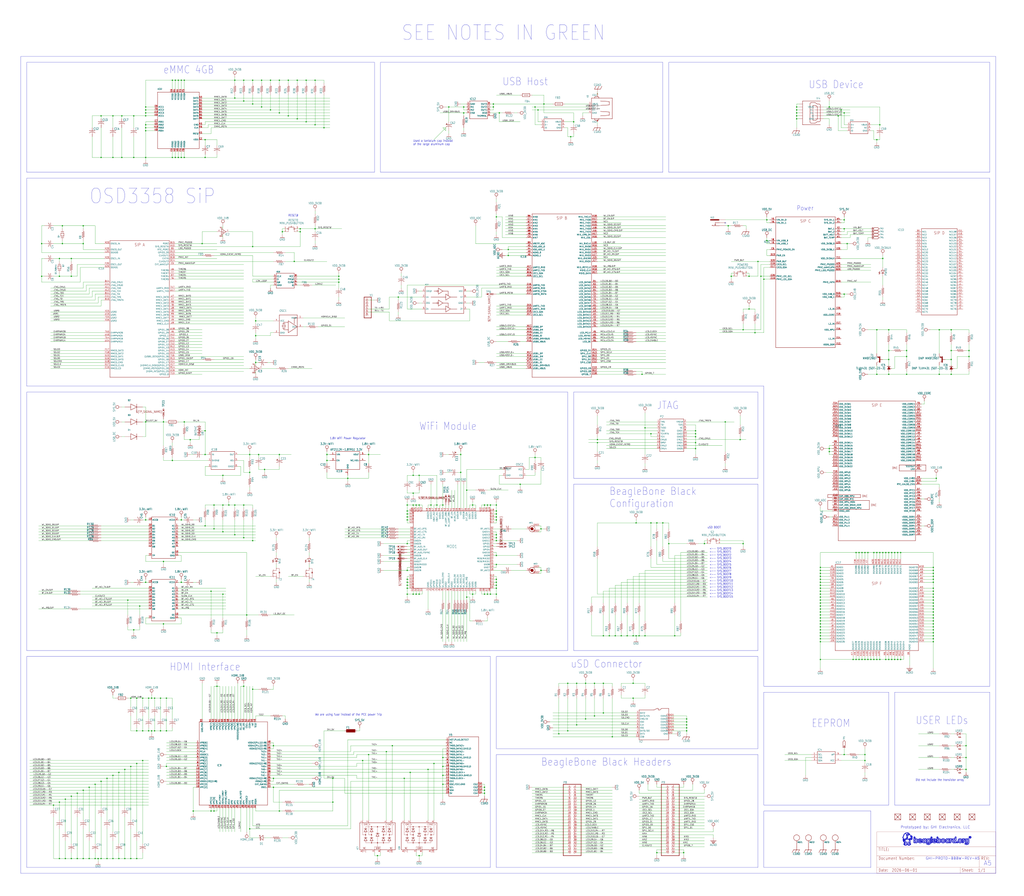
<source format=kicad_sch>
(kicad_sch (version 20231120) (generator "eeschema") (generator_version "8.0")
  (paper "User" 875.03 766.115)
  (lib_symbols
    (symbol "BeagleBone_Black_Wireless-eagle-import:1.8V-WIFI" (power)
      (symbol "1.8V-WIFI_1_0"
        (pin power_in line (at 0 -2.54 90) (length 2.54) (name "1.8V-WIFI") (number "1"))
      )
    )
    (symbol "BeagleBone_Black_Wireless-eagle-import:10118192-0001LF"
      (property "Reference" "X" (at -5.08 11.43 0))
      (symbol "10118192-0001LF_1_0"
        (pin bidirectional line (at 12.7 -5.08 180) (length 2.54) (name "SGND1") (number "CGND1"))
        (pin bidirectional line (at 12.7 -2.54 180) (length 2.54) (name "SGND2") (number "CGND2"))
        (pin bidirectional line (at 12.7 0 180) (length 2.54) (name "SGND3") (number "CGND3"))
        (pin bidirectional line (at 12.7 2.54 180) (length 2.54) (name "SGND4") (number "CGND4"))
        (pin bidirectional line (at 12.7 5.08 180) (length 2.54) (name "SGND5") (number "CGND5"))
        (pin bidirectional line (at 12.7 7.62 180) (length 2.54) (name "SGND6") (number "CGND6"))
        (pin input line (at -7.62 0 0) (length 7.62) (name "D+") (number "D+"))
        (pin input line (at -7.62 2.54 0) (length 7.62) (name "D-") (number "D-"))
        (pin input line (at -7.62 -5.08 0) (length 7.62) (name "GND") (number "GND"))
        (pin input line (at -7.62 -2.54 0) (length 7.62) (name "ID") (number "ID"))
        (pin input line (at -7.62 5.08 0) (length 7.62) (name "VBUS") (number "VBUS"))
      )
    )
    (symbol "BeagleBone_Black_Wireless-eagle-import:1X6-(INCH)-0.1-TH"
      (property "Reference" "X" (at -6.35 10.795 0))
      (symbol "1X6-(INCH)-0.1-TH_1_0"
        (pin passive inverted (at -2.54 7.62 0) (length 2.54) (name "1") (number "1"))
        (pin passive inverted (at -2.54 5.08 0) (length 2.54) (name "2") (number "2"))
        (pin passive inverted (at -2.54 2.54 0) (length 2.54) (name "3") (number "3"))
        (pin passive inverted (at -2.54 0 0) (length 2.54) (name "4") (number "4"))
        (pin passive inverted (at -2.54 -2.54 0) (length 2.54) (name "5") (number "5"))
        (pin passive inverted (at -2.54 -5.08 0) (length 2.54) (name "6") (number "6"))
      )
    )
    (symbol "BeagleBone_Black_Wireless-eagle-import:24LC32A{dblquote}"
      (property "Reference" "IC" (at -7.62 7.62 0))
      (symbol "24LC32A{dblquote}_1_0"
        (pin bidirectional line (at -12.7 2.54 0) (length 5.08) (name "SCL") (number "1"))
        (pin bidirectional line (at -12.7 0 0) (length 5.08) (name "VSS") (number "2"))
        (pin bidirectional line (at -12.7 -2.54 0) (length 5.08) (name "SDA") (number "3"))
        (pin bidirectional line (at 12.7 -2.54 180) (length 5.08) (name "VCC") (number "4"))
        (pin bidirectional line (at 12.7 2.54 180) (length 5.08) (name "WP") (number "5"))
      )
    )
    (symbol "BeagleBone_Black_Wireless-eagle-import:3.3V-WIFI" (power)
      (symbol "3.3V-WIFI_1_0"
        (pin power_in line (at 0 -2.54 90) (length 2.54) (name "3.3V-WIFI") (number "1"))
      )
    )
    (symbol "BeagleBone_Black_Wireless-eagle-import:5PIN_REG"
      (property "Reference" "IC" (at -10.16 10.16 0))
      (symbol "5PIN_REG_1_0"
        (pin bidirectional line (at -15.24 5.08 0) (length 5.08) (name "VIN") (number "1"))
        (pin bidirectional line (at 0 -12.7 90) (length 5.08) (name "GND") (number "2"))
        (pin bidirectional line (at -15.24 0 0) (length 5.08) (name "EN") (number "3"))
        (pin bidirectional line (at 15.24 0 180) (length 5.08) (name "NC/ADJ") (number "4"))
        (pin bidirectional line (at 15.24 5.08 180) (length 5.08) (name "VOUT") (number "5"))
      )
    )
    (symbol "BeagleBone_Black_Wireless-eagle-import:AGND" (power)
      (symbol "AGND_1_0"
        (pin power_in line (at 0 2.54 270) (length 2.54) (name "AGND") (number "1"))
      )
    )
    (symbol "BeagleBone_Black_Wireless-eagle-import:BAT54C"
      (property "Reference" "D" (at 0.762 2.0066 0))
      (symbol "BAT54C_1_0"
        (pin passive line (at -5.08 0 0) (length 2.54) (name "A1") (number "1"))
        (pin passive line (at 5.08 0 180) (length 2.54) (name "A2") (number "2"))
        (pin passive line (at 0 2.54 270) (length 2.54) (name "CC") (number "3"))
      )
    )
    (symbol "BeagleBone_Black_Wireless-eagle-import:BSS138W-7-F"
      (property "Reference" "T" (at 1.778 -6.096 0))
      (symbol "BSS138W-7-F_1_0"
        (pin bidirectional line (at 0 5.08 270) (length 2.54) (name "D") (number "D"))
        (pin bidirectional line (at -5.08 -2.54 0) (length 0) (name "G") (number "G"))
        (pin bidirectional line (at 0 -5.08 90) (length 2.54) (name "S") (number "S"))
      )
    )
    (symbol "BeagleBone_Black_Wireless-eagle-import:C-USC0402K"
      (property "Reference" "C" (at 1.016 0.635 0))
      (symbol "C-USC0402K_1_0"
        (pin passive line (at 0 2.54 270) (length 2.54) (name "1") (number "1"))
        (pin passive line (at 0 -5.08 90) (length 2.54) (name "2") (number "2"))
      )
    )
    (symbol "BeagleBone_Black_Wireless-eagle-import:C-USC0603K"
      (property "Reference" "C" (at 1.016 0.635 0))
      (symbol "C-USC0603K_1_0"
        (pin passive line (at 0 2.54 270) (length 2.54) (name "1") (number "1"))
        (pin passive line (at 0 -5.08 90) (length 2.54) (name "2") (number "2"))
      )
    )
    (symbol "BeagleBone_Black_Wireless-eagle-import:C-USC0805K"
      (property "Reference" "C" (at 1.016 0.635 0))
      (symbol "C-USC0805K_1_0"
        (pin passive line (at 0 2.54 270) (length 2.54) (name "1") (number "1"))
        (pin passive line (at 0 -5.08 90) (length 2.54) (name "2") (number "2"))
      )
    )
    (symbol "BeagleBone_Black_Wireless-eagle-import:CGND" (power)
      (symbol "CGND_1_0"
        (pin power_in line (at 0 2.54 270) (length 2.54) (name "CGND") (number "1"))
      )
    )
    (symbol "BeagleBone_Black_Wireless-eagle-import:CPOL-USCT3528"
      (property "Reference" "C" (at 1.016 0.635 0))
      (symbol "CPOL-USCT3528_1_0"
        (pin passive line (at 0 2.54 270) (length 2.54) (name "+") (number "+"))
        (pin passive line (at 0 -5.08 90) (length 2.54) (name "-") (number "-"))
      )
    )
    (symbol "BeagleBone_Black_Wireless-eagle-import:CPOL-USD/7343-31W"
      (property "Reference" "C" (at 1.016 0.635 0))
      (symbol "CPOL-USD/7343-31W_1_0"
        (pin passive line (at 0 2.54 270) (length 2.54) (name "+") (number "+"))
        (pin passive line (at 0 -5.08 90) (length 2.54) (name "-") (number "-"))
      )
    )
    (symbol "BeagleBone_Black_Wireless-eagle-import:CRYSTAL_3.2X1.5"
      (property "Reference" "Q" (at -2.54 2.54 0))
      (symbol "CRYSTAL_3.2X1.5_1_0"
        (pin passive line (at -5.08 0 0) (length 2.54) (name "P$1") (number "P$1"))
        (pin passive line (at 5.08 0 180) (length 2.54) (name "P$2") (number "P$2"))
      )
    )
    (symbol "BeagleBone_Black_Wireless-eagle-import:CRYSTAL_5X3.2MM"
      (property "Reference" "Q" (at -2.54 2.54 0))
      (symbol "CRYSTAL_5X3.2MM_1_0"
        (pin passive line (at -5.08 0 0) (length 2.54) (name "P$1") (number "1"))
        (pin passive line (at 5.08 0 180) (length 2.54) (name "P$2") (number "2"))
      )
    )
    (symbol "BeagleBone_Black_Wireless-eagle-import:DIODE-SCHOTTKY-(NXP)-SOD323-(REFLOW)"
      (property "Reference" "D" (at 0 4.064 0))
      (symbol "DIODE-SCHOTTKY-(NXP)-SOD323-(REFLOW)_1_0"
        (pin bidirectional line (at -2.54 0 0) (length 0) (name "ANODE") (number "A"))
        (pin bidirectional line (at 2.54 0 180) (length 0) (name "CATHODE") (number "C"))
      )
    )
    (symbol "BeagleBone_Black_Wireless-eagle-import:DIODE_SMA"
      (property "Reference" "D" (at -5.08 5.08 0))
      (symbol "DIODE_SMA_1_0"
        (pin bidirectional line (at -7.62 0 0) (length 5.08) (name "A") (number "A"))
        (pin bidirectional line (at 7.62 0 180) (length 5.08) (name "K") (number "K"))
      )
    )
    (symbol "BeagleBone_Black_Wireless-eagle-import:EMMC04G-S100-B08U"
      (property "Reference" "IC" (at -17.78 25.4 0))
      (symbol "EMMC04G-S100-B08U_1_0"
        (pin bidirectional line (at 20.32 17.78 180) (length 2.54) (name "DAT0") (number "A3"))
        (pin bidirectional line (at 20.32 15.24 180) (length 2.54) (name "DAT1") (number "A4"))
        (pin bidirectional line (at 20.32 12.7 180) (length 2.54) (name "DAT2") (number "A5"))
        (pin bidirectional line (at 20.32 10.16 180) (length 2.54) (name "DAT3") (number "B2"))
        (pin bidirectional line (at 20.32 7.62 180) (length 2.54) (name "DAT4") (number "B3"))
        (pin bidirectional line (at 20.32 5.08 180) (length 2.54) (name "DAT5") (number "B4"))
        (pin bidirectional line (at 20.32 2.54 180) (length 2.54) (name "DAT6") (number "B5"))
        (pin bidirectional line (at 20.32 0 180) (length 2.54) (name "DAT7") (number "B6"))
        (pin bidirectional line (at 20.32 -17.78 180) (length 2.54) (name "VDDI") (number "C2"))
        (pin bidirectional line (at -5.08 -27.94 90) (length 2.54) (name "VSSQ1") (number "C4"))
        (pin bidirectional line (at -5.08 25.4 270) (length 2.54) (name "VCCQ1") (number "C6"))
        (pin bidirectional line (at -20.32 10.16 0) (length 2.54) (name "VCC1") (number "E6"))
        (pin bidirectional line (at -20.32 -2.54 0) (length 2.54) (name "VSS1") (number "E7"))
        (pin bidirectional line (at -20.32 7.62 0) (length 2.54) (name "VCC2") (number "F5"))
        (pin bidirectional line (at -20.32 -5.08 0) (length 2.54) (name "VSS2") (number "G5"))
        (pin bidirectional line (at -20.32 -7.62 0) (length 2.54) (name "VSS3") (number "H10"))
        (pin bidirectional line (at -20.32 5.08 0) (length 2.54) (name "VCC3") (number "J10"))
        (pin bidirectional line (at 20.32 -12.7 180) (length 2.54) (name "RST#") (number "K5"))
        (pin bidirectional line (at -20.32 -10.16 0) (length 2.54) (name "VSS4") (number "K8"))
        (pin bidirectional line (at -20.32 2.54 0) (length 2.54) (name "VCC4") (number "K9"))
        (pin bidirectional line (at -2.54 25.4 270) (length 2.54) (name "VCCQ2") (number "M4"))
        (pin bidirectional line (at 20.32 -5.08 180) (length 2.54) (name "CMD") (number "M5"))
        (pin bidirectional line (at 20.32 -7.62 180) (length 2.54) (name "CLK") (number "M6"))
        (pin bidirectional line (at -2.54 -27.94 90) (length 2.54) (name "VSSQ2") (number "N2"))
        (pin bidirectional line (at 0 25.4 270) (length 2.54) (name "VCCQ3") (number "N4"))
        (pin bidirectional line (at 0 -27.94 90) (length 2.54) (name "VSSQ3") (number "N5"))
        (pin bidirectional line (at 2.54 25.4 270) (length 2.54) (name "VCCQ4") (number "P3"))
        (pin bidirectional line (at 2.54 -27.94 90) (length 2.54) (name "VSSQ4") (number "P4"))
        (pin bidirectional line (at 5.08 25.4 270) (length 2.54) (name "VCCQ5") (number "P5"))
        (pin bidirectional line (at 5.08 -27.94 90) (length 2.54) (name "VSSQ5") (number "P6"))
      )
    )
    (symbol "BeagleBone_Black_Wireless-eagle-import:FB-(INCH)-0805"
      (property "Reference" "FB" (at -3.175 1.905 0))
      (symbol "FB-(INCH)-0805_1_0"
        (pin bidirectional line (at -5.08 0 0) (length 0) (name "P$1") (number "1"))
        (pin bidirectional line (at 5.08 0 180) (length 0) (name "P$2") (number "2"))
      )
    )
    (symbol "BeagleBone_Black_Wireless-eagle-import:FIDUCIAL"
      (symbol "FIDUCIAL_1_0"
        (pin no_connect line (at 0 0 0) (length 0) (name "P$1") (number "P$1"))
      )
    )
    (symbol "BeagleBone_Black_Wireless-eagle-import:FRAME_D_L"
      (symbol "FRAME_D_L_1_0"
        (text "1" (at -404.8125 556.895 0) (effects (font (size 2.54 2.286))))
        (text "2" (at -350.8375 556.895 0) (effects (font (size 2.54 2.286))))
        (text "3" (at -296.8625 556.895 0) (effects (font (size 2.54 2.286))))
        (text "4" (at -242.8875 556.895 0) (effects (font (size 2.54 2.286))))
        (text "5" (at -188.9125 556.895 0) (effects (font (size 2.54 2.286))))
        (text "6" (at -134.9375 556.895 0) (effects (font (size 2.54 2.286))))
        (text "7" (at -80.9625 556.895 0) (effects (font (size 2.54 2.286))))
        (text "8" (at -26.9875 556.895 0) (effects (font (size 2.54 2.286))))
        (text "9" (at 26.9875 556.895 0) (effects (font (size 2.54 2.286))))
        (text ":" (at 80.9625 556.895 0) (effects (font (size 2.54 2.286))))
        (text ";" (at 134.9375 556.895 0) (effects (font (size 2.54 2.286))))
        (text "<" (at 188.9125 556.895 0) (effects (font (size 2.54 2.286))))
        (text "=" (at 242.8875 556.895 0) (effects (font (size 2.54 2.286))))
        (text ">" (at 296.8625 556.895 0) (effects (font (size 2.54 2.286))))
        (text "?" (at 350.8375 556.895 0) (effects (font (size 2.54 2.286))))
        (text "@" (at 404.8125 556.895 0) (effects (font (size 2.54 2.286))))
        (text "A" (at -429.895 533.4 0) (effects (font (size 2.54 2.286))))
        (text "A" (at 429.895 533.4 0) (effects (font (size 2.54 2.286))))
        (text "B" (at -429.895 482.6 0) (effects (font (size 2.54 2.286))))
        (text "B" (at 429.895 482.6 0) (effects (font (size 2.54 2.286))))
        (text "C" (at -429.895 431.8 0) (effects (font (size 2.54 2.286))))
        (text "C" (at 429.895 431.8 0) (effects (font (size 2.54 2.286))))
        (text "D" (at -429.895 381 0) (effects (font (size 2.54 2.286))))
        (text "D" (at 429.895 381 0) (effects (font (size 2.54 2.286))))
        (text "E" (at -429.895 330.2 0) (effects (font (size 2.54 2.286))))
        (text "E" (at 429.895 330.2 0) (effects (font (size 2.54 2.286))))
        (text "F" (at -429.895 279.4 0) (effects (font (size 2.54 2.286))))
        (text "F" (at 429.895 279.4 0) (effects (font (size 2.54 2.286))))
        (text "G" (at -429.895 228.6 0) (effects (font (size 2.54 2.286))))
        (text "G" (at 429.895 228.6 0) (effects (font (size 2.54 2.286))))
        (text "H" (at -429.895 177.8 0) (effects (font (size 2.54 2.286))))
        (text "H" (at 429.895 177.8 0) (effects (font (size 2.54 2.286))))
        (text "I" (at -429.895 127 0) (effects (font (size 2.54 2.286))))
        (text "I" (at 429.895 127 0) (effects (font (size 2.54 2.286))))
        (text "J" (at -429.895 76.2 0) (effects (font (size 2.54 2.286))))
        (text "J" (at 429.895 76.2 0) (effects (font (size 2.54 2.286))))
        (text "K" (at -429.895 25.4 0) (effects (font (size 2.54 2.286))))
        (text "K" (at 429.895 25.4 0) (effects (font (size 2.54 2.286))))
      )
      (symbol "FRAME_D_L_2_0"
        (text "${#}/${##}" (at 86.36 1.27 0) (effects (font (size 2.54 2.159)) (justify left bottom)))
        (text "${CURRENT_DATE}" (at 12.7 1.27 0) (effects (font (size 2.54 2.159)) (justify left bottom)))
        (text "${PROJECTNAME}" (at 17.78 19.05 0) (effects (font (size 2.54 2.159)) (justify left bottom)))
        (text "Date:" (at 1.27 1.27 0) (effects (font (size 2.54 2.159)) (justify left bottom)))
        (text "Document Number:" (at 1.27 11.43 0) (effects (font (size 2.54 2.159)) (justify left bottom)))
        (text "REV:" (at 88.9 11.43 0) (effects (font (size 2.54 2.159)) (justify left bottom)))
        (text "Sheet:" (at 72.39 1.27 0) (effects (font (size 2.54 2.159)) (justify left bottom)))
        (text "TITLE:" (at 1.27 19.05 0) (effects (font (size 2.54 2.159)) (justify left bottom)))
      )
    )
    (symbol "BeagleBone_Black_Wireless-eagle-import:GND" (power)
      (symbol "GND_1_0"
        (pin power_in line (at 0 2.54 270) (length 2.54) (name "GND") (number "1"))
      )
    )
    (symbol "BeagleBone_Black_Wireless-eagle-import:HDMI-TYPE-D-10118241"
      (property "Reference" "X" (at -12.7 26.035 0))
      (symbol "HDMI-TYPE-D-10118241_1_0"
        (pin bidirectional line (at -15.24 22.86 0) (length 2.54) (name "HOT.PLUG.DETECT") (number "1"))
        (pin bidirectional line (at -15.24 0 0) (length 2.54) (name "TMDS.DATA0.SHIELD") (number "10"))
        (pin bidirectional line (at -15.24 -2.54 0) (length 2.54) (name "TMDS.DATA0-") (number "11"))
        (pin bidirectional line (at -15.24 -5.08 0) (length 2.54) (name "TMDS.CLOCK+") (number "12"))
        (pin bidirectional line (at -15.24 -7.62 0) (length 2.54) (name "TMDS.CLOCK.SHIELD") (number "13"))
        (pin bidirectional line (at -15.24 -10.16 0) (length 2.54) (name "TMDS.CLOCK-") (number "14"))
        (pin bidirectional line (at -15.24 -12.7 0) (length 2.54) (name "CEC") (number "15"))
        (pin bidirectional line (at -15.24 -15.24 0) (length 2.54) (name "DDC/CEC.GND") (number "16"))
        (pin bidirectional line (at -15.24 -17.78 0) (length 2.54) (name "SCL") (number "17"))
        (pin bidirectional line (at -15.24 -20.32 0) (length 2.54) (name "SDA") (number "18"))
        (pin bidirectional line (at -15.24 -22.86 0) (length 2.54) (name "5V") (number "19"))
        (pin bidirectional line (at -15.24 20.32 0) (length 2.54) (name "NC") (number "2"))
        (pin bidirectional line (at -15.24 17.78 0) (length 2.54) (name "TMDS.DATA2+") (number "3"))
        (pin bidirectional line (at -15.24 15.24 0) (length 2.54) (name "TMDS.DATA2.SHIELD") (number "4"))
        (pin bidirectional line (at -15.24 12.7 0) (length 2.54) (name "TMDS.DATA2-") (number "5"))
        (pin bidirectional line (at -15.24 10.16 0) (length 2.54) (name "TMDS.DATA1+") (number "6"))
        (pin bidirectional line (at -15.24 7.62 0) (length 2.54) (name "TMDS.DATA1.SHIELD") (number "7"))
        (pin bidirectional line (at -15.24 5.08 0) (length 2.54) (name "TMDS.DATA1-") (number "8"))
        (pin bidirectional line (at -15.24 2.54 0) (length 2.54) (name "TMDS.DATA0+") (number "9"))
        (pin bidirectional line (at 15.24 -15.24 180) (length 2.54) (name "CG1") (number "CG1"))
        (pin bidirectional line (at 15.24 -17.78 180) (length 2.54) (name "CG2") (number "CG2"))
        (pin bidirectional line (at 15.24 -20.32 180) (length 2.54) (name "CG3") (number "CG3"))
        (pin bidirectional line (at 15.24 -22.86 180) (length 2.54) (name "CG4") (number "CG4"))
      )
    )
    (symbol "BeagleBone_Black_Wireless-eagle-import:HDMI_1V8" (power)
      (symbol "HDMI_1V8_1_0"
        (pin power_in line (at 0 -2.54 90) (length 2.54) (name "HDMI_1V8") (number "1"))
      )
    )
    (symbol "BeagleBone_Black_Wireless-eagle-import:HEADER-2X23-(INCH)-0.1-TH"
      (property "Reference" "X" (at -6.35 31.115 0))
      (symbol "HEADER-2X23-(INCH)-0.1-TH_1_0"
        (pin passive inverted (at -2.54 27.94 0) (length 2.54) (name "1") (number "1"))
        (pin passive inverted (at 5.08 17.78 180) (length 2.54) (name "10") (number "10"))
        (pin passive inverted (at -2.54 15.24 0) (length 2.54) (name "11") (number "11"))
        (pin passive inverted (at 5.08 15.24 180) (length 2.54) (name "12") (number "12"))
        (pin passive inverted (at -2.54 12.7 0) (length 2.54) (name "13") (number "13"))
        (pin passive inverted (at 5.08 12.7 180) (length 2.54) (name "14") (number "14"))
        (pin passive inverted (at -2.54 10.16 0) (length 2.54) (name "15") (number "15"))
        (pin passive inverted (at 5.08 10.16 180) (length 2.54) (name "16") (number "16"))
        (pin passive inverted (at -2.54 7.62 0) (length 2.54) (name "17") (number "17"))
        (pin passive inverted (at 5.08 7.62 180) (length 2.54) (name "18") (number "18"))
        (pin passive inverted (at -2.54 5.08 0) (length 2.54) (name "19") (number "19"))
        (pin passive inverted (at 5.08 27.94 180) (length 2.54) (name "2") (number "2"))
        (pin passive inverted (at 5.08 5.08 180) (length 2.54) (name "20") (number "20"))
        (pin passive inverted (at -2.54 2.54 0) (length 2.54) (name "21") (number "21"))
        (pin passive inverted (at 5.08 2.54 180) (length 2.54) (name "22") (number "22"))
        (pin passive inverted (at -2.54 0 0) (length 2.54) (name "23") (number "23"))
        (pin passive inverted (at 5.08 0 180) (length 2.54) (name "24") (number "24"))
        (pin passive inverted (at -2.54 -2.54 0) (length 2.54) (name "25") (number "25"))
        (pin passive inverted (at 5.08 -2.54 180) (length 2.54) (name "26") (number "26"))
        (pin passive inverted (at -2.54 -5.08 0) (length 2.54) (name "27") (number "27"))
        (pin passive inverted (at 5.08 -5.08 180) (length 2.54) (name "28") (number "28"))
        (pin passive inverted (at -2.54 -7.62 0) (length 2.54) (name "29") (number "29"))
        (pin passive inverted (at -2.54 25.4 0) (length 2.54) (name "3") (number "3"))
        (pin passive inverted (at 5.08 -7.62 180) (length 2.54) (name "30") (number "30"))
        (pin passive inverted (at -2.54 -10.16 0) (length 2.54) (name "31") (number "31"))
        (pin passive inverted (at 5.08 -10.16 180) (length 2.54) (name "32") (number "32"))
        (pin passive inverted (at -2.54 -12.7 0) (length 2.54) (name "33") (number "33"))
        (pin passive inverted (at 5.08 -12.7 180) (length 2.54) (name "34") (number "34"))
        (pin passive inverted (at -2.54 -15.24 0) (length 2.54) (name "35") (number "35"))
        (pin passive inverted (at 5.08 -15.24 180) (length 2.54) (name "36") (number "36"))
        (pin passive inverted (at -2.54 -17.78 0) (length 2.54) (name "37") (number "37"))
        (pin passive inverted (at 5.08 -17.78 180) (length 2.54) (name "38") (number "38"))
        (pin passive inverted (at -2.54 -20.32 0) (length 2.54) (name "39") (number "39"))
        (pin passive inverted (at 5.08 25.4 180) (length 2.54) (name "4") (number "4"))
        (pin passive inverted (at 5.08 -20.32 180) (length 2.54) (name "40") (number "40"))
        (pin passive inverted (at -2.54 -22.86 0) (length 2.54) (name "41") (number "41"))
        (pin passive inverted (at 5.08 -22.86 180) (length 2.54) (name "42") (number "42"))
        (pin passive inverted (at -2.54 -25.4 0) (length 2.54) (name "43") (number "43"))
        (pin passive inverted (at 5.08 -25.4 180) (length 2.54) (name "44") (number "44"))
        (pin passive inverted (at -2.54 -27.94 0) (length 2.54) (name "45") (number "45"))
        (pin passive inverted (at 5.08 -27.94 180) (length 2.54) (name "46") (number "46"))
        (pin passive inverted (at -2.54 22.86 0) (length 2.54) (name "5") (number "5"))
        (pin passive inverted (at 5.08 22.86 180) (length 2.54) (name "6") (number "6"))
        (pin passive inverted (at -2.54 20.32 0) (length 2.54) (name "7") (number "7"))
        (pin passive inverted (at 5.08 20.32 180) (length 2.54) (name "8") (number "8"))
        (pin passive inverted (at -2.54 17.78 0) (length 2.54) (name "9") (number "9"))
      )
    )
    (symbol "BeagleBone_Black_Wireless-eagle-import:IP4283CZ10IP4283CZ10-TBR"
      (property "Reference" "IC" (at -16.256 -12.7 90))
      (symbol "IP4283CZ10IP4283CZ10-TBR_1_0"
        (text "+" (at -6.604 8.128 0) (effects (font (size 1.27 1.0795)) (justify bottom)))
        (text "+" (at 13.716 8.128 0) (effects (font (size 1.27 1.0795)) (justify bottom)))
        (text "-" (at -13.462 8.128 0) (effects (font (size 1.27 1.0795)) (justify bottom)))
        (text "-" (at 6.858 8.128 0) (effects (font (size 1.27 1.0795)) (justify bottom)))
        (text "CH1" (at -9.906 8.128 0) (effects (font (size 1.27 1.0795)) (justify bottom)))
        (text "CH2" (at 10.16 8.128 0) (effects (font (size 1.27 1.0795)) (justify bottom)))
        (text "GND" (at 0.254 -12.192 0) (effects (font (size 1.27 1.0795)) (justify bottom)))
        (text "NC" (at -11.176 -12.192 0) (effects (font (size 1.27 1.0795)) (justify bottom)))
        (text "NC" (at 11.684 -12.192 0) (effects (font (size 1.27 1.0795)) (justify bottom)))
        (pin bidirectional line (at -12.7 12.7 270) (length 2.54) (name "TMDS.CH1-") (number "1"))
        (pin bidirectional line (at 12.7 -15.24 90) (length 2.54) (name "NC4") (number "10"))
        (pin bidirectional line (at -7.62 12.7 270) (length 2.54) (name "TMDS.CH1+") (number "2"))
        (pin bidirectional line (at -2.54 -15.24 90) (length 2.54) (name "GND1") (number "3"))
        (pin bidirectional line (at 7.62 12.7 270) (length 2.54) (name "TMDS.CH2-") (number "4"))
        (pin bidirectional line (at 12.7 12.7 270) (length 2.54) (name "TMDS.CH2+") (number "5"))
        (pin bidirectional line (at -12.7 -15.24 90) (length 2.54) (name "NC1") (number "6"))
        (pin bidirectional line (at -10.16 -15.24 90) (length 2.54) (name "NC2") (number "7"))
        (pin bidirectional line (at 2.54 -15.24 90) (length 2.54) (name "GND2") (number "8"))
        (pin bidirectional line (at 10.16 -15.24 90) (length 2.54) (name "NC3") (number "9"))
      )
    )
    (symbol "BeagleBone_Black_Wireless-eagle-import:JTAG"
      (property "Reference" "JTAG" (at -10.16 16.256 0))
      (symbol "JTAG_1_0"
        (pin bidirectional line (at -12.7 12.7 0) (length 2.54) (name "TMS") (number "1"))
        (pin bidirectional line (at 12.7 2.54 180) (length 2.54) (name "GND2") (number "10"))
        (pin bidirectional line (at -12.7 0 0) (length 2.54) (name "TCK") (number "11"))
        (pin bidirectional line (at 12.7 0 180) (length 2.54) (name "GND3") (number "12"))
        (pin bidirectional line (at -12.7 -2.54 0) (length 2.54) (name "EMU0") (number "13"))
        (pin bidirectional line (at 12.7 -2.54 180) (length 2.54) (name "EMU1") (number "14"))
        (pin bidirectional line (at -12.7 -5.08 0) (length 2.54) (name "SRST") (number "15"))
        (pin bidirectional line (at 12.7 -5.08 180) (length 2.54) (name "GND4") (number "16"))
        (pin bidirectional line (at -12.7 -7.62 0) (length 2.54) (name "EMU2") (number "17"))
        (pin bidirectional line (at 12.7 -7.62 180) (length 2.54) (name "EMU3") (number "18"))
        (pin bidirectional line (at -12.7 -10.16 0) (length 2.54) (name "EMU4") (number "19"))
        (pin bidirectional line (at 12.7 12.7 180) (length 2.54) (name "TRST#") (number "2"))
        (pin bidirectional line (at 12.7 -10.16 180) (length 2.54) (name "GND5") (number "20"))
        (pin bidirectional line (at -12.7 10.16 0) (length 2.54) (name "TDI") (number "3"))
        (pin bidirectional line (at 12.7 10.16 180) (length 2.54) (name "TDIS") (number "4"))
        (pin bidirectional line (at -12.7 7.62 0) (length 2.54) (name "TVDD") (number "5"))
        (pin bidirectional line (at 12.7 7.62 180) (length 2.54) (name "NC") (number "6"))
        (pin bidirectional line (at -12.7 5.08 0) (length 2.54) (name "TDO") (number "7"))
        (pin bidirectional line (at 12.7 5.08 180) (length 2.54) (name "GND1") (number "8"))
        (pin bidirectional line (at -12.7 2.54 0) (length 2.54) (name "TCKRTN") (number "9"))
      )
    )
    (symbol "BeagleBone_Black_Wireless-eagle-import:LED-(INCH)-0603"
      (property "Reference" "LED" (at 3.556 -4.572 90))
      (symbol "LED-(INCH)-0603_1_0"
        (pin passive line (at 0 2.54 270) (length 2.54) (name "A") (number "A"))
        (pin passive line (at 0 -5.08 90) (length 2.54) (name "K") (number "K"))
      )
    )
    (symbol "BeagleBone_Black_Wireless-eagle-import:LM4041IDBZ"
      (property "Reference" "IC" (at 2.794 1.905 0))
      (symbol "LM4041IDBZ_1_0"
        (pin passive line (at -2.54 0 0) (length 2.54) (name "FB") (number "1"))
        (pin passive line (at 0 2.54 270) (length 2.54) (name "C") (number "2"))
        (pin passive line (at 0 -2.54 90) (length 2.54) (name "A") (number "3"))
      )
    )
    (symbol "BeagleBone_Black_Wireless-eagle-import:MINI_PUSHBUTTON"
      (property "Reference" "S" (at -5.08 3.81 0))
      (symbol "MINI_PUSHBUTTON_1_0"
        (pin bidirectional line (at -5.08 0 0) (length 0) (name "1") (number "1"))
        (pin bidirectional line (at -5.08 -2.54 0) (length 0) (name "2") (number "2"))
        (pin bidirectional line (at 5.08 0 180) (length 0) (name "3") (number "3"))
        (pin bidirectional line (at 5.08 -2.54 180) (length 0) (name "4") (number "4"))
      )
    )
    (symbol "BeagleBone_Black_Wireless-eagle-import:MMBT2907SMD"
      (property "Reference" "Q" (at -10.16 7.62 0))
      (symbol "MMBT2907SMD_1_0"
        (pin passive line (at -2.54 0 0) (length 2.54) (name "B") (number "B"))
        (pin passive line (at 2.54 -5.08 90) (length 2.54) (name "C") (number "C"))
        (pin passive line (at 2.54 5.08 270) (length 2.54) (name "E") (number "E"))
      )
    )
    (symbol "BeagleBone_Black_Wireless-eagle-import:MOUNTING_HOLE"
      (property "Reference" "MGT" (at 0.762 -2.032 0))
      (symbol "MOUNTING_HOLE_1_0"
        (pin bidirectional line (at 0 -5.08 90) (length 5.08) (name "P$1") (number "P$1"))
      )
    )
    (symbol "BeagleBone_Black_Wireless-eagle-import:OSC-2.5X2.0"
      (property "Reference" "OSC" (at -7.62 12.7 0))
      (symbol "OSC-2.5X2.0_1_0"
        (pin bidirectional line (at 12.7 7.62 180) (length 5.08) (name "INH#") (number "1"))
        (pin bidirectional line (at -12.7 -5.08 0) (length 5.08) (name "GND") (number "2"))
        (pin bidirectional line (at 12.7 0 180) (length 5.08) (name "OUT") (number "3"))
        (pin bidirectional line (at -12.7 5.08 0) (length 5.08) (name "VCC") (number "4"))
      )
    )
    (symbol "BeagleBone_Black_Wireless-eagle-import:OSCILLATOR"
      (property "Reference" "OSC" (at -7.62 5.842 0))
      (symbol "OSCILLATOR_1_0"
        (pin bidirectional line (at -10.16 -2.54 0) (length 2.54) (name "EN") (number "1"))
        (pin bidirectional line (at 10.16 -2.54 180) (length 2.54) (name "GND") (number "2"))
        (pin bidirectional line (at 10.16 2.54 180) (length 2.54) (name "OUT") (number "3"))
        (pin bidirectional line (at -10.16 2.54 0) (length 2.54) (name "VCC") (number "4"))
      )
    )
    (symbol "BeagleBone_Black_Wireless-eagle-import:PJ-102B_POWER_CON"
      (property "Reference" "X" (at -7.62 1.27 0))
      (symbol "PJ-102B_POWER_CON_1_0"
        (pin bidirectional line (at 5.08 0 180) (length 5.08) (name "IN") (number "IN"))
        (pin bidirectional line (at 5.08 -5.08 180) (length 5.08) (name "OUT") (number "OUT"))
        (pin bidirectional line (at 5.08 -2.54 180) (length 5.08) (name "OUT_CON") (number "OUT_CON"))
      )
    )
    (symbol "BeagleBone_Black_Wireless-eagle-import:PTR1B1,27"
      (property "Reference" "TP" (at -1.016 -6.35 90))
      (symbol "PTR1B1,27_1_0"
        (text "${TP_SIGNAL_NAME}" (at 1.27 -2.54 0) (effects (font (size 1.778 1.5113)) (justify left bottom)))
        (pin input line (at 0 2.54 270) (length 2.54) (name "TP") (number "TP"))
      )
    )
    (symbol "BeagleBone_Black_Wireless-eagle-import:R-US_R0402"
      (property "Reference" "R" (at -3.81 1.4986 0))
      (symbol "R-US_R0402_1_0"
        (pin passive line (at -5.08 0 0) (length 2.54) (name "1") (number "1"))
        (pin passive line (at 5.08 0 180) (length 2.54) (name "2") (number "2"))
      )
    )
    (symbol "BeagleBone_Black_Wireless-eagle-import:R-US_R0603"
      (property "Reference" "R" (at -3.81 1.4986 0))
      (symbol "R-US_R0603_1_0"
        (pin passive line (at -5.08 0 0) (length 2.54) (name "1") (number "1"))
        (pin passive line (at 5.08 0 180) (length 2.54) (name "2") (number "2"))
      )
    )
    (symbol "BeagleBone_Black_Wireless-eagle-import:R-US_R0805"
      (property "Reference" "R" (at -3.81 1.4986 0))
      (symbol "R-US_R0805_1_0"
        (pin passive line (at -5.08 0 0) (length 2.54) (name "1") (number "1"))
        (pin passive line (at 5.08 0 180) (length 2.54) (name "2") (number "2"))
      )
    )
    (symbol "BeagleBone_Black_Wireless-eagle-import:SCHA5B0200(ALPS_USD)"
      (property "Reference" "X" (at -12.7 -15.24 0))
      (symbol "SCHA5B0200(ALPS_USD)_1_0"
        (pin bidirectional line (at -15.24 10.16 0) (length 2.54) (name "DAT2") (number "1"))
        (pin bidirectional line (at -15.24 7.62 0) (length 2.54) (name "DAT3/CS") (number "2"))
        (pin bidirectional line (at -15.24 5.08 0) (length 2.54) (name "CMD/DI") (number "3"))
        (pin bidirectional line (at -15.24 2.54 0) (length 2.54) (name "VDD") (number "4"))
        (pin bidirectional line (at -15.24 0 0) (length 2.54) (name "CLK") (number "5"))
        (pin bidirectional line (at -15.24 -2.54 0) (length 2.54) (name "VSS") (number "6"))
        (pin bidirectional line (at -15.24 -5.08 0) (length 2.54) (name "DAT0/DO") (number "7"))
        (pin bidirectional line (at -15.24 -7.62 0) (length 2.54) (name "DAT1") (number "8"))
        (pin bidirectional line (at -15.24 -10.16 0) (length 2.54) (name "CD#") (number "CD"))
        (pin bidirectional line (at 15.24 7.62 180) (length 2.54) (name "CGND1") (number "CGND1"))
        (pin bidirectional line (at 15.24 5.08 180) (length 2.54) (name "CGND2") (number "CGND2"))
        (pin bidirectional line (at 15.24 2.54 180) (length 2.54) (name "CGND3") (number "CGND3"))
        (pin bidirectional line (at 15.24 0 180) (length 2.54) (name "CGND4") (number "CGND4"))
        (pin bidirectional line (at 15.24 -2.54 180) (length 2.54) (name "CGND5") (number "CGND5"))
        (pin bidirectional line (at 15.24 -5.08 180) (length 2.54) (name "CGND6") (number "CGND6"))
        (pin bidirectional line (at 15.24 -7.62 180) (length 2.54) (name "GND") (number "GND"))
      )
    )
    (symbol "BeagleBone_Black_Wireless-eagle-import:SIP1000"
      (property "Reference" "IC" (at -35.56 35.56 0))
      (symbol "SIP1000_1_0"
        (text "SIP A" (at 0 53.34 0) (effects (font (size 2.54 2.159)) (justify bottom)))
        (pin bidirectional line (at 30.48 53.34 180) (length 5.08) (name "SYS_RESETN") (number "A10"))
        (pin bidirectional line (at -30.48 17.78 0) (length 5.08) (name "JTAG_TDO") (number "A11"))
        (pin bidirectional line (at -30.48 15.24 0) (length 5.08) (name "JTAG_TCK") (number "A12"))
        (pin bidirectional line (at 30.48 45.72 180) (length 5.08) (name "CLKOUT1") (number "A15"))
        (pin bidirectional line (at -30.48 7.62 0) (length 5.08) (name "JTAG_TRSTN") (number "B10"))
        (pin bidirectional line (at -30.48 12.7 0) (length 5.08) (name "JTAG_TDI") (number "B11"))
        (pin bidirectional line (at -30.48 22.86 0) (length 5.08) (name "JTAG_EMU1") (number "B14"))
        (pin bidirectional line (at 30.48 55.88 180) (length 5.08) (name "PORZ") (number "B15"))
        (pin bidirectional line (at 30.48 43.18 180) (length 5.08) (name "EXTIN") (number "B18"))
        (pin bidirectional line (at 30.48 50.8 180) (length 5.08) (name "RTC_PORZ") (number "B5"))
        (pin bidirectional line (at -30.48 10.16 0) (length 5.08) (name "JTAG_TMS") (number "C11"))
        (pin bidirectional line (at -30.48 20.32 0) (length 5.08) (name "JTAG_EMU0") (number "C14"))
        (pin bidirectional line (at -30.48 -50.8 0) (length 5.08) (name "MMC0_CD") (number "C15"))
        (pin bidirectional line (at 30.48 38.1 180) (length 5.08) (name "EXT_WAKEUP") (number "C5"))
        (pin bidirectional line (at 30.48 48.26 180) (length 5.08) (name "GPIO3_20") (number "D13"))
        (pin bidirectional line (at 30.48 40.64 180) (length 5.08) (name "CLKOUT2") (number "D14"))
        (pin bidirectional line (at -30.48 -35.56 0) (length 5.08) (name "MMC0_DAT3") (number "F17"))
        (pin bidirectional line (at -30.48 -38.1 0) (length 5.08) (name "MMC0_DAT2") (number "F18"))
        (pin bidirectional line (at -30.48 38.1 0) (length 5.08) (name "OSC1_OUT") (number "F20"))
        (pin bidirectional line (at -30.48 -40.64 0) (length 5.08) (name "MMC0_DAT1") (number "G15"))
        (pin bidirectional line (at -30.48 -43.18 0) (length 5.08) (name "MMC0_DAT0") (number "G16"))
        (pin bidirectional line (at -30.48 -48.26 0) (length 5.08) (name "MMC0_CLK0") (number "G17"))
        (pin bidirectional line (at -30.48 -45.72 0) (length 5.08) (name "MMC0_CMD") (number "G18"))
        (pin bidirectional line (at -30.48 35.56 0) (length 5.08) (name "DGND1") (number "G20"))
        (pin bidirectional line (at -30.48 43.18 0) (length 5.08) (name "OSC1_IN") (number "H20"))
        (pin bidirectional line (at -30.48 50.8 0) (length 5.08) (name "OSC0_OUT") (number "K20"))
        (pin bidirectional line (at -30.48 48.26 0) (length 5.08) (name "DGND0") (number "L20"))
        (pin bidirectional line (at -30.48 55.88 0) (length 5.08) (name "OSC0_IN") (number "M20"))
        (pin bidirectional line (at 30.48 -33.02 180) (length 5.08) (name "GPIO1_13") (number "R12"))
        (pin bidirectional line (at 30.48 -43.18 180) (length 5.08) (name "GPIO1_16") (number "R13"))
        (pin bidirectional line (at 30.48 -50.8 180) (length 5.08) (name "(EMMC_RSTN)GPIO1_20") (number "R14"))
        (pin bidirectional line (at 30.48 27.94 180) (length 5.08) (name "TIMER4") (number "R7"))
        (pin bidirectional line (at 30.48 5.08 180) (length 5.08) (name "MMC1_DAT2") (number "R8"))
        (pin bidirectional line (at 30.48 -5.08 180) (length 5.08) (name "MMC1_DAT6") (number "R9"))
        (pin bidirectional line (at -30.48 -20.32 0) (length 5.08) (name "EHRPWM2B") (number "T10"))
        (pin bidirectional line (at 30.48 -25.4 180) (length 5.08) (name "GPIO0_26") (number "T11"))
        (pin bidirectional line (at 30.48 -30.48 180) (length 5.08) (name "GPIO1_12") (number "T12"))
        (pin bidirectional line (at 30.48 -55.88 180) (length 5.08) (name "GPIO2_0") (number "T13"))
        (pin bidirectional line (at -30.48 -25.4 0) (length 5.08) (name "EHRPWM1B") (number "T14"))
        (pin bidirectional line (at -30.48 -7.62 0) (length 5.08) (name "USR2") (number "T15"))
        (pin bidirectional line (at 30.48 -40.64 180) (length 5.08) (name "(USB1_OCN)GPIO1_26") (number "T16"))
        (pin bidirectional line (at 30.48 17.78 180) (length 5.08) (name "UART4_RXD") (number "T17"))
        (pin bidirectional line (at 30.48 25.4 180) (length 5.08) (name "TIMER5") (number "T6"))
        (pin bidirectional line (at 30.48 30.48 180) (length 5.08) (name "TIMER7") (number "T7"))
        (pin bidirectional line (at 30.48 2.54 180) (length 5.08) (name "MMC1_DAT3") (number "T8"))
        (pin bidirectional line (at 30.48 -7.62 180) (length 5.08) (name "MMC1_DAT7") (number "T9"))
        (pin bidirectional line (at -30.48 -22.86 0) (length 5.08) (name "EHRPWM2A") (number "U10"))
        (pin bidirectional line (at 30.48 -27.94 180) (length 5.08) (name "GPIO0_27") (number "U12"))
        (pin bidirectional line (at 30.48 -38.1 180) (length 5.08) (name "GPIO1_15") (number "U13"))
        (pin bidirectional line (at -30.48 -27.94 0) (length 5.08) (name "EHRPWM1A") (number "U14"))
        (pin bidirectional line (at -30.48 -5.08 0) (length 5.08) (name "USR1") (number "U15"))
        (pin bidirectional line (at 30.48 -53.34 180) (length 5.08) (name "(HDMI_INT)GPIO1_25") (number "U16"))
        (pin bidirectional line (at 30.48 15.24 180) (length 5.08) (name "UART4_TXD") (number "U17"))
        (pin bidirectional line (at 30.48 -17.78 180) (length 5.08) (name "GPIO1_28") (number "U18"))
        (pin bidirectional line (at 30.48 33.02 180) (length 5.08) (name "TIMER6") (number "U6"))
        (pin bidirectional line (at 30.48 10.16 180) (length 5.08) (name "MMC1_DAT0") (number "U7"))
        (pin bidirectional line (at 30.48 0 180) (length 5.08) (name "MMC1_DAT4") (number "U8"))
        (pin bidirectional line (at 30.48 -12.7 180) (length 5.08) (name "MMC1_CLK") (number "U9"))
        (pin bidirectional line (at 30.48 -22.86 180) (length 5.08) (name "GPIO2_1") (number "V12"))
        (pin bidirectional line (at 30.48 -35.56 180) (length 5.08) (name "GPIO1_14") (number "V13"))
        (pin bidirectional line (at 30.48 -45.72 180) (length 5.08) (name "GPIO1_17") (number "V14"))
        (pin bidirectional line (at -30.48 -2.54 0) (length 5.08) (name "USR0") (number "V15"))
        (pin bidirectional line (at -30.48 -10.16 0) (length 5.08) (name "USR3") (number "V16"))
        (pin bidirectional line (at 30.48 -48.26 180) (length 5.08) (name "(HDMICLK_DISN)GPIO1_27") (number "V17"))
        (pin bidirectional line (at 30.48 -20.32 180) (length 5.08) (name "GPIO1_29") (number "V6"))
        (pin bidirectional line (at 30.48 7.62 180) (length 5.08) (name "MMC1_DAT1") (number "V7"))
        (pin bidirectional line (at 30.48 -2.54 180) (length 5.08) (name "MMC1_DAT5") (number "V8"))
        (pin bidirectional line (at 30.48 -10.16 180) (length 5.08) (name "MMC1_CMD") (number "V9"))
      )
      (symbol "SIP1000_2_0"
        (text "SIP B" (at 0 66.04 0) (effects (font (size 2.54 2.159)) (justify bottom)))
        (pin bidirectional line (at 30.48 -48.26 180) (length 5.08) (name "SPI1_CLK") (number "A13"))
        (pin bidirectional line (at 30.48 -45.72 180) (length 5.08) (name "GPIO3_21") (number "A14"))
        (pin bidirectional line (at -30.48 17.78 0) (length 5.08) (name "I2C1_SCL") (number "A16"))
        (pin bidirectional line (at -30.48 25.4 0) (length 5.08) (name "UART2_RXD") (number "A17"))
        (pin bidirectional line (at -30.48 40.64 0) (length 5.08) (name "VDD_ADC_1") (number "A4"))
        (pin bidirectional line (at -30.48 43.18 0) (length 5.08) (name "VDD_ADC_0") (number "A5"))
        (pin bidirectional line (at -30.48 35.56 0) (length 5.08) (name "AGND_1") (number "A6"))
        (pin bidirectional line (at -30.48 60.96 0) (length 5.08) (name "AIN3") (number "A7"))
        (pin bidirectional line (at -30.48 53.34 0) (length 5.08) (name "AIN6") (number "A8"))
        (pin bidirectional line (at -30.48 38.1 0) (length 5.08) (name "AGND_0") (number "A9"))
        (pin bidirectional line (at 30.48 -63.5 180) (length 5.08) (name "GPIO3_18") (number "B12"))
        (pin bidirectional line (at 30.48 -50.8 180) (length 5.08) (name "SPI1_D0") (number "B13"))
        (pin bidirectional line (at -30.48 20.32 0) (length 5.08) (name "I2C1_SDA") (number "B16"))
        (pin bidirectional line (at -30.48 22.86 0) (length 5.08) (name "UART2_TXD") (number "B17"))
        (pin bidirectional line (at -30.48 68.58 0) (length 5.08) (name "AIN0") (number "B6"))
        (pin bidirectional line (at -30.48 63.5 0) (length 5.08) (name "AIN2") (number "B7"))
        (pin bidirectional line (at -30.48 55.88 0) (length 5.08) (name "AIN5") (number "B8"))
        (pin bidirectional line (at -30.48 45.72 0) (length 5.08) (name "VREFP_ADC") (number "B9"))
        (pin bidirectional line (at 30.48 -55.88 180) (length 5.08) (name "SPI1_CS0") (number "C12"))
        (pin bidirectional line (at 30.48 -60.96 180) (length 5.08) (name "GPIO3_19") (number "C13"))
        (pin bidirectional line (at 30.48 -66.04 180) (length 5.08) (name "GPIO0_7") (number "C18"))
        (pin bidirectional line (at -30.48 66.04 0) (length 5.08) (name "AIN1") (number "C7"))
        (pin bidirectional line (at -30.48 58.42 0) (length 5.08) (name "AIN4") (number "C8"))
        (pin bidirectional line (at -30.48 50.8 0) (length 5.08) (name "AIN7") (number "C9"))
        (pin bidirectional line (at 30.48 -53.34 180) (length 5.08) (name "SPI1_D1") (number "D12"))
        (pin bidirectional line (at -30.48 -7.62 0) (length 5.08) (name "UART1_TXD") (number "D15"))
        (pin bidirectional line (at -30.48 -10.16 0) (length 5.08) (name "UART1_RXD") (number "D16"))
        (pin bidirectional line (at -30.48 -15.24 0) (length 5.08) (name "I2C2_SCL") (number "D17"))
        (pin bidirectional line (at -30.48 -12.7 0) (length 5.08) (name "I2C2_SDA") (number "D18"))
        (pin bidirectional line (at -30.48 7.62 0) (length 5.08) (name "UART0_RXD") (number "E15"))
        (pin bidirectional line (at -30.48 10.16 0) (length 5.08) (name "UART0_TXD") (number "E16"))
        (pin bidirectional line (at -30.48 2.54 0) (length 5.08) (name "UART0_RSTN") (number "E17"))
        (pin bidirectional line (at -30.48 5.08 0) (length 5.08) (name "UART0_CTSN") (number "E18"))
        (pin bidirectional line (at -30.48 -58.42 0) (length 5.08) (name "USB1_DRVVBUS") (number "F15"))
        (pin bidirectional line (at -30.48 -35.56 0) (length 5.08) (name "USB0_DRVVBUS") (number "F16"))
        (pin bidirectional line (at 30.48 50.8 180) (length 5.08) (name "MII1_COL") (number "H16"))
        (pin bidirectional line (at 30.48 53.34 180) (length 5.08) (name "MII1_CRS_DV") (number "H17"))
        (pin bidirectional line (at 30.48 25.4 180) (length 5.08) (name "MII1_REFCLK") (number "H18"))
        (pin bidirectional line (at 30.48 33.02 180) (length 5.08) (name "MII1_RXERR") (number "J15"))
        (pin bidirectional line (at 30.48 55.88 180) (length 5.08) (name "MII1_TXEN") (number "J16"))
        (pin bidirectional line (at 30.48 30.48 180) (length 5.08) (name "MII1_RXDV") (number "J17"))
        (pin bidirectional line (at 30.48 58.42 180) (length 5.08) (name "MII1_TXD3") (number "J18"))
        (pin bidirectional line (at 30.48 60.96 180) (length 5.08) (name "MII1_TXD2") (number "K15"))
        (pin bidirectional line (at 30.48 63.5 180) (length 5.08) (name "MII1_TXD1") (number "K16"))
        (pin bidirectional line (at 30.48 66.04 180) (length 5.08) (name "MII1_TXD0") (number "K17"))
        (pin bidirectional line (at 30.48 68.58 180) (length 5.08) (name "MII1_TXCLK") (number "K18"))
        (pin bidirectional line (at 30.48 40.64 180) (length 5.08) (name "MII1_RXD1") (number "L15"))
        (pin bidirectional line (at 30.48 38.1 180) (length 5.08) (name "MII1_RXD2") (number "L16"))
        (pin bidirectional line (at 30.48 35.56 180) (length 5.08) (name "MII1_RXD3") (number "L17"))
        (pin bidirectional line (at 30.48 45.72 180) (length 5.08) (name "MII_RXCLK") (number "L18"))
        (pin bidirectional line (at -30.48 -30.48 0) (length 5.08) (name "USB0_CE") (number "M15"))
        (pin bidirectional line (at 30.48 43.18 180) (length 5.08) (name "MII1_RXD0") (number "M16"))
        (pin bidirectional line (at 30.48 20.32 180) (length 5.08) (name "MDIO_DATA") (number "M17"))
        (pin bidirectional line (at 30.48 22.86 180) (length 5.08) (name "MDIO_CLK") (number "M18"))
        (pin bidirectional line (at -30.48 -25.4 0) (length 5.08) (name "USB0_DP") (number "N17"))
        (pin bidirectional line (at -30.48 -27.94 0) (length 5.08) (name "USB0_DM") (number "N18"))
        (pin bidirectional line (at -30.48 -38.1 0) (length 5.08) (name "USB0_VBUS") (number "P15"))
        (pin bidirectional line (at -30.48 -33.02 0) (length 5.08) (name "USB0_ID") (number "P16"))
        (pin bidirectional line (at -30.48 -55.88 0) (length 5.08) (name "USB1_ID") (number "P17"))
        (pin bidirectional line (at -30.48 -53.34 0) (length 5.08) (name "USB1_CE") (number "P18"))
        (pin bidirectional line (at 30.48 12.7 180) (length 5.08) (name "LCD_DATA0") (number "R1"))
        (pin bidirectional line (at -30.48 -48.26 0) (length 5.08) (name "USB1_DP") (number "R17"))
        (pin bidirectional line (at -30.48 -50.8 0) (length 5.08) (name "USB1_DM") (number "R18"))
        (pin bidirectional line (at 30.48 10.16 180) (length 5.08) (name "LCD_DATA1") (number "R2"))
        (pin bidirectional line (at 30.48 7.62 180) (length 5.08) (name "LCD_DATA2") (number "R3"))
        (pin bidirectional line (at 30.48 5.08 180) (length 5.08) (name "LCD_DATA3") (number "R4"))
        (pin bidirectional line (at 30.48 -35.56 180) (length 5.08) (name "LCD_HSYNC") (number "R5"))
        (pin bidirectional line (at 30.48 -38.1 180) (length 5.08) (name "LCD_DE") (number "R6"))
        (pin bidirectional line (at 30.48 2.54 180) (length 5.08) (name "LCD_DATA4") (number "T1"))
        (pin bidirectional line (at -30.48 -60.96 0) (length 5.08) (name "USB1_VBUS") (number "T18"))
        (pin bidirectional line (at 30.48 0 180) (length 5.08) (name "LCD_DATA5") (number "T2"))
        (pin bidirectional line (at 30.48 -2.54 180) (length 5.08) (name "LCD_DATA6") (number "T3"))
        (pin bidirectional line (at 30.48 -5.08 180) (length 5.08) (name "LCD_DATA7") (number "T4"))
        (pin bidirectional line (at 30.48 -25.4 180) (length 5.08) (name "LCD_DATA15") (number "T5"))
        (pin bidirectional line (at 30.48 -7.62 180) (length 5.08) (name "LCD_DATA8") (number "U1"))
        (pin bidirectional line (at 30.48 -10.16 180) (length 5.08) (name "LCD_DATA9") (number "U2"))
        (pin bidirectional line (at 30.48 -12.7 180) (length 5.08) (name "LCD_DATA10") (number "U3"))
        (pin bidirectional line (at 30.48 -15.24 180) (length 5.08) (name "LCD_DATA11") (number "U4"))
        (pin bidirectional line (at 30.48 -33.02 180) (length 5.08) (name "LCD_VSYNC") (number "U5"))
        (pin bidirectional line (at 30.48 -17.78 180) (length 5.08) (name "LCD_DATA12") (number "V2"))
        (pin bidirectional line (at 30.48 -20.32 180) (length 5.08) (name "LCD_DATA13") (number "V3"))
        (pin bidirectional line (at 30.48 -22.86 180) (length 5.08) (name "LCD_DATA14") (number "V4"))
        (pin bidirectional line (at 30.48 -30.48 180) (length 5.08) (name "LCD_PCLK") (number "V5"))
      )
      (symbol "SIP1000_3_0"
        (text "SIP C" (at 0 50.8 0) (effects (font (size 2.54 2.159)) (justify bottom)))
        (pin bidirectional line (at 30.48 12.7 180) (length 5.08) (name "PMIC_WAKEUPN") (number "A19"))
        (pin bidirectional line (at 30.48 15.24 180) (length 5.08) (name "PMIC_PGOOD") (number "A20"))
        (pin bidirectional line (at 30.48 0 180) (length 5.08) (name "PMIC_INTN") (number "B19"))
        (pin bidirectional line (at 30.48 10.16 180) (length 5.08) (name "PMIC_LDO_PGOOD") (number "B20"))
        (pin bidirectional line (at -30.48 15.24 0) (length 5.08) (name "I2C0_SCL") (number "C16"))
        (pin bidirectional line (at -30.48 12.7 0) (length 5.08) (name "I2C0_SDA") (number "C17"))
        (pin bidirectional line (at -30.48 2.54 0) (length 5.08) (name "PMIC_I2C_SDA") (number "C19"))
        (pin bidirectional line (at -30.48 5.08 0) (length 5.08) (name "PMIC_I2C_SCL") (number "C20"))
        (pin bidirectional line (at -30.48 27.94 0) (length 5.08) (name "PMIC_POWER_EN") (number "C6"))
        (pin bidirectional line (at -30.48 22.86 0) (length 5.08) (name "PWR_EN") (number "D19"))
        (pin bidirectional line (at -30.48 17.78 0) (length 5.08) (name "PWR_BUT") (number "D20"))
        (pin bidirectional line (at 30.48 -10.16 180) (length 5.08) (name "VDD_1V8_0") (number "N16"))
        (pin bidirectional line (at 30.48 -12.7 180) (length 5.08) (name "VDD_1V8_1") (number "R16"))
        (pin bidirectional line (at 30.48 33.02 180) (length 5.08) (name "VDD_3V3B_0") (number "U20"))
        (pin bidirectional line (at 30.48 27.94 180) (length 5.08) (name "VDD_3V3B_1") (number "V20"))
        (pin bidirectional line (at 30.48 38.1 180) (length 5.08) (name "BAT_TEMP") (number "W1"))
        (pin bidirectional line (at 30.48 53.34 180) (length 5.08) (name "SYS_5V_1") (number "W4"))
        (pin bidirectional line (at 30.48 40.64 180) (length 5.08) (name "BATT_VOLT") (number "Y1"))
        (pin bidirectional line (at 30.48 20.32 180) (length 5.08) (name "VDD_3V3AUX") (number "Y11"))
        (pin bidirectional line (at 30.48 -53.34 180) (length 5.08) (name "VDDS_DDR") (number "Y13"))
        (pin bidirectional line (at 30.48 -48.26 180) (length 5.08) (name "L1_IN") (number "Y14"))
        (pin bidirectional line (at 30.48 -40.64 180) (length 5.08) (name "VDD_MPU") (number "Y16"))
        (pin bidirectional line (at 30.48 -35.56 180) (length 5.08) (name "L2_IN") (number "Y17"))
        (pin bidirectional line (at 30.48 -27.94 180) (length 5.08) (name "VDD_CORE") (number "Y19"))
        (pin bidirectional line (at 30.48 45.72 180) (length 5.08) (name "BAT_1") (number "Y2"))
        (pin bidirectional line (at 30.48 -22.86 180) (length 5.08) (name "L3_IN") (number "Y20"))
        (pin bidirectional line (at 30.48 43.18 180) (length 5.08) (name "BAT_2") (number "Y3"))
        (pin bidirectional line (at 30.48 50.8 180) (length 5.08) (name "SYS_5V_2") (number "Y4"))
        (pin bidirectional line (at -30.48 53.34 0) (length 5.08) (name "VIN_5V_0") (number "Y5"))
        (pin bidirectional line (at -30.48 50.8 0) (length 5.08) (name "VIN_5V_1") (number "Y6"))
        (pin bidirectional line (at -30.48 35.56 0) (length 5.08) (name "VIN_USB_0") (number "Y8"))
        (pin bidirectional line (at -30.48 33.02 0) (length 5.08) (name "VIN_USB_1") (number "Y9"))
      )
      (symbol "SIP1000_4_0"
        (text "SIP D" (at 0 30.48 0) (effects (font (size 2.54 2.159)) (justify bottom)))
        (pin bidirectional line (at -20.32 33.02 0) (length 5.08) (name "NC1") (number "B1"))
        (pin bidirectional line (at -20.32 30.48 0) (length 5.08) (name "NC2") (number "B2"))
        (pin bidirectional line (at -20.32 27.94 0) (length 5.08) (name "NC3") (number "B3"))
        (pin bidirectional line (at -20.32 25.4 0) (length 5.08) (name "NC4") (number "C1"))
        (pin bidirectional line (at -20.32 22.86 0) (length 5.08) (name "NC5") (number "C2"))
        (pin bidirectional line (at -20.32 20.32 0) (length 5.08) (name "NC6") (number "C3"))
        (pin bidirectional line (at -20.32 17.78 0) (length 5.08) (name "NC12") (number "C4"))
        (pin bidirectional line (at -20.32 15.24 0) (length 5.08) (name "NC20") (number "D1"))
        (pin bidirectional line (at -20.32 12.7 0) (length 5.08) (name "NC21") (number "D2"))
        (pin bidirectional line (at -20.32 10.16 0) (length 5.08) (name "NC22") (number "D3"))
        (pin bidirectional line (at -20.32 7.62 0) (length 5.08) (name "NC23") (number "D4"))
        (pin bidirectional line (at -20.32 5.08 0) (length 5.08) (name "NC24") (number "D5"))
        (pin bidirectional line (at -20.32 2.54 0) (length 5.08) (name "NC31") (number "E1"))
        (pin bidirectional line (at -20.32 0 0) (length 5.08) (name "NC32") (number "E2"))
        (pin bidirectional line (at -20.32 -2.54 0) (length 5.08) (name "NC33") (number "E3"))
        (pin bidirectional line (at -20.32 -5.08 0) (length 5.08) (name "NC34") (number "E4"))
        (pin bidirectional line (at -20.32 -7.62 0) (length 5.08) (name "NC45") (number "F1"))
        (pin bidirectional line (at -20.32 -10.16 0) (length 5.08) (name "NC46") (number "F2"))
        (pin bidirectional line (at -20.32 -12.7 0) (length 5.08) (name "NC47") (number "F3"))
        (pin bidirectional line (at -20.32 -15.24 0) (length 5.08) (name "NC48") (number "F4"))
        (pin bidirectional line (at -20.32 -17.78 0) (length 5.08) (name "NC58") (number "G1"))
        (pin bidirectional line (at -20.32 -20.32 0) (length 5.08) (name "NC59") (number "G2"))
        (pin bidirectional line (at -20.32 -22.86 0) (length 5.08) (name "NC60") (number "G3"))
        (pin bidirectional line (at -20.32 -25.4 0) (length 5.08) (name "NC61") (number "G4"))
        (pin bidirectional line (at -20.32 -27.94 0) (length 5.08) (name "NC68") (number "H1"))
        (pin bidirectional line (at -20.32 -30.48 0) (length 5.08) (name "NC69") (number "H2"))
        (pin bidirectional line (at -20.32 -33.02 0) (length 5.08) (name "NC70") (number "H3"))
        (pin bidirectional line (at -20.32 -35.56 0) (length 5.08) (name "NC71") (number "H4"))
        (pin bidirectional line (at 20.32 -33.02 180) (length 5.08) (name "NC76") (number "J1"))
        (pin bidirectional line (at 20.32 -30.48 180) (length 5.08) (name "NC77") (number "J2"))
        (pin bidirectional line (at 20.32 -27.94 180) (length 5.08) (name "NC78") (number "J3"))
        (pin bidirectional line (at 20.32 -25.4 180) (length 5.08) (name "NC79") (number "J4"))
        (pin bidirectional line (at 20.32 -22.86 180) (length 5.08) (name "NC84") (number "K1"))
        (pin bidirectional line (at 20.32 -20.32 180) (length 5.08) (name "NC85") (number "K2"))
        (pin bidirectional line (at 20.32 -17.78 180) (length 5.08) (name "NC86") (number "K3"))
        (pin bidirectional line (at 20.32 -15.24 180) (length 5.08) (name "NC87") (number "K4"))
        (pin bidirectional line (at 20.32 -12.7 180) (length 5.08) (name "NC94") (number "L1"))
        (pin bidirectional line (at 20.32 -10.16 180) (length 5.08) (name "NC95") (number "L2"))
        (pin bidirectional line (at 20.32 -7.62 180) (length 5.08) (name "NC96") (number "L3"))
        (pin bidirectional line (at 20.32 -5.08 180) (length 5.08) (name "NC97") (number "L4"))
        (pin bidirectional line (at 20.32 -2.54 180) (length 5.08) (name "NC104") (number "M1"))
        (pin bidirectional line (at 20.32 0 180) (length 5.08) (name "NC105") (number "M2"))
        (pin bidirectional line (at 20.32 2.54 180) (length 5.08) (name "NC106") (number "M3"))
        (pin bidirectional line (at 20.32 5.08 180) (length 5.08) (name "NC107") (number "M4"))
        (pin bidirectional line (at 20.32 7.62 180) (length 5.08) (name "NC111") (number "N1"))
        (pin bidirectional line (at 20.32 10.16 180) (length 5.08) (name "NC112") (number "N2"))
        (pin bidirectional line (at 20.32 12.7 180) (length 5.08) (name "NC113") (number "N3"))
        (pin bidirectional line (at 20.32 15.24 180) (length 5.08) (name "NC114") (number "N4"))
        (pin bidirectional line (at 20.32 17.78 180) (length 5.08) (name "NC121") (number "P1"))
        (pin bidirectional line (at 20.32 20.32 180) (length 5.08) (name "NC122") (number "P2"))
        (pin bidirectional line (at 20.32 22.86 180) (length 5.08) (name "NC123") (number "P3"))
        (pin bidirectional line (at 20.32 25.4 180) (length 5.08) (name "NC124") (number "P4"))
        (pin bidirectional line (at 20.32 27.94 180) (length 5.08) (name "NC136") (number "U11"))
        (pin bidirectional line (at 20.32 30.48 180) (length 5.08) (name "NC137") (number "V10"))
        (pin bidirectional line (at 20.32 33.02 180) (length 5.08) (name "NC138") (number "V11"))
      )
      (symbol "SIP1000_5_0"
        (text "DNC" (at -12.7 -25.4 0) (effects (font (size 1.778 1.5113)) (justify left)))
        (text "DNC" (at -5.08 -33.02 0) (effects (font (size 1.778 1.5113)) (justify left)))
        (text "DNC" (at 17.78 -1.27 0) (effects (font (size 1.778 1.5113)) (justify right)))
        (text "SIP E" (at 0 50.8 0) (effects (font (size 2.54 2.159)) (justify bottom)))
        (pin bidirectional line (at -38.1 -30.48 0) (length 5.08) (name "VDD_MPU_MON") (number "A2"))
        (pin bidirectional line (at 38.1 0 180) (length 5.08) (name "TESTOUT") (number "A3"))
        (pin bidirectional line (at 38.1 -15.24 180) (length 5.08) (name "RTC_KALDO_ENN") (number "B4"))
        (pin bidirectional line (at -38.1 -25.4 0) (length 5.08) (name "CAP_VBB_MPU") (number "C10"))
        (pin bidirectional line (at 38.1 -12.7 180) (length 5.08) (name "VDD_1V84") (number "D10"))
        (pin bidirectional line (at -38.1 -35.56 0) (length 5.08) (name "CAP_VDD_SRAM_MPU") (number "D11"))
        (pin bidirectional line (at -38.1 -27.94 0) (length 5.08) (name "CAP_VDD_RTC") (number "D6"))
        (pin bidirectional line (at 38.1 -20.32 180) (length 5.08) (name "VDD_RTC1") (number "D7"))
        (pin bidirectional line (at -38.1 -38.1 0) (length 5.08) (name "VDDA_ADC") (number "D8"))
        (pin bidirectional line (at -38.1 -33.02 0) (length 5.08) (name "CAP_VDD_SRAM_COR") (number "D9"))
        (pin bidirectional line (at -38.1 0 0) (length 5.08) (name "VDD_3V3A22") (number "E10"))
        (pin bidirectional line (at -38.1 2.54 0) (length 5.08) (name "VDD_3V3A21") (number "E11"))
        (pin bidirectional line (at -38.1 5.08 0) (length 5.08) (name "VDD_3V3A20") (number "E12"))
        (pin bidirectional line (at -38.1 7.62 0) (length 5.08) (name "VDD_3V3A19") (number "E13"))
        (pin bidirectional line (at 38.1 -35.56 180) (length 5.08) (name "VDD_RTC7") (number "E14"))
        (pin bidirectional line (at 38.1 -43.18 180) (length 5.08) (name "VDDS_DDR1") (number "E5"))
        (pin bidirectional line (at 38.1 -22.86 180) (length 5.08) (name "VDD_RTC2") (number "E6"))
        (pin bidirectional line (at -38.1 -43.18 0) (length 5.08) (name "VDD_PLL1") (number "E7"))
        (pin bidirectional line (at 38.1 -10.16 180) (length 5.08) (name "VDD_1V83") (number "E9"))
        (pin bidirectional line (at -38.1 -5.08 0) (length 5.08) (name "VDD_MPU0") (number "F10"))
        (pin bidirectional line (at -38.1 -7.62 0) (length 5.08) (name "VDD_MPU1") (number "F11"))
        (pin bidirectional line (at -38.1 -10.16 0) (length 5.08) (name "VDD_MPU2") (number "F12"))
        (pin bidirectional line (at -38.1 -12.7 0) (length 5.08) (name "VDD_MPU3") (number "F13"))
        (pin bidirectional line (at -38.1 53.34 0) (length 5.08) (name "VDD_3V3A1") (number "F14"))
        (pin bidirectional line (at 38.1 -45.72 180) (length 5.08) (name "VDDS_DDR2") (number "F5"))
        (pin bidirectional line (at 38.1 53.34 180) (length 5.08) (name "VDD_CORE1") (number "F6"))
        (pin bidirectional line (at 38.1 50.8 180) (length 5.08) (name "VDD_CORE2") (number "F7"))
        (pin bidirectional line (at 38.1 -25.4 180) (length 5.08) (name "VDD_RTC3") (number "F9"))
        (pin bidirectional line (at 38.1 43.18 180) (length 5.08) (name "VDD_CORE5") (number "G10"))
        (pin bidirectional line (at -38.1 -15.24 0) (length 5.08) (name "VDD_MPU4") (number "G13"))
        (pin bidirectional line (at -38.1 50.8 0) (length 5.08) (name "VDD_3V3A2") (number "G14"))
        (pin bidirectional line (at 38.1 -48.26 180) (length 5.08) (name "VDDS_DDR3") (number "G5"))
        (pin bidirectional line (at 38.1 48.26 180) (length 5.08) (name "VDD_CORE3") (number "G6"))
        (pin bidirectional line (at 38.1 45.72 180) (length 5.08) (name "VDD_CORE4") (number "G7"))
        (pin bidirectional line (at 38.1 40.64 180) (length 5.08) (name "VDD_CORE6") (number "H11"))
        (pin bidirectional line (at -38.1 -17.78 0) (length 5.08) (name "VDD_MPU5") (number "H13"))
        (pin bidirectional line (at -38.1 48.26 0) (length 5.08) (name "VDD_3V3A3") (number "H14"))
        (pin bidirectional line (at -38.1 -50.8 0) (length 5.08) (name "VDD_PLL4") (number "H15"))
        (pin bidirectional line (at 38.1 -50.8 180) (length 5.08) (name "VDDS_DDR4") (number "H5"))
        (pin bidirectional line (at 38.1 38.1 180) (length 5.08) (name "VDD_CORE7") (number "J12"))
        (pin bidirectional line (at -38.1 -20.32 0) (length 5.08) (name "VDD_MPU6") (number "J13"))
        (pin bidirectional line (at -38.1 45.72 0) (length 5.08) (name "VDD_3V3A4") (number "J14"))
        (pin bidirectional line (at 38.1 -53.34 180) (length 5.08) (name "VDDS_DDR5") (number "J5"))
        (pin bidirectional line (at 38.1 30.48 180) (length 5.08) (name "VDD_CORE10") (number "K12"))
        (pin bidirectional line (at 38.1 -33.02 180) (length 5.08) (name "VDD_RTC6") (number "K13"))
        (pin bidirectional line (at -38.1 43.18 0) (length 5.08) (name "VDD_3V3A5") (number "K14"))
        (pin bidirectional line (at 38.1 -55.88 180) (length 5.08) (name "VDDS_DDR6") (number "K5"))
        (pin bidirectional line (at 38.1 35.56 180) (length 5.08) (name "VDD_CORE8") (number "K6"))
        (pin bidirectional line (at 38.1 33.02 180) (length 5.08) (name "VDD_CORE9") (number "K8"))
        (pin bidirectional line (at -38.1 40.64 0) (length 5.08) (name "VDD_3V3A6") (number "L14"))
        (pin bidirectional line (at 38.1 -58.42 180) (length 5.08) (name "VDDS_DDR7") (number "L5"))
        (pin bidirectional line (at 38.1 27.94 180) (length 5.08) (name "VDD_CORE11") (number "L6"))
        (pin bidirectional line (at 38.1 25.4 180) (length 5.08) (name "VDD_CORE12") (number "L7"))
        (pin bidirectional line (at 38.1 22.86 180) (length 5.08) (name "VDD_CORE13") (number "L8"))
        (pin bidirectional line (at 38.1 20.32 180) (length 5.08) (name "VDD_CORE14") (number "L9"))
        (pin bidirectional line (at 38.1 17.78 180) (length 5.08) (name "VDD_CORE15") (number "M11"))
        (pin bidirectional line (at 38.1 15.24 180) (length 5.08) (name "VDD_CORE16") (number "M13"))
        (pin bidirectional line (at 38.1 -2.54 180) (length 5.08) (name "VPP") (number "M5"))
        (pin bidirectional line (at 38.1 7.62 180) (length 5.08) (name "VDD_CORE19") (number "N12"))
        (pin bidirectional line (at 38.1 5.08 180) (length 5.08) (name "VDD_CORE20") (number "N13"))
        (pin bidirectional line (at -38.1 38.1 0) (length 5.08) (name "VDD_3V3A7") (number "N15"))
        (pin bidirectional line (at -38.1 10.16 0) (length 5.08) (name "VDD_3V3A18") (number "N5"))
        (pin bidirectional line (at 38.1 -27.94 180) (length 5.08) (name "VDD_RTC4") (number "N6"))
        (pin bidirectional line (at 38.1 12.7 180) (length 5.08) (name "VDD_CORE17") (number "N8"))
        (pin bidirectional line (at 38.1 10.16 180) (length 5.08) (name "VDD_CORE18") (number "N9"))
        (pin bidirectional line (at -38.1 25.4 0) (length 5.08) (name "VDD_3V3A12") (number "P10"))
        (pin bidirectional line (at -38.1 27.94 0) (length 5.08) (name "VDD_3V3A11") (number "P11"))
        (pin bidirectional line (at -38.1 30.48 0) (length 5.08) (name "VDD_3V3A10") (number "P12"))
        (pin bidirectional line (at -38.1 33.02 0) (length 5.08) (name "VDD_3V3A9") (number "P13"))
        (pin bidirectional line (at 38.1 -30.48 180) (length 5.08) (name "VDD_RTC5") (number "P14"))
        (pin bidirectional line (at -38.1 12.7 0) (length 5.08) (name "VDD_3V3A17") (number "P5"))
        (pin bidirectional line (at -38.1 15.24 0) (length 5.08) (name "VDD_3V3A16") (number "P6"))
        (pin bidirectional line (at -38.1 17.78 0) (length 5.08) (name "VDD_3V3A15") (number "P7"))
        (pin bidirectional line (at -38.1 20.32 0) (length 5.08) (name "VDD_3V3A14") (number "P8"))
        (pin bidirectional line (at 38.1 -38.1 180) (length 5.08) (name "VDD_RTC8") (number "P9"))
        (pin bidirectional line (at -38.1 -45.72 0) (length 5.08) (name "VDD_PLL2") (number "R10"))
        (pin bidirectional line (at -38.1 -48.26 0) (length 5.08) (name "VDD_PLL3") (number "R11"))
        (pin bidirectional line (at -38.1 35.56 0) (length 5.08) (name "VDD_3V3A8") (number "R15"))
      )
      (symbol "SIP1000_6_0"
        (text "SIP F" (at 0 15.24 0) (effects (font (size 2.54 2.159)) (justify bottom)))
        (pin bidirectional line (at -40.64 30.48 0) (length 5.08) (name "DGND1") (number "A1"))
        (pin bidirectional line (at -40.64 27.94 0) (length 5.08) (name "DGND2") (number "A18"))
        (pin bidirectional line (at -40.64 25.4 0) (length 5.08) (name "DGND3") (number "E19"))
        (pin bidirectional line (at -40.64 22.86 0) (length 5.08) (name "DGND4") (number "E20"))
        (pin bidirectional line (at 27.94 -45.72 90) (length 5.08) (name "AGND") (number "E8"))
        (pin bidirectional line (at -40.64 17.78 0) (length 5.08) (name "DGND6") (number "F19"))
        (pin bidirectional line (at -40.64 20.32 0) (length 5.08) (name "DGND5") (number "F8"))
        (pin bidirectional line (at -40.64 10.16 0) (length 5.08) (name "DGND9") (number "G11"))
        (pin bidirectional line (at -40.64 7.62 0) (length 5.08) (name "DGND10") (number "G12"))
        (pin bidirectional line (at -40.64 5.08 0) (length 5.08) (name "DGND11") (number "G19"))
        (pin bidirectional line (at -40.64 15.24 0) (length 5.08) (name "DGND7") (number "G8"))
        (pin bidirectional line (at -40.64 12.7 0) (length 5.08) (name "DGND8") (number "G9"))
        (pin bidirectional line (at -40.64 -7.62 0) (length 5.08) (name "DGND16") (number "H10"))
        (pin bidirectional line (at -40.64 -10.16 0) (length 5.08) (name "DGND17") (number "H12"))
        (pin bidirectional line (at -40.64 -12.7 0) (length 5.08) (name "DGND18") (number "H19"))
        (pin bidirectional line (at -40.64 2.54 0) (length 5.08) (name "DGND12") (number "H6"))
        (pin bidirectional line (at -40.64 0 0) (length 5.08) (name "DGND13") (number "H7"))
        (pin bidirectional line (at -40.64 -2.54 0) (length 5.08) (name "DGND14") (number "H8"))
        (pin bidirectional line (at -40.64 -5.08 0) (length 5.08) (name "DGND15") (number "H9"))
        (pin bidirectional line (at -40.64 -25.4 0) (length 5.08) (name "DGND23") (number "J10"))
        (pin bidirectional line (at -40.64 -27.94 0) (length 5.08) (name "DGND24") (number "J11"))
        (pin bidirectional line (at -40.64 -30.48 0) (length 5.08) (name "DGND25") (number "J19"))
        (pin bidirectional line (at -40.64 -33.02 0) (length 5.08) (name "DGND26") (number "J20"))
        (pin bidirectional line (at -40.64 -15.24 0) (length 5.08) (name "DGND19") (number "J6"))
        (pin bidirectional line (at -40.64 -17.78 0) (length 5.08) (name "DGND20") (number "J7"))
        (pin bidirectional line (at -40.64 -20.32 0) (length 5.08) (name "DGND21") (number "J8"))
        (pin bidirectional line (at -40.64 -22.86 0) (length 5.08) (name "DGND22") (number "J9"))
        (pin bidirectional line (at -15.24 -45.72 90) (length 5.08) (name "DGND29") (number "K10"))
        (pin bidirectional line (at -12.7 -45.72 90) (length 5.08) (name "DGND30") (number "K11"))
        (pin bidirectional line (at -10.16 -45.72 90) (length 5.08) (name "DGND31") (number "K19"))
        (pin bidirectional line (at -20.32 -45.72 90) (length 5.08) (name "DGND27") (number "K7"))
        (pin bidirectional line (at -17.78 -45.72 90) (length 5.08) (name "DGND28") (number "K9"))
        (pin bidirectional line (at -7.62 -45.72 90) (length 5.08) (name "DGND32") (number "L10"))
        (pin bidirectional line (at -5.08 -45.72 90) (length 5.08) (name "DGND33") (number "L11"))
        (pin bidirectional line (at -2.54 -45.72 90) (length 5.08) (name "DGND34") (number "L12"))
        (pin bidirectional line (at 0 -45.72 90) (length 5.08) (name "DGND35") (number "L13"))
        (pin bidirectional line (at 2.54 -45.72 90) (length 5.08) (name "DGND36") (number "L19"))
        (pin bidirectional line (at 17.78 -45.72 90) (length 5.08) (name "DGND42") (number "M10"))
        (pin bidirectional line (at 20.32 -45.72 90) (length 5.08) (name "DGND43") (number "M12"))
        (pin bidirectional line (at 22.86 -45.72 90) (length 5.08) (name "DGND44") (number "M14"))
        (pin bidirectional line (at 40.64 -33.02 180) (length 5.08) (name "DGND45") (number "M19"))
        (pin bidirectional line (at 7.62 -45.72 90) (length 5.08) (name "DGND38") (number "M6"))
        (pin bidirectional line (at 10.16 -45.72 90) (length 5.08) (name "DGND39") (number "M7"))
        (pin bidirectional line (at 12.7 -45.72 90) (length 5.08) (name "DGND40") (number "M8"))
        (pin bidirectional line (at 15.24 -45.72 90) (length 5.08) (name "DGND41") (number "M9"))
        (pin bidirectional line (at 40.64 -27.94 180) (length 5.08) (name "DGND47") (number "N10"))
        (pin bidirectional line (at 40.64 -25.4 180) (length 5.08) (name "DGND48") (number "N11"))
        (pin bidirectional line (at 40.64 -22.86 180) (length 5.08) (name "DGND49") (number "N14"))
        (pin bidirectional line (at 40.64 -20.32 180) (length 5.08) (name "DGND50") (number "N19"))
        (pin bidirectional line (at 40.64 -17.78 180) (length 5.08) (name "DGND51") (number "N20"))
        (pin bidirectional line (at 40.64 -30.48 180) (length 5.08) (name "DGND46") (number "N7"))
        (pin bidirectional line (at 40.64 -15.24 180) (length 5.08) (name "DGND52") (number "P19"))
        (pin bidirectional line (at 40.64 -12.7 180) (length 5.08) (name "DGND53") (number "P20"))
        (pin bidirectional line (at 40.64 -10.16 180) (length 5.08) (name "DGND54") (number "R19"))
        (pin bidirectional line (at 40.64 -7.62 180) (length 5.08) (name "DGND55") (number "R20"))
        (pin bidirectional line (at 40.64 -5.08 180) (length 5.08) (name "DGND56") (number "T19"))
        (pin bidirectional line (at 40.64 -2.54 180) (length 5.08) (name "DGND57") (number "T20"))
        (pin bidirectional line (at 40.64 0 180) (length 5.08) (name "DGND58") (number "U19"))
        (pin bidirectional line (at 40.64 2.54 180) (length 5.08) (name "DGND59") (number "V1"))
        (pin bidirectional line (at 40.64 5.08 180) (length 5.08) (name "DGND60") (number "V18"))
        (pin bidirectional line (at 40.64 7.62 180) (length 5.08) (name "DGND61") (number "V19"))
        (pin bidirectional line (at 40.64 30.48 180) (length 5.08) (name "DGND70") (number "W10"))
        (pin bidirectional line (at 20.32 38.1 270) (length 5.08) (name "DGND71") (number "W11"))
        (pin bidirectional line (at 17.78 38.1 270) (length 5.08) (name "DGND72") (number "W12"))
        (pin bidirectional line (at 15.24 38.1 270) (length 5.08) (name "DGND73") (number "W13"))
        (pin bidirectional line (at 12.7 38.1 270) (length 5.08) (name "DGND74") (number "W14"))
        (pin bidirectional line (at 10.16 38.1 270) (length 5.08) (name "DGND75") (number "W15"))
        (pin bidirectional line (at 7.62 38.1 270) (length 5.08) (name "DGND76") (number "W16"))
        (pin bidirectional line (at 5.08 38.1 270) (length 5.08) (name "DGND77") (number "W17"))
        (pin bidirectional line (at 2.54 38.1 270) (length 5.08) (name "DGND78") (number "W18"))
        (pin bidirectional line (at 0 38.1 270) (length 5.08) (name "DGND79") (number "W19"))
        (pin bidirectional line (at 40.64 10.16 180) (length 5.08) (name "DGND62") (number "W2"))
        (pin bidirectional line (at -2.54 38.1 270) (length 5.08) (name "DGND80") (number "W20"))
        (pin bidirectional line (at 40.64 12.7 180) (length 5.08) (name "DGND63") (number "W3"))
        (pin bidirectional line (at 40.64 17.78 180) (length 5.08) (name "DGND65") (number "W5"))
        (pin bidirectional line (at 40.64 20.32 180) (length 5.08) (name "DGND66") (number "W6"))
        (pin bidirectional line (at 40.64 22.86 180) (length 5.08) (name "DGND67") (number "W7"))
        (pin bidirectional line (at 40.64 25.4 180) (length 5.08) (name "DGND68") (number "W8"))
        (pin bidirectional line (at 40.64 27.94 180) (length 5.08) (name "DGND69") (number "W9"))
        (pin bidirectional line (at -10.16 38.1 270) (length 5.08) (name "DGND83") (number "Y10"))
        (pin bidirectional line (at -12.7 38.1 270) (length 5.08) (name "DGND84") (number "Y12"))
        (pin bidirectional line (at -15.24 38.1 270) (length 5.08) (name "DGND85") (number "Y15"))
        (pin bidirectional line (at -17.78 38.1 270) (length 5.08) (name "DGND86") (number "Y18"))
        (pin bidirectional line (at -7.62 38.1 270) (length 5.08) (name "DGND82") (number "Y7"))
      )
    )
    (symbol "BeagleBone_Black_Wireless-eagle-import:SM-1206"
      (property "Reference" "L" (at -3.81 1.778 0))
      (symbol "SM-1206_1_0"
        (pin passive line (at -5.08 0 0) (length 2.54) (name "1") (number "1"))
        (pin passive line (at 5.08 0 180) (length 2.54) (name "2") (number "2"))
      )
    )
    (symbol "BeagleBone_Black_Wireless-eagle-import:SN74AUC1G74"
      (property "Reference" "IC" (at -7.62 8.382 0))
      (symbol "SN74AUC1G74_1_0"
        (pin bidirectional line (at -10.16 5.08 0) (length 2.54) (name "CLK") (number "1"))
        (pin bidirectional line (at -10.16 2.54 0) (length 2.54) (name "D") (number "2"))
        (pin bidirectional line (at -10.16 0 0) (length 2.54) (name "Q#") (number "3"))
        (pin bidirectional line (at -10.16 -2.54 0) (length 2.54) (name "GND") (number "4"))
        (pin bidirectional line (at 10.16 -2.54 180) (length 2.54) (name "Q") (number "5"))
        (pin bidirectional line (at 10.16 0 180) (length 2.54) (name "CLR#") (number "6"))
        (pin bidirectional line (at 10.16 2.54 180) (length 2.54) (name "PRE#") (number "7"))
        (pin bidirectional line (at 10.16 5.08 180) (length 2.54) (name "VCC") (number "8"))
      )
    )
    (symbol "BeagleBone_Black_Wireless-eagle-import:SN74LVC1G06DCK"
      (property "Reference" "IC" (at 1.778 -3.302 0))
      (symbol "SN74LVC1G06DCK_1_0"
        (text "A" (at -3.302 0.508 0) (effects (font (size 1.016 0.8636)) (justify bottom)))
        (text "GND" (at -1.524 -3.048 0) (effects (font (size 1.016 0.8636)) (justify top)))
        (text "Vcc" (at -1.524 3.048 0) (effects (font (size 1.016 0.8636)) (justify bottom)))
        (text "Y" (at 4.572 0.508 0) (effects (font (size 1.016 0.8636)) (justify bottom)))
        (pin bidirectional line (at -5.08 0 0) (length 2.54) (name "A") (number "2"))
        (pin bidirectional line (at 0 -2.54 0) (length 0) (name "GND") (number "3"))
        (pin bidirectional line (at 5.08 0 180) (length 0) (name "Y") (number "4"))
        (pin bidirectional line (at 0 2.54 0) (length 0) (name "VCC") (number "5"))
      )
    )
    (symbol "BeagleBone_Black_Wireless-eagle-import:SN74LVC1G07DCK"
      (property "Reference" "IC" (at 1.778 -3.302 0))
      (symbol "SN74LVC1G07DCK_1_0"
        (text "A" (at -3.302 0.508 0) (effects (font (size 1.016 0.8636)) (justify bottom)))
        (text "GND" (at -1.524 -3.048 0) (effects (font (size 1.016 0.8636)) (justify top)))
        (text "Vcc" (at -1.524 3.048 0) (effects (font (size 1.016 0.8636)) (justify bottom)))
        (text "Y" (at 4.064 0.508 0) (effects (font (size 1.016 0.8636)) (justify bottom)))
        (pin bidirectional line (at -5.08 0 0) (length 2.54) (name "A") (number "2"))
        (pin bidirectional line (at 0 -2.54 0) (length 0) (name "GND") (number "3"))
        (pin bidirectional line (at 5.08 0 180) (length 2.54) (name "Y") (number "4"))
        (pin bidirectional line (at 0 2.54 0) (length 0) (name "VCC") (number "5"))
      )
    )
    (symbol "BeagleBone_Black_Wireless-eagle-import:SN74LVC2G241DCUR"
      (property "Reference" "IC" (at -17.78 12.7 0))
      (symbol "SN74LVC2G241DCUR_1_0"
        (pin bidirectional line (at -20.32 7.62 0) (length 2.54) (name "1OE#") (number "1"))
        (pin bidirectional line (at -20.32 2.54 0) (length 2.54) (name "1A") (number "2"))
        (pin bidirectional line (at 17.78 -7.62 180) (length 2.54) (name "2Y") (number "3"))
        (pin bidirectional line (at 17.78 -2.54 180) (length 2.54) (name "GND") (number "4"))
        (pin bidirectional line (at -20.32 -7.62 0) (length 2.54) (name "2A") (number "5"))
        (pin bidirectional line (at 17.78 2.54 180) (length 2.54) (name "1Y") (number "6"))
        (pin bidirectional line (at -20.32 -2.54 0) (length 2.54) (name "2OE") (number "7"))
        (pin bidirectional line (at 17.78 7.62 180) (length 2.54) (name "VCC") (number "8"))
      )
    )
    (symbol "BeagleBone_Black_Wireless-eagle-import:SYS_5V" (power)
      (symbol "SYS_5V_1_0"
        (pin power_in line (at 0 -2.54 90) (length 2.54) (name "SYS_5V") (number "1"))
      )
    )
    (symbol "BeagleBone_Black_Wireless-eagle-import:TDA19988BHN/C1"
      (property "Reference" "IC" (at -12.7 0 0))
      (symbol "TDA19988BHN/C1_1_0"
        (pin bidirectional line (at -30.48 20.32 0) (length 2.54) (name "VPB[6]") (number "1"))
        (pin bidirectional line (at -30.48 -2.54 0) (length 2.54) (name "VPC[7]") (number "10"))
        (pin bidirectional line (at -30.48 -5.08 0) (length 2.54) (name "VPC[6]") (number "11"))
        (pin bidirectional line (at -30.48 -7.62 0) (length 2.54) (name "VPC[5]") (number "12"))
        (pin bidirectional line (at -30.48 -10.16 0) (length 2.54) (name "VPC[4]") (number "13"))
        (pin bidirectional line (at -30.48 -12.7 0) (length 2.54) (name "VDDD1(IO)(1V8)") (number "14"))
        (pin bidirectional line (at -30.48 -15.24 0) (length 2.54) (name "VPC[3]") (number "15"))
        (pin bidirectional line (at -30.48 -17.78 0) (length 2.54) (name "VPC[2]") (number "16"))
        (pin bidirectional line (at -17.78 -35.56 90) (length 2.54) (name "VPC[1]") (number "17"))
        (pin bidirectional line (at -15.24 -35.56 90) (length 2.54) (name "VPC[0]") (number "18"))
        (pin bidirectional line (at -12.7 -35.56 90) (length 2.54) (name "VPP") (number "19"))
        (pin bidirectional line (at -30.48 17.78 0) (length 2.54) (name "VPB[5]") (number "2"))
        (pin bidirectional line (at -10.16 -35.56 90) (length 2.54) (name "DE/FREF") (number "20"))
        (pin bidirectional line (at -7.62 -35.56 90) (length 2.54) (name "VSYNC/VREF") (number "21"))
        (pin bidirectional line (at -5.08 -35.56 90) (length 2.54) (name "HSYNC/HREF") (number "22"))
        (pin bidirectional line (at -2.54 -35.56 90) (length 2.54) (name "ACLK") (number "23"))
        (pin bidirectional line (at 0 -35.56 90) (length 2.54) (name "AP0") (number "24"))
        (pin bidirectional line (at 2.54 -35.56 90) (length 2.54) (name "AP1") (number "25"))
        (pin bidirectional line (at 5.08 -35.56 90) (length 2.54) (name "AP2") (number "26"))
        (pin bidirectional line (at 7.62 -35.56 90) (length 2.54) (name "OSC_IN/AP3") (number "27"))
        (pin bidirectional line (at 10.16 -35.56 90) (length 2.54) (name "AP4") (number "28"))
        (pin bidirectional line (at 12.7 -35.56 90) (length 2.54) (name "VDDDC2") (number "29"))
        (pin bidirectional line (at -30.48 15.24 0) (length 2.54) (name "VPB[4]") (number "3"))
        (pin bidirectional line (at 15.24 -35.56 90) (length 2.54) (name "CEC") (number "30"))
        (pin bidirectional line (at 17.78 -35.56 90) (length 2.54) (name "HPD") (number "31"))
        (pin bidirectional line (at 20.32 -35.56 90) (length 2.54) (name "DSDA") (number "32"))
        (pin bidirectional line (at 33.02 -17.78 180) (length 2.54) (name "DSCL") (number "33"))
        (pin bidirectional line (at 33.02 -15.24 180) (length 2.54) (name "EXT_SWING") (number "34"))
        (pin bidirectional line (at 33.02 -12.7 180) (length 2.54) (name "VDDA(1V8)") (number "35"))
        (pin bidirectional line (at 33.02 -10.16 180) (length 2.54) (name "VDDA1(TX)(1V8)") (number "36"))
        (pin bidirectional line (at 33.02 -7.62 180) (length 2.54) (name "TXC-") (number "37"))
        (pin bidirectional line (at 33.02 -5.08 180) (length 2.54) (name "TXC+") (number "38"))
        (pin bidirectional line (at 33.02 -2.54 180) (length 2.54) (name "TX0-") (number "39"))
        (pin bidirectional line (at -30.48 12.7 0) (length 2.54) (name "PCLK") (number "4"))
        (pin bidirectional line (at 33.02 0 180) (length 2.54) (name "TX0+") (number "40"))
        (pin bidirectional line (at 33.02 2.54 180) (length 2.54) (name "VDDA2(TX)(1V8)") (number "41"))
        (pin bidirectional line (at 33.02 5.08 180) (length 2.54) (name "TX1-") (number "42"))
        (pin bidirectional line (at 33.02 7.62 180) (length 2.54) (name "TX1+") (number "43"))
        (pin bidirectional line (at 33.02 10.16 180) (length 2.54) (name "TX2-") (number "44"))
        (pin bidirectional line (at 33.02 12.7 180) (length 2.54) (name "TX2+") (number "45"))
        (pin bidirectional line (at 33.02 15.24 180) (length 2.54) (name "VDDA3(TX)(1V8)") (number "46"))
        (pin bidirectional line (at 33.02 17.78 180) (length 2.54) (name "VDDA1(PLL)(1V8)") (number "47"))
        (pin bidirectional line (at 33.02 20.32 180) (length 2.54) (name "VDDA2(PLL)(1V8)") (number "48"))
        (pin bidirectional line (at 20.32 40.64 270) (length 2.54) (name "TEST") (number "49"))
        (pin bidirectional line (at -30.48 10.16 0) (length 2.54) (name "VDDDC1") (number "5"))
        (pin bidirectional line (at 17.78 40.64 270) (length 2.54) (name "INT") (number "50"))
        (pin bidirectional line (at 15.24 40.64 270) (length 2.54) (name "CSDA") (number "51"))
        (pin bidirectional line (at 12.7 40.64 270) (length 2.54) (name "CSCL") (number "52"))
        (pin bidirectional line (at 10.16 40.64 270) (length 2.54) (name "A0_I2C") (number "53"))
        (pin bidirectional line (at 7.62 40.64 270) (length 2.54) (name "A1_I2C") (number "54"))
        (pin bidirectional line (at 5.08 40.64 270) (length 2.54) (name "VDDD2(IO)(1V8)") (number "55"))
        (pin bidirectional line (at 2.54 40.64 270) (length 2.54) (name "VPA[7]") (number "56"))
        (pin bidirectional line (at 0 40.64 270) (length 2.54) (name "VPA[6]") (number "57"))
        (pin bidirectional line (at -2.54 40.64 270) (length 2.54) (name "VPA[5]") (number "58"))
        (pin bidirectional line (at -5.08 40.64 270) (length 2.54) (name "VPA[4]") (number "59"))
        (pin bidirectional line (at -30.48 7.62 0) (length 2.54) (name "VPB[3]") (number "6"))
        (pin bidirectional line (at -7.62 40.64 270) (length 2.54) (name "VPA[3]") (number "60"))
        (pin bidirectional line (at -10.16 40.64 270) (length 2.54) (name "VPA[2]") (number "61"))
        (pin bidirectional line (at -12.7 40.64 270) (length 2.54) (name "VPA[1]") (number "62"))
        (pin bidirectional line (at -15.24 40.64 270) (length 2.54) (name "VPA[0]") (number "63"))
        (pin bidirectional line (at -17.78 40.64 270) (length 2.54) (name "VPB[7]") (number "64"))
        (pin bidirectional line (at -25.4 40.64 270) (length 2.54) (name "GND.PAD") (number "65"))
        (pin bidirectional line (at -30.48 5.08 0) (length 2.54) (name "VPB[2]") (number "7"))
        (pin bidirectional line (at -30.48 2.54 0) (length 2.54) (name "VPB[1]") (number "8"))
        (pin bidirectional line (at -30.48 0 0) (length 2.54) (name "VPB[0]") (number "9"))
      )
    )
    (symbol "BeagleBone_Black_Wireless-eagle-import:TESTPAD/W_HOLE_1X1"
      (property "Reference" "TP" (at 5.08 -0.635 0))
      (symbol "TESTPAD/W_HOLE_1X1_1_0"
        (pin bidirectional line (at -2.54 0 0) (length 2.54) (name "TP") (number "P$1"))
      )
    )
    (symbol "BeagleBone_Black_Wireless-eagle-import:TL1963A"
      (property "Reference" "IC" (at -10.16 8.382 0))
      (symbol "TL1963A_1_0"
        (pin bidirectional line (at -12.7 0 0) (length 2.54) (name "SHDN#") (number "1"))
        (pin bidirectional line (at -12.7 5.08 0) (length 2.54) (name "IN") (number "2"))
        (pin bidirectional line (at -12.7 -5.08 0) (length 2.54) (name "GND1") (number "3"))
        (pin bidirectional line (at 12.7 5.08 180) (length 2.54) (name "OUT") (number "4"))
        (pin bidirectional line (at 12.7 0 180) (length 2.54) (name "ADJ") (number "5"))
        (pin bidirectional line (at 12.7 -5.08 180) (length 2.54) (name "GND2") (number "6"))
      )
    )
    (symbol "BeagleBone_Black_Wireless-eagle-import:TPD4S012DRYR"
      (property "Reference" "IC" (at -7.62 5.842 0))
      (symbol "TPD4S012DRYR_1_0"
        (pin bidirectional line (at -10.16 2.54 0) (length 2.54) (name "D+") (number "1"))
        (pin bidirectional line (at -10.16 0 0) (length 2.54) (name "D-") (number "2"))
        (pin bidirectional line (at -10.16 -2.54 0) (length 2.54) (name "ID") (number "3"))
        (pin bidirectional line (at 10.16 -2.54 180) (length 2.54) (name "GND") (number "4"))
        (pin bidirectional line (at 10.16 0 180) (length 2.54) (name "NC") (number "5"))
        (pin bidirectional line (at 10.16 2.54 180) (length 2.54) (name "VBUS") (number "6"))
      )
    )
    (symbol "BeagleBone_Black_Wireless-eagle-import:TPS2051B"
      (property "Reference" "IC" (at -7.62 8.382 0))
      (symbol "TPS2051B_1_0"
        (pin bidirectional line (at -10.16 5.08 0) (length 2.54) (name "GND") (number "1"))
        (pin bidirectional line (at -10.16 2.54 0) (length 2.54) (name "IN1") (number "2"))
        (pin bidirectional line (at -10.16 0 0) (length 2.54) (name "IN2") (number "3"))
        (pin bidirectional line (at -10.16 -2.54 0) (length 2.54) (name "EN#") (number "4"))
        (pin bidirectional line (at 10.16 -2.54 180) (length 2.54) (name "OC#") (number "5"))
        (pin bidirectional line (at 10.16 0 180) (length 2.54) (name "OUT1") (number "6"))
        (pin bidirectional line (at 10.16 2.54 180) (length 2.54) (name "OUT2") (number "7"))
        (pin bidirectional line (at 10.16 5.08 180) (length 2.54) (name "OUT3") (number "8"))
        (pin bidirectional line (at 10.16 -5.08 180) (length 2.54) (name "THERMAL") (number "9"))
      )
    )
    (symbol "BeagleBone_Black_Wireless-eagle-import:TXS0108ERGYR"
      (property "Reference" "IC" (at -10.16 18.542 0))
      (symbol "TXS0108ERGYR_1_0"
        (pin bidirectional line (at -12.7 10.16 0) (length 2.54) (name "A1") (number "1"))
        (pin bidirectional line (at -12.7 -12.7 0) (length 2.54) (name "OE") (number "10"))
        (pin bidirectional line (at -12.7 -15.24 0) (length 2.54) (name "GND") (number "11"))
        (pin bidirectional line (at 12.7 -7.62 180) (length 2.54) (name "B8") (number "12"))
        (pin bidirectional line (at 12.7 -5.08 180) (length 2.54) (name "B7") (number "13"))
        (pin bidirectional line (at 12.7 -2.54 180) (length 2.54) (name "B6") (number "14"))
        (pin bidirectional line (at 12.7 0 180) (length 2.54) (name "B5") (number "15"))
        (pin bidirectional line (at 12.7 2.54 180) (length 2.54) (name "B4") (number "16"))
        (pin bidirectional line (at 12.7 5.08 180) (length 2.54) (name "B3") (number "17"))
        (pin bidirectional line (at 12.7 7.62 180) (length 2.54) (name "B2") (number "18"))
        (pin bidirectional line (at 12.7 15.24 180) (length 2.54) (name "VCCB") (number "19"))
        (pin bidirectional line (at -12.7 15.24 0) (length 2.54) (name "VCCA") (number "2"))
        (pin bidirectional line (at 12.7 10.16 180) (length 2.54) (name "B1") (number "20"))
        (pin bidirectional line (at -12.7 7.62 0) (length 2.54) (name "A2") (number "3"))
        (pin bidirectional line (at -12.7 5.08 0) (length 2.54) (name "A3") (number "4"))
        (pin bidirectional line (at -12.7 2.54 0) (length 2.54) (name "A4") (number "5"))
        (pin bidirectional line (at -12.7 0 0) (length 2.54) (name "A5") (number "6"))
        (pin bidirectional line (at -12.7 -2.54 0) (length 2.54) (name "A6") (number "7"))
        (pin bidirectional line (at -12.7 -5.08 0) (length 2.54) (name "A7") (number "8"))
        (pin bidirectional line (at -12.7 -7.62 0) (length 2.54) (name "A8") (number "9"))
        (pin bidirectional line (at 12.7 -15.24 180) (length 2.54) (name "TP") (number "TP"))
      )
    )
    (symbol "BeagleBone_Black_Wireless-eagle-import:U.FL-R-SMT-1"
      (property "Reference" "ANT" (at -2.54 5.08 0))
      (symbol "U.FL-R-SMT-1_1_0"
        (pin bidirectional line (at 5.08 2.54 180) (length 2.54) (name "GND1") (number "GND1"))
        (pin bidirectional line (at 5.08 -2.54 180) (length 2.54) (name "GND2") (number "GND2"))
        (pin bidirectional line (at -5.08 0 0) (length 5.08) (name "SIG") (number "SIG"))
      )
    )
    (symbol "BeagleBone_Black_Wireless-eagle-import:USB_DC" (power)
      (symbol "USB_DC_1_0"
        (pin power_in line (at 0 -2.54 90) (length 2.54) (name "USB_DC") (number "1"))
      )
    )
    (symbol "BeagleBone_Black_Wireless-eagle-import:USB_HOST_W/CHASSIS_GND"
      (property "Reference" "X" (at -12.7 12.7 0))
      (symbol "USB_HOST_W/CHASSIS_GND_1_0"
        (pin bidirectional line (at -5.08 12.7 270) (length 2.54) (name "VBUS") (number "1"))
        (pin bidirectional line (at -2.54 12.7 270) (length 2.54) (name "D-") (number "2"))
        (pin bidirectional line (at 0 12.7 270) (length 2.54) (name "D+") (number "3"))
        (pin bidirectional line (at 2.54 12.7 270) (length 2.54) (name "GND") (number "4"))
        (pin bidirectional line (at -12.7 5.08 90) (length 0) (name "CG1") (number "5"))
        (pin bidirectional line (at 10.16 5.08 90) (length 0) (name "CG2") (number "6"))
      )
    )
    (symbol "BeagleBone_Black_Wireless-eagle-import:VDDS_DDR" (power)
      (symbol "VDDS_DDR_1_0"
        (pin power_in line (at 0 -2.54 90) (length 2.54) (name "VDDS_DDR") (number "1"))
      )
    )
    (symbol "BeagleBone_Black_Wireless-eagle-import:VDDS_PLL" (power)
      (symbol "VDDS_PLL_1_0"
        (pin power_in line (at 0 -2.54 90) (length 2.54) (name "VDDS_PLL") (number "1"))
      )
    )
    (symbol "BeagleBone_Black_Wireless-eagle-import:VDD_1V8" (power)
      (symbol "VDD_1V8_1_0"
        (pin power_in line (at 0 -2.54 90) (length 2.54) (name "VDD_1V8") (number "1"))
      )
    )
    (symbol "BeagleBone_Black_Wireless-eagle-import:VDD_3V3A" (power)
      (symbol "VDD_3V3A_1_0"
        (pin power_in line (at 0 -2.54 90) (length 2.54) (name "VDD_3V3A") (number "1"))
      )
    )
    (symbol "BeagleBone_Black_Wireless-eagle-import:VDD_3V3AUX" (power)
      (symbol "VDD_3V3AUX_1_0"
        (pin power_in line (at 0 -2.54 90) (length 2.54) (name "VDD_3V3AUX") (number "1"))
      )
    )
    (symbol "BeagleBone_Black_Wireless-eagle-import:VDD_3V3B" (power)
      (symbol "VDD_3V3B_1_0"
        (pin power_in line (at 0 -2.54 90) (length 2.54) (name "VDD_3V3B") (number "1"))
      )
    )
    (symbol "BeagleBone_Black_Wireless-eagle-import:VDD_5V" (power)
      (symbol "VDD_5V_1_0"
        (pin power_in line (at 0 -2.54 90) (length 2.54) (name "VDD_5V") (number "1"))
      )
    )
    (symbol "BeagleBone_Black_Wireless-eagle-import:VDD_ADC" (power)
      (symbol "VDD_ADC_1_0"
        (pin power_in line (at 0 -2.54 90) (length 2.54) (name "VDD_ADC") (number "1"))
      )
    )
    (symbol "BeagleBone_Black_Wireless-eagle-import:VDD_CORE" (power)
      (symbol "VDD_CORE_1_0"
        (pin power_in line (at 0 -2.54 90) (length 2.54) (name "VDD_CORE") (number "1"))
      )
    )
    (symbol "BeagleBone_Black_Wireless-eagle-import:VDD_MPU" (power)
      (symbol "VDD_MPU_1_0"
        (pin power_in line (at 0 -2.54 90) (length 2.54) (name "VDD_MPU") (number "1"))
      )
    )
    (symbol "BeagleBone_Black_Wireless-eagle-import:VDD_RTC" (power)
      (symbol "VDD_RTC_1_0"
        (pin power_in line (at 0 -2.54 90) (length 2.54) (name "VDD_RTC") (number "1"))
      )
    )
    (symbol "BeagleBone_Black_Wireless-eagle-import:WL1835MOD"
      (property "Reference" "MOD" (at 0 1.27 0))
      (symbol "WL1835MOD_1_0"
        (pin bidirectional line (at -20.32 -35.56 90) (length 2.54) (name "GND1") (number "1"))
        (pin bidirectional line (at 2.54 -35.56 90) (length 2.54) (name "WL_SDIO_D0") (number "10"))
        (pin bidirectional line (at 5.08 -35.56 90) (length 2.54) (name "WL_SDIO_D1") (number "11"))
        (pin bidirectional line (at 7.62 -35.56 90) (length 2.54) (name "WL_SDIO_D2") (number "12"))
        (pin bidirectional line (at 10.16 -35.56 90) (length 2.54) (name "WL_SDIO_D3") (number "13"))
        (pin bidirectional line (at 12.7 -35.56 90) (length 2.54) (name "WLAN_IRQ") (number "14"))
        (pin bidirectional line (at 15.24 -35.56 90) (length 2.54) (name "GND4") (number "15"))
        (pin bidirectional line (at 17.78 -35.56 90) (length 2.54) (name "GND5") (number "16"))
        (pin bidirectional line (at 20.32 -35.56 90) (length 2.54) (name "GND6") (number "17"))
        (pin bidirectional line (at 35.56 -17.78 180) (length 2.54) (name "RF_ANT2") (number "18"))
        (pin bidirectional line (at 35.56 -15.24 180) (length 2.54) (name "GND7") (number "19"))
        (pin bidirectional line (at -17.78 -35.56 90) (length 2.54) (name "GPIO11") (number "2"))
        (pin bidirectional line (at 35.56 -12.7 180) (length 2.54) (name "GND8") (number "20"))
        (pin bidirectional line (at 35.56 -10.16 180) (length 2.54) (name "RESERVED1") (number "21"))
        (pin bidirectional line (at 35.56 -7.62 180) (length 2.54) (name "RESERVED2") (number "22"))
        (pin bidirectional line (at 35.56 -5.08 180) (length 2.54) (name "GND9") (number "23"))
        (pin bidirectional line (at 35.56 -2.54 180) (length 2.54) (name "GND10") (number "24"))
        (pin bidirectional line (at 35.56 0 180) (length 2.54) (name "GPIO4") (number "25"))
        (pin bidirectional line (at 35.56 2.54 180) (length 2.54) (name "GPIO2") (number "26"))
        (pin bidirectional line (at 35.56 5.08 180) (length 2.54) (name "GPIO1") (number "27"))
        (pin bidirectional line (at 35.56 7.62 180) (length 2.54) (name "GND11") (number "28"))
        (pin bidirectional line (at 35.56 10.16 180) (length 2.54) (name "GND12") (number "29"))
        (pin bidirectional line (at -15.24 -35.56 90) (length 2.54) (name "GPIO9") (number "3"))
        (pin bidirectional line (at 35.56 12.7 180) (length 2.54) (name "GND13") (number "30"))
        (pin bidirectional line (at 35.56 15.24 180) (length 2.54) (name "GND14") (number "31"))
        (pin bidirectional line (at 35.56 17.78 180) (length 2.54) (name "RF_ANT1") (number "32"))
        (pin bidirectional line (at 20.32 35.56 270) (length 2.54) (name "GND15") (number "33"))
        (pin bidirectional line (at 17.78 35.56 270) (length 2.54) (name "GND16") (number "34"))
        (pin bidirectional line (at 15.24 35.56 270) (length 2.54) (name "GND17") (number "35"))
        (pin bidirectional line (at 12.7 35.56 270) (length 2.54) (name "EXT_32K") (number "36"))
        (pin bidirectional line (at 10.16 35.56 270) (length 2.54) (name "GND18") (number "37"))
        (pin bidirectional line (at 7.62 35.56 270) (length 2.54) (name "VIO") (number "38"))
        (pin bidirectional line (at 5.08 35.56 270) (length 2.54) (name "GND19") (number "39"))
        (pin bidirectional line (at -12.7 -35.56 90) (length 2.54) (name "GPIO10") (number "4"))
        (pin bidirectional line (at 2.54 35.56 270) (length 2.54) (name "WLAN_EN") (number "40"))
        (pin bidirectional line (at 0 35.56 270) (length 2.54) (name "BT_EN") (number "41"))
        (pin bidirectional line (at -2.54 35.56 270) (length 2.54) (name "WL_UART_DBG") (number "42"))
        (pin bidirectional line (at -5.08 35.56 270) (length 2.54) (name "BT_UART_DBG") (number "43"))
        (pin bidirectional line (at -7.62 35.56 270) (length 2.54) (name "GND20") (number "44"))
        (pin bidirectional line (at -10.16 35.56 270) (length 2.54) (name "GND21") (number "45"))
        (pin bidirectional line (at -12.7 35.56 270) (length 2.54) (name "VBAT_IN1") (number "46"))
        (pin bidirectional line (at -15.24 35.56 270) (length 2.54) (name "VBAT_IN2") (number "47"))
        (pin bidirectional line (at -17.78 35.56 270) (length 2.54) (name "GND22") (number "48"))
        (pin bidirectional line (at -20.32 35.56 270) (length 2.54) (name "GND23") (number "49"))
        (pin bidirectional line (at -10.16 -35.56 90) (length 2.54) (name "GPIO12") (number "5"))
        (pin bidirectional line (at -35.56 17.78 0) (length 2.54) (name "BT_HCI_RTS") (number "50"))
        (pin bidirectional line (at -35.56 15.24 0) (length 2.54) (name "BT_HCI_CTS") (number "51"))
        (pin bidirectional line (at -35.56 12.7 0) (length 2.54) (name "BT_HCI_TX") (number "52"))
        (pin bidirectional line (at -35.56 10.16 0) (length 2.54) (name "BT_HCI_RX") (number "53"))
        (pin bidirectional line (at -35.56 7.62 0) (length 2.54) (name "GND24") (number "54"))
        (pin bidirectional line (at -35.56 5.08 0) (length 2.54) (name "GND25") (number "55"))
        (pin bidirectional line (at -35.56 2.54 0) (length 2.54) (name "BT_AUD_IN") (number "56"))
        (pin bidirectional line (at -35.56 0 0) (length 2.54) (name "BT_AUD_OUT") (number "57"))
        (pin bidirectional line (at -35.56 -2.54 0) (length 2.54) (name "BT_AUD_FSYNC") (number "58"))
        (pin bidirectional line (at -35.56 -5.08 0) (length 2.54) (name "GND26") (number "59"))
        (pin bidirectional line (at -7.62 -35.56 90) (length 2.54) (name "WL_SDIO_CMD") (number "6"))
        (pin bidirectional line (at -35.56 -7.62 0) (length 2.54) (name "BT_AUD_CLK") (number "60"))
        (pin bidirectional line (at -35.56 -10.16 0) (length 2.54) (name "GND27") (number "61"))
        (pin bidirectional line (at -35.56 -12.7 0) (length 2.54) (name "RESERVED3") (number "62"))
        (pin bidirectional line (at -35.56 -15.24 0) (length 2.54) (name "GND28") (number "63"))
        (pin bidirectional line (at -35.56 -17.78 0) (length 2.54) (name "GND29") (number "64"))
        (pin bidirectional line (at -5.08 -35.56 90) (length 2.54) (name "GND2") (number "7"))
        (pin bidirectional line (at -2.54 -35.56 90) (length 2.54) (name "WL_SDIO_CLK") (number "8"))
        (pin bidirectional line (at 0 -35.56 90) (length 2.54) (name "GND3") (number "9"))
        (pin bidirectional line (at -33.02 -35.56 90) (length 2.54) (name "G1") (number "G1"))
        (pin bidirectional line (at 35.56 -30.48 180) (length 2.54) (name "G10") (number "G10"))
        (pin bidirectional line (at 35.56 -27.94 180) (length 2.54) (name "G11") (number "G11"))
        (pin bidirectional line (at 35.56 -25.4 180) (length 2.54) (name "G12") (number "G12"))
        (pin bidirectional line (at 35.56 -22.86 180) (length 2.54) (name "G13") (number "G13"))
        (pin bidirectional line (at 35.56 22.86 180) (length 2.54) (name "G14") (number "G14"))
        (pin bidirectional line (at 35.56 25.4 180) (length 2.54) (name "G15") (number "G15"))
        (pin bidirectional line (at 35.56 27.94 180) (length 2.54) (name "G16") (number "G16"))
        (pin bidirectional line (at 35.56 30.48 180) (length 2.54) (name "G17") (number "G17"))
        (pin bidirectional line (at 35.56 33.02 180) (length 2.54) (name "G18") (number "G18"))
        (pin bidirectional line (at 33.02 35.56 270) (length 2.54) (name "G19") (number "G19"))
        (pin bidirectional line (at -30.48 -35.56 90) (length 2.54) (name "G2") (number "G2"))
        (pin bidirectional line (at 30.48 35.56 270) (length 2.54) (name "G20") (number "G20"))
        (pin bidirectional line (at 27.94 35.56 270) (length 2.54) (name "G21") (number "G21"))
        (pin bidirectional line (at 25.4 35.56 270) (length 2.54) (name "G22") (number "G22"))
        (pin bidirectional line (at -25.4 35.56 270) (length 2.54) (name "G23") (number "G23"))
        (pin bidirectional line (at -27.94 35.56 270) (length 2.54) (name "G24") (number "G24"))
        (pin bidirectional line (at -30.48 35.56 270) (length 2.54) (name "G25") (number "G25"))
        (pin bidirectional line (at -33.02 35.56 270) (length 2.54) (name "G26") (number "G26"))
        (pin bidirectional line (at -35.56 33.02 0) (length 2.54) (name "G27") (number "G27"))
        (pin bidirectional line (at -35.56 30.48 0) (length 2.54) (name "G28") (number "G28"))
        (pin bidirectional line (at -35.56 27.94 0) (length 2.54) (name "G29") (number "G29"))
        (pin bidirectional line (at -27.94 -35.56 90) (length 2.54) (name "G3") (number "G3"))
        (pin bidirectional line (at -35.56 25.4 0) (length 2.54) (name "G30") (number "G30"))
        (pin bidirectional line (at -35.56 22.86 0) (length 2.54) (name "G31") (number "G31"))
        (pin bidirectional line (at -35.56 -22.86 0) (length 2.54) (name "G32") (number "G32"))
        (pin bidirectional line (at -35.56 -25.4 0) (length 2.54) (name "G33") (number "G33"))
        (pin bidirectional line (at -35.56 -27.94 0) (length 2.54) (name "G34") (number "G34"))
        (pin bidirectional line (at -35.56 -30.48 0) (length 2.54) (name "G35") (number "G35"))
        (pin bidirectional line (at -35.56 -33.02 0) (length 2.54) (name "G36") (number "G36"))
        (pin bidirectional line (at -25.4 -35.56 90) (length 2.54) (name "G4") (number "G4"))
        (pin bidirectional line (at 25.4 -35.56 90) (length 2.54) (name "G5") (number "G5"))
        (pin bidirectional line (at 27.94 -35.56 90) (length 2.54) (name "G6") (number "G6"))
        (pin bidirectional line (at 30.48 -35.56 90) (length 2.54) (name "G7") (number "G7"))
        (pin bidirectional line (at 33.02 -35.56 90) (length 2.54) (name "G8") (number "G8"))
        (pin bidirectional line (at 35.56 -33.02 180) (length 2.54) (name "G9") (number "G9"))
      )
    )
  )
  (junction (at 594.36 368.3))
  (junction (at 566.42 447.04))
  (junction (at 175.26 134.62))
  (junction (at 60.96 220.98))
  (junction (at 754.38 472.44))
  (junction (at 510.54 378.46))
  (junction (at 424.18 439.42))
  (junction (at 619.76 360.68))
  (junction (at 139.7 360.68))
  (junction (at 111.76 596.9))
  (junction (at 797.56 502.92))
  (junction (at 485.14 584.2))
  (junction (at 71.12 208.28))
  (junction (at 680.72 93.98))
  (junction (at 756.92 563.88))
  (junction (at 652.78 238.76))
  (junction (at 797.56 548.64))
  (junction (at 500.38 584.2))
  (junction (at 586.74 619.76))
  (junction (at 774.7 304.8))
  (junction (at 91.44 665.48))
  (junction (at 594.36 373.38))
  (junction (at 137.16 624.84))
  (junction (at 50.8 685.8))
  (junction (at 50.8 236.22))
  (junction (at 424.18 457.2))
  (junction (at 462.28 487.68))
  (junction (at 708.66 386.08))
  (junction (at 284.48 685.8))
  (junction (at 551.18 543.56))
  (junction (at 764.54 563.88))
  (junction (at 515.62 584.2))
  (junction (at 759.46 563.88))
  (junction (at 797.56 497.84))
  (junction (at 124.46 91.44))
  (junction (at 213.36 403.86))
  (junction (at 345.44 665.48))
  (junction (at 127 596.9))
  (junction (at 116.84 734.06))
  (junction (at 152.4 134.62))
  (junction (at 530.86 543.56))
  (junction (at 812.8 320.04))
  (junction (at 797.56 541.02))
  (junction (at 55.88 734.06))
  (junction (at 251.46 223.52))
  (junction (at 721.36 195.58))
  (junction (at 426.72 96.52))
  (junction (at 701.04 497.84))
  (junction (at 347.98 502.92))
  (junction (at 759.46 281.94))
  (junction (at 759.46 299.72))
  (junction (at 101.6 660.4))
  (junction (at 741.68 472.44))
  (junction (at 797.56 528.32))
  (junction (at 378.46 662.94))
  (junction (at 797.56 492.76))
  (junction (at 261.62 68.58))
  (junction (at 701.04 505.46))
  (junction (at 289.56 238.76))
  (junction (at 297.18 408.94))
  (junction (at 215.9 210.82))
  (junction (at 828.04 299.72))
  (junction (at 701.04 538.48))
  (junction (at 525.78 543.56))
  (junction (at 347.98 441.96))
  (junction (at 812.8 299.72))
  (junction (at 358.14 731.52))
  (junction (at 355.6 431.8))
  (junction (at 104.14 134.62))
  (junction (at 414.02 675.64))
  (junction (at 751.84 563.88))
  (junction (at 218.44 309.88))
  (junction (at 739.14 650.24))
  (junction (at 208.28 586.74))
  (junction (at 86.36 134.62))
  (junction (at 347.98 500.38))
  (junction (at 261.62 104.14))
  (junction (at 218.44 287.02))
  (junction (at 355.6 508))
  (junction (at 111.76 655.32))
  (junction (at 718.82 93.98))
  (junction (at 716.28 99.06))
  (junction (at 114.3 99.06))
  (junction (at 365.76 657.86))
  (junction (at 635 281.94))
  (junction (at 797.56 523.24))
  (junction (at 701.04 543.56))
  (junction (at 421.64 91.44))
  (junction (at 701.04 485.14))
  (junction (at 680.72 101.6))
  (junction (at 424.18 459.74))
  (junction (at 106.68 657.86))
  (junction (at 154.94 134.62))
  (junction (at 66.04 678.18))
  (junction (at 802.64 320.04))
  (junction (at 701.04 492.76))
  (junction (at 190.5 431.8))
  (junction (at 797.56 546.1))
  (junction (at 576.58 543.56))
  (junction (at 226.06 401.32))
  (junction (at 142.24 655.32))
  (junction (at 416.56 508))
  (junction (at 828.04 304.8))
  (junction (at 825.5 647.7))
  (junction (at 812.8 281.94))
  (junction (at 485.14 624.84))
  (junction (at 731.52 563.88))
  (junction (at 746.76 472.44))
  (junction (at 414.02 508))
  (junction (at 424.18 474.98))
  (junction (at 551.18 365.76))
  (junction (at 114.3 538.48))
  (junction (at 347.98 436.88))
  (junction (at 424.18 482.6))
  (junction (at 109.22 513.08))
  (junction (at 231.14 93.98))
  (junction (at 424.18 508))
  (junction (at 66.04 734.06))
  (junction (at 767.08 472.44))
  (junction (at 347.98 439.42))
  (junction (at 83.82 734.06))
  (junction (at 119.38 518.16))
  (junction (at 624.84 236.22))
  (junction (at 200.66 431.8))
  (junction (at 231.14 68.58))
  (junction (at 635 464.82))
  (junction (at 81.28 670.56))
  (junction (at 751.84 106.68))
  (junction (at 721.36 251.46))
  (junction (at 416.56 431.8))
  (junction (at 347.98 508))
  (junction (at 154.94 497.84))
  (junction (at 86.36 668.02))
  (junction (at 701.04 513.08))
  (junction (at 378.46 647.7))
  (junction (at 220.98 388.62))
  (junction (at 701.04 518.16))
  (junction (at 586.74 624.84))
  (junction (at 358.14 431.8))
  (junction (at 182.88 431.8))
  (junction (at 774.7 299.72))
  (junction (at 434.34 218.44))
  (junction (at 233.68 637.54))
  (junction (at 741.68 563.88))
  (junction (at 424.18 444.5))
  (junction (at 347.98 464.82))
  (junction (at 424.18 441.96))
  (junction (at 749.3 119.38))
  (junction (at 101.6 734.06))
  (junction (at 347.98 497.84))
  (junction (at 556.26 447.04))
  (junction (at 701.04 533.4))
  (junction (at 162.56 375.92))
  (junction (at 114.3 134.62))
  (junction (at 254 101.6))
  (junction (at 200.66 83.82))
  (junction (at 154.94 444.5))
  (junction (at 276.86 109.22))
  (junction (at 121.92 596.9))
  (junction (at 424.18 185.42))
  (junction (at 749.3 563.88))
  (junction (at 152.4 68.58))
  (junction (at 601.98 464.82))
  (junction (at 50.8 734.06))
  (junction (at 797.56 538.48))
  (junction (at 86.36 99.06))
  (junction (at 149.86 134.62))
  (junction (at 398.78 419.1))
  (junction (at 769.62 472.44))
  (junction (at 215.9 462.28))
  (junction (at 353.06 508))
  (junction (at 457.2 91.44))
  (junction (at 508 584.2))
  (junction (at 523.24 629.92))
  (junction (at 797.56 533.4))
  (junction (at 185.42 541.02))
  (junction (at 182.88 452.12))
  (junction (at 424.18 497.84))
  (junction (at 182.88 693.42))
  (junction (at 586.74 617.22))
  (junction (at 71.12 193.04))
  (junction (at 35.56 208.28))
  (junction (at 751.84 472.44))
  (junction (at 238.76 693.42))
  (junction (at 487.68 116.84))
  (junction (at 35.56 236.22))
  (junction (at 802.64 281.94))
  (junction (at 284.48 665.48))
  (junction (at 368.3 431.8))
  (junction (at 797.56 508))
  (junction (at 797.56 485.14))
  (junction (at 546.1 543.56))
  (junction (at 116.84 624.84))
  (junction (at 121.92 624.84))
  (junction (at 147.32 393.7))
  (junction (at 701.04 500.38))
  (junction (at 701.04 530.86))
  (junction (at 701.04 502.92))
  (junction (at 347.98 495.3))
  (junction (at 424.18 462.28))
  (junction (at 157.48 68.58))
  (junction (at 701.04 528.32))
  (junction (at 116.84 596.9))
  (junction (at 464.82 88.9))
  (junction (at 309.88 650.24))
  (junction (at 492.76 584.2))
  (junction (at 739.14 645.16))
  (junction (at 515.62 543.56))
  (junction (at 256.54 195.58))
  (junction (at 154.94 68.58))
  (junction (at 200.66 68.58))
  (junction (at 424.18 495.3))
  (junction (at 769.62 563.88))
  (junction (at 124.46 444.5))
  (junction (at 701.04 520.7))
  (junction (at 172.72 208.28))
  (junction (at 60.96 236.22))
  (junction (at 350.52 660.4))
  (junction (at 223.52 91.44))
  (junction (at 213.36 708.66))
  (junction (at 111.76 734.06))
  (junction (at 185.42 586.74))
  (junction (at 797.56 530.86))
  (junction (at 180.34 505.46))
  (junction (at 739.14 563.88))
  (junction (at 142.24 624.84))
  (junction (at 731.52 472.44))
  (junction (at 50.8 220.98))
  (junction (at 96.52 134.62))
  (junction (at 335.28 637.54))
  (junction (at 535.94 543.56))
  (junction (at 797.56 525.78))
  (junction (at 746.76 563.88))
  (junction (at 86.36 734.06))
  (junction (at 701.04 563.88))
  (junction (at 378.46 431.8))
  (junction (at 175.26 449.58))
  (junction (at 208.28 431.8))
  (junction (at 200.66 457.2))
  (junction (at 215.9 589.28))
  (junction (at 421.64 88.9))
  (junction (at 490.22 104.14))
  (junction (at 124.46 134.62))
  (junction (at 797.56 543.56))
  (junction (at 116.84 652.78))
  (junction (at 797.56 490.22))
  (junction (at 157.48 360.68))
  (junction (at 218.44 274.32))
  (junction (at 215.9 68.58))
  (junction (at 701.04 523.24))
  (junction (at 701.04 546.1))
  (junction (at 289.56 236.22))
  (junction (at 632.46 375.92))
  (junction (at 60.96 734.06))
  (junction (at 76.2 734.06))
  (junction (at 104.14 99.06))
  (junction (at 45.72 688.34))
  (junction (at 759.46 307.34))
  (junction (at 180.34 693.42))
  (junction (at 825.5 657.86))
  (junction (at 165.1 693.42))
  (junction (at 279.4 388.62))
  (junction (at 269.24 195.58))
  (junction (at 701.04 535.94))
  (junction (at 825.5 637.54))
  (junction (at 129.54 596.9))
  (junction (at 701.04 515.62))
  (junction (at 175.26 119.38))
  (junction (at 571.5 464.82))
  (junction (at 701.04 525.78))
  (junction (at 71.12 734.06))
  (junction (at 749.3 320.04))
  (junction (at 548.64 320.04))
  (junction (at 434.34 213.36))
  (junction (at 797.56 505.46))
  (junction (at 124.46 360.68))
  (junction (at 129.54 624.84))
  (junction (at 680.72 91.44))
  (junction (at 797.56 487.68))
  (junction (at 749.3 472.44))
  (junction (at 762 472.44))
  (junction (at 764.54 472.44))
  (junction (at 701.04 508))
  (junction (at 708.66 383.54))
  (junction (at 767.08 563.88))
  (junction (at 157.48 134.62))
  (junction (at 246.38 99.06))
  (junction (at 561.34 447.04))
  (junction (at 142.24 596.9))
  (junction (at 241.3 198.12))
  (junction (at 190.5 508))
  (junction (at 701.04 495.3))
  (junction (at 721.36 187.96))
  (junction (at 541.02 543.56))
  (junction (at 96.52 734.06))
  (junction (at 520.7 543.56))
  (junction (at 759.46 472.44))
  (junction (at 347.98 444.5))
  (junction (at 756.92 472.44))
  (junction (at 739.14 472.44))
  (junction (at 543.56 543.56))
  (junction (at 233.68 665.48))
  (junction (at 762 563.88))
  (junction (at 749.3 281.94))
  (junction (at 622.3 193.04))
  (junction (at 797.56 518.16))
  (junction (at 96.52 99.06))
  (junction (at 797.56 515.62))
  (junction (at 208.28 86.36))
  (junction (at 774.7 320.04))
  (junction (at 444.5 414.02))
  (junction (at 645.16 284.48))
  (junction (at 728.98 563.88))
  (junction (at 238.76 388.62))
  (junction (at 734.06 563.88))
  (junction (at 347.98 431.8))
  (junction (at 139.7 480.06))
  (junction (at 127 624.84))
  (junction (at 124.46 497.84))
  (junction (at 279.4 393.7))
  (junction (at 215.9 88.9))
  (junction (at 398.78 510.54))
  (junction (at 419.1 431.8))
  (junction (at 124.46 93.98))
  (junction (at 586.74 614.68))
  (junction (at 238.76 68.58))
  (junction (at 424.18 431.8))
  (junction (at 208.28 68.58))
  (junction (at 680.72 99.06))
  (junction (at 414.02 431.8))
  (junction (at 314.96 645.16))
  (junction (at 149.86 68.58))
  (junction (at 797.56 513.08))
  (junction (at 96.52 662.94))
  (junction (at 269.24 68.58))
  (junction (at 393.7 388.62))
  (junction (at 91.44 734.06))
  (junction (at 223.52 68.58))
  (junction (at 594.36 383.54))
  (junction (at 124.46 111.76))
  (junction (at 124.46 106.68))
  (junction (at 500.38 614.68))
  (junction (at 175.26 388.62))
  (junction (at 424.18 500.38))
  (junction (at 701.04 510.54))
  (junction (at 721.36 645.16))
  (junction (at 586.74 622.3))
  (junction (at 650.24 236.22))
  (junction (at 744.22 563.88))
  (junction (at 132.08 596.9))
  (junction (at 53.34 208.28))
  (junction (at 403.86 431.8))
  (junction (at 71.12 675.64))
  (junction (at 208.28 459.74))
  (junction (at 721.36 96.52))
  (junction (at 459.74 93.98))
  (junction (at 541.02 584.2))
  (junction (at 190.5 454.66))
  (junction (at 121.92 650.24))
  (junction (at 175.26 368.3))
  (junction (at 734.06 472.44))
  (junction (at 124.46 99.06))
  (junction (at 322.58 731.52))
  (junction (at 124.46 109.22))
  (junction (at 594.36 370.84))
  (junction (at 424.18 436.88))
  (junction (at 457.2 391.16))
  (junction (at 640.08 264.16))
  (junction (at 314.96 388.62))
  (junction (at 510.54 375.92))
  (junction (at 254 68.58))
  (junction (at 708.66 91.44))
  (junction (at 393.7 403.86))
  (junction (at 754.38 220.98))
  (junction (at 137.16 596.9))
  (junction (at 55.88 683.26))
  (junction (at 462.28 452.12))
  (junction (at 233.68 673.1))
  (junction (at 701.04 548.64))
  (junction (at 132.08 624.84))
  (junction (at 256.54 198.12))
  (junction (at 347.98 487.68))
  (junction (at 378.46 670.56))
  (junction (at 147.32 134.62))
  (junction (at 584.2 728.98))
  (junction (at 797.56 535.94))
  (junction (at 701.04 490.22))
  (junction (at 396.24 96.52))
  (junction (at 655.32 187.96))
  (junction (at 378.46 655.32))
  (junction (at 797.56 510.54))
  (junction (at 60.96 680.72))
  (junction (at 383.54 91.44))
  (junction (at 213.36 388.62))
  (junction (at 210.82 525.78))
  (junction (at 289.56 241.3))
  (junction (at 477.52 627.38))
  (junction (at 647.7 223.52))
  (junction (at 353.06 421.64))
  (junction (at 419.1 508))
  (junction (at 701.04 541.02))
  (junction (at 797.56 495.3))
  (junction (at 53.34 193.04))
  (junction (at 800.1 408.94))
  (junction (at 414.02 673.1))
  (junction (at 424.18 502.92))
  (junction (at 492.76 619.76))
  (junction (at 736.6 472.44))
  (junction (at 246.38 68.58))
  (junction (at 396.24 91.44))
  (junction (at 723.9 208.28))
  (junction (at 543.56 447.04))
  (junction (at 353.06 406.4))
  (junction (at 403.86 508))
  (junction (at 358.14 406.4))
  (junction (at 594.36 378.46))
  (junction (at 340.36 254))
  (junction (at 81.28 734.06))
  (junction (at 701.04 487.68))
  (junction (at 812.8 307.34))
  (junction (at 106.68 734.06))
  (junction (at 680.72 96.52))
  (junction (at 655.32 205.74))
  (junction (at 759.46 320.04))
  (junction (at 561.34 728.98))
  (junction (at 238.76 96.52))
  (junction (at 76.2 673.1))
  (junction (at 508 612.14))
  (junction (at 139.7 533.4))
  (junction (at 373.38 431.8))
  (junction (at 640.08 236.22))
  (junction (at 190.5 406.4))
  (junction (at 330.2 642.62))
  (junction (at 736.6 563.88))
  (junction (at 353.06 431.8))
  (junction (at 269.24 106.68))
  (junction (at 358.14 508))
  (junction (at 370.84 652.78))
  (junction (at 414.02 678.18))
  (junction (at 556.26 370.84))
  (junction (at 797.56 520.7))
  (junction (at 541.02 596.9))
  (junction (at 147.32 68.58))
  (junction (at 124.46 96.52))
  (junction (at 515.62 609.6))
  (junction (at 195.58 431.8))
  (no_connect (at 619.76 190.5))
  (wire (pts (xy 515.62 596.9) (xy 515.62 609.6)) (stroke (width 0.1524)))
  (wire (pts (xy 477.52 586.74) (xy 477.52 584.2)) (stroke (width 0.1524)))
  (wire (pts (xy 764.54 472.44) (xy 762 472.44)) (stroke (width 0.1524)))
  (wire (pts (xy 462.28 452.12) (xy 462.28 449.58)) (stroke (width 0.1524)))
  (wire (pts (xy 749.3 320.04) (xy 741.68 320.04)) (stroke (width 0.1524)))
  (wire (pts (xy 370.84 431.8) (xy 373.38 431.8)) (stroke (width 0.1524)))
  (wire (pts (xy 220.98 589.28) (xy 215.9 589.28)) (stroke (width 0.1524)))
  (wire (pts (xy 789.94 497.84) (xy 797.56 497.84)) (stroke (width 0.1524)))
  (wire (pts (xy 370.84 701.04) (xy 370.84 652.78)) (stroke (width 0.1524)))
  (wire (pts (xy 492.76 703.58) (xy 523.24 703.58)) (stroke (width 0.1524)))
  (wire (pts (xy 347.98 485.14) (xy 350.52 485.14)) (stroke (width 0.1524)))
  (wire (pts (xy 226.06 403.86) (xy 226.06 401.32)) (stroke (width 0.1524)))
  (wire (pts (xy 200.66 457.2) (xy 218.44 457.2)) (stroke (width 0.1524)))
  (wire (pts (xy 149.86 274.32) (xy 208.28 274.32)) (stroke (width 0.1524)))
  (wire (pts (xy 254 241.3) (xy 289.56 241.3)) (stroke (width 0.1524)))
  (wire (pts (xy 525.78 543.56) (xy 530.86 543.56)) (stroke (width 0.1524)))
  (wire (pts (xy 340.36 457.2) (xy 350.52 457.2)) (stroke (width 0.1524)))
  (wire (pts (xy 360.68 434.34) (xy 360.68 431.8)) (stroke (width 0.1524)))
  (wire (pts (xy 429.26 487.68) (xy 421.64 487.68)) (stroke (width 0.1524)))
  (wire (pts (xy 736.6 561.34) (xy 736.6 563.88)) (stroke (width 0.1524)))
  (wire (pts (xy 261.62 68.58) (xy 261.62 71.12)) (stroke (width 0.1524)))
  (wire (pts (xy 723.9 109.22) (xy 718.82 109.22)) (stroke (width 0.1524)))
  (wire (pts (xy 289.56 238.76) (xy 289.56 241.3)) (stroke (width 0.1524)))
  (wire (pts (xy 254 68.58) (xy 254 71.12)) (stroke (width 0.1524)))
  (wire (pts (xy 383.54 114.3) (xy 383.54 111.76)) (stroke (width 0.1524)))
  (wire (pts (xy 401.32 264.16) (xy 401.32 274.32)) (stroke (width 0.1524)))
  (wire (pts (xy 358.14 411.48) (xy 358.14 406.4)) (stroke (width 0.1524)))
  (wire (pts (xy 358.14 508) (xy 360.68 508)) (stroke (width 0.1524)))
  (wire (pts (xy 302.26 642.62) (xy 330.2 642.62)) (stroke (width 0.1524)))
  (wire (pts (xy 182.88 434.34) (xy 182.88 431.8)) (stroke (width 0.1524)))
  (wire (pts (xy 149.86 231.14) (xy 208.28 231.14)) (stroke (width 0.1524)))
  (wire (pts (xy 764.54 304.8) (xy 774.7 304.8)) (stroke (width 0.1524)))
  (wire (pts (xy 551.18 388.62) (xy 551.18 365.76)) (stroke (width 0.1524)))
  (wire (pts (xy 561.34 670.56) (xy 561.34 673.1)) (stroke (width 0.1524)))
  (wire (pts (xy 55.88 683.26) (xy 127 683.26)) (stroke (width 0.1524)))
  (wire (pts (xy 350.52 500.38) (xy 347.98 500.38)) (stroke (width 0.1524)))
  (wire (pts (xy 756.92 477.52) (xy 756.92 472.44)) (stroke (width 0.1524)))
  (wire (pts (xy 347.98 500.38) (xy 347.98 497.84)) (stroke (width 0.1524)))
  (wire (pts (xy 505.46 543.56) (xy 515.62 543.56)) (stroke (width 0.1524)))
  (wire (pts (xy 601.98 683.26) (xy 576.58 683.26)) (stroke (width 0.1524)))
  (wire (pts (xy 414.02 508) (xy 416.56 508)) (stroke (width 0.1524)))
  (wire (pts (xy 86.36 734.06) (xy 91.44 734.06)) (stroke (width 0.1524)))
  (wire (pts (xy 772.16 299.72) (xy 774.7 299.72)) (stroke (width 0.1524)))
  (wire (pts (xy 553.72 670.56) (xy 553.72 675.64)) (stroke (width 0.1524)))
  (wire (pts (xy 215.9 238.76) (xy 215.9 241.3)) (stroke (width 0.1524)))
  (wire (pts (xy 256.54 195.58) (xy 254 195.58)) (stroke (width 0.1524)))
  (wire (pts (xy 424.18 454.66) (xy 424.18 457.2)) (stroke (width 0.1524)))
  (wire (pts (xy 175.26 431.8) (xy 175.26 434.34)) (stroke (width 0.1524)))
  (wire (pts (xy 741.68 281.94) (xy 749.3 281.94)) (stroke (width 0.1524)))
  (wire (pts (xy 746.76 119.38) (xy 749.3 119.38)) (stroke (width 0.1524)))
  (wire (pts (xy 149.86 287.02) (xy 172.72 287.02)) (stroke (width 0.1524)))
  (wire (pts (xy 756.92 472.44) (xy 754.38 472.44)) (stroke (width 0.1524)))
  (wire (pts (xy 124.46 111.76) (xy 124.46 134.62)) (stroke (width 0.1524)))
  (wire (pts (xy 154.94 134.62) (xy 157.48 134.62)) (stroke (width 0.1524)))
  (wire (pts (xy 190.5 406.4) (xy 190.5 408.94)) (stroke (width 0.1524)))
  (wire (pts (xy 215.9 614.68) (xy 215.9 589.28)) (stroke (width 0.1524)))
  (wire (pts (xy 731.52 472.44) (xy 701.04 472.44)) (stroke (width 0.1524)))
  (wire (pts (xy 487.68 116.84) (xy 490.22 116.84)) (stroke (width 0.1524)))
  (wire (pts (xy 172.72 93.98) (xy 231.14 93.98)) (stroke (width 0.1524)))
  (wire (pts (xy 340.36 254) (xy 332.74 254)) (stroke (width 0.1524)))
  (wire (pts (xy 350.52 439.42) (xy 347.98 439.42)) (stroke (width 0.1524)))
  (wire (pts (xy 789.94 538.48) (xy 797.56 538.48)) (stroke (width 0.1524)))
  (wire (pts (xy 716.28 99.06) (xy 703.58 99.06)) (stroke (width 0.1524)))
  (wire (pts (xy 454.66 680.72) (xy 485.14 680.72)) (stroke (width 0.1524)))
  (wire (pts (xy 200.66 83.82) (xy 281.94 83.82)) (stroke (width 0.1524)))
  (wire (pts (xy 652.78 238.76) (xy 652.78 284.48)) (stroke (width 0.1524)))
  (polyline (pts (xy 571.5 53.34) (xy 845.82 53.34)) (stroke (width 0.1524) (type solid)))
  (wire (pts (xy 81.28 256.54) (xy 43.18 256.54)) (stroke (width 0.1524)))
  (wire (pts (xy 454.66 713.74) (xy 485.14 713.74)) (stroke (width 0.1524)))
  (wire (pts (xy 568.96 726.44) (xy 561.34 726.44)) (stroke (width 0.1524)))
  (wire (pts (xy 391.16 548.64) (xy 391.16 523.24)) (stroke (width 0.1524)))
  (wire (pts (xy 386.08 548.64) (xy 386.08 505.46)) (stroke (width 0.1524)))
  (wire (pts (xy 759.46 561.34) (xy 759.46 563.88)) (stroke (width 0.1524)))
  (wire (pts (xy 741.68 203.2) (xy 744.22 203.2)) (stroke (width 0.1524)))
  (wire (pts (xy 162.56 388.62) (xy 165.1 388.62)) (stroke (width 0.1524)))
  (wire (pts (xy 142.24 670.56) (xy 167.64 670.56)) (stroke (width 0.1524)))
  (wire (pts (xy 177.8 398.78) (xy 175.26 398.78)) (stroke (width 0.1524)))
  (wire (pts (xy 218.44 693.42) (xy 238.76 693.42)) (stroke (width 0.1524)))
  (wire (pts (xy 510.54 187.96) (xy 568.96 187.96)) (stroke (width 0.1524)))
  (wire (pts (xy 167.64 444.5) (xy 165.1 444.5)) (stroke (width 0.1524)))
  (wire (pts (xy 741.68 205.74) (xy 741.68 203.2)) (stroke (width 0.1524)))
  (wire (pts (xy 822.96 637.54) (xy 825.5 637.54)) (stroke (width 0.1524)))
  (wire (pts (xy 492.76 688.34) (xy 523.24 688.34)) (stroke (width 0.1524)))
  (wire (pts (xy 718.82 198.12) (xy 721.36 198.12)) (stroke (width 0.1524)))
  (wire (pts (xy 88.9 269.24) (xy 43.18 269.24)) (stroke (width 0.1524)))
  (wire (pts (xy 708.66 490.22) (xy 701.04 490.22)) (stroke (width 0.1524)))
  (wire (pts (xy 454.66 695.96) (xy 485.14 695.96)) (stroke (width 0.1524)))
  (wire (pts (xy 193.04 690.88) (xy 193.04 711.2)) (stroke (width 0.1524)))
  (wire (pts (xy 213.36 716.28) (xy 220.98 716.28)) (stroke (width 0.1524)))
  (wire (pts (xy 728.98 561.34) (xy 728.98 563.88)) (stroke (width 0.1524)))
  (wire (pts (xy 741.68 477.52) (xy 741.68 472.44)) (stroke (width 0.1524)))
  (wire (pts (xy 299.72 642.62) (xy 299.72 637.54)) (stroke (width 0.1524)))
  (polyline (pts (xy 647.7 741.68) (xy 647.7 645.16)) (stroke (width 0.1524) (type solid)))
  (wire (pts (xy 523.24 596.9) (xy 523.24 629.92)) (stroke (width 0.1524)))
  (wire (pts (xy 556.26 485.14) (xy 556.26 477.52)) (stroke (width 0.1524)))
  (wire (pts (xy 546.1 543.56) (xy 551.18 543.56)) (stroke (width 0.1524)))
  (wire (pts (xy 246.38 492.76) (xy 259.08 492.76)) (stroke (width 0.1524)))
  (wire (pts (xy 525.78 525.78) (xy 525.78 543.56)) (stroke (width 0.1524)))
  (wire (pts (xy 104.14 347.98) (xy 106.68 347.98)) (stroke (width 0.1524)))
  (wire (pts (xy 375.92 431.8) (xy 378.46 431.8)) (stroke (width 0.1524)))
  (wire (pts (xy 708.66 530.86) (xy 701.04 530.86)) (stroke (width 0.1524)))
  (wire (pts (xy 701.04 546.1) (xy 701.04 548.64)) (stroke (width 0.1524)))
  (wire (pts (xy 304.8 647.7) (xy 304.8 645.16)) (stroke (width 0.1524)))
  (wire (pts (xy 241.3 198.12) (xy 241.3 200.66)) (stroke (width 0.1524)))
  (wire (pts (xy 797.56 497.84) (xy 797.56 502.92)) (stroke (width 0.1524)))
  (wire (pts (xy 96.52 134.62) (xy 104.14 134.62)) (stroke (width 0.1524)))
  (wire (pts (xy 449.58 190.5) (xy 431.8 190.5)) (stroke (width 0.1524)))
  (wire (pts (xy 246.38 314.96) (xy 266.7 314.96)) (stroke (width 0.1524)))
  (wire (pts (xy 132.08 612.14) (xy 132.08 624.84)) (stroke (width 0.1524)))
  (wire (pts (xy 789.94 485.14) (xy 797.56 485.14)) (stroke (width 0.1524)))
  (wire (pts (xy 604.52 485.14) (xy 556.26 485.14)) (stroke (width 0.1524)))
  (wire (pts (xy 88.9 314.96) (xy 43.18 314.96)) (stroke (width 0.1524)))
  (wire (pts (xy 492.76 683.26) (xy 523.24 683.26)) (stroke (width 0.1524)))
  (wire (pts (xy 789.94 513.08) (xy 797.56 513.08)) (stroke (width 0.1524)))
  (wire (pts (xy 149.86 304.8) (xy 208.28 304.8)) (stroke (width 0.1524)))
  (wire (pts (xy 149.86 254) (xy 208.28 254)) (stroke (width 0.1524)))
  (wire (pts (xy 68.58 505.46) (xy 127 505.46)) (stroke (width 0.1524)))
  (wire (pts (xy 726.44 203.2) (xy 726.44 200.66)) (stroke (width 0.1524)))
  (wire (pts (xy 68.58 228.6) (xy 68.58 241.3)) (stroke (width 0.1524)))
  (wire (pts (xy 398.78 264.16) (xy 401.32 264.16)) (stroke (width 0.1524)))
  (wire (pts (xy 708.66 487.68) (xy 701.04 487.68)) (stroke (width 0.1524)))
  (wire (pts (xy 594.36 378.46) (xy 594.36 383.54)) (stroke (width 0.1524)))
  (wire (pts (xy 571.5 452.12) (xy 571.5 447.04)) (stroke (width 0.1524)))
  (wire (pts (xy 492.76 695.96) (xy 523.24 695.96)) (stroke (width 0.1524)))
  (wire (pts (xy 421.64 485.14) (xy 424.18 485.14)) (stroke (width 0.1524)))
  (wire (pts (xy 251.46 215.9) (xy 251.46 223.52)) (stroke (width 0.1524)))
  (wire (pts (xy 182.88 307.34) (xy 208.28 307.34)) (stroke (width 0.1524)))
  (wire (pts (xy 754.38 220.98) (xy 754.38 228.6)) (stroke (width 0.1524)))
  (polyline (pts (xy 490.22 556.26) (xy 647.7 556.26)) (stroke (width 0.1524) (type solid)))
  (wire (pts (xy 401.32 274.32) (xy 332.74 274.32)) (stroke (width 0.1524)))
  (wire (pts (xy 121.92 347.98) (xy 124.46 347.98)) (stroke (width 0.1524)))
  (wire (pts (xy 746.76 111.76) (xy 746.76 119.38)) (stroke (width 0.1524)))
  (wire (pts (xy 35.56 193.04) (xy 35.56 208.28)) (stroke (width 0.1524)))
  (wire (pts (xy 822.96 647.7) (xy 825.5 647.7)) (stroke (width 0.1524)))
  (wire (pts (xy 83.82 736.6) (xy 83.82 734.06)) (stroke (width 0.1524)))
  (wire (pts (xy 576.58 515.62) (xy 576.58 474.98)) (stroke (width 0.1524)))
  (wire (pts (xy 213.36 586.74) (xy 213.36 614.68)) (stroke (width 0.1524)))
  (wire (pts (xy 515.62 525.78) (xy 515.62 543.56)) (stroke (width 0.1524)))
  (wire (pts (xy 142.24 650.24) (xy 167.64 650.24)) (stroke (width 0.1524)))
  (wire (pts (xy 711.2 436.88) (xy 701.04 436.88)) (stroke (width 0.1524)))
  (wire (pts (xy 718.82 109.22) (xy 718.82 93.98)) (stroke (width 0.1524)))
  (wire (pts (xy 622.3 195.58) (xy 622.3 193.04)) (stroke (width 0.1524)))
  (wire (pts (xy 111.76 708.66) (xy 111.76 734.06)) (stroke (width 0.1524)))
  (wire (pts (xy 708.66 495.3) (xy 701.04 495.3)) (stroke (width 0.1524)))
  (wire (pts (xy 701.04 533.4) (xy 701.04 535.94)) (stroke (width 0.1524)))
  (wire (pts (xy 759.46 307.34) (xy 759.46 299.72)) (stroke (width 0.1524)))
  (wire (pts (xy 76.2 246.38) (xy 76.2 251.46)) (stroke (width 0.1524)))
  (wire (pts (xy 708.66 383.54) (xy 708.66 381)) (stroke (width 0.1524)))
  (wire (pts (xy 205.74 586.74) (xy 208.28 586.74)) (stroke (width 0.1524)))
  (wire (pts (xy 350.52 447.04) (xy 347.98 447.04)) (stroke (width 0.1524)))
  (wire (pts (xy 121.92 497.84) (xy 124.46 497.84)) (stroke (width 0.1524)))
  (wire (pts (xy 789.94 520.7) (xy 797.56 520.7)) (stroke (width 0.1524)))
  (wire (pts (xy 88.9 243.84) (xy 73.66 243.84)) (stroke (width 0.1524)))
  (wire (pts (xy 492.76 713.74) (xy 523.24 713.74)) (stroke (width 0.1524)))
  (wire (pts (xy 309.88 701.04) (xy 309.88 650.24)) (stroke (width 0.1524)))
  (wire (pts (xy 347.98 421.64) (xy 353.06 421.64)) (stroke (width 0.1524)))
  (wire (pts (xy 383.54 91.44) (xy 381 91.44)) (stroke (width 0.1524)))
  (wire (pts (xy 477.52 596.9) (xy 477.52 627.38)) (stroke (width 0.1524)))
  (wire (pts (xy 541.02 543.56) (xy 543.56 543.56)) (stroke (width 0.1524)))
  (wire (pts (xy 762 314.96) (xy 764.54 314.96)) (stroke (width 0.1524)))
  (wire (pts (xy 60.96 721.36) (xy 60.96 680.72)) (stroke (width 0.1524)))
  (wire (pts (xy 584.2 726.44) (xy 584.2 728.98)) (stroke (width 0.1524)))
  (wire (pts (xy 680.72 88.9) (xy 680.72 91.44)) (stroke (width 0.1524)))
  (wire (pts (xy 35.56 236.22) (xy 35.56 220.98)) (stroke (width 0.1524)))
  (wire (pts (xy 88.9 228.6) (xy 68.58 228.6)) (stroke (width 0.1524)))
  (wire (pts (xy 231.14 642.62) (xy 299.72 642.62)) (stroke (width 0.1524)))
  (wire (pts (xy 396.24 111.76) (xy 396.24 109.22)) (stroke (width 0.1524)))
  (wire (pts (xy 213.36 403.86) (xy 208.28 403.86)) (stroke (width 0.1524)))
  (wire (pts (xy 462.28 454.66) (xy 462.28 452.12)) (stroke (width 0.1524)))
  (wire (pts (xy 701.04 543.56) (xy 701.04 546.1)) (stroke (width 0.1524)))
  (wire (pts (xy 152.4 515.62) (xy 193.04 515.62)) (stroke (width 0.1524)))
  (wire (pts (xy 236.22 314.96) (xy 223.52 314.96)) (stroke (width 0.1524)))
  (wire (pts (xy 711.2 441.96) (xy 708.66 441.96)) (stroke (width 0.1524)))
  (wire (pts (xy 231.14 716.28) (xy 226.06 716.28)) (stroke (width 0.1524)))
  (wire (pts (xy 185.42 119.38) (xy 175.26 119.38)) (stroke (width 0.1524)))
  (wire (pts (xy 711.2 383.54) (xy 708.66 383.54)) (stroke (width 0.1524)))
  (wire (pts (xy 276.86 68.58) (xy 276.86 71.12)) (stroke (width 0.1524)))
  (wire (pts (xy 500.38 584.2) (xy 508 584.2)) (stroke (width 0.1524)))
  (wire (pts (xy 815.34 314.96) (xy 817.88 314.96)) (stroke (width 0.1524)))
  (wire (pts (xy 543.56 447.04) (xy 510.54 447.04)) (stroke (width 0.1524)))
  (wire (pts (xy 762 472.44) (xy 759.46 472.44)) (stroke (width 0.1524)))
  (wire (pts (xy 530.86 584.2) (xy 541.02 584.2)) (stroke (width 0.1524)))
  (wire (pts (xy 708.66 101.6) (xy 708.66 106.68)) (stroke (width 0.1524)))
  (wire (pts (xy 772.16 561.34) (xy 772.16 563.88)) (stroke (width 0.1524)))
  (wire (pts (xy 251.46 223.52) (xy 279.4 223.52)) (stroke (width 0.1524)))
  (wire (pts (xy 124.46 104.14) (xy 124.46 106.68)) (stroke (width 0.1524)))
  (wire (pts (xy 406.4 434.34) (xy 406.4 431.8)) (stroke (width 0.1524)))
  (wire (pts (xy 510.54 208.28) (xy 568.96 208.28)) (stroke (width 0.1524)))
  (wire (pts (xy 96.52 662.94) (xy 127 662.94)) (stroke (width 0.1524)))
  (polyline (pts (xy 17.78 746.76) (xy 17.78 48.26)) (stroke (width 0.1524) (type solid)))
  (wire (pts (xy 172.72 208.28) (xy 149.86 208.28)) (stroke (width 0.1524)))
  (wire (pts (xy 487.68 116.84) (xy 487.68 119.38)) (stroke (width 0.1524)))
  (wire (pts (xy 132.08 93.98) (xy 124.46 93.98)) (stroke (width 0.1524)))
  (wire (pts (xy 116.84 734.06) (xy 121.92 734.06)) (stroke (width 0.1524)))
  (wire (pts (xy 424.18 447.04) (xy 424.18 444.5)) (stroke (width 0.1524)))
  (wire (pts (xy 797.56 492.76) (xy 797.56 495.3)) (stroke (width 0.1524)))
  (wire (pts (xy 510.54 467.36) (xy 510.54 447.04)) (stroke (width 0.1524)))
  (wire (pts (xy 200.66 68.58) (xy 208.28 68.58)) (stroke (width 0.1524)))
  (wire (pts (xy 449.58 269.24) (xy 424.18 269.24)) (stroke (width 0.1524)))
  (wire (pts (xy 223.52 68.58) (xy 231.14 68.58)) (stroke (width 0.1524)))
  (wire (pts (xy 66.04 698.5) (xy 66.04 734.06)) (stroke (width 0.1524)))
  (wire (pts (xy 228.6 309.88) (xy 231.14 309.88)) (stroke (width 0.1524)))
  (wire (pts (xy 411.48 675.64) (xy 414.02 675.64)) (stroke (width 0.1524)))
  (wire (pts (xy 723.9 213.36) (xy 723.9 208.28)) (stroke (width 0.1524)))
  (wire (pts (xy 129.54 596.9) (xy 132.08 596.9)) (stroke (width 0.1524)))
  (wire (pts (xy 523.24 673.1) (xy 492.76 673.1)) (stroke (width 0.1524)))
  (wire (pts (xy 71.12 246.38) (xy 43.18 246.38)) (stroke (width 0.1524)))
  (wire (pts (xy 365.76 701.04) (xy 365.76 657.86)) (stroke (width 0.1524)))
  (wire (pts (xy 231.14 284.48) (xy 231.14 287.02)) (stroke (width 0.1524)))
  (wire (pts (xy 167.64 497.84) (xy 165.1 497.84)) (stroke (width 0.1524)))
  (wire (pts (xy 231.14 243.84) (xy 231.14 246.38)) (stroke (width 0.1524)))
  (wire (pts (xy 797.56 472.44) (xy 797.56 485.14)) (stroke (width 0.1524)))
  (wire (pts (xy 190.5 508) (xy 193.04 508)) (stroke (width 0.1524)))
  (wire (pts (xy 233.68 637.54) (xy 231.14 637.54)) (stroke (width 0.1524)))
  (wire (pts (xy 172.72 83.82) (xy 200.66 83.82)) (stroke (width 0.1524)))
  (wire (pts (xy 91.44 734.06) (xy 96.52 734.06)) (stroke (width 0.1524)))
  (wire (pts (xy 25.4 657.86) (xy 106.68 657.86)) (stroke (width 0.1524)))
  (wire (pts (xy 378.46 662.94) (xy 378.46 670.56)) (stroke (width 0.1524)))
  (wire (pts (xy 185.42 541.02) (xy 185.42 543.56)) (stroke (width 0.1524)))
  (wire (pts (xy 127 474.98) (xy 124.46 474.98)) (stroke (width 0.1524)))
  (wire (pts (xy 449.58 233.68) (xy 424.18 233.68)) (stroke (width 0.1524)))
  (wire (pts (xy 789.94 508) (xy 797.56 508)) (stroke (width 0.1524)))
  (wire (pts (xy 233.68 635) (xy 233.68 637.54)) (stroke (width 0.1524)))
  (wire (pts (xy 510.54 259.08) (xy 568.96 259.08)) (stroke (width 0.1524)))
  (wire (pts (xy 180.34 690.88) (xy 180.34 693.42)) (stroke (width 0.1524)))
  (wire (pts (xy 116.84 711.2) (xy 116.84 652.78)) (stroke (width 0.1524)))
  (wire (pts (xy 149.86 294.64) (xy 172.72 294.64)) (stroke (width 0.1524)))
  (wire (pts (xy 718.82 195.58) (xy 721.36 195.58)) (stroke (width 0.1524)))
  (wire (pts (xy 320.04 728.98) (xy 320.04 731.52)) (stroke (width 0.1524)))
  (wire (pts (xy 233.68 640.08) (xy 233.68 637.54)) (stroke (width 0.1524)))
  (wire (pts (xy 812.8 307.34) (xy 807.72 307.34)) (stroke (width 0.1524)))
  (wire (pts (xy 546.1 711.2) (xy 568.96 711.2)) (stroke (width 0.1524)))
  (polyline (pts (xy 424.18 741.68) (xy 647.7 741.68)) (stroke (width 0.1524) (type solid)))
  (wire (pts (xy 421.64 436.88) (xy 424.18 436.88)) (stroke (width 0.1524)))
  (wire (pts (xy 751.84 477.52) (xy 751.84 472.44)) (stroke (width 0.1524)))
  (wire (pts (xy 739.14 650.24) (xy 739.14 645.16)) (stroke (width 0.1524)))
  (wire (pts (xy 429.26 185.42) (xy 424.18 185.42)) (stroke (width 0.1524)))
  (wire (pts (xy 812.8 307.34) (xy 812.8 312.42)) (stroke (width 0.1524)))
  (wire (pts (xy 449.58 198.12) (xy 431.8 198.12)) (stroke (width 0.1524)))
  (wire (pts (xy 86.36 690.88) (xy 86.36 668.02)) (stroke (width 0.1524)))
  (polyline (pts (xy 22.86 147.32) (xy 22.86 53.34)) (stroke (width 0.1524) (type solid)))
  (wire (pts (xy 647.7 223.52) (xy 647.7 236.22)) (stroke (width 0.1524)))
  (wire (pts (xy 137.16 622.3) (xy 137.16 624.84)) (stroke (width 0.1524)))
  (wire (pts (xy 515.62 515.62) (xy 515.62 505.46)) (stroke (width 0.1524)))
  (wire (pts (xy 76.2 251.46) (xy 43.18 251.46)) (stroke (width 0.1524)))
  (wire (pts (xy 734.06 645.16) (xy 739.14 645.16)) (stroke (width 0.1524)))
  (wire (pts (xy 195.58 431.8) (xy 190.5 431.8)) (stroke (width 0.1524)))
  (wire (pts (xy 137.16 614.68) (xy 137.16 596.9)) (stroke (width 0.1524)))
  (wire (pts (xy 624.84 193.04) (xy 622.3 193.04)) (stroke (width 0.1524)))
  (wire (pts (xy 213.36 388.62) (xy 220.98 388.62)) (stroke (width 0.1524)))
  (wire (pts (xy 584.2 670.56) (xy 584.2 673.1)) (stroke (width 0.1524)))
  (wire (pts (xy 645.16 276.86) (xy 645.16 284.48)) (stroke (width 0.1524)))
  (wire (pts (xy 424.18 474.98) (xy 421.64 474.98)) (stroke (width 0.1524)))
  (wire (pts (xy 88.9 274.32) (xy 43.18 274.32)) (stroke (width 0.1524)))
  (wire (pts (xy 121.92 596.9) (xy 127 596.9)) (stroke (width 0.1524)))
  (wire (pts (xy 25.4 662.94) (xy 96.52 662.94)) (stroke (width 0.1524)))
  (wire (pts (xy 254 81.28) (xy 254 101.6)) (stroke (width 0.1524)))
  (wire (pts (xy 454.66 703.58) (xy 485.14 703.58)) (stroke (width 0.1524)))
  (wire (pts (xy 449.58 314.96) (xy 424.18 314.96)) (stroke (width 0.1524)))
  (wire (pts (xy 701.04 520.7) (xy 701.04 523.24)) (stroke (width 0.1524)))
  (wire (pts (xy 124.46 444.5) (xy 127 444.5)) (stroke (width 0.1524)))
  (wire (pts (xy 797.56 505.46) (xy 797.56 508)) (stroke (width 0.1524)))
  (wire (pts (xy 429.26 401.32) (xy 398.78 401.32)) (stroke (width 0.1524)))
  (wire (pts (xy 723.9 208.28) (xy 726.44 208.28)) (stroke (width 0.1524)))
  (wire (pts (xy 391.16 403.86) (xy 393.7 403.86)) (stroke (width 0.1524)))
  (wire (pts (xy 279.4 408.94) (xy 279.4 403.86)) (stroke (width 0.1524)))
  (wire (pts (xy 497.84 96.52) (xy 497.84 99.06)) (stroke (width 0.1524)))
  (wire (pts (xy 774.7 294.64) (xy 774.7 299.72)) (stroke (width 0.1524)))
  (polyline (pts (xy 419.1 561.34) (xy 22.86 561.34)) (stroke (width 0.1524) (type solid)))
  (wire (pts (xy 182.88 690.88) (xy 182.88 693.42)) (stroke (width 0.1524)))
  (wire (pts (xy 149.86 256.54) (xy 208.28 256.54)) (stroke (width 0.1524)))
  (wire (pts (xy 510.54 276.86) (xy 568.96 276.86)) (stroke (width 0.1524)))
  (wire (pts (xy 701.04 510.54) (xy 701.04 513.08)) (stroke (width 0.1524)))
  (wire (pts (xy 492.76 718.82) (xy 523.24 718.82)) (stroke (width 0.1524)))
  (wire (pts (xy 381 662.94) (xy 378.46 662.94)) (stroke (width 0.1524)))
  (wire (pts (xy 454.66 688.34) (xy 485.14 688.34)) (stroke (width 0.1524)))
  (wire (pts (xy 721.36 254) (xy 721.36 251.46)) (stroke (width 0.1524)))
  (wire (pts (xy 238.76 693.42) (xy 241.3 693.42)) (stroke (width 0.1524)))
  (wire (pts (xy 109.22 596.9) (xy 111.76 596.9)) (stroke (width 0.1524)))
  (wire (pts (xy 243.84 612.14) (xy 243.84 614.68)) (stroke (width 0.1524)))
  (wire (pts (xy 233.68 589.28) (xy 233.68 586.74)) (stroke (width 0.1524)))
  (wire (pts (xy 139.7 358.14) (xy 139.7 360.68)) (stroke (width 0.1524)))
  (wire (pts (xy 238.76 81.28) (xy 238.76 96.52)) (stroke (width 0.1524)))
  (wire (pts (xy 576.58 708.66) (xy 601.98 708.66)) (stroke (width 0.1524)))
  (wire (pts (xy 797.56 525.78) (xy 797.56 528.32)) (stroke (width 0.1524)))
  (wire (pts (xy 218.44 287.02) (xy 218.44 284.48)) (stroke (width 0.1524)))
  (wire (pts (xy 769.62 472.44) (xy 767.08 472.44)) (stroke (width 0.1524)))
  (wire (pts (xy 424.18 187.96) (xy 424.18 185.42)) (stroke (width 0.1524)))
  (wire (pts (xy 297.18 408.94) (xy 297.18 406.4)) (stroke (width 0.1524)))
  (wire (pts (xy 210.82 472.44) (xy 152.4 472.44)) (stroke (width 0.1524)))
  (wire (pts (xy 594.36 363.22) (xy 594.36 368.3)) (stroke (width 0.1524)))
  (wire (pts (xy 398.78 419.1) (xy 406.4 419.1)) (stroke (width 0.1524)))
  (wire (pts (xy 812.8 299.72) (xy 812.8 307.34)) (stroke (width 0.1524)))
  (polyline (pts (xy 647.7 556.26) (xy 647.7 414.02)) (stroke (width 0.1524) (type solid)))
  (wire (pts (xy 25.4 660.4) (xy 101.6 660.4)) (stroke (width 0.1524)))
  (polyline (pts (xy 764.54 688.34) (xy 764.54 591.82)) (stroke (width 0.1524) (type solid)))
  (wire (pts (xy 218.44 612.14) (xy 231.14 612.14)) (stroke (width 0.1524)))
  (wire (pts (xy 520.7 543.56) (xy 525.78 543.56)) (stroke (width 0.1524)))
  (wire (pts (xy 35.56 208.28) (xy 35.56 215.9)) (stroke (width 0.1524)))
  (wire (pts (xy 482.6 104.14) (xy 490.22 104.14)) (stroke (width 0.1524)))
  (wire (pts (xy 541.02 581.66) (xy 541.02 584.2)) (stroke (width 0.1524)))
  (wire (pts (xy 347.98 487.68) (xy 347.98 485.14)) (stroke (width 0.1524)))
  (wire (pts (xy 111.76 604.52) (xy 111.76 596.9)) (stroke (width 0.1524)))
  (wire (pts (xy 325.12 731.52) (xy 322.58 731.52)) (stroke (width 0.1524)))
  (wire (pts (xy 462.28 490.22) (xy 462.28 487.68)) (stroke (width 0.1524)))
  (wire (pts (xy 88.9 304.8) (xy 43.18 304.8)) (stroke (width 0.1524)))
  (wire (pts (xy 789.94 528.32) (xy 797.56 528.32)) (stroke (width 0.1524)))
  (wire (pts (xy 116.84 622.3) (xy 116.84 624.84)) (stroke (width 0.1524)))
  (wire (pts (xy 289.56 236.22) (xy 289.56 238.76)) (stroke (width 0.1524)))
  (wire (pts (xy 347.98 469.9) (xy 350.52 469.9)) (stroke (width 0.1524)))
  (wire (pts (xy 391.16 513.08) (xy 391.16 505.46)) (stroke (width 0.1524)))
  (wire (pts (xy 477.52 627.38) (xy 543.56 627.38)) (stroke (width 0.1524)))
  (wire (pts (xy 347.98 439.42) (xy 347.98 436.88)) (stroke (width 0.1524)))
  (wire (pts (xy 81.28 193.04) (xy 71.12 193.04)) (stroke (width 0.1524)))
  (wire (pts (xy 152.4 129.54) (xy 152.4 134.62)) (stroke (width 0.1524)))
  (polyline (pts (xy 22.86 335.28) (xy 485.14 335.28)) (stroke (width 0.1524) (type solid)))
  (wire (pts (xy 574.04 622.3) (xy 586.74 622.3)) (stroke (width 0.1524)))
  (wire (pts (xy 655.32 187.96) (xy 657.86 187.96)) (stroke (width 0.1524)))
  (wire (pts (xy 797.56 546.1) (xy 797.56 548.64)) (stroke (width 0.1524)))
  (wire (pts (xy 254 243.84) (xy 256.54 243.84)) (stroke (width 0.1524)))
  (wire (pts (xy 797.56 530.86) (xy 797.56 533.4)) (stroke (width 0.1524)))
  (wire (pts (xy 124.46 137.16) (xy 124.46 134.62)) (stroke (width 0.1524)))
  (wire (pts (xy 591.82 670.56) (xy 591.82 675.64)) (stroke (width 0.1524)))
  (wire (pts (xy 508 596.9) (xy 508 612.14)) (stroke (width 0.1524)))
  (wire (pts (xy 175.26 134.62) (xy 175.26 132.08)) (stroke (width 0.1524)))
  (wire (pts (xy 508 586.74) (xy 508 584.2)) (stroke (width 0.1524)))
  (wire (pts (xy 175.26 104.14) (xy 175.26 106.68)) (stroke (width 0.1524)))
  (wire (pts (xy 434.34 292.1) (xy 424.18 292.1)) (stroke (width 0.1524)))
  (wire (pts (xy 132.08 106.68) (xy 124.46 106.68)) (stroke (width 0.1524)))
  (wire (pts (xy 218.44 690.88) (xy 218.44 693.42)) (stroke (width 0.1524)))
  (wire (pts (xy 213.36 391.16) (xy 213.36 388.62)) (stroke (width 0.1524)))
  (wire (pts (xy 726.44 93.98) (xy 718.82 93.98)) (stroke (width 0.1524)))
  (wire (pts (xy 256.54 198.12) (xy 256.54 210.82)) (stroke (width 0.1524)))
  (wire (pts (xy 350.52 660.4) (xy 381 660.4)) (stroke (width 0.1524)))
  (wire (pts (xy 60.96 728.98) (xy 60.96 734.06)) (stroke (width 0.1524)))
  (wire (pts (xy 53.34 208.28) (xy 71.12 208.28)) (stroke (width 0.1524)))
  (wire (pts (xy 510.54 193.04) (xy 568.96 193.04)) (stroke (width 0.1524)))
  (polyline (pts (xy 759.46 688.34) (xy 652.78 688.34)) (stroke (width 0.1524) (type solid)))
  (wire (pts (xy 601.98 721.36) (xy 576.58 721.36)) (stroke (width 0.1524)))
  (wire (pts (xy 111.76 497.84) (xy 114.3 497.84)) (stroke (width 0.1524)))
  (wire (pts (xy 502.92 96.52) (xy 497.84 96.52)) (stroke (width 0.1524)))
  (wire (pts (xy 510.54 213.36) (xy 568.96 213.36)) (stroke (width 0.1524)))
  (wire (pts (xy 33.02 449.58) (xy 76.2 449.58)) (stroke (width 0.1524)))
  (wire (pts (xy 355.6 434.34) (xy 355.6 431.8)) (stroke (width 0.1524)))
  (wire (pts (xy 50.8 708.66) (xy 50.8 734.06)) (stroke (width 0.1524)))
  (wire (pts (xy 330.2 457.2) (xy 294.64 457.2)) (stroke (width 0.1524)))
  (wire (pts (xy 449.58 243.84) (xy 347.98 243.84)) (stroke (width 0.1524)))
  (wire (pts (xy 190.5 203.2) (xy 190.5 200.66)) (stroke (width 0.1524)))
  (wire (pts (xy 269.24 182.88) (xy 269.24 180.34)) (stroke (width 0.1524)))
  (wire (pts (xy 149.86 307.34) (xy 172.72 307.34)) (stroke (width 0.1524)))
  (wire (pts (xy 561.34 673.1) (xy 568.96 673.1)) (stroke (width 0.1524)))
  (wire (pts (xy 388.62 513.08) (xy 388.62 505.46)) (stroke (width 0.1524)))
  (wire (pts (xy 525.78 515.62) (xy 525.78 500.38)) (stroke (width 0.1524)))
  (wire (pts (xy 139.7 393.7) (xy 139.7 391.16)) (stroke (width 0.1524)))
  (polyline (pts (xy 22.86 561.34) (xy 22.86 741.68)) (stroke (width 0.1524) (type solid)))
  (wire (pts (xy 231.14 650.24) (xy 309.88 650.24)) (stroke (width 0.1524)))
  (wire (pts (xy 149.86 264.16) (xy 208.28 264.16)) (stroke (width 0.1524)))
  (wire (pts (xy 147.32 68.58) (xy 124.46 68.58)) (stroke (width 0.1524)))
  (wire (pts (xy 828.04 299.72) (xy 828.04 304.8)) (stroke (width 0.1524)))
  (wire (pts (xy 35.56 220.98) (xy 38.1 220.98)) (stroke (width 0.1524)))
  (wire (pts (xy 449.58 292.1) (xy 444.5 292.1)) (stroke (width 0.1524)))
  (wire (pts (xy 215.9 236.22) (xy 233.68 236.22)) (stroke (width 0.1524)))
  (wire (pts (xy 149.86 233.68) (xy 208.28 233.68)) (stroke (width 0.1524)))
  (wire (pts (xy 200.66 81.28) (xy 200.66 83.82)) (stroke (width 0.1524)))
  (wire (pts (xy 812.8 294.64) (xy 812.8 299.72)) (stroke (width 0.1524)))
  (wire (pts (xy 566.42 447.04) (xy 566.42 467.36)) (stroke (width 0.1524)))
  (wire (pts (xy 238.76 391.16) (xy 238.76 388.62)) (stroke (width 0.1524)))
  (wire (pts (xy 764.54 314.96) (xy 764.54 304.8)) (stroke (width 0.1524)))
  (wire (pts (xy 472.44 627.38) (xy 477.52 627.38)) (stroke (width 0.1524)))
  (polyline (pts (xy 647.7 645.16) (xy 424.18 645.16)) (stroke (width 0.1524) (type solid)))
  (wire (pts (xy 149.86 284.48) (xy 172.72 284.48)) (stroke (width 0.1524)))
  (wire (pts (xy 373.38 431.8) (xy 373.38 406.4)) (stroke (width 0.1524)))
  (wire (pts (xy 416.56 434.34) (xy 416.56 431.8)) (stroke (width 0.1524)))
  (wire (pts (xy 195.58 431.8) (xy 200.66 431.8)) (stroke (width 0.1524)))
  (wire (pts (xy 264.16 485.14) (xy 264.16 482.6)) (stroke (width 0.1524)))
  (wire (pts (xy 411.48 508) (xy 414.02 508)) (stroke (width 0.1524)))
  (wire (pts (xy 33.02 462.28) (xy 76.2 462.28)) (stroke (width 0.1524)))
  (wire (pts (xy 325.12 728.98) (xy 325.12 731.52)) (stroke (width 0.1524)))
  (wire (pts (xy 180.34 541.02) (xy 185.42 541.02)) (stroke (width 0.1524)))
  (wire (pts (xy 124.46 528.32) (xy 124.46 533.4)) (stroke (width 0.1524)))
  (wire (pts (xy 762 299.72) (xy 759.46 299.72)) (stroke (width 0.1524)))
  (wire (pts (xy 129.54 594.36) (xy 129.54 596.9)) (stroke (width 0.1524)))
  (wire (pts (xy 762 563.88) (xy 764.54 563.88)) (stroke (width 0.1524)))
  (wire (pts (xy 132.08 596.9) (xy 137.16 596.9)) (stroke (width 0.1524)))
  (wire (pts (xy 424.18 464.82) (xy 421.64 464.82)) (stroke (width 0.1524)))
  (wire (pts (xy 452.12 401.32) (xy 452.12 391.16)) (stroke (width 0.1524)))
  (wire (pts (xy 797.56 513.08) (xy 797.56 515.62)) (stroke (width 0.1524)))
  (wire (pts (xy 167.64 655.32) (xy 142.24 655.32)) (stroke (width 0.1524)))
  (wire (pts (xy 215.9 88.9) (xy 281.94 88.9)) (stroke (width 0.1524)))
  (wire (pts (xy 205.74 406.4) (xy 190.5 406.4)) (stroke (width 0.1524)))
  (wire (pts (xy 576.58 474.98) (xy 604.52 474.98)) (stroke (width 0.1524)))
  (wire (pts (xy 647.7 236.22) (xy 640.08 236.22)) (stroke (width 0.1524)))
  (wire (pts (xy 86.36 256.54) (xy 86.36 261.62)) (stroke (width 0.1524)))
  (wire (pts (xy 708.66 381) (xy 711.2 381)) (stroke (width 0.1524)))
  (wire (pts (xy 104.14 99.06) (xy 114.3 99.06)) (stroke (width 0.1524)))
  (wire (pts (xy 731.52 563.88) (xy 728.98 563.88)) (stroke (width 0.1524)))
  (wire (pts (xy 350.52 701.04) (xy 350.52 660.4)) (stroke (width 0.1524)))
  (wire (pts (xy 167.64 635) (xy 142.24 635)) (stroke (width 0.1524)))
  (wire (pts (xy 454.66 683.26) (xy 485.14 683.26)) (stroke (width 0.1524)))
  (wire (pts (xy 657.86 223.52) (xy 647.7 223.52)) (stroke (width 0.1524)))
  (wire (pts (xy 139.7 480.06) (xy 154.94 480.06)) (stroke (width 0.1524)))
  (wire (pts (xy 299.72 668.02) (xy 381 668.02)) (stroke (width 0.1524)))
  (wire (pts (xy 701.04 523.24) (xy 701.04 525.78)) (stroke (width 0.1524)))
  (wire (pts (xy 703.58 91.44) (xy 708.66 91.44)) (stroke (width 0.1524)))
  (wire (pts (xy 279.4 408.94) (xy 297.18 408.94)) (stroke (width 0.1524)))
  (wire (pts (xy 535.94 543.56) (xy 541.02 543.56)) (stroke (width 0.1524)))
  (wire (pts (xy 759.46 317.5) (xy 759.46 320.04)) (stroke (width 0.1524)))
  (wire (pts (xy 464.82 96.52) (xy 464.82 88.9)) (stroke (width 0.1524)))
  (wire (pts (xy 182.88 586.74) (xy 185.42 586.74)) (stroke (width 0.1524)))
  (wire (pts (xy 208.28 86.36) (xy 281.94 86.36)) (stroke (width 0.1524)))
  (wire (pts (xy 220.98 388.62) (xy 238.76 388.62)) (stroke (width 0.1524)))
  (wire (pts (xy 154.94 444.5) (xy 154.94 441.96)) (stroke (width 0.1524)))
  (wire (pts (xy 96.52 594.36) (xy 96.52 596.9)) (stroke (width 0.1524)))
  (wire (pts (xy 299.72 637.54) (xy 335.28 637.54)) (stroke (width 0.1524)))
  (wire (pts (xy 76.2 718.82) (xy 76.2 734.06)) (stroke (width 0.1524)))
  (wire (pts (xy 294.64 665.48) (xy 284.48 665.48)) (stroke (width 0.1524)))
  (wire (pts (xy 53.34 208.28) (xy 53.34 205.74)) (stroke (width 0.1524)))
  (wire (pts (xy 462.28 104.14) (xy 459.74 104.14)) (stroke (width 0.1524)))
  (wire (pts (xy 401.32 508) (xy 403.86 508)) (stroke (width 0.1524)))
  (wire (pts (xy 449.58 312.42) (xy 424.18 312.42)) (stroke (width 0.1524)))
  (wire (pts (xy 175.26 104.14) (xy 261.62 104.14)) (stroke (width 0.1524)))
  (wire (pts (xy 734.06 472.44) (xy 731.52 472.44)) (stroke (width 0.1524)))
  (wire (pts (xy 510.54 269.24) (xy 568.96 269.24)) (stroke (width 0.1524)))
  (wire (pts (xy 708.66 546.1) (xy 701.04 546.1)) (stroke (width 0.1524)))
  (wire (pts (xy 276.86 81.28) (xy 276.86 109.22)) (stroke (width 0.1524)))
  (wire (pts (xy 124.46 441.96) (xy 124.46 444.5)) (stroke (width 0.1524)))
  (wire (pts (xy 147.32 393.7) (xy 177.8 393.7)) (stroke (width 0.1524)))
  (wire (pts (xy 683.26 99.06) (xy 680.72 99.06)) (stroke (width 0.1524)))
  (wire (pts (xy 586.74 368.3) (xy 594.36 368.3)) (stroke (width 0.1524)))
  (wire (pts (xy 584.2 728.98) (xy 576.58 728.98)) (stroke (width 0.1524)))
  (wire (pts (xy 655.32 213.36) (xy 655.32 218.44)) (stroke (width 0.1524)))
  (wire (pts (xy 360.68 728.98) (xy 360.68 731.52)) (stroke (width 0.1524)))
  (wire (pts (xy 650.24 281.94) (xy 635 281.94)) (stroke (width 0.1524)))
  (wire (pts (xy 347.98 510.54) (xy 347.98 508)) (stroke (width 0.1524)))
  (wire (pts (xy 789.94 546.1) (xy 797.56 546.1)) (stroke (width 0.1524)))
  (wire (pts (xy 604.52 495.3) (xy 535.94 495.3)) (stroke (width 0.1524)))
  (wire (pts (xy 723.9 645.16) (xy 721.36 645.16)) (stroke (width 0.1524)))
  (wire (pts (xy 492.76 723.9) (xy 523.24 723.9)) (stroke (width 0.1524)))
  (wire (pts (xy 414.02 434.34) (xy 414.02 431.8)) (stroke (width 0.1524)))
  (wire (pts (xy 347.98 431.8) (xy 347.98 429.26)) (stroke (width 0.1524)))
  (wire (pts (xy 66.04 226.06) (xy 66.04 236.22)) (stroke (width 0.1524)))
  (wire (pts (xy 353.06 434.34) (xy 353.06 431.8)) (stroke (width 0.1524)))
  (wire (pts (xy 703.58 101.6) (xy 708.66 101.6)) (stroke (width 0.1524)))
  (wire (pts (xy 586.74 378.46) (xy 594.36 378.46)) (stroke (width 0.1524)))
  (wire (pts (xy 718.82 200.66) (xy 723.9 200.66)) (stroke (width 0.1524)))
  (polyline (pts (xy 759.46 591.82) (xy 759.46 688.34)) (stroke (width 0.1524) (type solid)))
  (wire (pts (xy 789.94 518.16) (xy 797.56 518.16)) (stroke (width 0.1524)))
  (wire (pts (xy 449.58 231.14) (xy 424.18 231.14)) (stroke (width 0.1524)))
  (wire (pts (xy 551.18 365.76) (xy 561.34 365.76)) (stroke (width 0.1524)))
  (wire (pts (xy 825.5 647.7) (xy 825.5 637.54)) (stroke (width 0.1524)))
  (wire (pts (xy 701.04 505.46) (xy 701.04 508)) (stroke (width 0.1524)))
  (wire (pts (xy 624.84 236.22) (xy 624.84 238.76)) (stroke (width 0.1524)))
  (wire (pts (xy 185.42 220.98) (xy 149.86 220.98)) (stroke (width 0.1524)))
  (wire (pts (xy 650.24 226.06) (xy 650.24 236.22)) (stroke (width 0.1524)))
  (wire (pts (xy 124.46 91.44) (xy 124.46 93.98)) (stroke (width 0.1524)))
  (wire (pts (xy 566.42 480.06) (xy 604.52 480.06)) (stroke (width 0.1524)))
  (wire (pts (xy 789.94 543.56) (xy 797.56 543.56)) (stroke (width 0.1524)))
  (wire (pts (xy 718.82 254) (xy 721.36 254)) (stroke (width 0.1524)))
  (wire (pts (xy 708.66 541.02) (xy 701.04 541.02)) (stroke (width 0.1524)))
  (wire (pts (xy 223.52 71.12) (xy 223.52 68.58)) (stroke (width 0.1524)))
  (wire (pts (xy 281.94 388.62) (xy 279.4 388.62)) (stroke (width 0.1524)))
  (wire (pts (xy 119.38 538.48) (xy 119.38 535.94)) (stroke (width 0.1524)))
  (wire (pts (xy 500.38 596.9) (xy 500.38 614.68)) (stroke (width 0.1524)))
  (wire (pts (xy 568.96 284.48) (xy 543.56 284.48)) (stroke (width 0.1524)))
  (wire (pts (xy 500.38 586.74) (xy 500.38 584.2)) (stroke (width 0.1524)))
  (wire (pts (xy 424.18 172.72) (xy 424.18 170.18)) (stroke (width 0.1524)))
  (wire (pts (xy 347.98 508) (xy 347.98 502.92)) (stroke (width 0.1524)))
  (wire (pts (xy 127 596.9) (xy 129.54 596.9)) (stroke (width 0.1524)))
  (wire (pts (xy 601.98 675.64) (xy 601.98 678.18)) (stroke (width 0.1524)))
  (wire (pts (xy 645.16 284.48) (xy 614.68 284.48)) (stroke (width 0.1524)))
  (wire (pts (xy 510.54 78.74) (xy 510.54 81.28)) (stroke (width 0.1524)))
  (polyline (pts (xy 320.04 53.34) (xy 320.04 147.32)) (stroke (width 0.1524) (type solid)))
  (wire (pts (xy 454.66 673.1) (xy 485.14 673.1)) (stroke (width 0.1524)))
  (wire (pts (xy 421.64 441.96) (xy 424.18 441.96)) (stroke (width 0.1524)))
  (wire (pts (xy 185.42 614.68) (xy 185.42 586.74)) (stroke (width 0.1524)))
  (wire (pts (xy 271.78 279.4) (xy 294.64 279.4)) (stroke (width 0.1524)))
  (wire (pts (xy 541.02 599.44) (xy 541.02 596.9)) (stroke (width 0.1524)))
  (wire (pts (xy 721.36 198.12) (xy 721.36 195.58)) (stroke (width 0.1524)))
  (wire (pts (xy 116.84 614.68) (xy 116.84 596.9)) (stroke (width 0.1524)))
  (wire (pts (xy 510.54 241.3) (xy 568.96 241.3)) (stroke (width 0.1524)))
  (wire (pts (xy 530.86 586.74) (xy 530.86 584.2)) (stroke (width 0.1524)))
  (wire (pts (xy 492.76 678.18) (xy 523.24 678.18)) (stroke (width 0.1524)))
  (wire (pts (xy 462.28 393.7) (xy 462.28 391.16)) (stroke (width 0.1524)))
  (wire (pts (xy 444.5 81.28) (xy 424.18 81.28)) (stroke (width 0.1524)))
  (wire (pts (xy 124.46 99.06) (xy 132.08 99.06)) (stroke (width 0.1524)))
  (wire (pts (xy 205.74 614.68) (xy 205.74 586.74)) (stroke (width 0.1524)))
  (wire (pts (xy 175.26 406.4) (xy 190.5 406.4)) (stroke (width 0.1524)))
  (wire (pts (xy 314.96 386.08) (xy 314.96 388.62)) (stroke (width 0.1524)))
  (wire (pts (xy 314.96 701.04) (xy 314.96 645.16)) (stroke (width 0.1524)))
  (wire (pts (xy 802.64 312.42) (xy 802.64 320.04)) (stroke (width 0.1524)))
  (wire (pts (xy 718.82 187.96) (xy 721.36 187.96)) (stroke (width 0.1524)))
  (wire (pts (xy 157.48 129.54) (xy 157.48 134.62)) (stroke (width 0.1524)))
  (wire (pts (xy 543.56 543.56) (xy 546.1 543.56)) (stroke (width 0.1524)))
  (wire (pts (xy 601.98 690.88) (xy 576.58 690.88)) (stroke (width 0.1524)))
  (wire (pts (xy 568.96 292.1) (xy 543.56 292.1)) (stroke (width 0.1524)))
  (wire (pts (xy 746.76 561.34) (xy 746.76 563.88)) (stroke (width 0.1524)))
  (wire (pts (xy 797.56 487.68) (xy 797.56 490.22)) (stroke (width 0.1524)))
  (wire (pts (xy 25.4 675.64) (xy 71.12 675.64)) (stroke (width 0.1524)))
  (wire (pts (xy 586.74 612.14) (xy 586.74 614.68)) (stroke (width 0.1524)))
  (wire (pts (xy 256.54 210.82) (xy 215.9 210.82)) (stroke (width 0.1524)))
  (wire (pts (xy 683.26 96.52) (xy 680.72 96.52)) (stroke (width 0.1524)))
  (wire (pts (xy 708.66 548.64) (xy 701.04 548.64)) (stroke (width 0.1524)))
  (wire (pts (xy 444.5 416.56) (xy 444.5 414.02)) (stroke (width 0.1524)))
  (wire (pts (xy 449.58 228.6) (xy 424.18 228.6)) (stroke (width 0.1524)))
  (wire (pts (xy 500.38 614.68) (xy 543.56 614.68)) (stroke (width 0.1524)))
  (wire (pts (xy 210.82 586.74) (xy 210.82 614.68)) (stroke (width 0.1524)))
  (wire (pts (xy 370.84 119.38) (xy 381 109.22)) (stroke (width 0.1524)))
  (wire (pts (xy 637.54 236.22) (xy 640.08 236.22)) (stroke (width 0.1524)))
  (wire (pts (xy 71.12 208.28) (xy 71.12 213.36)) (stroke (width 0.1524)))
  (wire (pts (xy 88.9 248.92) (xy 78.74 248.92)) (stroke (width 0.1524)))
  (wire (pts (xy 457.2 391.16) (xy 457.2 388.62)) (stroke (width 0.1524)))
  (wire (pts (xy 749.3 563.88) (xy 746.76 563.88)) (stroke (width 0.1524)))
  (wire (pts (xy 132.08 111.76) (xy 124.46 111.76)) (stroke (width 0.1524)))
  (wire (pts (xy 492.76 690.88) (xy 523.24 690.88)) (stroke (width 0.1524)))
  (wire (pts (xy 378.46 655.32) (xy 378.46 662.94)) (stroke (width 0.1524)))
  (wire (pts (xy 86.36 457.2) (xy 127 457.2)) (stroke (width 0.1524)))
  (wire (pts (xy 149.86 259.08) (xy 208.28 259.08)) (stroke (width 0.1524)))
  (wire (pts (xy 142.24 596.9) (xy 147.32 596.9)) (stroke (width 0.1524)))
  (wire (pts (xy 187.96 586.74) (xy 185.42 586.74)) (stroke (width 0.1524)))
  (wire (pts (xy 172.72 119.38) (xy 175.26 119.38)) (stroke (width 0.1524)))
  (wire (pts (xy 284.48 693.42) (xy 284.48 685.8)) (stroke (width 0.1524)))
  (wire (pts (xy 246.38 81.28) (xy 246.38 99.06)) (stroke (width 0.1524)))
  (wire (pts (xy 645.16 264.16) (xy 640.08 264.16)) (stroke (width 0.1524)))
  (wire (pts (xy 198.12 711.2) (xy 198.12 690.88)) (stroke (width 0.1524)))
  (wire (pts (xy 71.12 708.66) (xy 71.12 734.06)) (stroke (width 0.1524)))
  (wire (pts (xy 378.46 548.64) (xy 378.46 523.24)) (stroke (width 0.1524)))
  (wire (pts (xy 304.8 652.78) (xy 370.84 652.78)) (stroke (width 0.1524)))
  (wire (pts (xy 180.34 109.22) (xy 180.34 114.3)) (stroke (width 0.1524)))
  (wire (pts (xy 111.76 701.04) (xy 111.76 655.32)) (stroke (width 0.1524)))
  (wire (pts (xy 406.4 505.46) (xy 406.4 508)) (stroke (width 0.1524)))
  (wire (pts (xy 751.84 91.44) (xy 708.66 91.44)) (stroke (width 0.1524)))
  (wire (pts (xy 182.88 218.44) (xy 215.9 218.44)) (stroke (width 0.1524)))
  (wire (pts (xy 279.4 393.7) (xy 279.4 396.24)) (stroke (width 0.1524)))
  (wire (pts (xy 251.46 693.42) (xy 284.48 693.42)) (stroke (width 0.1524)))
  (wire (pts (xy 701.04 563.88) (xy 701.04 571.5)) (stroke (width 0.1524)))
  (wire (pts (xy 114.3 538.48) (xy 119.38 538.48)) (stroke (width 0.1524)))
  (wire (pts (xy 718.82 228.6) (xy 744.22 228.6)) (stroke (width 0.1524)))
  (wire (pts (xy 284.48 685.8) (xy 284.48 665.48)) (stroke (width 0.1524)))
  (wire (pts (xy 314.96 645.16) (xy 381 645.16)) (stroke (width 0.1524)))
  (wire (pts (xy 149.86 269.24) (xy 208.28 269.24)) (stroke (width 0.1524)))
  (wire (pts (xy 426.72 96.52) (xy 429.26 96.52)) (stroke (width 0.1524)))
  (wire (pts (xy 434.34 210.82) (xy 434.34 213.36)) (stroke (width 0.1524)))
  (wire (pts (xy 655.32 218.44) (xy 657.86 218.44)) (stroke (width 0.1524)))
  (wire (pts (xy 396.24 96.52) (xy 396.24 99.06)) (stroke (width 0.1524)))
  (wire (pts (xy 426.72 414.02) (xy 426.72 406.4)) (stroke (width 0.1524)))
  (wire (pts (xy 304.8 655.32) (xy 304.8 652.78)) (stroke (width 0.1524)))
  (wire (pts (xy 50.8 220.98) (xy 45.72 220.98)) (stroke (width 0.1524)))
  (wire (pts (xy 172.72 388.62) (xy 175.26 388.62)) (stroke (width 0.1524)))
  (wire (pts (xy 149.86 309.88) (xy 208.28 309.88)) (stroke (width 0.1524)))
  (wire (pts (xy 601.98 678.18) (xy 576.58 678.18)) (stroke (width 0.1524)))
  (wire (pts (xy 297.18 706.12) (xy 297.18 632.46)) (stroke (width 0.1524)))
  (wire (pts (xy 116.84 596.9) (xy 121.92 596.9)) (stroke (width 0.1524)))
  (wire (pts (xy 147.32 381) (xy 147.32 378.46)) (stroke (width 0.1524)))
  (polyline (pts (xy 647.7 414.02) (xy 490.22 414.02)) (stroke (width 0.1524) (type solid)))
  (wire (pts (xy 213.36 386.08) (xy 213.36 388.62)) (stroke (width 0.1524)))
  (wire (pts (xy 523.24 706.12) (xy 492.76 706.12)) (stroke (width 0.1524)))
  (wire (pts (xy 510.54 363.22) (xy 510.54 355.6)) (stroke (width 0.1524)))
  (polyline (pts (xy 850.9 48.26) (xy 850.9 746.76)) (stroke (width 0.1524) (type solid)))
  (wire (pts (xy 767.08 563.88) (xy 769.62 563.88)) (stroke (width 0.1524)))
  (wire (pts (xy 152.4 68.58) (xy 149.86 68.58)) (stroke (width 0.1524)))
  (wire (pts (xy 586.74 464.82) (xy 571.5 464.82)) (stroke (width 0.1524)))
  (wire (pts (xy 718.82 190.5) (xy 721.36 190.5)) (stroke (width 0.1524)))
  (wire (pts (xy 754.38 472.44) (xy 751.84 472.44)) (stroke (width 0.1524)))
  (wire (pts (xy 515.62 584.2) (xy 523.24 584.2)) (stroke (width 0.1524)))
  (wire (pts (xy 327.66 464.82) (xy 347.98 464.82)) (stroke (width 0.1524)))
  (wire (pts (xy 551.18 543.56) (xy 576.58 543.56)) (stroke (width 0.1524)))
  (wire (pts (xy 347.98 502.92) (xy 347.98 500.38)) (stroke (width 0.1524)))
  (wire (pts (xy 416.56 508) (xy 416.56 505.46)) (stroke (width 0.1524)))
  (wire (pts (xy 652.78 228.6) (xy 652.78 238.76)) (stroke (width 0.1524)))
  (wire (pts (xy 576.58 685.8) (xy 601.98 685.8)) (stroke (width 0.1524)))
  (wire (pts (xy 33.02 459.74) (xy 76.2 459.74)) (stroke (width 0.1524)))
  (wire (pts (xy 231.14 525.78) (xy 251.46 525.78)) (stroke (width 0.1524)))
  (wire (pts (xy 157.48 373.38) (xy 157.48 375.92)) (stroke (width 0.1524)))
  (wire (pts (xy 637.54 195.58) (xy 637.54 193.04)) (stroke (width 0.1524)))
  (wire (pts (xy 327.66 474.98) (xy 350.52 474.98)) (stroke (width 0.1524)))
  (wire (pts (xy 101.6 721.36) (xy 101.6 660.4)) (stroke (width 0.1524)))
  (wire (pts (xy 711.2 386.08) (xy 708.66 386.08)) (stroke (width 0.1524)))
  (wire (pts (xy 86.36 134.62) (xy 96.52 134.62)) (stroke (width 0.1524)))
  (wire (pts (xy 238.76 71.12) (xy 238.76 68.58)) (stroke (width 0.1524)))
  (wire (pts (xy 424.18 492.76) (xy 424.18 495.3)) (stroke (width 0.1524)))
  (wire (pts (xy 398.78 419.1) (xy 398.78 401.32)) (stroke (width 0.1524)))
  (wire (pts (xy 574.04 614.68) (xy 586.74 614.68)) (stroke (width 0.1524)))
  (wire (pts (xy 721.36 645.16) (xy 718.82 645.16)) (stroke (width 0.1524)))
  (wire (pts (xy 759.46 299.72) (xy 759.46 294.64)) (stroke (width 0.1524)))
  (wire (pts (xy 147.32 129.54) (xy 147.32 134.62)) (stroke (width 0.1524)))
  (wire (pts (xy 218.44 274.32) (xy 218.44 271.78)) (stroke (width 0.1524)))
  (wire (pts (xy 561.34 378.46) (xy 510.54 378.46)) (stroke (width 0.1524)))
  (wire (pts (xy 652.78 238.76) (xy 657.86 238.76)) (stroke (width 0.1524)))
  (wire (pts (xy 172.72 208.28) (xy 172.72 198.12)) (stroke (width 0.1524)))
  (wire (pts (xy 83.82 259.08) (xy 43.18 259.08)) (stroke (width 0.1524)))
  (wire (pts (xy 218.44 492.76) (xy 231.14 492.76)) (stroke (width 0.1524)))
  (wire (pts (xy 424.18 467.36) (xy 421.64 467.36)) (stroke (width 0.1524)))
  (wire (pts (xy 25.4 665.48) (xy 91.44 665.48)) (stroke (width 0.1524)))
  (wire (pts (xy 449.58 251.46) (xy 424.18 251.46)) (stroke (width 0.1524)))
  (wire (pts (xy 812.8 299.72) (xy 815.34 299.72)) (stroke (width 0.1524)))
  (wire (pts (xy 381 640.08) (xy 378.46 640.08)) (stroke (width 0.1524)))
  (wire (pts (xy 419.1 505.46) (xy 419.1 508)) (stroke (width 0.1524)))
  (wire (pts (xy 83.82 734.06) (xy 86.36 734.06)) (stroke (width 0.1524)))
  (wire (pts (xy 25.4 652.78) (xy 116.84 652.78)) (stroke (width 0.1524)))
  (wire (pts (xy 124.46 93.98) (xy 124.46 96.52)) (stroke (width 0.1524)))
  (wire (pts (xy 350.52 497.84) (xy 347.98 497.84)) (stroke (width 0.1524)))
  (wire (pts (xy 457.2 406.4) (xy 457.2 403.86)) (stroke (width 0.1524)))
  (wire (pts (xy 650.24 236.22) (xy 650.24 281.94)) (stroke (width 0.1524)))
  (wire (pts (xy 721.36 190.5) (xy 721.36 187.96)) (stroke (width 0.1524)))
  (polyline (pts (xy 744.22 741.68) (xy 652.78 741.68)) (stroke (width 0.1524) (type solid)))
  (wire (pts (xy 269.24 198.12) (xy 269.24 195.58)) (stroke (width 0.1524)))
  (wire (pts (xy 411.48 254) (xy 398.78 254)) (stroke (width 0.1524)))
  (wire (pts (xy 551.18 594.36) (xy 551.18 596.9)) (stroke (width 0.1524)))
  (wire (pts (xy 449.58 210.82) (xy 434.34 210.82)) (stroke (width 0.1524)))
  (wire (pts (xy 25.4 670.56) (xy 81.28 670.56)) (stroke (width 0.1524)))
  (wire (pts (xy 502.92 88.9) (xy 482.6 88.9)) (stroke (width 0.1524)))
  (wire (pts (xy 297.18 632.46) (xy 381 632.46)) (stroke (width 0.1524)))
  (wire (pts (xy 414.02 431.8) (xy 416.56 431.8)) (stroke (width 0.1524)))
  (wire (pts (xy 645.16 266.7) (xy 645.16 264.16)) (stroke (width 0.1524)))
  (wire (pts (xy 718.82 220.98) (xy 754.38 220.98)) (stroke (width 0.1524)))
  (wire (pts (xy 353.06 505.46) (xy 353.06 508)) (stroke (width 0.1524)))
  (wire (pts (xy 208.28 431.8) (xy 215.9 431.8)) (stroke (width 0.1524)))
  (wire (pts (xy 218.44 309.88) (xy 220.98 309.88)) (stroke (width 0.1524)))
  (wire (pts (xy 88.9 284.48) (xy 43.18 284.48)) (stroke (width 0.1524)))
  (wire (pts (xy 215.9 589.28) (xy 215.9 586.74)) (stroke (width 0.1524)))
  (wire (pts (xy 708.66 523.24) (xy 701.04 523.24)) (stroke (width 0.1524)))
  (wire (pts (xy 797.56 520.7) (xy 797.56 523.24)) (stroke (width 0.1524)))
  (wire (pts (xy 152.4 449.58) (xy 175.26 449.58)) (stroke (width 0.1524)))
  (wire (pts (xy 340.36 452.12) (xy 350.52 452.12)) (stroke (width 0.1524)))
  (wire (pts (xy 721.36 645.16) (xy 721.36 640.08)) (stroke (width 0.1524)))
  (wire (pts (xy 762 561.34) (xy 762 563.88)) (stroke (width 0.1524)))
  (wire (pts (xy 609.6 713.74) (xy 576.58 713.74)) (stroke (width 0.1524)))
  (wire (pts (xy 25.4 650.24) (xy 121.92 650.24)) (stroke (width 0.1524)))
  (wire (pts (xy 281.94 393.7) (xy 279.4 393.7)) (stroke (width 0.1524)))
  (wire (pts (xy 66.04 734.06) (xy 71.12 734.06)) (stroke (width 0.1524)))
  (wire (pts (xy 515.62 586.74) (xy 515.62 584.2)) (stroke (width 0.1524)))
  (wire (pts (xy 347.98 447.04) (xy 347.98 444.5)) (stroke (width 0.1524)))
  (polyline (pts (xy 424.18 561.34) (xy 424.18 640.08)) (stroke (width 0.1524) (type solid)))
  (wire (pts (xy 723.9 198.12) (xy 744.22 198.12)) (stroke (width 0.1524)))
  (wire (pts (xy 78.74 134.62) (xy 86.36 134.62)) (stroke (width 0.1524)))
  (wire (pts (xy 121.92 721.36) (xy 121.92 650.24)) (stroke (width 0.1524)))
  (wire (pts (xy 701.04 548.64) (xy 701.04 563.88)) (stroke (width 0.1524)))
  (wire (pts (xy 454.66 675.64) (xy 485.14 675.64)) (stroke (width 0.1524)))
  (wire (pts (xy 421.64 447.04) (xy 424.18 447.04)) (stroke (width 0.1524)))
  (wire (pts (xy 175.26 388.62) (xy 177.8 388.62)) (stroke (width 0.1524)))
  (wire (pts (xy 358.14 434.34) (xy 358.14 431.8)) (stroke (width 0.1524)))
  (wire (pts (xy 149.86 302.26) (xy 172.72 302.26)) (stroke (width 0.1524)))
  (wire (pts (xy 701.04 513.08) (xy 701.04 515.62)) (stroke (width 0.1524)))
  (wire (pts (xy 215.9 462.28) (xy 218.44 462.28)) (stroke (width 0.1524)))
  (wire (pts (xy 449.58 213.36) (xy 434.34 213.36)) (stroke (width 0.1524)))
  (wire (pts (xy 180.34 693.42) (xy 165.1 693.42)) (stroke (width 0.1524)))
  (wire (pts (xy 751.84 116.84) (xy 751.84 119.38)) (stroke (width 0.1524)))
  (wire (pts (xy 457.2 393.7) (xy 457.2 391.16)) (stroke (width 0.1524)))
  (wire (pts (xy 515.62 609.6) (xy 543.56 609.6)) (stroke (width 0.1524)))
  (wire (pts (xy 635 276.86) (xy 635 281.94)) (stroke (width 0.1524)))
  (wire (pts (xy 708.66 520.7) (xy 701.04 520.7)) (stroke (width 0.1524)))
  (wire (pts (xy 327.66 480.06) (xy 350.52 480.06)) (stroke (width 0.1524)))
  (wire (pts (xy 370.84 652.78) (xy 381 652.78)) (stroke (width 0.1524)))
  (wire (pts (xy 784.86 637.54) (xy 802.64 637.54)) (stroke (width 0.1524)))
  (wire (pts (xy 800.1 411.48) (xy 787.4 411.48)) (stroke (width 0.1524)))
  (wire (pts (xy 449.58 261.62) (xy 424.18 261.62)) (stroke (width 0.1524)))
  (wire (pts (xy 739.14 561.34) (xy 739.14 563.88)) (stroke (width 0.1524)))
  (wire (pts (xy 601.98 703.58) (xy 576.58 703.58)) (stroke (width 0.1524)))
  (wire (pts (xy 66.04 690.88) (xy 66.04 678.18)) (stroke (width 0.1524)))
  (wire (pts (xy 381 111.76) (xy 378.46 109.22)) (stroke (width 0.1524)))
  (wire (pts (xy 571.5 447.04) (xy 566.42 447.04)) (stroke (width 0.1524)))
  (wire (pts (xy 86.36 668.02) (xy 127 668.02)) (stroke (width 0.1524)))
  (wire (pts (xy 421.64 88.9) (xy 419.1 88.9)) (stroke (width 0.1524)))
  (wire (pts (xy 175.26 398.78) (xy 175.26 406.4)) (stroke (width 0.1524)))
  (wire (pts (xy 546.1 515.62) (xy 546.1 490.22)) (stroke (width 0.1524)))
  (wire (pts (xy 236.22 497.84) (xy 236.22 495.3)) (stroke (width 0.1524)))
  (wire (pts (xy 185.42 586.74) (xy 185.42 584.2)) (stroke (width 0.1524)))
  (wire (pts (xy 88.9 256.54) (xy 86.36 256.54)) (stroke (width 0.1524)))
  (wire (pts (xy 551.18 596.9) (xy 541.02 596.9)) (stroke (width 0.1524)))
  (wire (pts (xy 81.28 734.06) (xy 83.82 734.06)) (stroke (width 0.1524)))
  (wire (pts (xy 50.8 220.98) (xy 50.8 223.52)) (stroke (width 0.1524)))
  (wire (pts (xy 784.86 657.86) (xy 802.64 657.86)) (stroke (width 0.1524)))
  (wire (pts (xy 78.74 109.22) (xy 78.74 99.06)) (stroke (width 0.1524)))
  (wire (pts (xy 584.2 731.52) (xy 584.2 728.98)) (stroke (width 0.1524)))
  (wire (pts (xy 546.1 708.66) (xy 568.96 708.66)) (stroke (width 0.1524)))
  (wire (pts (xy 195.58 198.12) (xy 215.9 198.12)) (stroke (width 0.1524)))
  (wire (pts (xy 576.58 543.56) (xy 581.66 543.56)) (stroke (width 0.1524)))
  (wire (pts (xy 723.9 106.68) (xy 721.36 106.68)) (stroke (width 0.1524)))
  (wire (pts (xy 604.52 500.38) (xy 525.78 500.38)) (stroke (width 0.1524)))
  (wire (pts (xy 175.26 388.62) (xy 175.26 368.3)) (stroke (width 0.1524)))
  (wire (pts (xy 561.34 360.68) (xy 518.16 360.68)) (stroke (width 0.1524)))
  (wire (pts (xy 401.32 431.8) (xy 403.86 431.8)) (stroke (width 0.1524)))
  (wire (pts (xy 434.34 213.36) (xy 429.26 213.36)) (stroke (width 0.1524)))
  (wire (pts (xy 170.18 373.38) (xy 170.18 375.92)) (stroke (width 0.1524)))
  (wire (pts (xy 462.28 401.32) (xy 462.28 414.02)) (stroke (width 0.1524)))
  (wire (pts (xy 167.64 637.54) (xy 142.24 637.54)) (stroke (width 0.1524)))
  (wire (pts (xy 510.54 223.52) (xy 568.96 223.52)) (stroke (width 0.1524)))
  (wire (pts (xy 614.68 464.82) (xy 635 464.82)) (stroke (width 0.1524)))
  (wire (pts (xy 510.54 302.26) (xy 568.96 302.26)) (stroke (width 0.1524)))
  (wire (pts (xy 154.94 68.58) (xy 152.4 68.58)) (stroke (width 0.1524)))
  (wire (pts (xy 391.16 388.62) (xy 393.7 388.62)) (stroke (width 0.1524)))
  (wire (pts (xy 71.12 208.28) (xy 71.12 205.74)) (stroke (width 0.1524)))
  (wire (pts (xy 749.3 472.44) (xy 746.76 472.44)) (stroke (width 0.1524)))
  (wire (pts (xy 152.4 508) (xy 190.5 508)) (stroke (width 0.1524)))
  (wire (pts (xy 86.36 462.28) (xy 127 462.28)) (stroke (width 0.1524)))
  (wire (pts (xy 149.86 246.38) (xy 208.28 246.38)) (stroke (width 0.1524)))
  (wire (pts (xy 731.52 477.52) (xy 731.52 472.44)) (stroke (width 0.1524)))
  (wire (pts (xy 355.6 505.46) (xy 355.6 508)) (stroke (width 0.1524)))
  (wire (pts (xy 797.56 490.22) (xy 797.56 492.76)) (stroke (width 0.1524)))
  (wire (pts (xy 25.4 655.32) (xy 111.76 655.32)) (stroke (width 0.1524)))
  (wire (pts (xy 243.84 223.52) (xy 251.46 223.52)) (stroke (width 0.1524)))
  (wire (pts (xy 731.52 561.34) (xy 731.52 563.88)) (stroke (width 0.1524)))
  (wire (pts (xy 701.04 472.44) (xy 701.04 485.14)) (stroke (width 0.1524)))
  (wire (pts (xy 797.56 510.54) (xy 797.56 513.08)) (stroke (width 0.1524)))
  (wire (pts (xy 264.16 497.84) (xy 264.16 495.3)) (stroke (width 0.1524)))
  (wire (pts (xy 530.86 530.86) (xy 530.86 497.84)) (stroke (width 0.1524)))
  (wire (pts (xy 347.98 411.48) (xy 347.98 406.4)) (stroke (width 0.1524)))
  (wire (pts (xy 231.14 657.86) (xy 365.76 657.86)) (stroke (width 0.1524)))
  (wire (pts (xy 619.76 187.96) (xy 655.32 187.96)) (stroke (width 0.1524)))
  (wire (pts (xy 208.28 459.74) (xy 218.44 459.74)) (stroke (width 0.1524)))
  (wire (pts (xy 568.96 287.02) (xy 543.56 287.02)) (stroke (width 0.1524)))
  (wire (pts (xy 330.2 454.66) (xy 294.64 454.66)) (stroke (width 0.1524)))
  (wire (pts (xy 127 614.68) (xy 127 596.9)) (stroke (width 0.1524)))
  (wire (pts (xy 767.08 477.52) (xy 767.08 472.44)) (stroke (width 0.1524)))
  (wire (pts (xy 535.94 525.78) (xy 535.94 543.56)) (stroke (width 0.1524)))
  (wire (pts (xy 269.24 205.74) (xy 269.24 208.28)) (stroke (width 0.1524)))
  (wire (pts (xy 127 452.12) (xy 86.36 452.12)) (stroke (width 0.1524)))
  (wire (pts (xy 124.46 533.4) (xy 139.7 533.4)) (stroke (width 0.1524)))
  (wire (pts (xy 797.56 508) (xy 797.56 510.54)) (stroke (width 0.1524)))
  (wire (pts (xy 25.4 678.18) (xy 66.04 678.18)) (stroke (width 0.1524)))
  (wire (pts (xy 53.34 193.04) (xy 45.72 193.04)) (stroke (width 0.1524)))
  (wire (pts (xy 734.06 477.52) (xy 734.06 472.44)) (stroke (width 0.1524)))
  (wire (pts (xy 332.74 266.7) (xy 332.74 274.32)) (stroke (width 0.1524)))
  (wire (pts (xy 414.02 675.64) (xy 414.02 678.18)) (stroke (width 0.1524)))
  (wire (pts (xy 195.58 429.26) (xy 195.58 431.8)) (stroke (width 0.1524)))
  (wire (pts (xy 419.1 431.8) (xy 424.18 431.8)) (stroke (width 0.1524)))
  (wire (pts (xy 50.8 236.22) (xy 50.8 233.68)) (stroke (width 0.1524)))
  (wire (pts (xy 762 477.52) (xy 762 472.44)) (stroke (width 0.1524)))
  (wire (pts (xy 728.98 563.88) (xy 701.04 563.88)) (stroke (width 0.1524)))
  (wire (pts (xy 109.22 538.48) (xy 114.3 538.48)) (stroke (width 0.1524)))
  (wire (pts (xy 231.14 660.4) (xy 350.52 660.4)) (stroke (width 0.1524)))
  (wire (pts (xy 802.64 320.04) (xy 812.8 320.04)) (stroke (width 0.1524)))
  (wire (pts (xy 71.12 193.04) (xy 53.34 193.04)) (stroke (width 0.1524)))
  (wire (pts (xy 797.56 543.56) (xy 797.56 546.1)) (stroke (width 0.1524)))
  (wire (pts (xy 789.94 495.3) (xy 797.56 495.3)) (stroke (width 0.1524)))
  (wire (pts (xy 505.46 515.62) (xy 505.46 510.54)) (stroke (width 0.1524)))
  (wire (pts (xy 101.6 660.4) (xy 127 660.4)) (stroke (width 0.1524)))
  (wire (pts (xy 787.4 345.44) (xy 789.94 345.44)) (stroke (width 0.1524)))
  (wire (pts (xy 165.1 673.1) (xy 165.1 693.42)) (stroke (width 0.1524)))
  (wire (pts (xy 378.46 647.7) (xy 378.46 655.32)) (stroke (width 0.1524)))
  (wire (pts (xy 419.1 96.52) (xy 426.72 96.52)) (stroke (width 0.1524)))
  (wire (pts (xy 365.76 434.34) (xy 365.76 431.8)) (stroke (width 0.1524)))
  (wire (pts (xy 231.14 665.48) (xy 233.68 665.48)) (stroke (width 0.1524)))
  (wire (pts (xy 251.46 685.8) (xy 284.48 685.8)) (stroke (width 0.1524)))
  (wire (pts (xy 424.18 459.74) (xy 424.18 462.28)) (stroke (width 0.1524)))
  (wire (pts (xy 152.4 518.16) (xy 193.04 518.16)) (stroke (width 0.1524)))
  (polyline (pts (xy 647.7 335.28) (xy 490.22 335.28)) (stroke (width 0.1524) (type solid)))
  (wire (pts (xy 754.38 220.98) (xy 754.38 218.44)) (stroke (width 0.1524)))
  (wire (pts (xy 269.24 106.68) (xy 281.94 106.68)) (stroke (width 0.1524)))
  (wire (pts (xy 358.14 431.8) (xy 355.6 431.8)) (stroke (width 0.1524)))
  (wire (pts (xy 50.8 236.22) (xy 45.72 236.22)) (stroke (width 0.1524)))
  (wire (pts (xy 596.9 464.82) (xy 601.98 464.82)) (stroke (width 0.1524)))
  (wire (pts (xy 86.36 99.06) (xy 96.52 99.06)) (stroke (width 0.1524)))
  (wire (pts (xy 424.18 495.3) (xy 424.18 497.84)) (stroke (width 0.1524)))
  (wire (pts (xy 157.48 363.22) (xy 157.48 360.68)) (stroke (width 0.1524)))
  (wire (pts (xy 347.98 419.1) (xy 347.98 421.64)) (stroke (width 0.1524)))
  (wire (pts (xy 386.08 434.34) (xy 386.08 419.1)) (stroke (width 0.1524)))
  (wire (pts (xy 322.58 731.52) (xy 322.58 734.06)) (stroke (width 0.1524)))
  (wire (pts (xy 185.42 208.28) (xy 172.72 208.28)) (stroke (width 0.1524)))
  (wire (pts (xy 510.54 307.34) (xy 568.96 307.34)) (stroke (width 0.1524)))
  (wire (pts (xy 33.02 520.7) (xy 58.42 520.7)) (stroke (width 0.1524)))
  (wire (pts (xy 815.34 657.86) (xy 812.8 657.86)) (stroke (width 0.1524)))
  (wire (pts (xy 149.86 261.62) (xy 208.28 261.62)) (stroke (width 0.1524)))
  (wire (pts (xy 347.98 495.3) (xy 347.98 492.76)) (stroke (width 0.1524)))
  (wire (pts (xy 421.64 492.76) (xy 424.18 492.76)) (stroke (width 0.1524)))
  (wire (pts (xy 81.28 670.56) (xy 127 670.56)) (stroke (width 0.1524)))
  (wire (pts (xy 88.9 254) (xy 83.82 254)) (stroke (width 0.1524)))
  (wire (pts (xy 657.86 205.74) (xy 655.32 205.74)) (stroke (width 0.1524)))
  (wire (pts (xy 734.06 563.88) (xy 731.52 563.88)) (stroke (width 0.1524)))
  (wire (pts (xy 132.08 91.44) (xy 124.46 91.44)) (stroke (width 0.1524)))
  (wire (pts (xy 406.4 431.8) (xy 403.86 431.8)) (stroke (width 0.1524)))
  (wire (pts (xy 424.18 472.44) (xy 424.18 474.98)) (stroke (width 0.1524)))
  (wire (pts (xy 472.44 622.3) (xy 543.56 622.3)) (stroke (width 0.1524)))
  (wire (pts (xy 236.22 474.98) (xy 236.22 472.44)) (stroke (width 0.1524)))
  (wire (pts (xy 414.02 505.46) (xy 414.02 508)) (stroke (width 0.1524)))
  (wire (pts (xy 774.7 317.5) (xy 774.7 320.04)) (stroke (width 0.1524)))
  (wire (pts (xy 797.56 538.48) (xy 797.56 541.02)) (stroke (width 0.1524)))
  (wire (pts (xy 739.14 563.88) (xy 736.6 563.88)) (stroke (width 0.1524)))
  (wire (pts (xy 276.86 665.48) (xy 276.86 624.84)) (stroke (width 0.1524)))
  (wire (pts (xy 177.8 109.22) (xy 177.8 106.68)) (stroke (width 0.1524)))
  (wire (pts (xy 510.54 254) (xy 568.96 254)) (stroke (width 0.1524)))
  (wire (pts (xy 464.82 88.9) (xy 421.64 88.9)) (stroke (width 0.1524)))
  (wire (pts (xy 190.5 454.66) (xy 218.44 454.66)) (stroke (width 0.1524)))
  (wire (pts (xy 124.46 474.98) (xy 124.46 480.06)) (stroke (width 0.1524)))
  (wire (pts (xy 269.24 68.58) (xy 276.86 68.58)) (stroke (width 0.1524)))
  (wire (pts (xy 218.44 287.02) (xy 218.44 289.56)) (stroke (width 0.1524)))
  (wire (pts (xy 817.88 314.96) (xy 817.88 304.8)) (stroke (width 0.1524)))
  (wire (pts (xy 523.24 584.2) (xy 523.24 586.74)) (stroke (width 0.1524)))
  (wire (pts (xy 490.22 96.52) (xy 464.82 96.52)) (stroke (width 0.1524)))
  (wire (pts (xy 828.04 320.04) (xy 828.04 317.5)) (stroke (width 0.1524)))
  (wire (pts (xy 802.64 302.26) (xy 802.64 281.94)) (stroke (width 0.1524)))
  (wire (pts (xy 449.58 266.7) (xy 424.18 266.7)) (stroke (width 0.1524)))
  (wire (pts (xy 182.88 614.68) (xy 182.88 586.74)) (stroke (width 0.1524)))
  (wire (pts (xy 586.74 617.22) (xy 586.74 619.76)) (stroke (width 0.1524)))
  (wire (pts (xy 571.5 464.82) (xy 571.5 462.28)) (stroke (width 0.1524)))
  (wire (pts (xy 586.74 383.54) (xy 594.36 383.54)) (stroke (width 0.1524)))
  (wire (pts (xy 520.7 543.56) (xy 520.7 541.02)) (stroke (width 0.1524)))
  (wire (pts (xy 581.66 472.44) (xy 604.52 472.44)) (stroke (width 0.1524)))
  (wire (pts (xy 449.58 193.04) (xy 431.8 193.04)) (stroke (width 0.1524)))
  (wire (pts (xy 789.94 492.76) (xy 797.56 492.76)) (stroke (width 0.1524)))
  (wire (pts (xy 314.96 408.94) (xy 314.96 403.86)) (stroke (width 0.1524)))
  (polyline (pts (xy 652.78 591.82) (xy 759.46 591.82)) (stroke (width 0.1524) (type solid)))
  (wire (pts (xy 101.6 734.06) (xy 106.68 734.06)) (stroke (width 0.1524)))
  (wire (pts (xy 213.36 708.66) (xy 299.72 708.66)) (stroke (width 0.1524)))
  (wire (pts (xy 701.04 502.92) (xy 701.04 505.46)) (stroke (width 0.1524)))
  (wire (pts (xy 378.46 414.02) (xy 378.46 431.8)) (stroke (width 0.1524)))
  (wire (pts (xy 129.54 624.84) (xy 129.54 627.38)) (stroke (width 0.1524)))
  (wire (pts (xy 594.36 383.54) (xy 594.36 388.62)) (stroke (width 0.1524)))
  (wire (pts (xy 358.14 248.92) (xy 360.68 248.92)) (stroke (width 0.1524)))
  (wire (pts (xy 789.94 515.62) (xy 797.56 515.62)) (stroke (width 0.1524)))
  (wire (pts (xy 701.04 495.3) (xy 701.04 497.84)) (stroke (width 0.1524)))
  (wire (pts (xy 604.52 482.6) (xy 561.34 482.6)) (stroke (width 0.1524)))
  (wire (pts (xy 149.86 276.86) (xy 208.28 276.86)) (stroke (width 0.1524)))
  (wire (pts (xy 708.66 513.08) (xy 701.04 513.08)) (stroke (width 0.1524)))
  (wire (pts (xy 347.98 464.82) (xy 350.52 464.82)) (stroke (width 0.1524)))
  (wire (pts (xy 200.66 434.34) (xy 200.66 431.8)) (stroke (width 0.1524)))
  (wire (pts (xy 213.36 708.66) (xy 213.36 716.28)) (stroke (width 0.1524)))
  (wire (pts (xy 424.18 431.8) (xy 424.18 429.26)) (stroke (width 0.1524)))
  (wire (pts (xy 828.04 281.94) (xy 828.04 284.48)) (stroke (width 0.1524)))
  (wire (pts (xy 355.6 431.8) (xy 353.06 431.8)) (stroke (width 0.1524)))
  (wire (pts (xy 86.36 101.6) (xy 86.36 99.06)) (stroke (width 0.1524)))
  (wire (pts (xy 358.14 421.64) (xy 358.14 419.1)) (stroke (width 0.1524)))
  (wire (pts (xy 403.86 508) (xy 403.86 505.46)) (stroke (width 0.1524)))
  (wire (pts (xy 233.68 673.1) (xy 233.68 685.8)) (stroke (width 0.1524)))
  (wire (pts (xy 546.1 675.64) (xy 546.1 678.18)) (stroke (width 0.1524)))
  (wire (pts (xy 396.24 93.98) (xy 396.24 91.44)) (stroke (width 0.1524)))
  (wire (pts (xy 787.4 408.94) (xy 800.1 408.94)) (stroke (width 0.1524)))
  (wire (pts (xy 233.68 243.84) (xy 231.14 243.84)) (stroke (width 0.1524)))
  (wire (pts (xy 297.18 408.94) (xy 314.96 408.94)) (stroke (width 0.1524)))
  (wire (pts (xy 739.14 652.78) (xy 739.14 650.24)) (stroke (width 0.1524)))
  (wire (pts (xy 208.28 444.5) (xy 208.28 459.74)) (stroke (width 0.1524)))
  (wire (pts (xy 203.2 614.68) (xy 203.2 584.2)) (stroke (width 0.1524)))
  (wire (pts (xy 139.7 381) (xy 139.7 360.68)) (stroke (width 0.1524)))
  (wire (pts (xy 601.98 695.96) (xy 576.58 695.96)) (stroke (width 0.1524)))
  (wire (pts (xy 828.04 294.64) (xy 828.04 299.72)) (stroke (width 0.1524)))
  (wire (pts (xy 515.62 543.56) (xy 520.7 543.56)) (stroke (width 0.1524)))
  (wire (pts (xy 414.02 670.56) (xy 414.02 673.1)) (stroke (width 0.1524)))
  (wire (pts (xy 701.04 535.94) (xy 701.04 538.48)) (stroke (width 0.1524)))
  (wire (pts (xy 449.58 203.2) (xy 429.26 203.2)) (stroke (width 0.1524)))
  (wire (pts (xy 180.34 505.46) (xy 193.04 505.46)) (stroke (width 0.1524)))
  (wire (pts (xy 330.2 701.04) (xy 330.2 642.62)) (stroke (width 0.1524)))
  (wire (pts (xy 238.76 388.62) (xy 248.92 388.62)) (stroke (width 0.1524)))
  (wire (pts (xy 243.84 195.58) (xy 241.3 195.58)) (stroke (width 0.1524)))
  (wire (pts (xy 347.98 444.5) (xy 347.98 441.96)) (stroke (width 0.1524)))
  (wire (pts (xy 510.54 314.96) (xy 568.96 314.96)) (stroke (width 0.1524)))
  (wire (pts (xy 411.48 678.18) (xy 414.02 678.18)) (stroke (width 0.1524)))
  (wire (pts (xy 789.94 525.78) (xy 797.56 525.78)) (stroke (width 0.1524)))
  (polyline (pts (xy 652.78 688.34) (xy 652.78 591.82)) (stroke (width 0.1524) (type solid)))
  (wire (pts (xy 749.3 477.52) (xy 749.3 472.44)) (stroke (width 0.1524)))
  (wire (pts (xy 726.44 96.52) (xy 721.36 96.52)) (stroke (width 0.1524)))
  (wire (pts (xy 45.72 690.88) (xy 45.72 688.34)) (stroke (width 0.1524)))
  (wire (pts (xy 723.9 251.46) (xy 721.36 251.46)) (stroke (width 0.1524)))
  (wire (pts (xy 802.64 414.02) (xy 802.64 416.56)) (stroke (width 0.1524)))
  (wire (pts (xy 490.22 116.84) (xy 490.22 114.3)) (stroke (width 0.1524)))
  (wire (pts (xy 381 647.7) (xy 378.46 647.7)) (stroke (width 0.1524)))
  (wire (pts (xy 701.04 518.16) (xy 701.04 520.7)) (stroke (width 0.1524)))
  (wire (pts (xy 708.66 538.48) (xy 701.04 538.48)) (stroke (width 0.1524)))
  (wire (pts (xy 510.54 243.84) (xy 568.96 243.84)) (stroke (width 0.1524)))
  (wire (pts (xy 492.76 685.8) (xy 523.24 685.8)) (stroke (width 0.1524)))
  (wire (pts (xy 182.88 693.42) (xy 180.34 693.42)) (stroke (width 0.1524)))
  (wire (pts (xy 510.54 396.24) (xy 510.54 393.7)) (stroke (width 0.1524)))
  (wire (pts (xy 502.92 91.44) (xy 457.2 91.44)) (stroke (width 0.1524)))
  (wire (pts (xy 744.22 563.88) (xy 741.68 563.88)) (stroke (width 0.1524)))
  (wire (pts (xy 398.78 91.44) (xy 396.24 91.44)) (stroke (width 0.1524)))
  (wire (pts (xy 233.68 665.48) (xy 233.68 668.02)) (stroke (width 0.1524)))
  (wire (pts (xy 231.14 71.12) (xy 231.14 68.58)) (stroke (width 0.1524)))
  (wire (pts (xy 231.14 670.56) (xy 251.46 670.56)) (stroke (width 0.1524)))
  (wire (pts (xy 215.9 68.58) (xy 223.52 68.58)) (stroke (width 0.1524)))
  (wire (pts (xy 701.04 436.88) (xy 701.04 434.34)) (stroke (width 0.1524)))
  (wire (pts (xy 601.98 688.34) (xy 576.58 688.34)) (stroke (width 0.1524)))
  (wire (pts (xy 789.94 535.94) (xy 797.56 535.94)) (stroke (width 0.1524)))
  (wire (pts (xy 76.2 734.06) (xy 81.28 734.06)) (stroke (width 0.1524)))
  (wire (pts (xy 789.94 505.46) (xy 797.56 505.46)) (stroke (width 0.1524)))
  (wire (pts (xy 340.36 459.74) (xy 350.52 459.74)) (stroke (width 0.1524)))
  (wire (pts (xy 462.28 449.58) (xy 459.74 449.58)) (stroke (width 0.1524)))
  (wire (pts (xy 739.14 477.52) (xy 739.14 472.44)) (stroke (width 0.1524)))
  (wire (pts (xy 350.52 502.92) (xy 347.98 502.92)) (stroke (width 0.1524)))
  (wire (pts (xy 81.28 721.36) (xy 81.28 670.56)) (stroke (width 0.1524)))
  (wire (pts (xy 454.66 685.8) (xy 485.14 685.8)) (stroke (width 0.1524)))
  (wire (pts (xy 449.58 304.8) (xy 424.18 304.8)) (stroke (width 0.1524)))
  (wire (pts (xy 797.56 533.4) (xy 797.56 535.94)) (stroke (width 0.1524)))
  (wire (pts (xy 208.28 614.68) (xy 208.28 586.74)) (stroke (width 0.1524)))
  (wire (pts (xy 121.92 612.14) (xy 121.92 624.84)) (stroke (width 0.1524)))
  (wire (pts (xy 345.44 665.48) (xy 381 665.48)) (stroke (width 0.1524)))
  (wire (pts (xy 302.26 645.16) (xy 302.26 642.62)) (stroke (width 0.1524)))
  (wire (pts (xy 708.66 528.32) (xy 701.04 528.32)) (stroke (width 0.1524)))
  (wire (pts (xy 568.96 713.74) (xy 546.1 713.74)) (stroke (width 0.1524)))
  (wire (pts (xy 492.76 675.64) (xy 523.24 675.64)) (stroke (width 0.1524)))
  (wire (pts (xy 127 497.84) (xy 124.46 497.84)) (stroke (width 0.1524)))
  (wire (pts (xy 708.66 543.56) (xy 701.04 543.56)) (stroke (width 0.1524)))
  (wire (pts (xy 586.74 381) (xy 617.22 381)) (stroke (width 0.1524)))
  (wire (pts (xy 149.86 68.58) (xy 147.32 68.58)) (stroke (width 0.1524)))
  (wire (pts (xy 510.54 233.68) (xy 568.96 233.68)) (stroke (width 0.1524)))
  (wire (pts (xy 111.76 444.5) (xy 114.3 444.5)) (stroke (width 0.1524)))
  (wire (pts (xy 312.42 388.62) (xy 314.96 388.62)) (stroke (width 0.1524)))
  (wire (pts (xy 353.06 421.64) (xy 358.14 421.64)) (stroke (width 0.1524)))
  (wire (pts (xy 789.94 342.9) (xy 789.94 345.44)) (stroke (width 0.1524)))
  (wire (pts (xy 604.52 462.28) (xy 601.98 462.28)) (stroke (width 0.1524)))
  (wire (pts (xy 261.62 104.14) (xy 281.94 104.14)) (stroke (width 0.1524)))
  (wire (pts (xy 510.54 256.54) (xy 568.96 256.54)) (stroke (width 0.1524)))
  (wire (pts (xy 510.54 279.4) (xy 568.96 279.4)) (stroke (width 0.1524)))
  (wire (pts (xy 167.64 662.94) (xy 142.24 662.94)) (stroke (width 0.1524)))
  (wire (pts (xy 254 198.12) (xy 256.54 198.12)) (stroke (width 0.1524)))
  (wire (pts (xy 708.66 500.38) (xy 701.04 500.38)) (stroke (width 0.1524)))
  (wire (pts (xy 510.54 266.7) (xy 568.96 266.7)) (stroke (width 0.1524)))
  (wire (pts (xy 759.46 281.94) (xy 774.7 281.94)) (stroke (width 0.1524)))
  (wire (pts (xy 637.54 193.04) (xy 635 193.04)) (stroke (width 0.1524)))
  (wire (pts (xy 35.56 215.9) (xy 88.9 215.9)) (stroke (width 0.1524)))
  (wire (pts (xy 541.02 596.9) (xy 530.86 596.9)) (stroke (width 0.1524)))
  (wire (pts (xy 754.38 477.52) (xy 754.38 472.44)) (stroke (width 0.1524)))
  (wire (pts (xy 279.4 386.08) (xy 279.4 388.62)) (stroke (width 0.1524)))
  (wire (pts (xy 264.16 474.98) (xy 264.16 472.44)) (stroke (width 0.1524)))
  (wire (pts (xy 200.66 444.5) (xy 200.66 457.2)) (stroke (width 0.1524)))
  (wire (pts (xy 546.1 706.12) (xy 568.96 706.12)) (stroke (width 0.1524)))
  (wire (pts (xy 749.3 561.34) (xy 749.3 563.88)) (stroke (width 0.1524)))
  (wire (pts (xy 510.54 373.38) (xy 510.54 375.92)) (stroke (width 0.1524)))
  (wire (pts (xy 223.52 81.28) (xy 223.52 91.44)) (stroke (width 0.1524)))
  (wire (pts (xy 25.4 673.1) (xy 76.2 673.1)) (stroke (width 0.1524)))
  (wire (pts (xy 78.74 248.92) (xy 78.74 254)) (stroke (width 0.1524)))
  (wire (pts (xy 718.82 203.2) (xy 726.44 203.2)) (stroke (width 0.1524)))
  (wire (pts (xy 756.92 561.34) (xy 756.92 563.88)) (stroke (width 0.1524)))
  (wire (pts (xy 195.58 614.68) (xy 195.58 586.74)) (stroke (width 0.1524)))
  (wire (pts (xy 147.32 134.62) (xy 149.86 134.62)) (stroke (width 0.1524)))
  (wire (pts (xy 424.18 508) (xy 424.18 510.54)) (stroke (width 0.1524)))
  (wire (pts (xy 254 236.22) (xy 289.56 236.22)) (stroke (width 0.1524)))
  (wire (pts (xy 246.38 68.58) (xy 246.38 71.12)) (stroke (width 0.1524)))
  (polyline (pts (xy 647.7 561.34) (xy 424.18 561.34)) (stroke (width 0.1524) (type solid)))
  (wire (pts (xy 106.68 657.86) (xy 127 657.86)) (stroke (width 0.1524)))
  (wire (pts (xy 154.94 480.06) (xy 154.94 474.98)) (stroke (width 0.1524)))
  (wire (pts (xy 718.82 208.28) (xy 723.9 208.28)) (stroke (width 0.1524)))
  (wire (pts (xy 88.9 208.28) (xy 81.28 208.28)) (stroke (width 0.1524)))
  (wire (pts (xy 510.54 309.88) (xy 568.96 309.88)) (stroke (width 0.1524)))
  (wire (pts (xy 132.08 109.22) (xy 124.46 109.22)) (stroke (width 0.1524)))
  (wire (pts (xy 406.4 208.28) (xy 406.4 193.04)) (stroke (width 0.1524)))
  (wire (pts (xy 828.04 304.8) (xy 828.04 307.34)) (stroke (width 0.1524)))
  (wire (pts (xy 523.24 629.92) (xy 472.44 629.92)) (stroke (width 0.1524)))
  (wire (pts (xy 701.04 538.48) (xy 701.04 541.02)) (stroke (width 0.1524)))
  (wire (pts (xy 556.26 447.04) (xy 543.56 447.04)) (stroke (width 0.1524)))
  (wire (pts (xy 175.26 449.58) (xy 218.44 449.58)) (stroke (width 0.1524)))
  (wire (pts (xy 215.9 218.44) (xy 215.9 236.22)) (stroke (width 0.1524)))
  (wire (pts (xy 464.82 81.28) (xy 464.82 88.9)) (stroke (width 0.1524)))
  (wire (pts (xy 825.5 657.86) (xy 825.5 647.7)) (stroke (width 0.1524)))
  (wire (pts (xy 96.52 116.84) (xy 96.52 134.62)) (stroke (width 0.1524)))
  (wire (pts (xy 492.76 716.28) (xy 523.24 716.28)) (stroke (width 0.1524)))
  (wire (pts (xy 190.5 528.32) (xy 190.5 508)) (stroke (width 0.1524)))
  (wire (pts (xy 492.76 728.98) (xy 523.24 728.98)) (stroke (width 0.1524)))
  (wire (pts (xy 510.54 203.2) (xy 568.96 203.2)) (stroke (width 0.1524)))
  (wire (pts (xy 243.84 215.9) (xy 251.46 215.9)) (stroke (width 0.1524)))
  (wire (pts (xy 393.7 403.86) (xy 393.7 434.34)) (stroke (width 0.1524)))
  (wire (pts (xy 111.76 596.9) (xy 116.84 596.9)) (stroke (width 0.1524)))
  (wire (pts (xy 502.92 93.98) (xy 459.74 93.98)) (stroke (width 0.1524)))
  (wire (pts (xy 711.2 403.86) (xy 706.12 403.86)) (stroke (width 0.1524)))
  (wire (pts (xy 505.46 525.78) (xy 505.46 543.56)) (stroke (width 0.1524)))
  (wire (pts (xy 114.3 116.84) (xy 114.3 134.62)) (stroke (width 0.1524)))
  (wire (pts (xy 142.24 652.78) (xy 142.24 655.32)) (stroke (width 0.1524)))
  (wire (pts (xy 398.78 548.64) (xy 398.78 523.24)) (stroke (width 0.1524)))
  (wire (pts (xy 510.54 378.46) (xy 502.92 378.46)) (stroke (width 0.1524)))
  (wire (pts (xy 132.08 96.52) (xy 124.46 96.52)) (stroke (width 0.1524)))
  (wire (pts (xy 149.86 134.62) (xy 152.4 134.62)) (stroke (width 0.1524)))
  (wire (pts (xy 581.66 530.86) (xy 581.66 472.44)) (stroke (width 0.1524)))
  (wire (pts (xy 510.54 317.5) (xy 533.4 317.5)) (stroke (width 0.1524)))
  (wire (pts (xy 154.94 497.84) (xy 157.48 497.84)) (stroke (width 0.1524)))
  (wire (pts (xy 200.66 431.8) (xy 208.28 431.8)) (stroke (width 0.1524)))
  (wire (pts (xy 751.84 119.38) (xy 749.3 119.38)) (stroke (width 0.1524)))
  (wire (pts (xy 548.64 320.04) (xy 543.56 320.04)) (stroke (width 0.1524)))
  (wire (pts (xy 561.34 375.92) (xy 510.54 375.92)) (stroke (width 0.1524)))
  (wire (pts (xy 149.86 297.18) (xy 172.72 297.18)) (stroke (width 0.1524)))
  (wire (pts (xy 751.84 561.34) (xy 751.84 563.88)) (stroke (width 0.1524)))
  (wire (pts (xy 185.42 134.62) (xy 175.26 134.62)) (stroke (width 0.1524)))
  (wire (pts (xy 683.26 88.9) (xy 680.72 88.9)) (stroke (width 0.1524)))
  (wire (pts (xy 215.9 241.3) (xy 233.68 241.3)) (stroke (width 0.1524)))
  (wire (pts (xy 541.02 530.86) (xy 541.02 492.76)) (stroke (width 0.1524)))
  (wire (pts (xy 88.9 246.38) (xy 76.2 246.38)) (stroke (width 0.1524)))
  (wire (pts (xy 104.14 360.68) (xy 106.68 360.68)) (stroke (width 0.1524)))
  (wire (pts (xy 172.72 584.2) (xy 172.72 614.68)) (stroke (width 0.1524)))
  (wire (pts (xy 43.18 299.72) (xy 88.9 299.72)) (stroke (width 0.1524)))
  (wire (pts (xy 586.74 619.76) (xy 586.74 622.3)) (stroke (width 0.1524)))
  (wire (pts (xy 421.64 472.44) (xy 424.18 472.44)) (stroke (width 0.1524)))
  (wire (pts (xy 406.4 508) (xy 403.86 508)) (stroke (width 0.1524)))
  (wire (pts (xy 139.7 533.4) (xy 154.94 533.4)) (stroke (width 0.1524)))
  (wire (pts (xy 294.64 678.18) (xy 381 678.18)) (stroke (width 0.1524)))
  (wire (pts (xy 111.76 734.06) (xy 116.84 734.06)) (stroke (width 0.1524)))
  (wire (pts (xy 231.14 655.32) (xy 304.8 655.32)) (stroke (width 0.1524)))
  (wire (pts (xy 454.66 701.04) (xy 485.14 701.04)) (stroke (width 0.1524)))
  (wire (pts (xy 701.04 487.68) (xy 701.04 490.22)) (stroke (width 0.1524)))
  (wire (pts (xy 454.66 698.5) (xy 485.14 698.5)) (stroke (width 0.1524)))
  (wire (pts (xy 462.28 487.68) (xy 462.28 485.14)) (stroke (width 0.1524)))
  (wire (pts (xy 721.36 96.52) (xy 703.58 96.52)) (stroke (width 0.1524)))
  (wire (pts (xy 91.44 665.48) (xy 127 665.48)) (stroke (width 0.1524)))
  (wire (pts (xy 822.96 657.86) (xy 825.5 657.86)) (stroke (width 0.1524)))
  (wire (pts (xy 551.18 530.86) (xy 551.18 487.68)) (stroke (width 0.1524)))
  (wire (pts (xy 60.96 236.22) (xy 50.8 236.22)) (stroke (width 0.1524)))
  (wire (pts (xy 111.76 624.84) (xy 111.76 612.14)) (stroke (width 0.1524)))
  (wire (pts (xy 485.14 109.22) (xy 485.14 116.84)) (stroke (width 0.1524)))
  (wire (pts (xy 568.96 683.26) (xy 546.1 683.26)) (stroke (width 0.1524)))
  (wire (pts (xy 472.44 88.9) (xy 464.82 88.9)) (stroke (width 0.1524)))
  (wire (pts (xy 749.3 302.26) (xy 749.3 281.94)) (stroke (width 0.1524)))
  (wire (pts (xy 490.22 104.14) (xy 490.22 106.68)) (stroke (width 0.1524)))
  (wire (pts (xy 147.32 76.2) (xy 147.32 68.58)) (stroke (width 0.1524)))
  (wire (pts (xy 233.68 685.8) (xy 241.3 685.8)) (stroke (width 0.1524)))
  (wire (pts (xy 424.18 200.66) (xy 424.18 198.12)) (stroke (width 0.1524)))
  (wire (pts (xy 60.96 680.72) (xy 127 680.72)) (stroke (width 0.1524)))
  (wire (pts (xy 175.26 106.68) (xy 172.72 106.68)) (stroke (width 0.1524)))
  (wire (pts (xy 276.86 109.22) (xy 281.94 109.22)) (stroke (width 0.1524)))
  (wire (pts (xy 152.4 497.84) (xy 154.94 497.84)) (stroke (width 0.1524)))
  (wire (pts (xy 459.74 490.22) (xy 462.28 490.22)) (stroke (width 0.1524)))
  (wire (pts (xy 551.18 353.06) (xy 551.18 365.76)) (stroke (width 0.1524)))
  (wire (pts (xy 414.02 673.1) (xy 414.02 675.64)) (stroke (width 0.1524)))
  (wire (pts (xy 330.2 642.62) (xy 381 642.62)) (stroke (width 0.1524)))
  (wire (pts (xy 220.98 398.78) (xy 220.98 401.32)) (stroke (width 0.1524)))
  (wire (pts (xy 594.36 373.38) (xy 594.36 378.46)) (stroke (width 0.1524)))
  (wire (pts (xy 751.84 106.68) (xy 751.84 91.44)) (stroke (width 0.1524)))
  (wire (pts (xy 304.8 662.94) (xy 304.8 665.48)) (stroke (width 0.1524)))
  (wire (pts (xy 706.12 383.54) (xy 708.66 383.54)) (stroke (width 0.1524)))
  (wire (pts (xy 586.74 614.68) (xy 586.74 617.22)) (stroke (width 0.1524)))
  (wire (pts (xy 510.54 375.92) (xy 502.92 375.92)) (stroke (width 0.1524)))
  (wire (pts (xy 401.32 510.54) (xy 398.78 510.54)) (stroke (width 0.1524)))
  (wire (pts (xy 76.2 711.2) (xy 76.2 673.1)) (stroke (width 0.1524)))
  (wire (pts (xy 246.38 99.06) (xy 281.94 99.06)) (stroke (width 0.1524)))
  (wire (pts (xy 441.96 462.28) (xy 424.18 462.28)) (stroke (width 0.1524)))
  (polyline (pts (xy 22.86 741.68) (xy 419.1 741.68)) (stroke (width 0.1524) (type solid)))
  (wire (pts (xy 78.74 116.84) (xy 78.74 134.62)) (stroke (width 0.1524)))
  (wire (pts (xy 152.4 513.08) (xy 193.04 513.08)) (stroke (width 0.1524)))
  (wire (pts (xy 190.5 690.88) (xy 190.5 711.2)) (stroke (width 0.1524)))
  (wire (pts (xy 421.64 502.92) (xy 424.18 502.92)) (stroke (width 0.1524)))
  (wire (pts (xy 304.8 665.48) (xy 345.44 665.48)) (stroke (width 0.1524)))
  (wire (pts (xy 800.1 406.4) (xy 800.1 408.94)) (stroke (width 0.1524)))
  (wire (pts (xy 142.24 668.02) (xy 167.64 668.02)) (stroke (width 0.1524)))
  (wire (pts (xy 78.74 513.08) (xy 109.22 513.08)) (stroke (width 0.1524)))
  (wire (pts (xy 708.66 492.76) (xy 701.04 492.76)) (stroke (width 0.1524)))
  (wire (pts (xy 708.66 515.62) (xy 701.04 515.62)) (stroke (width 0.1524)))
  (wire (pts (xy 398.78 93.98) (xy 396.24 93.98)) (stroke (width 0.1524)))
  (wire (pts (xy 510.54 304.8) (xy 568.96 304.8)) (stroke (width 0.1524)))
  (wire (pts (xy 78.74 515.62) (xy 127 515.62)) (stroke (width 0.1524)))
  (wire (pts (xy 485.14 584.2) (xy 492.76 584.2)) (stroke (width 0.1524)))
  (wire (pts (xy 411.48 670.56) (xy 414.02 670.56)) (stroke (width 0.1524)))
  (wire (pts (xy 231.14 645.16) (xy 302.26 645.16)) (stroke (width 0.1524)))
  (wire (pts (xy 441.96 474.98) (xy 424.18 474.98)) (stroke (width 0.1524)))
  (wire (pts (xy 726.44 99.06) (xy 716.28 99.06)) (stroke (width 0.1524)))
  (wire (pts (xy 231.14 662.94) (xy 304.8 662.94)) (stroke (width 0.1524)))
  (wire (pts (xy 86.36 261.62) (xy 43.18 261.62)) (stroke (width 0.1524)))
  (wire (pts (xy 736.6 477.52) (xy 736.6 472.44)) (stroke (width 0.1524)))
  (wire (pts (xy 510.54 218.44) (xy 568.96 218.44)) (stroke (width 0.1524)))
  (wire (pts (xy 78.74 99.06) (xy 86.36 99.06)) (stroke (width 0.1524)))
  (wire (pts (xy 401.32 434.34) (xy 401.32 431.8)) (stroke (width 0.1524)))
  (wire (pts (xy 347.98 487.68) (xy 350.52 487.68)) (stroke (width 0.1524)))
  (wire (pts (xy 449.58 302.26) (xy 424.18 302.26)) (stroke (width 0.1524)))
  (polyline (pts (xy 22.86 330.2) (xy 22.86 152.4)) (stroke (width 0.1524) (type solid)))
  (wire (pts (xy 88.9 271.78) (xy 43.18 271.78)) (stroke (width 0.1524)))
  (wire (pts (xy 708.66 505.46) (xy 701.04 505.46)) (stroke (width 0.1524)))
  (wire (pts (xy 789.94 530.86) (xy 797.56 530.86)) (stroke (width 0.1524)))
  (wire (pts (xy 96.52 718.82) (xy 96.52 734.06)) (stroke (width 0.1524)))
  (wire (pts (xy 594.36 368.3) (xy 594.36 370.84)) (stroke (width 0.1524)))
  (wire (pts (xy 546.1 678.18) (xy 568.96 678.18)) (stroke (width 0.1524)))
  (wire (pts (xy 635 281.94) (xy 614.68 281.94)) (stroke (width 0.1524)))
  (wire (pts (xy 187.96 614.68) (xy 187.96 586.74)) (stroke (width 0.1524)))
  (wire (pts (xy 132.08 624.84) (xy 137.16 624.84)) (stroke (width 0.1524)))
  (wire (pts (xy 127 622.3) (xy 127 624.84)) (stroke (width 0.1524)))
  (wire (pts (xy 233.68 284.48) (xy 231.14 284.48)) (stroke (width 0.1524)))
  (wire (pts (xy 172.72 91.44) (xy 223.52 91.44)) (stroke (width 0.1524)))
  (wire (pts (xy 238.76 401.32) (xy 238.76 398.78)) (stroke (width 0.1524)))
  (polyline (pts (xy 424.18 645.16) (xy 424.18 741.68)) (stroke (width 0.1524) (type solid)))
  (wire (pts (xy 574.04 617.22) (xy 586.74 617.22)) (stroke (width 0.1524)))
  (wire (pts (xy 424.18 185.42) (xy 424.18 182.88)) (stroke (width 0.1524)))
  (wire (pts (xy 454.66 721.36) (xy 485.14 721.36)) (stroke (width 0.1524)))
  (wire (pts (xy 358.14 731.52) (xy 358.14 734.06)) (stroke (width 0.1524)))
  (wire (pts (xy 424.18 441.96) (xy 424.18 439.42)) (stroke (width 0.1524)))
  (wire (pts (xy 576.58 525.78) (xy 576.58 543.56)) (stroke (width 0.1524)))
  (wire (pts (xy 383.54 431.8) (xy 383.54 434.34)) (stroke (width 0.1524)))
  (wire (pts (xy 172.72 99.06) (xy 246.38 99.06)) (stroke (width 0.1524)))
  (wire (pts (xy 774.7 304.8) (xy 774.7 307.34)) (stroke (width 0.1524)))
  (wire (pts (xy 632.46 373.38) (xy 632.46 375.92)) (stroke (width 0.1524)))
  (wire (pts (xy 124.46 347.98) (xy 124.46 360.68)) (stroke (width 0.1524)))
  (wire (pts (xy 424.18 444.5) (xy 424.18 441.96)) (stroke (width 0.1524)))
  (wire (pts (xy 167.64 652.78) (xy 142.24 652.78)) (stroke (width 0.1524)))
  (wire (pts (xy 152.4 502.92) (xy 193.04 502.92)) (stroke (width 0.1524)))
  (wire (pts (xy 284.48 665.48) (xy 276.86 665.48)) (stroke (width 0.1524)))
  (wire (pts (xy 535.94 515.62) (xy 535.94 495.3)) (stroke (width 0.1524)))
  (wire (pts (xy 680.72 99.06) (xy 680.72 101.6)) (stroke (width 0.1524)))
  (wire (pts (xy 744.22 111.76) (xy 746.76 111.76)) (stroke (width 0.1524)))
  (wire (pts (xy 152.4 510.54) (xy 193.04 510.54)) (stroke (width 0.1524)))
  (wire (pts (xy 152.4 459.74) (xy 208.28 459.74)) (stroke (width 0.1524)))
  (wire (pts (xy 33.02 454.66) (xy 76.2 454.66)) (stroke (width 0.1524)))
  (wire (pts (xy 741.68 472.44) (xy 739.14 472.44)) (stroke (width 0.1524)))
  (wire (pts (xy 510.54 320.04) (xy 533.4 320.04)) (stroke (width 0.1524)))
  (wire (pts (xy 104.14 134.62) (xy 114.3 134.62)) (stroke (width 0.1524)))
  (wire (pts (xy 350.52 444.5) (xy 347.98 444.5)) (stroke (width 0.1524)))
  (wire (pts (xy 568.96 718.82) (xy 546.1 718.82)) (stroke (width 0.1524)))
  (wire (pts (xy 360.68 431.8) (xy 358.14 431.8)) (stroke (width 0.1524)))
  (wire (pts (xy 510.54 210.82) (xy 530.86 210.82)) (stroke (width 0.1524)))
  (wire (pts (xy 335.28 701.04) (xy 335.28 637.54)) (stroke (width 0.1524)))
  (wire (pts (xy 744.22 561.34) (xy 744.22 563.88)) (stroke (width 0.1524)))
  (wire (pts (xy 485.14 706.12) (xy 454.66 706.12)) (stroke (width 0.1524)))
  (wire (pts (xy 421.64 439.42) (xy 424.18 439.42)) (stroke (width 0.1524)))
  (wire (pts (xy 561.34 447.04) (xy 556.26 447.04)) (stroke (width 0.1524)))
  (wire (pts (xy 454.66 723.9) (xy 485.14 723.9)) (stroke (width 0.1524)))
  (wire (pts (xy 142.24 604.52) (xy 142.24 596.9)) (stroke (width 0.1524)))
  (wire (pts (xy 601.98 693.42) (xy 576.58 693.42)) (stroke (width 0.1524)))
  (wire (pts (xy 701.04 515.62) (xy 701.04 518.16)) (stroke (width 0.1524)))
  (wire (pts (xy 510.54 508) (xy 510.54 477.52)) (stroke (width 0.1524)))
  (wire (pts (xy 403.86 431.8) (xy 403.86 434.34)) (stroke (width 0.1524)))
  (wire (pts (xy 368.3 414.02) (xy 368.3 431.8)) (stroke (width 0.1524)))
  (wire (pts (xy 203.2 388.62) (xy 213.36 388.62)) (stroke (width 0.1524)))
  (wire (pts (xy 124.46 480.06) (xy 139.7 480.06)) (stroke (width 0.1524)))
  (wire (pts (xy 449.58 218.44) (xy 434.34 218.44)) (stroke (width 0.1524)))
  (wire (pts (xy 452.12 391.16) (xy 457.2 391.16)) (stroke (width 0.1524)))
  (wire (pts (xy 472.44 624.84) (xy 485.14 624.84)) (stroke (width 0.1524)))
  (wire (pts (xy 25.4 688.34) (xy 45.72 688.34)) (stroke (width 0.1524)))
  (wire (pts (xy 109.22 525.78) (xy 109.22 513.08)) (stroke (width 0.1524)))
  (wire (pts (xy 789.94 533.4) (xy 797.56 533.4)) (stroke (width 0.1524)))
  (wire (pts (xy 88.9 287.02) (xy 43.18 287.02)) (stroke (width 0.1524)))
  (wire (pts (xy 172.72 96.52) (xy 238.76 96.52)) (stroke (width 0.1524)))
  (wire (pts (xy 88.9 266.7) (xy 43.18 266.7)) (stroke (width 0.1524)))
  (wire (pts (xy 127 520.7) (xy 68.58 520.7)) (stroke (width 0.1524)))
  (wire (pts (xy 149.86 76.2) (xy 149.86 68.58)) (stroke (width 0.1524)))
  (wire (pts (xy 449.58 246.38) (xy 411.48 246.38)) (stroke (width 0.1524)))
  (wire (pts (xy 88.9 292.1) (xy 43.18 292.1)) (stroke (width 0.1524)))
  (wire (pts (xy 149.86 218.44) (xy 172.72 218.44)) (stroke (width 0.1524)))
  (wire (pts (xy 353.06 508) (xy 355.6 508)) (stroke (width 0.1524)))
  (wire (pts (xy 556.26 370.84) (xy 518.16 370.84)) (stroke (width 0.1524)))
  (wire (pts (xy 381 403.86) (xy 383.54 403.86)) (stroke (width 0.1524)))
  (wire (pts (xy 96.52 596.9) (xy 99.06 596.9)) (stroke (width 0.1524)))
  (wire (pts (xy 492.76 711.2) (xy 523.24 711.2)) (stroke (width 0.1524)))
  (wire (pts (xy 655.32 205.74) (xy 655.32 208.28)) (stroke (width 0.1524)))
  (wire (pts (xy 701.04 497.84) (xy 701.04 500.38)) (stroke (width 0.1524)))
  (wire (pts (xy 347.98 441.96) (xy 347.98 439.42)) (stroke (width 0.1524)))
  (wire (pts (xy 492.76 701.04) (xy 523.24 701.04)) (stroke (width 0.1524)))
  (wire (pts (xy 510.54 106.68) (xy 510.54 104.14)) (stroke (width 0.1524)))
  (wire (pts (xy 246.38 68.58) (xy 254 68.58)) (stroke (width 0.1524)))
  (wire (pts (xy 721.36 187.96) (xy 721.36 185.42)) (stroke (width 0.1524)))
  (wire (pts (xy 60.96 223.52) (xy 60.96 220.98)) (stroke (width 0.1524)))
  (wire (pts (xy 769.62 561.34) (xy 769.62 563.88)) (stroke (width 0.1524)))
  (wire (pts (xy 609.6 711.2) (xy 576.58 711.2)) (stroke (width 0.1524)))
  (wire (pts (xy 655.32 190.5) (xy 655.32 187.96)) (stroke (width 0.1524)))
  (wire (pts (xy 708.66 497.84) (xy 701.04 497.84)) (stroke (width 0.1524)))
  (wire (pts (xy 619.76 360.68) (xy 586.74 360.68)) (stroke (width 0.1524)))
  (wire (pts (xy 708.66 518.16) (xy 701.04 518.16)) (stroke (width 0.1524)))
  (wire (pts (xy 165.1 693.42) (xy 165.1 695.96)) (stroke (width 0.1524)))
  (wire (pts (xy 449.58 195.58) (xy 431.8 195.58)) (stroke (width 0.1524)))
  (wire (pts (xy 200.66 614.68) (xy 200.66 586.74)) (stroke (width 0.1524)))
  (wire (pts (xy 434.34 218.44) (xy 431.8 218.44)) (stroke (width 0.1524)))
  (wire (pts (xy 185.42 541.02) (xy 190.5 541.02)) (stroke (width 0.1524)))
  (wire (pts (xy 548.64 317.5) (xy 548.64 320.04)) (stroke (width 0.1524)))
  (wire (pts (xy 350.52 441.96) (xy 347.98 441.96)) (stroke (width 0.1524)))
  (wire (pts (xy 708.66 502.92) (xy 701.04 502.92)) (stroke (width 0.1524)))
  (wire (pts (xy 419.1 508) (xy 424.18 508)) (stroke (width 0.1524)))
  (wire (pts (xy 561.34 363.22) (xy 518.16 363.22)) (stroke (width 0.1524)))
  (wire (pts (xy 203.2 398.78) (xy 205.74 398.78)) (stroke (width 0.1524)))
  (wire (pts (xy 546.1 723.9) (xy 568.96 723.9)) (stroke (width 0.1524)))
  (polyline (pts (xy 22.86 147.32) (xy 320.04 147.32)) (stroke (width 0.1524) (type solid)))
  (wire (pts (xy 586.74 373.38) (xy 594.36 373.38)) (stroke (width 0.1524)))
  (wire (pts (xy 543.56 546.1) (xy 543.56 543.56)) (stroke (width 0.1524)))
  (wire (pts (xy 444.5 414.02) (xy 426.72 414.02)) (stroke (width 0.1524)))
  (wire (pts (xy 594.36 370.84) (xy 594.36 373.38)) (stroke (width 0.1524)))
  (wire (pts (xy 635 464.82) (xy 635 467.36)) (stroke (width 0.1524)))
  (wire (pts (xy 60.96 236.22) (xy 60.96 233.68)) (stroke (width 0.1524)))
  (wire (pts (xy 721.36 106.68) (xy 721.36 96.52)) (stroke (width 0.1524)))
  (wire (pts (xy 716.28 111.76) (xy 716.28 99.06)) (stroke (width 0.1524)))
  (wire (pts (xy 426.72 96.52) (xy 426.72 104.14)) (stroke (width 0.1524)))
  (wire (pts (xy 749.3 320.04) (xy 749.3 312.42)) (stroke (width 0.1524)))
  (wire (pts (xy 767.08 561.34) (xy 767.08 563.88)) (stroke (width 0.1524)))
  (wire (pts (xy 510.54 200.66) (xy 530.86 200.66)) (stroke (width 0.1524)))
  (wire (pts (xy 347.98 406.4) (xy 353.06 406.4)) (stroke (width 0.1524)))
  (wire (pts (xy 424.18 457.2) (xy 424.18 459.74)) (stroke (width 0.1524)))
  (wire (pts (xy 601.98 462.28) (xy 601.98 464.82)) (stroke (width 0.1524)))
  (wire (pts (xy 114.3 99.06) (xy 124.46 99.06)) (stroke (width 0.1524)))
  (wire (pts (xy 723.9 111.76) (xy 716.28 111.76)) (stroke (width 0.1524)))
  (wire (pts (xy 45.72 734.06) (xy 50.8 734.06)) (stroke (width 0.1524)))
  (wire (pts (xy 25.4 683.26) (xy 55.88 683.26)) (stroke (width 0.1524)))
  (wire (pts (xy 586.74 370.84) (xy 594.36 370.84)) (stroke (width 0.1524)))
  (wire (pts (xy 88.9 226.06) (xy 66.04 226.06)) (stroke (width 0.1524)))
  (wire (pts (xy 149.86 248.92) (xy 208.28 248.92)) (stroke (width 0.1524)))
  (polyline (pts (xy 652.78 693.42) (xy 744.22 693.42)) (stroke (width 0.1524) (type solid)))
  (wire (pts (xy 147.32 393.7) (xy 139.7 393.7)) (stroke (width 0.1524)))
  (wire (pts (xy 454.66 693.42) (xy 485.14 693.42)) (stroke (width 0.1524)))
  (wire (pts (xy 347.98 472.44) (xy 350.52 472.44)) (stroke (width 0.1524)))
  (wire (pts (xy 510.54 246.38) (xy 568.96 246.38)) (stroke (width 0.1524)))
  (wire (pts (xy 604.52 502.92) (xy 520.7 502.92)) (stroke (width 0.1524)))
  (wire (pts (xy 43.18 309.88) (xy 88.9 309.88)) (stroke (width 0.1524)))
  (wire (pts (xy 769.62 563.88) (xy 772.16 563.88)) (stroke (width 0.1524)))
  (wire (pts (xy 109.22 535.94) (xy 109.22 538.48)) (stroke (width 0.1524)))
  (wire (pts (xy 449.58 281.94) (xy 424.18 281.94)) (stroke (width 0.1524)))
  (wire (pts (xy 381 109.22) (xy 381 111.76)) (stroke (width 0.1524)))
  (wire (pts (xy 241.3 612.14) (xy 243.84 612.14)) (stroke (width 0.1524)))
  (wire (pts (xy 601.98 718.82) (xy 576.58 718.82)) (stroke (width 0.1524)))
  (wire (pts (xy 746.76 472.44) (xy 741.68 472.44)) (stroke (width 0.1524)))
  (wire (pts (xy 789.94 490.22) (xy 797.56 490.22)) (stroke (width 0.1524)))
  (wire (pts (xy 462.28 391.16) (xy 457.2 391.16)) (stroke (width 0.1524)))
  (wire (pts (xy 759.46 307.34) (xy 754.38 307.34)) (stroke (width 0.1524)))
  (wire (pts (xy 510.54 274.32) (xy 568.96 274.32)) (stroke (width 0.1524)))
  (wire (pts (xy 398.78 513.08) (xy 398.78 510.54)) (stroke (width 0.1524)))
  (wire (pts (xy 182.88 444.5) (xy 182.88 452.12)) (stroke (width 0.1524)))
  (wire (pts (xy 421.64 93.98) (xy 421.64 91.44)) (stroke (width 0.1524)))
  (polyline (pts (xy 485.14 556.26) (xy 22.86 556.26)) (stroke (width 0.1524) (type solid)))
  (wire (pts (xy 190.5 541.02) (xy 190.5 538.48)) (stroke (width 0.1524)))
  (wire (pts (xy 127 454.66) (xy 86.36 454.66)) (stroke (width 0.1524)))
  (wire (pts (xy 787.4 449.58) (xy 789.94 449.58)) (stroke (width 0.1524)))
  (wire (pts (xy 73.66 248.92) (xy 43.18 248.92)) (stroke (width 0.1524)))
  (wire (pts (xy 543.56 447.04) (xy 543.56 444.5)) (stroke (width 0.1524)))
  (wire (pts (xy 739.14 472.44) (xy 736.6 472.44)) (stroke (width 0.1524)))
  (wire (pts (xy 553.72 675.64) (xy 568.96 675.64)) (stroke (width 0.1524)))
  (wire (pts (xy 764.54 477.52) (xy 764.54 472.44)) (stroke (width 0.1524)))
  (wire (pts (xy 419.1 434.34) (xy 419.1 431.8)) (stroke (width 0.1524)))
  (wire (pts (xy 581.66 543.56) (xy 581.66 541.02)) (stroke (width 0.1524)))
  (wire (pts (xy 347.98 467.36) (xy 350.52 467.36)) (stroke (width 0.1524)))
  (wire (pts (xy 210.82 711.2) (xy 210.82 690.88)) (stroke (width 0.1524)))
  (wire (pts (xy 355.6 728.98) (xy 355.6 731.52)) (stroke (width 0.1524)))
  (wire (pts (xy 104.14 101.6) (xy 104.14 99.06)) (stroke (width 0.1524)))
  (wire (pts (xy 170.18 375.92) (xy 162.56 375.92)) (stroke (width 0.1524)))
  (wire (pts (xy 421.64 454.66) (xy 424.18 454.66)) (stroke (width 0.1524)))
  (polyline (pts (xy 424.18 640.08) (xy 647.7 640.08)) (stroke (width 0.1524) (type solid)))
  (wire (pts (xy 96.52 109.22) (xy 96.52 99.06)) (stroke (width 0.1524)))
  (wire (pts (xy 43.18 307.34) (xy 88.9 307.34)) (stroke (width 0.1524)))
  (polyline (pts (xy 419.1 741.68) (xy 419.1 561.34)) (stroke (width 0.1524) (type solid)))
  (wire (pts (xy 119.38 525.78) (xy 119.38 518.16)) (stroke (width 0.1524)))
  (wire (pts (xy 43.18 302.26) (xy 88.9 302.26)) (stroke (width 0.1524)))
  (wire (pts (xy 365.76 431.8) (xy 368.3 431.8)) (stroke (width 0.1524)))
  (polyline (pts (xy 845.82 586.74) (xy 652.78 586.74)) (stroke (width 0.1524) (type solid)))
  (wire (pts (xy 744.22 106.68) (xy 751.84 106.68)) (stroke (width 0.1524)))
  (wire (pts (xy 759.46 477.52) (xy 759.46 472.44)) (stroke (width 0.1524)))
  (wire (pts (xy 261.62 68.58) (xy 269.24 68.58)) (stroke (width 0.1524)))
  (wire (pts (xy 269.24 193.04) (xy 269.24 195.58)) (stroke (width 0.1524)))
  (wire (pts (xy 485.14 708.66) (xy 454.66 708.66)) (stroke (width 0.1524)))
  (wire (pts (xy 424.18 462.28) (xy 421.64 462.28)) (stroke (width 0.1524)))
  (wire (pts (xy 429.26 203.2) (xy 429.26 185.42)) (stroke (width 0.1524)))
  (wire (pts (xy 81.28 251.46) (xy 81.28 256.54)) (stroke (width 0.1524)))
  (wire (pts (xy 815.34 637.54) (xy 812.8 637.54)) (stroke (width 0.1524)))
  (wire (pts (xy 800.1 408.94) (xy 800.1 411.48)) (stroke (width 0.1524)))
  (wire (pts (xy 154.94 129.54) (xy 154.94 134.62)) (stroke (width 0.1524)))
  (wire (pts (xy 680.72 91.44) (xy 680.72 93.98)) (stroke (width 0.1524)))
  (wire (pts (xy 718.82 650.24) (xy 739.14 650.24)) (stroke (width 0.1524)))
  (polyline (pts (xy 850.9 746.76) (xy 17.78 746.76)) (stroke (width 0.1524) (type solid)))
  (wire (pts (xy 546.1 525.78) (xy 546.1 543.56)) (stroke (width 0.1524)))
  (wire (pts (xy 121.92 624.84) (xy 116.84 624.84)) (stroke (width 0.1524)))
  (wire (pts (xy 462.28 485.14) (xy 459.74 485.14)) (stroke (width 0.1524)))
  (wire (pts (xy 510.54 264.16) (xy 568.96 264.16)) (stroke (width 0.1524)))
  (wire (pts (xy 353.06 431.8) (xy 347.98 431.8)) (stroke (width 0.1524)))
  (wire (pts (xy 568.96 289.56) (xy 543.56 289.56)) (stroke (width 0.1524)))
  (wire (pts (xy 88.9 220.98) (xy 60.96 220.98)) (stroke (width 0.1524)))
  (polyline (pts (xy 490.22 414.02) (xy 490.22 556.26)) (stroke (width 0.1524) (type solid)))
  (wire (pts (xy 137.16 624.84) (xy 142.24 624.84)) (stroke (width 0.1524)))
  (wire (pts (xy 297.18 411.48) (xy 297.18 408.94)) (stroke (width 0.1524)))
  (wire (pts (xy 566.42 447.04) (xy 561.34 447.04)) (stroke (width 0.1524)))
  (wire (pts (xy 472.44 614.68) (xy 500.38 614.68)) (stroke (width 0.1524)))
  (wire (pts (xy 797.56 548.64) (xy 797.56 571.5)) (stroke (width 0.1524)))
  (polyline (pts (xy 17.78 48.26) (xy 850.9 48.26)) (stroke (width 0.1524) (type solid)))
  (polyline (pts (xy 845.82 591.82) (xy 845.82 688.34)) (stroke (width 0.1524) (type solid)))
  (wire (pts (xy 172.72 109.22) (xy 177.8 109.22)) (stroke (width 0.1524)))
  (wire (pts (xy 264.16 670.56) (xy 261.62 670.56)) (stroke (width 0.1524)))
  (wire (pts (xy 231.14 647.7) (xy 304.8 647.7)) (stroke (width 0.1524)))
  (polyline (pts (xy 652.78 330.2) (xy 22.86 330.2)) (stroke (width 0.1524) (type solid)))
  (wire (pts (xy 45.72 698.5) (xy 45.72 734.06)) (stroke (width 0.1524)))
  (wire (pts (xy 774.7 299.72) (xy 774.7 304.8)) (stroke (width 0.1524)))
  (wire (pts (xy 637.54 375.92) (xy 632.46 375.92)) (stroke (width 0.1524)))
  (wire (pts (xy 508 584.2) (xy 515.62 584.2)) (stroke (width 0.1524)))
  (wire (pts (xy 401.32 505.46) (xy 401.32 508)) (stroke (width 0.1524)))
  (wire (pts (xy 718.82 93.98) (xy 703.58 93.98)) (stroke (width 0.1524)))
  (wire (pts (xy 393.7 513.08) (xy 393.7 505.46)) (stroke (width 0.1524)))
  (wire (pts (xy 226.06 401.32) (xy 238.76 401.32)) (stroke (width 0.1524)))
  (wire (pts (xy 38.1 208.28) (xy 35.56 208.28)) (stroke (width 0.1524)))
  (wire (pts (xy 314.96 388.62) (xy 325.12 388.62)) (stroke (width 0.1524)))
  (wire (pts (xy 436.88 487.68) (xy 449.58 487.68)) (stroke (width 0.1524)))
  (wire (pts (xy 680.72 101.6) (xy 680.72 109.22)) (stroke (width 0.1524)))
  (wire (pts (xy 238.76 675.64) (xy 381 675.64)) (stroke (width 0.1524)))
  (wire (pts (xy 802.64 429.26) (xy 802.64 426.72)) (stroke (width 0.1524)))
  (polyline (pts (xy 566.42 53.34) (xy 566.42 147.32)) (stroke (width 0.1524) (type solid)))
  (wire (pts (xy 650.24 236.22) (xy 657.86 236.22)) (stroke (width 0.1524)))
  (polyline (pts (xy 647.7 640.08) (xy 647.7 561.34)) (stroke (width 0.1524) (type solid)))
  (wire (pts (xy 304.8 645.16) (xy 314.96 645.16)) (stroke (width 0.1524)))
  (wire (pts (xy 190.5 434.34) (xy 190.5 431.8)) (stroke (width 0.1524)))
  (wire (pts (xy 208.28 226.06) (xy 149.86 226.06)) (stroke (width 0.1524)))
  (wire (pts (xy 330.2 452.12) (xy 294.64 452.12)) (stroke (width 0.1524)))
  (wire (pts (xy 398.78 434.34) (xy 398.78 419.1)) (stroke (width 0.1524)))
  (wire (pts (xy 294.64 665.48) (xy 294.64 678.18)) (stroke (width 0.1524)))
  (wire (pts (xy 365.76 657.86) (xy 381 657.86)) (stroke (width 0.1524)))
  (wire (pts (xy 604.52 490.22) (xy 546.1 490.22)) (stroke (width 0.1524)))
  (polyline (pts (xy 652.78 586.74) (xy 652.78 330.2)) (stroke (width 0.1524) (type solid)))
  (wire (pts (xy 797.56 535.94) (xy 797.56 538.48)) (stroke (width 0.1524)))
  (wire (pts (xy 182.88 693.42) (xy 185.42 693.42)) (stroke (width 0.1524)))
  (wire (pts (xy 142.24 655.32) (xy 139.7 655.32)) (stroke (width 0.1524)))
  (wire (pts (xy 477.52 584.2) (xy 485.14 584.2)) (stroke (width 0.1524)))
  (wire (pts (xy 205.74 711.2) (xy 205.74 690.88)) (stroke (width 0.1524)))
  (wire (pts (xy 708.66 525.78) (xy 701.04 525.78)) (stroke (width 0.1524)))
  (wire (pts (xy 726.44 200.66) (xy 744.22 200.66)) (stroke (width 0.1524)))
  (wire (pts (xy 574.04 627.38) (xy 576.58 627.38)) (stroke (width 0.1524)))
  (wire (pts (xy 586.74 624.84) (xy 586.74 627.38)) (stroke (width 0.1524)))
  (wire (pts (xy 210.82 543.56) (xy 210.82 538.48)) (stroke (width 0.1524)))
  (wire (pts (xy 81.28 208.28) (xy 81.28 193.04)) (stroke (width 0.1524)))
  (wire (pts (xy 256.54 198.12) (xy 256.54 195.58)) (stroke (width 0.1524)))
  (wire (pts (xy 314.96 256.54) (xy 320.04 256.54)) (stroke (width 0.1524)))
  (wire (pts (xy 464.82 487.68) (xy 462.28 487.68)) (stroke (width 0.1524)))
  (wire (pts (xy 213.36 419.1) (xy 213.36 416.56)) (stroke (width 0.1524)))
  (wire (pts (xy 360.68 731.52) (xy 358.14 731.52)) (stroke (width 0.1524)))
  (wire (pts (xy 756.92 563.88) (xy 759.46 563.88)) (stroke (width 0.1524)))
  (wire (pts (xy 561.34 368.3) (xy 518.16 368.3)) (stroke (width 0.1524)))
  (wire (pts (xy 220.98 525.78) (xy 210.82 525.78)) (stroke (width 0.1524)))
  (wire (pts (xy 754.38 256.54) (xy 754.38 254)) (stroke (width 0.1524)))
  (wire (pts (xy 769.62 477.52) (xy 769.62 472.44)) (stroke (width 0.1524)))
  (wire (pts (xy 25.4 685.8) (xy 50.8 685.8)) (stroke (width 0.1524)))
  (wire (pts (xy 601.98 698.5) (xy 576.58 698.5)) (stroke (width 0.1524)))
  (wire (pts (xy 546.1 703.58) (xy 568.96 703.58)) (stroke (width 0.1524)))
  (wire (pts (xy 541.02 543.56) (xy 541.02 541.02)) (stroke (width 0.1524)))
  (wire (pts (xy 154.94 76.2) (xy 154.94 68.58)) (stroke (width 0.1524)))
  (wire (pts (xy 231.14 635) (xy 233.68 635)) (stroke (width 0.1524)))
  (wire (pts (xy 378.46 670.56) (xy 378.46 683.26)) (stroke (width 0.1524)))
  (wire (pts (xy 546.1 690.88) (xy 568.96 690.88)) (stroke (width 0.1524)))
  (wire (pts (xy 210.82 525.78) (xy 210.82 528.32)) (stroke (width 0.1524)))
  (wire (pts (xy 149.86 271.78) (xy 208.28 271.78)) (stroke (width 0.1524)))
  (wire (pts (xy 289.56 241.3) (xy 289.56 246.38)) (stroke (width 0.1524)))
  (wire (pts (xy 510.54 251.46) (xy 568.96 251.46)) (stroke (width 0.1524)))
  (wire (pts (xy 254 101.6) (xy 281.94 101.6)) (stroke (width 0.1524)))
  (wire (pts (xy 701.04 541.02) (xy 701.04 543.56)) (stroke (width 0.1524)))
  (wire (pts (xy 718.82 231.14) (xy 744.22 231.14)) (stroke (width 0.1524)))
  (wire (pts (xy 510.54 271.78) (xy 568.96 271.78)) (stroke (width 0.1524)))
  (wire (pts (xy 736.6 563.88) (xy 734.06 563.88)) (stroke (width 0.1524)))
  (wire (pts (xy 307.34 624.84) (xy 304.8 624.84)) (stroke (width 0.1524)))
  (wire (pts (xy 76.2 673.1) (xy 127 673.1)) (stroke (width 0.1524)))
  (wire (pts (xy 419.1 93.98) (xy 421.64 93.98)) (stroke (width 0.1524)))
  (wire (pts (xy 736.6 472.44) (xy 734.06 472.44)) (stroke (width 0.1524)))
  (polyline (pts (xy 566.42 147.32) (xy 325.12 147.32)) (stroke (width 0.1524) (type solid)))
  (wire (pts (xy 784.86 647.7) (xy 802.64 647.7)) (stroke (width 0.1524)))
  (wire (pts (xy 259.08 279.4) (xy 261.62 279.4)) (stroke (width 0.1524)))
  (wire (pts (xy 657.86 190.5) (xy 655.32 190.5)) (stroke (width 0.1524)))
  (wire (pts (xy 231.14 287.02) (xy 218.44 287.02)) (stroke (width 0.1524)))
  (polyline (pts (xy 490.22 335.28) (xy 490.22 408.94)) (stroke (width 0.1524) (type solid)))
  (wire (pts (xy 152.4 457.2) (xy 200.66 457.2)) (stroke (width 0.1524)))
  (wire (pts (xy 574.04 612.14) (xy 586.74 612.14)) (stroke (width 0.1524)))
  (wire (pts (xy 789.94 523.24) (xy 797.56 523.24)) (stroke (width 0.1524)))
  (wire (pts (xy 403.86 530.86) (xy 401.32 530.86)) (stroke (width 0.1524)))
  (wire (pts (xy 411.48 673.1) (xy 414.02 673.1)) (stroke (width 0.1524)))
  (wire (pts (xy 739.14 645.16) (xy 739.14 640.08)) (stroke (width 0.1524)))
  (wire (pts (xy 462.28 414.02) (xy 444.5 414.02)) (stroke (width 0.1524)))
  (wire (pts (xy 152.4 444.5) (xy 154.94 444.5)) (stroke (width 0.1524)))
  (wire (pts (xy 510.54 231.14) (xy 568.96 231.14)) (stroke (width 0.1524)))
  (wire (pts (xy 71.12 195.58) (xy 71.12 193.04)) (stroke (width 0.1524)))
  (wire (pts (xy 561.34 728.98) (xy 561.34 731.52)) (stroke (width 0.1524)))
  (wire (pts (xy 635 266.7) (xy 635 264.16)) (stroke (width 0.1524)))
  (wire (pts (xy 680.72 93.98) (xy 680.72 96.52)) (stroke (width 0.1524)))
  (wire (pts (xy 208.28 71.12) (xy 208.28 68.58)) (stroke (width 0.1524)))
  (wire (pts (xy 734.06 561.34) (xy 734.06 563.88)) (stroke (width 0.1524)))
  (wire (pts (xy 561.34 482.6) (xy 561.34 462.28)) (stroke (width 0.1524)))
  (wire (pts (xy 266.7 243.84) (xy 287.02 243.84)) (stroke (width 0.1524)))
  (wire (pts (xy 327.66 487.68) (xy 347.98 487.68)) (stroke (width 0.1524)))
  (wire (pts (xy 231.14 673.1) (xy 233.68 673.1)) (stroke (width 0.1524)))
  (wire (pts (xy 708.66 383.54) (xy 708.66 386.08)) (stroke (width 0.1524)))
  (wire (pts (xy 492.76 693.42) (xy 523.24 693.42)) (stroke (width 0.1524)))
  (wire (pts (xy 86.36 109.22) (xy 86.36 134.62)) (stroke (width 0.1524)))
  (wire (pts (xy 424.18 500.38) (xy 424.18 502.92)) (stroke (width 0.1524)))
  (wire (pts (xy 175.26 119.38) (xy 175.26 124.46)) (stroke (width 0.1524)))
  (wire (pts (xy 261.62 81.28) (xy 261.62 104.14)) (stroke (width 0.1524)))
  (wire (pts (xy 127 508) (xy 68.58 508)) (stroke (width 0.1524)))
  (wire (pts (xy 604.52 487.68) (xy 551.18 487.68)) (stroke (width 0.1524)))
  (wire (pts (xy 350.52 495.3) (xy 347.98 495.3)) (stroke (width 0.1524)))
  (wire (pts (xy 701.04 485.14) (xy 701.04 487.68)) (stroke (width 0.1524)))
  (wire (pts (xy 398.78 96.52) (xy 396.24 96.52)) (stroke (width 0.1524)))
  (wire (pts (xy 175.26 368.3) (xy 175.26 360.68)) (stroke (width 0.1524)))
  (polyline (pts (xy 845.82 147.32) (xy 571.5 147.32)) (stroke (width 0.1524) (type solid)))
  (wire (pts (xy 449.58 200.66) (xy 431.8 200.66)) (stroke (width 0.1524)))
  (wire (pts (xy 421.64 459.74) (xy 424.18 459.74)) (stroke (width 0.1524)))
  (wire (pts (xy 43.18 312.42) (xy 88.9 312.42)) (stroke (width 0.1524)))
  (wire (pts (xy 167.64 665.48) (xy 142.24 665.48)) (stroke (width 0.1524)))
  (wire (pts (xy 622.3 193.04) (xy 619.76 193.04)) (stroke (width 0.1524)))
  (wire (pts (xy 124.46 68.58) (xy 124.46 91.44)) (stroke (width 0.1524)))
  (wire (pts (xy 381 670.56) (xy 378.46 670.56)) (stroke (width 0.1524)))
  (wire (pts (xy 60.96 220.98) (xy 50.8 220.98)) (stroke (width 0.1524)))
  (wire (pts (xy 358.14 259.08) (xy 360.68 259.08)) (stroke (width 0.1524)))
  (wire (pts (xy 78.74 502.92) (xy 127 502.92)) (stroke (width 0.1524)))
  (wire (pts (xy 464.82 452.12) (xy 462.28 452.12)) (stroke (width 0.1524)))
  (wire (pts (xy 149.86 289.56) (xy 172.72 289.56)) (stroke (width 0.1524)))
  (wire (pts (xy 449.58 406.4) (xy 457.2 406.4)) (stroke (width 0.1524)))
  (wire (pts (xy 172.72 101.6) (xy 254 101.6)) (stroke (width 0.1524)))
  (wire (pts (xy 454.66 678.18) (xy 485.14 678.18)) (stroke (width 0.1524)))
  (wire (pts (xy 640.08 236.22) (xy 640.08 233.68)) (stroke (width 0.1524)))
  (wire (pts (xy 114.3 538.48) (xy 114.3 541.02)) (stroke (width 0.1524)))
  (wire (pts (xy 424.18 502.92) (xy 424.18 508)) (stroke (width 0.1524)))
  (wire (pts (xy 718.82 226.06) (xy 744.22 226.06)) (stroke (width 0.1524)))
  (wire (pts (xy 381 388.62) (xy 383.54 388.62)) (stroke (width 0.1524)))
  (wire (pts (xy 342.9 233.68) (xy 342.9 236.22)) (stroke (width 0.1524)))
  (wire (pts (xy 254 68.58) (xy 261.62 68.58)) (stroke (width 0.1524)))
  (wire (pts (xy 586.74 363.22) (xy 594.36 363.22)) (stroke (width 0.1524)))
  (wire (pts (xy 754.38 236.22) (xy 754.38 243.84)) (stroke (width 0.1524)))
  (wire (pts (xy 193.04 614.68) (xy 193.04 586.74)) (stroke (width 0.1524)))
  (wire (pts (xy 231.14 68.58) (xy 238.76 68.58)) (stroke (width 0.1524)))
  (wire (pts (xy 683.26 101.6) (xy 680.72 101.6)) (stroke (width 0.1524)))
  (wire (pts (xy 759.46 307.34) (xy 759.46 312.42)) (stroke (width 0.1524)))
  (wire (pts (xy 627.38 233.68) (xy 624.84 233.68)) (stroke (width 0.1524)))
  (wire (pts (xy 220.98 391.16) (xy 220.98 388.62)) (stroke (width 0.1524)))
  (wire (pts (xy 73.66 243.84) (xy 73.66 248.92)) (stroke (width 0.1524)))
  (wire (pts (xy 96.52 734.06) (xy 101.6 734.06)) (stroke (width 0.1524)))
  (wire (pts (xy 568.96 693.42) (xy 546.1 693.42)) (stroke (width 0.1524)))
  (wire (pts (xy 383.54 513.08) (xy 383.54 505.46)) (stroke (width 0.1524)))
  (wire (pts (xy 624.84 233.68) (xy 624.84 236.22)) (stroke (width 0.1524)))
  (wire (pts (xy 233.68 673.1) (xy 381 673.1)) (stroke (width 0.1524)))
  (wire (pts (xy 723.9 200.66) (xy 723.9 198.12)) (stroke (width 0.1524)))
  (wire (pts (xy 185.42 213.36) (xy 149.86 213.36)) (stroke (width 0.1524)))
  (wire (pts (xy 568.96 721.36) (xy 546.1 721.36)) (stroke (width 0.1524)))
  (wire (pts (xy 116.84 718.82) (xy 116.84 734.06)) (stroke (width 0.1524)))
  (wire (pts (xy 218.44 274.32) (xy 218.44 276.86)) (stroke (width 0.1524)))
  (wire (pts (xy 66.04 236.22) (xy 60.96 236.22)) (stroke (width 0.1524)))
  (wire (pts (xy 236.22 485.14) (xy 236.22 482.6)) (stroke (width 0.1524)))
  (wire (pts (xy 812.8 284.48) (xy 812.8 281.94)) (stroke (width 0.1524)))
  (wire (pts (xy 114.3 109.22) (xy 114.3 99.06)) (stroke (width 0.1524)))
  (wire (pts (xy 233.68 665.48) (xy 266.7 665.48)) (stroke (width 0.1524)))
  (wire (pts (xy 627.38 236.22) (xy 624.84 236.22)) (stroke (width 0.1524)))
  (wire (pts (xy 657.86 208.28) (xy 655.32 208.28)) (stroke (width 0.1524)))
  (wire (pts (xy 604.52 510.54) (xy 505.46 510.54)) (stroke (width 0.1524)))
  (wire (pts (xy 609.6 708.66) (xy 609.6 711.2)) (stroke (width 0.1524)))
  (wire (pts (xy 314.96 388.62) (xy 314.96 396.24)) (stroke (width 0.1524)))
  (wire (pts (xy 330.2 459.74) (xy 294.64 459.74)) (stroke (width 0.1524)))
  (wire (pts (xy 147.32 614.68) (xy 147.32 596.9)) (stroke (width 0.1524)))
  (wire (pts (xy 449.58 215.9) (xy 434.34 215.9)) (stroke (width 0.1524)))
  (wire (pts (xy 152.4 505.46) (xy 180.34 505.46)) (stroke (width 0.1524)))
  (wire (pts (xy 510.54 215.9) (xy 568.96 215.9)) (stroke (width 0.1524)))
  (wire (pts (xy 86.36 459.74) (xy 127 459.74)) (stroke (width 0.1524)))
  (wire (pts (xy 657.86 228.6) (xy 652.78 228.6)) (stroke (width 0.1524)))
  (wire (pts (xy 223.52 91.44) (xy 281.94 91.44)) (stroke (width 0.1524)))
  (wire (pts (xy 142.24 624.84) (xy 147.32 624.84)) (stroke (width 0.1524)))
  (wire (pts (xy 208.28 68.58) (xy 215.9 68.58)) (stroke (width 0.1524)))
  (wire (pts (xy 132.08 104.14) (xy 124.46 104.14)) (stroke (width 0.1524)))
  (wire (pts (xy 149.86 317.5) (xy 208.28 317.5)) (stroke (width 0.1524)))
  (wire (pts (xy 604.52 497.84) (xy 530.86 497.84)) (stroke (width 0.1524)))
  (wire (pts (xy 449.58 287.02) (xy 424.18 287.02)) (stroke (width 0.1524)))
  (wire (pts (xy 185.42 124.46) (xy 185.42 119.38)) (stroke (width 0.1524)))
  (wire (pts (xy 378.46 513.08) (xy 378.46 505.46)) (stroke (width 0.1524)))
  (wire (pts (xy 472.44 619.76) (xy 492.76 619.76)) (stroke (width 0.1524)))
  (polyline (pts (xy 325.12 147.32) (xy 325.12 53.34)) (stroke (width 0.1524) (type solid)))
  (wire (pts (xy 462.28 106.68) (xy 457.2 106.68)) (stroke (width 0.1524)))
  (wire (pts (xy 175.26 360.68) (xy 157.48 360.68)) (stroke (width 0.1524)))
  (wire (pts (xy 449.58 264.16) (xy 424.18 264.16)) (stroke (width 0.1524)))
  (wire (pts (xy 185.42 198.12) (xy 172.72 198.12)) (stroke (width 0.1524)))
  (wire (pts (xy 789.94 487.68) (xy 797.56 487.68)) (stroke (width 0.1524)))
  (wire (pts (xy 396.24 91.44) (xy 383.54 91.44)) (stroke (width 0.1524)))
  (wire (pts (xy 238.76 68.58) (xy 246.38 68.58)) (stroke (width 0.1524)))
  (wire (pts (xy 601.98 680.72) (xy 576.58 680.72)) (stroke (width 0.1524)))
  (wire (pts (xy 449.58 401.32) (xy 452.12 401.32)) (stroke (width 0.1524)))
  (wire (pts (xy 96.52 99.06) (xy 104.14 99.06)) (stroke (width 0.1524)))
  (wire (pts (xy 419.1 91.44) (xy 421.64 91.44)) (stroke (width 0.1524)))
  (wire (pts (xy 350.52 436.88) (xy 347.98 436.88)) (stroke (width 0.1524)))
  (wire (pts (xy 482.6 109.22) (xy 485.14 109.22)) (stroke (width 0.1524)))
  (wire (pts (xy 571.5 477.52) (xy 604.52 477.52)) (stroke (width 0.1524)))
  (wire (pts (xy 205.74 398.78) (xy 205.74 406.4)) (stroke (width 0.1524)))
  (wire (pts (xy 233.68 668.02) (xy 231.14 668.02)) (stroke (width 0.1524)))
  (wire (pts (xy 378.46 640.08) (xy 378.46 647.7)) (stroke (width 0.1524)))
  (wire (pts (xy 157.48 375.92) (xy 162.56 375.92)) (stroke (width 0.1524)))
  (wire (pts (xy 381 548.64) (xy 381 505.46)) (stroke (width 0.1524)))
  (wire (pts (xy 149.86 129.54) (xy 149.86 134.62)) (stroke (width 0.1524)))
  (wire (pts (xy 116.84 652.78) (xy 127 652.78)) (stroke (width 0.1524)))
  (wire (pts (xy 149.86 266.7) (xy 208.28 266.7)) (stroke (width 0.1524)))
  (wire (pts (xy 424.18 497.84) (xy 424.18 500.38)) (stroke (width 0.1524)))
  (wire (pts (xy 551.18 584.2) (xy 551.18 586.74)) (stroke (width 0.1524)))
  (wire (pts (xy 541.02 584.2) (xy 551.18 584.2)) (stroke (width 0.1524)))
  (wire (pts (xy 454.66 716.28) (xy 485.14 716.28)) (stroke (width 0.1524)))
  (wire (pts (xy 510.54 292.1) (xy 533.4 292.1)) (stroke (width 0.1524)))
  (wire (pts (xy 510.54 289.56) (xy 533.4 289.56)) (stroke (width 0.1524)))
  (wire (pts (xy 459.74 93.98) (xy 454.66 93.98)) (stroke (width 0.1524)))
  (wire (pts (xy 693.42 650.24) (xy 670.56 650.24)) (stroke (width 0.1524)))
  (wire (pts (xy 759.46 563.88) (xy 762 563.88)) (stroke (width 0.1524)))
  (wire (pts (xy 142.24 647.7) (xy 167.64 647.7)) (stroke (width 0.1524)))
  (wire (pts (xy 111.76 655.32) (xy 127 655.32)) (stroke (width 0.1524)))
  (wire (pts (xy 815.34 647.7) (xy 812.8 647.7)) (stroke (width 0.1524)))
  (wire (pts (xy 208.28 403.86) (xy 208.28 393.7)) (stroke (width 0.1524)))
  (polyline (pts (xy 485.14 335.28) (xy 485.14 556.26)) (stroke (width 0.1524) (type solid)))
  (wire (pts (xy 60.96 734.06) (xy 66.04 734.06)) (stroke (width 0.1524)))
  (wire (pts (xy 548.64 320.04) (xy 568.96 320.04)) (stroke (width 0.1524)))
  (wire (pts (xy 574.04 624.84) (xy 586.74 624.84)) (stroke (width 0.1524)))
  (wire (pts (xy 147.32 624.84) (xy 147.32 622.3)) (stroke (width 0.1524)))
  (wire (pts (xy 657.86 213.36) (xy 655.32 213.36)) (stroke (width 0.1524)))
  (wire (pts (xy 795.02 281.94) (xy 802.64 281.94)) (stroke (width 0.1524)))
  (wire (pts (xy 149.86 320.04) (xy 172.72 320.04)) (stroke (width 0.1524)))
  (wire (pts (xy 576.58 706.12) (xy 601.98 706.12)) (stroke (width 0.1524)))
  (wire (pts (xy 370.84 434.34) (xy 370.84 431.8)) (stroke (width 0.1524)))
  (wire (pts (xy 147.32 391.16) (xy 147.32 393.7)) (stroke (width 0.1524)))
  (wire (pts (xy 149.86 314.96) (xy 213.36 314.96)) (stroke (width 0.1524)))
  (wire (pts (xy 485.14 596.9) (xy 485.14 624.84)) (stroke (width 0.1524)))
  (wire (pts (xy 787.4 426.72) (xy 789.94 426.72)) (stroke (width 0.1524)))
  (wire (pts (xy 774.7 320.04) (xy 802.64 320.04)) (stroke (width 0.1524)))
  (wire (pts (xy 157.48 68.58) (xy 200.66 68.58)) (stroke (width 0.1524)))
  (wire (pts (xy 566.42 480.06) (xy 566.42 477.52)) (stroke (width 0.1524)))
  (wire (pts (xy 396.24 513.08) (xy 396.24 505.46)) (stroke (width 0.1524)))
  (wire (pts (xy 88.9 241.3) (xy 71.12 241.3)) (stroke (width 0.1524)))
  (wire (pts (xy 71.12 701.04) (xy 71.12 675.64)) (stroke (width 0.1524)))
  (wire (pts (xy 213.36 401.32) (xy 213.36 403.86)) (stroke (width 0.1524)))
  (wire (pts (xy 759.46 472.44) (xy 756.92 472.44)) (stroke (width 0.1524)))
  (wire (pts (xy 421.64 497.84) (xy 424.18 497.84)) (stroke (width 0.1524)))
  (wire (pts (xy 485.14 586.74) (xy 485.14 584.2)) (stroke (width 0.1524)))
  (wire (pts (xy 289.56 256.54) (xy 289.56 254)) (stroke (width 0.1524)))
  (wire (pts (xy 604.52 492.76) (xy 541.02 492.76)) (stroke (width 0.1524)))
  (wire (pts (xy 655.32 205.74) (xy 655.32 203.2)) (stroke (width 0.1524)))
  (wire (pts (xy 561.34 726.44) (xy 561.34 728.98)) (stroke (width 0.1524)))
  (wire (pts (xy 101.6 728.98) (xy 101.6 734.06)) (stroke (width 0.1524)))
  (wire (pts (xy 543.56 629.92) (xy 523.24 629.92)) (stroke (width 0.1524)))
  (wire (pts (xy 162.56 375.92) (xy 162.56 378.46)) (stroke (width 0.1524)))
  (wire (pts (xy 347.98 462.28) (xy 347.98 464.82)) (stroke (width 0.1524)))
  (wire (pts (xy 190.5 614.68) (xy 190.5 586.74)) (stroke (width 0.1524)))
  (wire (pts (xy 33.02 508) (xy 58.42 508)) (stroke (width 0.1524)))
  (wire (pts (xy 510.54 220.98) (xy 530.86 220.98)) (stroke (width 0.1524)))
  (wire (pts (xy 718.82 213.36) (xy 723.9 213.36)) (stroke (width 0.1524)))
  (wire (pts (xy 510.54 299.72) (xy 568.96 299.72)) (stroke (width 0.1524)))
  (wire (pts (xy 149.86 312.42) (xy 208.28 312.42)) (stroke (width 0.1524)))
  (wire (pts (xy 350.52 462.28) (xy 347.98 462.28)) (stroke (width 0.1524)))
  (wire (pts (xy 106.68 734.06) (xy 111.76 734.06)) (stroke (width 0.1524)))
  (wire (pts (xy 492.76 726.44) (xy 523.24 726.44)) (stroke (width 0.1524)))
  (wire (pts (xy 55.88 734.06) (xy 60.96 734.06)) (stroke (width 0.1524)))
  (wire (pts (xy 434.34 215.9) (xy 434.34 218.44)) (stroke (width 0.1524)))
  (wire (pts (xy 396.24 96.52) (xy 375.92 96.52)) (stroke (width 0.1524)))
  (wire (pts (xy 815.34 627.38) (xy 812.8 627.38)) (stroke (width 0.1524)))
  (wire (pts (xy 200.66 71.12) (xy 200.66 68.58)) (stroke (width 0.1524)))
  (wire (pts (xy 175.26 444.5) (xy 175.26 449.58)) (stroke (width 0.1524)))
  (wire (pts (xy 66.04 678.18) (xy 127 678.18)) (stroke (width 0.1524)))
  (wire (pts (xy 797.56 485.14) (xy 797.56 487.68)) (stroke (width 0.1524)))
  (wire (pts (xy 269.24 68.58) (xy 269.24 71.12)) (stroke (width 0.1524)))
  (wire (pts (xy 568.96 716.28) (xy 546.1 716.28)) (stroke (width 0.1524)))
  (wire (pts (xy 241.3 716.28) (xy 246.38 716.28)) (stroke (width 0.1524)))
  (wire (pts (xy 210.82 525.78) (xy 210.82 472.44)) (stroke (width 0.1524)))
  (wire (pts (xy 213.36 690.88) (xy 213.36 708.66)) (stroke (width 0.1524)))
  (wire (pts (xy 180.34 614.68) (xy 180.34 586.74)) (stroke (width 0.1524)))
  (wire (pts (xy 510.54 198.12) (xy 568.96 198.12)) (stroke (width 0.1524)))
  (wire (pts (xy 441.96 96.52) (xy 439.42 96.52)) (stroke (width 0.1524)))
  (wire (pts (xy 314.96 266.7) (xy 332.74 266.7)) (stroke (width 0.1524)))
  (wire (pts (xy 124.46 96.52) (xy 124.46 99.06)) (stroke (width 0.1524)))
  (wire (pts (xy 55.88 711.2) (xy 55.88 683.26)) (stroke (width 0.1524)))
  (wire (pts (xy 627.38 360.68) (xy 619.76 360.68)) (stroke (width 0.1524)))
  (wire (pts (xy 157.48 360.68) (xy 152.4 360.68)) (stroke (width 0.1524)))
  (wire (pts (xy 568.96 695.96) (xy 546.1 695.96)) (stroke (width 0.1524)))
  (wire (pts (xy 167.64 660.4) (xy 142.24 660.4)) (stroke (width 0.1524)))
  (wire (pts (xy 789.94 548.64) (xy 797.56 548.64)) (stroke (width 0.1524)))
  (wire (pts (xy 259.08 271.78) (xy 294.64 271.78)) (stroke (width 0.1524)))
  (wire (pts (xy 416.56 530.86) (xy 414.02 530.86)) (stroke (width 0.1524)))
  (wire (pts (xy 411.48 431.8) (xy 414.02 431.8)) (stroke (width 0.1524)))
  (wire (pts (xy 55.88 718.82) (xy 55.88 734.06)) (stroke (width 0.1524)))
  (wire (pts (xy 708.66 508) (xy 701.04 508)) (stroke (width 0.1524)))
  (wire (pts (xy 172.72 88.9) (xy 215.9 88.9)) (stroke (width 0.1524)))
  (wire (pts (xy 424.18 436.88) (xy 424.18 431.8)) (stroke (width 0.1524)))
  (wire (pts (xy 231.14 93.98) (xy 281.94 93.98)) (stroke (width 0.1524)))
  (polyline (pts (xy 325.12 53.34) (xy 566.42 53.34)) (stroke (width 0.1524) (type solid)))
  (polyline (pts (xy 647.7 408.94) (xy 647.7 335.28)) (stroke (width 0.1524) (type solid)))
  (wire (pts (xy 231.14 589.28) (xy 233.68 589.28)) (stroke (width 0.1524)))
  (wire (pts (xy 157.48 134.62) (xy 175.26 134.62)) (stroke (width 0.1524)))
  (wire (pts (xy 71.12 734.06) (xy 76.2 734.06)) (stroke (width 0.1524)))
  (wire (pts (xy 152.4 525.78) (xy 210.82 525.78)) (stroke (width 0.1524)))
  (wire (pts (xy 403.86 510.54) (xy 403.86 508)) (stroke (width 0.1524)))
  (wire (pts (xy 50.8 701.04) (xy 50.8 685.8)) (stroke (width 0.1524)))
  (wire (pts (xy 45.72 208.28) (xy 53.34 208.28)) (stroke (width 0.1524)))
  (wire (pts (xy 106.68 698.5) (xy 106.68 734.06)) (stroke (width 0.1524)))
  (wire (pts (xy 614.68 462.28) (xy 635 462.28)) (stroke (width 0.1524)))
  (wire (pts (xy 353.06 508) (xy 347.98 508)) (stroke (width 0.1524)))
  (polyline (pts (xy 652.78 741.68) (xy 652.78 693.42)) (stroke (width 0.1524) (type solid)))
  (wire (pts (xy 233.68 637.54) (xy 266.7 637.54)) (stroke (width 0.1524)))
  (wire (pts (xy 152.4 76.2) (xy 152.4 68.58)) (stroke (width 0.1524)))
  (wire (pts (xy 398.78 510.54) (xy 398.78 505.46)) (stroke (width 0.1524)))
  (wire (pts (xy 190.5 193.04) (xy 190.5 195.58)) (stroke (width 0.1524)))
  (wire (pts (xy 127 449.58) (xy 86.36 449.58)) (stroke (width 0.1524)))
  (wire (pts (xy 233.68 274.32) (xy 218.44 274.32)) (stroke (width 0.1524)))
  (wire (pts (xy 751.84 472.44) (xy 749.3 472.44)) (stroke (width 0.1524)))
  (wire (pts (xy 208.28 434.34) (xy 208.28 431.8)) (stroke (width 0.1524)))
  (wire (pts (xy 751.84 106.68) (xy 751.84 109.22)) (stroke (width 0.1524)))
  (wire (pts (xy 492.76 586.74) (xy 492.76 584.2)) (stroke (width 0.1524)))
  (wire (pts (xy 45.72 688.34) (xy 127 688.34)) (stroke (width 0.1524)))
  (wire (pts (xy 746.76 477.52) (xy 746.76 472.44)) (stroke (width 0.1524)))
  (wire (pts (xy 378.46 109.22) (xy 381 109.22)) (stroke (width 0.1524)))
  (wire (pts (xy 508 612.14) (xy 543.56 612.14)) (stroke (width 0.1524)))
  (wire (pts (xy 355.6 731.52) (xy 358.14 731.52)) (stroke (width 0.1524)))
  (wire (pts (xy 576.58 726.44) (xy 584.2 726.44)) (stroke (width 0.1524)))
  (wire (pts (xy 154.94 444.5) (xy 157.48 444.5)) (stroke (width 0.1524)))
  (wire (pts (xy 393.7 88.9) (xy 398.78 88.9)) (stroke (width 0.1524)))
  (wire (pts (xy 167.64 657.86) (xy 142.24 657.86)) (stroke (width 0.1524)))
  (wire (pts (xy 289.56 236.22) (xy 289.56 233.68)) (stroke (width 0.1524)))
  (wire (pts (xy 279.4 388.62) (xy 279.4 393.7)) (stroke (width 0.1524)))
  (polyline (pts (xy 845.82 688.34) (xy 764.54 688.34)) (stroke (width 0.1524) (type solid)))
  (wire (pts (xy 78.74 518.16) (xy 119.38 518.16)) (stroke (width 0.1524)))
  (wire (pts (xy 492.76 680.72) (xy 523.24 680.72)) (stroke (width 0.1524)))
  (wire (pts (xy 546.1 688.34) (xy 568.96 688.34)) (stroke (width 0.1524)))
  (polyline (pts (xy 845.82 152.4) (xy 845.82 586.74)) (stroke (width 0.1524) (type solid)))
  (wire (pts (xy 520.7 530.86) (xy 520.7 502.92)) (stroke (width 0.1524)))
  (wire (pts (xy 416.56 419.1) (xy 434.34 419.1)) (stroke (width 0.1524)))
  (wire (pts (xy 787.4 414.02) (xy 802.64 414.02)) (stroke (width 0.1524)))
  (wire (pts (xy 640.08 233.68) (xy 637.54 233.68)) (stroke (width 0.1524)))
  (wire (pts (xy 243.84 198.12) (xy 241.3 198.12)) (stroke (width 0.1524)))
  (wire (pts (xy 510.54 228.6) (xy 568.96 228.6)) (stroke (width 0.1524)))
  (wire (pts (xy 739.14 662.94) (xy 739.14 660.4)) (stroke (width 0.1524)))
  (wire (pts (xy 195.58 711.2) (xy 195.58 690.88)) (stroke (width 0.1524)))
  (wire (pts (xy 152.4 452.12) (xy 182.88 452.12)) (stroke (width 0.1524)))
  (wire (pts (xy 556.26 447.04) (xy 556.26 467.36)) (stroke (width 0.1524)))
  (wire (pts (xy 701.04 490.22) (xy 701.04 492.76)) (stroke (width 0.1524)))
  (wire (pts (xy 797.56 515.62) (xy 797.56 518.16)) (stroke (width 0.1524)))
  (wire (pts (xy 254 238.76) (xy 289.56 238.76)) (stroke (width 0.1524)))
  (wire (pts (xy 365.76 520.7) (xy 365.76 505.46)) (stroke (width 0.1524)))
  (wire (pts (xy 393.7 388.62) (xy 393.7 403.86)) (stroke (width 0.1524)))
  (wire (pts (xy 218.44 614.68) (xy 218.44 612.14)) (stroke (width 0.1524)))
  (wire (pts (xy 124.46 106.68) (xy 124.46 109.22)) (stroke (width 0.1524)))
  (wire (pts (xy 683.26 93.98) (xy 680.72 93.98)) (stroke (width 0.1524)))
  (wire (pts (xy 121.92 604.52) (xy 121.92 596.9)) (stroke (width 0.1524)))
  (wire (pts (xy 619.76 398.78) (xy 619.76 396.24)) (stroke (width 0.1524)))
  (wire (pts (xy 167.64 640.08) (xy 142.24 640.08)) (stroke (width 0.1524)))
  (wire (pts (xy 591.82 675.64) (xy 576.58 675.64)) (stroke (width 0.1524)))
  (wire (pts (xy 198.12 614.68) (xy 198.12 586.74)) (stroke (width 0.1524)))
  (wire (pts (xy 347.98 264.16) (xy 360.68 264.16)) (stroke (width 0.1524)))
  (wire (pts (xy 25.4 668.02) (xy 86.36 668.02)) (stroke (width 0.1524)))
  (wire (pts (xy 91.44 701.04) (xy 91.44 665.48)) (stroke (width 0.1524)))
  (wire (pts (xy 332.74 264.16) (xy 332.74 254)) (stroke (width 0.1524)))
  (wire (pts (xy 236.22 462.28) (xy 236.22 459.74)) (stroke (width 0.1524)))
  (wire (pts (xy 383.54 548.64) (xy 383.54 523.24)) (stroke (width 0.1524)))
  (wire (pts (xy 238.76 96.52) (xy 281.94 96.52)) (stroke (width 0.1524)))
  (wire (pts (xy 104.14 373.38) (xy 106.68 373.38)) (stroke (width 0.1524)))
  (wire (pts (xy 401.32 530.86) (xy 401.32 510.54)) (stroke (width 0.1524)))
  (wire (pts (xy 121.92 373.38) (xy 124.46 373.38)) (stroke (width 0.1524)))
  (wire (pts (xy 632.46 375.92) (xy 586.74 375.92)) (stroke (width 0.1524)))
  (wire (pts (xy 688.34 647.7) (xy 688.34 662.94)) (stroke (width 0.1524)))
  (wire (pts (xy 172.72 86.36) (xy 208.28 86.36)) (stroke (width 0.1524)))
  (wire (pts (xy 802.64 281.94) (xy 812.8 281.94)) (stroke (width 0.1524)))
  (wire (pts (xy 167.64 673.1) (xy 165.1 673.1)) (stroke (width 0.1524)))
  (wire (pts (xy 157.48 76.2) (xy 157.48 68.58)) (stroke (width 0.1524)))
  (wire (pts (xy 421.64 444.5) (xy 424.18 444.5)) (stroke (width 0.1524)))
  (wire (pts (xy 449.58 208.28) (xy 406.4 208.28)) (stroke (width 0.1524)))
  (wire (pts (xy 231.14 640.08) (xy 233.68 640.08)) (stroke (width 0.1524)))
  (wire (pts (xy 769.62 472.44) (xy 797.56 472.44)) (stroke (width 0.1524)))
  (wire (pts (xy 215.9 431.8) (xy 215.9 434.34)) (stroke (width 0.1524)))
  (wire (pts (xy 551.18 543.56) (xy 551.18 541.02)) (stroke (width 0.1524)))
  (wire (pts (xy 340.36 269.24) (xy 340.36 266.7)) (stroke (width 0.1524)))
  (polyline (pts (xy 22.86 556.26) (xy 22.86 335.28)) (stroke (width 0.1524) (type solid)))
  (wire (pts (xy 825.5 660.4) (xy 825.5 657.86)) (stroke (width 0.1524)))
  (wire (pts (xy 347.98 243.84) (xy 347.98 264.16)) (stroke (width 0.1524)))
  (wire (pts (xy 393.7 386.08) (xy 393.7 388.62)) (stroke (width 0.1524)))
  (wire (pts (xy 129.54 624.84) (xy 132.08 624.84)) (stroke (width 0.1524)))
  (wire (pts (xy 556.26 373.38) (xy 556.26 370.84)) (stroke (width 0.1524)))
  (wire (pts (xy 368.3 431.8) (xy 368.3 434.34)) (stroke (width 0.1524)))
  (wire (pts (xy 408.94 309.88) (xy 414.02 309.88)) (stroke (width 0.1524)))
  (wire (pts (xy 388.62 548.64) (xy 388.62 523.24)) (stroke (width 0.1524)))
  (wire (pts (xy 347.98 497.84) (xy 347.98 495.3)) (stroke (width 0.1524)))
  (wire (pts (xy 655.32 187.96) (xy 655.32 185.42)) (stroke (width 0.1524)))
  (wire (pts (xy 83.82 254) (xy 83.82 259.08)) (stroke (width 0.1524)))
  (wire (pts (xy 233.68 238.76) (xy 215.9 238.76)) (stroke (width 0.1524)))
  (wire (pts (xy 411.48 434.34) (xy 411.48 431.8)) (stroke (width 0.1524)))
  (wire (pts (xy 124.46 360.68) (xy 139.7 360.68)) (stroke (width 0.1524)))
  (wire (pts (xy 647.7 223.52) (xy 624.84 223.52)) (stroke (width 0.1524)))
  (wire (pts (xy 510.54 284.48) (xy 533.4 284.48)) (stroke (width 0.1524)))
  (wire (pts (xy 127 528.32) (xy 124.46 528.32)) (stroke (width 0.1524)))
  (wire (pts (xy 154.94 495.3) (xy 154.94 497.84)) (stroke (width 0.1524)))
  (wire (pts (xy 825.5 299.72) (xy 828.04 299.72)) (stroke (width 0.1524)))
  (wire (pts (xy 789.94 541.02) (xy 797.56 541.02)) (stroke (width 0.1524)))
  (wire (pts (xy 421.64 482.6) (xy 424.18 482.6)) (stroke (width 0.1524)))
  (wire (pts (xy 708.66 535.94) (xy 701.04 535.94)) (stroke (width 0.1524)))
  (wire (pts (xy 751.84 563.88) (xy 749.3 563.88)) (stroke (width 0.1524)))
  (wire (pts (xy 469.9 617.22) (xy 543.56 617.22)) (stroke (width 0.1524)))
  (wire (pts (xy 764.54 563.88) (xy 767.08 563.88)) (stroke (width 0.1524)))
  (wire (pts (xy 543.56 317.5) (xy 548.64 317.5)) (stroke (width 0.1524)))
  (wire (pts (xy 149.86 238.76) (xy 208.28 238.76)) (stroke (width 0.1524)))
  (wire (pts (xy 472.44 612.14) (xy 508 612.14)) (stroke (width 0.1524)))
  (wire (pts (xy 449.58 185.42) (xy 431.8 185.42)) (stroke (width 0.1524)))
  (wire (pts (xy 104.14 109.22) (xy 104.14 134.62)) (stroke (width 0.1524)))
  (wire (pts (xy 38.1 236.22) (xy 35.56 236.22)) (stroke (width 0.1524)))
  (wire (pts (xy 353.06 403.86) (xy 353.06 406.4)) (stroke (width 0.1524)))
  (wire (pts (xy 510.54 190.5) (xy 530.86 190.5)) (stroke (width 0.1524)))
  (wire (pts (xy 142.24 360.68) (xy 139.7 360.68)) (stroke (width 0.1524)))
  (wire (pts (xy 812.8 317.5) (xy 812.8 320.04)) (stroke (width 0.1524)))
  (wire (pts (xy 640.08 264.16) (xy 640.08 261.62)) (stroke (width 0.1524)))
  (wire (pts (xy 38.1 193.04) (xy 35.56 193.04)) (stroke (width 0.1524)))
  (wire (pts (xy 657.86 226.06) (xy 650.24 226.06)) (stroke (width 0.1524)))
  (wire (pts (xy 132.08 604.52) (xy 132.08 596.9)) (stroke (width 0.1524)))
  (wire (pts (xy 812.8 320.04) (xy 828.04 320.04)) (stroke (width 0.1524)))
  (wire (pts (xy 632.46 363.22) (xy 632.46 355.6)) (stroke (width 0.1524)))
  (wire (pts (xy 269.24 81.28) (xy 269.24 106.68)) (stroke (width 0.1524)))
  (wire (pts (xy 78.74 254) (xy 43.18 254)) (stroke (width 0.1524)))
  (wire (pts (xy 693.42 645.16) (xy 670.56 645.16)) (stroke (width 0.1524)))
  (wire (pts (xy 142.24 645.16) (xy 167.64 645.16)) (stroke (width 0.1524)))
  (wire (pts (xy 741.68 561.34) (xy 741.68 563.88)) (stroke (width 0.1524)))
  (wire (pts (xy 421.64 500.38) (xy 424.18 500.38)) (stroke (width 0.1524)))
  (wire (pts (xy 220.98 401.32) (xy 226.06 401.32)) (stroke (width 0.1524)))
  (wire (pts (xy 454.66 690.88) (xy 485.14 690.88)) (stroke (width 0.1524)))
  (wire (pts (xy 701.04 492.76) (xy 701.04 495.3)) (stroke (width 0.1524)))
  (wire (pts (xy 426.72 406.4) (xy 429.26 406.4)) (stroke (width 0.1524)))
  (wire (pts (xy 154.94 533.4) (xy 154.94 528.32)) (stroke (width 0.1524)))
  (wire (pts (xy 353.06 421.64) (xy 353.06 424.18)) (stroke (width 0.1524)))
  (wire (pts (xy 88.9 213.36) (xy 71.12 213.36)) (stroke (width 0.1524)))
  (wire (pts (xy 518.16 381) (xy 561.34 381)) (stroke (width 0.1524)))
  (wire (pts (xy 154.94 474.98) (xy 152.4 474.98)) (stroke (width 0.1524)))
  (wire (pts (xy 454.66 81.28) (xy 464.82 81.28)) (stroke (width 0.1524)))
  (wire (pts (xy 396.24 414.02) (xy 396.24 434.34)) (stroke (width 0.1524)))
  (wire (pts (xy 231.14 652.78) (xy 266.7 652.78)) (stroke (width 0.1524)))
  (wire (pts (xy 200.66 711.2) (xy 200.66 690.88)) (stroke (width 0.1524)))
  (wire (pts (xy 215.9 690.88) (xy 215.9 706.12)) (stroke (width 0.1524)))
  (wire (pts (xy 119.38 518.16) (xy 127 518.16)) (stroke (width 0.1524)))
  (wire (pts (xy 50.8 685.8) (xy 127 685.8)) (stroke (width 0.1524)))
  (wire (pts (xy 154.94 528.32) (xy 152.4 528.32)) (stroke (width 0.1524)))
  (wire (pts (xy 421.64 91.44) (xy 421.64 88.9)) (stroke (width 0.1524)))
  (wire (pts (xy 213.36 403.86) (xy 213.36 406.4)) (stroke (width 0.1524)))
  (wire (pts (xy 523.24 708.66) (xy 492.76 708.66)) (stroke (width 0.1524)))
  (wire (pts (xy 142.24 612.14) (xy 142.24 624.84)) (stroke (width 0.1524)))
  (wire (pts (xy 340.36 454.66) (xy 350.52 454.66)) (stroke (width 0.1524)))
  (wire (pts (xy 568.96 698.5) (xy 546.1 698.5)) (stroke (width 0.1524)))
  (wire (pts (xy 774.7 281.94) (xy 774.7 284.48)) (stroke (width 0.1524)))
  (wire (pts (xy 307.34 622.3) (xy 307.34 624.84)) (stroke (width 0.1524)))
  (wire (pts (xy 185.42 693.42) (xy 185.42 690.88)) (stroke (width 0.1524)))
  (wire (pts (xy 88.9 251.46) (xy 81.28 251.46)) (stroke (width 0.1524)))
  (polyline (pts (xy 22.86 152.4) (xy 845.82 152.4)) (stroke (width 0.1524) (type solid)))
  (wire (pts (xy 121.92 650.24) (xy 127 650.24)) (stroke (width 0.1524)))
  (wire (pts (xy 421.64 457.2) (xy 424.18 457.2)) (stroke (width 0.1524)))
  (wire (pts (xy 231.14 81.28) (xy 231.14 93.98)) (stroke (width 0.1524)))
  (wire (pts (xy 510.54 195.58) (xy 568.96 195.58)) (stroke (width 0.1524)))
  (wire (pts (xy 218.44 309.88) (xy 218.44 312.42)) (stroke (width 0.1524)))
  (wire (pts (xy 185.42 132.08) (xy 185.42 134.62)) (stroke (width 0.1524)))
  (wire (pts (xy 530.86 596.9) (xy 530.86 594.36)) (stroke (width 0.1524)))
  (polyline (pts (xy 571.5 147.32) (xy 571.5 53.34)) (stroke (width 0.1524) (type solid)))
  (wire (pts (xy 490.22 104.14) (xy 490.22 96.52)) (stroke (width 0.1524)))
  (wire (pts (xy 693.42 647.7) (xy 688.34 647.7)) (stroke (width 0.1524)))
  (wire (pts (xy 759.46 320.04) (xy 749.3 320.04)) (stroke (width 0.1524)))
  (wire (pts (xy 561.34 370.84) (xy 556.26 370.84)) (stroke (width 0.1524)))
  (wire (pts (xy 353.06 406.4) (xy 358.14 406.4)) (stroke (width 0.1524)))
  (wire (pts (xy 91.44 708.66) (xy 91.44 734.06)) (stroke (width 0.1524)))
  (wire (pts (xy 797.56 523.24) (xy 797.56 525.78)) (stroke (width 0.1524)))
  (wire (pts (xy 812.8 281.94) (xy 828.04 281.94)) (stroke (width 0.1524)))
  (wire (pts (xy 601.98 464.82) (xy 604.52 464.82)) (stroke (width 0.1524)))
  (wire (pts (xy 561.34 452.12) (xy 561.34 447.04)) (stroke (width 0.1524)))
  (wire (pts (xy 459.74 454.66) (xy 462.28 454.66)) (stroke (width 0.1524)))
  (wire (pts (xy 241.3 195.58) (xy 241.3 198.12)) (stroke (width 0.1524)))
  (wire (pts (xy 414.02 678.18) (xy 414.02 680.72)) (stroke (width 0.1524)))
  (wire (pts (xy 373.38 434.34) (xy 373.38 431.8)) (stroke (width 0.1524)))
  (wire (pts (xy 721.36 251.46) (xy 718.82 251.46)) (stroke (width 0.1524)))
  (wire (pts (xy 149.86 292.1) (xy 172.72 292.1)) (stroke (width 0.1524)))
  (wire (pts (xy 180.34 538.48) (xy 180.34 541.02)) (stroke (width 0.1524)))
  (wire (pts (xy 711.2 388.62) (xy 708.66 388.62)) (stroke (width 0.1524)))
  (wire (pts (xy 68.58 241.3) (xy 35.56 241.3)) (stroke (width 0.1524)))
  (wire (pts (xy 127 624.84) (xy 121.92 624.84)) (stroke (width 0.1524)))
  (wire (pts (xy 530.86 543.56) (xy 530.86 541.02)) (stroke (width 0.1524)))
  (wire (pts (xy 139.7 533.4) (xy 139.7 535.94)) (stroke (width 0.1524)))
  (wire (pts (xy 388.62 434.34) (xy 388.62 419.1)) (stroke (width 0.1524)))
  (wire (pts (xy 411.48 246.38) (xy 411.48 254)) (stroke (width 0.1524)))
  (wire (pts (xy 215.9 198.12) (xy 215.9 210.82)) (stroke (width 0.1524)))
  (wire (pts (xy 784.86 627.38) (xy 802.64 627.38)) (stroke (width 0.1524)))
  (wire (pts (xy 81.28 728.98) (xy 81.28 734.06)) (stroke (width 0.1524)))
  (wire (pts (xy 619.76 386.08) (xy 619.76 360.68)) (stroke (width 0.1524)))
  (wire (pts (xy 510.54 261.62) (xy 568.96 261.62)) (stroke (width 0.1524)))
  (wire (pts (xy 797.56 502.92) (xy 797.56 505.46)) (stroke (width 0.1524)))
  (wire (pts (xy 180.34 528.32) (xy 180.34 505.46)) (stroke (width 0.1524)))
  (wire (pts (xy 33.02 452.12) (xy 76.2 452.12)) (stroke (width 0.1524)))
  (wire (pts (xy 429.26 452.12) (xy 421.64 452.12)) (stroke (width 0.1524)))
  (wire (pts (xy 701.04 508) (xy 701.04 510.54)) (stroke (width 0.1524)))
  (wire (pts (xy 708.66 533.4) (xy 701.04 533.4)) (stroke (width 0.1524)))
  (wire (pts (xy 449.58 236.22) (xy 424.18 236.22)) (stroke (width 0.1524)))
  (wire (pts (xy 340.36 256.54) (xy 340.36 254)) (stroke (width 0.1524)))
  (wire (pts (xy 182.88 431.8) (xy 175.26 431.8)) (stroke (width 0.1524)))
  (wire (pts (xy 652.78 284.48) (xy 645.16 284.48)) (stroke (width 0.1524)))
  (wire (pts (xy 149.86 299.72) (xy 172.72 299.72)) (stroke (width 0.1524)))
  (wire (pts (xy 571.5 477.52) (xy 571.5 464.82)) (stroke (width 0.1524)))
  (wire (pts (xy 200.66 66.04) (xy 200.66 68.58)) (stroke (width 0.1524)))
  (wire (pts (xy 574.04 619.76) (xy 586.74 619.76)) (stroke (width 0.1524)))
  (wire (pts (xy 139.7 480.06) (xy 139.7 482.6)) (stroke (width 0.1524)))
  (wire (pts (xy 749.3 281.94) (xy 759.46 281.94)) (stroke (width 0.1524)))
  (wire (pts (xy 401.32 259.08) (xy 398.78 259.08)) (stroke (width 0.1524)))
  (wire (pts (xy 218.44 320.04) (xy 218.44 317.5)) (stroke (width 0.1524)))
  (wire (pts (xy 33.02 457.2) (xy 76.2 457.2)) (stroke (width 0.1524)))
  (wire (pts (xy 121.92 734.06) (xy 121.92 728.98)) (stroke (width 0.1524)))
  (wire (pts (xy 436.88 452.12) (xy 449.58 452.12)) (stroke (width 0.1524)))
  (wire (pts (xy 708.66 510.54) (xy 701.04 510.54)) (stroke (width 0.1524)))
  (wire (pts (xy 375.92 434.34) (xy 375.92 431.8)) (stroke (width 0.1524)))
  (wire (pts (xy 749.3 119.38) (xy 749.3 121.92)) (stroke (width 0.1524)))
  (wire (pts (xy 71.12 675.64) (xy 127 675.64)) (stroke (width 0.1524)))
  (wire (pts (xy 208.28 586.74) (xy 208.28 584.2)) (stroke (width 0.1524)))
  (wire (pts (xy 309.88 650.24) (xy 381 650.24)) (stroke (width 0.1524)))
  (wire (pts (xy 342.9 246.38) (xy 342.9 243.84)) (stroke (width 0.1524)))
  (wire (pts (xy 601.98 701.04) (xy 576.58 701.04)) (stroke (width 0.1524)))
  (polyline (pts (xy 22.86 53.34) (xy 320.04 53.34)) (stroke (width 0.1524) (type solid)))
  (wire (pts (xy 157.48 68.58) (xy 154.94 68.58)) (stroke (width 0.1524)))
  (wire (pts (xy 789.94 510.54) (xy 797.56 510.54)) (stroke (width 0.1524)))
  (polyline (pts (xy 490.22 408.94) (xy 647.7 408.94)) (stroke (width 0.1524) (type solid)))
  (wire (pts (xy 187.96 690.88) (xy 187.96 711.2)) (stroke (width 0.1524)))
  (wire (pts (xy 568.96 728.98) (xy 561.34 728.98)) (stroke (width 0.1524)))
  (wire (pts (xy 86.36 698.5) (xy 86.36 734.06)) (stroke (width 0.1524)))
  (wire (pts (xy 472.44 609.6) (xy 515.62 609.6)) (stroke (width 0.1524)))
  (wire (pts (xy 345.44 701.04) (xy 345.44 665.48)) (stroke (width 0.1524)))
  (wire (pts (xy 817.88 304.8) (xy 828.04 304.8)) (stroke (width 0.1524)))
  (wire (pts (xy 416.56 431.8) (xy 419.1 431.8)) (stroke (width 0.1524)))
  (wire (pts (xy 510.54 248.92) (xy 568.96 248.92)) (stroke (width 0.1524)))
  (wire (pts (xy 797.56 518.16) (xy 797.56 520.7)) (stroke (width 0.1524)))
  (wire (pts (xy 797.56 541.02) (xy 797.56 543.56)) (stroke (width 0.1524)))
  (wire (pts (xy 492.76 596.9) (xy 492.76 619.76)) (stroke (width 0.1524)))
  (wire (pts (xy 586.74 622.3) (xy 586.74 624.84)) (stroke (width 0.1524)))
  (wire (pts (xy 601.98 716.28) (xy 576.58 716.28)) (stroke (width 0.1524)))
  (wire (pts (xy 360.68 508) (xy 360.68 505.46)) (stroke (width 0.1524)))
  (wire (pts (xy 149.86 236.22) (xy 208.28 236.22)) (stroke (width 0.1524)))
  (wire (pts (xy 33.02 505.46) (xy 58.42 505.46)) (stroke (width 0.1524)))
  (wire (pts (xy 152.4 454.66) (xy 190.5 454.66)) (stroke (width 0.1524)))
  (wire (pts (xy 124.46 109.22) (xy 124.46 111.76)) (stroke (width 0.1524)))
  (wire (pts (xy 215.9 706.12) (xy 297.18 706.12)) (stroke (width 0.1524)))
  (wire (pts (xy 149.86 281.94) (xy 172.72 281.94)) (stroke (width 0.1524)))
  (wire (pts (xy 172.72 368.3) (xy 175.26 368.3)) (stroke (width 0.1524)))
  (wire (pts (xy 759.46 284.48) (xy 759.46 281.94)) (stroke (width 0.1524)))
  (wire (pts (xy 825.5 627.38) (xy 822.96 627.38)) (stroke (width 0.1524)))
  (wire (pts (xy 683.26 91.44) (xy 680.72 91.44)) (stroke (width 0.1524)))
  (wire (pts (xy 152.4 520.7) (xy 193.04 520.7)) (stroke (width 0.1524)))
  (polyline (pts (xy 845.82 53.34) (xy 845.82 147.32)) (stroke (width 0.1524) (type solid)))
  (wire (pts (xy 137.16 596.9) (xy 142.24 596.9)) (stroke (width 0.1524)))
  (wire (pts (xy 708.66 386.08) (xy 708.66 388.62)) (stroke (width 0.1524)))
  (wire (pts (xy 449.58 187.96) (xy 431.8 187.96)) (stroke (width 0.1524)))
  (wire (pts (xy 53.34 193.04) (xy 53.34 195.58)) (stroke (width 0.1524)))
  (wire (pts (xy 764.54 561.34) (xy 764.54 563.88)) (stroke (width 0.1524)))
  (wire (pts (xy 774.7 320.04) (xy 759.46 320.04)) (stroke (width 0.1524)))
  (wire (pts (xy 500.38 581.66) (xy 500.38 584.2)) (stroke (width 0.1524)))
  (wire (pts (xy 454.66 718.82) (xy 485.14 718.82)) (stroke (width 0.1524)))
  (wire (pts (xy 347.98 477.52) (xy 350.52 477.52)) (stroke (width 0.1524)))
  (wire (pts (xy 215.9 71.12) (xy 215.9 68.58)) (stroke (width 0.1524)))
  (wire (pts (xy 797.56 528.32) (xy 797.56 530.86)) (stroke (width 0.1524)))
  (wire (pts (xy 492.76 619.76) (xy 543.56 619.76)) (stroke (width 0.1524)))
  (wire (pts (xy 756.92 563.88) (xy 751.84 563.88)) (stroke (width 0.1524)))
  (wire (pts (xy 378.46 431.8) (xy 378.46 434.34)) (stroke (width 0.1524)))
  (wire (pts (xy 457.2 106.68) (xy 457.2 91.44)) (stroke (width 0.1524)))
  (wire (pts (xy 218.44 307.34) (xy 218.44 309.88)) (stroke (width 0.1524)))
  (wire (pts (xy 124.46 134.62) (xy 147.32 134.62)) (stroke (width 0.1524)))
  (wire (pts (xy 269.24 195.58) (xy 256.54 195.58)) (stroke (width 0.1524)))
  (wire (pts (xy 208.28 81.28) (xy 208.28 86.36)) (stroke (width 0.1524)))
  (wire (pts (xy 149.86 215.9) (xy 233.68 215.9)) (stroke (width 0.1524)))
  (wire (pts (xy 71.12 241.3) (xy 71.12 246.38)) (stroke (width 0.1524)))
  (wire (pts (xy 106.68 690.88) (xy 106.68 657.86)) (stroke (width 0.1524)))
  (wire (pts (xy 449.58 279.4) (xy 424.18 279.4)) (stroke (width 0.1524)))
  (wire (pts (xy 124.46 444.5) (xy 121.92 444.5)) (stroke (width 0.1524)))
  (wire (pts (xy 215.9 444.5) (xy 215.9 462.28)) (stroke (width 0.1524)))
  (wire (pts (xy 454.66 726.44) (xy 485.14 726.44)) (stroke (width 0.1524)))
  (wire (pts (xy 701.04 525.78) (xy 701.04 528.32)) (stroke (width 0.1524)))
  (wire (pts (xy 190.5 431.8) (xy 182.88 431.8)) (stroke (width 0.1524)))
  (wire (pts (xy 50.8 734.06) (xy 55.88 734.06)) (stroke (width 0.1524)))
  (wire (pts (xy 292.1 195.58) (xy 269.24 195.58)) (stroke (width 0.1524)))
  (wire (pts (xy 320.04 731.52) (xy 322.58 731.52)) (stroke (width 0.1524)))
  (wire (pts (xy 576.58 723.9) (xy 601.98 723.9)) (stroke (width 0.1524)))
  (wire (pts (xy 510.54 386.08) (xy 510.54 378.46)) (stroke (width 0.1524)))
  (wire (pts (xy 701.04 500.38) (xy 701.04 502.92)) (stroke (width 0.1524)))
  (wire (pts (xy 335.28 637.54) (xy 381 637.54)) (stroke (width 0.1524)))
  (wire (pts (xy 635 264.16) (xy 640.08 264.16)) (stroke (width 0.1524)))
  (wire (pts (xy 701.04 528.32) (xy 701.04 530.86)) (stroke (width 0.1524)))
  (wire (pts (xy 180.34 109.22) (xy 276.86 109.22)) (stroke (width 0.1524)))
  (wire (pts (xy 561.34 373.38) (xy 556.26 373.38)) (stroke (width 0.1524)))
  (wire (pts (xy 701.04 530.86) (xy 701.04 533.4)) (stroke (width 0.1524)))
  (wire (pts (xy 424.18 309.88) (xy 449.58 309.88)) (stroke (width 0.1524)))
  (wire (pts (xy 35.56 241.3) (xy 35.56 236.22)) (stroke (width 0.1524)))
  (wire (pts (xy 721.36 195.58) (xy 744.22 195.58)) (stroke (width 0.1524)))
  (wire (pts (xy 424.18 439.42) (xy 424.18 436.88)) (stroke (width 0.1524)))
  (wire (pts (xy 124.46 373.38) (xy 124.46 360.68)) (stroke (width 0.1524)))
  (wire (pts (xy 383.54 104.14) (xy 383.54 91.44)) (stroke (width 0.1524)))
  (wire (pts (xy 485.14 624.84) (xy 543.56 624.84)) (stroke (width 0.1524)))
  (wire (pts (xy 264.16 459.74) (xy 264.16 462.28)) (stroke (width 0.1524)))
  (wire (pts (xy 604.52 508) (xy 510.54 508)) (stroke (width 0.1524)))
  (wire (pts (xy 485.14 116.84) (xy 487.68 116.84)) (stroke (width 0.1524)))
  (wire (pts (xy 416.56 528.32) (xy 416.56 530.86)) (stroke (width 0.1524)))
  (wire (pts (xy 825.5 637.54) (xy 825.5 627.38)) (stroke (width 0.1524)))
  (wire (pts (xy 182.88 452.12) (xy 218.44 452.12)) (stroke (width 0.1524)))
  (wire (pts (xy 347.98 492.76) (xy 350.52 492.76)) (stroke (width 0.1524)))
  (wire (pts (xy 393.7 548.64) (xy 393.7 523.24)) (stroke (width 0.1524)))
  (wire (pts (xy 208.28 393.7) (xy 203.2 393.7)) (stroke (width 0.1524)))
  (wire (pts (xy 718.82 241.3) (xy 744.22 241.3)) (stroke (width 0.1524)))
  (wire (pts (xy 78.74 510.54) (xy 127 510.54)) (stroke (width 0.1524)))
  (wire (pts (xy 396.24 548.64) (xy 396.24 523.24)) (stroke (width 0.1524)))
  (polyline (pts (xy 744.22 693.42) (xy 744.22 741.68)) (stroke (width 0.1524) (type solid)))
  (wire (pts (xy 424.18 482.6) (xy 441.96 482.6)) (stroke (width 0.1524)))
  (wire (pts (xy 124.46 497.84) (xy 124.46 495.3)) (stroke (width 0.1524)))
  (wire (pts (xy 708.66 91.44) (xy 708.66 86.36)) (stroke (width 0.1524)))
  (wire (pts (xy 492.76 584.2) (xy 500.38 584.2)) (stroke (width 0.1524)))
  (wire (pts (xy 492.76 698.5) (xy 523.24 698.5)) (stroke (width 0.1524)))
  (wire (pts (xy 454.66 711.2) (xy 485.14 711.2)) (stroke (width 0.1524)))
  (wire (pts (xy 358.14 406.4) (xy 373.38 406.4)) (stroke (width 0.1524)))
  (wire (pts (xy 546.1 680.72) (xy 568.96 680.72)) (stroke (width 0.1524)))
  (wire (pts (xy 114.3 134.62) (xy 124.46 134.62)) (stroke (width 0.1524)))
  (wire (pts (xy 424.18 485.14) (xy 424.18 482.6)) (stroke (width 0.1524)))
  (wire (pts (xy 314.96 264.16) (xy 332.74 264.16)) (stroke (width 0.1524)))
  (wire (pts (xy 294.64 624.84) (xy 276.86 624.84)) (stroke (width 0.1524)))
  (wire (pts (xy 109.22 513.08) (xy 127 513.08)) (stroke (width 0.1524)))
  (wire (pts (xy 510.54 185.42) (xy 568.96 185.42)) (stroke (width 0.1524)))
  (wire (pts (xy 416.56 508) (xy 419.1 508)) (stroke (width 0.1524)))
  (wire (pts (xy 347.98 436.88) (xy 347.98 431.8)) (stroke (width 0.1524)))
  (wire (pts (xy 797.56 495.3) (xy 797.56 497.84)) (stroke (width 0.1524)))
  (wire (pts (xy 152.4 134.62) (xy 154.94 134.62)) (stroke (width 0.1524)))
  (wire (pts (xy 546.1 701.04) (xy 568.96 701.04)) (stroke (width 0.1524)))
  (wire (pts (xy 546.1 685.8) (xy 568.96 685.8)) (stroke (width 0.1524)))
  (wire (pts (xy 25.4 680.72) (xy 60.96 680.72)) (stroke (width 0.1524)))
  (wire (pts (xy 358.14 505.46) (xy 358.14 508)) (stroke (width 0.1524)))
  (wire (pts (xy 741.68 563.88) (xy 739.14 563.88)) (stroke (width 0.1524)))
  (wire (pts (xy 401.32 248.92) (xy 398.78 248.92)) (stroke (width 0.1524)))
  (wire (pts (xy 746.76 563.88) (xy 744.22 563.88)) (stroke (width 0.1524)))
  (wire (pts (xy 530.86 543.56) (xy 535.94 543.56)) (stroke (width 0.1524)))
  (wire (pts (xy 708.66 485.14) (xy 701.04 485.14)) (stroke (width 0.1524)))
  (wire (pts (xy 635 462.28) (xy 635 464.82)) (stroke (width 0.1524)))
  (wire (pts (xy 391.16 414.02) (xy 391.16 434.34)) (stroke (width 0.1524)))
  (wire (pts (xy 454.66 728.98) (xy 485.14 728.98)) (stroke (width 0.1524)))
  (wire (pts (xy 609.6 716.28) (xy 609.6 713.74)) (stroke (width 0.1524)))
  (wire (pts (xy 381 655.32) (xy 378.46 655.32)) (stroke (width 0.1524)))
  (wire (pts (xy 238.76 693.42) (xy 238.76 675.64)) (stroke (width 0.1524)))
  (wire (pts (xy 604.52 505.46) (xy 515.62 505.46)) (stroke (width 0.1524)))
  (wire (pts (xy 777.24 561.34) (xy 777.24 568.96)) (stroke (width 0.1524)))
  (wire (pts (xy 88.9 289.56) (xy 43.18 289.56)) (stroke (width 0.1524)))
  (wire (pts (xy 172.72 114.3) (xy 180.34 114.3)) (stroke (width 0.1524)))
  (wire (pts (xy 129.54 624.84) (xy 127 624.84)) (stroke (width 0.1524)))
  (wire (pts (xy 421.64 495.3) (xy 424.18 495.3)) (stroke (width 0.1524)))
  (wire (pts (xy 121.92 360.68) (xy 124.46 360.68)) (stroke (width 0.1524)))
  (wire (pts (xy 299.72 708.66) (xy 299.72 668.02)) (stroke (width 0.1524)))
  (wire (pts (xy 355.6 508) (xy 358.14 508)) (stroke (width 0.1524)))
  (wire (pts (xy 459.74 104.14) (xy 459.74 93.98)) (stroke (width 0.1524)))
  (wire (pts (xy 177.8 106.68) (xy 269.24 106.68)) (stroke (width 0.1524)))
  (wire (pts (xy 518.16 383.54) (xy 561.34 383.54)) (stroke (width 0.1524)))
  (wire (pts (xy 492.76 721.36) (xy 523.24 721.36)) (stroke (width 0.1524)))
  (polyline (pts (xy 764.54 591.82) (xy 845.82 591.82)) (stroke (width 0.1524) (type solid)))
  (wire (pts (xy 167.64 642.62) (xy 142.24 642.62)) (stroke (width 0.1524)))
  (wire (pts (xy 152.4 462.28) (xy 215.9 462.28)) (stroke (width 0.1524)))
  (wire (pts (xy 403.86 429.26) (xy 403.86 431.8)) (stroke (width 0.1524)))
  (wire (pts (xy 411.48 505.46) (xy 411.48 508)) (stroke (width 0.1524)))
  (wire (pts (xy 116.84 624.84) (xy 111.76 624.84)) (stroke (width 0.1524)))
  (wire (pts (xy 789.94 502.92) (xy 797.56 502.92)) (stroke (width 0.1524)))
  (wire (pts (xy 381 431.8) (xy 381 434.34)) (stroke (width 0.1524)))
  (wire (pts (xy 584.2 673.1) (xy 576.58 673.1)) (stroke (width 0.1524)))
  (wire (pts (xy 426.72 104.14) (xy 444.5 104.14)) (stroke (width 0.1524)))
  (wire (pts (xy 457.2 91.44) (xy 454.66 91.44)) (stroke (width 0.1524)))
  (wire (pts (xy 767.08 472.44) (xy 764.54 472.44)) (stroke (width 0.1524)))
  (wire (pts (xy 96.52 711.2) (xy 96.52 662.94)) (stroke (width 0.1524)))
  (wire (pts (xy 510.54 287.02) (xy 533.4 287.02)) (stroke (width 0.1524)))
  (wire (pts (xy 360.68 254) (xy 340.36 254)) (stroke (width 0.1524)))
  (wire (pts (xy 680.72 96.52) (xy 680.72 99.06)) (stroke (width 0.1524)))
  (wire (pts (xy 215.9 81.28) (xy 215.9 88.9)) (stroke (width 0.1524)))
  (wire (pts (xy 233.68 223.52) (xy 149.86 223.52)) (stroke (width 0.1524)))
  (wire (pts (xy 215.9 210.82) (xy 149.86 210.82)) (stroke (width 0.1524)))
  (wire (pts (xy 190.5 444.5) (xy 190.5 454.66)) (stroke (width 0.1524)))
  (wire (pts (xy 551.18 396.24) (xy 551.18 398.78)) (stroke (width 0.1524)))
  (rectangle (start 827.7734 718.0369) (end 828.033 717.972) (fill (type outline)))
  (rectangle (start 797.6546 720.6982) (end 799.4721 720.6333) (fill (type outline)))
  (rectangle (start 771.8849 719.1404) (end 772.2744 719.0755) (fill (type outline)))
  (rectangle (start 805.1194 719.4) (end 805.444 719.3351) (fill (type outline)))
  (rectangle (start 781.8163 719.0755) (end 782.011 719.0105) (fill (type outline)))
  (rectangle (start 824.398 719.4649) (end 824.6576 719.4) (fill (type outline)))
  (rectangle (start 774.6761 721.6719) (end 775.9743 721.607) (fill (type outline)))
  (rectangle (start 812.4544 718.6211) (end 812.714 718.5562) (fill (type outline)))
  (rectangle (start 785.3215 718.5562) (end 787.0741 718.4913) (fill (type outline)))
  (rectangle (start 823.2296 718.686) (end 823.4892 718.6211) (fill (type outline)))
  (rectangle (start 776.948 721.4123) (end 777.2076 721.3473) (fill (type outline)))
  (rectangle (start 823.2296 718.5562) (end 823.4892 718.4913) (fill (type outline)))
  (rectangle (start 777.5971 720.114) (end 777.8567 720.0491) (fill (type outline)))
  (rectangle (start 811.221 719.5947) (end 811.7403 719.5298) (fill (type outline)))
  (rectangle (start 804.2106 718.1667) (end 804.4703 718.1018) (fill (type outline)))
  (rectangle (start 804.7299 717.3878) (end 805.1843 717.3229) (fill (type outline)))
  (rectangle (start 777.9866 715.5703) (end 779.5444 715.5053) (fill (type outline)))
  (rectangle (start 780.7777 718.8807) (end 781.0374 718.8158) (fill (type outline)))
  (rectangle (start 783.1145 718.2965) (end 783.3742 718.2316) (fill (type outline)))
  (rectangle (start 775.9743 714.4668) (end 776.1041 714.4019) (fill (type outline)))
  (rectangle (start 776.6883 712.7142) (end 777.0129 712.6493) (fill (type outline)))
  (rectangle (start 783.5689 717.3878) (end 783.8935 717.3229) (fill (type outline)))
  (rectangle (start 829.0716 716.1545) (end 829.2014 716.0895) (fill (type outline)))
  (rectangle (start 805.1194 718.6211) (end 805.379 718.5562) (fill (type outline)))
  (rectangle (start 795.3827 719.8544) (end 795.6424 719.7895) (fill (type outline)))
  (rectangle (start 792.5916 717.1281) (end 794.0196 717.0632) (fill (type outline)))
  (rectangle (start 825.3717 719.2702) (end 825.6313 719.2053) (fill (type outline)))
  (rectangle (start 785.1917 720.5684) (end 785.711 720.5035) (fill (type outline)))
  (rectangle (start 807.0667 717.6474) (end 807.3913 717.5825) (fill (type outline)))
  (rectangle (start 800.4458 716.3492) (end 800.7054 716.2843) (fill (type outline)))
  (rectangle (start 782.076 719.7895) (end 783.1794 719.7246) (fill (type outline)))
  (rectangle (start 818.8156 717.972) (end 819.0753 717.9071) (fill (type outline)))
  (rectangle (start 778.7655 717.972) (end 778.9602 717.9071) (fill (type outline)))
  (rectangle (start 816.1543 715.6352) (end 817.063 715.5703) (fill (type outline)))
  (rectangle (start 821.0875 717.3229) (end 821.5419 717.2579) (fill (type outline)))
  (rectangle (start 813.5578 719.0755) (end 813.8175 719.0105) (fill (type outline)))
  (rectangle (start 824.7875 717.5825) (end 825.112 717.5176) (fill (type outline)))
  (rectangle (start 823.8138 716.9983) (end 824.2033 716.9334) (fill (type outline)))
  (rectangle (start 774.8059 717.0632) (end 775.0656 716.9983) (fill (type outline)))
  (rectangle (start 815.9596 718.4913) (end 816.2192 718.4263) (fill (type outline)))
  (rectangle (start 800.4458 716.9334) (end 800.7054 716.8685) (fill (type outline)))
  (rectangle (start 783.4391 717.3229) (end 783.8286 717.2579) (fill (type outline)))
  (rectangle (start 826.6699 719.4649) (end 826.9295 719.4) (fill (type outline)))
  (rectangle (start 801.4195 720.1789) (end 801.6142 720.114) (fill (type outline)))
  (rectangle (start 801.3546 720.5035) (end 801.8738 720.4386) (fill (type outline)))
  (rectangle (start 773.7673 718.2316) (end 773.8322 718.1667) (fill (type outline)))
  (rectangle (start 815.8946 719.4649) (end 816.1543 719.4) (fill (type outline)))
  (rectangle (start 827.7085 717.3878) (end 827.9681 717.3229) (fill (type outline)))
  (rectangle (start 777.9866 721.9965) (end 778.2462 721.9315) (fill (type outline)))
  (rectangle (start 782.4654 717.8421) (end 782.8549 717.7772) (fill (type outline)))
  (rectangle (start 806.5474 719.3351) (end 806.8071 719.2702) (fill (type outline)))
  (rectangle (start 824.398 721.5421) (end 824.6576 721.4772) (fill (type outline)))
  (rectangle (start 806.9369 717.5176) (end 807.2615 717.4527) (fill (type outline)))
  (rectangle (start 801.4195 716.6737) (end 801.6791 716.6088) (fill (type outline)))
  (rectangle (start 784.218 719.1404) (end 784.6075 719.0755) (fill (type outline)))
  (rectangle (start 782.2058 717.0632) (end 783.4391 716.9983) (fill (type outline)))
  (rectangle (start 822.2559 720.3737) (end 822.5156 720.3088) (fill (type outline)))
  (rectangle (start 792.1372 720.4386) (end 792.5266 720.3737) (fill (type outline)))
  (rectangle (start 819.6595 719.5298) (end 819.984 719.4649) (fill (type outline)))
  (rectangle (start 826.7997 719.2702) (end 826.9944 719.2053) (fill (type outline)))
  (rectangle (start 777.7269 721.1526) (end 778.0515 721.0877) (fill (type outline)))
  (rectangle (start 775.1954 713.4931) (end 775.3901 713.4282) (fill (type outline)))
  (rectangle (start 826.5401 719.6597) (end 826.8646 719.5947) (fill (type outline)))
  (rectangle (start 780.7777 716.2843) (end 781.0374 716.2194) (fill (type outline)))
  (rectangle (start 788.9565 718.9456) (end 789.1513 718.8807) (fill (type outline)))
  (rectangle (start 779.3497 715.9597) (end 779.5444 715.8948) (fill (type outline)))
  (rectangle (start 777.4673 718.1018) (end 777.7269 718.0369) (fill (type outline)))
  (rectangle (start 816.0245 716.7387) (end 816.2841 716.6737) (fill (type outline)))
  (rectangle (start 807.8457 719.4649) (end 808.1053 719.4) (fill (type outline)))
  (rectangle (start 775.0006 713.558) (end 775.5848 713.4931) (fill (type outline)))
  (rectangle (start 799.2774 719.5947) (end 800.1212 719.5298) (fill (type outline)))
  (rectangle (start 780.7777 718.1018) (end 781.0374 718.0369) (fill (type outline)))
  (rectangle (start 819.5297 718.8158) (end 819.7893 718.7509) (fill (type outline)))
  (rectangle (start 780.7777 718.0369) (end 781.0374 717.972) (fill (type outline)))
  (rectangle (start 814.4017 720.6333) (end 815.0508 720.5684) (fill (type outline)))
  (rectangle (start 777.2725 722.0614) (end 777.4673 721.9965) (fill (type outline)))
  (rectangle (start 826.3453 721.1526) (end 826.7997 721.0877) (fill (type outline)))
  (rectangle (start 784.218 718.4263) (end 784.6724 718.3614) (fill (type outline)))
  (rectangle (start 812.4544 718.9456) (end 812.714 718.8807) (fill (type outline)))
  (rectangle (start 829.1365 715.6352) (end 829.2663 715.5703) (fill (type outline)))
  (rectangle (start 775.3901 717.7123) (end 775.5199 717.6474) (fill (type outline)))
  (rectangle (start 799.9914 719.9193) (end 800.2511 719.8544) (fill (type outline)))
  (rectangle (start 800.4458 718.9456) (end 800.7054 718.8807) (fill (type outline)))
  (rectangle (start 812.4544 719.6597) (end 812.714 719.5947) (fill (type outline)))
  (rectangle (start 785.3864 719.4649) (end 785.6461 719.4) (fill (type outline)))
  (rectangle (start 773.5726 720.114) (end 773.7673 720.0491) (fill (type outline)))
  (rectangle (start 774.6112 721.4772) (end 774.8059 721.4123) (fill (type outline)))
  (rectangle (start 773.1182 712.6493) (end 774.027 712.5843) (fill (type outline)))
  (rectangle (start 772.4691 717.6474) (end 774.2217 717.5825) (fill (type outline)))
  (rectangle (start 825.4366 718.3614) (end 825.6962 718.2965) (fill (type outline)))
  (rectangle (start 777.662 719.8544) (end 777.8567 719.7895) (fill (type outline)))
  (rectangle (start 791.8775 717.9071) (end 792.1372 717.8421) (fill (type outline)))
  (rectangle (start 807.4562 718.3614) (end 807.7158 718.2965) (fill (type outline)))
  (rectangle (start 787.5285 719.6597) (end 787.918 719.5947) (fill (type outline)))
  (rectangle (start 772.5989 713.1685) (end 772.9235 713.1036) (fill (type outline)))
  (rectangle (start 800.0563 718.5562) (end 800.316 718.4913) (fill (type outline)))
  (rectangle (start 812.5193 718.4263) (end 812.7789 718.3614) (fill (type outline)))
  (rectangle (start 788.2425 719.9842) (end 788.5022 719.9193) (fill (type outline)))
  (rectangle (start 775.9094 720.4386) (end 776.1041 720.3737) (fill (type outline)))
  (rectangle (start 773.5726 719.9193) (end 773.7673 719.8544) (fill (type outline)))
  (rectangle (start 794.0196 720.893) (end 794.2792 720.8281) (fill (type outline)))
  (rectangle (start 772.1446 714.2071) (end 772.4691 714.1422) (fill (type outline)))
  (rectangle (start 796.616 719.1404) (end 796.8757 719.0755) (fill (type outline)))
  (rectangle (start 796.3564 717.7123) (end 796.5511 717.6474) (fill (type outline)))
  (rectangle (start 773.5726 718.7509) (end 773.6375 718.686) (fill (type outline)))
  (rectangle (start 792.5916 720.7631) (end 793.8898 720.6982) (fill (type outline)))
  (rectangle (start 788.9565 717.1281) (end 790.3846 717.0632) (fill (type outline)))
  (rectangle (start 822.2559 718.2316) (end 822.5156 718.1667) (fill (type outline)))
  (rectangle (start 788.6969 720.5684) (end 789.2162 720.5035) (fill (type outline)))
  (rectangle (start 819.5297 719.2053) (end 819.7893 719.1404) (fill (type outline)))
  (rectangle (start 774.9357 715.3755) (end 775.1305 715.3106) (fill (type outline)))
  (rectangle (start 774.4814 713.8826) (end 774.6761 713.8177) (fill (type outline)))
  (rectangle (start 819.5946 719.2702) (end 819.8542 719.2053) (fill (type outline)))
  (rectangle (start 824.6576 717.7772) (end 824.9173 717.7123) (fill (type outline)))
  (rectangle (start 818.7507 718.1018) (end 819.0104 718.0369) (fill (type outline)))
  (rectangle (start 805.1194 720.6982) (end 806.8071 720.6333) (fill (type outline)))
  (rectangle (start 792.6565 718.4263) (end 792.9161 718.3614) (fill (type outline)))
  (rectangle (start 776.948 713.8826) (end 777.2076 713.8177) (fill (type outline)))
  (rectangle (start 802.9124 717.2579) (end 803.4317 717.193) (fill (type outline)))
  (rectangle (start 800.4458 719.2702) (end 800.7054 719.2053) (fill (type outline)))
  (rectangle (start 801.4195 716.6088) (end 801.6791 716.5439) (fill (type outline)))
  (rectangle (start 811.221 718.0369) (end 811.7403 717.972) (fill (type outline)))
  (rectangle (start 776.948 720.7631) (end 777.1427 720.6982) (fill (type outline)))
  (rectangle (start 826.4752 717.2579) (end 827.2541 717.193) (fill (type outline)))
  (rectangle (start 792.0723 720.3737) (end 792.3968 720.3088) (fill (type outline)))
  (rectangle (start 774.741 716.1545) (end 774.8708 716.0895) (fill (type outline)))
  (rectangle (start 772.7937 720.9579) (end 773.248 720.893) (fill (type outline)))
  (rectangle (start 806.6124 720.5035) (end 807.0667 720.4386) (fill (type outline)))
  (rectangle (start 795.8371 715.4404) (end 796.0968 715.3755) (fill (type outline)))
  (rectangle (start 809.9877 720.5035) (end 810.6368 720.4386) (fill (type outline)))
  (rectangle (start 829.0716 716.2843) (end 829.2663 716.2194) (fill (type outline)))
  (rectangle (start 827.6436 721.0877) (end 827.9032 721.0228) (fill (type outline)))
  (rectangle (start 806.4825 720.5684) (end 807.0018 720.5035) (fill (type outline)))
  (rectangle (start 810.5719 717.0632) (end 811.221 716.9983) (fill (type outline)))
  (rectangle (start 808.4299 717.3229) (end 808.8842 717.2579) (fill (type outline)))
  (rectangle (start 773.8972 718.0369) (end 774.027 717.972) (fill (type outline)))
  (rectangle (start 815.635 720.5684) (end 816.4139 720.5035) (fill (type outline)))
  (rectangle (start 818.556 718.686) (end 818.8156 718.6211) (fill (type outline)))
  (rectangle (start 815.9596 720.3737) (end 816.2841 720.3088) (fill (type outline)))
  (rectangle (start 799.7967 717.972) (end 800.1212 717.9071) (fill (type outline)))
  (rectangle (start 779.2848 716.0246) (end 779.5444 715.9597) (fill (type outline)))
  (rectangle (start 804.7948 720.5035) (end 805.2492 720.4386) (fill (type outline)))
  (rectangle (start 771.4954 716.0246) (end 771.82 715.9597) (fill (type outline)))
  (rectangle (start 783.3093 719.0105) (end 783.504 718.9456) (fill (type outline)))
  (rectangle (start 775.0006 715.5703) (end 775.1954 715.5053) (fill (type outline)))
  (rectangle (start 794.1494 717.5825) (end 794.3442 717.5176) (fill (type outline)))
  (rectangle (start 791.4232 720.114) (end 791.6828 720.0491) (fill (type outline)))
  (rectangle (start 799.602 720.3737) (end 800.0563 720.3088) (fill (type outline)))
  (rectangle (start 826.7348 720.8281) (end 826.9944 720.7631) (fill (type outline)))
  (rectangle (start 819.5946 717.1281) (end 821.2174 717.0632) (fill (type outline)))
  (rectangle (start 808.7544 718.686) (end 809.0141 718.6211) (fill (type outline)))
  (rectangle (start 817.3876 720.3088) (end 817.6472 720.2439) (fill (type outline)))
  (rectangle (start 774.2217 712.0651) (end 776.1041 712.0001) (fill (type outline)))
  (rectangle (start 795.0582 720.1789) (end 795.3178 720.114) (fill (type outline)))
  (rectangle (start 795.3827 716.6737) (end 795.6424 716.6088) (fill (type outline)))
  (rectangle (start 794.5389 721.6719) (end 794.8634 721.607) (fill (type outline)))
  (rectangle (start 822.2559 717.8421) (end 822.5156 717.7772) (fill (type outline)))
  (rectangle (start 783.3093 718.8158) (end 783.504 718.7509) (fill (type outline)))
  (rectangle (start 795.0582 720.5684) (end 795.3178 720.5035) (fill (type outline)))
  (rectangle (start 800.4458 717.5176) (end 800.7054 717.4527) (fill (type outline)))
  (rectangle (start 774.1568 713.0387) (end 774.4164 712.9738) (fill (type outline)))
  (rectangle (start 811.221 719.7895) (end 811.7403 719.7246) (fill (type outline)))
  (rectangle (start 776.8831 719.0755) (end 777.0778 719.0105) (fill (type outline)))
  (rectangle (start 829.0067 716.0246) (end 829.2014 715.9597) (fill (type outline)))
  (rectangle (start 773.5726 719.1404) (end 773.7673 719.0755) (fill (type outline)))
  (rectangle (start 789.6056 719.9842) (end 789.9951 719.9193) (fill (type outline)))
  (rectangle (start 827.0594 721.8017) (end 827.4488 721.7368) (fill (type outline)))
  (rectangle (start 811.5456 717.3229) (end 811.8052 717.2579) (fill (type outline)))
  (rectangle (start 806.6124 719.0755) (end 806.8071 719.0105) (fill (type outline)))
  (rectangle (start 823.2296 719.4) (end 823.4892 719.3351) (fill (type outline)))
  (rectangle (start 781.7514 718.8807) (end 782.011 718.8158) (fill (type outline)))
  (rectangle (start 810.3772 720.5684) (end 810.7018 720.5035) (fill (type outline)))
  (rectangle (start 806.3527 718.2316) (end 806.6773 718.1667) (fill (type outline)))
  (rectangle (start 806.5474 718.5562) (end 806.8071 718.4913) (fill (type outline)))
  (rectangle (start 802.7177 719.5298) (end 803.0422 719.4649) (fill (type outline)))
  (rectangle (start 826.6699 719.5298) (end 826.9295 719.4649) (fill (type outline)))
  (rectangle (start 827.319 721.607) (end 827.6436 721.5421) (fill (type outline)))
  (rectangle (start 818.556 719.2053) (end 818.8156 719.1404) (fill (type outline)))
  (rectangle (start 816.0245 716.2843) (end 816.2841 716.2194) (fill (type outline)))
  (rectangle (start 785.9706 719.9842) (end 786.7496 719.9193) (fill (type outline)))
  (rectangle (start 808.1053 720.114) (end 808.365 720.0491) (fill (type outline)))
  (rectangle (start 810.4421 720.6333) (end 811.3509 720.5684) (fill (type outline)))
  (rectangle (start 787.0741 717.4527) (end 787.4636 717.3878) (fill (type outline)))
  (rectangle (start 824.3331 718.7509) (end 824.5927 718.686) (fill (type outline)))
  (rectangle (start 796.9406 720.0491) (end 797.2002 719.9842) (fill (type outline)))
  (rectangle (start 775.1954 712.1949) (end 775.2603 712.13) (fill (type outline)))
  (rectangle (start 803.1721 720.4386) (end 803.5615 720.3737) (fill (type outline)))
  (rectangle (start 818.6209 718.5562) (end 818.8156 718.4913) (fill (type outline)))
  (rectangle (start 806.158 718.1018) (end 806.5474 718.0369) (fill (type outline)))
  (rectangle (start 781.2321 715.4404) (end 781.5567 715.3755) (fill (type outline)))
  (rectangle (start 776.8831 719.5947) (end 777.0778 719.5298) (fill (type outline)))
  (rectangle (start 821.3472 720.3737) (end 821.6717 720.3088) (fill (type outline)))
  (rectangle (start 810.7018 716.9983) (end 811.0912 716.9334) (fill (type outline)))
  (rectangle (start 777.9866 721.4123) (end 778.2462 721.3473) (fill (type outline)))
  (rectangle (start 774.6761 721.7368) (end 775.9743 721.6719) (fill (type outline)))
  (rectangle (start 825.5015 719.5947) (end 825.7611 719.5298) (fill (type outline)))
  (rectangle (start 805.1194 717.1281) (end 806.7422 717.0632) (fill (type outline)))
  (rectangle (start 803.3668 720.2439) (end 803.6914 720.1789) (fill (type outline)))
  (rectangle (start 787.6583 720.114) (end 787.9829 720.0491) (fill (type outline)))
  (rectangle (start 816.9981 719.2702) (end 817.2578 719.2053) (fill (type outline)))
  (rectangle (start 777.662 719.1404) (end 777.8567 719.0755) (fill (type outline)))
  (rectangle (start 826.7348 721.9315) (end 827.319 721.8666) (fill (type outline)))
  (rectangle (start 776.948 721.0877) (end 777.1427 721.0228) (fill (type outline)))
  (rectangle (start 811.5456 720.5035) (end 811.8052 720.4386) (fill (type outline)))
  (rectangle (start 776.1041 713.9475) (end 776.234 713.8826) (fill (type outline)))
  (rectangle (start 772.0147 714.5966) (end 772.3393 714.5317) (fill (type outline)))
  (rectangle (start 796.3564 716.1545) (end 796.5511 716.0895) (fill (type outline)))
  (rectangle (start 828.5523 716.2843) (end 828.747 716.2194) (fill (type outline)))
  (rectangle (start 795.0582 720.114) (end 795.3178 720.0491) (fill (type outline)))
  (rectangle (start 814.5315 719.2053) (end 814.7912 719.1404) (fill (type outline)))
  (rectangle (start 813.428 717.2579) (end 813.7526 717.193) (fill (type outline)))
  (rectangle (start 784.218 719.2053) (end 784.6075 719.1404) (fill (type outline)))
  (rectangle (start 801.3546 715.8299) (end 801.6142 715.765) (fill (type outline)))
  (rectangle (start 784.8022 717.6474) (end 785.1268 717.5825) (fill (type outline)))
  (rectangle (start 773.8972 717.0632) (end 774.4164 716.9983) (fill (type outline)))
  (rectangle (start 802.9124 719.1404) (end 803.1721 719.0755) (fill (type outline)))
  (rectangle (start 774.8059 715.051) (end 775.0006 714.9861) (fill (type outline)))
  (rectangle (start 803.1721 717.3878) (end 803.5615 717.3229) (fill (type outline)))
  (rectangle (start 795.0582 719.0755) (end 795.3178 719.0105) (fill (type outline)))
  (rectangle (start 787.9829 719.2053) (end 788.2425 719.1404) (fill (type outline)))
  (rectangle (start 809.0141 719.7246) (end 809.4035 719.6597) (fill (type outline)))
  (rectangle (start 787.7232 720.0491) (end 787.9829 719.9842) (fill (type outline)))
  (rectangle (start 816.0245 719.0105) (end 816.2841 718.9456) (fill (type outline)))
  (rectangle (start 777.5971 718.4263) (end 777.7918 718.3614) (fill (type outline)))
  (rectangle (start 816.0245 715.9597) (end 816.2841 715.8948) (fill (type outline)))
  (rectangle (start 775.3252 715.5703) (end 775.455 715.5053) (fill (type outline)))
  (rectangle (start 794.7985 721.4123) (end 795.0582 721.3473) (fill (type outline)))
  (rectangle (start 790.2548 717.3229) (end 790.839 717.2579) (fill (type outline)))
  (rectangle (start 807.9106 719.7895) (end 808.1702 719.7246) (fill (type outline)))
  (rectangle (start 797.8494 717.972) (end 799.0827 717.9071) (fill (type outline)))
  (rectangle (start 816.8034 720.5684) (end 817.128 720.5035) (fill (type outline)))
  (rectangle (start 800.4458 717.1281) (end 800.7054 717.0632) (fill (type outline)))
  (rectangle (start 777.662 719.0105) (end 777.8567 718.9456) (fill (type outline)))
  (rectangle (start 775.8445 721.5421) (end 776.0392 721.4772) (fill (type outline)))
  (rectangle (start 803.8861 719.1404) (end 804.3405 719.0755) (fill (type outline)))
  (rectangle (start 809.9228 717.2579) (end 810.7018 717.193) (fill (type outline)))
  (rectangle (start 810.5719 720.7631) (end 811.221 720.6982) (fill (type outline)))
  (rectangle (start 777.5322 720.6982) (end 777.7269 720.6333) (fill (type outline)))
  (rectangle (start 774.6761 721.8017) (end 775.9743 721.7368) (fill (type outline)))
  (rectangle (start 791.2933 717.2579) (end 791.553 717.193) (fill (type outline)))
  (rectangle (start 814.6613 718.2316) (end 814.9859 718.1667) (fill (type outline)))
  (rectangle (start 780.7777 719.0105) (end 781.0374 718.9456) (fill (type outline)))
  (rectangle (start 803.6264 717.9071) (end 803.8861 717.8421) (fill (type outline)))
  (rectangle (start 822.2559 717.5825) (end 822.5156 717.5176) (fill (type outline)))
  (rectangle (start 783.9584 719.9842) (end 784.218 719.9193) (fill (type outline)))
  (rectangle (start 792.267 720.5684) (end 792.7863 720.5035) (fill (type outline)))
  (rectangle (start 801.744 719.7895) (end 802.8475 719.7246) (fill (type outline)))
  (rectangle (start 801.744 720.6982) (end 803.1721 720.6333) (fill (type outline)))
  (rectangle (start 816.9981 718.9456) (end 817.2578 718.8807) (fill (type outline)))
  (rectangle (start 776.8831 719.7895) (end 777.0778 719.7246) (fill (type outline)))
  (rectangle (start 783.8286 717.6474) (end 784.1531 717.5825) (fill (type outline)))
  (rectangle (start 800.4458 717.2579) (end 800.7054 717.193) (fill (type outline)))
  (rectangle (start 791.4232 719.9842) (end 791.6828 719.9193) (fill (type outline)))
  (rectangle (start 789.2162 720.8281) (end 790.06 720.7631) (fill (type outline)))
  (rectangle (start 790.3197 717.3878) (end 790.774 717.3229) (fill (type outline)))
  (rectangle (start 776.4936 717.3229) (end 778.5058 717.2579) (fill (type outline)))
  (rectangle (start 816.9981 719.7895) (end 817.2578 719.7246) (fill (type outline)))
  (rectangle (start 774.5463 720.114) (end 774.741 720.0491) (fill (type outline)))
  (rectangle (start 772.4691 718.8807) (end 772.9884 718.8158) (fill (type outline)))
  (rectangle (start 788.1776 717.972) (end 788.4372 717.9071) (fill (type outline)))
  (rectangle (start 795.4476 715.7001) (end 795.8371 715.6352) (fill (type outline)))
  (rectangle (start 774.8059 716.0895) (end 774.8708 716.0246) (fill (type outline)))
  (rectangle (start 811.5456 720.4386) (end 811.8052 720.3737) (fill (type outline)))
  (rectangle (start 790.4495 718.7509) (end 790.6442 718.686) (fill (type outline)))
  (rectangle (start 783.8935 720.114) (end 784.1531 720.0491) (fill (type outline)))
  (rectangle (start 812.3245 720.5035) (end 812.6491 720.4386) (fill (type outline)))
  (rectangle (start 818.4262 720.3737) (end 818.6858 720.3088) (fill (type outline)))
  (rectangle (start 828.5523 715.7001) (end 828.747 715.6352) (fill (type outline)))
  (rectangle (start 795.3827 719.0105) (end 795.6424 718.9456) (fill (type outline)))
  (rectangle (start 815.6999 718.1667) (end 816.0894 718.1018) (fill (type outline)))
  (rectangle (start 800.4458 720.114) (end 800.7054 720.0491) (fill (type outline)))
  (rectangle (start 781.8163 718.5562) (end 782.076 718.4913) (fill (type outline)))
  (rectangle (start 803.1072 717.3229) (end 803.4966 717.2579) (fill (type outline)))
  (rectangle (start 772.9235 717.972) (end 773.1831 717.9071) (fill (type outline)))
  (rectangle (start 801.4195 717.193) (end 802.2633 717.1281) (fill (type outline)))
  (rectangle (start 808.7544 719.0755) (end 809.0141 719.0105) (fill (type outline)))
  (rectangle (start 783.6987 720.3088) (end 784.0233 720.2439) (fill (type outline)))
  (rectangle (start 795.3827 717.9071) (end 795.6424 717.8421) (fill (type outline)))
  (rectangle (start 789.2162 716.9983) (end 790.1249 716.9334) (fill (type outline)))
  (rectangle (start 795.3827 716.9983) (end 795.6424 716.9334) (fill (type outline)))
  (rectangle (start 816.0245 716.8685) (end 816.2841 716.8036) (fill (type outline)))
  (rectangle (start 796.681 719.4649) (end 796.9406 719.4) (fill (type outline)))
  (rectangle (start 822.3208 720.4386) (end 822.5805 720.3737) (fill (type outline)))
  (rectangle (start 822.0612 718.8807) (end 822.5156 718.8158) (fill (type outline)))
  (rectangle (start 794.8634 721.2824) (end 795.1231 721.2175) (fill (type outline)))
  (rectangle (start 790.3197 719.4) (end 790.5793 719.3351) (fill (type outline)))
  (rectangle (start 810.1825 719.3351) (end 810.4421 719.2702) (fill (type outline)))
  (rectangle (start 809.079 718.0369) (end 810.1825 717.972) (fill (type outline)))
  (rectangle (start 777.9866 715.1808) (end 778.3111 715.1159) (fill (type outline)))
  (rectangle (start 799.9914 719.0755) (end 800.2511 719.0105) (fill (type outline)))
  (rectangle (start 826.7997 718.9456) (end 827.0594 718.8807) (fill (type outline)))
  (rectangle (start 791.4232 718.7509) (end 791.8775 718.686) (fill (type outline)))
  (rectangle (start 828.033 716.3492) (end 828.2278 716.2843) (fill (type outline)))
  (rectangle (start 810.3123 720.2439) (end 810.507 720.1789) (fill (type outline)))
  (rectangle (start 792.3319 721.1526) (end 793.1108 721.0877) (fill (type outline)))
  (rectangle (start 803.8861 718.686) (end 804.3405 718.6211) (fill (type outline)))
  (rectangle (start 816.9981 719.5947) (end 817.2578 719.5298) (fill (type outline)))
  (rectangle (start 828.5523 715.8948) (end 829.1365 715.8299) (fill (type outline)))
  (rectangle (start 814.5315 718.6211) (end 814.7912 718.5562) (fill (type outline)))
  (rectangle (start 826.9295 721.8666) (end 827.3839 721.8017) (fill (type outline)))
  (rectangle (start 796.616 719.2053) (end 796.8757 719.1404) (fill (type outline)))
  (rectangle (start 791.7477 721.6719) (end 792.0723 721.607) (fill (type outline)))
  (rectangle (start 772.4691 713.4931) (end 772.7937 713.4282) (fill (type outline)))
  (rectangle (start 829.7207 715.7001) (end 829.9154 715.6352) (fill (type outline)))
  (rectangle (start 796.3564 719.4) (end 796.5511 719.3351) (fill (type outline)))
  (rectangle (start 805.8983 716.9334) (end 805.9632 716.8685) (fill (type outline)))
  (rectangle (start 781.7514 718.7509) (end 782.011 718.686) (fill (type outline)))
  (rectangle (start 771.4954 716.1545) (end 771.82 716.0895) (fill (type outline)))
  (rectangle (start 776.5585 712.5843) (end 776.8831 712.5194) (fill (type outline)))
  (rectangle (start 776.7532 718.2316) (end 776.8182 718.1667) (fill (type outline)))
  (rectangle (start 775.8445 721.4123) (end 776.0392 721.3473) (fill (type outline)))
  (rectangle (start 816.9981 719.9193) (end 817.2578 719.8544) (fill (type outline)))
  (rectangle (start 789.0864 718.2965) (end 789.346 718.2316) (fill (type outline)))
  (rectangle (start 796.3564 717.9071) (end 796.5511 717.8421) (fill (type outline)))
  (rectangle (start 775.0656 716.1545) (end 775.2603 716.0895) (fill (type outline)))
  (rectangle (start 792.5916 719.0105) (end 792.8512 718.9456) (fill (type outline)))
  (rectangle (start 772.7288 718.8158) (end 772.9884 718.7509) (fill (type outline)))
  (rectangle (start 785.711 719.8544) (end 787.0092 719.7895) (fill (type outline)))
  (rectangle (start 824.9173 720.5035) (end 825.3068 720.4386) (fill (type outline)))
  (rectangle (start 778.4409 716.6737) (end 779.4146 716.6088) (fill (type outline)))
  (rectangle (start 799.9265 720.114) (end 800.1862 720.0491) (fill (type outline)))
  (rectangle (start 826.5401 721.0877) (end 826.8646 721.0228) (fill (type outline)))
  (rectangle (start 802.8475 718.4913) (end 803.1072 718.4263) (fill (type outline)))
  (rectangle (start 821.9314 719.5947) (end 822.191 719.5298) (fill (type outline)))
  (rectangle (start 795.3827 718.1018) (end 795.6424 718.0369) (fill (type outline)))
  (rectangle (start 824.4629 719.6597) (end 824.6576 719.5947) (fill (type outline)))
  (rectangle (start 816.9981 717.7123) (end 817.2578 717.6474) (fill (type outline)))
  (rectangle (start 796.2915 720.3737) (end 796.5511 720.3088) (fill (type outline)))
  (rectangle (start 807.0018 720.2439) (end 807.3264 720.1789) (fill (type outline)))
  (rectangle (start 825.4366 722.1912) (end 826.6699 722.1263) (fill (type outline)))
  (rectangle (start 824.6576 720.1789) (end 824.9822 720.114) (fill (type outline)))
  (rectangle (start 780.7777 716.3492) (end 781.0374 716.2843) (fill (type outline)))
  (rectangle (start 794.4091 721.7368) (end 794.7985 721.6719) (fill (type outline)))
  (rectangle (start 815.7648 720.5035) (end 816.349 720.4386) (fill (type outline)))
  (rectangle (start 778.2462 715.8948) (end 779.2848 715.8299) (fill (type outline)))
  (rectangle (start 774.741 714.8562) (end 774.9357 714.7913) (fill (type outline)))
  (rectangle (start 816.0245 717.0632) (end 816.2841 716.9983) (fill (type outline)))
  (rectangle (start 791.4232 719.4649) (end 791.9424 719.4) (fill (type outline)))
  (rectangle (start 796.616 718.5562) (end 796.8757 718.4913) (fill (type outline)))
  (rectangle (start 791.8775 721.0228) (end 792.7214 720.9579) (fill (type outline)))
  (rectangle (start 772.4691 721.2175) (end 772.8586 721.1526) (fill (type outline)))
  (rectangle (start 826.7997 719.2053) (end 827.0594 719.1404) (fill (type outline)))
  (rectangle (start 774.5463 719.7895) (end 774.741 719.7246) (fill (type outline)))
  (rectangle (start 819.0753 720.3088) (end 819.3998 720.2439) (fill (type outline)))
  (rectangle (start 788.2425 720.0491) (end 788.5671 719.9842) (fill (type outline)))
  (rectangle (start 776.948 720.5035) (end 777.1427 720.4386) (fill (type outline)))
  (rectangle (start 807.586 718.7509) (end 808.0404 718.686) (fill (type outline)))
  (rectangle (start 825.891 721.4123) (end 826.2804 721.3473) (fill (type outline)))
  (rectangle (start 774.4164 713.6878) (end 774.6112 713.6229) (fill (type outline)))
  (rectangle (start 772.6638 713.1036) (end 772.9884 713.0387) (fill (type outline)))
  (rectangle (start 811.7403 720.7631) (end 812.3894 720.6982) (fill (type outline)))
  (rectangle (start 795.3827 719.5298) (end 795.6424 719.4649) (fill (type outline)))
  (rectangle (start 791.8775 721.8017) (end 792.267 721.7368) (fill (type outline)))
  (rectangle (start 773.5726 719.4) (end 773.7673 719.3351) (fill (type outline)))
  (rectangle (start 824.398 717.7123) (end 824.5927 717.6474) (fill (type outline)))
  (rectangle (start 787.5934 717.972) (end 787.853 717.9071) (fill (type outline)))
  (rectangle (start 814.6613 718.2965) (end 814.921 718.2316) (fill (type outline)))
  (rectangle (start 789.0214 718.4263) (end 789.2811 718.3614) (fill (type outline)))
  (rectangle (start 800.4458 716.479) (end 800.7054 716.4141) (fill (type outline)))
  (rectangle (start 796.3564 718.5562) (end 796.5511 718.4913) (fill (type outline)))
  (rectangle (start 776.8182 718.5562) (end 776.8831 718.4913) (fill (type outline)))
  (rectangle (start 814.207 717.3229) (end 814.5964 717.2579) (fill (type outline)))
  (rectangle (start 783.8935 717.7772) (end 784.218 717.7123) (fill (type outline)))
  (rectangle (start 826.8646 717.6474) (end 827.0594 717.5825) (fill (type outline)))
  (rectangle (start 776.4287 722.9052) (end 777.2076 722.8403) (fill (type outline)))
  (rectangle (start 791.8126 718.0369) (end 792.0723 717.972) (fill (type outline)))
  (rectangle (start 822.2559 720.114) (end 822.5156 720.0491) (fill (type outline)))
  (rectangle (start 792.5916 719.0755) (end 792.8512 719.0105) (fill (type outline)))
  (rectangle (start 814.9859 717.9071) (end 815.7648 717.8421) (fill (type outline)))
  (rectangle (start 800.4458 719.4) (end 800.7054 719.3351) (fill (type outline)))
  (rectangle (start 813.5578 719.0105) (end 813.7526 718.9456) (fill (type outline)))
  (rectangle (start 826.7997 720.3088) (end 827.0594 720.2439) (fill (type outline)))
  (rectangle (start 780.7777 717.7772) (end 781.0374 717.7123) (fill (type outline)))
  (rectangle (start 796.3564 716.5439) (end 796.5511 716.479) (fill (type outline)))
  (rectangle (start 807.9755 719.8544) (end 808.2351 719.7895) (fill (type outline)))
  (rectangle (start 790.3846 720.3737) (end 790.774 720.3088) (fill (type outline)))
  (rectangle (start 776.948 720.8281) (end 777.1427 720.7631) (fill (type outline)))
  (rectangle (start 772.0796 719.5298) (end 772.4691 719.4649) (fill (type outline)))
  (rectangle (start 790.3197 720.4386) (end 790.774 720.3737) (fill (type outline)))
  (rectangle (start 775.6498 712.7791) (end 775.7147 712.7142) (fill (type outline)))
  (rectangle (start 788.0478 718.2965) (end 788.3074 718.2316) (fill (type outline)))
  (rectangle (start 778.0515 716.8036) (end 778.8953 716.7387) (fill (type outline)))
  (rectangle (start 827.7734 719.8544) (end 828.033 719.7895) (fill (type outline)))
  (rectangle (start 787.2688 719.4649) (end 787.6583 719.4) (fill (type outline)))
  (rectangle (start 821.6717 720.0491) (end 821.9314 719.9842) (fill (type outline)))
  (rectangle (start 781.7514 715.8948) (end 782.011 715.8299) (fill (type outline)))
  (rectangle (start 777.7918 722.0614) (end 778.2462 721.9965) (fill (type outline)))
  (rectangle (start 827.7734 718.4913) (end 828.033 718.4263) (fill (type outline)))
  (rectangle (start 827.9681 716.0895) (end 828.0979 716.0246) (fill (type outline)))
  (rectangle (start 793.9547 720.4386) (end 794.3442 720.3737) (fill (type outline)))
  (rectangle (start 803.3019 717.4527) (end 803.6264 717.3878) (fill (type outline)))
  (rectangle (start 773.7024 717.1281) (end 774.2866 717.0632) (fill (type outline)))
  (rectangle (start 796.616 718.686) (end 796.8757 718.6211) (fill (type outline)))
  (rectangle (start 789.0864 717.0632) (end 790.2548 716.9983) (fill (type outline)))
  (rectangle (start 791.4232 719.0105) (end 791.8775 718.9456) (fill (type outline)))
  (rectangle (start 824.5278 719.9842) (end 824.8524 719.9193) (fill (type outline)))
  (rectangle (start 794.9933 717.3878) (end 795.2529 717.3229) (fill (type outline)))
  (rectangle (start 821.0875 718.8158) (end 821.2823 718.7509) (fill (type outline)))
  (rectangle (start 772.9235 717.8421) (end 773.248 717.7772) (fill (type outline)))
  (rectangle (start 814.0771 717.4527) (end 814.4017 717.3878) (fill (type outline)))
  (rectangle (start 803.8212 718.4913) (end 804.0808 718.4263) (fill (type outline)))
  (rectangle (start 822.4507 717.1281) (end 823.3594 717.0632) (fill (type outline)))
  (rectangle (start 783.3093 717.2579) (end 783.7636 717.193) (fill (type outline)))
  (rectangle (start 794.6038 721.607) (end 794.9284 721.5421) (fill (type outline)))
  (rectangle (start 813.5578 719.2702) (end 813.8175 719.2053) (fill (type outline)))
  (rectangle (start 795.3827 716.5439) (end 795.6424 716.479) (fill (type outline)))
  (rectangle (start 805.1843 719.4649) (end 805.444 719.4) (fill (type outline)))
  (rectangle (start 776.8831 718.7509) (end 776.948 718.686) (fill (type outline)))
  (rectangle (start 802.8475 718.5562) (end 803.1072 718.4913) (fill (type outline)))
  (rectangle (start 807.3913 719.7246) (end 807.6509 719.6597) (fill (type outline)))
  (rectangle (start 780.7777 720.1789) (end 781.0374 720.114) (fill (type outline)))
  (rectangle (start 815.9596 719.3351) (end 816.2192 719.2702) (fill (type outline)))
  (rectangle (start 787.3338 720.3737) (end 787.7881 720.3088) (fill (type outline)))
  (rectangle (start 772.9235 722.5157) (end 773.4428 722.4508) (fill (type outline)))
  (rectangle (start 785.3215 718.4263) (end 785.5812 718.3614) (fill (type outline)))
  (rectangle (start 819.7244 719.5947) (end 819.984 719.5298) (fill (type outline)))
  (rectangle (start 800.4458 717.5825) (end 800.7054 717.5176) (fill (type outline)))
  (rectangle (start 771.82 714.9861) (end 772.1446 714.9211) (fill (type outline)))
  (rectangle (start 794.9284 721.1526) (end 795.188 721.0877) (fill (type outline)))
  (rectangle (start 807.4562 718.2965) (end 807.7158 718.2316) (fill (type outline)))
  (rectangle (start 792.5916 718.6211) (end 792.8512 718.5562) (fill (type outline)))
  (rectangle (start 800.0563 718.6211) (end 800.316 718.5562) (fill (type outline)))
  (rectangle (start 773.3779 717.193) (end 774.1568 717.1281) (fill (type outline)))
  (rectangle (start 772.2095 717.5176) (end 773.248 717.4527) (fill (type outline)))
  (rectangle (start 795.0582 720.4386) (end 795.3178 720.3737) (fill (type outline)))
  (rectangle (start 804.9247 717.2579) (end 805.444 717.193) (fill (type outline)))
  (rectangle (start 816.9981 716.0246) (end 817.2578 715.9597) (fill (type outline)))
  (rectangle (start 775.9743 713.3633) (end 776.0392 713.2984) (fill (type outline)))
  (rectangle (start 781.5567 715.7001) (end 781.9461 715.6352) (fill (type outline)))
  (rectangle (start 810.1825 717.4527) (end 810.5719 717.3878) (fill (type outline)))
  (rectangle (start 774.6761 714.5966) (end 774.8708 714.5317) (fill (type outline)))
  (rectangle (start 800.4458 720.0491) (end 800.7054 719.9842) (fill (type outline)))
  (rectangle (start 815.1806 719.9842) (end 815.5701 719.9193) (fill (type outline)))
  (rectangle (start 796.3564 716.0246) (end 796.5511 715.9597) (fill (type outline)))
  (rectangle (start 800.4458 719.0105) (end 800.7054 718.9456) (fill (type outline)))
  (rectangle (start 816.9981 716.3492) (end 817.2578 716.2843) (fill (type outline)))
  (rectangle (start 792.5916 719.2053) (end 792.8512 719.1404) (fill (type outline)))
  (rectangle (start 827.7734 720.6333) (end 828.033 720.5684) (fill (type outline)))
  (rectangle (start 776.1041 713.7527) (end 776.169 713.6878) (fill (type outline)))
  (rectangle (start 795.3827 717.2579) (end 795.6424 717.193) (fill (type outline)))
  (rectangle (start 775.6498 712.13) (end 776.2989 712.0651) (fill (type outline)))
  (rectangle (start 808.8842 719.5947) (end 809.2088 719.5298) (fill (type outline)))
  (rectangle (start 795.0582 720.3737) (end 795.3178 720.3088) (fill (type outline)))
  (rectangle (start 795.3827 718.2965) (end 795.6424 718.2316) (fill (type outline)))
  (rectangle (start 807.3913 718.1018) (end 807.6509 718.0369) (fill (type outline)))
  (rectangle (start 784.8022 717.5825) (end 785.1917 717.5176) (fill (type outline)))
  (rectangle (start 827.6436 721.2175) (end 827.9032 721.1526) (fill (type outline)))
  (rectangle (start 775.2603 713.6878) (end 775.7147 713.6229) (fill (type outline)))
  (rectangle (start 806.158 720.6333) (end 806.9369 720.5684) (fill (type outline)))
  (rectangle (start 824.5278 721.7368) (end 824.8524 721.6719) (fill (type outline)))
  (rectangle (start 811.221 718.1018) (end 811.7403 718.0369) (fill (type outline)))
  (rectangle (start 776.6883 718.1018) (end 776.7532 718.0369) (fill (type outline)))
  (rectangle (start 799.8616 720.1789) (end 800.1862 720.114) (fill (type outline)))
  (rectangle (start 795.3827 718.4263) (end 795.6424 718.3614) (fill (type outline)))
  (rectangle (start 823.2296 717.5825) (end 823.4243 717.5176) (fill (type outline)))
  (rectangle (start 794.0845 719.2053) (end 794.3442 719.1404) (fill (type outline)))
  (rectangle (start 821.9963 718.8158) (end 822.5156 718.7509) (fill (type outline)))
  (rectangle (start 780.8426 715.8948) (end 781.1023 715.8299) (fill (type outline)))
  (rectangle (start 821.0875 720.5035) (end 821.5419 720.4386) (fill (type outline)))
  (rectangle (start 795.0582 719.7895) (end 795.3178 719.7246) (fill (type outline)))
  (rectangle (start 800.4458 718.4913) (end 800.7054 718.4263) (fill (type outline)))
  (rectangle (start 778.376 715.9597) (end 779.155 715.8948) (fill (type outline)))
  (rectangle (start 822.2559 717.4527) (end 822.5156 717.3878) (fill (type outline)))
  (rectangle (start 818.8156 717.9071) (end 819.0753 717.8421) (fill (type outline)))
  (rectangle (start 785.3215 719.2053) (end 787.918 719.1404) (fill (type outline)))
  (rectangle (start 807.9106 719.7246) (end 808.1702 719.6597) (fill (type outline)))
  (rectangle (start 783.2444 718.6211) (end 783.504 718.5562) (fill (type outline)))
  (rectangle (start 816.0894 715.7001) (end 816.4788 715.6352) (fill (type outline)))
  (rectangle (start 824.4629 718.1018) (end 824.7226 718.0369) (fill (type outline)))
  (rectangle (start 814.0122 720.3088) (end 814.3368 720.2439) (fill (type outline)))
  (rectangle (start 813.4929 717.3229) (end 813.8175 717.2579) (fill (type outline)))
  (rectangle (start 774.8708 716.9983) (end 775.0656 716.9334) (fill (type outline)))
  (rectangle (start 816.9981 717.0632) (end 817.2578 716.9983) (fill (type outline)))
  (rectangle (start 772.9235 722.4508) (end 773.3779 722.3859) (fill (type outline)))
  (rectangle (start 823.2296 720.3737) (end 823.4243 720.3088) (fill (type outline)))
  (rectangle (start 804.8598 717.3229) (end 805.3141 717.2579) (fill (type outline)))
  (rectangle (start 782.4654 719.9842) (end 782.8549 719.9193) (fill (type outline)))
  (rectangle (start 808.8842 719.5298) (end 809.1439 719.4649) (fill (type outline)))
  (rectangle (start 821.0226 719.0755) (end 821.2823 719.0105) (fill (type outline)))
  (rectangle (start 777.7269 714.1422) (end 778.2462 714.0773) (fill (type outline)))
  (rectangle (start 775.455 715.1808) (end 775.5848 715.1159) (fill (type outline)))
  (rectangle (start 800.4458 718.686) (end 800.7054 718.6211) (fill (type outline)))
  (rectangle (start 785.3864 717.1281) (end 787.0092 717.0632) (fill (type outline)))
  (rectangle (start 804.4703 720.114) (end 804.7948 720.0491) (fill (type outline)))
  (rectangle (start 777.0778 721.7368) (end 777.3374 721.6719) (fill (type outline)))
  (rectangle (start 829.7856 715.8948) (end 829.9154 715.8299) (fill (type outline)))
  (rectangle (start 812.4544 719.0755) (end 812.714 719.0105) (fill (type outline)))
  (rectangle (start 802.7826 719.4649) (end 803.0422 719.4) (fill (type outline)))
  (rectangle (start 822.3208 717.3229) (end 822.5805 717.2579) (fill (type outline)))
  (rectangle (start 775.9743 713.4282) (end 776.0392 713.3633) (fill (type outline)))
  (rectangle (start 781.8163 720.2439) (end 782.011 720.1789) (fill (type outline)))
  (rectangle (start 824.398 718.2965) (end 824.6576 718.2316) (fill (type outline)))
  (rectangle (start 774.2217 717.8421) (end 774.8708 717.7772) (fill (type outline)))
  (rectangle (start 775.6498 717.4527) (end 775.7796 717.3878) (fill (type outline)))
  (rectangle (start 797.6546 719.4649) (end 797.9143 719.4) (fill (type outline)))
  (rectangle (start 776.8831 720.114) (end 777.0778 720.0491) (fill (type outline)))
  (rectangle (start 822.2559 718.3614) (end 822.5156 718.2965) (fill (type outline)))
  (rectangle (start 791.4232 718.686) (end 791.8775 718.6211) (fill (type outline)))
  (rectangle (start 825.4366 719.4649) (end 825.6962 719.4) (fill (type outline)))
  (rectangle (start 775.7147 722.5157) (end 776.5585 722.4508) (fill (type outline)))
  (rectangle (start 795.3827 716.6088) (end 795.6424 716.5439) (fill (type outline)))
  (rectangle (start 806.4825 717.2579) (end 807.0018 717.193) (fill (type outline)))
  (rectangle (start 801.4195 719.0755) (end 801.6791 719.0105) (fill (type outline)))
  (rectangle (start 803.8861 719.0755) (end 804.3405 719.0105) (fill (type outline)))
  (rectangle (start 816.9981 717.3229) (end 817.2578 717.2579) (fill (type outline)))
  (rectangle (start 804.1457 718.3614) (end 804.4054 718.2965) (fill (type outline)))
  (rectangle (start 773.8322 712.7791) (end 774.2217 712.7142) (fill (type outline)))
  (rectangle (start 774.6761 714.6615) (end 774.8708 714.5966) (fill (type outline)))
  (rectangle (start 799.4721 717.5825) (end 799.8616 717.5176) (fill (type outline)))
  (rectangle (start 814.2719 720.5684) (end 814.7912 720.5035) (fill (type outline)))
  (rectangle (start 813.5578 717.7772) (end 814.142 717.7123) (fill (type outline)))
  (rectangle (start 777.9866 715.5053) (end 779.6093 715.4404) (fill (type outline)))
  (rectangle (start 776.8831 719.9842) (end 777.0778 719.9193) (fill (type outline)))
  (rectangle (start 811.221 720.1789) (end 811.7403 720.114) (fill (type outline)))
  (rectangle (start 776.234 713.3633) (end 776.3638 713.2984) (fill (type outline)))
  (rectangle (start 778.6357 716.0246) (end 778.8953 715.9597) (fill (type outline)))
  (rectangle (start 779.0251 717.2579) (end 779.09 717.193) (fill (type outline)))
  (rectangle (start 775.2603 713.7527) (end 775.7796 713.6878) (fill (type outline)))
  (rectangle (start 802.9124 718.6211) (end 803.1721 718.5562) (fill (type outline)))
  (rectangle (start 784.4777 719.6597) (end 784.7373 719.5947) (fill (type outline)))
  (rectangle (start 775.7147 716.9983) (end 775.8445 716.9334) (fill (type outline)))
  (rectangle (start 816.9981 719.0755) (end 817.2578 719.0105) (fill (type outline)))
  (rectangle (start 775.5199 716.5439) (end 775.6498 716.479) (fill (type outline)))
  (rectangle (start 821.9314 718.3614) (end 822.191 718.2965) (fill (type outline)))
  (rectangle (start 790.6442 720.6982) (end 791.4881 720.6333) (fill (type outline)))
  (rectangle (start 771.5604 716.7387) (end 771.9498 716.6737) (fill (type outline)))
  (rectangle (start 772.4691 720.1789) (end 772.9235 720.114) (fill (type outline)))
  (rectangle (start 807.2615 719.9842) (end 807.5211 719.9193) (fill (type outline)))
  (rectangle (start 814.0771 720.3737) (end 814.4666 720.3088) (fill (type outline)))
  (rectangle (start 819.5297 718.8807) (end 819.7893 718.8158) (fill (type outline)))
  (rectangle (start 821.2174 720.4386) (end 821.6068 720.3737) (fill (type outline)))
  (rectangle (start 800.4458 718.3614) (end 800.7054 718.2965) (fill (type outline)))
  (rectangle (start 777.4673 720.893) (end 777.7269 720.8281) (fill (type outline)))
  (rectangle (start 799.602 717.7123) (end 799.9265 717.6474) (fill (type outline)))
  (rectangle (start 816.9981 719.8544) (end 817.2578 719.7895) (fill (type outline)))
  (rectangle (start 774.6112 720.8281) (end 774.8059 720.7631) (fill (type outline)))
  (rectangle (start 811.221 719.5298) (end 811.7403 719.4649) (fill (type outline)))
  (rectangle (start 795.3827 718.8158) (end 795.6424 718.7509) (fill (type outline)))
  (rectangle (start 828.0979 716.479) (end 828.3576 716.4141) (fill (type outline)))
  (rectangle (start 777.9866 715.4404) (end 779.6093 715.3755) (fill (type outline)))
  (rectangle (start 802.523 719.7246) (end 802.9124 719.6597) (fill (type outline)))
  (rectangle (start 823.7489 718.0369) (end 824.3331 717.972) (fill (type outline)))
  (rectangle (start 781.7514 716.0895) (end 782.011 716.0246) (fill (type outline)))
  (rectangle (start 797.6546 719.4) (end 797.8494 719.3351) (fill (type outline)))
  (rectangle (start 784.6075 719.9842) (end 784.932 719.9193) (fill (type outline)))
  (rectangle (start 782.9847 719.6597) (end 783.3093 719.5947) (fill (type outline)))
  (rectangle (start 809.0141 718.1018) (end 809.4035 718.0369) (fill (type outline)))
  (rectangle (start 803.8212 718.3614) (end 804.0808 718.2965) (fill (type outline)))
  (rectangle (start 777.9216 714.2071) (end 778.376 714.1422) (fill (type outline)))
  (rectangle (start 802.6528 718.2316) (end 802.9773 718.1667) (fill (type outline)))
  (rectangle (start 797.2652 720.4386) (end 797.6546 720.3737) (fill (type outline)))
  (rectangle (start 804.5352 720.2439) (end 804.8598 720.1789) (fill (type outline)))
  (rectangle (start 777.662 719.3351) (end 777.8567 719.2702) (fill (type outline)))
  (rectangle (start 829.0716 716.0895) (end 829.2014 716.0246) (fill (type outline)))
  (rectangle (start 772.534 719.0105) (end 772.9884 718.9456) (fill (type outline)))
  (rectangle (start 784.218 718.5562) (end 784.6075 718.4913) (fill (type outline)))
  (rectangle (start 775.3901 712.4545) (end 775.5199 712.3896) (fill (type outline)))
  (rectangle (start 807.8457 718.2316) (end 808.1053 718.1667) (fill (type outline)))
  (rectangle (start 773.6375 718.4913) (end 773.7024 718.4263) (fill (type outline)))
  (rectangle (start 775.6498 716.7387) (end 775.7147 716.6737) (fill (type outline)))
  (rectangle (start 828.6172 716.8036) (end 829.2663 716.7387) (fill (type outline)))
  (rectangle (start 822.3858 717.193) (end 823.3594 717.1281) (fill (type outline)))
  (rectangle (start 816.0894 715.765) (end 816.349 715.7001) (fill (type outline)))
  (rectangle (start 814.7912 720.8281) (end 815.635 720.7631) (fill (type outline)))
  (rectangle (start 782.076 720.6982) (end 783.5689 720.6333) (fill (type outline)))
  (rectangle (start 785.711 717.9071) (end 786.7496 717.8421) (fill (type outline)))
  (rectangle (start 775.9094 719.8544) (end 776.1041 719.7895) (fill (type outline)))
  (rectangle (start 775.0656 716.5439) (end 775.2603 716.479) (fill (type outline)))
  (rectangle (start 772.4042 718.686) (end 772.5989 718.6211) (fill (type outline)))
  (rectangle (start 783.7636 717.5825) (end 784.0882 717.5176) (fill (type outline)))
  (rectangle (start 776.948 720.6982) (end 777.1427 720.6333) (fill (type outline)))
  (rectangle (start 790.5793 720.6333) (end 791.553 720.5684) (fill (type outline)))
  (rectangle (start 810.1825 720.3737) (end 810.5719 720.3088) (fill (type outline)))
  (rectangle (start 829.3312 716.6088) (end 829.5909 716.5439) (fill (type outline)))
  (rectangle (start 779.09 717.3878) (end 779.155 717.3229) (fill (type outline)))
  (rectangle (start 777.5971 720.4386) (end 777.7918 720.3737) (fill (type outline)))
  (rectangle (start 784.0882 719.7246) (end 784.3478 719.6597) (fill (type outline)))
  (rectangle (start 791.8126 721.7368) (end 792.1372 721.6719) (fill (type outline)))
  (rectangle (start 814.8561 718.0369) (end 815.9596 717.972) (fill (type outline)))
  (rectangle (start 805.1843 718.3614) (end 805.444 718.2965) (fill (type outline)))
  (rectangle (start 773.7024 712.3247) (end 774.1568 712.2598) (fill (type outline)))
  (rectangle (start 783.1794 719.3351) (end 783.4391 719.2702) (fill (type outline)))
  (rectangle (start 800.5107 715.765) (end 800.8353 715.7001) (fill (type outline)))
  (rectangle (start 795.3827 717.5825) (end 795.6424 717.5176) (fill (type outline)))
  (rectangle (start 816.9981 718.2965) (end 817.2578 718.2316) (fill (type outline)))
  (rectangle (start 774.9357 716.9334) (end 775.1305 716.8685) (fill (type outline)))
  (rectangle (start 775.8445 712.7142) (end 775.9094 712.6493) (fill (type outline)))
  (rectangle (start 773.5726 719.0105) (end 773.7024 718.9456) (fill (type outline)))
  (rectangle (start 776.0392 713.558) (end 776.1041 713.4931) (fill (type outline)))
  (rectangle (start 805.444 720.8281) (end 806.4176 720.7631) (fill (type outline)))
  (rectangle (start 772.7937 712.9089) (end 773.1182 712.844) (fill (type outline)))
  (rectangle (start 810.0526 718.2965) (end 810.3772 718.2316) (fill (type outline)))
  (rectangle (start 822.2559 719.5947) (end 822.5156 719.5298) (fill (type outline)))
  (rectangle (start 793.1108 722.2561) (end 793.5652 722.1912) (fill (type outline)))
  (rectangle (start 795.3827 718.0369) (end 795.6424 717.972) (fill (type outline)))
  (rectangle (start 776.1041 714.1422) (end 776.234 714.0773) (fill (type outline)))
  (rectangle (start 795.3827 716.2843) (end 795.6424 716.2194) (fill (type outline)))
  (rectangle (start 772.3393 719.9842) (end 772.7288 719.9193) (fill (type outline)))
  (rectangle (start 801.4195 716.479) (end 801.6791 716.4141) (fill (type outline)))
  (rectangle (start 774.741 717.1281) (end 775.0006 717.0632) (fill (type outline)))
  (rectangle (start 829.7207 715.765) (end 829.9154 715.7001) (fill (type outline)))
  (rectangle (start 781.7514 716.8685) (end 782.011 716.8036) (fill (type outline)))
  (rectangle (start 775.5199 712.5843) (end 775.5848 712.5194) (fill (type outline)))
  (rectangle (start 787.4636 717.8421) (end 787.7881 717.7772) (fill (type outline)))
  (rectangle (start 821.8016 718.0369) (end 822.0612 717.972) (fill (type outline)))
  (rectangle (start 824.4629 721.1526) (end 824.8524 721.0877) (fill (type outline)))
  (rectangle (start 815.8297 718.2965) (end 816.1543 718.2316) (fill (type outline)))
  (rectangle (start 791.8126 721.0877) (end 792.8512 721.0228) (fill (type outline)))
  (rectangle (start 780.8426 715.8299) (end 781.1023 715.765) (fill (type outline)))
  (rectangle (start 812.714 718.1667) (end 813.2333 718.1018) (fill (type outline)))
  (rectangle (start 797.5897 718.3614) (end 797.8494 718.2965) (fill (type outline)))
  (rectangle (start 812.4544 719.4649) (end 812.714 719.4) (fill (type outline)))
  (rectangle (start 807.0018 717.5825) (end 807.3264 717.5176) (fill (type outline)))
  (rectangle (start 815.5701 719.7246) (end 816.0245 719.6597) (fill (type outline)))
  (rectangle (start 824.2033 717.2579) (end 824.5278 717.193) (fill (type outline)))
  (rectangle (start 816.9332 715.8299) (end 817.1929 715.765) (fill (type outline)))
  (rectangle (start 802.9124 718.7509) (end 803.1721 718.686) (fill (type outline)))
  (rectangle (start 792.7863 718.2316) (end 793.0459 718.1667) (fill (type outline)))
  (rectangle (start 823.4892 718.1667) (end 824.0085 718.1018) (fill (type outline)))
  (rectangle (start 824.398 717.6474) (end 824.6576 717.5825) (fill (type outline)))
  (rectangle (start 774.6112 721.4123) (end 774.8059 721.3473) (fill (type outline)))
  (rectangle (start 785.5812 720.7631) (end 787.0741 720.6982) (fill (type outline)))
  (rectangle (start 807.9106 718.0369) (end 808.2351 717.972) (fill (type outline)))
  (rectangle (start 772.2744 721.7368) (end 772.5989 721.6719) (fill (type outline)))
  (rectangle (start 787.853 718.8158) (end 788.1776 718.7509) (fill (type outline)))
  (rectangle (start 797.7844 719.6597) (end 798.109 719.5947) (fill (type outline)))
  (rectangle (start 823.2296 718.8158) (end 823.4892 718.7509) (fill (type outline)))
  (rectangle (start 810.2474 718.8807) (end 810.507 718.8158) (fill (type outline)))
  (rectangle (start 827.7734 718.2316) (end 828.033 718.1667) (fill (type outline)))
  (rectangle (start 778.2462 714.8562) (end 778.8953 714.7913) (fill (type outline)))
  (rectangle (start 824.398 717.5825) (end 824.6576 717.5176) (fill (type outline)))
  (rectangle (start 775.7147 722.4508) (end 776.3638 722.3859) (fill (type outline)))
  (rectangle (start 775.5199 714.9861) (end 775.6498 714.9211) (fill (type outline)))
  (rectangle (start 777.5322 720.5035) (end 777.7918 720.4386) (fill (type outline)))
  (rectangle (start 795.3827 717.0632) (end 795.6424 716.9983) (fill (type outline)))
  (rectangle (start 788.4372 720.3088) (end 788.7618 720.2439) (fill (type outline)))
  (rectangle (start 792.7863 719.6597) (end 793.1108 719.5947) (fill (type outline)))
  (rectangle (start 810.2474 718.686) (end 810.4421 718.6211) (fill (type outline)))
  (rectangle (start 797.395 717.2579) (end 797.9143 717.193) (fill (type outline)))
  (rectangle (start 813.1035 717.972) (end 813.6877 717.9071) (fill (type outline)))
  (rectangle (start 821.4121 717.5176) (end 821.7366 717.4527) (fill (type outline)))
  (rectangle (start 797.7844 719.7246) (end 798.2388 719.6597) (fill (type outline)))
  (rectangle (start 814.142 717.3878) (end 814.4666 717.3229) (fill (type outline)))
  (rectangle (start 791.6828 718.3614) (end 791.9424 718.2965) (fill (type outline)))
  (rectangle (start 813.5578 718.5562) (end 813.8175 718.4913) (fill (type outline)))
  (rectangle (start 816.9981 716.9983) (end 817.2578 716.9334) (fill (type outline)))
  (rectangle (start 772.2744 713.9475) (end 772.5989 713.8826) (fill (type outline)))
  (rectangle (start 808.8842 717.0632) (end 810.0526 716.9983) (fill (type outline)))
  (rectangle (start 800.4458 717.4527) (end 800.7054 717.3878) (fill (type outline)))
  (rectangle (start 827.6436 721.1526) (end 827.9032 721.0877) (fill (type outline)))
  (rectangle (start 772.9884 722.6456) (end 774.6761 722.5807) (fill (type outline)))
  (rectangle (start 778.3111 714.4019) (end 778.6357 714.3369) (fill (type outline)))
  (rectangle (start 829.6558 715.5703) (end 829.8505 715.5053) (fill (type outline)))
  (rectangle (start 776.8182 717.4527) (end 778.6357 717.3878) (fill (type outline)))
  (rectangle (start 783.2444 719.1404) (end 783.504 719.0755) (fill (type outline)))
  (rectangle (start 797.1353 720.3088) (end 797.4599 720.2439) (fill (type outline)))
  (rectangle (start 794.9933 721.0228) (end 795.2529 720.9579) (fill (type outline)))
  (rectangle (start 780.9725 720.6333) (end 781.8812 720.5684) (fill (type outline)))
  (rectangle (start 774.5463 714.2071) (end 774.741 714.1422) (fill (type outline)))
  (rectangle (start 773.248 721.8666) (end 773.5077 721.8017) (fill (type outline)))
  (rectangle (start 781.7514 716.1545) (end 782.011 716.0895) (fill (type outline)))
  (rectangle (start 772.7288 718.7509) (end 773.0533 718.686) (fill (type outline)))
  (rectangle (start 818.6858 718.1667) (end 818.9455 718.1018) (fill (type outline)))
  (rectangle (start 773.5726 719.3351) (end 773.7673 719.2702) (fill (type outline)))
  (rectangle (start 824.3331 719.0105) (end 824.5927 718.9456) (fill (type outline)))
  (rectangle (start 796.3564 719.8544) (end 796.5511 719.7895) (fill (type outline)))
  (rectangle (start 826.7348 719.3351) (end 826.9944 719.2702) (fill (type outline)))
  (rectangle (start 780.8426 720.4386) (end 781.1023 720.3737) (fill (type outline)))
  (rectangle (start 827.7734 719.5947) (end 828.033 719.5298) (fill (type outline)))
  (rectangle (start 816.9981 719.9842) (end 817.2578 719.9193) (fill (type outline)))
  (rectangle (start 804.2756 719.7895) (end 804.5352 719.7246) (fill (type outline)))
  (rectangle (start 794.6687 721.5421) (end 794.9933 721.4772) (fill (type outline)))
  (rectangle (start 808.0404 717.8421) (end 808.3 717.7772) (fill (type outline)))
  (rectangle (start 805.444 719.8544) (end 806.4176 719.7895) (fill (type outline)))
  (rectangle (start 776.8831 720.0491) (end 777.0778 719.9842) (fill (type outline)))
  (rectangle (start 779.3497 715.8948) (end 779.5444 715.8299) (fill (type outline)))
  (rectangle (start 803.7563 718.1018) (end 804.0159 718.0369) (fill (type outline)))
  (rectangle (start 795.3827 720.2439) (end 795.6424 720.1789) (fill (type outline)))
  (rectangle (start 782.076 718.0369) (end 783.1794 717.972) (fill (type outline)))
  (rectangle (start 775.8445 721.0228) (end 776.0392 720.9579) (fill (type outline)))
  (rectangle (start 824.7875 720.893) (end 825.0471 720.8281) (fill (type outline)))
  (rectangle (start 819.4648 720.6333) (end 820.1788 720.5684) (fill (type outline)))
  (rectangle (start 792.0723 717.5825) (end 792.3968 717.5176) (fill (type outline)))
  (rectangle (start 787.9829 719.2702) (end 788.2425 719.2053) (fill (type outline)))
  (rectangle (start 792.4617 717.193) (end 793.1108 717.1281) (fill (type outline)))
  (rectangle (start 773.5726 719.4649) (end 773.7673 719.4) (fill (type outline)))
  (rectangle (start 805.379 719.7895) (end 806.4825 719.7246) (fill (type outline)))
  (rectangle (start 787.6583 719.7246) (end 787.918 719.6597) (fill (type outline)))
  (rectangle (start 792.9161 721.3473) (end 793.8249 721.2824) (fill (type outline)))
  (rectangle (start 774.8059 715.8948) (end 774.8708 715.8299) (fill (type outline)))
  (rectangle (start 813.5578 717.3878) (end 813.8175 717.3229) (fill (type outline)))
  (rectangle (start 826.7348 719.4) (end 826.9944 719.3351) (fill (type outline)))
  (rectangle (start 791.4232 718.9456) (end 791.8775 718.8807) (fill (type outline)))
  (rectangle (start 780.7777 718.8158) (end 781.0374 718.7509) (fill (type outline)))
  (rectangle (start 799.9914 718.3614) (end 800.2511 718.2965) (fill (type outline)))
  (rectangle (start 805.444 717.972) (end 806.4176 717.9071) (fill (type outline)))
  (rectangle (start 795.0582 719.8544) (end 795.3178 719.7895) (fill (type outline)))
  (rectangle (start 777.662 719.0755) (end 777.8567 719.0105) (fill (type outline)))
  (rectangle (start 803.4966 720.114) (end 803.8212 720.0491) (fill (type outline)))
  (rectangle (start 775.0656 716.3492) (end 775.2603 716.2843) (fill (type outline)))
  (rectangle (start 772.4042 713.6229) (end 772.7288 713.558) (fill (type outline)))
  (rectangle (start 796.3564 716.9334) (end 796.5511 716.8685) (fill (type outline)))
  (rectangle (start 829.7856 716.0246) (end 829.9154 715.9597) (fill (type outline)))
  (rectangle (start 806.8071 717.4527) (end 807.1966 717.3878) (fill (type outline)))
  (rectangle (start 781.7514 716.3492) (end 782.011 716.2843) (fill (type outline)))
  (rectangle (start 777.8567 721.2175) (end 778.1164 721.1526) (fill (type outline)))
  (rectangle (start 822.3208 717.2579) (end 822.7103 717.193) (fill (type outline)))
  (rectangle (start 821.9963 718.5562) (end 822.5156 718.4913) (fill (type outline)))
  (rectangle (start 813.6877 718.1667) (end 813.9473 718.1018) (fill (type outline)))
  (rectangle (start 807.9106 719.6597) (end 808.1702 719.5947) (fill (type outline)))
  (rectangle (start 813.5578 718.8807) (end 813.7526 718.8158) (fill (type outline)))
  (rectangle (start 810.4421 720.6982) (end 811.286 720.6333) (fill (type outline)))
  (rectangle (start 800.4458 718.2316) (end 800.7054 718.1667) (fill (type outline)))
  (rectangle (start 813.6228 718.4263) (end 813.8175 718.3614) (fill (type outline)))
  (rectangle (start 776.4287 713.558) (end 776.5585 713.4931) (fill (type outline)))
  (rectangle (start 774.6112 720.6333) (end 774.8059 720.5684) (fill (type outline)))
  (rectangle (start 818.7507 719.8544) (end 819.0753 719.7895) (fill (type outline)))
  (rectangle (start 823.0998 717.2579) (end 823.8138 717.193) (fill (type outline)))
  (rectangle (start 777.5971 718.4913) (end 777.7918 718.4263) (fill (type outline)))
  (rectangle (start 793.2407 717.8421) (end 793.6301 717.7772) (fill (type outline)))
  (rectangle (start 794.0196 717.4527) (end 794.3442 717.3878) (fill (type outline)))
  (rectangle (start 779.155 717.5176) (end 779.4795 717.4527) (fill (type outline)))
  (rectangle (start 773.6375 718.3614) (end 773.7673 718.2965) (fill (type outline)))
  (rectangle (start 791.7477 721.1526) (end 792.0723 721.0877) (fill (type outline)))
  (rectangle (start 816.9981 715.9597) (end 817.1929 715.8948) (fill (type outline)))
  (rectangle (start 795.0582 719.0105) (end 795.3178 718.9456) (fill (type outline)))
  (rectangle (start 775.9094 720.1789) (end 776.1041 720.114) (fill (type outline)))
  (rectangle (start 789.4758 719.9193) (end 790.1898 719.8544) (fill (type outline)))
  (rectangle (start 780.7777 719.9193) (end 781.0374 719.8544) (fill (type outline)))
  (rectangle (start 810.1176 717.3878) (end 810.5719 717.3229) (fill (type outline)))
  (rectangle (start 815.1806 717.8421) (end 815.5701 717.7772) (fill (type outline)))
  (rectangle (start 827.7734 720.0491) (end 828.033 719.9842) (fill (type outline)))
  (rectangle (start 800.4458 718.8807) (end 800.7054 718.8158) (fill (type outline)))
  (rectangle (start 777.4024 720.9579) (end 777.8567 720.893) (fill (type outline)))
  (rectangle (start 777.662 719.6597) (end 777.8567 719.5947) (fill (type outline)))
  (rectangle (start 811.221 718.686) (end 811.7403 718.6211) (fill (type outline)))
  (rectangle (start 776.7532 718.2965) (end 776.8182 718.2316) (fill (type outline)))
  (rectangle (start 792.6565 719.2702) (end 792.8512 719.2053) (fill (type outline)))
  (rectangle (start 803.8861 718.8158) (end 804.3405 718.7509) (fill (type outline)))
  (rectangle (start 829.0067 715.5053) (end 829.2014 715.4404) (fill (type outline)))
  (rectangle (start 799.9914 718.2965) (end 800.2511 718.2316) (fill (type outline)))
  (rectangle (start 800.4458 718.1018) (end 800.7054 718.0369) (fill (type outline)))
  (rectangle (start 796.3564 720.0491) (end 796.5511 719.9842) (fill (type outline)))
  (rectangle (start 827.7734 719.5298) (end 828.033 719.4649) (fill (type outline)))
  (rectangle (start 820.8928 717.2579) (end 821.477 717.193) (fill (type outline)))
  (rectangle (start 793.8898 721.0228) (end 794.2143 720.9579) (fill (type outline)))
  (rectangle (start 780.7777 716.9983) (end 781.0374 716.9334) (fill (type outline)))
  (rectangle (start 776.948 721.1526) (end 777.1427 721.0877) (fill (type outline)))
  (rectangle (start 795.3827 719.7895) (end 795.6424 719.7246) (fill (type outline)))
  (rectangle (start 829.0716 715.5703) (end 829.2663 715.5053) (fill (type outline)))
  (rectangle (start 787.7881 718.5562) (end 788.2425 718.4913) (fill (type outline)))
  (rectangle (start 790.3846 718.4913) (end 790.6442 718.4263) (fill (type outline)))
  (rectangle (start 828.033 715.5053) (end 828.2278 715.4404) (fill (type outline)))
  (rectangle (start 817.5823 719.7895) (end 818.4911 719.7246) (fill (type outline)))
  (rectangle (start 800.4458 718.7509) (end 800.7054 718.686) (fill (type outline)))
  (rectangle (start 790.6442 717.1281) (end 791.4881 717.0632) (fill (type outline)))
  (rectangle (start 827.7734 720.6982) (end 828.033 720.6333) (fill (type outline)))
  (rectangle (start 795.3827 715.8948) (end 795.6424 715.8299) (fill (type outline)))
  (rectangle (start 804.2106 718.2316) (end 804.4703 718.1667) (fill (type outline)))
  (rectangle (start 772.5989 722.321) (end 773.313 722.2561) (fill (type outline)))
  (rectangle (start 818.6209 719.3351) (end 818.8806 719.2702) (fill (type outline)))
  (rectangle (start 775.9094 713.2335) (end 775.9743 713.1685) (fill (type outline)))
  (rectangle (start 810.1176 720.4386) (end 810.5719 720.3737) (fill (type outline)))
  (rectangle (start 797.5897 719.2053) (end 800.1862 719.1404) (fill (type outline)))
  (rectangle (start 826.9295 717.7123) (end 826.9944 717.6474) (fill (type outline)))
  (rectangle (start 774.8708 713.7527) (end 775.0656 713.6878) (fill (type outline)))
  (rectangle (start 791.4232 717.4527) (end 791.6179 717.3878) (fill (type outline)))
  (rectangle (start 822.5156 720.7631) (end 823.1647 720.6982) (fill (type outline)))
  (rectangle (start 821.8665 718.1667) (end 822.1261 718.1018) (fill (type outline)))
  (rectangle (start 781.2321 720.8281) (end 781.6216 720.7631) (fill (type outline)))
  (rectangle (start 821.9963 719.3351) (end 822.5156 719.2702) (fill (type outline)))
  (rectangle (start 821.9314 718.2965) (end 822.191 718.2316) (fill (type outline)))
  (rectangle (start 791.7477 718.1667) (end 792.0074 718.1018) (fill (type outline)))
  (rectangle (start 774.6112 721.3473) (end 774.8059 721.2824) (fill (type outline)))
  (rectangle (start 794.2143 717.193) (end 795.188 717.1281) (fill (type outline)))
  (rectangle (start 805.444 716.9983) (end 806.4176 716.9334) (fill (type outline)))
  (rectangle (start 775.8445 720.8281) (end 776.0392 720.7631) (fill (type outline)))
  (rectangle (start 772.4691 713.4282) (end 772.7937 713.3633) (fill (type outline)))
  (rectangle (start 816.9981 720.1789) (end 817.2578 720.114) (fill (type outline)))
  (rectangle (start 801.4195 716.9983) (end 801.6791 716.9334) (fill (type outline)))
  (rectangle (start 775.8445 721.2175) (end 776.0392 721.1526) (fill (type outline)))
  (rectangle (start 809.9877 718.2316) (end 810.3123 718.1667) (fill (type outline)))
  (rectangle (start 808.6246 720.6333) (end 809.2737 720.5684) (fill (type outline)))
  (rectangle (start 780.7777 718.7509) (end 781.0374 718.686) (fill (type outline)))
  (rectangle (start 777.4673 717.972) (end 777.662 717.9071) (fill (type outline)))
  (rectangle (start 804.3405 719.9193) (end 804.6001 719.8544) (fill (type outline)))
  (rectangle (start 795.3827 719.7246) (end 795.6424 719.6597) (fill (type outline)))
  (rectangle (start 796.3564 717.5176) (end 796.5511 717.4527) (fill (type outline)))
  (rectangle (start 778.5058 717.8421) (end 779.2848 717.7772) (fill (type outline)))
  (rectangle (start 795.3827 718.8807) (end 795.6424 718.8158) (fill (type outline)))
  (rectangle (start 787.853 718.8807) (end 788.1776 718.8158) (fill (type outline)))
  (rectangle (start 824.5927 721.0228) (end 825.4366 720.9579) (fill (type outline)))
  (rectangle (start 809.0141 720.8281) (end 809.9228 720.7631) (fill (type outline)))
  (rectangle (start 785.1917 717.2579) (end 785.711 717.193) (fill (type outline)))
  (rectangle (start 771.5604 717.9071) (end 771.8849 717.8421) (fill (type outline)))
  (rectangle (start 827.7734 719.4649) (end 828.033 719.4) (fill (type outline)))
  (rectangle (start 808.7544 718.7509) (end 809.0141 718.686) (fill (type outline)))
  (rectangle (start 829.3962 715.2457) (end 829.6558 715.1808) (fill (type outline)))
  (rectangle (start 817.5174 720.5684) (end 817.842 720.5035) (fill (type outline)))
  (rectangle (start 807.3913 718.1667) (end 807.6509 718.1018) (fill (type outline)))
  (rectangle (start 797.0055 717.7123) (end 797.2652 717.6474) (fill (type outline)))
  (rectangle (start 811.221 719.4) (end 811.7403 719.3351) (fill (type outline)))
  (rectangle (start 805.3141 718.1018) (end 805.7036 718.0369) (fill (type outline)))
  (rectangle (start 791.3582 717.3229) (end 791.6179 717.2579) (fill (type outline)))
  (rectangle (start 772.1446 714.272) (end 772.4691 714.2071) (fill (type outline)))
  (rectangle (start 812.4544 720.3737) (end 812.6491 720.3088) (fill (type outline)))
  (rectangle (start 773.5726 719.5947) (end 773.7673 719.5298) (fill (type outline)))
  (rectangle (start 785.7759 720.8281) (end 786.8145 720.7631) (fill (type outline)))
  (rectangle (start 779.2848 716.0895) (end 779.5444 716.0246) (fill (type outline)))
  (rectangle (start 818.6209 719.4) (end 818.8806 719.3351) (fill (type outline)))
  (rectangle (start 774.8059 715.9597) (end 774.8708 715.8948) (fill (type outline)))
  (rectangle (start 819.5946 720.6982) (end 821.2823 720.6333) (fill (type outline)))
  (rectangle (start 807.8457 718.4263) (end 808.0404 718.3614) (fill (type outline)))
  (rectangle (start 774.8059 714.9861) (end 775.0006 714.9211) (fill (type outline)))
  (rectangle (start 796.3564 719.2702) (end 796.5511 719.2053) (fill (type outline)))
  (rectangle (start 776.948 721.2175) (end 777.1427 721.1526) (fill (type outline)))
  (rectangle (start 816.2192 720.6982) (end 817.063 720.6333) (fill (type outline)))
  (rectangle (start 790.3846 719.2053) (end 790.6442 719.1404) (fill (type outline)))
  (rectangle (start 825.112 717.2579) (end 825.5664 717.193) (fill (type outline)))
  (rectangle (start 800.4458 717.193) (end 800.7054 717.1281) (fill (type outline)))
  (rectangle (start 812.4544 719.1404) (end 812.714 719.0755) (fill (type outline)))
  (rectangle (start 774.6112 721.1526) (end 774.8059 721.0877) (fill (type outline)))
  (rectangle (start 777.0129 713.1036) (end 777.2725 713.0387) (fill (type outline)))
  (rectangle (start 799.9265 718.1018) (end 800.1862 718.0369) (fill (type outline)))
  (rectangle (start 827.9681 715.7001) (end 828.0979 715.6352) (fill (type outline)))
  (rectangle (start 778.376 717.7123) (end 779.4146 717.6474) (fill (type outline)))
  (rectangle (start 803.8861 718.7509) (end 804.3405 718.686) (fill (type outline)))
  (rectangle (start 812.3245 717.2579) (end 813.0386 717.193) (fill (type outline)))
  (rectangle (start 780.7777 716.8685) (end 781.0374 716.8036) (fill (type outline)))
  (rectangle (start 813.8175 719.9842) (end 814.0771 719.9193) (fill (type outline)))
  (rectangle (start 771.6902 716.9334) (end 772.0796 716.8685) (fill (type outline)))
  (rectangle (start 825.6313 719.7895) (end 826.7348 719.7246) (fill (type outline)))
  (rectangle (start 823.2296 718.6211) (end 823.4892 718.5562) (fill (type outline)))
  (rectangle (start 784.932 717.4527) (end 785.3215 717.3878) (fill (type outline)))
  (rectangle (start 776.4287 717.2579) (end 778.4409 717.193) (fill (type outline)))
  (rectangle (start 794.0196 719.3351) (end 794.2792 719.2702) (fill (type outline)))
  (rectangle (start 775.0656 715.9597) (end 775.2603 715.8948) (fill (type outline)))
  (rectangle (start 800.5756 715.7001) (end 800.9002 715.6352) (fill (type outline)))
  (rectangle (start 797.8494 719.7895) (end 798.4336 719.7246) (fill (type outline)))
  (rectangle (start 800.4458 719.4649) (end 800.7054 719.4) (fill (type outline)))
  (rectangle (start 796.3564 716.0895) (end 796.5511 716.0246) (fill (type outline)))
  (rectangle (start 806.5474 719.2702) (end 806.8071 719.2053) (fill (type outline)))
  (rectangle (start 819.1402 717.4527) (end 819.5297 717.3878) (fill (type outline)))
  (rectangle (start 791.4232 719.5298) (end 791.6179 719.4649) (fill (type outline)))
  (rectangle (start 827.7734 719.6597) (end 828.033 719.5947) (fill (type outline)))
  (rectangle (start 824.398 721.4772) (end 824.6576 721.4123) (fill (type outline)))
  (rectangle (start 797.7844 717.0632) (end 799.1476 716.9983) (fill (type outline)))
  (rectangle (start 791.4232 717.5825) (end 791.6179 717.5176) (fill (type outline)))
  (rectangle (start 776.7532 712.7791) (end 777.0129 712.7142) (fill (type outline)))
  (rectangle (start 792.7863 719.5947) (end 793.0459 719.5298) (fill (type outline)))
  (rectangle (start 780.7777 717.5825) (end 781.0374 717.5176) (fill (type outline)))
  (rectangle (start 812.4544 720.2439) (end 812.714 720.1789) (fill (type outline)))
  (rectangle (start 781.7514 716.2194) (end 782.011 716.1545) (fill (type outline)))
  (rectangle (start 819.7244 718.1667) (end 820.1139 718.1018) (fill (type outline)))
  (rectangle (start 772.4042 718.7509) (end 772.6638 718.686) (fill (type outline)))
  (rectangle (start 818.556 718.7509) (end 818.8156 718.686) (fill (type outline)))
  (rectangle (start 796.681 719.5947) (end 796.9406 719.5298) (fill (type outline)))
  (rectangle (start 784.218 719.0755) (end 784.6075 719.0105) (fill (type outline)))
  (rectangle (start 812.4544 718.686) (end 812.714 718.6211) (fill (type outline)))
  (rectangle (start 775.6498 722.321) (end 776.169 722.2561) (fill (type outline)))
  (rectangle (start 821.0226 718.686) (end 821.2823 718.6211) (fill (type outline)))
  (rectangle (start 783.2444 720.5684) (end 783.7636 720.5035) (fill (type outline)))
  (rectangle (start 787.853 718.7509) (end 788.1776 718.686) (fill (type outline)))
  (rectangle (start 784.1531 718.2316) (end 784.4128 718.1667) (fill (type outline)))
  (rectangle (start 828.0979 716.4141) (end 828.2927 716.3492) (fill (type outline)))
  (rectangle (start 787.3338 717.6474) (end 787.6583 717.5825) (fill (type outline)))
  (rectangle (start 826.7348 720.893) (end 826.9944 720.8281) (fill (type outline)))
  (rectangle (start 772.3393 713.8177) (end 772.5989 713.7527) (fill (type outline)))
  (rectangle (start 791.4232 719.4) (end 791.8775 719.3351) (fill (type outline)))
  (rectangle (start 775.7147 717.193) (end 775.8445 717.1281) (fill (type outline)))
  (rectangle (start 784.1531 719.6597) (end 784.3478 719.5947) (fill (type outline)))
  (rectangle (start 772.6638 719.2053) (end 772.9884 719.1404) (fill (type outline)))
  (rectangle (start 796.8757 717.8421) (end 797.2002 717.7772) (fill (type outline)))
  (rectangle (start 801.4195 716.1545) (end 801.6791 716.0895) (fill (type outline)))
  (rectangle (start 825.112 720.6333) (end 825.7611 720.5684) (fill (type outline)))
  (rectangle (start 800.5107 720.5035) (end 800.7704 720.4386) (fill (type outline)))
  (rectangle (start 818.1016 719.8544) (end 818.556 719.7895) (fill (type outline)))
  (rectangle (start 788.9565 718.5562) (end 789.2162 718.4913) (fill (type outline)))
  (rectangle (start 818.4262 720.0491) (end 818.6858 719.9842) (fill (type outline)))
  (rectangle (start 814.7262 716.9983) (end 815.6999 716.9334) (fill (type outline)))
  (rectangle (start 772.3393 721.4772) (end 772.6638 721.4123) (fill (type outline)))
  (rectangle (start 823.8787 717.972) (end 824.4629 717.9071) (fill (type outline)))
  (rectangle (start 784.6724 720.0491) (end 784.932 719.9842) (fill (type outline)))
  (rectangle (start 773.5077 720.4386) (end 773.7024 720.3737) (fill (type outline)))
  (rectangle (start 771.7551 715.1808) (end 772.0147 715.1159) (fill (type outline)))
  (rectangle (start 827.9681 715.5703) (end 828.1628 715.5053) (fill (type outline)))
  (rectangle (start 821.6068 720.114) (end 821.9314 720.0491) (fill (type outline)))
  (rectangle (start 777.9866 715.3755) (end 779.6093 715.3106) (fill (type outline)))
  (rectangle (start 818.556 718.8158) (end 818.8156 718.7509) (fill (type outline)))
  (rectangle (start 772.1446 717.972) (end 772.3393 717.9071) (fill (type outline)))
  (rectangle (start 775.2603 713.6229) (end 775.7147 713.558) (fill (type outline)))
  (rectangle (start 796.3564 720.3088) (end 796.5511 720.2439) (fill (type outline)))
  (rectangle (start 824.398 719.3351) (end 824.5927 719.2702) (fill (type outline)))
  (rectangle (start 794.9933 720.9579) (end 795.2529 720.893) (fill (type outline)))
  (rectangle (start 795.0582 720.5035) (end 795.3178 720.4386) (fill (type outline)))
  (rectangle (start 772.7937 720.6333) (end 773.1182 720.5684) (fill (type outline)))
  (rectangle (start 779.3497 717.1281) (end 779.5444 717.0632) (fill (type outline)))
  (rectangle (start 821.6717 717.7772) (end 821.9314 717.7123) (fill (type outline)))
  (rectangle (start 778.5708 716.6088) (end 779.4146 716.5439) (fill (type outline)))
  (rectangle (start 784.7373 720.114) (end 784.997 720.0491) (fill (type outline)))
  (rectangle (start 807.0667 720.1789) (end 807.3913 720.114) (fill (type outline)))
  (rectangle (start 803.3668 717.5176) (end 803.6914 717.4527) (fill (type outline)))
  (rectangle (start 775.5199 717.5825) (end 775.6498 717.5176) (fill (type outline)))
  (rectangle (start 774.6112 722.1912) (end 774.9357 722.1263) (fill (type outline)))
  (rectangle (start 817.5174 719.8544) (end 817.9718 719.7895) (fill (type outline)))
  (rectangle (start 804.4054 717.7772) (end 804.7299 717.7123) (fill (type outline)))
  (rectangle (start 775.7796 721.607) (end 775.9743 721.5421) (fill (type outline)))
  (rectangle (start 820.6332 718.1018) (end 821.0226 718.0369) (fill (type outline)))
  (rectangle (start 772.7288 719.2702) (end 772.9884 719.2053) (fill (type outline)))
  (rectangle (start 813.6228 719.5947) (end 813.8824 719.5298) (fill (type outline)))
  (rectangle (start 819.0104 717.5825) (end 819.3998 717.5176) (fill (type outline)))
  (rectangle (start 828.3576 715.1159) (end 829.4611 715.051) (fill (type outline)))
  (rectangle (start 811.9351 720.8281) (end 812.2596 720.7631) (fill (type outline)))
  (rectangle (start 785.711 716.9983) (end 786.6846 716.9334) (fill (type outline)))
  (rectangle (start 810.3772 717.6474) (end 810.507 717.5825) (fill (type outline)))
  (rectangle (start 822.2559 718.2965) (end 822.5156 718.2316) (fill (type outline)))
  (rectangle (start 780.7777 717.6474) (end 781.0374 717.5825) (fill (type outline)))
  (rectangle (start 778.5708 717.9071) (end 779.155 717.8421) (fill (type outline)))
  (rectangle (start 771.6902 716.9983) (end 772.1446 716.9334) (fill (type outline)))
  (rectangle (start 802.0037 716.9983) (end 802.9124 716.9334) (fill (type outline)))
  (rectangle (start 796.3564 717.6474) (end 796.5511 717.5825) (fill (type outline)))
  (rectangle (start 776.8182 718.3614) (end 776.8831 718.2965) (fill (type outline)))
  (rectangle (start 772.1446 717.4527) (end 772.9235 717.3878) (fill (type outline)))
  (rectangle (start 807.5211 719.2702) (end 808.0404 719.2053) (fill (type outline)))
  (rectangle (start 775.5848 716.6088) (end 775.7147 716.5439) (fill (type outline)))
  (rectangle (start 787.7232 719.8544) (end 787.9829 719.7895) (fill (type outline)))
  (rectangle (start 796.3564 716.2194) (end 796.5511 716.1545) (fill (type outline)))
  (rectangle (start 814.5315 718.8158) (end 814.7262 718.7509) (fill (type outline)))
  (rectangle (start 794.0845 718.6211) (end 794.2792 718.5562) (fill (type outline)))
  (rectangle (start 800.4458 720.2439) (end 800.7054 720.1789) (fill (type outline)))
  (rectangle (start 776.169 722.8403) (end 777.4024 722.7754) (fill (type outline)))
  (rectangle (start 784.1531 719.5298) (end 784.6724 719.4649) (fill (type outline)))
  (rectangle (start 796.3564 717.1281) (end 796.5511 717.0632) (fill (type outline)))
  (rectangle (start 825.826 722.2561) (end 826.2804 722.1912) (fill (type outline)))
  (rectangle (start 801.3546 720.4386) (end 801.8089 720.3737) (fill (type outline)))
  (rectangle (start 816.9332 720.3737) (end 817.1929 720.3088) (fill (type outline)))
  (rectangle (start 790.1249 719.6597) (end 790.4495 719.5947) (fill (type outline)))
  (rectangle (start 811.221 718.3614) (end 811.7403 718.2965) (fill (type outline)))
  (rectangle (start 813.5578 718.686) (end 813.8175 718.6211) (fill (type outline)))
  (rectangle (start 828.5523 715.765) (end 828.747 715.7001) (fill (type outline)))
  (rectangle (start 788.3074 717.7123) (end 788.632 717.6474) (fill (type outline)))
  (rectangle (start 818.7507 718.0369) (end 819.0104 717.972) (fill (type outline)))
  (rectangle (start 790.1249 720.5684) (end 790.5144 720.5035) (fill (type outline)))
  (rectangle (start 800.4458 715.8948) (end 800.7054 715.8299) (fill (type outline)))
  (rectangle (start 775.9094 713.2984) (end 776.0392 713.2335) (fill (type outline)))
  (rectangle (start 772.3393 718.6211) (end 772.5989 718.5562) (fill (type outline)))
  (rectangle (start 775.5199 712.2598) (end 775.5848 712.1949) (fill (type outline)))
  (rectangle (start 780.9076 720.5684) (end 781.2321 720.5035) (fill (type outline)))
  (rectangle (start 795.0582 717.7123) (end 795.3178 717.6474) (fill (type outline)))
  (rectangle (start 813.5578 718.6211) (end 813.8175 718.5562) (fill (type outline)))
  (rectangle (start 777.662 719.5298) (end 777.8567 719.4649) (fill (type outline)))
  (rectangle (start 819.5297 718.7509) (end 819.7893 718.686) (fill (type outline)))
  (rectangle (start 825.3068 717.1281) (end 826.7348 717.0632) (fill (type outline)))
  (rectangle (start 771.4954 716.4141) (end 771.82 716.3492) (fill (type outline)))
  (rectangle (start 827.7734 719.1404) (end 828.033 719.0755) (fill (type outline)))
  (rectangle (start 812.4544 719.3351) (end 812.714 719.2702) (fill (type outline)))
  (rectangle (start 829.5909 715.4404) (end 829.7856 715.3755) (fill (type outline)))
  (rectangle (start 826.6699 720.4386) (end 827.0594 720.3737) (fill (type outline)))
  (rectangle (start 825.3068 718.6211) (end 825.5664 718.5562) (fill (type outline)))
  (rectangle (start 773.5077 721.0877) (end 773.7024 721.0228) (fill (type outline)))
  (rectangle (start 774.8708 713.8177) (end 775.7796 713.7527) (fill (type outline)))
  (rectangle (start 781.9461 719.5298) (end 782.2058 719.4649) (fill (type outline)))
  (rectangle (start 784.218 718.4913) (end 784.6724 718.4263) (fill (type outline)))
  (rectangle (start 774.3515 713.3633) (end 774.5463 713.2984) (fill (type outline)))
  (rectangle (start 827.9032 715.8299) (end 828.0979 715.765) (fill (type outline)))
  (rectangle (start 771.8849 714.8562) (end 772.2095 714.7913) (fill (type outline)))
  (rectangle (start 827.7734 720.7631) (end 828.033 720.6982) (fill (type outline)))
  (rectangle (start 797.7195 718.1018) (end 798.0441 718.0369) (fill (type outline)))
  (rectangle (start 787.7881 718.6211) (end 788.2425 718.5562) (fill (type outline)))
  (rectangle (start 829.1365 716.6737) (end 829.526 716.6088) (fill (type outline)))
  (rectangle (start 788.1127 718.1018) (end 788.3723 718.0369) (fill (type outline)))
  (rectangle (start 792.8512 718.1018) (end 793.2407 718.0369) (fill (type outline)))
  (rectangle (start 775.1954 714.1422) (end 775.455 714.0773) (fill (type outline)))
  (rectangle (start 773.3779 721.607) (end 773.6375 721.5421) (fill (type outline)))
  (rectangle (start 816.0245 716.6737) (end 816.2841 716.6088) (fill (type outline)))
  (rectangle (start 789.4109 717.9071) (end 790.1898 717.8421) (fill (type outline)))
  (rectangle (start 792.7214 717.0632) (end 793.8898 716.9983) (fill (type outline)))
  (rectangle (start 804.6001 720.3088) (end 804.9896 720.2439) (fill (type outline)))
  (rectangle (start 825.6962 719.8544) (end 826.6699 719.7895) (fill (type outline)))
  (rectangle (start 820.049 717.9071) (end 820.8279 717.8421) (fill (type outline)))
  (rectangle (start 776.948 713.0387) (end 777.2076 712.9738) (fill (type outline)))
  (rectangle (start 800.4458 717.3229) (end 800.7054 717.2579) (fill (type outline)))
  (rectangle (start 791.4232 719.7895) (end 791.6828 719.7246) (fill (type outline)))
  (rectangle (start 824.398 721.2824) (end 824.7226 721.2175) (fill (type outline)))
  (rectangle (start 780.8426 720.5035) (end 781.1672 720.4386) (fill (type outline)))
  (rectangle (start 808.7544 718.9456) (end 808.9492 718.8807) (fill (type outline)))
  (rectangle (start 787.4636 717.7772) (end 787.7232 717.7123) (fill (type outline)))
  (rectangle (start 827.7734 720.5684) (end 828.033 720.5035) (fill (type outline)))
  (rectangle (start 801.5493 719.4649) (end 801.8089 719.4) (fill (type outline)))
  (rectangle (start 775.0656 716.6088) (end 775.2603 716.5439) (fill (type outline)))
  (rectangle (start 811.221 718.7509) (end 811.7403 718.686) (fill (type outline)))
  (rectangle (start 782.2058 719.8544) (end 783.1145 719.7895) (fill (type outline)))
  (rectangle (start 787.7232 719.9193) (end 787.9829 719.8544) (fill (type outline)))
  (rectangle (start 828.747 714.9861) (end 829.1365 714.9211) (fill (type outline)))
  (rectangle (start 804.6001 717.5825) (end 804.9247 717.5176) (fill (type outline)))
  (rectangle (start 817.5174 720.6333) (end 817.9718 720.5684) (fill (type outline)))
  (rectangle (start 823.0998 720.5035) (end 823.4243 720.4386) (fill (type outline)))
  (rectangle (start 790.4495 718.686) (end 790.6442 718.6211) (fill (type outline)))
  (rectangle (start 772.2744 714.0124) (end 772.534 713.9475) (fill (type outline)))
  (rectangle (start 775.5848 722.1912) (end 776.0392 722.1263) (fill (type outline)))
  (rectangle (start 827.5786 717.2579) (end 827.9032 717.193) (fill (type outline)))
  (rectangle (start 791.4232 719.2702) (end 791.8775 719.2053) (fill (type outline)))
  (rectangle (start 811.1561 720.4386) (end 811.4158 720.3737) (fill (type outline)))
  (rectangle (start 828.033 715.4404) (end 828.2278 715.3755) (fill (type outline)))
  (rectangle (start 800.4458 719.6597) (end 800.7054 719.5947) (fill (type outline)))
  (rectangle (start 827.7734 717.5825) (end 828.033 717.5176) (fill (type outline)))
  (rectangle (start 812.4544 720.114) (end 812.714 720.0491) (fill (type outline)))
  (rectangle (start 775.8445 720.7631) (end 776.0392 720.6982) (fill (type outline)))
  (rectangle (start 771.4954 716.0895) (end 771.82 716.0246) (fill (type outline)))
  (rectangle (start 818.6209 718.3614) (end 818.8806 718.2965) (fill (type outline)))
  (rectangle (start 781.8163 720.1789) (end 781.9461 720.114) (fill (type outline)))
  (rectangle (start 795.0582 718.5562) (end 795.3178 718.4913) (fill (type outline)))
  (rectangle (start 785.4513 718.2316) (end 785.711 718.1667) (fill (type outline)))
  (rectangle (start 808.7544 719.1404) (end 809.0141 719.0755) (fill (type outline)))
  (rectangle (start 823.1647 720.4386) (end 823.4243 720.3737) (fill (type outline)))
  (rectangle (start 775.9094 719.9842) (end 776.1041 719.9193) (fill (type outline)))
  (rectangle (start 775.3252 712.3896) (end 775.455 712.3247) (fill (type outline)))
  (rectangle (start 824.3331 719.2702) (end 824.5927 719.2053) (fill (type outline)))
  (rectangle (start 810.2474 718.7509) (end 810.507 718.686) (fill (type outline)))
  (rectangle (start 813.2333 717.9071) (end 814.0122 717.8421) (fill (type outline)))
  (rectangle (start 800.4458 720.1789) (end 800.7054 720.114) (fill (type outline)))
  (rectangle (start 792.0723 720.893) (end 792.3319 720.8281) (fill (type outline)))
  (rectangle (start 793.9547 720.9579) (end 794.2143 720.893) (fill (type outline)))
  (rectangle (start 792.3968 720.6333) (end 792.981 720.5684) (fill (type outline)))
  (rectangle (start 825.3717 718.5562) (end 825.6313 718.4913) (fill (type outline)))
  (rectangle (start 779.2848 716.8685) (end 779.4795 716.8036) (fill (type outline)))
  (rectangle (start 799.4072 719.5298) (end 799.9914 719.4649) (fill (type outline)))
  (rectangle (start 819.9191 719.8544) (end 820.8928 719.7895) (fill (type outline)))
  (rectangle (start 796.3564 718.8807) (end 796.8108 718.8158) (fill (type outline)))
  (rectangle (start 799.2125 717.3878) (end 799.6669 717.3229) (fill (type outline)))
  (rectangle (start 799.1476 719.6597) (end 799.6669 719.5947) (fill (type outline)))
  (rectangle (start 807.5211 719.4) (end 807.7808 719.3351) (fill (type outline)))
  (rectangle (start 775.6498 716.8036) (end 775.7796 716.7387) (fill (type outline)))
  (rectangle (start 784.6075 717.9071) (end 784.8671 717.8421) (fill (type outline)))
  (rectangle (start 799.6669 717.7772) (end 799.9914 717.7123) (fill (type outline)))
  (rectangle (start 772.0796 719.5947) (end 772.4691 719.5298) (fill (type outline)))
  (rectangle (start 777.3374 713.8826) (end 777.5971 713.8177) (fill (type outline)))
  (rectangle (start 781.8163 719.1404) (end 782.011 719.0755) (fill (type outline)))
  (rectangle (start 794.0845 719.0105) (end 794.3442 718.9456) (fill (type outline)))
  (rectangle (start 826.4752 718.1667) (end 826.8646 718.1018) (fill (type outline)))
  (rectangle (start 814.6613 719.5298) (end 814.921 719.4649) (fill (type outline)))
  (rectangle (start 821.9314 718.2316) (end 822.191 718.1667) (fill (type outline)))
  (rectangle (start 775.1954 717.7772) (end 775.455 717.7123) (fill (type outline)))
  (rectangle (start 799.8616 718.0369) (end 800.1212 717.972) (fill (type outline)))
  (rectangle (start 785.3215 719.2702) (end 787.853 719.2053) (fill (type outline)))
  (rectangle (start 773.5726 718.686) (end 773.6375 718.6211) (fill (type outline)))
  (rectangle (start 811.221 717.9071) (end 811.7403 717.8421) (fill (type outline)))
  (rectangle (start 787.853 718.686) (end 788.2425 718.6211) (fill (type outline)))
  (rectangle (start 797.5897 718.6211) (end 799.3423 718.5562) (fill (type outline)))
  (rectangle (start 776.2989 713.4282) (end 776.4936 713.3633) (fill (type outline)))
  (rectangle (start 803.8861 718.5562) (end 804.4054 718.4913) (fill (type outline)))
  (rectangle (start 805.0545 719.0755) (end 805.3141 719.0105) (fill (type outline)))
  (rectangle (start 790.5144 720.2439) (end 790.7091 720.1789) (fill (type outline)))
  (rectangle (start 779.2848 717.2579) (end 779.5444 717.193) (fill (type outline)))
  (rectangle (start 773.9621 712.1949) (end 774.4814 712.13) (fill (type outline)))
  (rectangle (start 828.4225 716.7387) (end 829.3962 716.6737) (fill (type outline)))
  (rectangle (start 803.8861 719.2053) (end 804.3405 719.1404) (fill (type outline)))
  (rectangle (start 774.8708 715.1808) (end 775.0656 715.1159) (fill (type outline)))
  (rectangle (start 772.2744 721.8017) (end 772.5989 721.7368) (fill (type outline)))
  (rectangle (start 798.8879 718.1667) (end 799.2125 718.1018) (fill (type outline)))
  (rectangle (start 773.5726 719.2053) (end 773.7673 719.1404) (fill (type outline)))
  (rectangle (start 773.6375 712.3896) (end 774.027 712.3247) (fill (type outline)))
  (rectangle (start 804.2106 719.5298) (end 804.4703 719.4649) (fill (type outline)))
  (rectangle (start 828.1628 716.5439) (end 828.4225 716.479) (fill (type outline)))
  (rectangle (start 816.9981 717.6474) (end 817.2578 717.5825) (fill (type outline)))
  (rectangle (start 800.4458 716.6088) (end 800.7054 716.5439) (fill (type outline)))
  (rectangle (start 795.3827 719.9842) (end 795.6424 719.9193) (fill (type outline)))
  (rectangle (start 813.6877 718.1018) (end 813.9473 718.0369) (fill (type outline)))
  (rectangle (start 829.7207 716.1545) (end 829.9154 716.0895) (fill (type outline)))
  (rectangle (start 775.0656 716.0246) (end 775.2603 715.9597) (fill (type outline)))
  (rectangle (start 827.7734 720.5035) (end 828.033 720.4386) (fill (type outline)))
  (rectangle (start 788.1776 719.8544) (end 788.4372 719.7895) (fill (type outline)))
  (rectangle (start 822.2559 718.1667) (end 822.5156 718.1018) (fill (type outline)))
  (rectangle (start 771.5604 715.5053) (end 771.8849 715.4404) (fill (type outline)))
  (rectangle (start 800.7704 715.5053) (end 801.3546 715.4404) (fill (type outline)))
  (rectangle (start 829.7207 715.6352) (end 829.8505 715.5703) (fill (type outline)))
  (rectangle (start 774.6112 717.2579) (end 774.8708 717.193) (fill (type outline)))
  (rectangle (start 800.0563 718.8807) (end 800.316 718.8158) (fill (type outline)))
  (rectangle (start 808.9492 718.1667) (end 809.2737 718.1018) (fill (type outline)))
  (rectangle (start 825.0471 721.1526) (end 825.826 721.0877) (fill (type outline)))
  (rectangle (start 791.4232 720.3737) (end 791.6179 720.3088) (fill (type outline)))
  (rectangle (start 826.4102 718.1018) (end 826.7997 718.0369) (fill (type outline)))
  (rectangle (start 803.8212 719.4) (end 804.0808 719.3351) (fill (type outline)))
  (rectangle (start 785.3215 718.6211) (end 787.0741 718.5562) (fill (type outline)))
  (rectangle (start 816.9981 716.9334) (end 817.2578 716.8685) (fill (type outline)))
  (rectangle (start 791.6828 719.5947) (end 791.9424 719.5298) (fill (type outline)))
  (rectangle (start 813.5578 719.1404) (end 813.8175 719.0755) (fill (type outline)))
  (rectangle (start 816.0245 719.1404) (end 816.2192 719.0755) (fill (type outline)))
  (rectangle (start 824.5278 718.0369) (end 824.7875 717.972) (fill (type outline)))
  (rectangle (start 816.0245 717.1281) (end 816.2841 717.0632) (fill (type outline)))
  (rectangle (start 784.6075 719.9193) (end 784.8671 719.8544) (fill (type outline)))
  (rectangle (start 775.7796 722.5807) (end 777.5971 722.5157) (fill (type outline)))
  (rectangle (start 801.4844 719.2702) (end 801.744 719.2053) (fill (type outline)))
  (rectangle (start 796.3564 718.9456) (end 796.8108 718.8807) (fill (type outline)))
  (rectangle (start 775.8445 722.6456) (end 777.5322 722.5807) (fill (type outline)))
  (rectangle (start 772.5989 721.0877) (end 772.9884 721.0228) (fill (type outline)))
  (rectangle (start 827.7734 720.114) (end 828.033 720.0491) (fill (type outline)))
  (rectangle (start 807.4562 718.2316) (end 807.7158 718.1667) (fill (type outline)))
  (rectangle (start 781.7514 717.0632) (end 782.011 716.9983) (fill (type outline)))
  (rectangle (start 798.823 718.1018) (end 799.1476 718.0369) (fill (type outline)))
  (rectangle (start 775.3901 715.2457) (end 775.5199 715.1808) (fill (type outline)))
  (rectangle (start 794.0196 718.4263) (end 794.2792 718.3614) (fill (type outline)))
  (rectangle (start 823.2296 719.7895) (end 823.4892 719.7246) (fill (type outline)))
  (rectangle (start 813.6228 718.2965) (end 813.8824 718.2316) (fill (type outline)))
  (rectangle (start 785.4513 719.5298) (end 785.711 719.4649) (fill (type outline)))
  (rectangle (start 820.8279 719.5947) (end 821.1524 719.5298) (fill (type outline)))
  (rectangle (start 795.3827 719.2702) (end 795.6424 719.2053) (fill (type outline)))
  (rectangle (start 824.8524 717.4527) (end 825.2418 717.3878) (fill (type outline)))
  (rectangle (start 824.8524 720.4386) (end 825.2418 720.3737) (fill (type outline)))
  (rectangle (start 775.3252 715.5053) (end 775.455 715.4404) (fill (type outline)))
  (rectangle (start 785.3215 718.4913) (end 787.0741 718.4263) (fill (type outline)))
  (rectangle (start 788.3723 717.5825) (end 788.6969 717.5176) (fill (type outline)))
  (rectangle (start 801.4195 716.0246) (end 801.6791 715.9597) (fill (type outline)))
  (rectangle (start 800.4458 719.9842) (end 800.7054 719.9193) (fill (type outline)))
  (rectangle (start 827.7734 719.7895) (end 828.033 719.7246) (fill (type outline)))
  (rectangle (start 819.9191 720.8281) (end 820.8928 720.7631) (fill (type outline)))
  (rectangle (start 794.0196 720.3737) (end 794.3442 720.3088) (fill (type outline)))
  (rectangle (start 800.4458 718.1667) (end 800.7054 718.1018) (fill (type outline)))
  (rectangle (start 778.1813 715.8299) (end 779.5444 715.765) (fill (type outline)))
  (rectangle (start 816.1543 720.114) (end 816.2192 720.0491) (fill (type outline)))
  (rectangle (start 808.7544 718.8158) (end 809.0141 718.7509) (fill (type outline)))
  (rectangle (start 795.3827 716.1545) (end 795.6424 716.0895) (fill (type outline)))
  (rectangle (start 802.5879 719.6597) (end 802.9773 719.5947) (fill (type outline)))
  (rectangle (start 827.7734 719.9842) (end 828.033 719.9193) (fill (type outline)))
  (rectangle (start 827.7734 718.2965) (end 828.033 718.2316) (fill (type outline)))
  (rectangle (start 789.2811 719.7895) (end 790.3846 719.7246) (fill (type outline)))
  (rectangle (start 777.0129 713.4931) (end 777.4673 713.4282) (fill (type outline)))
  (rectangle (start 775.3901 715.765) (end 775.5199 715.7001) (fill (type outline)))
  (rectangle (start 816.9981 717.972) (end 817.2578 717.9071) (fill (type outline)))
  (rectangle (start 801.744 718.0369) (end 802.8475 717.972) (fill (type outline)))
  (rectangle (start 814.5315 719.2702) (end 814.7912 719.2053) (fill (type outline)))
  (rectangle (start 826.7997 718.6211) (end 827.0594 718.5562) (fill (type outline)))
  (rectangle (start 820.9577 718.4263) (end 821.2174 718.3614) (fill (type outline)))
  (rectangle (start 779.2848 716.9334) (end 779.5444 716.8685) (fill (type outline)))
  (rectangle (start 810.4421 717.7123) (end 810.507 717.6474) (fill (type outline)))
  (rectangle (start 826.7348 718.5562) (end 826.9944 718.4913) (fill (type outline)))
  (rectangle (start 822.7103 716.9983) (end 823.0998 716.9334) (fill (type outline)))
  (rectangle (start 799.7318 717.8421) (end 800.0563 717.7772) (fill (type outline)))
  (rectangle (start 774.6761 722.0614) (end 774.9357 721.9965) (fill (type outline)))
  (rectangle (start 774.6112 714.4668) (end 774.8059 714.4019) (fill (type outline)))
  (rectangle (start 784.7373 720.1789) (end 785.0619 720.114) (fill (type outline)))
  (rectangle (start 829.1365 715.7001) (end 829.2663 715.6352) (fill (type outline)))
  (rectangle (start 800.4458 719.8544) (end 800.7054 719.7895) (fill (type outline)))
  (rectangle (start 772.0796 717.8421) (end 772.3393 717.7772) (fill (type outline)))
  (rectangle (start 829.526 715.3755) (end 829.7207 715.3106) (fill (type outline)))
  (rectangle (start 826.9944 717.1281) (end 827.8383 717.0632) (fill (type outline)))
  (rectangle (start 795.3827 719.4649) (end 795.6424 719.4) (fill (type outline)))
  (rectangle (start 790.3846 719.3351) (end 790.6442 719.2702) (fill (type outline)))
  (rectangle (start 799.3423 720.5035) (end 799.8616 720.4386) (fill (type outline)))
  (rectangle (start 777.0129 716.9983) (end 778.5058 716.9334) (fill (type outline)))
  (rectangle (start 775.0656 716.4141) (end 775.2603 716.3492) (fill (type outline)))
  (rectangle (start 815.9596 719.2053) (end 816.2192 719.1404) (fill (type outline)))
  (rectangle (start 825.9559 717.8421) (end 826.4102 717.7772) (fill (type outline)))
  (rectangle (start 805.1194 719.2702) (end 805.379 719.2053) (fill (type outline)))
  (rectangle (start 806.6124 718.9456) (end 806.872 718.8807) (fill (type outline)))
  (rectangle (start 775.0006 715.6352) (end 775.1954 715.5703) (fill (type outline)))
  (rectangle (start 788.1776 717.9071) (end 788.4372 717.8421) (fill (type outline)))
  (rectangle (start 785.5162 719.6597) (end 785.8408 719.5947) (fill (type outline)))
  (rectangle (start 803.4966 717.7123) (end 803.8212 717.6474) (fill (type outline)))
  (rectangle (start 824.6576 720.9579) (end 825.2418 720.893) (fill (type outline)))
  (rectangle (start 805.2492 718.2316) (end 805.5738 718.1667) (fill (type outline)))
  (rectangle (start 824.8524 717.5176) (end 825.1769 717.4527) (fill (type outline)))
  (rectangle (start 819.2051 717.3878) (end 819.6595 717.3229) (fill (type outline)))
  (rectangle (start 825.4366 721.2824) (end 826.6699 721.2175) (fill (type outline)))
  (rectangle (start 780.7777 719.1404) (end 781.0374 719.0755) (fill (type outline)))
  (rectangle (start 825.3068 719.1404) (end 825.5664 719.0755) (fill (type outline)))
  (rectangle (start 823.2945 718.4913) (end 823.5542 718.4263) (fill (type outline)))
  (rectangle (start 773.5726 719.7895) (end 773.7673 719.7246) (fill (type outline)))
  (rectangle (start 812.4544 720.0491) (end 812.714 719.9842) (fill (type outline)))
  (rectangle (start 774.2866 713.2335) (end 774.4814 713.1685) (fill (type outline)))
  (rectangle (start 773.5077 721.1526) (end 773.7024 721.0877) (fill (type outline)))
  (rectangle (start 774.5463 719.9842) (end 774.741 719.9193) (fill (type outline)))
  (rectangle (start 772.3393 718.5562) (end 772.534 718.4913) (fill (type outline)))
  (rectangle (start 817.6472 720.7631) (end 818.4262 720.6982) (fill (type outline)))
  (rectangle (start 796.7459 719.7246) (end 797.0055 719.6597) (fill (type outline)))
  (rectangle (start 826.605 718.2316) (end 826.8646 718.1667) (fill (type outline)))
  (rectangle (start 781.6865 720.5035) (end 782.2707 720.4386) (fill (type outline)))
  (rectangle (start 782.011 719.6597) (end 782.3356 719.5947) (fill (type outline)))
  (rectangle (start 779.09 717.5825) (end 779.4795 717.5176) (fill (type outline)))
  (rectangle (start 818.8806 717.7772) (end 819.2051 717.7123) (fill (type outline)))
  (rectangle (start 786.7496 718.2316) (end 787.0092 718.1667) (fill (type outline)))
  (rectangle (start 796.3564 718.4263) (end 796.5511 718.3614) (fill (type outline)))
  (rectangle (start 777.5971 720.3737) (end 777.7918 720.3088) (fill (type outline)))
  (rectangle (start 781.7514 716.7387) (end 782.011 716.6737) (fill (type outline)))
  (rectangle (start 799.9265 718.1667) (end 800.1862 718.1018) (fill (type outline)))
  (rectangle (start 784.218 718.686) (end 784.6075 718.6211) (fill (type outline)))
  (rectangle (start 780.7777 719.7895) (end 781.0374 719.7246) (fill (type outline)))
  (rectangle (start 774.4164 716.7387) (end 774.741 716.6737) (fill (type outline)))
  (rectangle (start 774.9357 716.8685) (end 775.1305 716.8036) (fill (type outline)))
  (rectangle (start 818.6209 719.4649) (end 818.8806 719.4) (fill (type outline)))
  (rectangle (start 813.6228 719.5298) (end 813.8824 719.4649) (fill (type outline)))
  (rectangle (start 789.0214 720.7631) (end 790.2548 720.6982) (fill (type outline)))
  (rectangle (start 791.4232 718.0369) (end 791.6828 717.972) (fill (type outline)))
  (rectangle (start 789.6056 717.8421) (end 789.9951 717.7772) (fill (type outline)))
  (rectangle (start 791.3582 717.3878) (end 791.6179 717.3229) (fill (type outline)))
  (rectangle (start 814.921 717.972) (end 815.8946 717.9071) (fill (type outline)))
  (rectangle (start 773.5726 718.6211) (end 773.7024 718.5562) (fill (type outline)))
  (rectangle (start 773.8322 712.2598) (end 774.2866 712.1949) (fill (type outline)))
  (rectangle (start 780.7777 719.4649) (end 781.0374 719.4) (fill (type outline)))
  (rectangle (start 781.7514 717.5176) (end 781.9461 717.4527) (fill (type outline)))
  (rectangle (start 821.9963 718.7509) (end 822.5156 718.686) (fill (type outline)))
  (rectangle (start 772.6638 720.4386) (end 773.1182 720.3737) (fill (type outline)))
  (rectangle (start 800.4458 719.7895) (end 800.7054 719.7246) (fill (type outline)))
  (rectangle (start 808.365 717.3878) (end 808.7544 717.3229) (fill (type outline)))
  (rectangle (start 792.267 722.0614) (end 794.3442 721.9965) (fill (type outline)))
  (rectangle (start 811.221 720.114) (end 811.7403 720.0491) (fill (type outline)))
  (rectangle (start 826.7348 720.3737) (end 827.0594 720.3088) (fill (type outline)))
  (rectangle (start 816.8683 715.765) (end 817.1929 715.7001) (fill (type outline)))
  (rectangle (start 800.4458 716.8685) (end 800.7054 716.8036) (fill (type outline)))
  (rectangle (start 780.7777 716.6737) (end 781.0374 716.6088) (fill (type outline)))
  (rectangle (start 813.5578 718.8158) (end 813.8175 718.7509) (fill (type outline)))
  (rectangle (start 790.2548 719.5298) (end 790.5144 719.4649) (fill (type outline)))
  (rectangle (start 792.981 717.972) (end 793.9547 717.9071) (fill (type outline)))
  (rectangle (start 795.0582 717.6474) (end 795.3178 717.5825) (fill (type outline)))
  (rectangle (start 771.6902 718.686) (end 772.0796 718.6211) (fill (type outline)))
  (rectangle (start 823.2296 720.2439) (end 823.4892 720.1789) (fill (type outline)))
  (rectangle (start 790.4495 718.8158) (end 790.7091 718.7509) (fill (type outline)))
  (rectangle (start 829.5909 716.4141) (end 829.7856 716.3492) (fill (type outline)))
  (rectangle (start 795.4476 720.5035) (end 795.7073 720.4386) (fill (type outline)))
  (rectangle (start 827.9681 716.2194) (end 828.1628 716.1545) (fill (type outline)))
  (rectangle (start 773.5077 721.2824) (end 773.7024 721.2175) (fill (type outline)))
  (rectangle (start 779.09 716.2843) (end 779.5444 716.2194) (fill (type outline)))
  (rectangle (start 799.7967 720.2439) (end 800.1212 720.1789) (fill (type outline)))
  (rectangle (start 803.8212 718.2965) (end 804.0808 718.2316) (fill (type outline)))
  (rectangle (start 807.9106 718.1667) (end 808.1702 718.1018) (fill (type outline)))
  (rectangle (start 779.0251 716.3492) (end 779.4795 716.2843) (fill (type outline)))
  (rectangle (start 804.1457 719.3351) (end 804.4054 719.2702) (fill (type outline)))
  (rectangle (start 789.0214 718.3614) (end 789.2811 718.2965) (fill (type outline)))
  (rectangle (start 788.0478 719.5947) (end 788.3074 719.5298) (fill (type outline)))
  (rectangle (start 781.8163 718.6211) (end 782.011 718.5562) (fill (type outline)))
  (rectangle (start 796.3564 716.8685) (end 796.5511 716.8036) (fill (type outline)))
  (rectangle (start 827.7085 717.3229) (end 827.9681 717.2579) (fill (type outline)))
  (rectangle (start 816.9981 719.0105) (end 817.2578 718.9456) (fill (type outline)))
  (rectangle (start 824.398 721.4123) (end 824.6576 721.3473) (fill (type outline)))
  (rectangle (start 782.011 718.1667) (end 782.3356 718.1018) (fill (type outline)))
  (rectangle (start 796.3564 719.4649) (end 796.5511 719.4) (fill (type outline)))
  (rectangle (start 811.6105 717.193) (end 812.5842 717.1281) (fill (type outline)))
  (rectangle (start 800.4458 718.5562) (end 800.7054 718.4913) (fill (type outline)))
  (rectangle (start 821.8665 718.1018) (end 822.1261 718.0369) (fill (type outline)))
  (rectangle (start 774.6112 719.6597) (end 774.6761 719.5947) (fill (type outline)))
  (rectangle (start 781.7514 716.8036) (end 782.011 716.7387) (fill (type outline)))
  (rectangle (start 816.9981 716.479) (end 817.2578 716.4141) (fill (type outline)))
  (rectangle (start 811.221 719.0755) (end 811.7403 719.0105) (fill (type outline)))
  (rectangle (start 775.2603 712.2598) (end 775.3252 712.1949) (fill (type outline)))
  (rectangle (start 771.4954 715.765) (end 771.82 715.7001) (fill (type outline)))
  (rectangle (start 791.9424 717.7123) (end 792.267 717.6474) (fill (type outline)))
  (rectangle (start 797.5897 718.5562) (end 799.3423 718.4913) (fill (type outline)))
  (rectangle (start 801.6142 719.6597) (end 802.0037 719.5947) (fill (type outline)))
  (rectangle (start 816.0245 719.0755) (end 816.2841 719.0105) (fill (type outline)))
  (rectangle (start 778.5058 714.5317) (end 778.8304 714.4668) (fill (type outline)))
  (rectangle (start 796.3564 718.6211) (end 796.5511 718.5562) (fill (type outline)))
  (rectangle (start 791.8775 717.8421) (end 792.1372 717.7772) (fill (type outline)))
  (rectangle (start 801.4195 716.8685) (end 801.6791 716.8036) (fill (type outline)))
  (rectangle (start 788.9565 719.1404) (end 789.2162 719.0755) (fill (type outline)))
  (rectangle (start 788.3074 720.1789) (end 788.632 720.114) (fill (type outline)))
  (rectangle (start 825.1769 717.193) (end 825.826 717.1281) (fill (type outline)))
  (rectangle (start 823.2296 720.0491) (end 823.4892 719.9842) (fill (type outline)))
  (rectangle (start 796.3564 717.7772) (end 796.5511 717.7123) (fill (type outline)))
  (rectangle (start 801.5493 718.2965) (end 801.8089 718.2316) (fill (type outline)))
  (rectangle (start 793.76 721.9965) (end 794.474 721.9315) (fill (type outline)))
  (rectangle (start 775.455 716.2843) (end 775.5848 716.2194) (fill (type outline)))
  (rectangle (start 801.3546 715.8948) (end 801.6142 715.8299) (fill (type outline)))
  (rectangle (start 775.0006 716.6737) (end 775.1954 716.6088) (fill (type outline)))
  (rectangle (start 776.8831 719.0105) (end 777.0778 718.9456) (fill (type outline)))
  (rectangle (start 774.5463 716.5439) (end 774.8059 716.479) (fill (type outline)))
  (rectangle (start 795.0582 718.1667) (end 795.3178 718.1018) (fill (type outline)))
  (rectangle (start 774.5463 720.5035) (end 774.741 720.4386) (fill (type outline)))
  (rectangle (start 785.3864 719.3351) (end 787.7232 719.2702) (fill (type outline)))
  (rectangle (start 783.3093 718.8807) (end 783.504 718.8158) (fill (type outline)))
  (rectangle (start 800.4458 716.7387) (end 800.7054 716.6737) (fill (type outline)))
  (rectangle (start 788.9565 718.686) (end 789.2162 718.6211) (fill (type outline)))
  (rectangle (start 772.4042 720.0491) (end 772.7937 719.9842) (fill (type outline)))
  (rectangle (start 781.7514 717.3878) (end 782.076 717.3229) (fill (type outline)))
  (rectangle (start 772.2744 719.8544) (end 772.6638 719.7895) (fill (type outline)))
  (rectangle (start 826.7348 718.4263) (end 826.9944 718.3614) (fill (type outline)))
  (rectangle (start 788.1127 719.7246) (end 788.3723 719.6597) (fill (type outline)))
  (rectangle (start 819.3349 717.3229) (end 819.7893 717.2579) (fill (type outline)))
  (rectangle (start 781.7514 716.9983) (end 782.011 716.9334) (fill (type outline)))
  (rectangle (start 821.8665 719.6597) (end 822.1261 719.5947) (fill (type outline)))
  (rectangle (start 811.221 719.7246) (end 811.7403 719.6597) (fill (type outline)))
  (rectangle (start 824.5927 717.9071) (end 824.8524 717.8421) (fill (type outline)))
  (rectangle (start 784.218 718.7509) (end 784.6075 718.686) (fill (type outline)))
  (rectangle (start 823.2296 719.7246) (end 823.4892 719.6597) (fill (type outline)))
  (rectangle (start 823.0349 720.5684) (end 823.3594 720.5035) (fill (type outline)))
  (rectangle (start 778.0515 721.8666) (end 778.2462 721.8017) (fill (type outline)))
  (rectangle (start 824.3331 718.6211) (end 824.5927 718.5562) (fill (type outline)))
  (rectangle (start 785.6461 719.7895) (end 786.1654 719.7246) (fill (type outline)))
  (rectangle (start 771.6253 718.2965) (end 771.9498 718.2316) (fill (type outline)))
  (rectangle (start 804.3405 717.972) (end 804.6001 717.9071) (fill (type outline)))
  (rectangle (start 784.6075 717.972) (end 784.8671 717.9071) (fill (type outline)))
  (rectangle (start 775.9094 712.844) (end 776.0392 712.7791) (fill (type outline)))
  (rectangle (start 773.5077 720.5684) (end 773.7024 720.5035) (fill (type outline)))
  (rectangle (start 821.0875 718.8807) (end 821.2823 718.8158) (fill (type outline)))
  (rectangle (start 795.0582 718.9456) (end 795.3178 718.8807) (fill (type outline)))
  (rectangle (start 794.5389 716.9983) (end 794.8634 716.9334) (fill (type outline)))
  (rectangle (start 825.3717 719.3351) (end 825.6313 719.2702) (fill (type outline)))
  (rectangle (start 824.3331 719.0755) (end 824.5927 719.0105) (fill (type outline)))
  (rectangle (start 826.7997 719.0755) (end 827.0594 719.0105) (fill (type outline)))
  (rectangle (start 829.1365 716.3492) (end 829.2663 716.2843) (fill (type outline)))
  (rectangle (start 815.8946 718.3614) (end 816.1543 718.2965) (fill (type outline)))
  (rectangle (start 807.5211 719.2053) (end 808.0404 719.1404) (fill (type outline)))
  (rectangle (start 821.2174 717.3878) (end 821.6068 717.3229) (fill (type outline)))
  (rectangle (start 795.0582 719.1404) (end 795.3178 719.0755) (fill (type outline)))
  (rectangle (start 822.2559 717.972) (end 822.5156 717.9071) (fill (type outline)))
  (rectangle (start 791.7477 719.6597) (end 791.9424 719.5947) (fill (type outline)))
  (rectangle (start 824.5927 721.8017) (end 824.9822 721.7368) (fill (type outline)))
  (rectangle (start 778.0515 715.7001) (end 779.5444 715.6352) (fill (type outline)))
  (rectangle (start 812.4544 717.4527) (end 812.7789 717.3878) (fill (type outline)))
  (rectangle (start 781.7514 718.8158) (end 782.011 718.7509) (fill (type outline)))
  (rectangle (start 819.3998 720.5684) (end 819.9191 720.5035) (fill (type outline)))
  (rectangle (start 792.6565 718.4913) (end 792.9161 718.4263) (fill (type outline)))
  (rectangle (start 780.8426 720.3088) (end 781.0374 720.2439) (fill (type outline)))
  (rectangle (start 801.8738 720.7631) (end 803.0422 720.6982) (fill (type outline)))
  (rectangle (start 775.7147 716.9334) (end 775.7796 716.8685) (fill (type outline)))
  (rectangle (start 807.586 719.0755) (end 808.0404 719.0105) (fill (type outline)))
  (rectangle (start 805.1194 718.4263) (end 805.444 718.3614) (fill (type outline)))
  (rectangle (start 786.8145 718.3614) (end 787.0741 718.2965) (fill (type outline)))
  (rectangle (start 776.8831 719.4649) (end 777.0778 719.4) (fill (type outline)))
  (rectangle (start 778.9602 716.4141) (end 779.4795 716.3492) (fill (type outline)))
  (rectangle (start 819.5946 718.5562) (end 819.8542 718.4913) (fill (type outline)))
  (rectangle (start 810.3123 717.5825) (end 810.507 717.5176) (fill (type outline)))
  (rectangle (start 811.221 718.2965) (end 811.7403 718.2316) (fill (type outline)))
  (rectangle (start 829.3962 716.5439) (end 829.6558 716.479) (fill (type outline)))
  (rectangle (start 774.4814 722.321) (end 774.8708 722.2561) (fill (type outline)))
  (rectangle (start 783.8935 720.0491) (end 784.218 719.9842) (fill (type outline)))
  (rectangle (start 791.4232 720.1789) (end 791.6828 720.114) (fill (type outline)))
  (rectangle (start 802.9124 719.0755) (end 803.1721 719.0105) (fill (type outline)))
  (rectangle (start 825.4366 718.2965) (end 825.7611 718.2316) (fill (type outline)))
  (rectangle (start 816.0245 718.686) (end 816.2192 718.6211) (fill (type outline)))
  (rectangle (start 823.2296 720.1789) (end 823.4892 720.114) (fill (type outline)))
  (rectangle (start 804.665 717.4527) (end 805.0545 717.3878) (fill (type outline)))
  (rectangle (start 775.5848 714.9211) (end 775.7147 714.8562) (fill (type outline)))
  (rectangle (start 776.0392 717.9071) (end 777.2076 717.8421) (fill (type outline)))
  (rectangle (start 772.8586 720.893) (end 773.248 720.8281) (fill (type outline)))
  (rectangle (start 775.0656 715.8948) (end 775.2603 715.8299) (fill (type outline)))
  (rectangle (start 807.2615 717.9071) (end 807.586 717.8421) (fill (type outline)))
  (rectangle (start 813.6228 717.5176) (end 813.8824 717.4527) (fill (type outline)))
  (rectangle (start 800.0563 718.9456) (end 800.316 718.8807) (fill (type outline)))
  (rectangle (start 776.8831 718.8807) (end 777.0129 718.8158) (fill (type outline)))
  (rectangle (start 805.2492 720.7631) (end 806.6124 720.6982) (fill (type outline)))
  (rectangle (start 808.8193 719.4649) (end 809.1439 719.4) (fill (type outline)))
  (rectangle (start 776.5585 713.6878) (end 777.5322 713.6229) (fill (type outline)))
  (rectangle (start 807.8457 719.5947) (end 808.1053 719.5298) (fill (type outline)))
  (rectangle (start 821.9963 718.4913) (end 822.5156 718.4263) (fill (type outline)))
  (rectangle (start 823.2945 718.4263) (end 823.5542 718.3614) (fill (type outline)))
  (rectangle (start 802.7177 718.2965) (end 803.0422 718.2316) (fill (type outline)))
  (rectangle (start 776.6234 717.3878) (end 778.5708 717.3229) (fill (type outline)))
  (rectangle (start 824.2033 717.8421) (end 824.9173 717.7772) (fill (type outline)))
  (rectangle (start 771.82 719.0105) (end 772.2095 718.9456) (fill (type outline)))
  (rectangle (start 797.5897 718.4913) (end 799.3423 718.4263) (fill (type outline)))
  (rectangle (start 808.7544 718.8807) (end 808.9492 718.8158) (fill (type outline)))
  (rectangle (start 792.9161 719.7895) (end 794.0196 719.7246) (fill (type outline)))
  (rectangle (start 774.5463 719.8544) (end 774.741 719.7895) (fill (type outline)))
  (rectangle (start 827.3839 721.5421) (end 827.7085 721.4772) (fill (type outline)))
  (rectangle (start 811.221 718.6211) (end 811.7403 718.5562) (fill (type outline)))
  (rectangle (start 771.5604 715.7001) (end 771.82 715.6352) (fill (type outline)))
  (rectangle (start 812.4544 719.8544) (end 812.714 719.7895) (fill (type outline)))
  (rectangle (start 827.7734 719.3351) (end 828.033 719.2702) (fill (type outline)))
  (rectangle (start 777.662 721.0877) (end 777.9866 721.0228) (fill (type outline)))
  (rectangle (start 801.4195 716.9334) (end 801.6791 716.8685) (fill (type outline)))
  (rectangle (start 801.4844 720.114) (end 801.5493 720.0491) (fill (type outline)))
  (rectangle (start 797.0704 717.5825) (end 797.395 717.5176) (fill (type outline)))
  (rectangle (start 778.4409 717.7772) (end 779.3497 717.7123) (fill (type outline)))
  (rectangle (start 804.1457 718.4913) (end 804.4054 718.4263) (fill (type outline)))
  (rectangle (start 828.2278 715.2457) (end 828.4874 715.1808) (fill (type outline)))
  (rectangle (start 808.7544 717.1281) (end 810.1825 717.0632) (fill (type outline)))
  (rectangle (start 828.5523 716.3492) (end 828.747 716.2843) (fill (type outline)))
  (rectangle (start 774.6761 721.9965) (end 774.9357 721.9315) (fill (type outline)))
  (rectangle (start 822.2559 720.3088) (end 822.5156 720.2439) (fill (type outline)))
  (rectangle (start 824.3331 717.7772) (end 824.5927 717.7123) (fill (type outline)))
  (rectangle (start 780.7777 717.972) (end 781.0374 717.9071) (fill (type outline)))
  (rectangle (start 779.155 714.9861) (end 779.5444 714.9211) (fill (type outline)))
  (rectangle (start 774.5463 720.0491) (end 774.741 719.9842) (fill (type outline)))
  (rectangle (start 791.4232 718.1018) (end 791.6828 718.0369) (fill (type outline)))
  (rectangle (start 827.7734 718.8807) (end 828.033 718.8158) (fill (type outline)))
  (rectangle (start 816.9981 717.5825) (end 817.2578 717.5176) (fill (type outline)))
  (rectangle (start 824.5278 717.972) (end 824.7875 717.9071) (fill (type outline)))
  (rectangle (start 801.4844 719.4) (end 801.744 719.3351) (fill (type outline)))
  (rectangle (start 796.1617 720.5684) (end 796.4862 720.5035) (fill (type outline)))
  (rectangle (start 801.4195 719.0105) (end 801.6791 718.9456) (fill (type outline)))
  (rectangle (start 777.4673 716.9334) (end 778.7006 716.8685) (fill (type outline)))
  (rectangle (start 812.4544 717.5825) (end 812.6491 717.5176) (fill (type outline)))
  (rectangle (start 785.5812 718.0369) (end 785.9057 717.972) (fill (type outline)))
  (rectangle (start 823.2296 717.3878) (end 823.6191 717.3229) (fill (type outline)))
  (rectangle (start 795.3827 719.3351) (end 795.6424 719.2702) (fill (type outline)))
  (rectangle (start 775.5199 715.051) (end 775.6498 714.9861) (fill (type outline)))
  (rectangle (start 774.1568 722.5157) (end 774.8059 722.4508) (fill (type outline)))
  (rectangle (start 774.4814 713.9475) (end 774.6761 713.8826) (fill (type outline)))
  (rectangle (start 811.6105 720.5684) (end 811.9351 720.5035) (fill (type outline)))
  (rectangle (start 784.5426 719.8544) (end 784.8022 719.7895) (fill (type outline)))
  (rectangle (start 775.8445 720.6982) (end 776.0392 720.6333) (fill (type outline)))
  (rectangle (start 775.6498 716.8685) (end 775.7796 716.8036) (fill (type outline)))
  (rectangle (start 800.4458 716.8036) (end 800.7054 716.7387) (fill (type outline)))
  (rectangle (start 793.1108 719.9193) (end 793.8249 719.8544) (fill (type outline)))
  (rectangle (start 799.9265 718.2316) (end 800.1862 718.1667) (fill (type outline)))
  (rectangle (start 788.0478 719.6597) (end 788.3074 719.5947) (fill (type outline)))
  (rectangle (start 791.7477 718.2316) (end 792.0074 718.1667) (fill (type outline)))
  (rectangle (start 807.4562 719.5947) (end 807.7158 719.5298) (fill (type outline)))
  (rectangle (start 775.3901 715.8299) (end 775.5199 715.765) (fill (type outline)))
  (rectangle (start 809.7281 717.193) (end 810.3123 717.1281) (fill (type outline)))
  (rectangle (start 795.0582 718.7509) (end 795.3178 718.686) (fill (type outline)))
  (rectangle (start 816.9981 719.4649) (end 817.2578 719.4) (fill (type outline)))
  (rectangle (start 820.763 718.1667) (end 821.0875 718.1018) (fill (type outline)))
  (rectangle (start 776.948 712.9738) (end 777.2076 712.9089) (fill (type outline)))
  (rectangle (start 807.586 718.9456) (end 808.0404 718.8807) (fill (type outline)))
  (rectangle (start 778.0515 715.6352) (end 779.5444 715.5703) (fill (type outline)))
  (rectangle (start 828.6821 715.3755) (end 828.9418 715.3106) (fill (type outline)))
  (rectangle (start 823.2945 718.3614) (end 823.684 718.2965) (fill (type outline)))
  (rectangle (start 775.0656 715.765) (end 775.2603 715.7001) (fill (type outline)))
  (rectangle (start 818.9455 717.7123) (end 819.27 717.6474) (fill (type outline)))
  (rectangle (start 813.6877 719.7895) (end 813.9473 719.7246) (fill (type outline)))
  (rectangle (start 811.221 719.2053) (end 811.7403 719.1404) (fill (type outline)))
  (rectangle (start 787.9829 719.3351) (end 788.2425 719.2702) (fill (type outline)))
  (rectangle (start 818.9455 720.114) (end 819.2051 720.0491) (fill (type outline)))
  (rectangle (start 805.0545 718.686) (end 805.3141 718.6211) (fill (type outline)))
  (rectangle (start 816.9981 720.2439) (end 817.2578 720.1789) (fill (type outline)))
  (rectangle (start 796.3564 717.8421) (end 796.5511 717.7772) (fill (type outline)))
  (rectangle (start 789.0864 718.2316) (end 789.4109 718.1667) (fill (type outline)))
  (rectangle (start 822.3858 720.5684) (end 822.7103 720.5035) (fill (type outline)))
  (rectangle (start 827.7734 718.1018) (end 828.033 718.0369) (fill (type outline)))
  (rectangle (start 792.7214 721.2824) (end 793.9547 721.2175) (fill (type outline)))
  (rectangle (start 774.741 711.9352) (end 775.6498 711.8703) (fill (type outline)))
  (rectangle (start 826.605 717.3229) (end 827.1243 717.2579) (fill (type outline)))
  (rectangle (start 826.4102 720.5684) (end 827.0594 720.5035) (fill (type outline)))
  (rectangle (start 775.8445 720.9579) (end 776.0392 720.893) (fill (type outline)))
  (rectangle (start 774.3515 713.4931) (end 774.6112 713.4282) (fill (type outline)))
  (rectangle (start 792.5916 719.1404) (end 792.8512 719.0755) (fill (type outline)))
  (rectangle (start 804.665 720.3737) (end 805.0545 720.3088) (fill (type outline)))
  (rectangle (start 813.6877 719.7246) (end 813.9473 719.6597) (fill (type outline)))
  (rectangle (start 815.8946 718.4263) (end 816.2192 718.3614) (fill (type outline)))
  (rectangle (start 799.602 717.6474) (end 799.8616 717.5825) (fill (type outline)))
  (rectangle (start 828.0979 715.3755) (end 828.2927 715.3106) (fill (type outline)))
  (rectangle (start 792.9161 718.0369) (end 794.0196 717.972) (fill (type outline)))
  (rectangle (start 775.3252 715.4404) (end 775.455 715.3755) (fill (type outline)))
  (rectangle (start 773.5077 720.2439) (end 773.7024 720.1789) (fill (type outline)))
  (rectangle (start 781.8812 718.3614) (end 782.1409 718.2965) (fill (type outline)))
  (rectangle (start 824.7226 720.3088) (end 825.0471 720.2439) (fill (type outline)))
  (rectangle (start 823.1647 717.3229) (end 823.684 717.2579) (fill (type outline)))
  (rectangle (start 772.0147 717.7772) (end 772.2744 717.7123) (fill (type outline)))
  (rectangle (start 791.4232 719.1404) (end 791.8775 719.0755) (fill (type outline)))
  (rectangle (start 819.5297 718.9456) (end 819.7893 718.8807) (fill (type outline)))
  (rectangle (start 804.5352 717.6474) (end 804.8598 717.5825) (fill (type outline)))
  (rectangle (start 784.8022 720.2439) (end 785.1268 720.1789) (fill (type outline)))
  (rectangle (start 777.2076 717.7123) (end 778.2462 717.6474) (fill (type outline)))
  (rectangle (start 805.0545 718.7509) (end 805.3141 718.686) (fill (type outline)))
  (rectangle (start 801.2896 715.765) (end 801.6142 715.7001) (fill (type outline)))
  (rectangle (start 806.5474 718.4913) (end 806.8071 718.4263) (fill (type outline)))
  (rectangle (start 824.4629 721.607) (end 824.7226 721.5421) (fill (type outline)))
  (rectangle (start 778.0515 715.051) (end 778.4409 714.9861) (fill (type outline)))
  (rectangle (start 772.7288 718.6211) (end 773.0533 718.5562) (fill (type outline)))
  (rectangle (start 795.3827 718.5562) (end 795.6424 718.4913) (fill (type outline)))
  (rectangle (start 795.3827 718.9456) (end 795.6424 718.8807) (fill (type outline)))
  (rectangle (start 793.2407 719.9842) (end 793.6301 719.9193) (fill (type outline)))
  (rectangle (start 775.8445 720.6333) (end 776.0392 720.5684) (fill (type outline)))
  (rectangle (start 797.5897 719.2702) (end 800.1212 719.2053) (fill (type outline)))
  (rectangle (start 792.7214 719.4649) (end 792.981 719.4) (fill (type outline)))
  (rectangle (start 825.3068 720.7631) (end 826.605 720.6982) (fill (type outline)))
  (rectangle (start 827.7085 720.9579) (end 827.9681 720.893) (fill (type outline)))
  (rectangle (start 775.6498 714.8562) (end 775.7796 714.7913) (fill (type outline)))
  (rectangle (start 778.1813 714.9211) (end 778.7006 714.8562) (fill (type outline)))
  (rectangle (start 795.3827 717.1281) (end 795.6424 717.0632) (fill (type outline)))
  (rectangle (start 795.0582 719.7246) (end 795.3178 719.6597) (fill (type outline)))
  (rectangle (start 819.5946 719.4) (end 819.8542 719.3351) (fill (type outline)))
  (rectangle (start 796.3564 719.1404) (end 796.5511 719.0755) (fill (type outline)))
  (rectangle (start 781.8163 718.686) (end 782.011 718.6211) (fill (type outline)))
  (rectangle (start 815.0508 719.9193) (end 815.7648 719.8544) (fill (type outline)))
  (rectangle (start 797.5897 719.3351) (end 799.9265 719.2702) (fill (type outline)))
  (rectangle (start 814.0122 717.5176) (end 814.3368 717.4527) (fill (type outline)))
  (rectangle (start 788.8267 717.193) (end 789.4758 717.1281) (fill (type outline)))
  (rectangle (start 824.6576 717.7123) (end 824.9822 717.6474) (fill (type outline)))
  (rectangle (start 818.3613 720.5035) (end 818.6209 720.4386) (fill (type outline)))
  (rectangle (start 795.3827 717.7123) (end 795.6424 717.6474) (fill (type outline)))
  (rectangle (start 815.6999 719.6597) (end 816.0245 719.5947) (fill (type outline)))
  (rectangle (start 785.3864 718.3614) (end 785.6461 718.2965) (fill (type outline)))
  (rectangle (start 802.9124 718.8158) (end 803.1721 718.7509) (fill (type outline)))
  (rectangle (start 795.3827 717.8421) (end 795.6424 717.7772) (fill (type outline)))
  (rectangle (start 822.2559 719.4) (end 822.5156 719.3351) (fill (type outline)))
  (rectangle (start 772.7937 718.3614) (end 773.1182 718.2965) (fill (type outline)))
  (rectangle (start 804.9247 720.5684) (end 805.444 720.5035) (fill (type outline)))
  (rectangle (start 810.3772 720.1789) (end 810.507 720.114) (fill (type outline)))
  (rectangle (start 813.6228 717.6474) (end 814.207 717.5825) (fill (type outline)))
  (rectangle (start 775.455 715.1159) (end 775.5848 715.051) (fill (type outline)))
  (rectangle (start 812.4544 719.0105) (end 812.714 718.9456) (fill (type outline)))
  (rectangle (start 799.7967 717.9071) (end 800.0563 717.8421) (fill (type outline)))
  (rectangle (start 821.477 717.5825) (end 821.8016 717.5176) (fill (type outline)))
  (rectangle (start 826.7997 720.2439) (end 827.0594 720.1789) (fill (type outline)))
  (rectangle (start 782.011 718.1018) (end 782.4005 718.0369) (fill (type outline)))
  (rectangle (start 801.9388 717.9071) (end 802.6528 717.8421) (fill (type outline)))
  (rectangle (start 775.5848 716.6737) (end 775.7147 716.6088) (fill (type outline)))
  (rectangle (start 795.0582 718.0369) (end 795.3178 717.972) (fill (type outline)))
  (rectangle (start 818.2964 719.9193) (end 818.6209 719.8544) (fill (type outline)))
  (rectangle (start 776.6883 713.4931) (end 776.8182 713.4282) (fill (type outline)))
  (rectangle (start 795.3827 717.7772) (end 795.6424 717.7123) (fill (type outline)))
  (rectangle (start 810.1176 719.4649) (end 810.3772 719.4) (fill (type outline)))
  (rectangle (start 825.3717 718.4263) (end 825.6313 718.3614) (fill (type outline)))
  (rectangle (start 775.8445 721.4772) (end 776.0392 721.4123) (fill (type outline)))
  (rectangle (start 813.5578 718.7509) (end 813.8175 718.686) (fill (type outline)))
  (rectangle (start 793.8898 718.2965) (end 794.2143 718.2316) (fill (type outline)))
  (rectangle (start 774.6761 716.4141) (end 774.8708 716.3492) (fill (type outline)))
  (rectangle (start 823.4243 718.2316) (end 823.8787 718.1667) (fill (type outline)))
  (rectangle (start 795.0582 718.2316) (end 795.3178 718.1667) (fill (type outline)))
  (rectangle (start 814.921 719.8544) (end 815.8297 719.7895) (fill (type outline)))
  (rectangle (start 813.0386 716.9983) (end 813.428 716.9334) (fill (type outline)))
  (rectangle (start 777.3374 722.1912) (end 778.1164 722.1263) (fill (type outline)))
  (rectangle (start 803.5615 717.7772) (end 803.8212 717.7123) (fill (type outline)))
  (rectangle (start 823.2296 717.4527) (end 823.5542 717.3878) (fill (type outline)))
  (rectangle (start 776.8182 718.6211) (end 776.8831 718.5562) (fill (type outline)))
  (rectangle (start 773.5726 712.4545) (end 773.9621 712.3896) (fill (type outline)))
  (rectangle (start 816.9981 717.1281) (end 817.2578 717.0632) (fill (type outline)))
  (rectangle (start 771.4954 716.3492) (end 771.82 716.2843) (fill (type outline)))
  (rectangle (start 816.9981 717.8421) (end 817.2578 717.7772) (fill (type outline)))
  (rectangle (start 797.9792 716.9983) (end 798.9528 716.9334) (fill (type outline)))
  (rectangle (start 778.8304 716.9983) (end 778.8953 716.9334) (fill (type outline)))
  (rectangle (start 796.3564 718.2965) (end 796.5511 718.2316) (fill (type outline)))
  (rectangle (start 804.4054 719.9842) (end 804.665 719.9193) (fill (type outline)))
  (rectangle (start 777.4024 714.0124) (end 777.9866 713.9475) (fill (type outline)))
  (rectangle (start 794.0845 720.7631) (end 794.3442 720.6982) (fill (type outline)))
  (rectangle (start 796.681 718.4263) (end 796.8757 718.3614) (fill (type outline)))
  (rectangle (start 775.9743 712.9089) (end 776.0392 712.844) (fill (type outline)))
  (rectangle (start 816.0245 715.8948) (end 816.2841 715.8299) (fill (type outline)))
  (rectangle (start 826.4752 721.9965) (end 827.1892 721.9315) (fill (type outline)))
  (rectangle (start 797.5248 720.6333) (end 798.2388 720.5684) (fill (type outline)))
  (rectangle (start 780.8426 715.765) (end 781.1672 715.7001) (fill (type outline)))
  (rectangle (start 800.4458 716.2194) (end 800.7054 716.1545) (fill (type outline)))
  (rectangle (start 811.221 718.1667) (end 811.7403 718.1018) (fill (type outline)))
  (rectangle (start 776.3638 713.4931) (end 776.5585 713.4282) (fill (type outline)))
  (rectangle (start 821.9963 719.0755) (end 822.5156 719.0105) (fill (type outline)))
  (rectangle (start 801.4195 716.2194) (end 801.6791 716.1545) (fill (type outline)))
  (rectangle (start 771.5604 718.0369) (end 771.8849 717.972) (fill (type outline)))
  (rectangle (start 791.6828 721.2824) (end 791.9424 721.2175) (fill (type outline)))
  (rectangle (start 812.9736 718.0369) (end 813.5578 717.972) (fill (type outline)))
  (rectangle (start 780.7777 716.0895) (end 781.0374 716.0246) (fill (type outline)))
  (rectangle (start 773.5077 720.8281) (end 773.7024 720.7631) (fill (type outline)))
  (rectangle (start 774.1568 712.9738) (end 774.3515 712.9089) (fill (type outline)))
  (rectangle (start 812.3894 720.4386) (end 812.6491 720.3737) (fill (type outline)))
  (rectangle (start 802.8475 719.4) (end 803.1072 719.3351) (fill (type outline)))
  (rectangle (start 827.7085 721.0228) (end 827.9681 720.9579) (fill (type outline)))
  (rectangle (start 812.4544 718.7509) (end 812.714 718.686) (fill (type outline)))
  (rectangle (start 771.6253 718.2316) (end 771.9498 718.1667) (fill (type outline)))
  (rectangle (start 810.0526 719.5298) (end 810.3772 719.4649) (fill (type outline)))
  (rectangle (start 780.7777 719.8544) (end 781.0374 719.7895) (fill (type outline)))
  (rectangle (start 821.477 720.2439) (end 821.8016 720.1789) (fill (type outline)))
  (rectangle (start 828.5523 716.2194) (end 828.747 716.1545) (fill (type outline)))
  (rectangle (start 772.7937 718.2965) (end 773.1182 718.2316) (fill (type outline)))
  (rectangle (start 825.5664 719.7246) (end 825.9559 719.6597) (fill (type outline)))
  (rectangle (start 818.556 719.0105) (end 818.8156 718.9456) (fill (type outline)))
  (rectangle (start 811.221 718.9456) (end 811.7403 718.8807) (fill (type outline)))
  (rectangle (start 801.4195 718.9456) (end 801.6791 718.8807) (fill (type outline)))
  (rectangle (start 824.5278 719.8544) (end 824.7875 719.7895) (fill (type outline)))
  (rectangle (start 782.2707 719.9193) (end 782.9847 719.8544) (fill (type outline)))
  (rectangle (start 774.9357 714.0124) (end 775.7147 713.9475) (fill (type outline)))
  (rectangle (start 820.9577 718.4913) (end 821.2174 718.4263) (fill (type outline)))
  (rectangle (start 817.4525 720.5035) (end 817.7771 720.4386) (fill (type outline)))
  (rectangle (start 800.4458 716.0895) (end 800.7054 716.0246) (fill (type outline)))
  (rectangle (start 772.4042 713.6878) (end 772.6638 713.6229) (fill (type outline)))
  (rectangle (start 791.8775 720.114) (end 792.2021 720.0491) (fill (type outline)))
  (rectangle (start 788.5022 720.3737) (end 788.8267 720.3088) (fill (type outline)))
  (rectangle (start 790.5793 720.5684) (end 790.9039 720.5035) (fill (type outline)))
  (rectangle (start 807.5211 718.4913) (end 808.0404 718.4263) (fill (type outline)))
  (rectangle (start 812.4544 719.2053) (end 812.714 719.1404) (fill (type outline)))
  (rectangle (start 796.7459 718.1667) (end 797.0055 718.1018) (fill (type outline)))
  (rectangle (start 774.6112 714.3369) (end 774.8059 714.272) (fill (type outline)))
  (rectangle (start 780.7777 719.5298) (end 781.0374 719.4649) (fill (type outline)))
  (rectangle (start 777.5971 720.1789) (end 777.7918 720.114) (fill (type outline)))
  (rectangle (start 819.1402 720.3737) (end 819.5297 720.3088) (fill (type outline)))
  (rectangle (start 829.2663 715.1808) (end 829.526 715.1159) (fill (type outline)))
  (rectangle (start 774.6761 717.193) (end 774.9357 717.1281) (fill (type outline)))
  (rectangle (start 816.9981 718.0369) (end 817.2578 717.972) (fill (type outline)))
  (rectangle (start 796.681 718.2965) (end 796.9406 718.2316) (fill (type outline)))
  (rectangle (start 801.4195 717.1281) (end 803.237 717.0632) (fill (type outline)))
  (rectangle (start 788.1776 719.9193) (end 788.4372 719.8544) (fill (type outline)))
  (rectangle (start 793.695 720.5684) (end 794.3442 720.5035) (fill (type outline)))
  (rectangle (start 791.4232 720.0491) (end 791.6828 719.9842) (fill (type outline)))
  (rectangle (start 817.4525 719.9842) (end 817.7771 719.9193) (fill (type outline)))
  (rectangle (start 803.4317 720.1789) (end 803.7563 720.114) (fill (type outline)))
  (rectangle (start 820.8928 718.3614) (end 821.2174 718.2965) (fill (type outline)))
  (rectangle (start 787.7232 719.0755) (end 788.1776 719.0105) (fill (type outline)))
  (rectangle (start 777.4024 717.5825) (end 778.7655 717.5176) (fill (type outline)))
  (rectangle (start 796.3564 719.3351) (end 796.5511 719.2702) (fill (type outline)))
  (rectangle (start 776.8831 712.9089) (end 777.1427 712.844) (fill (type outline)))
  (rectangle (start 824.3331 718.686) (end 824.5927 718.6211) (fill (type outline)))
  (rectangle (start 781.7514 717.1281) (end 782.011 717.0632) (fill (type outline)))
  (rectangle (start 810.2474 718.8158) (end 810.507 718.7509) (fill (type outline)))
  (rectangle (start 789.0214 718.4913) (end 789.2162 718.4263) (fill (type outline)))
  (rectangle (start 777.0778 713.2335) (end 777.3374 713.1685) (fill (type outline)))
  (rectangle (start 781.0374 715.5703) (end 781.8163 715.5053) (fill (type outline)))
  (rectangle (start 787.7232 718.2965) (end 787.9829 718.2316) (fill (type outline)))
  (rectangle (start 780.7777 718.2965) (end 781.0374 718.2316) (fill (type outline)))
  (rectangle (start 781.7514 717.5825) (end 781.8812 717.5176) (fill (type outline)))
  (rectangle (start 772.0796 714.4668) (end 772.3393 714.4019) (fill (type outline)))
  (rectangle (start 826.7997 720.7631) (end 827.0594 720.6982) (fill (type outline)))
  (rectangle (start 774.6761 721.9315) (end 775.9743 721.8666) (fill (type outline)))
  (rectangle (start 801.8089 717.972) (end 802.7826 717.9071) (fill (type outline)))
  (rectangle (start 806.2878 719.6597) (end 806.6124 719.5947) (fill (type outline)))
  (rectangle (start 795.8371 720.8281) (end 796.1617 720.7631) (fill (type outline)))
  (rectangle (start 790.3846 719.2702) (end 790.6442 719.2053) (fill (type outline)))
  (rectangle (start 819.5297 718.6211) (end 819.7893 718.5562) (fill (type outline)))
  (rectangle (start 795.0582 719.4649) (end 795.3178 719.4) (fill (type outline)))
  (rectangle (start 818.6209 718.4263) (end 818.8806 718.3614) (fill (type outline)))
  (rectangle (start 796.7459 719.6597) (end 797.0055 719.5947) (fill (type outline)))
  (rectangle (start 781.7514 716.2843) (end 782.011 716.2194) (fill (type outline)))
  (rectangle (start 808.2351 720.3088) (end 808.5597 720.2439) (fill (type outline)))
  (rectangle (start 795.0582 719.2702) (end 795.3178 719.2053) (fill (type outline)))
  (rectangle (start 782.2707 717.9071) (end 782.9847 717.8421) (fill (type outline)))
  (rectangle (start 813.6228 718.2316) (end 813.8824 718.1667) (fill (type outline)))
  (rectangle (start 780.7777 718.3614) (end 781.0374 718.2965) (fill (type outline)))
  (rectangle (start 808.2351 717.5176) (end 808.6246 717.4527) (fill (type outline)))
  (rectangle (start 824.3331 718.5562) (end 824.5927 718.4913) (fill (type outline)))
  (rectangle (start 820.8928 718.2965) (end 821.1524 718.2316) (fill (type outline)))
  (rectangle (start 778.7006 714.6615) (end 778.9602 714.5966) (fill (type outline)))
  (rectangle (start 772.7937 720.6982) (end 773.1831 720.6333) (fill (type outline)))
  (rectangle (start 777.662 720.0491) (end 777.8567 719.9842) (fill (type outline)))
  (rectangle (start 791.4232 719.9193) (end 791.6828 719.8544) (fill (type outline)))
  (rectangle (start 805.1194 718.4913) (end 805.379 718.4263) (fill (type outline)))
  (rectangle (start 812.4544 717.5176) (end 812.714 717.4527) (fill (type outline)))
  (rectangle (start 813.6228 717.4527) (end 813.8175 717.3878) (fill (type outline)))
  (rectangle (start 791.4232 717.6474) (end 791.6828 717.5825) (fill (type outline)))
  (rectangle (start 781.8163 719.2702) (end 782.076 719.2053) (fill (type outline)))
  (rectangle (start 792.7214 718.3614) (end 792.981 718.2965) (fill (type outline)))
  (rectangle (start 810.2474 717.5176) (end 810.507 717.4527) (fill (type outline)))
  (rectangle (start 777.0129 721.4772) (end 777.2076 721.4123) (fill (type outline)))
  (rectangle (start 779.2199 716.1545) (end 779.5444 716.0895) (fill (type outline)))
  (rectangle (start 827.7734 719.7246) (end 828.033 719.6597) (fill (type outline)))
  (rectangle (start 773.5077 720.7631) (end 773.7024 720.6982) (fill (type outline)))
  (rectangle (start 795.3827 715.8299) (end 795.6424 715.765) (fill (type outline)))
  (rectangle (start 810.1176 719.4) (end 810.3772 719.3351) (fill (type outline)))
  (rectangle (start 780.7777 717.1281) (end 781.0374 717.0632) (fill (type outline)))
  (rectangle (start 771.6253 717.7123) (end 772.2744 717.6474) (fill (type outline)))
  (rectangle (start 779.2199 716.8036) (end 779.4795 716.7387) (fill (type outline)))
  (rectangle (start 785.8408 719.9193) (end 786.8794 719.8544) (fill (type outline)))
  (rectangle (start 794.9284 721.0877) (end 795.188 721.0228) (fill (type outline)))
  (rectangle (start 821.6717 717.8421) (end 821.9963 717.7772) (fill (type outline)))
  (rectangle (start 774.6112 720.893) (end 774.8059 720.8281) (fill (type outline)))
  (rectangle (start 795.0582 719.6597) (end 795.3178 719.5947) (fill (type outline)))
  (rectangle (start 773.3779 712.5843) (end 773.8972 712.5194) (fill (type outline)))
  (rectangle (start 812.6491 718.2316) (end 813.1035 718.1667) (fill (type outline)))
  (rectangle (start 815.4403 717.193) (end 816.2841 717.1281) (fill (type outline)))
  (rectangle (start 821.0875 718.9456) (end 821.2823 718.8807) (fill (type outline)))
  (rectangle (start 813.9473 720.2439) (end 814.2719 720.1789) (fill (type outline)))
  (rectangle (start 777.5971 717.6474) (end 779.4146 717.5825) (fill (type outline)))
  (rectangle (start 794.0845 717.5176) (end 794.3442 717.4527) (fill (type outline)))
  (rectangle (start 800.4458 715.9597) (end 800.7054 715.8948) (fill (type outline)))
  (rectangle (start 795.0582 719.5298) (end 795.3178 719.4649) (fill (type outline)))
  (rectangle (start 824.0085 717.9071) (end 824.5278 717.8421) (fill (type outline)))
  (rectangle (start 788.9565 719.2702) (end 789.2162 719.2053) (fill (type outline)))
  (rectangle (start 775.8445 721.0877) (end 776.0392 721.0228) (fill (type outline)))
  (rectangle (start 773.4428 721.4123) (end 773.6375 721.3473) (fill (type outline)))
  (rectangle (start 813.5578 719.3351) (end 813.8175 719.2702) (fill (type outline)))
  (rectangle (start 810.4421 717.1281) (end 811.286 717.0632) (fill (type outline)))
  (rectangle (start 813.5578 718.9456) (end 813.7526 718.8807) (fill (type outline)))
  (rectangle (start 813.428 717.8421) (end 814.0771 717.7772) (fill (type outline)))
  (rectangle (start 796.9406 720.114) (end 797.2652 720.0491) (fill (type outline)))
  (rectangle (start 806.5474 718.6211) (end 806.8071 718.5562) (fill (type outline)))
  (rectangle (start 823.2296 717.5176) (end 823.4892 717.4527) (fill (type outline)))
  (rectangle (start 800.5756 715.6352) (end 801.4844 715.5703) (fill (type outline)))
  (rectangle (start 792.1372 721.9965) (end 792.981 721.9315) (fill (type outline)))
  (rectangle (start 791.7477 718.1018) (end 792.0074 718.0369) (fill (type outline)))
  (rectangle (start 811.221 720.0491) (end 811.7403 719.9842) (fill (type outline)))
  (rectangle (start 808.3 717.4527) (end 808.6895 717.3878) (fill (type outline)))
  (rectangle (start 781.7514 720.3737) (end 782.076 720.3088) (fill (type outline)))
  (rectangle (start 795.3827 720.4386) (end 795.6424 720.3737) (fill (type outline)))
  (rectangle (start 816.9981 716.8036) (end 817.2578 716.7387) (fill (type outline)))
  (rectangle (start 791.4232 719.7246) (end 791.6179 719.6597) (fill (type outline)))
  (rectangle (start 795.3827 719.5947) (end 795.6424 719.5298) (fill (type outline)))
  (rectangle (start 783.1145 719.5298) (end 783.3742 719.4649) (fill (type outline)))
  (rectangle (start 795.3827 716.7387) (end 795.6424 716.6737) (fill (type outline)))
  (rectangle (start 771.5604 716.6737) (end 771.9498 716.6088) (fill (type outline)))
  (rectangle (start 816.9981 716.2843) (end 817.2578 716.2194) (fill (type outline)))
  (rectangle (start 823.2296 719.9193) (end 823.4892 719.8544) (fill (type outline)))
  (rectangle (start 820.6332 719.7246) (end 821.0226 719.6597) (fill (type outline)))
  (rectangle (start 797.6546 719.5298) (end 797.9792 719.4649) (fill (type outline)))
  (rectangle (start 813.5578 719.4) (end 813.8175 719.3351) (fill (type outline)))
  (rectangle (start 826.7997 718.7509) (end 827.0594 718.686) (fill (type outline)))
  (rectangle (start 802.9124 720.5684) (end 803.3668 720.5035) (fill (type outline)))
  (rectangle (start 775.0006 716.8036) (end 775.1954 716.7387) (fill (type outline)))
  (rectangle (start 776.6883 718.1667) (end 776.7532 718.1018) (fill (type outline)))
  (rectangle (start 800.4458 719.3351) (end 800.7054 719.2702) (fill (type outline)))
  (rectangle (start 800.4458 719.5298) (end 800.7054 719.4649) (fill (type outline)))
  (rectangle (start 811.221 719.3351) (end 811.7403 719.2702) (fill (type outline)))
  (rectangle (start 816.9981 716.0895) (end 817.2578 716.0246) (fill (type outline)))
  (rectangle (start 774.741 717.9071) (end 775.1305 717.8421) (fill (type outline)))
  (rectangle (start 780.7777 717.5176) (end 781.0374 717.4527) (fill (type outline)))
  (rectangle (start 794.7336 721.4772) (end 795.0582 721.4123) (fill (type outline)))
  (rectangle (start 771.7551 718.7509) (end 772.0796 718.686) (fill (type outline)))
  (rectangle (start 772.8586 720.8281) (end 773.1831 720.7631) (fill (type outline)))
  (rectangle (start 774.5463 720.1789) (end 774.741 720.114) (fill (type outline)))
  (rectangle (start 787.5285 720.2439) (end 787.918 720.1789) (fill (type outline)))
  (rectangle (start 795.0582 718.2965) (end 795.3178 718.2316) (fill (type outline)))
  (rectangle (start 773.5726 719.5298) (end 773.7673 719.4649) (fill (type outline)))
  (rectangle (start 809.4035 719.9842) (end 809.793 719.9193) (fill (type outline)))
  (rectangle (start 778.5058 714.7264) (end 779.2199 714.6615) (fill (type outline)))
  (rectangle (start 776.0392 713.1036) (end 776.169 713.0387) (fill (type outline)))
  (rectangle (start 783.504 720.4386) (end 783.8935 720.3737) (fill (type outline)))
  (rectangle (start 775.0006 715.7001) (end 775.1954 715.6352) (fill (type outline)))
  (rectangle (start 814.4666 717.1281) (end 815.9596 717.0632) (fill (type outline)))
  (rectangle (start 808.8193 718.4263) (end 809.079 718.3614) (fill (type outline)))
  (rectangle (start 772.8586 718.1667) (end 773.1182 718.1018) (fill (type outline)))
  (rectangle (start 805.2492 719.5947) (end 805.5738 719.5298) (fill (type outline)))
  (rectangle (start 779.155 716.7387) (end 779.4146 716.6737) (fill (type outline)))
  (rectangle (start 774.0919 717.9071) (end 774.2866 717.8421) (fill (type outline)))
  (rectangle (start 772.2095 719.7246) (end 772.5989 719.6597) (fill (type outline)))
  (rectangle (start 777.662 719.2053) (end 777.8567 719.1404) (fill (type outline)))
  (rectangle (start 784.1531 719.4649) (end 784.6724 719.4) (fill (type outline)))
  (rectangle (start 811.4807 720.3088) (end 811.7403 720.2439) (fill (type outline)))
  (rectangle (start 787.2039 717.5176) (end 787.5285 717.4527) (fill (type outline)))
  (rectangle (start 806.4176 719.5298) (end 806.6773 719.4649) (fill (type outline)))
  (rectangle (start 805.0545 718.8807) (end 805.3141 718.8158) (fill (type outline)))
  (rectangle (start 772.3393 722.0614) (end 772.7937 721.9965) (fill (type outline)))
  (rectangle (start 784.5426 718.1018) (end 784.8022 718.0369) (fill (type outline)))
  (rectangle (start 827.5137 721.4123) (end 827.7734 721.3473) (fill (type outline)))
  (rectangle (start 791.4232 717.5176) (end 791.6179 717.4527) (fill (type outline)))
  (rectangle (start 774.6112 719.7246) (end 774.6761 719.6597) (fill (type outline)))
  (rectangle (start 828.5523 715.8299) (end 828.747 715.765) (fill (type outline)))
  (rectangle (start 776.4287 712.4545) (end 776.7532 712.3896) (fill (type outline)))
  (rectangle (start 802.523 718.1018) (end 802.9124 718.0369) (fill (type outline)))
  (rectangle (start 814.5964 718.3614) (end 814.921 718.2965) (fill (type outline)))
  (rectangle (start 804.4054 717.8421) (end 804.665 717.7772) (fill (type outline)))
  (rectangle (start 776.4936 712.5194) (end 776.8182 712.4545) (fill (type outline)))
  (rectangle (start 803.7563 719.7246) (end 804.0159 719.6597) (fill (type outline)))
  (rectangle (start 823.2296 719.2053) (end 823.4892 719.1404) (fill (type outline)))
  (rectangle (start 799.9914 718.4263) (end 800.2511 718.3614) (fill (type outline)))
  (rectangle (start 816.0245 716.9334) (end 816.2841 716.8685) (fill (type outline)))
  (rectangle (start 824.5278 721.0877) (end 825.5664 721.0228) (fill (type outline)))
  (rectangle (start 795.3827 718.6211) (end 795.6424 718.5562) (fill (type outline)))
  (rectangle (start 800.4458 719.1404) (end 800.7054 719.0755) (fill (type outline)))
  (rectangle (start 828.5523 716.0246) (end 828.747 715.9597) (fill (type outline)))
  (rectangle (start 807.9106 718.1018) (end 808.1702 718.0369) (fill (type outline)))
  (rectangle (start 787.139 719.5298) (end 787.7881 719.4649) (fill (type outline)))
  (rectangle (start 780.7777 719.5947) (end 781.0374 719.5298) (fill (type outline)))
  (rectangle (start 773.7024 718.2965) (end 773.7673 718.2316) (fill (type outline)))
  (rectangle (start 796.3564 717.5825) (end 796.5511 717.5176) (fill (type outline)))
  (rectangle (start 819.5297 718.686) (end 819.7893 718.6211) (fill (type outline)))
  (rectangle (start 780.7777 716.0246) (end 781.0374 715.9597) (fill (type outline)))
  (rectangle (start 773.8972 717.5176) (end 774.5463 717.4527) (fill (type outline)))
  (rectangle (start 826.1506 720.6333) (end 827.0594 720.5684) (fill (type outline)))
  (rectangle (start 816.9981 716.5439) (end 817.2578 716.479) (fill (type outline)))
  (rectangle (start 778.1164 715.765) (end 779.5444 715.7001) (fill (type outline)))
  (rectangle (start 818.6209 718.4913) (end 818.8806 718.4263) (fill (type outline)))
  (rectangle (start 816.9981 717.2579) (end 817.2578 717.193) (fill (type outline)))
  (rectangle (start 800.4458 718.8158) (end 800.7054 718.7509) (fill (type outline)))
  (rectangle (start 811.5456 717.2579) (end 811.9351 717.193) (fill (type outline)))
  (rectangle (start 776.1041 714.0124) (end 776.234 713.9475) (fill (type outline)))
  (rectangle (start 775.7147 717.2579) (end 775.8445 717.193) (fill (type outline)))
  (rectangle (start 812.8438 718.1018) (end 813.428 718.0369) (fill (type outline)))
  (rectangle (start 812.4544 719.5298) (end 812.714 719.4649) (fill (type outline)))
  (rectangle (start 775.5848 722.1263) (end 775.9743 722.0614) (fill (type outline)))
  (rectangle (start 828.033 716.2843) (end 828.1628 716.2194) (fill (type outline)))
  (rectangle (start 825.826 719.9193) (end 826.5401 719.8544) (fill (type outline)))
  (rectangle (start 790.774 717.0632) (end 791.4232 716.9983) (fill (type outline)))
  (rectangle (start 801.4844 718.4913) (end 801.744 718.4263) (fill (type outline)))
  (rectangle (start 775.5848 712.6493) (end 775.6498 712.5843) (fill (type outline)))
  (rectangle (start 824.4629 719.7246) (end 824.7226 719.6597) (fill (type outline)))
  (rectangle (start 795.0582 718.4263) (end 795.3178 718.3614) (fill (type outline)))
  (rectangle (start 780.7777 717.0632) (end 781.0374 716.9983) (fill (type outline)))
  (rectangle (start 803.8861 718.8807) (end 804.3405 718.8158) (fill (type outline)))
  (rectangle (start 775.8445 721.2824) (end 776.0392 721.2175) (fill (type outline)))
  (rectangle (start 803.8861 719.3351) (end 804.0808 719.2702) (fill (type outline)))
  (rectangle (start 815.4403 720.6333) (end 816.0245 720.5684) (fill (type outline)))
  (rectangle (start 821.7366 719.9193) (end 822.0612 719.8544) (fill (type outline)))
  (rectangle (start 795.3827 720.3737) (end 795.6424 720.3088) (fill (type outline)))
  (rectangle (start 775.8445 712.7791) (end 775.9743 712.7142) (fill (type outline)))
  (rectangle (start 788.5671 717.3878) (end 788.9565 717.3229) (fill (type outline)))
  (rectangle (start 774.5463 720.3737) (end 774.741 720.3088) (fill (type outline)))
  (rectangle (start 811.221 718.8158) (end 811.7403 718.7509) (fill (type outline)))
  (rectangle (start 771.6902 717.6474) (end 772.2095 717.5825) (fill (type outline)))
  (rectangle (start 818.3613 719.9842) (end 818.6209 719.9193) (fill (type outline)))
  (rectangle (start 827.5786 721.2824) (end 827.8383 721.2175) (fill (type outline)))
  (rectangle (start 800.4458 716.9983) (end 800.7054 716.9334) (fill (type outline)))
  (rectangle (start 785.4513 719.5947) (end 785.7759 719.5298) (fill (type outline)))
  (rectangle (start 781.8812 719.4) (end 782.1409 719.3351) (fill (type outline)))
  (rectangle (start 811.221 718.4263) (end 811.7403 718.3614) (fill (type outline)))
  (rectangle (start 812.5193 718.3614) (end 812.9087 718.2965) (fill (type outline)))
  (rectangle (start 796.3564 717.972) (end 796.5511 717.9071) (fill (type outline)))
  (rectangle (start 773.5726 718.8158) (end 773.6375 718.7509) (fill (type outline)))
  (rectangle (start 775.8445 713.1036) (end 775.9094 713.0387) (fill (type outline)))
  (rectangle (start 795.3827 720.0491) (end 795.6424 719.9842) (fill (type outline)))
  (rectangle (start 806.9369 720.3088) (end 807.3264 720.2439) (fill (type outline)))
  (rectangle (start 800.5756 720.6333) (end 801.5493 720.5684) (fill (type outline)))
  (rectangle (start 822.2559 717.3878) (end 822.5805 717.3229) (fill (type outline)))
  (rectangle (start 824.4629 719.7895) (end 824.7226 719.7246) (fill (type outline)))
  (rectangle (start 772.2744 718.3614) (end 772.4691 718.2965) (fill (type outline)))
  (rectangle (start 807.586 719.0105) (end 808.0404 718.9456) (fill (type outline)))
  (rectangle (start 784.218 718.8158) (end 784.6075 718.7509) (fill (type outline)))
  (rectangle (start 778.0515 721.8017) (end 778.2462 721.7368) (fill (type outline)))
  (rectangle (start 790.4495 718.9456) (end 790.7091 718.8807) (fill (type outline)))
  (rectangle (start 773.5077 720.6333) (end 773.7024 720.5684) (fill (type outline)))
  (rectangle (start 814.5315 718.5562) (end 814.7912 718.4913) (fill (type outline)))
  (rectangle (start 788.3723 717.6474) (end 788.632 717.5825) (fill (type outline)))
  (rectangle (start 795.3827 716.0246) (end 795.6424 715.9597) (fill (type outline)))
  (rectangle (start 821.9963 718.686) (end 822.5156 718.6211) (fill (type outline)))
  (rectangle (start 771.5604 715.5703) (end 771.8849 715.5053) (fill (type outline)))
  (rectangle (start 806.4825 718.4263) (end 806.7422 718.3614) (fill (type outline)))
  (rectangle (start 783.0496 719.5947) (end 783.3742 719.5298) (fill (type outline)))
  (rectangle (start 784.1531 718.3614) (end 784.6724 718.2965) (fill (type outline)))
  (rectangle (start 825.3068 718.8158) (end 825.5664 718.7509) (fill (type outline)))
  (rectangle (start 811.1561 717.3878) (end 811.4158 717.3229) (fill (type outline)))
  (rectangle (start 771.7551 715.1159) (end 772.0796 715.051) (fill (type outline)))
  (rectangle (start 775.0006 717.8421) (end 775.3252 717.7772) (fill (type outline)))
  (rectangle (start 807.2615 719.9193) (end 807.586 719.8544) (fill (type outline)))
  (rectangle (start 808.4948 720.5684) (end 809.0141 720.5035) (fill (type outline)))
  (rectangle (start 774.6112 714.4019) (end 774.8059 714.3369) (fill (type outline)))
  (rectangle (start 792.7214 719.5298) (end 792.981 719.4649) (fill (type outline)))
  (rectangle (start 815.8297 719.5298) (end 816.0894 719.4649) (fill (type outline)))
  (rectangle (start 784.0233 717.972) (end 784.2829 717.9071) (fill (type outline)))
  (rectangle (start 785.5162 718.1018) (end 785.8408 718.0369) (fill (type outline)))
  (rectangle (start 804.5352 720.1789) (end 804.7948 720.114) (fill (type outline)))
  (rectangle (start 771.9498 719.3351) (end 772.3393 719.2702) (fill (type outline)))
  (rectangle (start 791.4232 718.1667) (end 791.6179 718.1018) (fill (type outline)))
  (rectangle (start 777.9216 721.3473) (end 778.1813 721.2824) (fill (type outline)))
  (rectangle (start 803.7563 718.2316) (end 804.0159 718.1667) (fill (type outline)))
  (rectangle (start 781.7514 716.5439) (end 782.011 716.479) (fill (type outline)))
  (rectangle (start 818.6209 719.5298) (end 818.8806 719.4649) (fill (type outline)))
  (rectangle (start 792.5916 718.686) (end 792.8512 718.6211) (fill (type outline)))
  (rectangle (start 802.0686 717.8421) (end 802.523 717.7772) (fill (type outline)))
  (rectangle (start 819.0753 717.5176) (end 819.4648 717.4527) (fill (type outline)))
  (rectangle (start 805.1194 719.2053) (end 805.3141 719.1404) (fill (type outline)))
  (rectangle (start 790.3197 718.3614) (end 790.5793 718.2965) (fill (type outline)))
  (rectangle (start 795.0582 719.9193) (end 795.3178 719.8544) (fill (type outline)))
  (rectangle (start 773.0533 722.7754) (end 774.4814 722.7105) (fill (type outline)))
  (rectangle (start 811.221 718.2316) (end 811.7403 718.1667) (fill (type outline)))
  (rectangle (start 806.4825 719.4) (end 806.7422 719.3351) (fill (type outline)))
  (rectangle (start 777.5322 718.1667) (end 777.7269 718.1018) (fill (type outline)))
  (rectangle (start 777.4024 713.9475) (end 777.7918 713.8826) (fill (type outline)))
  (rectangle (start 814.5315 719.0105) (end 814.7262 718.9456) (fill (type outline)))
  (rectangle (start 774.8708 713.6878) (end 775.0656 713.6229) (fill (type outline)))
  (rectangle (start 784.218 719.3351) (end 784.6075 719.2702) (fill (type outline)))
  (rectangle (start 827.0594 717.0632) (end 827.7734 716.9983) (fill (type outline)))
  (rectangle (start 812.4544 717.3878) (end 812.8438 717.3229) (fill (type outline)))
  (rectangle (start 775.7796 712.9738) (end 775.8445 712.9089) (fill (type outline)))
  (rectangle (start 791.6828 721.4123) (end 791.9424 721.3473) (fill (type outline)))
  (rectangle (start 827.9681 716.1545) (end 828.0979 716.0895) (fill (type outline)))
  (rectangle (start 777.5971 714.0773) (end 778.1164 714.0124) (fill (type outline)))
  (rectangle (start 803.8861 719.0105) (end 804.3405 718.9456) (fill (type outline)))
  (rectangle (start 793.6301 721.1526) (end 794.0845 721.0877) (fill (type outline)))
  (rectangle (start 808.8193 719.4) (end 809.079 719.3351) (fill (type outline)))
  (rectangle (start 795.0582 718.1018) (end 795.3178 718.0369) (fill (type outline)))
  (rectangle (start 821.0875 719.0105) (end 821.2823 718.9456) (fill (type outline)))
  (rectangle (start 772.4691 721.2824) (end 772.7937 721.2175) (fill (type outline)))
  (rectangle (start 788.0478 718.2316) (end 788.3074 718.1667) (fill (type outline)))
  (rectangle (start 819.2051 720.4386) (end 819.5946 720.3737) (fill (type outline)))
  (rectangle (start 775.0656 716.2194) (end 775.2603 716.1545) (fill (type outline)))
  (rectangle (start 792.6565 718.5562) (end 792.8512 718.4913) (fill (type outline)))
  (rectangle (start 793.8249 719.6597) (end 794.1494 719.5947) (fill (type outline)))
  (rectangle (start 780.7777 718.4913) (end 781.0374 718.4263) (fill (type outline)))
  (rectangle (start 801.4195 719.1404) (end 801.6791 719.0755) (fill (type outline)))
  (rectangle (start 790.06 719.7246) (end 790.3846 719.6597) (fill (type outline)))
  (rectangle (start 794.0845 719.0755) (end 794.3442 719.0105) (fill (type outline)))
  (rectangle (start 780.7777 717.193) (end 781.0374 717.1281) (fill (type outline)))
  (rectangle (start 794.9284 721.2175) (end 795.188 721.1526) (fill (type outline)))
  (rectangle (start 772.534 718.9456) (end 772.9884 718.8807) (fill (type outline)))
  (rectangle (start 827.7734 718.3614) (end 828.033 718.2965) (fill (type outline)))
  (rectangle (start 825.3068 719.2053) (end 825.5664 719.1404) (fill (type outline)))
  (rectangle (start 772.3393 721.4123) (end 772.6638 721.3473) (fill (type outline)))
  (rectangle (start 799.0178 718.2965) (end 799.2774 718.2316) (fill (type outline)))
  (rectangle (start 813.8175 720.0491) (end 814.142 719.9842) (fill (type outline)))
  (rectangle (start 801.4195 717.5176) (end 801.5493 717.4527) (fill (type outline)))
  (rectangle (start 819.9191 717.972) (end 820.8928 717.9071) (fill (type outline)))
  (rectangle (start 776.6234 712.6493) (end 776.948 712.5843) (fill (type outline)))
  (rectangle (start 773.5077 720.3088) (end 773.7024 720.2439) (fill (type outline)))
  (rectangle (start 781.7514 719.0105) (end 782.011 718.9456) (fill (type outline)))
  (rectangle (start 824.9822 722.0614) (end 827.0594 721.9965) (fill (type outline)))
  (rectangle (start 788.5022 717.4527) (end 788.8916 717.3878) (fill (type outline)))
  (rectangle (start 815.7648 718.2316) (end 816.0894 718.1667) (fill (type outline)))
  (rectangle (start 776.1041 713.8826) (end 776.234 713.8177) (fill (type outline)))
  (rectangle (start 774.5463 719.9193) (end 774.741 719.8544) (fill (type outline)))
  (rectangle (start 816.9981 720.0491) (end 817.2578 719.9842) (fill (type outline)))
  (rectangle (start 787.6583 720.1789) (end 787.918 720.114) (fill (type outline)))
  (rectangle (start 788.1127 718.0369) (end 788.3723 717.972) (fill (type outline)))
  (rectangle (start 805.2492 717.0632) (end 806.6124 716.9983) (fill (type outline)))
  (rectangle (start 802.9124 719.2053) (end 803.1721 719.1404) (fill (type outline)))
  (rectangle (start 813.6877 719.6597) (end 813.9473 719.5947) (fill (type outline)))
  (rectangle (start 784.4777 718.2965) (end 784.6724 718.2316) (fill (type outline)))
  (rectangle (start 825.826 717.9071) (end 826.5401 717.8421) (fill (type outline)))
  (rectangle (start 816.9981 718.8158) (end 817.2578 718.7509) (fill (type outline)))
  (rectangle (start 781.7514 718.9456) (end 782.011 718.8807) (fill (type outline)))
  (rectangle (start 820.8928 719.5298) (end 821.1524 719.4649) (fill (type outline)))
  (rectangle (start 774.3515 717.3878) (end 774.741 717.3229) (fill (type outline)))
  (rectangle (start 820.9577 719.3351) (end 821.2174 719.2702) (fill (type outline)))
  (rectangle (start 788.3723 720.2439) (end 788.6969 720.1789) (fill (type outline)))
  (rectangle (start 796.3564 718.4913) (end 796.5511 718.4263) (fill (type outline)))
  (rectangle (start 784.4777 719.7246) (end 784.7373 719.6597) (fill (type outline)))
  (rectangle (start 806.4825 718.3614) (end 806.7422 718.2965) (fill (type outline)))
  (rectangle (start 790.06 718.1018) (end 790.3846 718.0369) (fill (type outline)))
  (rectangle (start 796.616 718.4913) (end 796.8757 718.4263) (fill (type outline)))
  (rectangle (start 813.9473 717.5825) (end 814.2719 717.5176) (fill (type outline)))
  (rectangle (start 793.9547 717.3878) (end 794.4091 717.3229) (fill (type outline)))
  (rectangle (start 812.8438 717.0632) (end 813.5578 716.9983) (fill (type outline)))
  (rectangle (start 771.7551 717.0632) (end 772.2095 716.9983) (fill (type outline)))
  (rectangle (start 791.4232 718.4913) (end 791.8775 718.4263) (fill (type outline)))
  (rectangle (start 777.662 719.2702) (end 777.8567 719.2053) (fill (type outline)))
  (rectangle (start 808.1702 717.6474) (end 808.4948 717.5825) (fill (type outline)))
  (rectangle (start 804.2756 718.1018) (end 804.5352 718.0369) (fill (type outline)))
  (rectangle (start 783.2444 719.2053) (end 783.504 719.1404) (fill (type outline)))
  (rectangle (start 777.662 718.8807) (end 777.8567 718.8158) (fill (type outline)))
  (rectangle (start 773.5077 720.9579) (end 773.7024 720.893) (fill (type outline)))
  (rectangle (start 777.7918 716.8685) (end 778.8304 716.8036) (fill (type outline)))
  (rectangle (start 778.9602 717.1281) (end 779.0251 717.0632) (fill (type outline)))
  (rectangle (start 776.6234 718.0369) (end 776.6883 717.972) (fill (type outline)))
  (rectangle (start 798.6932 717.193) (end 799.4072 717.1281) (fill (type outline)))
  (rectangle (start 825.5015 719.6597) (end 825.826 719.5947) (fill (type outline)))
  (rectangle (start 818.6858 719.6597) (end 818.9455 719.5947) (fill (type outline)))
  (rectangle (start 780.7777 717.9071) (end 781.0374 717.8421) (fill (type outline)))
  (rectangle (start 823.2296 719.9842) (end 823.4892 719.9193) (fill (type outline)))
  (rectangle (start 794.9933 720.893) (end 795.2529 720.8281) (fill (type outline)))
  (rectangle (start 801.4195 717.3229) (end 801.8738 717.2579) (fill (type outline)))
  (rectangle (start 821.8016 719.7895) (end 822.1261 719.7246) (fill (type outline)))
  (rectangle (start 806.872 720.3737) (end 807.2615 720.3088) (fill (type outline)))
  (rectangle (start 807.3913 719.7895) (end 807.6509 719.7246) (fill (type outline)))
  (rectangle (start 818.1665 720.6333) (end 818.556 720.5684) (fill (type outline)))
  (rectangle (start 794.0196 720.8281) (end 794.2792 720.7631) (fill (type outline)))
  (rectangle (start 804.1457 719.4649) (end 804.4054 719.4) (fill (type outline)))
  (rectangle (start 820.6332 717.193) (end 821.3472 717.1281) (fill (type outline)))
  (rectangle (start 799.9914 719.8544) (end 800.2511 719.7895) (fill (type outline)))
  (rectangle (start 791.4232 719.5947) (end 791.6179 719.5298) (fill (type outline)))
  (rectangle (start 771.4954 716.479) (end 771.82 716.4141) (fill (type outline)))
  (rectangle (start 777.662 719.9842) (end 777.8567 719.9193) (fill (type outline)))
  (rectangle (start 808.0404 720.0491) (end 808.365 719.9842) (fill (type outline)))
  (rectangle (start 791.4232 717.7123) (end 791.6828 717.6474) (fill (type outline)))
  (rectangle (start 816.0894 717.5176) (end 816.2841 717.4527) (fill (type outline)))
  (rectangle (start 774.5463 714.0773) (end 774.741 714.0124) (fill (type outline)))
  (rectangle (start 795.3827 718.4913) (end 795.6424 718.4263) (fill (type outline)))
  (rectangle (start 816.9981 717.7772) (end 817.2578 717.7123) (fill (type outline)))
  (rectangle (start 819.27 720.5035) (end 819.7244 720.4386) (fill (type outline)))
  (rectangle (start 773.9621 712.844) (end 774.2866 712.7791) (fill (type outline)))
  (rectangle (start 827.2541 716.9983) (end 827.5786 716.9334) (fill (type outline)))
  (rectangle (start 829.1365 716.4141) (end 829.3312 716.3492) (fill (type outline)))
  (rectangle (start 772.2744 719.9193) (end 772.7288 719.8544) (fill (type outline)))
  (rectangle (start 780.7777 716.479) (end 781.0374 716.4141) (fill (type outline)))
  (rectangle (start 825.3068 718.9456) (end 825.5664 718.8807) (fill (type outline)))
  (rectangle (start 825.4366 719.5298) (end 825.6962 719.4649) (fill (type outline)))
  (rectangle (start 783.1794 718.4913) (end 783.4391 718.4263) (fill (type outline)))
  (rectangle (start 778.8953 717.0632) (end 778.9602 716.9983) (fill (type outline)))
  (rectangle (start 775.455 716.2194) (end 775.5848 716.1545) (fill (type outline)))
  (rectangle (start 795.0582 720.2439) (end 795.3178 720.1789) (fill (type outline)))
  (rectangle (start 791.3582 720.5035) (end 791.6179 720.4386) (fill (type outline)))
  (rectangle (start 816.0245 717.4527) (end 816.2841 717.3878) (fill (type outline)))
  (rectangle (start 785.0619 720.5035) (end 785.5812 720.4386) (fill (type outline)))
  (rectangle (start 777.0129 721.607) (end 777.2725 721.5421) (fill (type outline)))
  (rectangle (start 793.8249 721.0877) (end 794.1494 721.0228) (fill (type outline)))
  (rectangle (start 816.9981 719.1404) (end 817.2578 719.0755) (fill (type outline)))
  (rectangle (start 773.5726 719.0755) (end 773.7673 719.0105) (fill (type outline)))
  (rectangle (start 829.526 716.479) (end 829.7207 716.4141) (fill (type outline)))
  (rectangle (start 804.1457 718.4263) (end 804.4054 718.3614) (fill (type outline)))
  (rectangle (start 801.4195 717.0632) (end 801.6791 716.9983) (fill (type outline)))
  (rectangle (start 775.0656 716.479) (end 775.2603 716.4141) (fill (type outline)))
  (rectangle (start 795.0582 720.0491) (end 795.3178 719.9842) (fill (type outline)))
  (rectangle (start 772.2744 721.9965) (end 772.6638 721.9315) (fill (type outline)))
  (rectangle (start 816.0245 718.9456) (end 816.2841 718.8807) (fill (type outline)))
  (rectangle (start 784.0882 718.1667) (end 784.3478 718.1018) (fill (type outline)))
  (rectangle (start 795.3827 720.3088) (end 795.6424 720.2439) (fill (type outline)))
  (rectangle (start 814.3368 717.193) (end 814.9859 717.1281) (fill (type outline)))
  (rectangle (start 812.4544 720.1789) (end 812.714 720.114) (fill (type outline)))
  (rectangle (start 819.9191 716.9983) (end 820.8928 716.9334) (fill (type outline)))
  (rectangle (start 812.4544 719.9842) (end 812.714 719.9193) (fill (type outline)))
  (rectangle (start 806.4176 718.2965) (end 806.6773 718.2316) (fill (type outline)))
  (rectangle (start 791.4232 719.8544) (end 791.6828 719.7895) (fill (type outline)))
  (rectangle (start 826.605 721.0228) (end 826.9295 720.9579) (fill (type outline)))
  (rectangle (start 818.556 718.9456) (end 818.8156 718.8807) (fill (type outline)))
  (rectangle (start 790.4495 719.0755) (end 790.6442 719.0105) (fill (type outline)))
  (rectangle (start 806.4825 719.4649) (end 806.7422 719.4) (fill (type outline)))
  (rectangle (start 777.3374 722.3859) (end 777.7269 722.321) (fill (type outline)))
  (rectangle (start 807.5211 718.686) (end 808.0404 718.6211) (fill (type outline)))
  (rectangle (start 811.221 720.3737) (end 811.4158 720.3088) (fill (type outline)))
  (rectangle (start 805.5738 719.9193) (end 806.3527 719.8544) (fill (type outline)))
  (rectangle (start 791.2933 720.5684) (end 791.553 720.5035) (fill (type outline)))
  (rectangle (start 776.948 720.5684) (end 777.1427 720.5035) (fill (type outline)))
  (rectangle (start 794.0196 719.2702) (end 794.2792 719.2053) (fill (type outline)))
  (rectangle (start 792.2021 720.5035) (end 792.5916 720.4386) (fill (type outline)))
  (rectangle (start 788.1127 718.1667) (end 788.3723 718.1018) (fill (type outline)))
  (rectangle (start 772.534 720.2439) (end 772.9235 720.1789) (fill (type outline)))
  (rectangle (start 811.4807 720.3737) (end 811.7403 720.3088) (fill (type outline)))
  (rectangle (start 775.7796 714.6615) (end 775.9743 714.5966) (fill (type outline)))
  (rectangle (start 783.2444 718.5562) (end 783.504 718.4913) (fill (type outline)))
  (rectangle (start 823.2296 719.3351) (end 823.4892 719.2702) (fill (type outline)))
  (rectangle (start 772.0147 718.2965) (end 772.4691 718.2316) (fill (type outline)))
  (rectangle (start 795.0582 717.7772) (end 795.3178 717.7123) (fill (type outline)))
  (rectangle (start 772.0147 719.4649) (end 772.4042 719.4) (fill (type outline)))
  (rectangle (start 780.7777 716.1545) (end 781.0374 716.0895) (fill (type outline)))
  (rectangle (start 816.9981 718.8807) (end 817.2578 718.8158) (fill (type outline)))
  (rectangle (start 780.7777 718.9456) (end 781.0374 718.8807) (fill (type outline)))
  (rectangle (start 796.3564 717.2579) (end 796.5511 717.193) (fill (type outline)))
  (rectangle (start 774.5463 714.1422) (end 774.741 714.0773) (fill (type outline)))
  (rectangle (start 827.9032 715.9597) (end 828.0979 715.8948) (fill (type outline)))
  (rectangle (start 780.8426 720.3737) (end 781.1023 720.3088) (fill (type outline)))
  (rectangle (start 774.4814 713.7527) (end 774.6761 713.6878) (fill (type outline)))
  (rectangle (start 773.5077 712.5194) (end 773.8322 712.4545) (fill (type outline)))
  (rectangle (start 783.0496 717.193) (end 783.6987 717.1281) (fill (type outline)))
  (rectangle (start 776.1041 714.2071) (end 776.234 714.1422) (fill (type outline)))
  (rectangle (start 820.8279 718.2316) (end 821.1524 718.1667) (fill (type outline)))
  (rectangle (start 824.3331 718.8807) (end 824.5927 718.8158) (fill (type outline)))
  (rectangle (start 820.2437 719.9842) (end 820.6332 719.9193) (fill (type outline)))
  (rectangle (start 805.7685 717.8421) (end 806.158 717.7772) (fill (type outline)))
  (rectangle (start 818.556 718.6211) (end 818.8156 718.5562) (fill (type outline)))
  (rectangle (start 790.5793 720.1789) (end 790.7091 720.114) (fill (type outline)))
  (rectangle (start 827.7734 720.2439) (end 828.033 720.1789) (fill (type outline)))
  (rectangle (start 793.8898 718.2316) (end 794.1494 718.1667) (fill (type outline)))
  (rectangle (start 791.9424 721.8666) (end 792.4617 721.8017) (fill (type outline)))
  (rectangle (start 795.3827 717.5176) (end 795.6424 717.4527) (fill (type outline)))
  (rectangle (start 797.5248 717.193) (end 798.1739 717.1281) (fill (type outline)))
  (rectangle (start 825.3068 719.0755) (end 825.5664 719.0105) (fill (type outline)))
  (rectangle (start 772.3393 722.1263) (end 773.3779 722.0614) (fill (type outline)))
  (rectangle (start 772.2095 718.1667) (end 772.4042 718.1018) (fill (type outline)))
  (rectangle (start 809.1439 717.972) (end 810.1176 717.9071) (fill (type outline)))
  (rectangle (start 795.0582 717.972) (end 795.3178 717.9071) (fill (type outline)))
  (rectangle (start 780.7777 716.6088) (end 781.0374 716.5439) (fill (type outline)))
  (rectangle (start 797.9143 717.9071) (end 799.0178 717.8421) (fill (type outline)))
  (rectangle (start 776.948 721.3473) (end 777.1427 721.2824) (fill (type outline)))
  (rectangle (start 796.3564 719.0755) (end 796.8757 719.0105) (fill (type outline)))
  (rectangle (start 773.248 721.9315) (end 773.4428 721.8666) (fill (type outline)))
  (rectangle (start 772.2744 721.6719) (end 772.5989 721.607) (fill (type outline)))
  (rectangle (start 807.3264 717.972) (end 807.586 717.9071) (fill (type outline)))
  (rectangle (start 796.3564 716.3492) (end 796.5511 716.2843) (fill (type outline)))
  (rectangle (start 801.5493 719.5298) (end 801.8738 719.4649) (fill (type outline)))
  (rectangle (start 821.9963 719.4) (end 822.191 719.3351) (fill (type outline)))
  (rectangle (start 777.5971 718.686) (end 777.7918 718.6211) (fill (type outline)))
  (rectangle (start 776.8831 719.8544) (end 777.0778 719.7895) (fill (type outline)))
  (rectangle (start 799.537 719.4649) (end 799.9265 719.4) (fill (type outline)))
  (rectangle (start 795.3827 718.7509) (end 795.6424 718.686) (fill (type outline)))
  (rectangle (start 825.2418 721.2175) (end 826.7348 721.1526) (fill (type outline)))
  (rectangle (start 778.0515 714.272) (end 778.4409 714.2071) (fill (type outline)))
  (rectangle (start 807.5211 719.3351) (end 808.0404 719.2702) (fill (type outline)))
  (rectangle (start 772.2095 719.7895) (end 772.5989 719.7246) (fill (type outline)))
  (rectangle (start 802.8475 718.4263) (end 803.1072 718.3614) (fill (type outline)))
  (rectangle (start 796.3564 719.5298) (end 796.5511 719.4649) (fill (type outline)))
  (rectangle (start 795.3827 717.4527) (end 795.6424 717.3878) (fill (type outline)))
  (rectangle (start 784.4777 719.5947) (end 784.7373 719.5298) (fill (type outline)))
  (rectangle (start 808.0404 717.7772) (end 808.365 717.7123) (fill (type outline)))
  (rectangle (start 781.0374 720.6982) (end 781.8163 720.6333) (fill (type outline)))
  (rectangle (start 806.7422 720.4386) (end 807.1966 720.3737) (fill (type outline)))
  (rectangle (start 771.82 715.051) (end 772.0796 714.9861) (fill (type outline)))
  (rectangle (start 790.5144 717.5825) (end 790.7091 717.5176) (fill (type outline)))
  (rectangle (start 806.6124 718.8158) (end 806.8071 718.7509) (fill (type outline)))
  (rectangle (start 813.9473 720.1789) (end 814.207 720.114) (fill (type outline)))
  (rectangle (start 819.5297 719.0755) (end 819.7893 719.0105) (fill (type outline)))
  (rectangle (start 796.3564 717.3229) (end 796.5511 717.2579) (fill (type outline)))
  (rectangle (start 772.9235 712.7791) (end 773.3779 712.7142) (fill (type outline)))
  (rectangle (start 787.7881 718.3614) (end 788.3074 718.2965) (fill (type outline)))
  (rectangle (start 789.8653 720.6333) (end 790.4495 720.5684) (fill (type outline)))
  (rectangle (start 801.4195 718.8158) (end 801.6791 718.7509) (fill (type outline)))
  (rectangle (start 777.662 719.7895) (end 777.8567 719.7246) (fill (type outline)))
  (rectangle (start 822.2559 720.0491) (end 822.5156 719.9842) (fill (type outline)))
  (rectangle (start 827.7734 719.0755) (end 828.033 719.0105) (fill (type outline)))
  (rectangle (start 774.2866 713.2984) (end 774.5463 713.2335) (fill (type outline)))
  (rectangle (start 818.8156 719.9842) (end 819.1402 719.9193) (fill (type outline)))
  (rectangle (start 792.5266 721.2175) (end 794.0196 721.1526) (fill (type outline)))
  (rectangle (start 774.6112 721.607) (end 774.8059 721.5421) (fill (type outline)))
  (rectangle (start 784.0233 717.9071) (end 784.2829 717.8421) (fill (type outline)))
  (rectangle (start 795.3827 716.9334) (end 795.6424 716.8685) (fill (type outline)))
  (rectangle (start 772.2095 714.0773) (end 772.534 714.0124) (fill (type outline)))
  (rectangle (start 816.9981 716.4141) (end 817.2578 716.3492) (fill (type outline)))
  (rectangle (start 796.3564 718.1018) (end 796.5511 718.0369) (fill (type outline)))
  (rectangle (start 818.8806 720.0491) (end 819.2051 719.9842) (fill (type outline)))
  (rectangle (start 816.0245 716.5439) (end 816.2841 716.479) (fill (type outline)))
  (rectangle (start 794.0845 719.1404) (end 794.3442 719.0755) (fill (type outline)))
  (rectangle (start 780.7777 718.4263) (end 781.0374 718.3614) (fill (type outline)))
  (rectangle (start 775.5199 716.479) (end 775.6498 716.4141) (fill (type outline)))
  (rectangle (start 815.9596 717.3878) (end 816.2841 717.3229) (fill (type outline)))
  (rectangle (start 816.9981 718.686) (end 817.2578 718.6211) (fill (type outline)))
  (rectangle (start 816.0245 716.6088) (end 816.2841 716.5439) (fill (type outline)))
  (rectangle (start 801.6142 719.5947) (end 801.8738 719.5298) (fill (type outline)))
  (rectangle (start 808.8193 718.4913) (end 809.079 718.4263) (fill (type outline)))
  (rectangle (start 796.3564 717.193) (end 796.5511 717.1281) (fill (type outline)))
  (rectangle (start 819.7893 719.7246) (end 820.1788 719.6597) (fill (type outline)))
  (rectangle (start 825.5015 720.8281) (end 826.4102 720.7631) (fill (type outline)))
  (rectangle (start 811.221 719.8544) (end 811.7403 719.7895) (fill (type outline)))
  (rectangle (start 790.1898 719.5947) (end 790.5144 719.5298) (fill (type outline)))
  (rectangle (start 780.7777 720.114) (end 781.0374 720.0491) (fill (type outline)))
  (rectangle (start 790.4495 718.8807) (end 790.7091 718.8158) (fill (type outline)))
  (rectangle (start 824.398 719.5947) (end 824.6576 719.5298) (fill (type outline)))
  (rectangle (start 772.7288 718.5562) (end 773.0533 718.4913) (fill (type outline)))
  (rectangle (start 772.7937 718.4913) (end 773.0533 718.4263) (fill (type outline)))
  (rectangle (start 777.3374 722.321) (end 777.9866 722.2561) (fill (type outline)))
  (rectangle (start 779.3497 717.0632) (end 779.5444 716.9983) (fill (type outline)))
  (rectangle (start 772.0147 714.5317) (end 772.3393 714.4668) (fill (type outline)))
  (rectangle (start 775.7147 712.9089) (end 775.8445 712.844) (fill (type outline)))
  (rectangle (start 778.0515 721.7368) (end 778.3111 721.6719) (fill (type outline)))
  (rectangle (start 824.7875 720.3737) (end 825.1769 720.3088) (fill (type outline)))
  (rectangle (start 772.8586 719.4) (end 772.9884 719.3351) (fill (type outline)))
  (rectangle (start 795.3827 719.9193) (end 795.6424 719.8544) (fill (type outline)))
  (rectangle (start 792.1372 717.4527) (end 792.5266 717.3878) (fill (type outline)))
  (rectangle (start 804.6001 717.5176) (end 804.9896 717.4527) (fill (type outline)))
  (rectangle (start 793.76 718.1667) (end 794.1494 718.1018) (fill (type outline)))
  (rectangle (start 786.8794 719.6597) (end 787.4636 719.5947) (fill (type outline)))
  (rectangle (start 775.7147 717.7772) (end 778.1164 717.7123) (fill (type outline)))
  (rectangle (start 787.0092 719.5947) (end 787.853 719.5298) (fill (type outline)))
  (rectangle (start 775.455 712.1949) (end 775.5199 712.13) (fill (type outline)))
  (rectangle (start 801.4195 716.3492) (end 801.6791 716.2843) (fill (type outline)))
  (rectangle (start 797.7195 718.1667) (end 797.9792 718.1018) (fill (type outline)))
  (rectangle (start 773.5726 718.8807) (end 773.7024 718.8158) (fill (type outline)))
  (rectangle (start 785.7759 717.8421) (end 786.6197 717.7772) (fill (type outline)))
  (rectangle (start 814.5315 718.9456) (end 814.7262 718.8807) (fill (type outline)))
  (rectangle (start 784.997 717.3878) (end 785.4513 717.3229) (fill (type outline)))
  (rectangle (start 783.5689 720.3737) (end 783.9584 720.3088) (fill (type outline)))
  (rectangle (start 828.5523 715.6352) (end 828.747 715.5703) (fill (type outline)))
  (rectangle (start 773.5726 719.2702) (end 773.7673 719.2053) (fill (type outline)))
  (rectangle (start 792.0074 721.9315) (end 792.6565 721.8666) (fill (type outline)))
  (rectangle (start 771.6253 715.4404) (end 771.8849 715.3755) (fill (type outline)))
  (rectangle (start 812.4544 718.8158) (end 812.714 718.7509) (fill (type outline)))
  (rectangle (start 795.0582 717.8421) (end 795.3178 717.7772) (fill (type outline)))
  (rectangle (start 811.4807 717.4527) (end 811.7403 717.3878) (fill (type outline)))
  (rectangle (start 819.0104 717.6474) (end 819.3349 717.5825) (fill (type outline)))
  (rectangle (start 775.5848 722.0614) (end 775.9743 721.9965) (fill (type outline)))
  (rectangle (start 772.4042 721.3473) (end 772.7288 721.2824) (fill (type outline)))
  (rectangle (start 800.4458 717.3878) (end 800.7054 717.3229) (fill (type outline)))
  (rectangle (start 773.4428 721.5421) (end 773.6375 721.4772) (fill (type outline)))
  (rectangle (start 812.4544 719.7246) (end 812.714 719.6597) (fill (type outline)))
  (rectangle (start 816.9981 716.6737) (end 817.2578 716.6088) (fill (type outline)))
  (rectangle (start 793.695 718.1018) (end 794.0845 718.0369) (fill (type outline)))
  (rectangle (start 791.8126 719.9842) (end 792.1372 719.9193) (fill (type outline)))
  (rectangle (start 790.3197 719.4649) (end 790.5793 719.4) (fill (type outline)))
  (rectangle (start 791.8775 720.0491) (end 792.1372 719.9842) (fill (type outline)))
  (rectangle (start 774.4164 712.0001) (end 775.9743 711.9352) (fill (type outline)))
  (rectangle (start 771.7551 718.8807) (end 772.1446 718.8158) (fill (type outline)))
  (rectangle (start 780.7777 717.4527) (end 781.0374 717.3878) (fill (type outline)))
  (rectangle (start 781.8812 718.2965) (end 782.2058 718.2316) (fill (type outline)))
  (rectangle (start 775.9094 719.9193) (end 776.1041 719.8544) (fill (type outline)))
  (rectangle (start 780.7777 719.3351) (end 781.0374 719.2702) (fill (type outline)))
  (rectangle (start 791.8126 717.972) (end 792.0723 717.9071) (fill (type outline)))
  (rectangle (start 795.6424 715.5053) (end 796.2915 715.4404) (fill (type outline)))
  (rectangle (start 776.0392 713.6229) (end 776.1041 713.558) (fill (type outline)))
  (rectangle (start 829.7856 715.8299) (end 829.9154 715.765) (fill (type outline)))
  (rectangle (start 824.7226 721.9315) (end 825.3717 721.8666) (fill (type outline)))
  (rectangle (start 797.0055 720.1789) (end 797.3301 720.114) (fill (type outline)))
  (rectangle (start 774.5463 714.0124) (end 774.741 713.9475) (fill (type outline)))
  (rectangle (start 795.3827 719.1404) (end 795.6424 719.0755) (fill (type outline)))
  (rectangle (start 822.2559 719.6597) (end 822.5156 719.5947) (fill (type outline)))
  (rectangle (start 780.7777 716.5439) (end 781.0374 716.479) (fill (type outline)))
  (rectangle (start 824.8524 721.9965) (end 825.6962 721.9315) (fill (type outline)))
  (rectangle (start 812.4544 719.5947) (end 812.714 719.5298) (fill (type outline)))
  (rectangle (start 796.2915 715.8299) (end 796.5511 715.765) (fill (type outline)))
  (rectangle (start 814.2719 717.2579) (end 814.7262 717.193) (fill (type outline)))
  (rectangle (start 803.6264 719.9193) (end 803.8861 719.8544) (fill (type outline)))
  (rectangle (start 771.8849 719.0755) (end 772.2095 719.0105) (fill (type outline)))
  (rectangle (start 827.7734 717.6474) (end 828.033 717.5825) (fill (type outline)))
  (rectangle (start 774.4164 713.558) (end 774.6112 713.4931) (fill (type outline)))
  (rectangle (start 783.1145 719.4649) (end 783.4391 719.4) (fill (type outline)))
  (rectangle (start 826.5401 720.5035) (end 827.0594 720.4386) (fill (type outline)))
  (rectangle (start 822.5156 717.0632) (end 823.2296 716.9983) (fill (type outline)))
  (rectangle (start 800.4458 719.0755) (end 800.7054 719.0105) (fill (type outline)))
  (rectangle (start 818.8806 717.8421) (end 819.1402 717.7772) (fill (type outline)))
  (rectangle (start 792.7863 720.8281) (end 793.695 720.7631) (fill (type outline)))
  (rectangle (start 812.714 717.193) (end 813.7526 717.1281) (fill (type outline)))
  (rectangle (start 776.8831 719.6597) (end 777.0778 719.5947) (fill (type outline)))
  (rectangle (start 809.9228 719.6597) (end 810.2474 719.5947) (fill (type outline)))
  (rectangle (start 776.0392 712.2598) (end 776.4936 712.1949) (fill (type outline)))
  (rectangle (start 818.9455 720.1789) (end 819.27 720.114) (fill (type outline)))
  (rectangle (start 772.8586 712.844) (end 773.248 712.7791) (fill (type outline)))
  (rectangle (start 784.5426 718.0369) (end 784.8022 717.972) (fill (type outline)))
  (rectangle (start 771.6253 716.8685) (end 772.0147 716.8036) (fill (type outline)))
  (rectangle (start 800.4458 718.0369) (end 800.7054 717.972) (fill (type outline)))
  (rectangle (start 775.8445 713.1685) (end 775.9743 713.1036) (fill (type outline)))
  (rectangle (start 813.5578 719.2053) (end 813.8175 719.1404) (fill (type outline)))
  (rectangle (start 824.3331 719.2053) (end 824.5927 719.1404) (fill (type outline)))
  (rectangle (start 813.6228 719.4649) (end 813.8824 719.4) (fill (type outline)))
  (rectangle (start 801.4195 720.2439) (end 801.6142 720.1789) (fill (type outline)))
  (rectangle (start 816.9981 716.1545) (end 817.2578 716.0895) (fill (type outline)))
  (rectangle (start 816.2841 720.7631) (end 816.9332 720.6982) (fill (type outline)))
  (rectangle (start 801.4195 716.7387) (end 801.6791 716.6737) (fill (type outline)))
  (rectangle (start 816.9981 718.1667) (end 817.2578 718.1018) (fill (type outline)))
  (rectangle (start 780.7777 718.6211) (end 781.0374 718.5562) (fill (type outline)))
  (rectangle (start 772.8586 718.1018) (end 773.1831 718.0369) (fill (type outline)))
  (rectangle (start 816.0245 716.9983) (end 816.2841 716.9334) (fill (type outline)))
  (rectangle (start 800.4458 718.6211) (end 800.7054 718.5562) (fill (type outline)))
  (rectangle (start 797.5897 718.686) (end 799.3423 718.6211) (fill (type outline)))
  (rectangle (start 774.0919 712.9089) (end 774.3515 712.844) (fill (type outline)))
  (rectangle (start 795.3827 716.0895) (end 795.6424 716.0246) (fill (type outline)))
  (rectangle (start 826.7348 717.4527) (end 827.0594 717.3878) (fill (type outline)))
  (rectangle (start 828.5523 716.4141) (end 828.747 716.3492) (fill (type outline)))
  (rectangle (start 775.8445 720.5035) (end 776.1041 720.4386) (fill (type outline)))
  (rectangle (start 782.4005 720.8281) (end 783.2444 720.7631) (fill (type outline)))
  (rectangle (start 792.4617 722.1263) (end 794.2143 722.0614) (fill (type outline)))
  (rectangle (start 775.8445 720.893) (end 776.0392 720.8281) (fill (type outline)))
  (rectangle (start 819.7893 718.1018) (end 820.1788 718.0369) (fill (type outline)))
  (rectangle (start 772.2095 718.1018) (end 772.4042 718.0369) (fill (type outline)))
  (rectangle (start 781.7514 716.9334) (end 782.011 716.8685) (fill (type outline)))
  (rectangle (start 828.5523 715.5703) (end 828.747 715.5053) (fill (type outline)))
  (rectangle (start 773.1831 722.0614) (end 773.3779 721.9965) (fill (type outline)))
  (rectangle (start 784.0882 718.0369) (end 784.3478 717.972) (fill (type outline)))
  (rectangle (start 805.1194 719.3351) (end 805.379 719.2702) (fill (type outline)))
  (rectangle (start 811.1561 720.5035) (end 811.4158 720.4386) (fill (type outline)))
  (rectangle (start 788.3074 720.114) (end 788.5671 720.0491) (fill (type outline)))
  (rectangle (start 778.0515 721.6719) (end 778.3111 721.607) (fill (type outline)))
  (rectangle (start 809.2737 717.9071) (end 809.9877 717.8421) (fill (type outline)))
  (rectangle (start 777.4673 718.0369) (end 777.662 717.972) (fill (type outline)))
  (rectangle (start 816.9981 720.3088) (end 817.2578 720.2439) (fill (type outline)))
  (rectangle (start 802.8475 719.3351) (end 803.1072 719.2702) (fill (type outline)))
  (rectangle (start 778.0515 721.9315) (end 778.2462 721.8666) (fill (type outline)))
  (rectangle (start 781.7514 717.3229) (end 782.2058 717.2579) (fill (type outline)))
  (rectangle (start 773.1182 717.2579) (end 773.8322 717.193) (fill (type outline)))
  (rectangle (start 784.0882 719.7895) (end 784.3478 719.7246) (fill (type outline)))
  (rectangle (start 783.3742 720.5035) (end 783.8286 720.4386) (fill (type outline)))
  (rectangle (start 778.376 714.7913) (end 779.3497 714.7264) (fill (type outline)))
  (rectangle (start 776.8831 718.8158) (end 776.948 718.7509) (fill (type outline)))
  (rectangle (start 775.9094 720.0491) (end 776.1041 719.9842) (fill (type outline)))
  (rectangle (start 818.4262 720.4386) (end 818.6858 720.3737) (fill (type outline)))
  (rectangle (start 796.3564 718.8158) (end 796.8108 718.7509) (fill (type outline)))
  (rectangle (start 787.9829 719.4) (end 788.2425 719.3351) (fill (type outline)))
  (rectangle (start 790.1898 720.5035) (end 790.839 720.4386) (fill (type outline)))
  (rectangle (start 795.3827 715.9597) (end 795.6424 715.8948) (fill (type outline)))
  (rectangle (start 772.5989 720.3737) (end 773.0533 720.3088) (fill (type outline)))
  (rectangle (start 775.7147 712.5194) (end 775.7796 712.4545) (fill (type outline)))
  (rectangle (start 791.4232 719.0755) (end 791.8775 719.0105) (fill (type outline)))
  (rectangle (start 775.455 716.3492) (end 775.5848 716.2843) (fill (type outline)))
  (rectangle (start 791.9424 720.9579) (end 792.5266 720.893) (fill (type outline)))
  (rectangle (start 796.3564 718.2316) (end 796.5511 718.1667) (fill (type outline)))
  (rectangle (start 823.5542 717.1281) (end 824.4629 717.0632) (fill (type outline)))
  (rectangle (start 798.9528 717.2579) (end 799.4721 717.193) (fill (type outline)))
  (rectangle (start 784.4777 718.1667) (end 784.7373 718.1018) (fill (type outline)))
  (rectangle (start 828.5523 715.9597) (end 829.1365 715.8948) (fill (type outline)))
  (rectangle (start 781.7514 716.6088) (end 782.011 716.5439) (fill (type outline)))
  (rectangle (start 824.3331 718.8158) (end 824.5927 718.7509) (fill (type outline)))
  (rectangle (start 801.4195 716.2843) (end 801.6791 716.2194) (fill (type outline)))
  (rectangle (start 818.4262 720.114) (end 818.6858 720.0491) (fill (type outline)))
  (rectangle (start 811.221 719.6597) (end 811.7403 719.5947) (fill (type outline)))
  (rectangle (start 794.2792 717.1281) (end 795.1231 717.0632) (fill (type outline)))
  (rectangle (start 773.313 722.9052) (end 774.1568 722.8403) (fill (type outline)))
  (rectangle (start 795.0582 717.9071) (end 795.3178 717.8421) (fill (type outline)))
  (rectangle (start 810.2474 718.9456) (end 810.507 718.8807) (fill (type outline)))
  (rectangle (start 826.7997 718.686) (end 827.0594 718.6211) (fill (type outline)))
  (rectangle (start 809.9877 719.5947) (end 810.3123 719.5298) (fill (type outline)))
  (rectangle (start 777.5971 720.2439) (end 777.7918 720.1789) (fill (type outline)))
  (rectangle (start 790.6442 717.7772) (end 790.7091 717.7123) (fill (type outline)))
  (rectangle (start 795.0582 718.8807) (end 795.3178 718.8158) (fill (type outline)))
  (rectangle (start 781.8812 719.4649) (end 782.1409 719.4) (fill (type outline)))
  (rectangle (start 806.5474 719.2053) (end 806.8071 719.1404) (fill (type outline)))
  (rectangle (start 777.9866 715.2457) (end 778.3111 715.1808) (fill (type outline)))
  (rectangle (start 816.1543 717.5825) (end 816.2841 717.5176) (fill (type outline)))
  (rectangle (start 781.7514 716.479) (end 782.011 716.4141) (fill (type outline)))
  (rectangle (start 818.4262 720.3088) (end 818.6858 720.2439) (fill (type outline)))
  (rectangle (start 771.5604 715.6352) (end 771.82 715.5703) (fill (type outline)))
  (rectangle (start 795.0582 719.5947) (end 795.3178 719.5298) (fill (type outline)))
  (rectangle (start 776.0392 714.3369) (end 776.169 714.272) (fill (type outline)))
  (rectangle (start 814.207 720.5035) (end 814.6613 720.4386) (fill (type outline)))
  (rectangle (start 812.4544 719.2702) (end 812.714 719.2053) (fill (type outline)))
  (rectangle (start 774.2217 716.8685) (end 774.6112 716.8036) (fill (type outline)))
  (rectangle (start 775.9094 720.3737) (end 776.1041 720.3088) (fill (type outline)))
  (rectangle (start 784.218 719.4) (end 784.6724 719.3351) (fill (type outline)))
  (rectangle (start 775.9743 713.4931) (end 776.1041 713.4282) (fill (type outline)))
  (rectangle (start 775.7147 717.0632) (end 775.8445 716.9983) (fill (type outline)))
  (rectangle (start 825.3068 719.0105) (end 825.5664 718.9456) (fill (type outline)))
  (rectangle (start 827.2541 721.6719) (end 827.5786 721.607) (fill (type outline)))
  (rectangle (start 808.9492 719.6597) (end 809.2737 719.5947) (fill (type outline)))
  (rectangle (start 823.2296 719.5298) (end 823.4892 719.4649) (fill (type outline)))
  (rectangle (start 797.2652 717.3878) (end 797.6546 717.3229) (fill (type outline)))
  (rectangle (start 775.8445 721.1526) (end 776.0392 721.0877) (fill (type outline)))
  (rectangle (start 771.4954 715.9597) (end 771.82 715.8948) (fill (type outline)))
  (rectangle (start 823.2296 719.8544) (end 823.4892 719.7895) (fill (type outline)))
  (rectangle (start 790.4495 717.5176) (end 790.7091 717.4527) (fill (type outline)))
  (rectangle (start 791.4232 720.3088) (end 791.6179 720.2439) (fill (type outline)))
  (rectangle (start 774.741 716.2194) (end 774.8708 716.1545) (fill (type outline)))
  (rectangle (start 819.6595 719.4649) (end 819.9191 719.4) (fill (type outline)))
  (rectangle (start 776.8182 712.844) (end 777.0778 712.7791) (fill (type outline)))
  (rectangle (start 811.221 717.5825) (end 811.7403 717.5176) (fill (type outline)))
  (rectangle (start 775.3901 716.0246) (end 775.5199 715.9597) (fill (type outline)))
  (rectangle (start 776.948 720.893) (end 777.1427 720.8281) (fill (type outline)))
  (rectangle (start 793.76 717.2579) (end 794.5389 717.193) (fill (type outline)))
  (rectangle (start 815.9596 719.2702) (end 816.2192 719.2053) (fill (type outline)))
  (rectangle (start 819.5297 719.0105) (end 819.7893 718.9456) (fill (type outline)))
  (rectangle (start 777.1427 721.8017) (end 777.3374 721.7368) (fill (type outline)))
  (rectangle (start 771.6902 715.2457) (end 772.0147 715.1808) (fill (type outline)))
  (rectangle (start 794.7985 721.3473) (end 795.1231 721.2824) (fill (type outline)))
  (rectangle (start 789.1513 719.6597) (end 789.4758 719.5947) (fill (type outline)))
  (rectangle (start 776.948 720.3737) (end 777.1427 720.3088) (fill (type outline)))
  (rectangle (start 807.9755 717.9071) (end 808.3 717.8421) (fill (type outline)))
  (rectangle (start 787.3987 717.7123) (end 787.7232 717.6474) (fill (type outline)))
  (rectangle (start 796.3564 718.3614) (end 796.5511 718.2965) (fill (type outline)))
  (rectangle (start 801.4195 716.0895) (end 801.6791 716.0246) (fill (type outline)))
  (rectangle (start 776.7532 713.4282) (end 776.8831 713.3633) (fill (type outline)))
  (rectangle (start 817.4525 720.0491) (end 817.7122 719.9842) (fill (type outline)))
  (rectangle (start 776.4936 713.6229) (end 777.4673 713.558) (fill (type outline)))
  (rectangle (start 796.7459 719.7895) (end 797.0704 719.7246) (fill (type outline)))
  (rectangle (start 780.7777 719.0755) (end 781.0374 719.0105) (fill (type outline)))
  (rectangle (start 819.7244 720.7631) (end 821.0875 720.6982) (fill (type outline)))
  (rectangle (start 818.556 719.0755) (end 818.8156 719.0105) (fill (type outline)))
  (rectangle (start 775.7796 712.5843) (end 775.8445 712.5194) (fill (type outline)))
  (rectangle (start 772.5989 719.0755) (end 772.9884 719.0105) (fill (type outline)))
  (rectangle (start 801.4195 718.7509) (end 801.6791 718.686) (fill (type outline)))
  (rectangle (start 774.6112 721.2824) (end 774.8059 721.2175) (fill (type outline)))
  (rectangle (start 804.2106 718.2965) (end 804.4703 718.2316) (fill (type outline)))
  (rectangle (start 784.2829 718.9456) (end 784.6075 718.8807) (fill (type outline)))
  (rectangle (start 824.398 717.4527) (end 824.5927 717.3878) (fill (type outline)))
  (rectangle (start 810.2474 719.0105) (end 810.507 718.9456) (fill (type outline)))
  (rectangle (start 797.7195 719.5947) (end 798.0441 719.5298) (fill (type outline)))
  (rectangle (start 771.6902 718.6211) (end 772.0147 718.5562) (fill (type outline)))
  (rectangle (start 819.8542 718.0369) (end 820.9577 717.972) (fill (type outline)))
  (rectangle (start 800.4458 717.7772) (end 800.7054 717.7123) (fill (type outline)))
  (rectangle (start 791.6828 721.607) (end 792.0074 721.5421) (fill (type outline)))
  (rectangle (start 808.7544 719.0105) (end 809.0141 718.9456) (fill (type outline)))
  (rectangle (start 796.681 719.5298) (end 796.9406 719.4649) (fill (type outline)))
  (rectangle (start 771.6253 718.4263) (end 772.0796 718.3614) (fill (type outline)))
  (rectangle (start 780.7777 719.4) (end 781.0374 719.3351) (fill (type outline)))
  (rectangle (start 795.0582 717.4527) (end 795.3178 717.3878) (fill (type outline)))
  (rectangle (start 775.5848 721.9965) (end 775.9743 721.9315) (fill (type outline)))
  (rectangle (start 772.8586 720.7631) (end 773.1831 720.6982) (fill (type outline)))
  (rectangle (start 787.0741 720.5035) (end 787.5934 720.4386) (fill (type outline)))
  (rectangle (start 783.1145 718.3614) (end 783.4391 718.2965) (fill (type outline)))
  (rectangle (start 800.6405 715.5703) (end 801.4844 715.5053) (fill (type outline)))
  (rectangle (start 824.4629 718.1667) (end 824.7226 718.1018) (fill (type outline)))
  (rectangle (start 823.2296 719.0105) (end 823.4892 718.9456) (fill (type outline)))
  (rectangle (start 803.4966 717.6474) (end 803.7563 717.5825) (fill (type outline)))
  (rectangle (start 795.3827 720.1789) (end 795.6424 720.114) (fill (type outline)))
  (rectangle (start 791.8126 719.8544) (end 792.0723 719.7895) (fill (type outline)))
  (rectangle (start 808.8193 720.7631) (end 810.0526 720.6982) (fill (type outline)))
  (rectangle (start 793.695 719.7246) (end 794.0845 719.6597) (fill (type outline)))
  (rectangle (start 773.5726 720.0491) (end 773.7673 719.9842) (fill (type outline)))
  (rectangle (start 811.221 717.5176) (end 811.4158 717.4527) (fill (type outline)))
  (rectangle (start 791.4232 718.3614) (end 791.6179 718.2965) (fill (type outline)))
  (rectangle (start 774.0919 712.13) (end 774.741 712.0651) (fill (type outline)))
  (rectangle (start 825.5015 718.2316) (end 825.7611 718.1667) (fill (type outline)))
  (rectangle (start 787.7232 719.9842) (end 787.9829 719.9193) (fill (type outline)))
  (rectangle (start 794.0196 719.4) (end 794.2792 719.3351) (fill (type outline)))
  (rectangle (start 800.4458 716.2843) (end 800.7054 716.2194) (fill (type outline)))
  (rectangle (start 804.2756 719.8544) (end 804.6001 719.7895) (fill (type outline)))
  (rectangle (start 817.3876 720.2439) (end 817.6472 720.1789) (fill (type outline)))
  (rectangle (start 783.9584 717.8421) (end 784.218 717.7772) (fill (type outline)))
  (rectangle (start 798.823 719.7895) (end 799.4072 719.7246) (fill (type outline)))
  (rectangle (start 785.1268 717.3229) (end 785.5162 717.2579) (fill (type outline)))
  (rectangle (start 821.9314 719.4649) (end 822.191 719.4) (fill (type outline)))
  (rectangle (start 802.5879 718.1667) (end 802.9773 718.1018) (fill (type outline)))
  (rectangle (start 812.4544 718.8807) (end 812.714 718.8158) (fill (type outline)))
  (rectangle (start 796.8757 719.9842) (end 797.1353 719.9193) (fill (type outline)))
  (rectangle (start 795.5126 715.6352) (end 796.4213 715.5703) (fill (type outline)))
  (rectangle (start 823.2296 719.1404) (end 823.4892 719.0755) (fill (type outline)))
  (rectangle (start 827.7734 719.2702) (end 828.033 719.2053) (fill (type outline)))
  (rectangle (start 781.7514 717.193) (end 782.5952 717.1281) (fill (type outline)))
  (rectangle (start 777.5971 720.3088) (end 777.7918 720.2439) (fill (type outline)))
  (rectangle (start 805.0545 718.9456) (end 805.3141 718.8807) (fill (type outline)))
  (rectangle (start 814.6613 719.5947) (end 814.9859 719.5298) (fill (type outline)))
  (rectangle (start 784.7373 717.7123) (end 785.0619 717.6474) (fill (type outline)))
  (rectangle (start 775.3252 715.7001) (end 775.455 715.6352) (fill (type outline)))
  (rectangle (start 801.8089 719.8544) (end 802.7826 719.7895) (fill (type outline)))
  (rectangle (start 792.5916 718.8807) (end 792.8512 718.8158) (fill (type outline)))
  (rectangle (start 791.6828 719.5298) (end 791.9424 719.4649) (fill (type outline)))
  (rectangle (start 784.8671 717.5176) (end 785.2566 717.4527) (fill (type outline)))
  (rectangle (start 784.932 720.3737) (end 785.3215 720.3088) (fill (type outline)))
  (rectangle (start 771.5604 717.972) (end 771.8849 717.9071) (fill (type outline)))
  (rectangle (start 775.8445 714.5966) (end 776.0392 714.5317) (fill (type outline)))
  (rectangle (start 803.6914 719.8544) (end 803.951 719.7895) (fill (type outline)))
  (rectangle (start 803.6264 717.8421) (end 803.8861 717.7772) (fill (type outline)))
  (rectangle (start 774.5463 720.4386) (end 774.741 720.3737) (fill (type outline)))
  (rectangle (start 779.2848 717.3878) (end 779.5444 717.3229) (fill (type outline)))
  (rectangle (start 818.4262 720.2439) (end 818.6858 720.1789) (fill (type outline)))
  (rectangle (start 784.218 719.2702) (end 784.6075 719.2053) (fill (type outline)))
  (rectangle (start 794.0845 720.2439) (end 794.3442 720.1789) (fill (type outline)))
  (rectangle (start 813.7526 719.9193) (end 814.0122 719.8544) (fill (type outline)))
  (rectangle (start 777.662 718.9456) (end 777.8567 718.8807) (fill (type outline)))
  (rectangle (start 794.0196 718.4913) (end 794.2792 718.4263) (fill (type outline)))
  (rectangle (start 814.142 720.4386) (end 814.5315 720.3737) (fill (type outline)))
  (rectangle (start 778.0515 721.5421) (end 778.2462 721.4772) (fill (type outline)))
  (rectangle (start 776.948 720.3088) (end 777.1427 720.2439) (fill (type outline)))
  (rectangle (start 788.6969 717.2579) (end 789.2162 717.193) (fill (type outline)))
  (rectangle (start 810.1825 719.2702) (end 810.4421 719.2053) (fill (type outline)))
  (rectangle (start 816.9981 718.2316) (end 817.2578 718.1667) (fill (type outline)))
  (rectangle (start 803.7563 719.6597) (end 804.0159 719.5947) (fill (type outline)))
  (rectangle (start 790.9039 716.9983) (end 791.2933 716.9334) (fill (type outline)))
  (rectangle (start 824.3331 717.3878) (end 824.5927 717.3229) (fill (type outline)))
  (rectangle (start 771.8849 717.2579) (end 772.4691 717.193) (fill (type outline)))
  (rectangle (start 789.0864 719.5947) (end 789.4109 719.5298) (fill (type outline)))
  (rectangle (start 818.4262 720.1789) (end 818.6858 720.114) (fill (type outline)))
  (rectangle (start 771.8849 719.2053) (end 772.2744 719.1404) (fill (type outline)))
  (rectangle (start 818.8156 719.9193) (end 819.0753 719.8544) (fill (type outline)))
  (rectangle (start 779.155 716.2194) (end 779.5444 716.1545) (fill (type outline)))
  (rectangle (start 825.9559 719.9842) (end 826.4102 719.9193) (fill (type outline)))
  (rectangle (start 801.8089 717.0632) (end 803.1072 716.9983) (fill (type outline)))
  (rectangle (start 797.9792 720.8281) (end 799.0827 720.7631) (fill (type outline)))
  (rectangle (start 800.0563 719.0105) (end 800.316 718.9456) (fill (type outline)))
  (rectangle (start 795.3827 716.8685) (end 795.6424 716.8036) (fill (type outline)))
  (rectangle (start 790.1898 718.2316) (end 790.5144 718.1667) (fill (type outline)))
  (rectangle (start 784.2829 718.8807) (end 784.6075 718.8158) (fill (type outline)))
  (rectangle (start 776.1041 713.1685) (end 776.234 713.1036) (fill (type outline)))
  (rectangle (start 799.0178 719.7246) (end 799.537 719.6597) (fill (type outline)))
  (rectangle (start 788.8916 720.6982) (end 790.3846 720.6333) (fill (type outline)))
  (rectangle (start 816.0245 718.8807) (end 816.2841 718.8158) (fill (type outline)))
  (rectangle (start 814.5315 719.0755) (end 814.7912 719.0105) (fill (type outline)))
  (rectangle (start 771.5604 716.6088) (end 771.8849 716.5439) (fill (type outline)))
  (rectangle (start 788.9565 718.8807) (end 789.1513 718.8158) (fill (type outline)))
  (rectangle (start 776.5585 717.972) (end 776.6234 717.9071) (fill (type outline)))
  (rectangle (start 824.398 718.4913) (end 824.5927 718.4263) (fill (type outline)))
  (rectangle (start 780.7777 717.7123) (end 781.0374 717.6474) (fill (type outline)))
  (rectangle (start 799.0827 718.4263) (end 799.3423 718.3614) (fill (type outline)))
  (rectangle (start 827.7734 720.8281) (end 827.9681 720.7631) (fill (type outline)))
  (rectangle (start 801.4195 717.5825) (end 801.4844 717.5176) (fill (type outline)))
  (rectangle (start 792.7214 722.1912) (end 793.9547 722.1263) (fill (type outline)))
  (rectangle (start 793.8249 720.5035) (end 794.3442 720.4386) (fill (type outline)))
  (rectangle (start 816.0245 716.479) (end 816.2841 716.4141) (fill (type outline)))
  (rectangle (start 829.0716 716.2194) (end 829.2663 716.1545) (fill (type outline)))
  (rectangle (start 776.8831 719.4) (end 777.0778 719.3351) (fill (type outline)))
  (rectangle (start 824.5278 719.9193) (end 824.7875 719.8544) (fill (type outline)))
  (rectangle (start 816.9981 719.4) (end 817.2578 719.3351) (fill (type outline)))
  (rectangle (start 803.6914 719.7895) (end 803.951 719.7246) (fill (type outline)))
  (rectangle (start 775.0006 715.5053) (end 775.1954 715.4404) (fill (type outline)))
  (rectangle (start 807.1966 717.8421) (end 807.5211 717.7772) (fill (type outline)))
  (rectangle (start 814.5964 717.0632) (end 815.8297 716.9983) (fill (type outline)))
  (rectangle (start 784.1531 718.2965) (end 784.4128 718.2316) (fill (type outline)))
  (rectangle (start 807.9755 719.9193) (end 808.2351 719.8544) (fill (type outline)))
  (rectangle (start 822.2559 717.7123) (end 822.5156 717.6474) (fill (type outline)))
  (rectangle (start 811.221 720.3088) (end 811.4158 720.2439) (fill (type outline)))
  (rectangle (start 801.4844 718.5562) (end 801.6791 718.4913) (fill (type outline)))
  (rectangle (start 814.5315 718.8807) (end 814.7262 718.8158) (fill (type outline)))
  (rectangle (start 792.8512 716.9983) (end 793.76 716.9334) (fill (type outline)))
  (rectangle (start 789.346 719.8544) (end 790.2548 719.7895) (fill (type outline)))
  (rectangle (start 806.5474 718.686) (end 806.8071 718.6211) (fill (type outline)))
  (rectangle (start 791.4232 717.9071) (end 791.6828 717.8421) (fill (type outline)))
  (rectangle (start 806.6124 718.7509) (end 806.8071 718.686) (fill (type outline)))
  (rectangle (start 826.6699 718.3614) (end 826.9295 718.2965) (fill (type outline)))
  (rectangle (start 796.681 718.3614) (end 796.9406 718.2965) (fill (type outline)))
  (rectangle (start 788.4372 717.5176) (end 788.7618 717.4527) (fill (type outline)))
  (rectangle (start 796.3564 719.7895) (end 796.5511 719.7246) (fill (type outline)))
  (rectangle (start 805.0545 719.1404) (end 805.3141 719.0755) (fill (type outline)))
  (rectangle (start 772.7937 718.4263) (end 773.0533 718.3614) (fill (type outline)))
  (rectangle (start 795.0582 720.6333) (end 795.3178 720.5684) (fill (type outline)))
  (rectangle (start 800.4458 717.8421) (end 800.7054 717.7772) (fill (type outline)))
  (rectangle (start 800.7054 720.7631) (end 801.4195 720.6982) (fill (type outline)))
  (rectangle (start 826.7997 717.5176) (end 827.0594 717.4527) (fill (type outline)))
  (rectangle (start 821.2823 717.4527) (end 821.6717 717.3878) (fill (type outline)))
  (rectangle (start 782.076 719.7246) (end 782.4005 719.6597) (fill (type outline)))
  (rectangle (start 816.0894 715.8299) (end 816.349 715.765) (fill (type outline)))
  (rectangle (start 772.534 721.1526) (end 772.9235 721.0877) (fill (type outline)))
  (rectangle (start 808.6895 720.6982) (end 810.1825 720.6333) (fill (type outline)))
  (rectangle (start 791.8126 719.9193) (end 792.0723 719.8544) (fill (type outline)))
  (rectangle (start 808.6246 717.193) (end 809.2737 717.1281) (fill (type outline)))
  (rectangle (start 791.4232 719.2053) (end 791.8775 719.1404) (fill (type outline)))
  (rectangle (start 800.4458 719.5947) (end 800.7054 719.5298) (fill (type outline)))
  (rectangle (start 772.2744 721.9315) (end 772.6638 721.8666) (fill (type outline)))
  (rectangle (start 791.6828 718.2965) (end 791.9424 718.2316) (fill (type outline)))
  (rectangle (start 772.6638 717.7123) (end 773.8972 717.6474) (fill (type outline)))
  (rectangle (start 772.6638 713.0387) (end 772.9884 712.9738) (fill (type outline)))
  (rectangle (start 821.5419 720.1789) (end 821.8665 720.114) (fill (type outline)))
  (rectangle (start 788.9565 719.0755) (end 789.1513 719.0105) (fill (type outline)))
  (rectangle (start 787.4636 720.3088) (end 787.853 720.2439) (fill (type outline)))
  (rectangle (start 782.1409 717.972) (end 783.1145 717.9071) (fill (type outline)))
  (rectangle (start 774.8708 715.1159) (end 775.0656 715.051) (fill (type outline)))
  (rectangle (start 824.9822 717.3229) (end 825.4366 717.2579) (fill (type outline)))
  (rectangle (start 775.7147 717.1281) (end 775.8445 717.0632) (fill (type outline)))
  (rectangle (start 801.4195 720.3088) (end 801.6791 720.2439) (fill (type outline)))
  (rectangle (start 773.5077 721.0228) (end 773.7024 720.9579) (fill (type outline)))
  (rectangle (start 798.823 720.6333) (end 799.602 720.5684) (fill (type outline)))
  (rectangle (start 787.7881 718.4913) (end 788.2425 718.4263) (fill (type outline)))
  (rectangle (start 795.3827 716.2194) (end 795.6424 716.1545) (fill (type outline)))
  (rectangle (start 794.0845 720.6982) (end 794.3442 720.6333) (fill (type outline)))
  (rectangle (start 789.0214 719.3351) (end 789.2162 719.2702) (fill (type outline)))
  (rectangle (start 816.9981 719.6597) (end 817.2578 719.5947) (fill (type outline)))
  (rectangle (start 777.0129 721.5421) (end 777.2076 721.4772) (fill (type outline)))
  (rectangle (start 776.1041 714.272) (end 776.169 714.2071) (fill (type outline)))
  (rectangle (start 812.4544 720.3088) (end 812.714 720.2439) (fill (type outline)))
  (rectangle (start 800.4458 720.3737) (end 800.7054 720.3088) (fill (type outline)))
  (rectangle (start 817.6472 719.7246) (end 818.4262 719.6597) (fill (type outline)))
  (rectangle (start 778.1813 714.3369) (end 778.5708 714.272) (fill (type outline)))
  (rectangle (start 801.4195 717.4527) (end 801.6791 717.3878) (fill (type outline)))
  (rectangle (start 771.82 718.9456) (end 772.1446 718.8807) (fill (type outline)))
  (rectangle (start 824.7226 720.2439) (end 824.9822 720.1789) (fill (type outline)))
  (rectangle (start 800.4458 716.4141) (end 800.7054 716.3492) (fill (type outline)))
  (rectangle (start 774.8708 713.9475) (end 775.7147 713.8826) (fill (type outline)))
  (rectangle (start 775.7147 714.7264) (end 775.9094 714.6615) (fill (type outline)))
  (rectangle (start 790.9039 720.8281) (end 791.2284 720.7631) (fill (type outline)))
  (rectangle (start 827.7734 720.1789) (end 828.033 720.114) (fill (type outline)))
  (rectangle (start 816.9981 719.3351) (end 817.2578 719.2702) (fill (type outline)))
  (rectangle (start 827.7734 720.4386) (end 828.033 720.3737) (fill (type outline)))
  (rectangle (start 772.1446 717.9071) (end 772.3393 717.8421) (fill (type outline)))
  (rectangle (start 801.6142 718.2316) (end 801.8738 718.1667) (fill (type outline)))
  (rectangle (start 771.9498 714.6615) (end 772.2744 714.5966) (fill (type outline)))
  (rectangle (start 787.7881 719.0105) (end 788.1776 718.9456) (fill (type outline)))
  (rectangle (start 794.3442 721.8017) (end 794.7336 721.7368) (fill (type outline)))
  (rectangle (start 810.1176 718.3614) (end 810.3772 718.2965) (fill (type outline)))
  (rectangle (start 822.2559 718.4263) (end 822.5156 718.3614) (fill (type outline)))
  (rectangle (start 776.948 720.4386) (end 777.1427 720.3737) (fill (type outline)))
  (rectangle (start 801.4844 719.3351) (end 801.744 719.2702) (fill (type outline)))
  (rectangle (start 825.3068 718.8807) (end 825.5664 718.8158) (fill (type outline)))
  (rectangle (start 825.6962 717.972) (end 826.6699 717.9071) (fill (type outline)))
  (rectangle (start 817.3876 720.1789) (end 817.6472 720.114) (fill (type outline)))
  (rectangle (start 808.1702 720.2439) (end 808.4948 720.1789) (fill (type outline)))
  (rectangle (start 803.237 720.3737) (end 803.6264 720.3088) (fill (type outline)))
  (rectangle (start 807.5211 718.4263) (end 807.7808 718.3614) (fill (type outline)))
  (rectangle (start 813.6228 718.3614) (end 813.8824 718.2965) (fill (type outline)))
  (rectangle (start 811.221 719.4649) (end 811.7403 719.4) (fill (type outline)))
  (rectangle (start 827.7734 720.3088) (end 828.033 720.2439) (fill (type outline)))
  (rectangle (start 774.4164 713.6229) (end 774.6112 713.558) (fill (type outline)))
  (rectangle (start 816.9981 718.3614) (end 817.2578 718.2965) (fill (type outline)))
  (rectangle (start 784.2829 719.0105) (end 784.6075 718.9456) (fill (type outline)))
  (rectangle (start 822.2559 717.6474) (end 822.5156 717.5825) (fill (type outline)))
  (rectangle (start 778.8304 716.479) (end 779.4795 716.4141) (fill (type outline)))
  (rectangle (start 810.2474 719.0755) (end 810.507 719.0105) (fill (type outline)))
  (rectangle (start 780.7777 716.4141) (end 781.0374 716.3492) (fill (type outline)))
  (rectangle (start 787.7232 719.7895) (end 787.9829 719.7246) (fill (type outline)))
  (rectangle (start 799.3423 717.4527) (end 799.7318 717.3878) (fill (type outline)))
  (rectangle (start 772.4691 718.8158) (end 772.6638 718.7509) (fill (type outline)))
  (rectangle (start 817.5174 719.9193) (end 817.842 719.8544) (fill (type outline)))
  (rectangle (start 804.4703 717.7123) (end 804.7948 717.6474) (fill (type outline)))
  (rectangle (start 811.9351 716.9983) (end 812.3245 716.9334) (fill (type outline)))
  (rectangle (start 791.4232 717.972) (end 791.6828 717.9071) (fill (type outline)))
  (rectangle (start 795.3827 716.479) (end 795.6424 716.4141) (fill (type outline)))
  (rectangle (start 811.221 717.4527) (end 811.4158 717.3878) (fill (type outline)))
  (rectangle (start 809.9228 720.5684) (end 810.3123 720.5035) (fill (type outline)))
  (rectangle (start 776.948 720.2439) (end 777.0778 720.1789) (fill (type outline)))
  (rectangle (start 781.7514 720.3088) (end 782.011 720.2439) (fill (type outline)))
  (rectangle (start 827.7734 717.5176) (end 828.033 717.4527) (fill (type outline)))
  (rectangle (start 814.4666 720.6982) (end 815.9596 720.6333) (fill (type outline)))
  (rectangle (start 827.1243 721.7368) (end 827.5137 721.6719) (fill (type outline)))
  (rectangle (start 776.1041 713.8177) (end 776.169 713.7527) (fill (type outline)))
  (rectangle (start 782.3356 716.9983) (end 783.2444 716.9334) (fill (type outline)))
  (rectangle (start 821.8016 719.8544) (end 822.0612 719.7895) (fill (type outline)))
  (rectangle (start 772.9235 722.5807) (end 774.741 722.5157) (fill (type outline)))
  (rectangle (start 788.0478 719.5298) (end 788.3074 719.4649) (fill (type outline)))
  (rectangle (start 802.9124 718.686) (end 803.1721 718.6211) (fill (type outline)))
  (rectangle (start 774.6112 716.479) (end 774.8059 716.4141) (fill (type outline)))
  (rectangle (start 775.5848 712.7142) (end 775.7147 712.6493) (fill (type outline)))
  (rectangle (start 798.1739 717.7772) (end 798.7581 717.7123) (fill (type outline)))
  (rectangle (start 795.3827 718.1667) (end 795.6424 718.1018) (fill (type outline)))
  (rectangle (start 788.1127 719.7895) (end 788.3723 719.7246) (fill (type outline)))
  (rectangle (start 775.7147 714.7913) (end 775.8445 714.7264) (fill (type outline)))
  (rectangle (start 800.9002 720.8281) (end 801.2247 720.7631) (fill (type outline)))
  (rectangle (start 795.3827 718.2316) (end 795.6424 718.1667) (fill (type outline)))
  (rectangle (start 795.4476 715.765) (end 795.7073 715.7001) (fill (type outline)))
  (rectangle (start 776.2989 712.3896) (end 776.6883 712.3247) (fill (type outline)))
  (rectangle (start 815.7648 719.5947) (end 816.0894 719.5298) (fill (type outline)))
  (rectangle (start 796.3564 715.9597) (end 796.5511 715.8948) (fill (type outline)))
  (rectangle (start 782.2058 720.7631) (end 783.4391 720.6982) (fill (type outline)))
  (rectangle (start 808.1053 717.7123) (end 808.4299 717.6474) (fill (type outline)))
  (rectangle (start 775.5848 712.3896) (end 775.6498 712.3247) (fill (type outline)))
  (rectangle (start 777.662 719.9193) (end 777.8567 719.8544) (fill (type outline)))
  (rectangle (start 775.7147 717.7123) (end 776.0392 717.6474) (fill (type outline)))
  (rectangle (start 775.9743 712.9738) (end 776.1041 712.9089) (fill (type outline)))
  (rectangle (start 814.5964 719.4649) (end 814.921 719.4) (fill (type outline)))
  (rectangle (start 822.3208 720.5035) (end 822.6454 720.4386) (fill (type outline)))
  (rectangle (start 787.5285 717.9071) (end 787.853 717.8421) (fill (type outline)))
  (rectangle (start 779.2199 714.9211) (end 779.4795 714.8562) (fill (type outline)))
  (rectangle (start 801.4195 717.3878) (end 801.744 717.3229) (fill (type outline)))
  (rectangle (start 777.3374 722.2561) (end 778.0515 722.1912) (fill (type outline)))
  (rectangle (start 808.8842 718.2965) (end 809.1439 718.2316) (fill (type outline)))
  (rectangle (start 815.9596 718.5562) (end 816.2192 718.4913) (fill (type outline)))
  (rectangle (start 792.2021 717.3878) (end 792.5916 717.3229) (fill (type outline)))
  (rectangle (start 773.5077 720.3737) (end 773.7024 720.3088) (fill (type outline)))
  (rectangle (start 816.9981 718.5562) (end 817.2578 718.4913) (fill (type outline)))
  (rectangle (start 772.6638 721.0228) (end 773.1182 720.9579) (fill (type outline)))
  (rectangle (start 793.8898 719.5947) (end 794.1494 719.5298) (fill (type outline)))
  (rectangle (start 795.3827 717.972) (end 795.6424 717.9071) (fill (type outline)))
  (rectangle (start 825.6313 718.0369) (end 826.7348 717.972) (fill (type outline)))
  (rectangle (start 785.5812 719.7246) (end 785.9706 719.6597) (fill (type outline)))
  (rectangle (start 786.8794 717.3229) (end 787.3338 717.2579) (fill (type outline)))
  (rectangle (start 789.9302 717.193) (end 790.4495 717.1281) (fill (type outline)))
  (rectangle (start 803.4317 717.5825) (end 803.7563 717.5176) (fill (type outline)))
  (rectangle (start 803.7563 719.5947) (end 804.0159 719.5298) (fill (type outline)))
  (rectangle (start 793.9547 719.4649) (end 794.2143 719.4) (fill (type outline)))
  (rectangle (start 807.3264 718.0369) (end 807.6509 717.972) (fill (type outline)))
  (rectangle (start 774.741 714.9211) (end 775.0006 714.8562) (fill (type outline)))
  (rectangle (start 814.8561 719.7895) (end 815.9596 719.7246) (fill (type outline)))
  (rectangle (start 815.9596 718.6211) (end 816.2192 718.5562) (fill (type outline)))
  (rectangle (start 771.6253 716.8036) (end 772.0147 716.7387) (fill (type outline)))
  (rectangle (start 776.5585 717.0632) (end 778.3111 716.9983) (fill (type outline)))
  (rectangle (start 781.8163 718.4913) (end 782.076 718.4263) (fill (type outline)))
  (rectangle (start 802.9124 718.8807) (end 803.1721 718.8158) (fill (type outline)))
  (rectangle (start 788.8267 720.6333) (end 789.4758 720.5684) (fill (type outline)))
  (rectangle (start 822.3858 720.6333) (end 823.3594 720.5684) (fill (type outline)))
  (rectangle (start 810.0526 717.3229) (end 810.6368 717.2579) (fill (type outline)))
  (rectangle (start 771.9498 717.3229) (end 772.5989 717.2579) (fill (type outline)))
  (rectangle (start 807.586 719.1404) (end 808.0404 719.0755) (fill (type outline)))
  (rectangle (start 807.586 718.8158) (end 808.0404 718.7509) (fill (type outline)))
  (rectangle (start 813.7526 717.972) (end 814.0122 717.9071) (fill (type outline)))
  (rectangle (start 816.9981 716.2194) (end 817.2578 716.1545) (fill (type outline)))
  (rectangle (start 816.9981 720.114) (end 817.2578 720.0491) (fill (type outline)))
  (rectangle (start 807.1966 720.0491) (end 807.5211 719.9842) (fill (type outline)))
  (rectangle (start 825.1769 720.6982) (end 826.6699 720.6333) (fill (type outline)))
  (rectangle (start 783.7636 720.2439) (end 784.0882 720.1789) (fill (type outline)))
  (rectangle (start 808.7544 719.2702) (end 809.0141 719.2053) (fill (type outline)))
  (rectangle (start 783.8935 717.7123) (end 784.1531 717.6474) (fill (type outline)))
  (rectangle (start 797.5897 719.1404) (end 800.2511 719.0755) (fill (type outline)))
  (rectangle (start 796.681 719.4) (end 796.8757 719.3351) (fill (type outline)))
  (rectangle (start 796.7459 718.1018) (end 797.0055 718.0369) (fill (type outline)))
  (rectangle (start 775.3901 716.0895) (end 775.5199 716.0246) (fill (type outline)))
  (rectangle (start 816.9332 720.4386) (end 817.1929 720.3737) (fill (type outline)))
  (rectangle (start 772.2095 714.1422) (end 772.4691 714.0773) (fill (type outline)))
  (rectangle (start 777.4673 720.7631) (end 777.7269 720.6982) (fill (type outline)))
  (rectangle (start 775.9743 719.7246) (end 776.1041 719.6597) (fill (type outline)))
  (rectangle (start 800.4458 716.6737) (end 800.7054 716.6088) (fill (type outline)))
  (rectangle (start 787.7881 718.4263) (end 788.2425 718.3614) (fill (type outline)))
  (rectangle (start 795.0582 720.8281) (end 795.2529 720.7631) (fill (type outline)))
  (rectangle (start 806.6124 717.3229) (end 807.0667 717.2579) (fill (type outline)))
  (rectangle (start 825.3717 719.4) (end 825.6313 719.3351) (fill (type outline)))
  (rectangle (start 812.4544 719.4) (end 812.714 719.3351) (fill (type outline)))
  (rectangle (start 789.1513 718.1667) (end 789.4758 718.1018) (fill (type outline)))
  (rectangle (start 801.4195 716.4141) (end 801.6791 716.3492) (fill (type outline)))
  (rectangle (start 815.635 718.1018) (end 816.0245 718.0369) (fill (type outline)))
  (rectangle (start 783.2444 718.7509) (end 783.504 718.686) (fill (type outline)))
  (rectangle (start 790.3197 718.4263) (end 790.5793 718.3614) (fill (type outline)))
  (rectangle (start 821.5419 717.6474) (end 821.8665 717.5825) (fill (type outline)))
  (rectangle (start 821.0226 719.1404) (end 821.2823 719.0755) (fill (type outline)))
  (rectangle (start 771.6902 718.5562) (end 772.0147 718.4913) (fill (type outline)))
  (rectangle (start 774.4814 713.8177) (end 774.6761 713.7527) (fill (type outline)))
  (rectangle (start 806.6124 719.0105) (end 806.8071 718.9456) (fill (type outline)))
  (rectangle (start 822.2559 718.1018) (end 822.5156 718.0369) (fill (type outline)))
  (rectangle (start 806.7422 717.3878) (end 807.1316 717.3229) (fill (type outline)))
  (rectangle (start 821.9314 719.5298) (end 822.191 719.4649) (fill (type outline)))
  (rectangle (start 772.1446 718.0369) (end 772.3393 717.972) (fill (type outline)))
  (rectangle (start 816.1543 720.6333) (end 817.063 720.5684) (fill (type outline)))
  (rectangle (start 777.2076 721.9315) (end 777.4024 721.8666) (fill (type outline)))
  (rectangle (start 806.3527 719.5947) (end 806.6773 719.5298) (fill (type outline)))
  (rectangle (start 773.5726 719.9842) (end 773.7673 719.9193) (fill (type outline)))
  (rectangle (start 782.076 717.1281) (end 783.5689 717.0632) (fill (type outline)))
  (rectangle (start 776.0392 713.0387) (end 776.169 712.9738) (fill (type outline)))
  (rectangle (start 790.3846 718.5562) (end 790.6442 718.4913) (fill (type outline)))
  (rectangle (start 783.3093 718.9456) (end 783.504 718.8807) (fill (type outline)))
  (rectangle (start 807.5211 718.6211) (end 808.0404 718.5562) (fill (type outline)))
  (rectangle (start 788.9565 718.7509) (end 789.1513 718.686) (fill (type outline)))
  (rectangle (start 807.9755 717.972) (end 808.2351 717.9071) (fill (type outline)))
  (rectangle (start 786.425 717.193) (end 787.139 717.1281) (fill (type outline)))
  (rectangle (start 801.2247 720.5684) (end 802.0037 720.5035) (fill (type outline)))
  (rectangle (start 822.2559 719.7895) (end 822.5156 719.7246) (fill (type outline)))
  (rectangle (start 827.7734 717.4527) (end 828.033 717.3878) (fill (type outline)))
  (rectangle (start 819.3998 717.2579) (end 819.9191 717.193) (fill (type outline)))
  (rectangle (start 820.6332 720.6333) (end 821.3472 720.5684) (fill (type outline)))
  (rectangle (start 816.0245 716.2194) (end 816.2841 716.1545) (fill (type outline)))
  (rectangle (start 809.2737 719.9193) (end 809.9877 719.8544) (fill (type outline)))
  (rectangle (start 816.0245 716.3492) (end 816.2841 716.2843) (fill (type outline)))
  (rectangle (start 805.3141 718.1667) (end 805.6387 718.1018) (fill (type outline)))
  (rectangle (start 781.7514 717.4527) (end 782.011 717.3878) (fill (type outline)))
  (rectangle (start 796.3564 717.0632) (end 796.5511 716.9983) (fill (type outline)))
  (rectangle (start 820.1788 717.8421) (end 820.6332 717.7772) (fill (type outline)))
  (rectangle (start 771.9498 719.2702) (end 772.3393 719.2053) (fill (type outline)))
  (rectangle (start 777.2076 721.9965) (end 777.4673 721.9315) (fill (type outline)))
  (rectangle (start 776.169 713.2984) (end 776.2989 713.2335) (fill (type outline)))
  (rectangle (start 815.8946 719.4) (end 816.1543 719.3351) (fill (type outline)))
  (rectangle (start 776.8182 718.4263) (end 776.8831 718.3614) (fill (type outline)))
  (rectangle (start 800.0563 718.686) (end 800.316 718.6211) (fill (type outline)))
  (rectangle (start 780.7777 719.2702) (end 781.0374 719.2053) (fill (type outline)))
  (rectangle (start 821.4121 720.3088) (end 821.7366 720.2439) (fill (type outline)))
  (rectangle (start 811.221 717.7123) (end 811.7403 717.6474) (fill (type outline)))
  (rectangle (start 796.8757 717.9071) (end 797.1353 717.8421) (fill (type outline)))
  (rectangle (start 810.4421 717.7772) (end 810.507 717.7123) (fill (type outline)))
  (rectangle (start 798.0441 719.9193) (end 799.1476 719.8544) (fill (type outline)))
  (rectangle (start 804.7299 720.4386) (end 805.1843 720.3737) (fill (type outline)))
  (rectangle (start 824.4629 721.6719) (end 824.7875 721.607) (fill (type outline)))
  (rectangle (start 772.1446 719.6597) (end 772.534 719.5947) (fill (type outline)))
  (rectangle (start 828.1628 715.3106) (end 828.3576 715.2457) (fill (type outline)))
  (rectangle (start 774.1568 716.9334) (end 774.5463 716.8685) (fill (type outline)))
  (rectangle (start 800.4458 717.0632) (end 800.7054 716.9983) (fill (type outline)))
  (rectangle (start 798.7581 718.0369) (end 799.1476 717.972) (fill (type outline)))
  (rectangle (start 771.6902 715.3106) (end 771.9498 715.2457) (fill (type outline)))
  (rectangle (start 789.0864 719.5298) (end 789.346 719.4649) (fill (type outline)))
  (rectangle (start 812.5842 718.2965) (end 812.9736 718.2316) (fill (type outline)))
  (rectangle (start 800.4458 716.1545) (end 800.7054 716.0895) (fill (type outline)))
  (rectangle (start 816.9981 719.7246) (end 817.2578 719.6597) (fill (type outline)))
  (rectangle (start 824.4629 718.2316) (end 824.7226 718.1667) (fill (type outline)))
  (rectangle (start 824.5927 720.114) (end 824.9173 720.0491) (fill (type outline)))
  (rectangle (start 803.8861 718.9456) (end 804.3405 718.8807) (fill (type outline)))
  (rectangle (start 824.5927 720.0491) (end 824.8524 719.9842) (fill (type outline)))
  (rectangle (start 774.741 714.7264) (end 774.9357 714.6615) (fill (type outline)))
  (rectangle (start 783.2444 719.2702) (end 783.504 719.2053) (fill (type outline)))
  (rectangle (start 800.9002 715.4404) (end 801.2247 715.3755) (fill (type outline)))
  (rectangle (start 824.398 718.4263) (end 824.6576 718.3614) (fill (type outline)))
  (rectangle (start 816.0894 720.1789) (end 816.2192 720.114) (fill (type outline)))
  (rectangle (start 814.5315 718.686) (end 814.7912 718.6211) (fill (type outline)))
  (rectangle (start 775.455 712.5194) (end 775.5848 712.4545) (fill (type outline)))
  (rectangle (start 775.9094 720.114) (end 776.1041 720.0491) (fill (type outline)))
  (rectangle (start 819.4648 717.193) (end 820.1788 717.1281) (fill (type outline)))
  (rectangle (start 785.9706 717.7772) (end 786.4899 717.7123) (fill (type outline)))
  (rectangle (start 821.9963 719.1404) (end 822.5156 719.0755) (fill (type outline)))
  (rectangle (start 824.398 718.3614) (end 824.6576 718.2965) (fill (type outline)))
  (rectangle (start 809.4684 716.9334) (end 809.5334 716.8685) (fill (type outline)))
  (rectangle (start 816.9981 717.5176) (end 817.2578 717.4527) (fill (type outline)))
  (rectangle (start 802.6528 720.6333) (end 803.3019 720.5684) (fill (type outline)))
  (rectangle (start 781.6865 715.8299) (end 781.9461 715.765) (fill (type outline)))
  (rectangle (start 828.2278 716.6088) (end 828.5523 716.5439) (fill (type outline)))
  (rectangle (start 808.0404 719.9842) (end 808.3 719.9193) (fill (type outline)))
  (rectangle (start 792.8512 719.7246) (end 793.2407 719.6597) (fill (type outline)))
  (rectangle (start 827.7734 718.5562) (end 828.033 718.4913) (fill (type outline)))
  (rectangle (start 795.3827 717.3878) (end 795.6424 717.3229) (fill (type outline)))
  (rectangle (start 802.7177 719.5947) (end 802.9773 719.5298) (fill (type outline)))
  (rectangle (start 827.7734 719.0105) (end 828.033 718.9456) (fill (type outline)))
  (rectangle (start 791.4232 718.6211) (end 791.8775 718.5562) (fill (type outline)))
  (rectangle (start 801.6791 720.6333) (end 802.2633 720.5684) (fill (type outline)))
  (rectangle (start 775.7796 713.0387) (end 775.9094 712.9738) (fill (type outline)))
  (rectangle (start 797.395 720.5684) (end 797.9792 720.5035) (fill (type outline)))
  (rectangle (start 795.3827 717.3229) (end 795.6424 717.2579) (fill (type outline)))
  (rectangle (start 779.2848 717.3229) (end 779.5444 717.2579) (fill (type outline)))
  (rectangle (start 796.3564 718.686) (end 796.5511 718.6211) (fill (type outline)))
  (rectangle (start 821.7366 719.9842) (end 821.9963 719.9193) (fill (type outline)))
  (rectangle (start 829.7207 716.0895) (end 829.9154 716.0246) (fill (type outline)))
  (rectangle (start 796.3564 716.8036) (end 796.5511 716.7387) (fill (type outline)))
  (rectangle (start 796.8108 717.972) (end 797.0704 717.9071) (fill (type outline)))
  (rectangle (start 796.3564 716.6088) (end 796.5511 716.5439) (fill (type outline)))
  (rectangle (start 829.7207 716.2194) (end 829.8505 716.1545) (fill (type outline)))
  (rectangle (start 774.2217 717.4527) (end 774.6761 717.3878) (fill (type outline)))
  (rectangle (start 776.8831 719.2702) (end 777.0778 719.2053) (fill (type outline)))
  (rectangle (start 803.7563 718.1667) (end 804.0159 718.1018) (fill (type outline)))
  (rectangle (start 781.7514 715.9597) (end 782.011 715.8948) (fill (type outline)))
  (rectangle (start 774.2217 713.1036) (end 774.4164 713.0387) (fill (type outline)))
  (rectangle (start 823.4892 717.193) (end 824.5278 717.1281) (fill (type outline)))
  (rectangle (start 797.9792 719.8544) (end 799.2774 719.7895) (fill (type outline)))
  (rectangle (start 794.8634 717.2579) (end 795.188 717.193) (fill (type outline)))
  (rectangle (start 781.7514 716.6737) (end 782.011 716.6088) (fill (type outline)))
  (rectangle (start 777.5322 720.6333) (end 777.7269 720.5684) (fill (type outline)))
  (rectangle (start 790.2548 718.2965) (end 790.5144 718.2316) (fill (type outline)))
  (rectangle (start 810.1825 719.2053) (end 810.4421 719.1404) (fill (type outline)))
  (rectangle (start 796.8108 718.0369) (end 797.0704 717.972) (fill (type outline)))
  (rectangle (start 796.3564 719.6597) (end 796.5511 719.5947) (fill (type outline)))
  (rectangle (start 799.9914 719.9842) (end 800.2511 719.9193) (fill (type outline)))
  (rectangle (start 825.6313 721.3473) (end 826.5401 721.2824) (fill (type outline)))
  (rectangle (start 774.6761 716.3492) (end 774.8708 716.2843) (fill (type outline)))
  (rectangle (start 781.6865 715.765) (end 781.9461 715.7001) (fill (type outline)))
  (rectangle (start 774.8059 716.0246) (end 774.8708 715.9597) (fill (type outline)))
  (rectangle (start 823.2296 719.5947) (end 823.4892 719.5298) (fill (type outline)))
  (rectangle (start 782.9847 720.6333) (end 783.6338 720.5684) (fill (type outline)))
  (rectangle (start 793.8898 717.3229) (end 794.4091 717.2579) (fill (type outline)))
  (rectangle (start 787.7881 718.9456) (end 788.1776 718.8807) (fill (type outline)))
  (rectangle (start 816.0245 716.1545) (end 816.2841 716.0895) (fill (type outline)))
  (rectangle (start 819.0104 720.2439) (end 819.3349 720.1789) (fill (type outline)))
  (rectangle (start 801.2247 715.7001) (end 801.5493 715.6352) (fill (type outline)))
  (rectangle (start 792.0074 720.3088) (end 792.3319 720.2439) (fill (type outline)))
  (rectangle (start 823.2296 719.6597) (end 823.4892 719.5947) (fill (type outline)))
  (rectangle (start 782.9847 718.1667) (end 783.3093 718.1018) (fill (type outline)))
  (rectangle (start 780.7777 716.7387) (end 781.0374 716.6737) (fill (type outline)))
  (rectangle (start 825.3068 718.686) (end 825.5664 718.6211) (fill (type outline)))
  (rectangle (start 822.0612 719.0105) (end 822.5156 718.9456) (fill (type outline)))
  (rectangle (start 792.6565 719.3351) (end 792.9161 719.2702) (fill (type outline)))
  (rectangle (start 779.2199 714.8562) (end 779.4146 714.7913) (fill (type outline)))
  (rectangle (start 812.3894 717.3229) (end 812.9087 717.2579) (fill (type outline)))
  (rectangle (start 816.2841 715.5053) (end 816.9332 715.4404) (fill (type outline)))
  (rectangle (start 776.8182 718.4913) (end 776.8831 718.4263) (fill (type outline)))
  (rectangle (start 777.662 719.4) (end 777.8567 719.3351) (fill (type outline)))
  (rectangle (start 781.8163 719.2053) (end 782.076 719.1404) (fill (type outline)))
  (rectangle (start 805.1194 718.5562) (end 805.379 718.4913) (fill (type outline)))
  (rectangle (start 794.9933 717.3229) (end 795.2529 717.2579) (fill (type outline)))
  (rectangle (start 775.7147 717.3229) (end 775.7796 717.2579) (fill (type outline)))
  (rectangle (start 829.6558 715.5053) (end 829.8505 715.4404) (fill (type outline)))
  (rectangle (start 775.9743 722.7105) (end 777.5322 722.6456) (fill (type outline)))
  (rectangle (start 801.6791 718.1018) (end 802.0686 718.0369) (fill (type outline)))
  (rectangle (start 827.7734 718.9456) (end 828.033 718.8807) (fill (type outline)))
  (rectangle (start 829.7856 715.9597) (end 829.9154 715.8948) (fill (type outline)))
  (rectangle (start 790.1249 717.2579) (end 790.9039 717.193) (fill (type outline)))
  (rectangle (start 823.2296 719.0755) (end 823.4892 719.0105) (fill (type outline)))
  (rectangle (start 782.011 720.6333) (end 782.5952 720.5684) (fill (type outline)))
  (rectangle (start 816.0245 716.8036) (end 816.2841 716.7387) (fill (type outline)))
  (rectangle (start 808.5597 717.2579) (end 809.0141 717.193) (fill (type outline)))
  (rectangle (start 772.5989 713.2335) (end 772.8586 713.1685) (fill (type outline)))
  (rectangle (start 816.9981 717.3878) (end 817.2578 717.3229) (fill (type outline)))
  (rectangle (start 776.948 721.2824) (end 777.1427 721.2175) (fill (type outline)))
  (rectangle (start 816.4139 720.8281) (end 816.8034 720.7631) (fill (type outline)))
  (rectangle (start 790.4495 719.0105) (end 790.7091 718.9456) (fill (type outline)))
  (rectangle (start 791.4232 719.6597) (end 791.6179 719.5947) (fill (type outline)))
  (rectangle (start 804.4054 720.0491) (end 804.7299 719.9842) (fill (type outline)))
  (rectangle (start 774.4814 717.3229) (end 774.8059 717.2579) (fill (type outline)))
  (rectangle (start 827.7734 718.7509) (end 828.033 718.686) (fill (type outline)))
  (rectangle (start 813.6228 717.5825) (end 813.8824 717.5176) (fill (type outline)))
  (rectangle (start 818.6858 719.7246) (end 819.0104 719.6597) (fill (type outline)))
  (rectangle (start 816.9981 718.4263) (end 817.2578 718.3614) (fill (type outline)))
  (rectangle (start 777.662 719.4649) (end 777.8567 719.4) (fill (type outline)))
  (rectangle (start 780.7777 720.0491) (end 781.0374 719.9842) (fill (type outline)))
  (rectangle (start 796.3564 718.0369) (end 796.5511 717.972) (fill (type outline)))
  (rectangle (start 821.9963 719.2053) (end 822.5156 719.1404) (fill (type outline)))
  (rectangle (start 771.8849 717.5825) (end 772.0796 717.5176) (fill (type outline)))
  (rectangle (start 824.9173 717.3878) (end 825.3068 717.3229) (fill (type outline)))
  (rectangle (start 814.7912 718.1018) (end 815.1806 718.0369) (fill (type outline)))
  (rectangle (start 829.4611 715.3106) (end 829.7207 715.2457) (fill (type outline)))
  (rectangle (start 821.7366 717.9071) (end 821.9963 717.8421) (fill (type outline)))
  (rectangle (start 791.4232 718.8807) (end 791.8775 718.8158) (fill (type outline)))
  (rectangle (start 786.4899 718.0369) (end 786.8794 717.972) (fill (type outline)))
  (rectangle (start 772.7288 718.686) (end 773.0533 718.6211) (fill (type outline)))
  (rectangle (start 824.4629 721.2175) (end 824.7226 721.1526) (fill (type outline)))
  (rectangle (start 776.948 720.6333) (end 777.1427 720.5684) (fill (type outline)))
  (rectangle (start 792.6565 719.4) (end 792.9161 719.3351) (fill (type outline)))
  (rectangle (start 824.3331 718.9456) (end 824.5927 718.8807) (fill (type outline)))
  (rectangle (start 777.5322 718.2316) (end 777.7269 718.1667) (fill (type outline)))
  (rectangle (start 786.6846 718.1667) (end 786.9443 718.1018) (fill (type outline)))
  (rectangle (start 785.5162 717.0632) (end 786.8794 716.9983) (fill (type outline)))
  (rectangle (start 811.221 718.4913) (end 811.7403 718.4263) (fill (type outline)))
  (rectangle (start 794.0845 718.8158) (end 794.3442 718.7509) (fill (type outline)))
  (rectangle (start 805.0545 718.8158) (end 805.3141 718.7509) (fill (type outline)))
  (rectangle (start 780.9725 715.6352) (end 781.8812 715.5703) (fill (type outline)))
  (rectangle (start 788.0478 719.4649) (end 788.2425 719.4) (fill (type outline)))
  (rectangle (start 816.9981 718.7509) (end 817.2578 718.686) (fill (type outline)))
  (rectangle (start 791.4232 720.2439) (end 791.6179 720.1789) (fill (type outline)))
  (rectangle (start 800.0563 718.4913) (end 800.316 718.4263) (fill (type outline)))
  (rectangle (start 782.8549 718.1018) (end 783.2444 718.0369) (fill (type outline)))
  (rectangle (start 821.9963 719.2702) (end 822.5156 719.2053) (fill (type outline)))
  (rectangle (start 796.3564 719.7246) (end 796.5511 719.6597) (fill (type outline)))
  (rectangle (start 772.3393 718.4913) (end 772.534 718.4263) (fill (type outline)))
  (rectangle (start 828.5523 716.1545) (end 828.747 716.0895) (fill (type outline)))
  (rectangle (start 773.313 721.7368) (end 773.5726 721.6719) (fill (type outline)))
  (rectangle (start 807.3264 719.8544) (end 807.586 719.7895) (fill (type outline)))
  (rectangle (start 774.741 716.2843) (end 774.8708 716.2194) (fill (type outline)))
  (rectangle (start 813.6877 718.0369) (end 813.9473 717.972) (fill (type outline)))
  (rectangle (start 825.5664 718.1018) (end 825.9559 718.0369) (fill (type outline)))
  (rectangle (start 776.8831 713.2984) (end 777.3374 713.2335) (fill (type outline)))
  (rectangle (start 801.9388 719.9193) (end 802.6528 719.8544) (fill (type outline)))
  (rectangle (start 808.7544 718.6211) (end 809.0141 718.5562) (fill (type outline)))
  (rectangle (start 827.7734 718.1667) (end 828.033 718.1018) (fill (type outline)))
  (rectangle (start 827.7734 720.3737) (end 828.033 720.3088) (fill (type outline)))
  (rectangle (start 809.8579 718.1018) (end 810.2474 718.0369) (fill (type outline)))
  (rectangle (start 775.5848 717.5176) (end 775.7147 717.4527) (fill (type outline)))
  (rectangle (start 816.9981 717.193) (end 817.2578 717.1281) (fill (type outline)))
  (rectangle (start 803.8212 718.4263) (end 804.0808 718.3614) (fill (type outline)))
  (rectangle (start 826.2155 717.193) (end 826.7997 717.1281) (fill (type outline)))
  (rectangle (start 827.7734 719.2053) (end 828.033 719.1404) (fill (type outline)))
  (rectangle (start 806.2229 717.193) (end 806.872 717.1281) (fill (type outline)))
  (rectangle (start 780.7777 719.7246) (end 781.0374 719.6597) (fill (type outline)))
  (rectangle (start 775.0656 716.2843) (end 775.2603 716.2194) (fill (type outline)))
  (rectangle (start 816.8683 720.5035) (end 817.1929 720.4386) (fill (type outline)))
  (rectangle (start 795.5775 715.5703) (end 796.3564 715.5053) (fill (type outline)))
  (rectangle (start 823.2296 720.114) (end 823.4892 720.0491) (fill (type outline)))
  (rectangle (start 804.2756 719.7246) (end 804.5352 719.6597) (fill (type outline)))
  (rectangle (start 774.5463 722.2561) (end 774.9357 722.1912) (fill (type outline)))
  (rectangle (start 808.8193 719.3351) (end 809.079 719.2702) (fill (type outline)))
  (rectangle (start 787.5934 718.0369) (end 787.918 717.972) (fill (type outline)))
  (rectangle (start 797.2002 720.3737) (end 797.5897 720.3088) (fill (type outline)))
  (rectangle (start 772.8586 718.0369) (end 773.1831 717.972) (fill (type outline)))
  (rectangle (start 807.5211 718.5562) (end 808.0404 718.4913) (fill (type outline)))
  (rectangle (start 823.6191 718.1018) (end 824.2033 718.0369) (fill (type outline)))
  (rectangle (start 822.7103 720.8281) (end 823.0349 720.7631) (fill (type outline)))
  (rectangle (start 782.8549 719.7246) (end 783.2444 719.6597) (fill (type outline)))
  (rectangle (start 776.0392 722.7754) (end 777.4673 722.7105) (fill (type outline)))
  (rectangle (start 791.4232 717.7772) (end 791.6828 717.7123) (fill (type outline)))
  (rectangle (start 798.9528 718.2316) (end 799.2774 718.1667) (fill (type outline)))
  (rectangle (start 810.2474 719.1404) (end 810.4421 719.0755) (fill (type outline)))
  (rectangle (start 775.3252 712.3247) (end 775.3901 712.2598) (fill (type outline)))
  (rectangle (start 801.4195 720.3737) (end 801.744 720.3088) (fill (type outline)))
  (rectangle (start 774.6112 721.0228) (end 774.8059 720.9579) (fill (type outline)))
  (rectangle (start 816.9981 717.4527) (end 817.2578 717.3878) (fill (type outline)))
  (rectangle (start 779.2199 717.4527) (end 779.4795 717.3878) (fill (type outline)))
  (rectangle (start 784.6724 717.7772) (end 784.997 717.7123) (fill (type outline)))
  (rectangle (start 814.5964 719.3351) (end 814.8561 719.2702) (fill (type outline)))
  (rectangle (start 790.3846 717.4527) (end 790.7091 717.3878) (fill (type outline)))
  (rectangle (start 791.6828 721.5421) (end 791.9424 721.4772) (fill (type outline)))
  (rectangle (start 818.6858 718.2316) (end 818.9455 718.1667) (fill (type outline)))
  (rectangle (start 796.616 719.2702) (end 796.8757 719.2053) (fill (type outline)))
  (rectangle (start 774.4164 722.3859) (end 774.8708 722.321) (fill (type outline)))
  (rectangle (start 819.5946 718.4913) (end 819.8542 718.4263) (fill (type outline)))
  (rectangle (start 773.7673 718.1667) (end 773.8972 718.1018) (fill (type outline)))
  (rectangle (start 774.6761 721.8666) (end 775.9743 721.8017) (fill (type outline)))
  (rectangle (start 772.6638 719.1404) (end 772.9884 719.0755) (fill (type outline)))
  (rectangle (start 799.1476 717.3229) (end 799.537 717.2579) (fill (type outline)))
  (rectangle (start 778.0515 715.1159) (end 778.376 715.051) (fill (type outline)))
  (rectangle (start 796.2915 720.4386) (end 796.5511 720.3737) (fill (type outline)))
  (rectangle (start 776.8831 718.686) (end 776.948 718.6211) (fill (type outline)))
  (rectangle (start 783.1794 719.4) (end 783.4391 719.3351) (fill (type outline)))
  (rectangle (start 784.4777 718.2316) (end 784.7373 718.1667) (fill (type outline)))
  (rectangle (start 775.3901 715.9597) (end 775.5199 715.8948) (fill (type outline)))
  (rectangle (start 823.6191 717.0632) (end 824.3331 716.9983) (fill (type outline)))
  (rectangle (start 775.5199 712.3247) (end 775.5848 712.2598) (fill (type outline)))
  (rectangle (start 796.3564 716.9983) (end 796.5511 716.9334) (fill (type outline)))
  (rectangle (start 790.4495 720.3088) (end 790.7091 720.2439) (fill (type outline)))
  (rectangle (start 811.221 719.2702) (end 811.7403 719.2053) (fill (type outline)))
  (rectangle (start 810.1825 718.5562) (end 810.4421 718.4913) (fill (type outline)))
  (rectangle (start 796.616 719.3351) (end 796.8757 719.2702) (fill (type outline)))
  (rectangle (start 814.5964 719.4) (end 814.8561 719.3351) (fill (type outline)))
  (rectangle (start 795.5775 720.6982) (end 796.3564 720.6333) (fill (type outline)))
  (rectangle (start 815.6999 717.2579) (end 816.2841 717.193) (fill (type outline)))
  (rectangle (start 773.9621 717.972) (end 774.1568 717.9071) (fill (type outline)))
  (rectangle (start 804.2106 719.6597) (end 804.4703 719.5947) (fill (type outline)))
  (rectangle (start 772.7937 718.2316) (end 773.1182 718.1667) (fill (type outline)))
  (rectangle (start 777.4673 720.8281) (end 777.662 720.7631) (fill (type outline)))
  (rectangle (start 777.1427 721.8666) (end 777.4024 721.8017) (fill (type outline)))
  (rectangle (start 774.6112 721.0877) (end 774.8059 721.0228) (fill (type outline)))
  (rectangle (start 801.4195 716.5439) (end 801.6791 716.479) (fill (type outline)))
  (rectangle (start 800.6405 720.6982) (end 801.4844 720.6333) (fill (type outline)))
  (rectangle (start 829.0716 715.765) (end 829.2663 715.7001) (fill (type outline)))
  (rectangle (start 811.1561 717.3229) (end 811.4158 717.2579) (fill (type outline)))
  (rectangle (start 811.4807 717.5176) (end 811.7403 717.4527) (fill (type outline)))
  (rectangle (start 816.9981 718.6211) (end 817.2578 718.5562) (fill (type outline)))
  (rectangle (start 801.4195 717.2579) (end 802.0037 717.193) (fill (type outline)))
  (rectangle (start 796.3564 716.479) (end 796.5511 716.4141) (fill (type outline)))
  (rectangle (start 774.5463 720.3088) (end 774.741 720.2439) (fill (type outline)))
  (rectangle (start 774.6112 719.5947) (end 774.6761 719.5298) (fill (type outline)))
  (rectangle (start 802.9124 719.0105) (end 803.1721 718.9456) (fill (type outline)))
  (rectangle (start 816.9981 716.8685) (end 817.2578 716.8036) (fill (type outline)))
  (rectangle (start 792.0074 720.2439) (end 792.267 720.1789) (fill (type outline)))
  (rectangle (start 795.3827 719.2053) (end 795.6424 719.1404) (fill (type outline)))
  (rectangle (start 806.6124 718.8807) (end 806.872 718.8158) (fill (type outline)))
  (rectangle (start 800.5107 720.4386) (end 800.7704 720.3737) (fill (type outline)))
  (rectangle (start 791.9424 720.1789) (end 792.2021 720.114) (fill (type outline)))
  (rectangle (start 773.5077 720.893) (end 773.7024 720.8281) (fill (type outline)))
  (rectangle (start 792.7863 718.1667) (end 793.1108 718.1018) (fill (type outline)))
  (rectangle (start 824.2682 717.3229) (end 824.5927 717.2579) (fill (type outline)))
  (rectangle (start 784.8671 720.3088) (end 785.2566 720.2439) (fill (type outline)))
  (rectangle (start 812.4544 719.9193) (end 812.714 719.8544) (fill (type outline)))
  (rectangle (start 802.8475 719.2702) (end 803.1072 719.2053) (fill (type outline)))
  (rectangle (start 774.6112 720.7631) (end 774.8059 720.6982) (fill (type outline)))
  (rectangle (start 771.82 717.1281) (end 772.2744 717.0632) (fill (type outline)))
  (rectangle (start 778.0515 721.4772) (end 778.2462 721.4123) (fill (type outline)))
  (rectangle (start 791.7477 719.7895) (end 792.0074 719.7246) (fill (type outline)))
  (rectangle (start 773.3779 721.6719) (end 773.5726 721.607) (fill (type outline)))
  (rectangle (start 774.6112 714.272) (end 774.8059 714.2071) (fill (type outline)))
  (rectangle (start 826.7997 719.1404) (end 827.0594 719.0755) (fill (type outline)))
  (rectangle (start 772.7937 722.3859) (end 773.313 722.321) (fill (type outline)))
  (rectangle (start 818.2964 720.5684) (end 818.6209 720.5035) (fill (type outline)))
  (rectangle (start 797.5897 718.4263) (end 797.8494 718.3614) (fill (type outline)))
  (rectangle (start 819.5946 719.3351) (end 819.8542 719.2702) (fill (type outline)))
  (rectangle (start 801.4195 718.686) (end 801.6791 718.6211) (fill (type outline)))
  (rectangle (start 786.7496 718.2965) (end 787.0092 718.2316) (fill (type outline)))
  (rectangle (start 803.8212 719.5298) (end 804.0808 719.4649) (fill (type outline)))
  (rectangle (start 794.0196 718.5562) (end 794.2792 718.4913) (fill (type outline)))
  (rectangle (start 795.6424 720.7631) (end 796.2915 720.6982) (fill (type outline)))
  (rectangle (start 791.4232 718.2316) (end 791.6179 718.1667) (fill (type outline)))
  (rectangle (start 816.2192 715.5703) (end 816.9981 715.5053) (fill (type outline)))
  (rectangle (start 771.9498 714.7264) (end 772.2744 714.6615) (fill (type outline)))
  (rectangle (start 777.5322 718.2965) (end 777.7269 718.2316) (fill (type outline)))
  (rectangle (start 794.2143 721.8666) (end 794.6687 721.8017) (fill (type outline)))
  (rectangle (start 795.4476 720.5684) (end 795.7722 720.5035) (fill (type outline)))
  (rectangle (start 775.3901 715.8948) (end 775.5199 715.8299) (fill (type outline)))
  (rectangle (start 827.7734 718.686) (end 828.033 718.6211) (fill (type outline)))
  (rectangle (start 807.1316 717.7123) (end 807.4562 717.6474) (fill (type outline)))
  (rectangle (start 772.5989 720.3088) (end 772.9884 720.2439) (fill (type outline)))
  (rectangle (start 827.7734 717.7772) (end 828.033 717.7123) (fill (type outline)))
  (rectangle (start 794.0845 720.3088) (end 794.3442 720.2439) (fill (type outline)))
  (rectangle (start 809.6632 720.6333) (end 810.2474 720.5684) (fill (type outline)))
  (rectangle (start 788.9565 719.2053) (end 789.2162 719.1404) (fill (type outline)))
  (rectangle (start 797.2002 717.4527) (end 797.5897 717.3878) (fill (type outline)))
  (rectangle (start 818.556 718.8807) (end 818.8156 718.8158) (fill (type outline)))
  (rectangle (start 776.948 720.9579) (end 777.1427 720.893) (fill (type outline)))
  (rectangle (start 796.3564 716.2843) (end 796.5511 716.2194) (fill (type outline)))
  (rectangle (start 811.221 718.8807) (end 811.7403 718.8158) (fill (type outline)))
  (rectangle (start 772.534 713.3633) (end 772.7937 713.2984) (fill (type outline)))
  (rectangle (start 819.6595 718.2965) (end 819.984 718.2316) (fill (type outline)))
  (rectangle (start 822.2559 717.7772) (end 822.5156 717.7123) (fill (type outline)))
  (rectangle (start 821.0226 719.2053) (end 821.2823 719.1404) (fill (type outline)))
  (rectangle (start 817.5823 720.6982) (end 818.4911 720.6333) (fill (type outline)))
  (rectangle (start 805.0545 717.193) (end 805.7036 717.1281) (fill (type outline)))
  (rectangle (start 783.2444 718.686) (end 783.504 718.6211) (fill (type outline)))
  (rectangle (start 790.3846 718.6211) (end 790.6442 718.5562) (fill (type outline)))
  (rectangle (start 796.2266 720.5035) (end 796.4862 720.4386) (fill (type outline)))
  (rectangle (start 810.1825 718.6211) (end 810.4421 718.5562) (fill (type outline)))
  (rectangle (start 792.7214 718.2965) (end 792.981 718.2316) (fill (type outline)))
  (rectangle (start 820.049 719.9193) (end 820.8279 719.8544) (fill (type outline)))
  (rectangle (start 774.2866 713.1685) (end 774.4814 713.1036) (fill (type outline)))
  (rectangle (start 795.0582 719.9842) (end 795.3178 719.9193) (fill (type outline)))
  (rectangle (start 819.7244 719.6597) (end 820.1139 719.5947) (fill (type outline)))
  (rectangle (start 816.0245 720.3088) (end 816.2841 720.2439) (fill (type outline)))
  (rectangle (start 773.5726 719.8544) (end 773.7673 719.7895) (fill (type outline)))
  (rectangle (start 791.6828 721.4772) (end 791.9424 721.4123) (fill (type outline)))
  (rectangle (start 774.8708 715.2457) (end 775.0656 715.1808) (fill (type outline)))
  (rectangle (start 828.2927 715.1808) (end 828.6172 715.1159) (fill (type outline)))
  (rectangle (start 793.9547 719.5298) (end 794.2143 719.4649) (fill (type outline)))
  (rectangle (start 779.2848 716.9983) (end 779.5444 716.9334) (fill (type outline)))
  (rectangle (start 795.3827 719.4) (end 795.6424 719.3351) (fill (type outline)))
  (rectangle (start 774.8708 713.8826) (end 775.7796 713.8177) (fill (type outline)))
  (rectangle (start 790.4495 719.1404) (end 790.6442 719.0755) (fill (type outline)))
  (rectangle (start 793.1108 717.9071) (end 793.8249 717.8421) (fill (type outline)))
  (rectangle (start 827.7734 717.972) (end 828.033 717.9071) (fill (type outline)))
  (rectangle (start 789.0214 719.4649) (end 789.2811 719.4) (fill (type outline)))
  (rectangle (start 776.8831 719.1404) (end 777.0778 719.0755) (fill (type outline)))
  (rectangle (start 788.632 720.5035) (end 789.0864 720.4386) (fill (type outline)))
  (rectangle (start 776.234 712.3247) (end 776.5585 712.2598) (fill (type outline)))
  (rectangle (start 823.2296 718.7509) (end 823.4892 718.686) (fill (type outline)))
  (rectangle (start 819.5946 718.4263) (end 819.8542 718.3614) (fill (type outline)))
  (rectangle (start 791.4232 718.8158) (end 791.8775 718.7509) (fill (type outline)))
  (rectangle (start 811.221 717.8421) (end 811.7403 717.7772) (fill (type outline)))
  (rectangle (start 815.8297 717.3229) (end 816.2841 717.2579) (fill (type outline)))
  (rectangle (start 826.7997 720.6982) (end 827.0594 720.6333) (fill (type outline)))
  (rectangle (start 776.8831 719.3351) (end 777.0778 719.2702) (fill (type outline)))
  (rectangle (start 795.0582 718.8158) (end 795.3178 718.7509) (fill (type outline)))
  (rectangle (start 772.1446 718.2316) (end 772.4042 718.1667) (fill (type outline)))
  (rectangle (start 816.0245 718.8158) (end 816.2841 718.7509) (fill (type outline)))
  (rectangle (start 795.0582 720.6982) (end 795.3178 720.6333) (fill (type outline)))
  (rectangle (start 775.9094 712.1949) (end 776.3638 712.13) (fill (type outline)))
  (rectangle (start 775.8445 720.5684) (end 776.1041 720.5035) (fill (type outline)))
  (rectangle (start 820.9577 720.5684) (end 821.477 720.5035) (fill (type outline)))
  (rectangle (start 773.5077 720.5035) (end 773.7024 720.4386) (fill (type outline)))
  (rectangle (start 795.3827 718.686) (end 795.6424 718.6211) (fill (type outline)))
  (rectangle (start 772.7937 719.3351) (end 772.9884 719.2702) (fill (type outline)))
  (rectangle (start 773.8322 718.1018) (end 773.9621 718.0369) (fill (type outline)))
  (rectangle (start 797.7844 718.0369) (end 798.1739 717.972) (fill (type outline)))
  (rectangle (start 778.376 714.4668) (end 778.7655 714.4019) (fill (type outline)))
  (rectangle (start 811.0912 720.5684) (end 811.4158 720.5035) (fill (type outline)))
  (rectangle (start 800.4458 718.4263) (end 800.7054 718.3614) (fill (type outline)))
  (rectangle (start 825.3717 718.4913) (end 825.6313 718.4263) (fill (type outline)))
  (rectangle (start 781.8163 720.114) (end 781.8812 720.0491) (fill (type outline)))
  (rectangle (start 776.8831 719.9193) (end 777.0778 719.8544) (fill (type outline)))
  (rectangle (start 773.0533 722.7105) (end 774.6112 722.6456) (fill (type outline)))
  (rectangle (start 789.346 717.972) (end 790.2548 717.9071) (fill (type outline)))
  (rectangle (start 828.5523 715.5053) (end 828.747 715.4404) (fill (type outline)))
  (rectangle (start 775.0656 715.8299) (end 775.2603 715.765) (fill (type outline)))
  (rectangle (start 820.9577 719.4) (end 821.2174 719.3351) (fill (type outline)))
  (rectangle (start 791.7477 719.7246) (end 792.0074 719.6597) (fill (type outline)))
  (rectangle (start 809.4035 717.8421) (end 809.8579 717.7772) (fill (type outline)))
  (rectangle (start 790.5793 717.6474) (end 790.7091 717.5825) (fill (type outline)))
  (rectangle (start 811.221 717.972) (end 811.7403 717.9071) (fill (type outline)))
  (rectangle (start 811.221 720.2439) (end 811.7403 720.1789) (fill (type outline)))
  (rectangle (start 827.9032 715.8948) (end 828.0979 715.8299) (fill (type outline)))
  (rectangle (start 826.605 718.2965) (end 826.9295 718.2316) (fill (type outline)))
  (rectangle (start 789.2811 718.0369) (end 790.3846 717.972) (fill (type outline)))
  (rectangle (start 826.4102 719.7246) (end 826.7997 719.6597) (fill (type outline)))
  (rectangle (start 791.3582 720.4386) (end 791.6179 720.3737) (fill (type outline)))
  (rectangle (start 772.9235 717.7772) (end 773.248 717.7123) (fill (type outline)))
  (rectangle (start 799.4072 717.5176) (end 799.7967 717.4527) (fill (type outline)))
  (rectangle (start 794.0845 718.7509) (end 794.3442 718.686) (fill (type outline)))
  (rectangle (start 826.7997 718.8807) (end 827.0594 718.8158) (fill (type outline)))
  (rectangle (start 821.0226 718.7509) (end 821.2823 718.686) (fill (type outline)))
  (rectangle (start 788.9565 718.8158) (end 789.1513 718.7509) (fill (type outline)))
  (rectangle (start 805.5738 717.9071) (end 806.3527 717.8421) (fill (type outline)))
  (rectangle (start 799.8616 719.7246) (end 800.1862 719.6597) (fill (type outline)))
  (rectangle (start 771.6253 718.4913) (end 772.0147 718.4263) (fill (type outline)))
  (rectangle (start 822.2559 719.5298) (end 822.5156 719.4649) (fill (type outline)))
  (rectangle (start 827.4488 721.4772) (end 827.7734 721.4123) (fill (type outline)))
  (rectangle (start 825.5664 716.9983) (end 826.4752 716.9334) (fill (type outline)))
  (rectangle (start 772.2744 721.607) (end 772.5989 721.5421) (fill (type outline)))
  (rectangle (start 810.7018 720.8281) (end 811.0912 720.7631) (fill (type outline)))
  (rectangle (start 785.6461 717.972) (end 786.8145 717.9071) (fill (type outline)))
  (rectangle (start 827.9032 715.765) (end 828.0979 715.7001) (fill (type outline)))
  (rectangle (start 795.3827 716.3492) (end 795.6424 716.2843) (fill (type outline)))
  (rectangle (start 775.455 717.6474) (end 775.5848 717.5825) (fill (type outline)))
  (rectangle (start 816.0245 716.4141) (end 816.2841 716.3492) (fill (type outline)))
  (rectangle (start 819.7244 718.2316) (end 819.984 718.1667) (fill (type outline)))
  (rectangle (start 773.5077 721.2175) (end 773.7024 721.1526) (fill (type outline)))
  (rectangle (start 808.7544 718.5562) (end 809.0141 718.4913) (fill (type outline)))
  (rectangle (start 807.8457 719.4) (end 808.0404 719.3351) (fill (type outline)))
  (rectangle (start 825.1769 722.1263) (end 826.9295 722.0614) (fill (type outline)))
  (rectangle (start 799.7318 719.6597) (end 800.1212 719.5947) (fill (type outline)))
  (rectangle (start 778.6357 715.2457) (end 779.6093 715.1808) (fill (type outline)))
  (rectangle (start 819.8542 719.7895) (end 820.9577 719.7246) (fill (type outline)))
  (rectangle (start 802.7177 717.193) (end 803.3019 717.1281) (fill (type outline)))
  (rectangle (start 818.7507 719.7895) (end 819.0104 719.7246) (fill (type outline)))
  (rectangle (start 798.0441 717.8421) (end 798.8879 717.7772) (fill (type outline)))
  (rectangle (start 813.6228 717.7123) (end 814.142 717.6474) (fill (type outline)))
  (rectangle (start 789.2162 718.1018) (end 789.6056 718.0369) (fill (type outline)))
  (rectangle (start 801.4844 718.4263) (end 801.744 718.3614) (fill (type outline)))
  (rectangle (start 816.0245 720.2439) (end 816.2192 720.1789) (fill (type outline)))
  (rectangle (start 816.0245 716.0246) (end 816.2841 715.9597) (fill (type outline)))
  (rectangle (start 818.6858 718.2965) (end 818.8806 718.2316) (fill (type outline)))
  (rectangle (start 809.0141 716.9983) (end 809.9228 716.9334) (fill (type outline)))
  (rectangle (start 808.7544 719.2053) (end 809.0141 719.1404) (fill (type outline)))
  (rectangle (start 776.8831 719.2053) (end 777.0778 719.1404) (fill (type outline)))
  (rectangle (start 799.0178 718.3614) (end 799.2774 718.2965) (fill (type outline)))
  (rectangle (start 784.0233 719.9193) (end 784.2829 719.8544) (fill (type outline)))
  (rectangle (start 784.1531 719.5947) (end 784.4128 719.5298) (fill (type outline)))
  (rectangle (start 799.4721 720.4386) (end 799.9265 720.3737) (fill (type outline)))
  (rectangle (start 817.4525 720.4386) (end 817.7122 720.3737) (fill (type outline)))
  (rectangle (start 822.2559 717.5176) (end 822.5156 717.4527) (fill (type outline)))
  (rectangle (start 817.3876 720.114) (end 817.6472 720.0491) (fill (type outline)))
  (rectangle (start 772.0147 719.4) (end 772.4042 719.3351) (fill (type outline)))
  (rectangle (start 780.7777 717.3229) (end 781.0374 717.2579) (fill (type outline)))
  (rectangle (start 796.3564 716.7387) (end 796.5511 716.6737) (fill (type outline)))
  (rectangle (start 801.4195 719.2053) (end 801.6791 719.1404) (fill (type outline)))
  (rectangle (start 800.4458 716.5439) (end 800.7054 716.479) (fill (type outline)))
  (rectangle (start 788.5671 720.4386) (end 788.9565 720.3737) (fill (type outline)))
  (rectangle (start 788.632 717.3229) (end 789.0864 717.2579) (fill (type outline)))
  (rectangle (start 822.4507 720.6982) (end 823.2945 720.6333) (fill (type outline)))
  (rectangle (start 784.997 720.4386) (end 785.4513 720.3737) (fill (type outline)))
  (rectangle (start 827.7734 717.7123) (end 828.033 717.6474) (fill (type outline)))
  (rectangle (start 787.2688 717.5825) (end 787.5934 717.5176) (fill (type outline)))
  (rectangle (start 795.3827 716.8036) (end 795.6424 716.7387) (fill (type outline)))
  (rectangle (start 800.4458 719.7246) (end 800.7054 719.6597) (fill (type outline)))
  (rectangle (start 816.9332 715.8948) (end 817.1929 715.8299) (fill (type outline)))
  (rectangle (start 814.7262 718.1667) (end 815.0508 718.1018) (fill (type outline)))
  (rectangle (start 775.7147 712.844) (end 775.7796 712.7791) (fill (type outline)))
  (rectangle (start 797.6546 718.2316) (end 797.9792 718.1667) (fill (type outline)))
  (rectangle (start 812.5193 718.4913) (end 812.7789 718.4263) (fill (type outline)))
  (rectangle (start 786.7496 719.7246) (end 787.2688 719.6597) (fill (type outline)))
  (rectangle (start 781.9461 719.5947) (end 782.2707 719.5298) (fill (type outline)))
  (rectangle (start 818.556 719.1404) (end 818.8156 719.0755) (fill (type outline)))
  (rectangle (start 783.6987 717.5176) (end 784.0233 717.4527) (fill (type outline)))
  (rectangle (start 774.9357 715.4404) (end 775.1305 715.3755) (fill (type outline)))
  (rectangle (start 775.0006 716.7387) (end 775.1954 716.6737) (fill (type outline)))
  (rectangle (start 807.8457 718.2965) (end 808.1053 718.2316) (fill (type outline)))
  (rectangle (start 823.2296 718.9456) (end 823.4892 718.8807) (fill (type outline)))
  (rectangle (start 811.221 717.6474) (end 811.7403 717.5825) (fill (type outline)))
  (rectangle (start 817.7771 720.8281) (end 818.3613 720.7631) (fill (type outline)))
  (rectangle (start 827.9032 716.0246) (end 828.0979 715.9597) (fill (type outline)))
  (rectangle (start 792.5916 718.8158) (end 792.8512 718.7509) (fill (type outline)))
  (rectangle (start 791.6828 721.3473) (end 791.9424 721.2824) (fill (type outline)))
  (rectangle (start 795.5126 720.6333) (end 796.4213 720.5684) (fill (type outline)))
  (rectangle (start 796.8108 719.9193) (end 797.1353 719.8544) (fill (type outline)))
  (rectangle (start 816.8034 715.7001) (end 817.128 715.6352) (fill (type outline)))
  (rectangle (start 788.9565 718.6211) (end 789.2162 718.5562) (fill (type outline)))
  (rectangle (start 792.5916 718.7509) (end 792.8512 718.686) (fill (type outline)))
  (rectangle (start 775.0656 716.0895) (end 775.2603 716.0246) (fill (type outline)))
  (rectangle (start 811.6754 720.6982) (end 812.5193 720.6333) (fill (type outline)))
  (rectangle (start 829.0067 715.8299) (end 829.2014 715.765) (fill (type outline)))
  (rectangle (start 771.6253 718.3614) (end 772.1446 718.2965) (fill (type outline)))
  (rectangle (start 818.6209 719.2702) (end 818.8156 719.2053) (fill (type outline)))
  (rectangle (start 788.9565 719.0105) (end 789.1513 718.9456) (fill (type outline)))
  (rectangle (start 772.7288 712.9738) (end 773.0533 712.9089) (fill (type outline)))
  (rectangle (start 774.3515 713.4282) (end 774.5463 713.3633) (fill (type outline)))
  (rectangle (start 811.6105 720.6333) (end 812.5842 720.5684) (fill (type outline)))
  (rectangle (start 772.4042 720.114) (end 772.8586 720.0491) (fill (type outline)))
  (rectangle (start 777.5971 718.5562) (end 777.7918 718.4913) (fill (type outline)))
  (rectangle (start 773.5726 718.9456) (end 773.7024 718.8807) (fill (type outline)))
  (rectangle (start 772.9235 717.9071) (end 773.248 717.8421) (fill (type outline)))
  (rectangle (start 811.221 719.0105) (end 811.7403 718.9456) (fill (type outline)))
  (rectangle (start 771.4954 715.8299) (end 771.82 715.765) (fill (type outline)))
  (rectangle (start 784.0882 718.1018) (end 784.3478 718.0369) (fill (type outline)))
  (rectangle (start 816.1543 720.0491) (end 816.2192 719.9842) (fill (type outline)))
  (rectangle (start 814.5964 718.4913) (end 814.8561 718.4263) (fill (type outline)))
  (rectangle (start 822.2559 720.1789) (end 822.5156 720.114) (fill (type outline)))
  (rectangle (start 793.4354 720.6333) (end 794.3442 720.5684) (fill (type outline)))
  (rectangle (start 774.6112 721.2175) (end 774.8059 721.1526) (fill (type outline)))
  (rectangle (start 805.379 718.0369) (end 806.4825 717.972) (fill (type outline)))
  (rectangle (start 795.3827 720.114) (end 795.6424 720.0491) (fill (type outline)))
  (rectangle (start 775.9094 714.5317) (end 776.0392 714.4668) (fill (type outline)))
  (rectangle (start 787.0092 717.3878) (end 787.3987 717.3229) (fill (type outline)))
  (rectangle (start 822.2559 717.9071) (end 822.5156 717.8421) (fill (type outline)))
  (rectangle (start 811.221 717.7772) (end 811.7403 717.7123) (fill (type outline)))
  (rectangle (start 821.9963 718.6211) (end 822.5156 718.5562) (fill (type outline)))
  (rectangle (start 826.7348 718.4913) (end 826.9944 718.4263) (fill (type outline)))
  (rectangle (start 783.1794 718.4263) (end 783.4391 718.3614) (fill (type outline)))
  (rectangle (start 812.7789 717.1281) (end 813.6877 717.0632) (fill (type outline)))
  (rectangle (start 814.7262 719.6597) (end 815.0508 719.5947) (fill (type outline)))
  (rectangle (start 780.7777 719.2053) (end 781.0374 719.1404) (fill (type outline)))
  (rectangle (start 777.5971 718.6211) (end 777.7918 718.5562) (fill (type outline)))
  (rectangle (start 809.8579 719.7246) (end 810.2474 719.6597) (fill (type outline)))
  (rectangle (start 797.6546 718.2965) (end 797.9143 718.2316) (fill (type outline)))
  (rectangle (start 800.5107 715.8299) (end 800.7704 715.765) (fill (type outline)))
  (rectangle (start 829.6558 716.2843) (end 829.8505 716.2194) (fill (type outline)))
  (rectangle (start 795.0582 718.4913) (end 795.3178 718.4263) (fill (type outline)))
  (rectangle (start 804.3405 717.9071) (end 804.665 717.8421) (fill (type outline)))
  (rectangle (start 781.7514 717.2579) (end 782.3356 717.193) (fill (type outline)))
  (rectangle (start 826.6699 717.3878) (end 827.1243 717.3229) (fill (type outline)))
  (rectangle (start 796.3564 717.3878) (end 796.5511 717.3229) (fill (type outline)))
  (rectangle (start 780.7777 716.9334) (end 781.0374 716.8685) (fill (type outline)))
  (rectangle (start 827.7085 720.893) (end 827.9681 720.8281) (fill (type outline)))
  (rectangle (start 811.221 719.9842) (end 811.7403 719.9193) (fill (type outline)))
  (rectangle (start 787.6583 718.1667) (end 787.918 718.1018) (fill (type outline)))
  (rectangle (start 800.4458 717.9071) (end 800.7054 717.8421) (fill (type outline)))
  (rectangle (start 797.1353 717.5176) (end 797.4599 717.4527) (fill (type outline)))
  (rectangle (start 821.8665 719.7246) (end 822.1261 719.6597) (fill (type outline)))
  (rectangle (start 816.9981 716.7387) (end 817.2578 716.6737) (fill (type outline)))
  (rectangle (start 810.4421 720.114) (end 810.507 720.0491) (fill (type outline)))
  (rectangle (start 828.3576 716.6737) (end 828.6821 716.6088) (fill (type outline)))
  (rectangle (start 796.3564 719.2053) (end 796.5511 719.1404) (fill (type outline)))
  (rectangle (start 777.662 719.5947) (end 777.8567 719.5298) (fill (type outline)))
  (rectangle (start 807.8457 718.3614) (end 808.1053 718.2965) (fill (type outline)))
  (rectangle (start 796.3564 718.7509) (end 796.8757 718.686) (fill (type outline)))
  (rectangle (start 799.9914 720.0491) (end 800.2511 719.9842) (fill (type outline)))
  (rectangle (start 774.741 714.7913) (end 774.9357 714.7264) (fill (type outline)))
  (rectangle (start 796.616 718.6211) (end 796.8757 718.5562) (fill (type outline)))
  (rectangle (start 824.398 721.3473) (end 824.6576 721.2824) (fill (type outline)))
  (rectangle (start 785.3215 719.1404) (end 788.2425 719.0755) (fill (type outline)))
  (rectangle (start 812.4544 718.5562) (end 812.714 718.4913) (fill (type outline)))
  (rectangle (start 816.9981 718.1018) (end 817.2578 718.0369) (fill (type outline)))
  (rectangle (start 822.2559 718.0369) (end 822.5156 717.972) (fill (type outline)))
  (rectangle (start 795.0582 717.5176) (end 795.3178 717.4527) (fill (type outline)))
  (rectangle (start 797.0704 720.2439) (end 797.395 720.1789) (fill (type outline)))
  (rectangle (start 771.8849 714.9211) (end 772.1446 714.8562) (fill (type outline)))
  (rectangle (start 780.7777 719.6597) (end 781.0374 719.5947) (fill (type outline)))
  (rectangle (start 771.6253 717.7772) (end 771.9498 717.7123) (fill (type outline)))
  (rectangle (start 771.4954 716.2194) (end 771.82 716.1545) (fill (type outline)))
  (rectangle (start 822.0612 718.9456) (end 822.5156 718.8807) (fill (type outline)))
  (rectangle (start 804.2756 718.0369) (end 804.5352 717.972) (fill (type outline)))
  (rectangle (start 773.4428 721.4772) (end 773.6375 721.4123) (fill (type outline)))
  (rectangle (start 803.8861 718.6211) (end 804.3405 718.5562) (fill (type outline)))
  (rectangle (start 802.9124 718.9456) (end 803.1721 718.8807) (fill (type outline)))
  (rectangle (start 776.1041 714.0773) (end 776.234 714.0124) (fill (type outline)))
  (rectangle (start 808.4299 720.5035) (end 808.8842 720.4386) (fill (type outline)))
  (rectangle (start 773.5726 720.1789) (end 773.7673 720.114) (fill (type outline)))
  (rectangle (start 823.3594 718.2965) (end 823.7489 718.2316) (fill (type outline)))
  (rectangle (start 781.6216 720.5684) (end 782.4005 720.5035) (fill (type outline)))
  (rectangle (start 826.6699 720.9579) (end 826.9944 720.893) (fill (type outline)))
  (rectangle (start 778.1164 714.9861) (end 778.5708 714.9211) (fill (type outline)))
  (rectangle (start 822.2559 719.4649) (end 822.5156 719.4) (fill (type outline)))
  (rectangle (start 813.8824 720.114) (end 814.207 720.0491) (fill (type outline)))
  (rectangle (start 816.9981 718.4913) (end 817.2578 718.4263) (fill (type outline)))
  (rectangle (start 778.8304 715.1808) (end 779.6093 715.1159) (fill (type outline)))
  (rectangle (start 795.0582 719.4) (end 795.3178 719.3351) (fill (type outline)))
  (rectangle (start 775.6498 722.3859) (end 776.234 722.321) (fill (type outline)))
  (rectangle (start 800.4458 717.7123) (end 800.7054 717.6474) (fill (type outline)))
  (rectangle (start 797.7844 720.7631) (end 799.2774 720.6982) (fill (type outline)))
  (rectangle (start 811.4807 717.3878) (end 811.8052 717.3229) (fill (type outline)))
  (rectangle (start 771.4954 716.2843) (end 771.82 716.2194) (fill (type outline)))
  (rectangle (start 807.5211 719.4649) (end 807.7158 719.4) (fill (type outline)))
  (rectangle (start 783.6338 717.4527) (end 783.9584 717.3878) (fill (type outline)))
  (rectangle (start 780.7777 719.9842) (end 781.0374 719.9193) (fill (type outline)))
  (rectangle (start 773.1831 722.8403) (end 774.3515 722.7754) (fill (type outline)))
  (rectangle (start 792.0074 717.6474) (end 792.3319 717.5825) (fill (type outline)))
  (rectangle (start 804.1457 719.4) (end 804.4054 719.3351) (fill (type outline)))
  (rectangle (start 787.6583 718.1018) (end 787.918 718.0369) (fill (type outline)))
  (rectangle (start 780.7777 718.1667) (end 781.0374 718.1018) (fill (type outline)))
  (rectangle (start 772.2744 718.4263) (end 772.4691 718.3614) (fill (type outline)))
  (rectangle (start 796.2266 715.765) (end 796.4862 715.7001) (fill (type outline)))
  (rectangle (start 801.6142 718.1667) (end 801.9388 718.1018) (fill (type outline)))
  (rectangle (start 773.6375 718.4263) (end 773.7673 718.3614) (fill (type outline)))
  (rectangle (start 784.5426 719.7895) (end 784.8022 719.7246) (fill (type outline)))
  (rectangle (start 795.3827 719.0755) (end 795.6424 719.0105) (fill (type outline)))
  (rectangle (start 803.3019 720.3088) (end 803.6914 720.2439) (fill (type outline)))
  (rectangle (start 773.313 721.8017) (end 773.5077 721.7368) (fill (type outline)))
  (rectangle (start 806.2878 718.1667) (end 806.6124 718.1018) (fill (type outline)))
  (rectangle (start 796.2915 715.8948) (end 796.5511 715.8299) (fill (type outline)))
  (rectangle (start 794.1494 717.6474) (end 794.2792 717.5825) (fill (type outline)))
  (rectangle (start 773.5726 718.5562) (end 773.7024 718.4913) (fill (type outline)))
  (rectangle (start 826.605 719.5947) (end 826.8646 719.5298) (fill (type outline)))
  (rectangle (start 776.8831 719.5298) (end 777.0778 719.4649) (fill (type outline)))
  (rectangle (start 816.0245 716.0895) (end 816.2841 716.0246) (fill (type outline)))
  (rectangle (start 772.4042 713.558) (end 772.7288 713.4931) (fill (type outline)))
  (rectangle (start 821.8016 717.972) (end 822.0612 717.9071) (fill (type outline)))
  (rectangle (start 820.8928 719.4649) (end 821.2174 719.4) (fill (type outline)))
  (rectangle (start 774.6112 720.9579) (end 774.8059 720.893) (fill (type outline)))
  (rectangle (start 791.9424 717.7772) (end 792.2021 717.7123) (fill (type outline)))
  (rectangle (start 775.7796 712.6493) (end 775.9094 712.5843) (fill (type outline)))
  (rectangle (start 809.1439 719.8544) (end 810.1176 719.7895) (fill (type outline)))
  (rectangle (start 827.9681 715.6352) (end 828.1628 715.5703) (fill (type outline)))
  (rectangle (start 801.4195 718.8807) (end 801.6791 718.8158) (fill (type outline)))
  (rectangle (start 822.2559 719.9193) (end 822.5156 719.8544) (fill (type outline)))
  (rectangle (start 774.5463 720.2439) (end 774.741 720.1789) (fill (type outline)))
  (rectangle (start 815.1806 716.9334) (end 815.2455 716.8685) (fill (type outline)))
  (rectangle (start 811.221 718.5562) (end 811.7403 718.4913) (fill (type outline)))
  (rectangle (start 796.9406 717.7772) (end 797.2002 717.7123) (fill (type outline)))
  (rectangle (start 807.1966 717.7772) (end 807.4562 717.7123) (fill (type outline)))
  (rectangle (start 781.7514 720.4386) (end 782.1409 720.3737) (fill (type outline)))
  (rectangle (start 796.3564 717.4527) (end 796.5511 717.3878) (fill (type outline)))
  (rectangle (start 777.0129 713.4282) (end 777.4024 713.3633) (fill (type outline)))
  (rectangle (start 808.3 720.3737) (end 808.6895 720.3088) (fill (type outline)))
  (rectangle (start 817.7771 719.6597) (end 818.2964 719.5947) (fill (type outline)))
  (rectangle (start 826.9295 717.193) (end 827.9032 717.1281) (fill (type outline)))
  (rectangle (start 793.5003 717.193) (end 794.0845 717.1281) (fill (type outline)))
  (rectangle (start 795.0582 718.6211) (end 795.3178 718.5562) (fill (type outline)))
  (rectangle (start 827.7734 718.4263) (end 828.033 718.3614) (fill (type outline)))
  (rectangle (start 815.8946 720.4386) (end 816.2841 720.3737) (fill (type outline)))
  (rectangle (start 810.2474 720.3088) (end 810.507 720.2439) (fill (type outline)))
  (rectangle (start 821.0226 719.2702) (end 821.2823 719.2053) (fill (type outline)))
  (rectangle (start 827.7734 719.9193) (end 828.033 719.8544) (fill (type outline)))
  (rectangle (start 811.6754 717.1281) (end 812.5842 717.0632) (fill (type outline)))
  (rectangle (start 798.2388 719.9842) (end 799.0178 719.9193) (fill (type outline)))
  (rectangle (start 821.0226 718.5562) (end 821.2823 718.4913) (fill (type outline)))
  (rectangle (start 780.7777 718.5562) (end 781.0374 718.4913) (fill (type outline)))
  (rectangle (start 775.9743 719.6597) (end 776.0392 719.5947) (fill (type outline)))
  (rectangle (start 771.4954 715.8948) (end 771.82 715.8299) (fill (type outline)))
  (rectangle (start 796.3564 719.9842) (end 796.5511 719.9193) (fill (type outline)))
  (rectangle (start 790.5793 717.193) (end 791.553 717.1281) (fill (type outline)))
  (rectangle (start 816.0245 718.7509) (end 816.2841 718.686) (fill (type outline)))
  (rectangle (start 791.4232 719.3351) (end 791.8775 719.2702) (fill (type outline)))
  (rectangle (start 795.3827 717.6474) (end 795.6424 717.5825) (fill (type outline)))
  (rectangle (start 795.0582 718.686) (end 795.3178 718.6211) (fill (type outline)))
  (rectangle (start 805.3141 719.6597) (end 805.6387 719.5947) (fill (type outline)))
  (rectangle (start 792.5916 718.9456) (end 792.8512 718.8807) (fill (type outline)))
  (rectangle (start 777.5322 720.5684) (end 777.7269 720.5035) (fill (type outline)))
  (rectangle (start 786.6197 718.1018) (end 786.9443 718.0369) (fill (type outline)))
  (rectangle (start 800.0563 718.7509) (end 800.316 718.686) (fill (type outline)))
  (rectangle (start 813.5578 718.4913) (end 813.8175 718.4263) (fill (type outline)))
  (rectangle (start 775.0006 714.0773) (end 775.5848 714.0124) (fill (type outline)))
  (rectangle (start 821.9963 718.4263) (end 822.191 718.3614) (fill (type outline)))
  (rectangle (start 827.7734 717.9071) (end 828.033 717.8421) (fill (type outline)))
  (rectangle (start 825.3068 718.7509) (end 825.5664 718.686) (fill (type outline)))
  (rectangle (start 794.2143 717.7123) (end 794.2792 717.6474) (fill (type outline)))
  (rectangle (start 774.2866 716.8036) (end 774.6761 716.7387) (fill (type outline)))
  (rectangle (start 780.7777 716.8036) (end 781.0374 716.7387) (fill (type outline)))
  (rectangle (start 777.662 718.8158) (end 777.8567 718.7509) (fill (type outline)))
  (rectangle (start 822.2559 720.2439) (end 822.5156 720.1789) (fill (type outline)))
  (rectangle (start 771.5604 718.1667) (end 771.8849 718.1018) (fill (type outline)))
  (rectangle (start 793.2407 721.4123) (end 793.5652 721.3473) (fill (type outline)))
  (rectangle (start 796.3564 720.1789) (end 796.5511 720.114) (fill (type outline)))
  (rectangle (start 772.9884 712.7142) (end 774.1568 712.6493) (fill (type outline)))
  (rectangle (start 775.5199 716.4141) (end 775.6498 716.3492) (fill (type outline)))
  (rectangle (start 808.2351 717.5825) (end 808.5597 717.5176) (fill (type outline)))
  (rectangle (start 822.2559 719.9842) (end 822.5156 719.9193) (fill (type outline)))
  (rectangle (start 795.0582 719.3351) (end 795.3178 719.2702) (fill (type outline)))
  (rectangle (start 772.7288 720.5035) (end 773.1182 720.4386) (fill (type outline)))
  (rectangle (start 810.1825 718.4913) (end 810.4421 718.4263) (fill (type outline)))
  (rectangle (start 797.3301 720.5035) (end 797.7844 720.4386) (fill (type outline)))
  (rectangle (start 795.0582 720.3088) (end 795.3178 720.2439) (fill (type outline)))
  (rectangle (start 780.7777 718.686) (end 781.0374 718.6211) (fill (type outline)))
  (rectangle (start 771.6253 717.8421) (end 771.8849 717.7772) (fill (type outline)))
  (rectangle (start 807.1316 720.114) (end 807.4562 720.0491) (fill (type outline)))
  (rectangle (start 796.3564 720.2439) (end 796.5511 720.1789) (fill (type outline)))
  (rectangle (start 807.8457 719.5298) (end 808.1053 719.4649) (fill (type outline)))
  (rectangle (start 825.4366 717.0632) (end 826.605 716.9983) (fill (type outline)))
  (rectangle (start 771.6253 715.3755) (end 771.9498 715.3106) (fill (type outline)))
  (rectangle (start 776.8831 720.1789) (end 777.0778 720.114) (fill (type outline)))
  (rectangle (start 827.7734 718.8158) (end 828.033 718.7509) (fill (type outline)))
  (rectangle (start 773.5077 720.6982) (end 773.7024 720.6333) (fill (type outline)))
  (rectangle (start 803.8212 719.4649) (end 804.0808 719.4) (fill (type outline)))
  (rectangle (start 794.3442 717.0632) (end 794.9933 716.9983) (fill (type outline)))
  (rectangle (start 789.2162 719.7246) (end 789.6056 719.6597) (fill (type outline)))
  (rectangle (start 777.4024 717.9071) (end 777.7269 717.8421) (fill (type outline)))
  (rectangle (start 775.5848 722.2561) (end 776.1041 722.1912) (fill (type outline)))
  (rectangle (start 777.5322 721.0228) (end 777.9216 720.9579) (fill (type outline)))
  (rectangle (start 774.4814 716.6088) (end 774.8059 716.5439) (fill (type outline)))
  (rectangle (start 784.6724 717.8421) (end 784.932 717.7772) (fill (type outline)))
  (rectangle (start 806.158 719.7246) (end 806.5474 719.6597) (fill (type outline)))
  (rectangle (start 803.6914 717.972) (end 803.951 717.9071) (fill (type outline)))
  (rectangle (start 802.0037 720.8281) (end 802.8475 720.7631) (fill (type outline)))
  (rectangle (start 823.2296 719.4649) (end 823.4892 719.4) (fill (type outline)))
  (rectangle (start 778.2462 716.7387) (end 779.0251 716.6737) (fill (type outline)))
  (rectangle (start 827.5137 721.3473) (end 827.8383 721.2824) (fill (type outline)))
  (rectangle (start 777.9216 721.2824) (end 778.1813 721.2175) (fill (type outline)))
  (rectangle (start 824.398 717.5176) (end 824.6576 717.4527) (fill (type outline)))
  (rectangle (start 824.6576 721.8666) (end 825.1769 721.8017) (fill (type outline)))
  (rectangle (start 814.5315 719.1404) (end 814.7912 719.0755) (fill (type outline)))
  (rectangle (start 774.3515 722.4508) (end 774.8059 722.3859) (fill (type outline)))
  (rectangle (start 773.5726 719.6597) (end 773.7673 719.5947) (fill (type outline)))
  (rectangle (start 775.8445 721.3473) (end 776.0392 721.2824) (fill (type outline)))
  (rectangle (start 784.218 718.6211) (end 784.6075 718.5562) (fill (type outline)))
  (rectangle (start 796.3564 716.6737) (end 796.5511 716.6088) (fill (type outline)))
  (rectangle (start 778.7006 716.5439) (end 779.4146 716.479) (fill (type outline)))
  (rectangle (start 791.4232 718.5562) (end 791.8775 718.4913) (fill (type outline)))
  (rectangle (start 824.398 719.5298) (end 824.6576 719.4649) (fill (type outline)))
  (rectangle (start 781.7514 716.0246) (end 782.011 715.9597) (fill (type outline)))
  (rectangle (start 819.7244 717.0632) (end 821.0875 716.9983) (fill (type outline)))
  (rectangle (start 787.2688 720.4386) (end 787.7232 720.3737) (fill (type outline)))
  (rectangle (start 772.3393 717.5825) (end 774.4164 717.5176) (fill (type outline)))
  (rectangle (start 796.3564 719.0105) (end 796.8108 718.9456) (fill (type outline)))
  (rectangle (start 793.9547 718.3614) (end 794.2143 718.2965) (fill (type outline)))
  (rectangle (start 826.7997 719.0105) (end 827.0594 718.9456) (fill (type outline)))
  (rectangle (start 776.948 721.0228) (end 777.1427 720.9579) (fill (type outline)))
  (rectangle (start 792.0723 717.5176) (end 792.4617 717.4527) (fill (type outline)))
  (rectangle (start 805.3141 719.7246) (end 805.7036 719.6597) (fill (type outline)))
  (rectangle (start 795.0582 718.3614) (end 795.3178 718.2965) (fill (type outline)))
  (rectangle (start 772.1446 714.3369) (end 772.4042 714.272) (fill (type outline)))
  (rectangle (start 777.662 718.7509) (end 777.8567 718.686) (fill (type outline)))
  (rectangle (start 775.9094 720.3088) (end 776.1041 720.2439) (fill (type outline)))
  (rectangle (start 775.7147 717.8421) (end 777.9216 717.7772) (fill (type outline)))
  (rectangle (start 790.1249 718.1667) (end 790.4495 718.1018) (fill (type outline)))
  (rectangle (start 785.2566 717.193) (end 785.9706 717.1281) (fill (type outline)))
  (rectangle (start 777.2725 722.1263) (end 778.1813 722.0614) (fill (type outline)))
  (rectangle (start 780.8426 715.9597) (end 781.0374 715.8948) (fill (type outline)))
  (rectangle (start 783.2444 719.0755) (end 783.504 719.0105) (fill (type outline)))
  (rectangle (start 774.9357 715.3106) (end 775.1305 715.2457) (fill (type outline)))
  (rectangle (start 777.0778 721.6719) (end 777.2725 721.607) (fill (type outline)))
  (rectangle (start 788.2425 717.7772) (end 788.5671 717.7123) (fill (type outline)))
  (rectangle (start 786.5548 720.6333) (end 787.3987 720.5684) (fill (type outline)))
  (rectangle (start 774.9357 713.6229) (end 775.0656 713.558) (fill (type outline)))
  (rectangle (start 821.6068 717.7123) (end 821.8665 717.6474) (fill (type outline)))
  (rectangle (start 775.9094 720.2439) (end 776.1041 720.1789) (fill (type outline)))
  (rectangle (start 812.2596 720.5684) (end 812.5842 720.5035) (fill (type outline)))
  (rectangle (start 803.5615 720.0491) (end 803.8212 719.9842) (fill (type outline)))
  (rectangle (start 811.0912 717.2579) (end 811.4158 717.193) (fill (type outline)))
  (rectangle (start 772.9235 719.4649) (end 772.9884 719.4) (fill (type outline)))
  (rectangle (start 823.2296 718.8807) (end 823.4892 718.8158) (fill (type outline)))
  (rectangle (start 828.4874 715.051) (end 829.3312 714.9861) (fill (type outline)))
  (rectangle (start 776.4936 717.1281) (end 778.376 717.0632) (fill (type outline)))
  (rectangle (start 780.7777 717.2579) (end 781.0374 717.193) (fill (type outline)))
  (rectangle (start 785.4513 718.1667) (end 785.7759 718.1018) (fill (type outline)))
  (rectangle (start 780.7777 720.2439) (end 781.0374 720.1789) (fill (type outline)))
  (rectangle (start 776.6883 713.558) (end 777.4673 713.4931) (fill (type outline)))
  (rectangle (start 786.8794 720.5684) (end 787.5285 720.5035) (fill (type outline)))
  (rectangle (start 795.3827 716.4141) (end 795.6424 716.3492) (fill (type outline)))
  (rectangle (start 823.2296 720.3088) (end 823.4892 720.2439) (fill (type outline)))
  (rectangle (start 794.0845 718.9456) (end 794.3442 718.8807) (fill (type outline)))
  (rectangle (start 796.3564 716.4141) (end 796.5511 716.3492) (fill (type outline)))
  (rectangle (start 777.0778 713.1685) (end 777.2725 713.1036) (fill (type outline)))
  (rectangle (start 795.0582 717.5825) (end 795.3178 717.5176) (fill (type outline)))
  (rectangle (start 772.0796 717.3878) (end 772.7288 717.3229) (fill (type outline)))
  (rectangle (start 805.7685 719.9842) (end 806.158 719.9193) (fill (type outline)))
  (rectangle (start 781.1023 715.5053) (end 781.6865 715.4404) (fill (type outline)))
  (rectangle (start 803.6264 719.9842) (end 803.8861 719.9193) (fill (type outline)))
  (rectangle (start 784.0233 719.8544) (end 784.2829 719.7895) (fill (type outline)))
  (rectangle (start 795.3827 718.3614) (end 795.6424 718.2965) (fill (type outline)))
  (rectangle (start 802.0686 719.9842) (end 802.523 719.9193) (fill (type outline)))
  (rectangle (start 772.2744 721.8666) (end 772.5989 721.8017) (fill (type outline)))
  (rectangle (start 828.5523 716.0895) (end 828.747 716.0246) (fill (type outline)))
  (rectangle (start 781.8163 719.3351) (end 782.076 719.2702) (fill (type outline)))
  (rectangle (start 803.0422 720.5035) (end 803.4966 720.4386) (fill (type outline)))
  (rectangle (start 777.9866 715.3106) (end 779.6093 715.2457) (fill (type outline)))
  (rectangle (start 772.534 713.2984) (end 772.8586 713.2335) (fill (type outline)))
  (rectangle (start 795.3827 719.6597) (end 795.6424 719.5947) (fill (type outline)))
  (rectangle (start 777.662 719.7246) (end 777.8567 719.6597) (fill (type outline)))
  (rectangle (start 776.8831 718.9456) (end 777.0129 718.8807) (fill (type outline)))
  (rectangle (start 789.0214 719.4) (end 789.2811 719.3351) (fill (type outline)))
  (rectangle (start 818.6858 719.5947) (end 818.9455 719.5298) (fill (type outline)))
  (rectangle (start 791.7477 721.2175) (end 792.0074 721.1526) (fill (type outline)))
  (rectangle (start 771.8849 714.7913) (end 772.2095 714.7264) (fill (type outline)))
  (rectangle (start 800.5756 720.5684) (end 800.9002 720.5035) (fill (type outline)))
  (rectangle (start 826.8646 717.5825) (end 827.0594 717.5176) (fill (type outline)))
  (rectangle (start 822.2559 719.8544) (end 822.5156 719.7895) (fill (type outline)))
  (rectangle (start 804.2106 719.5947) (end 804.4703 719.5298) (fill (type outline)))
  (rectangle (start 780.9076 715.7001) (end 781.2321 715.6352) (fill (type outline)))
  (rectangle (start 787.7232 718.2316) (end 787.9829 718.1667) (fill (type outline)))
  (rectangle (start 822.2559 719.7246) (end 822.5156 719.6597) (fill (type outline)))
  (rectangle (start 800.4458 718.2965) (end 800.7054 718.2316) (fill (type outline)))
  (rectangle (start 808.8193 718.3614) (end 809.1439 718.2965) (fill (type outline)))
  (rectangle (start 775.6498 712.4545) (end 775.7147 712.3896) (fill (type outline)))
  (rectangle (start 808.8842 718.2316) (end 809.2088 718.1667) (fill (type outline)))
  (rectangle (start 774.6112 720.5684) (end 774.741 720.5035) (fill (type outline)))
  (rectangle (start 774.6112 720.6982) (end 774.8059 720.6333) (fill (type outline)))
  (rectangle (start 796.1617 715.7001) (end 796.4862 715.6352) (fill (type outline)))
  (rectangle (start 800.4458 720.3088) (end 800.7054 720.2439) (fill (type outline)))
  (rectangle (start 785.3864 720.6982) (end 787.2688 720.6333) (fill (type outline)))
  (rectangle (start 773.1831 721.9965) (end 773.4428 721.9315) (fill (type outline)))
  (rectangle (start 772.7937 720.5684) (end 773.1182 720.5035) (fill (type outline)))
  (rectangle (start 801.5493 718.3614) (end 801.8089 718.2965) (fill (type outline)))
  (rectangle (start 774.4814 716.6737) (end 774.741 716.6088) (fill (type outline)))
  (rectangle (start 778.5708 714.5966) (end 778.8953 714.5317) (fill (type outline)))
  (rectangle (start 794.0845 718.686) (end 794.3442 718.6211) (fill (type outline)))
  (rectangle (start 823.2296 719.2702) (end 823.4892 719.2053) (fill (type outline)))
  (rectangle (start 816.9981 719.5298) (end 817.2578 719.4649) (fill (type outline)))
  (rectangle (start 814.5315 718.7509) (end 814.7912 718.686) (fill (type outline)))
  (rectangle (start 776.4287 717.193) (end 778.4409 717.1281) (fill (type outline)))
  (rectangle (start 805.0545 719.0105) (end 805.3141 718.9456) (fill (type outline)))
  (rectangle (start 775.3901 715.3106) (end 775.5199 715.2457) (fill (type outline)))
  (rectangle (start 821.0226 718.6211) (end 821.2823 718.5562) (fill (type outline)))
  (rectangle (start 791.4232 718.4263) (end 791.9424 718.3614) (fill (type outline)))
  (rectangle (start 795.0582 719.2053) (end 795.3178 719.1404) (fill (type outline)))
  (rectangle (start 819.6595 718.3614) (end 819.9191 718.2965) (fill (type outline)))
  (rectangle (start 772.0796 714.4019) (end 772.4042 714.3369) (fill (type outline)))
  (rectangle (start 797.6546 717.1281) (end 799.2774 717.0632) (fill (type outline)))
  (rectangle (start 797.3301 717.3229) (end 797.7844 717.2579) (fill (type outline)))
  (rectangle (start 778.0515 721.607) (end 778.2462 721.5421) (fill (type outline)))
  (rectangle (start 827.7734 719.4) (end 828.033 719.3351) (fill (type outline)))
  (rectangle (start 816.9981 717.9071) (end 817.2578 717.8421) (fill (type outline)))
  (rectangle (start 800.0563 718.8158) (end 800.316 718.7509) (fill (type outline)))
  (rectangle (start 795.0582 720.7631) (end 795.2529 720.6982) (fill (type outline)))
  (rectangle (start 774.027 716.9983) (end 774.4814 716.9334) (fill (type outline)))
  (rectangle (start 785.2566 720.6333) (end 786.0355 720.5684) (fill (type outline)))
  (rectangle (start 783.0496 718.2316) (end 783.3742 718.1667) (fill (type outline)))
  (rectangle (start 813.7526 719.8544) (end 814.0122 719.7895) (fill (type outline)))
  (rectangle (start 800.4458 719.9193) (end 800.7054 719.8544) (fill (type outline)))
  (rectangle (start 809.079 719.7895) (end 810.1825 719.7246) (fill (type outline)))
  (rectangle (start 796.3564 720.114) (end 796.5511 720.0491) (fill (type outline)))
  (rectangle (start 776.1041 713.6878) (end 776.169 713.6229) (fill (type outline)))
  (rectangle (start 800.4458 717.972) (end 800.7054 717.9071) (fill (type outline)))
  (rectangle (start 788.2425 717.8421) (end 788.5022 717.7772) (fill (type outline)))
  (rectangle (start 781.9461 718.2316) (end 782.2058 718.1667) (fill (type outline)))
  (rectangle (start 783.8286 720.1789) (end 784.0882 720.114) (fill (type outline)))
  (rectangle (start 773.5077 721.3473) (end 773.7024 721.2824) (fill (type outline)))
  (rectangle (start 811.221 719.1404) (end 811.7403 719.0755) (fill (type outline)))
  (rectangle (start 819.5297 719.1404) (end 819.7893 719.0755) (fill (type outline)))
  (rectangle (start 786.8145 718.4263) (end 787.0741 718.3614) (fill (type outline)))
  (rectangle (start 803.8861 719.2702) (end 804.3405 719.2053) (fill (type outline)))
  (rectangle (start 792.267 717.3229) (end 792.7214 717.2579) (fill (type outline)))
  (rectangle (start 799.9265 719.7895) (end 800.1862 719.7246) (fill (type outline)))
  (rectangle (start 816.4788 715.4404) (end 816.8034 715.3755) (fill (type outline)))
  (rectangle (start 824.3331 719.1404) (end 824.5927 719.0755) (fill (type outline)))
  (rectangle (start 777.5322 718.3614) (end 777.7918 718.2965) (fill (type outline)))
  (rectangle (start 824.398 719.4) (end 824.5927 719.3351) (fill (type outline)))
  (rectangle (start 796.8108 719.8544) (end 797.0704 719.7895) (fill (type outline)))
  (rectangle (start 773.5726 719.7246) (end 773.7673 719.6597) (fill (type outline)))
  (rectangle (start 814.7912 719.7246) (end 815.1806 719.6597) (fill (type outline)))
  (rectangle (start 799.7318 720.3088) (end 800.0563 720.2439) (fill (type outline)))
  (rectangle (start 777.0778 717.5176) (end 778.7006 717.4527) (fill (type outline)))
  (rectangle (start 774.6761 722.1263) (end 774.9357 722.0614) (fill (type outline)))
  (rectangle (start 771.7551 718.8158) (end 772.0796 718.7509) (fill (type outline)))
  (rectangle (start 786.5548 719.7895) (end 787.139 719.7246) (fill (type outline)))
  (rectangle (start 801.6791 719.7246) (end 802.0686 719.6597) (fill (type outline)))
  (rectangle (start 780.7777 717.8421) (end 781.0374 717.7772) (fill (type outline)))
  (rectangle (start 781.1023 720.7631) (end 781.7514 720.6982) (fill (type outline)))
  (rectangle (start 775.3901 715.3755) (end 775.5199 715.3106) (fill (type outline)))
  (rectangle (start 775.455 716.1545) (end 775.5199 716.0895) (fill (type outline)))
  (rectangle (start 802.7826 718.3614) (end 803.0422 718.2965) (fill (type outline)))
  (rectangle (start 781.8812 718.4263) (end 782.076 718.3614) (fill (type outline)))
  (rectangle (start 796.681 718.2316) (end 796.9406 718.1667) (fill (type outline)))
  (rectangle (start 797.0055 717.6474) (end 797.3301 717.5825) (fill (type outline)))
  (rectangle (start 790.5793 717.7123) (end 790.7091 717.6474) (fill (type outline)))
  (rectangle (start 806.5474 719.1404) (end 806.8071 719.0755) (fill (type outline)))
  (rectangle (start 786.6846 717.2579) (end 787.2039 717.193) (fill (type outline)))
  (rectangle (start 824.7226 717.6474) (end 825.0471 717.5825) (fill (type outline)))
  (rectangle (start 804.9896 720.6333) (end 805.7036 720.5684) (fill (type outline)))
  (rectangle (start 820.763 719.6597) (end 821.0875 719.5947) (fill (type outline)))
  (rectangle (start 780.7777 718.2316) (end 781.0374 718.1667) (fill (type outline)))
  (rectangle (start 796.3564 718.1667) (end 796.5511 718.1018) (fill (type outline)))
  (rectangle (start 772.4691 722.2561) (end 773.313 722.1912) (fill (type outline)))
  (rectangle (start 805.1843 718.2965) (end 805.5089 718.2316) (fill (type outline)))
  (rectangle (start 808.1053 720.1789) (end 808.4299 720.114) (fill (type outline)))
  (rectangle (start 809.9228 718.1667) (end 810.2474 718.1018) (fill (type outline)))
  (rectangle (start 810.3772 717.193) (end 811.3509 717.1281) (fill (type outline)))
  (rectangle (start 791.4232 717.8421) (end 791.6828 717.7772) (fill (type outline)))
  (rectangle (start 776.0392 714.4019) (end 776.169 714.3369) (fill (type outline)))
  (rectangle (start 776.6234 713.7527) (end 777.5322 713.6878) (fill (type outline)))
  (rectangle (start 785.3864 719.4) (end 785.6461 719.3351) (fill (type outline)))
  (rectangle (start 800.4458 716.0246) (end 800.7054 715.9597) (fill (type outline)))
  (rectangle (start 776.169 713.2335) (end 776.2989 713.1685) (fill (type outline)))
  (rectangle (start 816.9981 716.6088) (end 817.2578 716.5439) (fill (type outline)))
  (rectangle (start 779.09 715.051) (end 779.5444 714.9861) (fill (type outline)))
  (rectangle (start 827.7734 718.6211) (end 828.033 718.5562) (fill (type outline)))
  (rectangle (start 800.4458 717.6474) (end 800.7054 717.5825) (fill (type outline)))
  (rectangle (start 820.3735 716.9334) (end 820.4384 716.8685) (fill (type outline)))
  (rectangle (start 776.8831 719.7246) (end 777.0778 719.6597) (fill (type outline)))
  (rectangle (start 801.4195 716.8036) (end 801.6791 716.7387) (fill (type outline)))
  (rectangle (start 772.2744 713.8826) (end 772.5989 713.8177) (fill (type outline)))
  (rectangle (start 776.7532 713.3633) (end 777.4024 713.2984) (fill (type outline)))
  (rectangle (start 771.5604 716.5439) (end 771.8849 716.479) (fill (type outline)))
  (rectangle (start 799.1476 720.5684) (end 799.7318 720.5035) (fill (type outline)))
  (rectangle (start 792.4617 720.6982) (end 793.9547 720.6333) (fill (type outline)))
  (rectangle (start 791.4232 718.2965) (end 791.6179 718.2316) (fill (type outline)))
  (rectangle (start 805.1843 719.5298) (end 805.5089 719.4649) (fill (type outline)))
  (rectangle (start 828.5523 715.4404) (end 829.1365 715.3755) (fill (type outline)))
  (rectangle (start 772.3393 721.5421) (end 772.5989 721.4772) (fill (type outline)))
  (rectangle (start 775.3252 715.6352) (end 775.455 715.5703) (fill (type outline)))
  (rectangle (start 829.6558 716.3492) (end 829.7856 716.2843) (fill (type outline)))
  (rectangle (start 771.8849 717.193) (end 772.3393 717.1281) (fill (type outline)))
  (rectangle (start 825.5015 718.1667) (end 825.891 718.1018) (fill (type outline)))
  (rectangle (start 810.1176 718.4263) (end 810.3772 718.3614) (fill (type outline)))
  (rectangle (start 771.5604 718.1018) (end 771.8849 718.0369) (fill (type outline)))
  (rectangle (start 778.9602 715.1159) (end 779.6093 715.051) (fill (type outline)))
  (rectangle (start 779.3497 717.193) (end 779.5444 717.1281) (fill (type outline)))
  (rectangle (start 775.9094 719.7895) (end 776.1041 719.7246) (fill (type outline)))
  (rectangle (start 792.3968 717.2579) (end 792.8512 717.193) (fill (type outline)))
  (rectangle (start 796.3564 719.9193) (end 796.5511 719.8544) (fill (type outline)))
  (rectangle (start 775.6498 717.3878) (end 775.7796 717.3229) (fill (type outline)))
  (rectangle (start 776.7532 713.8177) (end 777.5322 713.7527) (fill (type outline)))
  (rectangle (start 811.7403 717.0632) (end 812.4544 716.9983) (fill (type outline)))
  (rectangle (start 794.0845 718.8807) (end 794.3442 718.8158) (fill (type outline)))
  (rectangle (start 781.7514 716.4141) (end 782.011 716.3492) (fill (type outline)))
  (rectangle (start 774.6761 714.5317) (end 774.8708 714.4668) (fill (type outline)))
  (rectangle (start 800.4458 719.2053) (end 800.7054 719.1404) (fill (type outline)))
  (rectangle (start 780.7777 716.2194) (end 781.0374 716.1545) (fill (type outline)))
  (rectangle (start 777.2076 722.5157) (end 777.5971 722.4508) (fill (type outline)))
  (rectangle (start 796.3564 719.5947) (end 796.5511 719.5298) (fill (type outline)))
  (rectangle (start 790.7091 720.7631) (end 791.4232 720.6982) (fill (type outline)))
  (rectangle (start 777.3374 722.4508) (end 777.5971 722.3859) (fill (type outline)))
  (rectangle (start 785.3864 718.2965) (end 785.6461 718.2316) (fill (type outline)))
  (rectangle (start 811.221 719.9193) (end 811.7403 719.8544) (fill (type outline)))
  (rectangle (start 807.3913 719.6597) (end 807.7158 719.5947) (fill (type outline)))
  (rectangle (start 801.4195 715.9597) (end 801.6791 715.8948) (fill (type outline)))
  (rectangle (start 801.4195 718.6211) (end 801.6791 718.5562) (fill (type outline)))
  (rectangle (start 795.3827 717.193) (end 795.6424 717.1281) (fill (type outline)))
  (rectangle (start 824.9822 720.5684) (end 825.5015 720.5035) (fill (type outline)))
  (rectangle (start 803.6914 718.0369) (end 803.951 717.972) (fill (type outline)))
  (rectangle (start 812.4544 719.7895) (end 812.714 719.7246) (fill (type outline)))
  (rectangle (start 785.3215 718.686) (end 787.139 718.6211) (fill (type outline)))
  (rectangle (start 772.3393 713.7527) (end 772.6638 713.6878) (fill (type outline)))
  (rectangle (start 780.7777 717.3878) (end 781.0374 717.3229) (fill (type outline)))
  (rectangle (start 807.586 718.8807) (end 808.0404 718.8158) (fill (type outline)))
  (rectangle (start 774.6112 721.5421) (end 774.8059 721.4772) (fill (type outline)))
  (rectangle (start 826.7997 718.8158) (end 827.0594 718.7509) (fill (type outline)))
  (rectangle (start 816.9981 719.2053) (end 817.2578 719.1404) (fill (type outline)))
  (rectangle (start 827.7734 717.8421) (end 828.033 717.7772) (fill (type outline)))
  (rectangle (start 794.0196 721.9315) (end 794.6038 721.8666) (fill (type outline)))
  (rectangle (start 814.5964 718.4263) (end 814.8561 718.3614) (fill (type outline)))
  (rectangle (start 814.5964 720.7631) (end 815.8297 720.6982) (fill (type outline)))
  (rectangle (start 792.981 719.8544) (end 793.9547 719.7895) (fill (type outline)))
  (rectangle (start 808.365 720.4386) (end 808.7544 720.3737) (fill (type outline)))
  (rectangle (start 807.4562 719.5298) (end 807.7158 719.4649) (fill (type outline)))
  (rectangle (start 772.4042 722.1912) (end 773.3779 722.1263) (fill (type outline)))
  (rectangle (start 817.3876 720.3737) (end 817.6472 720.3088) (fill (type outline)))
  (text "EEPROM" (at 693.42 622.3 0) (effects (font (size 6.4516 5.4838)) (justify left bottom)))
  (text "BeagleBone Black Headers" (at 462.28 655.32 0) (effects (font (size 6.4516 5.4838)) (justify left bottom)))
  (text "Did not include the transistor array" (at 782.32 668.02 0) (effects (font (size 1.778 1.5113)) (justify left bottom)))
  (text "JTAG" (at 561.34 350.52 0) (effects (font (size 6.4516 5.4838)) (justify left bottom)))
  (text "A5" (at 840.486 740.41 0) (effects (font (size 3.81 3.81)) (justify left bottom)))
  (text "<-- SYS_BOOT0\n<-- SYS_BOOT1\n<-- SYS_BOOT2\n<-- SYS_BOOT3\n<-- SYS_BOOT4\n<-- SYS_BOOT5\n<-- SYS_BOOT6\n<-- SYS_BOOT7\n<-- SYS_BOOT8\n<-- SYS_BOOT9\n<-- SYS_BOOT10\n<-- SYS_BOOT11\n<-- SYS_BOOT12\n<-- SYS_BOOT13\n<-- SYS_BOOT14\n<-- SYS_BOOT15" (at 606.298 511.302 0) (effects (font (size 1.7018 1.4465)) (justify left bottom)))
  (text "RESET#" (at 246.38 185.42 0) (effects (font (size 1.778 1.5113)) (justify left bottom)))
  (text "SEE NOTES IN GREEN" (at 342.9 35.56 0) (effects (font (size 12.7 10.795)) (justify left bottom)))
  (text "OSD3358 SiP" (at 76.2 175.26 0) (effects (font (size 12.7 10.795)) (justify left bottom)))
  (text "uSD BOOT" (at 604.52 452.12 0) (effects (font (size 1.778 1.5113)) (justify left bottom)))
  (text "USB Device" (at 690.88 76.2 0) (effects (font (size 6.4516 5.4838)) (justify left bottom)))
  (text "USB Host" (at 429.26 73.66 0) (effects (font (size 6.4516 5.4838)) (justify left bottom)))
  (text "GHI-PROTO-BBBW-REV-A5" (at 790.956 735.33 0) (effects (font (size 2.1844 2.1844)) (justify left bottom)))
  (text "Power" (at 680.72 180.34 0) (effects (font (size 3.81 3.2385)) (justify left bottom)))
  (text "eMMC 4GB" (at 139.7 63.5 0) (effects (font (size 6.4516 5.4838)) (justify left bottom)))
  (text "1.8V WiFi Power Regulator" (at 297.18 375.92 0) (effects (font (size 1.778 1.5113)) (justify bottom)))
  (text "USER LEDs" (at 782.32 619.76 0) (effects (font (size 6.4516 5.4838)) (justify left bottom)))
  (text "Used a tantalum cap instead\nof the large aluminum cap" (at 353.06 124.46 0) (effects (font (size 1.778 1.5113)) (justify left bottom)))
  (text "WiFi Module" (at 358.14 368.3 0) (effects (font (size 6.4516 5.4838)) (justify left bottom)))
  (text "HDMI Interface" (at 144.78 574.04 0) (effects (font (size 6.4516 5.4838)) (justify left bottom)))
  (text "We are using fuse instead of the PCE power Trip" (at 269.24 612.14 0) (effects (font (size 1.778 1.5113)) (justify left bottom)))
  (text "BeagleBone Black\nConfiguration" (at 520.7 434.34 0) (effects (font (size 6.4516 5.4838)) (justify left bottom)))
  (text "uSD Connector" (at 487.68 571.5 0) (effects (font (size 6.4516 5.4838)) (justify left bottom)))
  (text "Prototyped by: GHI Electronics, LLC" (at 769.62 708.66 0) (effects (font (size 2.1844 2.1844)) (justify left bottom)))
  (label "JTAG_TDI" (at 520.7 363.22 0) (effects (font (size 1.2446 1.2446))))
  (label "TX1-" (at 317.5 650.24 0) (effects (font (size 1.2446 1.2446))))
  (label "LCD.D15.R4--R7" (at 200.66 609.6 90) (effects (font (size 1.2446 1.2446))))
  (label "SPI1_SCLK" (at 513.08 302.26 0) (effects (font (size 1.2446 1.2446))))
  (label "12MHZ" (at 205.74 708.66 90) (effects (font (size 1.2446 1.2446))))
  (label "SYS_RESET#" (at 152.4 210.82 0) (effects (font (size 1.2446 1.2446))))
  (label "USB.CLIENT.ID" (at 426.72 287.02 0) (effects (font (size 1.2446 1.2446))))
  (label "LCD.D4.B4--B7" (at 457.2 723.9 0) (effects (font (size 1.2446 1.2446))))
  (label "HPD" (at 218.44 706.12 0) (effects (font (size 1.2446 1.2446))))
  (label "TXC-" (at 317.5 665.48 0) (effects (font (size 1.2446 1.2446))))
  (label "12MHZ" (at 269.24 243.84 0) (effects (font (size 1.2446 1.2446))))
  (label "EHRPWM1B" (at 583.565 690.88 0) (effects (font (size 1.2446 1.2446))))
  (label "SD.D3" (at 530.86 612.14 0) (effects (font (size 1.2446 1.2446))))
  (label "LCD.D14.R3--R6" (at 586.74 508 0) (effects (font (size 1.2446 1.2446))))
  (label "BT_HCI_RX" (at 154.94 502.92 0) (effects (font (size 1.2446 1.2446))))
  (label "LCD.D14.R3--R6" (at 457.2 711.2 0) (effects (font (size 1.2446 1.2446))))
  (label "WL_SDIO_D3" (at 154.94 457.2 0) (effects (font (size 1.2446 1.2446))))
  (label "LCD.D10.G5--G7" (at 180.34 609.6 90) (effects (font (size 1.2446 1.2446))))
  (label "LS_BUF_OE" (at 233.68 525.78 0) (effects (font (size 1.2446 1.2446))))
  (label "EHRPWM1A" (at 45.72 292.1 0) (effects (font (size 1.2446 1.2446))))
  (label "WL_EN.SIP" (at 35.56 505.46 0) (effects (font (size 1.2446 1.2446))))
  (label "GPIO1_17" (at 548.64 701.04 0) (effects (font (size 1.2446 1.2446))))
  (label "TX2+" (at 236.22 642.62 0) (effects (font (size 1.2446 1.2446))))
  (label "WL_SDIO_D3" (at 396.24 546.1 90) (effects (font (size 1.2446 1.2446))))
  (label "NC2" (at 515.62 200.66 0) (effects (font (size 1.2446 1.2446))))
  (label "MMC1_CMD" (at 500.38 695.96 0) (effects (font (size 1.2446 1.2446))))
  (label "WL_SDIO_CMD" (at 154.94 462.28 0) (effects (font (size 1.2446 1.2446))))
  (label "SYS_RESET#" (at 584.2 683.26 0) (effects (font (size 1.2446 1.2446))))
  (label "MCU.LCD.CLK" (at 513.08 284.48 0) (effects (font (size 1.2446 1.2446))))
  (label "LCD.D3.B3--B6" (at 27.94 657.86 0) (effects (font (size 1.2446 1.2446))))
  (label "AIN5" (at 584.2 716.28 0) (effects (font (size 1.2446 1.2446))))
  (label "GPIO1_15" (at 457.2 690.88 0) (effects (font (size 1.2446 1.2446))))
  (label "SD.CMD" (at 530.86 614.68 0) (effects (font (size 1.2446 1.2446))))
  (label "WL_SDIO_D1.SIP" (at 515.62 195.58 0) (effects (font (size 1.2446 1.2446))))
  (label "CLKOUT2" (at 259.715 223.52 0) (effects (font (size 1.2446 1.2446))))
  (label "UART2_RXD" (at 426.72 228.6 0) (effects (font (size 1.2446 1.2446))))
  (label "TIMER6" (at 152.4 231.14 0) (effects (font (size 1.2446 1.2446))))
  (label "LCD.VSYNC" (at 190.5 708.66 90) (effects (font (size 1.2446 1.2446))))
  (label "LCD.D7.G2--G4" (at 27.94 668.02 0) (effects (font (size 1.2446 1.2446))))
  (label "GPIO1_16" (at 548.64 690.88 0) (effects (font (size 1.2446 1.2446))))
  (label "LCD.HSYNC" (at 457.2 708.66 0) (effects (font (size 1.2446 1.2446))))
  (label "GPIO1_29" (at 152.4 284.48 0) (effects (font (size 1.2446 1.2446))))
  (label "LCD.CLOCK" (at 144.78 642.62 0) (effects (font (size 1.2446 1.2446))))
  (label "GPIO3_19" (at 548.64 706.12 0) (effects (font (size 1.2446 1.2446))))
  (label "LCD.D7.G2--G4" (at 144.78 640.08 0) (effects (font (size 1.2446 1.2446))))
  (label "BT_HCI_RTS.SIP" (at 81.28 518.16 0) (effects (font (size 1.2446 1.2446))))
  (label "MMC1_DAT5" (at 152.4 266.7 0) (effects (font (size 1.2446 1.2446))))
  (label "WL_SDIO_D0" (at 388.62 546.1 90) (effects (font (size 1.2446 1.2446))))
  (label "LCD.D6.G1--G3" (at 144.78 647.7 0) (effects (font (size 1.2446 1.2446))))
  (label "USR3" (at 792.48 627.38 0) (effects (font (size 1.2446 1.2446))))
  (label "DVI_5V" (at 279.4 624.84 0) (effects (font (size 1.2446 1.2446))))
  (label "UART1_RXD" (at 426.72 264.16 0) (effects (font (size 1.2446 1.2446))))
  (label "LCD.D15.R4--R7" (at 586.74 510.54 0) (effects (font (size 1.2446 1.2446))))
  (label "LCD.D13.R2--R5" (at 457.2 713.74 0) (effects (font (size 1.2446 1.2446))))
  (label "LCD.D6.G1--G3" (at 27.94 665.48 0) (effects (font (size 1.2446 1.2446))))
  (label "GPIO2_1" (at 153.035 287.02 0) (effects (font (size 1.2446 1.2446))))
  (label "AIN1" (at 583.565 721.36 0) (effects (font (size 1.2446 1.2446))))
  (label "SD.D0" (at 45.72 307.34 0) (effects (font (size 1.2446 1.2446))))
  (label "LCD.D0.B0--B3" (at 144.78 670.56 0) (effects (font (size 1.2446 1.2446))))
  (label "WL_SDIO_CLK" (at 383.54 546.1 90) (effects (font (size 1.2446 1.2446))))
  (label "USB.CLIENT.ID" (at 706.12 99.06 0) (effects (font (size 1.2446 1.2446))))
  (label "LCD.D0.B0--B3" (at 27.94 650.24 0) (effects (font (size 1.2446 1.2446))))
  (label "WL_EN" (at 388.62 429.26 90) (effects (font (size 1.2446 1.2446))))
  (label "LCD.D9.G4--G6" (at 27.94 673.1 0) (effects (font (size 1.2446 1.2446))))
  (label "EHRPWM1A" (at 584.2 688.34 0) (effects (font (size 1.2446 1.2446))))
  (label "JTAG_TCK" (at 520.7 370.84 0) (effects (font (size 1.2446 1.2446))))
  (label "USB.CLIENT.D+" (at 706.12 96.52 0) (effects (font (size 1.2446 1.2446))))
  (label "GPIO0_27" (at 152.4 292.1 0) (effects (font (size 1.2446 1.2446))))
  (label "WL_EN" (at 220.98 492.76 0) (effects (font (size 1.2446 1.2446))))
  (label "BT_EN" (at 154.94 508 0) (effects (font (size 1.2446 1.2446))))
  (label "GPIO3_21" (at 548.64 703.58 0) (effects (font (size 1.2446 1.2446))))
  (label "LCD.D0.B0--B3" (at 457.2 728.98 0) (effects (font (size 1.2446 1.2446))))
  (label "XDMA_EVENT_INTRO" (at 187.96 218.44 0) (effects (font (size 1.2446 1.2446))))
  (label "LCD.D8.G3--G5" (at 457.2 718.82 0) (effects (font (size 1.2446 1.2446))))
  (label "WL_SDIO_D2.SIP" (at 35.56 454.66 0) (effects (font (size 1.2446 1.2446))))
  (label "GPIO2_0.SIP" (at 152.4 320.04 0) (effects (font (size 1.2446 1.2446))))
  (label "EMMC_RSTN" (at 182.88 109.22 0) (effects (font (size 1.2446 1.2446))))
  (label "LCD.D12.R1--R4" (at 513.08 271.78 0) (effects (font (size 1.2446 1.2446))))
  (label "BT_EN.SIP" (at 35.56 508 0) (effects (font (size 1.2446 1.2446))))
  (label "JTAG_TDO" (at 520.7 368.3 0) (effects (font (size 1.2446 1.2446))))
  (label "MMC1_CLK" (at 152.4 276.86 0) (effects (font (size 1.2446 1.2446))))
  (label "MMC1_DAT5" (at 500.38 698.5 0) (effects (font (size 1.2446 1.2446))))
  (label "SD.D2" (at 530.86 609.6 0) (effects (font (size 1.2446 1.2446))))
  (label "SD.CLK" (at 530.86 619.76 0) (effects (font (size 1.2446 1.2446))))
  (label "SPI1_CS0" (at 200.66 708.66 90) (effects (font (size 1.2446 1.2446))))
  (label "LCD.D3.B3--B6" (at 586.74 480.06 0) (effects (font (size 1.2446 1.2446))))
  (label "MMC1_DAT2" (at 182.88 88.9 0) (effects (font (size 1.2446 1.2446))))
  (label "WL_SDIO_D3.SIP" (at 35.56 457.2 0) (effects (font (size 1.2446 1.2446))))
  (label "I2C2_SCL" (at 426.72 269.24 0) (effects (font (size 1.2446 1.2446))))
  (label "MMC1_CLK" (at 182.88 106.68 0) (effects (font (size 1.2446 1.2446))))
  (label "LCD.D14.R3--R6" (at 198.12 609.6 90) (effects (font (size 1.2446 1.2446))))
  (label "LCD.D11.R0--R3" (at 27.94 678.18 0) (effects (font (size 1.2446 1.2446))))
  (label "MMC1_DAT3" (at 182.88 91.44 0) (effects (font (size 1.2446 1.2446))))
  (label "LCD.D15.R4--R7" (at 513.08 279.4 0) (effects (font (size 1.2446 1.2446))))
  (label "LCD.D1.B1--B4" (at 500.38 728.98 0) (effects (font (size 1.2446 1.2446))))
  (label "TIMER6" (at 500.38 683.26 0) (effects (font (size 1.2446 1.2446))))
  (label "LCD.D2.B2--B5" (at 144.78 662.94 0) (effects (font (size 1.2446 1.2446))))
  (label "UART1_TXD" (at 426.72 261.62 0) (effects (font (size 1.2446 1.2446))))
  (label "USB.CLIENT.D+" (at 426.72 279.4 0) (effects (font (size 1.2446 1.2446))))
  (label "MMC1_DAT1" (at 182.88 86.36 0) (effects (font (size 1.2446 1.2446))))
  (label "SD.CD" (at 45.72 314.96 0) (effects (font (size 1.2446 1.2446))))
  (label "LCD.D13.R2--R5" (at 586.74 505.46 0) (effects (font (size 1.2446 1.2446))))
  (label "GPIO1_14" (at 500.38 690.88 0) (effects (font (size 1.2446 1.2446))))
  (label "LCD.D15.R4--R7" (at 27.94 688.34 0) (effects (font (size 1.2446 1.2446))))
  (label "LCD.D2.B2--B5" (at 586.74 477.52 0) (effects (font (size 1.2446 1.2446))))
  (label "MMC1_CMD" (at 152.4 274.32 0) (effects (font (size 1.2446 1.2446))))
  (label "SPI1_D1" (at 513.08 307.34 0) (effects (font (size 1.2446 1.2446))))
  (label "UART4_TXD" (at 548.64 688.34 0) (effects (font (size 1.2446 1.2446))))
  (label "WL_SDIO_D0" (at 154.94 449.58 0) (effects (font (size 1.2446 1.2446))))
  (label "JTAG_TMS" (at 45.72 259.08 0) (effects (font (size 1.2446 1.2446))))
  (label "LCD.D3.B3--B6" (at 500.38 726.44 0) (effects (font (size 1.2446 1.2446))))
  (label "JTAG_TDI" (at 45.72 256.54 0) (effects (font (size 1.2446 1.2446))))
  (label "MMC1_DAT3" (at 152.4 261.62 0) (effects (font (size 1.2446 1.2446))))
  (label "JTAG_EMU0" (at 520.065 375.92 0) (effects (font (size 1.2446 1.2446))))
  (label "AIN1" (at 434.34 187.96 0) (effects (font (size 1.2446 1.2446))))
  (label "AIN3" (at 434.34 193.04 0) (effects (font (size 1.2446 1.2446))))
  (label "GPIO3_21" (at 513.08 299.72 0) (effects (font (size 1.2446 1.2446))))
  (label "SD.CD" (at 520.7 383.54 0) (effects (font (size 1.2446 1.2446))))
  (label "LCD.D15.R4--R7" (at 500.38 711.2 0) (effects (font (size 1.2446 1.2446))))
  (label "WL_SDIO_D3.SIP" (at 515.62 203.2 0) (effects (font (size 1.2446 1.2446))))
  (label "LCD.D13.R2--R5" (at 195.58 609.6 90) (effects (font (size 1.2446 1.2446))))
  (label "SD.D1" (at 530.86 627.38 0) (effects (font (size 1.2446 1.2446))))
  (label "PWR_BUT" (at 548.64 683.26 0) (effects (font (size 1.2446 1.2446))))
  (label "BT_HCI_RTS" (at 297.18 452.12 0) (effects (font (size 1.2446 1.2446))))
  (label "AIN4" (at 548.64 713.74 0) (effects (font (size 1.2446 1.2446))))
  (label "LCD.D4.B4--B7" (at 513.08 251.46 0) (effects (font (size 1.2446 1.2446))))
  (label "CLKOUT2" (at 548.64 723.9 0) (effects (font (size 1.2446 1.2446))))
  (label "WL_SDIO_D1" (at 154.94 452.12 0) (effects (font (size 1.2446 1.2446))))
  (label "USB.CLIENT.D-" (at 706.12 93.98 0) (effects (font (size 1.2446 1.2446))))
  (label "GPIO1_13" (at 152.4 297.18 0) (effects (font (size 1.2446 1.2446))))
  (label "I2C0_SDA" (at 213.36 609.6 90) (effects (font (size 1.2446 1.2446))))
  (label "SPI1_SCLK" (at 548.64 711.2 0) (effects (font (size 1.2446 1.2446))))
  (label "LCD.D8.G3--G5" (at 513.08 261.62 0) (effects (font (size 1.2446 1.2446))))
  (label "MCU.LCD.EN" (at 513.08 292.1 0) (effects (font (size 1.2446 1.2446))))
  (label "SLOW_CLK" (at 154.94 510.54 0) (effects (font (size 1.2446 1.2446))))
  (label "WL_IRQ" (at 398.78 546.1 90) (effects (font (size 1.2446 1.2446))))
  (label "TEST" (at 220.98 612.14 0) (effects (font (size 1.2446 1.2446))))
  (label "AIN6" (at 434.34 200.66 0) (effects (font (size 1.2446 1.2446))))
  (label "LCD.D5.G0--G2" (at 28.575 662.94 0) (effects (font (size 1.2446 1.2446))))
  (label "GPIO1_13" (at 457.2 685.8 0) (effects (font (size 1.2446 1.2446))))
  (label "UART2_RXD" (at 584.2 698.5 0) (effects (font (size 1.2446 1.2446))))
  (label "LCD.D1.B1--B4" (at 513.08 243.84 0) (effects (font (size 1.2446 1.2446))))
  (label "JTAG_EMU1" (at 596.9 375.92 0) (effects (font (size 1.2446 1.2446))))
  (label "USB1_DRVVBUS" (at 378.46 96.52 0) (effects (font (size 1.2446 1.2446))))
  (label "UART4_RXD" (at 152.4 246.38 0) (effects (font (size 1.2446 1.2446))))
  (label "AIN0" (at 434.34 185.42 0) (effects (font (size 1.2446 1.2446))))
  (label "MMC1_DAT6" (at 152.4 269.24 0) (effects (font (size 1.2446 1.2446))))
  (label "LCD.ENABLE" (at 187.96 708.66 90) (effects (font (size 1.2446 1.2446))))
  (label "WL_SDIO_CLK.SIP" (at 35.56 459.74 0) (effects (font (size 1.2446 1.2446))))
  (label "UART1_TXD" (at 584.2 701.04 0) (effects (font (size 1.2446 1.2446))))
  (label "GPIO1_29" (at 500.38 703.58 0) (effects (font (size 1.2446 1.2446))))
  (label "PMIC_PGOOD" (at 152.4 208.28 0) (effects (font (size 1.2446 1.2446))))
  (label "GPIO0_27" (at 457.2 693.42 0) (effects (font (size 1.2446 1.2446))))
  (label "PWR_BUT" (at 627.38 223.52 0) (effects (font (size 1.2446 1.2446))))
  (label "LCD.D5.G0--G2" (at 144.78 650.24 0) (effects (font (size 1.2446 1.2446))))
  (label "BT_HCI_CTS.SIP" (at 515.62 233.68 0) (effects (font (size 1.2446 1.2446))))
  (label "LS_BUF_OE" (at 515.62 208.28 0) (effects (font (size 1.2446 1.2446))))
  (label "WL_SDIO_D2" (at 393.7 546.1 90) (effects (font (size 1.2446 1.2446))))
  (label "LCD.CLOCK" (at 499.745 706.12 0) (effects (font (size 1.2446 1.2446))))
  (label "LCD.D10.G5--G7" (at 27.94 675.64 0) (effects (font (size 1.2446 1.2446))))
  (label "LCD.D7.G2--G4" (at 586.74 490.22 0) (effects (font (size 1.2446 1.2446))))
  (label "TX1+" (at 236.22 647.7 0) (effects (font (size 1.2446 1.2446))))
  (label "GPIO1_15" (at 152.4 302.26 0) (effects (font (size 1.2446 1.2446))))
  (label "SPI1_CS0" (at 513.08 309.88 0) (effects (font (size 1.2446 1.2446))))
  (label "MMC1_DAT2" (at 152.4 259.08 0) (effects (font (size 1.2446 1.2446))))
  (label "LCD.D2.B2--B5" (at 27.94 655.32 0) (effects (font (size 1.2446 1.2446))))
  (label "MMC1_DAT7" (at 153.035 271.78 0) (effects (font (size 1.2446 1.2446))))
  (label "SD.CMD" (at 45.72 309.88 0) (effects (font (size 1.2446 1.2446))))
  (label "BT_EN.SIP" (at 515.62 187.96 0) (effects (font (size 1.2446 1.2446))))
  (label "UART0_RXD" (at 426.72 246.38 0) (effects (font (size 1.2446 1.2446))))
  (label "VIN_BAT" (at 728.98 195.58 0) (effects (font (size 1.2446 1.2446))))
  (label "UART2_TXD" (at 426.72 231.14 0) (effects (font (size 1.2446 1.2446))))
  (label "MMC1_DAT6" (at 457.2 675.64 0) (effects (font (size 1.2446 1.2446))))
  (label "WL_SDIO_CLK.SIP" (at 515.62 213.36 0) (effects (font (size 1.2446 1.2446))))
  (label "GPIO0_7" (at 584.2 723.9 0) (effects (font (size 1.2446 1.2446))))
  (label "EHRPWM2B" (at 45.72 284.48 0) (effects (font (size 1.2446 1.2446))))
  (label "HDMI_INT" (at 152.4 317.5 0) (effects (font (size 1.2446 1.2446))))
  (label "AIN5" (at 434.34 198.12 0) (effects (font (size 1.2446 1.2446))))
  (label "TIMER5" (at 457.2 683.26 0) (effects (font (size 1.2446 1.2446))))
  (label "12M_LOOP" (at 218.44 241.3 0) (effects (font (size 1.2446 1.2446))))
  (label "WL_SDIO_D2.SIP" (at 515.62 193.04 0) (effects (font (size 1.2446 1.2446))))
  (label "TIMER7" (at 500.38 680.72 0) (effects (font (size 1.2446 1.2446))))
  (label "BT_HCI_RX.SIP" (at 81.28 515.62 0) (effects (font (size 1.2446 1.2446))))
  (label "32.768KHZ" (at 426.72 401.32 0) (effects (font (size 1.2446 1.2446))))
  (label "I2C1_SCL" (at 548.64 693.42 0) (effects (font (size 1.2446 1.2446))))
  (label "LCD.D12.R1--R4" (at 457.2 716.28 0) (effects (font (size 1.2446 1.2446))))
  (label "TX2+" (at 317.5 637.54 0) (effects (font (size 1.2446 1.2446))))
  (label "USR0" (at 792.48 657.86 0) (effects (font (size 1.2446 1.2446))))
  (label "MMC1_DAT2" (at 457.2 678.18 0) (effects (font (size 1.2446 1.2446))))
  (label "LCD.D5.G0--G2" (at 513.08 254 0) (effects (font (size 1.2446 1.2446))))
  (label "I2C1_SCL" (at 426.72 236.22 0) (effects (font (size 1.2446 1.2446))))
  (label "BT_HCI_TX" (at 154.94 515.62 0) (effects (font (size 1.2446 1.2446))))
  (label "LCD.D8.G3--G5" (at 144.78 637.54 0) (effects (font (size 1.2446 1.2446))))
  (label "USR1" (at 45.085 269.24 0) (effects (font (size 1.2446 1.2446))))
  (label "USR3" (at 45.72 274.32 0) (effects (font (size 1.2446 1.2446))))
  (label "LCD.D11.R0--R3" (at 586.74 500.38 0) (effects (font (size 1.2446 1.2446))))
  (label "UART2_TXD" (at 548.64 698.5 0) (effects (font (size 1.2446 1.2446))))
  (label "SPI1_D0" (at 548.64 708.66 0) (effects (font (size 1.2446 1.2446))))
  (label "GPIO1_12" (at 500.38 685.8 0) (effects (font (size 1.2446 1.2446))))
  (label "UART4_TXD" (at 152.4 248.92 0) (effects (font (size 1.2446 1.2446))))
  (label "I2C2_SDA" (at 426.72 266.7 0) (effects (font (size 1.2446 1.2446))))
  (label "USR0" (at 45.72 266.7 0) (effects (font (size 1.2446 1.2446))))
  (label "JTAG_TRSTN" (at 596.9 360.68 0) (effects (font (size 1.2446 1.2446))))
  (label "5V_IN" (at 165.1 360.68 0) (effects (font (size 1.2446 1.2446))))
  (label "LCD.D4.B4--B7" (at 586.74 482.6 0) (effects (font (size 1.2446 1.2446))))
  (label "LDO_PGOOD" (at 723.9 231.14 0) (effects (font (size 1.2446 1.2446))))
  (label "BT_HCI_RTS.SIP" (at 515.62 231.14 0) (effects (font (size 1.2446 1.2446))))
  (label "BT_HCI_RX.SIP" (at 515.62 218.44 0) (effects (font (size 1.2446 1.2446))))
  (label "LCD.D9.G4--G6" (at 144.78 635 0) (effects (font (size 1.2446 1.2446))))
  (label "LCD.HSYNC" (at 193.04 708.66 90) (effects (font (size 1.2446 1.2446))))
  (label "TXC+" (at 236.22 660.4 0) (effects (font (size 1.2446 1.2446))))
  (label "TX0+" (at 236.22 655.32 0) (effects (font (size 1.2446 1.2446))))
  (label "EXT_SWING" (at 236.22 670.56 0) (effects (font (size 1.2446 1.2446))))
  (label "GPIO0_26" (at 152.4 289.56 0) (effects (font (size 1.2446 1.2446))))
  (label "MCU.LCD.HS" (at 513.08 289.56 0) (effects (font (size 1.2446 1.2446))))
  (label "JTAG_EMU0" (at 45.72 248.92 0) (effects (font (size 1.2446 1.2446))))
  (label "I2C1_SDA" (at 584.2 693.42 0) (effects (font (size 1.2446 1.2446))))
  (label "PMIC_INT" (at 723.9 241.3 0) (effects (font (size 1.2446 1.2446))))
  (label "MMC1_DAT1" (at 500.38 701.04 0) (effects (font (size 1.2446 1.2446))))
  (label "PMIC_INT" (at 152.4 220.98 0) (effects (font (size 1.2446 1.2446))))
  (label "AIN6" (at 548.64 716.28 0) (effects (font (size 1.2446 1.2446))))
  (label "LCD.D6.G1--G3" (at 457.2 721.36 0) (effects (font (size 1.2446 1.2446))))
  (label "I2C2_SCL" (at 548.64 695.96 0) (effects (font (size 1.2446 1.2446))))
  (label "MMC1_DAT1" (at 152.4 256.54 0) (effects (font (size 1.2446 1.2446))))
  (label "TIMER4" (at 152.4 236.22 0) (effects (font (size 1.2446 1.2446))))
  (label "MMC1_DAT4" (at 182.88 93.98 0) (effects (font (size 1.2446 1.2446))))
  (label "HDMI_INT" (at 215.9 609.6 90) (effects (font (size 1.2446 1.2446))))
  (label "GPIO3_19" (at 513.08 314.96 0) (effects (font (size 1.2446 1.2446))))
  (label "TX2-" (at 317.5 642.62 0) (effects (font (size 1.2446 1.2446))))
  (label "LCD.D1.B1--B4" (at 144.78 665.48 0) (effects (font (size 1.2446 1.2446))))
  (label "LCD.D12.R1--R4" (at 193.04 609.6 90) (effects (font (size 1.2446 1.2446))))
  (label "GPIO1_12" (at 152.4 294.64 0) (effects (font (size 1.2446 1.2446))))
  (label "TX0+" (at 317.5 652.78 0) (effects (font (size 1.2446 1.2446))))
  (label "CEC" (at 218.44 708.66 0) (effects (font (size 1.2446 1.2446))))
  (label "LCD.HSYNC" (at 551.18 289.56 0) (effects (font (size 1.2446 1.2446))))
  (label "WL_IRQ.SIP" (at 515.62 228.6 0) (effects (font (size 1.2446 1.2446))))
  (label "WL_SDIO_D1" (at 391.16 546.1 90) (effects (font (size 1.2446 1.2446))))
  (label "LCD.D2.B2--B5" (at 457.2 726.44 0) (effects (font (size 1.2446 1.2446))))
  (label "LCD.D4.B4--B7" (at 144.78 657.86 0) (effects (font (size 1.2446 1.2446))))
  (label "AIN3" (at 584.2 718.82 0) (effects (font (size 1.2446 1.2446))))
  (label "GPIO1_17" (at 152.4 309.88 0) (effects (font (size 1.2446 1.2446))))
  (label "LCD.D10.G5--G7" (at 500.38 716.28 0) (effects (font (size 1.2446 1.2446))))
  (label "BT_HCI_TX.SIP" (at 515.62 215.9 0) (effects (font (size 1.2446 1.2446))))
  (label "BAT_TEMP" (at 728.98 200.66 0) (effects (font (size 1.2446 1.2446))))
  (label "AIN2" (at 434.34 190.5 0) (effects (font (size 1.2446 1.2446))))
  (label "SYS_RESET#" (at 271.78 195.58 0) (effects (font (size 1.2446 1.2446))))
  (label "SPI1_CS0" (at 584.2 706.12 0) (effects (font (size 1.2446 1.2446))))
  (label "JTAG_TCK" (at 45.72 254 0) (effects (font (size 1.2446 1.2446))))
  (label "I2C0_SDA" (at 617.22 284.48 0) (effects (font (size 1.2446 1.2446))))
  (label "SYS_RESET#" (at 520.7 378.46 0) (effects (font (size 1.2446 1.2446))))
  (label "LCD.D9.G4--G6" (at 586.74 495.3 0) (effects (font (size 1.2446 1.2446))))
  (label "AIN4" (at 434.34 195.58 0) (effects (font (size 1.2446 1.2446))))
  (label "MCU.LCD.VS" (at 513.08 287.02 0) (effects (font (size 1.2446 1.2446))))
  (label "SPI1_D0" (at 513.08 304.8 0) (effects (font (size 1.2446 1.2446))))
  (label "EHRPWM1B" (at 45.72 289.56 0) (effects (font (size 1.2446 1.2446))))
  (label "BT_HCI_RTS" (at 154.94 513.08 0) (effects (font (size 1.2446 1.2446))))
  (label "I2C0_SCL" (at 673.1 645.16 0) (effects (font (size 1.2446 1.2446))))
  (label "WL_SDIO_D0.SIP" (at 35.56 449.58 0) (effects (font (size 1.2446 1.2446))))
  (label "NC4" (at 515.62 220.98 0) (effects (font (size 1.2446 1.2446))))
  (label "LCD.D10.G5--G7" (at 586.74 497.84 0) (effects (font (size 1.2446 1.2446))))
  (label "HDMICLK_DIS#" (at 152.4 312.42 0) (effects (font (size 1.2446 1.2446))))
  (label "WL_IRQ.SIP" (at 35.56 520.7 0) (effects (font (size 1.2446 1.2446))))
  (label "LCD.D12.R1--R4" (at 586.74 502.92 0) (effects (font (size 1.2446 1.2446))))
  (label "TX1+" (at 317.5 645.16 0) (effects (font (size 1.2446 1.2446))))
  (label "EHRPWM2B" (at 457.2 688.34 0) (effects (font (size 1.2446 1.2446))))
  (label "USB1_OC#" (at 152.4 304.8 0) (effects (font (size 1.2446 1.2446))))
  (label "TIMER4" (at 457.2 680.72 0) (effects (font (size 1.2446 1.2446))))
  (label "SPI1_D1" (at 584.2 708.66 0) (effects (font (size 1.2446 1.2446))))
  (label "MMC1_CLK" (at 457.2 698.5 0) (effects (font (size 1.2446 1.2446))))
  (label "LCD.D7.G2--G4" (at 500.38 721.36 0) (effects (font (size 1.2446 1.2446))))
  (label "LCD.D8.G3--G5" (at 586.74 492.76 0) (effects (font (size 1.2446 1.2446))))
  (label "LCD.CLOCK" (at 551.18 284.48 0) (effects (font (size 1.2446 1.2446))))
  (label "BT_HCI_RX" (at 297.18 459.74 0) (effects (font (size 1.2446 1.2446))))
  (label "WL_SDIO_CMD.SIP" (at 35.56 462.28 0) (effects (font (size 1.2446 1.2446))))
  (label "USB1_OC#" (at 429.26 104.14 0) (effects (font (size 1.2446 1.2446))))
  (label "AIN2" (at 548.64 718.82 0) (effects (font (size 1.2446 1.2446))))
  (label "TIMER5" (at 152.4 238.76 0) (effects (font (size 1.2446 1.2446))))
  (label "UART0_RST#" (at 426.72 251.46 0) (effects (font (size 1.2446 1.2446))))
  (label "DVI_5V" (at 279.4 665.48 0) (effects (font (size 1.2446 1.2446))))
  (label "MMC1_DAT5" (at 182.88 96.52 0) (effects (font (size 1.2446 1.2446))))
  (label "SELECT_5V" (at 124.46 360.68 0) (effects (font (size 1.2446 1.2446))))
  (label "LCD.D3.B3--B6" (at 144.78 660.4 0) (effects (font (size 1.2446 1.2446))))
  (label "SLOW_CLK" (at 419.1 419.1 0) (effects (font (size 1.2446 1.2446))))
  (label "LCD.D13.R2--R5" (at 27.94 683.26 0) (effects (font (size 1.2446 1.2446))))
  (label "AIN0" (at 548.64 721.36 0) (effects (font (size 1.2446 1.2446))))
  (label "BT_EN" (at 386.08 429.26 90) (effects (font (size 1.2446 1.2446))))
  (label "SD.CLK" (at 45.72 312.42 0) (effects (font (size 1.2446 1.2446))))
  (label "SD.D0" (at 530.86 624.84 0) (effects (font (size 1.2446 1.2446))))
  (label "LCD.D14.R3--R6" (at 27.94 685.8 0) (effects (font (size 1.2446 1.2446))))
  (label "LCD.D7.G2--G4" (at 513.08 259.08 0) (effects (font (size 1.2446 1.2446))))
  (label "MMC1_DAT6" (at 182.88 99.06 0) (effects (font (size 1.2446 1.2446))))
  (label "WL_EN" (at 154.94 505.46 0) (effects (font (size 1.2446 1.2446))))
  (label "SPI1_D0" (at 198.12 708.66 90) (effects (font (size 1.2446 1.2446))))
  (label "USR1" (at 792.48 647.7 0) (effects (font (size 1.2446 1.2446))))
  (label "MMC1_DAT4" (at 153.035 264.16 0) (effects (font (size 1.2446 1.2446))))
  (label "PMIC_NWAKEUP" (at 152.4 226.06 0) (effects (font (size 1.2446 1.2446))))
  (label "GPIO1_14" (at 152.4 299.72 0) (effects (font (size 1.2446 1.2446))))
  (label "BT_HCI_CTS.SIP" (at 81.28 513.08 0) (effects (font (size 1.2446 1.2446))))
  (label "TX0-" (at 317.5 657.86 0) (effects (font (size 1.2446 1.2446))))
  (label "I2C0_SDA" (at 673.1 650.24 0) (effects (font (size 1.2446 1.2446))))
  (label "MMC1_DAT7" (at 182.88 101.6 0) (effects (font (size 1.2446 1.2446))))
  (label "WL_SDIO_CMD" (at 378.46 546.1 90) (effects (font (size 1.2446 1.2446))))
  (label "SD.D1" (at 45.72 304.8 0) (effects (font (size 1.2446 1.2446))))
  (label "EHRPWM2A" (at 45.72 287.02 0) (effects (font (size 1.2446 1.2446))))
  (label "LCD.D13.R2--R5" (at 513.08 274.32 0) (effects (font (size 1.2446 1.2446))))
  (label "WL_IRQ" (at 154.94 520.7 0) (effects (font (size 1.2446 1.2446))))
  (label "RX<-TX" (at 320.04 266.7 0) (effects (font (size 1.2446 1.2446))))
  (label "CLKOUT2" (at 81.28 510.54 0) (effects (font (size 1.2446 1.2446))))
  (label "WL_SDIO_CMD.SIP" (at 515.62 198.12 0) (effects (font (size 1.2446 1.2446))))
  (label "TXC-" (at 236.22 662.94 0) (effects (font (size 1.2446 1.2446))))
  (label "HDMICLK_DIS#" (at 274.32 271.78 0) (effects (font (size 1.2446 1.2446))))
  (label "WL_SDIO_CLK" (at 154.94 459.74 0) (effects (font (size 1.2446 1.2446))))
  (label "TX0-" (at 236.22 657.86 0) (effects (font (size 1.2446 1.2446))))
  (label "JTAG_TMS" (at 520.7 360.68 0) (effects (font (size 1.2446 1.2446))))
  (label "WL_SDIO_D1.SIP" (at 35.56 452.12 0) (effects (font (size 1.2446 1.2446))))
  (label "SD.D3" (at 45.72 299.72 0) (effects (font (size 1.2446 1.2446))))
  (label "TXC+" (at 317.5 660.4 0) (effects (font (size 1.2446 1.2446))))
  (label "I2C1_SDA" (at 426.72 233.68 0) (effects (font (size 1.2446 1.2446))))
  (label "GPIO1_28" (at 584.2 685.8 0) (effects (font (size 1.2446 1.2446))))
  (label "BT_HCI_TX.SIP" (at 81.28 502.92 0) (effects (font (size 1.2446 1.2446))))
  (label "LCD.D12.R1--R4" (at 27.94 680.72 0) (effects (font (size 1.2446 1.2446))))
  (label "LCD.D9.G4--G6" (at 513.08 264.16 0) (effects (font (size 1.2446 1.2446))))
  (label "USR2" (at 45.72 271.78 0) (effects (font (size 1.2446 1.2446))))
  (label "BAT_VOLT" (at 728.98 198.12 0) (effects (font (size 1.2446 1.2446))))
  (label "LCD.D0.B0--B3" (at 586.74 472.44 0) (effects (font (size 1.2446 1.2446))))
  (label "LCD.D6.G1--G3" (at 586.74 487.68 0) (effects (font (size 1.2446 1.2446))))
  (label "BT_HCI_TX" (at 297.18 457.2 0) (effects (font (size 1.2446 1.2446))))
  (label "MMC1_DAT0" (at 457.2 703.58 0) (effects (font (size 1.2446 1.2446))))
  (label "BT_EN" (at 248.92 492.76 0) (effects (font (size 1.2446 1.2446))))
  (label "LCD.D11.R0--R3" (at 500.38 713.74 0) (effects (font (size 1.2446 1.2446))))
  (label "LCD.D11.R0--R3" (at 513.08 269.24 0) (effects (font (size 1.2446 1.2446))))
  (label "PMIC_PGOOD" (at 723.9 226.06 0) (effects (font (size 1.2446 1.2446))))
  (label "LCD.D5.G0--G2" (at 500.38 723.9 0) (effects (font (size 1.2446 1.2446))))
  (label "MMC1_DAT3" (at 500.38 678.18 0) (effects (font (size 1.2446 1.2446))))
  (label "GPIO2_1" (at 500.38 693.42 0) (effects (font (size 1.2446 1.2446))))
  (label "LCD.VSYNC" (at 457.2 706.12 0) (effects (font (size 1.2446 1.2446))))
  (label "JTAG_TDO" (at 45.72 251.46 0) (effects (font (size 1.2446 1.2446))))
  (label "I2C2_SDA" (at 584.2 695.96 0) (effects (font (size 1.2446 1.2446))))
  (label "LCD.D8.G3--G5" (at 27.94 670.56 0) (effects (font (size 1.2446 1.2446))))
  (label "LCD.D6.G1--G3" (at 513.08 256.54 0) (effects (font (size 1.2446 1.2446))))
  (label "TX->RX" (at 320.04 264.16 0) (effects (font (size 1.2446 1.2446))))
  (label "LCD.D11.R0--R3" (at 190.5 609.6 90) (effects (font (size 1.2446 1.2446))))
  (label "LCD.D1.B1--B4" (at 586.74 474.98 0) (effects (font (size 1.2446 1.2446))))
  (label "USB.CLIENT.D-" (at 426.72 281.94 0) (effects (font (size 1.2446 1.2446))))
  (label "MMC1_CMD" (at 182.88 104.14 0) (effects (font (size 1.2446 1.2446))))
  (label "UART1_RXD" (at 584.2 703.58 0) (effects (font (size 1.2446 1.2446))))
  (label "NC3" (at 515.62 210.82 0) (effects (font (size 1.2446 1.2446))))
  (label "WL_SDIO_D0.SIP" (at 515.62 223.52 0) (effects (font (size 1.2446 1.2446))))
  (label "WL_EN.SIP" (at 515.62 185.42 0) (effects (font (size 1.2446 1.2446))))
  (label "UART0_TXD" (at 426.085 243.84 0) (effects (font (size 1.2446 1.2446))))
  (label "TIMER7" (at 152.4 233.68 0) (effects (font (size 1.2446 1.2446))))
  (label "JTAG_EMU1" (at 45.72 246.38 0) (effects (font (size 1.2446 1.2446))))
  (label "LCD.D9.G4--G6" (at 500.38 718.82 0) (effects (font (size 1.2446 1.2446))))
  (label "BT_HCI_CTS" (at 297.18 454.66 0) (effects (font (size 1.2446 1.2446))))
  (label "JTAG_TRSTN" (at 45.72 261.62 0) (effects (font (size 1.2446 1.2446))))
  (label "GPIO0_26" (at 500.38 688.34 0) (effects (font (size 1.2446 1.2446))))
  (label "WL_SDIO_D2" (at 154.94 454.66 0) (effects (font (size 1.2446 1.2446))))
  (label "MMC1_DAT7" (at 500.38 675.64 0) (effects (font (size 1.2446 1.2446))))
  (label "TX1-" (at 236.22 650.24 0) (effects (font (size 1.2446 1.2446))))
  (label "MMC1_DAT4" (at 457.2 701.04 0) (effects (font (size 1.2446 1.2446))))
  (label "GPIO0_7" (at 551.18 320.04 0) (effects (font (size 1.2446 1.2446))))
  (label "BT_HCI_CTS" (at 154.94 518.16 0) (effects (font (size 1.2446 1.2446))))
  (label "LCD.D14.R3--R6" (at 513.08 276.86 0) (effects (font (size 1.2446 1.2446))))
  (label "CLKOUT2" (at 596.9 381 0) (effects (font (size 1.2446 1.2446))))
  (label "USB1_VBUS" (at 426.72 314.96 0) (effects (font (size 1.2446 1.2446))))
  (label "LDO_PGOOD" (at 152.4 213.36 0) (effects (font (size 1.2446 1.2446))))
  (label "MMC1_DAT0" (at 152.4 254 0) (effects (font (size 1.2446 1.2446))))
  (label "USB1_DRVVBUS" (at 426.72 312.42 0) (effects (font (size 1.2446 1.2446))))
  (label "EMMC_RSTN" (at 248.92 314.96 0) (effects (font (size 1.2446 1.2446))))
  (label "LCD.D1.B1--B4" (at 27.94 652.78 0) (effects (font (size 1.2446 1.2446))))
  (label "LCD.D4.B4--B7" (at 27.94 660.4 0) (effects (font (size 1.2446 1.2446))))
  (label "SD.CD" (at 530.86 629.92 0) (effects (font (size 1.2446 1.2446))))
  (label "USR2" (at 792.48 637.54 0) (effects (font (size 1.2446 1.2446))))
  (label "LCD.D0.B0--B3" (at 513.08 241.3 0) (effects (font (size 1.2446 1.2446))))
  (label "I2C0_SCL" (at 210.82 609.6 90) (effects (font (size 1.2446 1.2446))))
  (label "EHRPWM2A" (at 457.2 695.96 0) (effects (font (size 1.2446 1.2446))))
  (label "LCD.ENABLE" (at 551.18 292.1 0) (effects (font (size 1.2446 1.2446))))
  (label "UART4_RXD" (at 548.64 685.8 0) (effects (font (size 1.2446 1.2446))))
  (label "HDMI_1V8" (at 111.76 596.9 0) (effects (font (size 1.2446 1.2446))))
  (label "SD.D2" (at 45.72 302.26 0) (effects (font (size 1.2446 1.2446))))
  (label "LCD.D3.B3--B6" (at 513.08 248.92 0) (effects (font (size 1.2446 1.2446))))
  (label "GPIO1_28" (at 152.4 281.94 0) (effects (font (size 1.2446 1.2446))))
  (label "GPIO3_21" (at 274.32 279.4 0) (effects (font (size 1.2446 1.2446))))
  (label "SPI1_SCLK" (at 195.58 708.66 90) (effects (font (size 1.2446 1.2446))))
  (label "USB1_VBUS" (at 426.72 81.28 0) (effects (font (size 1.2446 1.2446))))
  (label "LCD.D5.G0--G2" (at 586.74 485.14 0) (effects (font (size 1.2446 1.2446))))
  (label "NC1" (at 515.62 190.5 0) (effects (font (size 1.2446 1.2446))))
  (label "LCD.VSYNC" (at 551.18 287.02 0) (effects (font (size 1.2446 1.2446))))
  (label "USB.HOST.D+" (at 500.38 93.98 0) (effects (font (size 1.2446 1.2446))))
  (label "LCD.D2.B2--B5" (at 513.08 246.38 0) (effects (font (size 1.2446 1.2446))))
  (label "XDMA_EVENT_INTRO" (at 520.7 381 0) (effects (font (size 1.2446 1.2446))))
  (label "TX2-" (at 236.22 645.16 0) (effects (font (size 1.2446 1.2446))))
  (label "USB.HOST.D-" (at 500.38 91.44 0) (effects (font (size 1.2446 1.2446))))
  (label "LCD.D10.G5--G7" (at 513.715 266.7 0) (effects (font (size 1.2446 1.2446))))
  (label "GPIO1_16" (at 190.5 307.34 0) (effects (font (size 1.2446 1.2446))))
  (label "MMC1_DAT0" (at 182.88 83.82 0) (effects (font (size 1.2446 1.2446))))
  (label "USB.HOST.D+" (at 426.72 302.26 0) (effects (font (size 1.2446 1.2446))))
  (label "LCD.ENABLE" (at 500.38 708.66 0) (effects (font (size 1.2446 1.2446))))
  (label "GPIO1_16.SIP" (at 152.4 307.34 0) (effects (font (size 1.2446 1.2446))))
  (label "I2C0_SCL" (at 617.22 281.94 0) (effects (font (size 1.2446 1.2446))))
  (label "PMIC_NWAKEUP" (at 723.9 228.6 0) (effects (font (size 1.2446 1.2446))))
  (label "USB.HOST.D-" (at 426.72 304.8 0) (effects (font (size 1.2446 1.2446))))
  (symbol (lib_id "BeagleBone_Black_Wireless-eagle-import:C-USC0603K") (at 127 617.22 0) (unit 1)
    (property "Reference" "C55" (at 128.016 616.585 0) (effects (font (size 1.778 1.5113)) (justify left bottom)))
    (property "Value" "C-USC0603K" (effects (hide yes)))
    (property "Footprint" "BeagleBone_Black_Wireless:C0603K" (effects (hide yes)))
  )
  (symbol (lib_id "BeagleBone_Black_Wireless-eagle-import:MINI_PUSHBUTTON") (at 632.46 233.68 0) (unit 1)
    (property "Reference" "POWER0" (at 629.92 227.33 0) (effects (font (size 1.778 1.5113)) (justify left bottom)))
    (property "Value" "MINI_PUSHBUTTON" (at 622.3 229.87 0) (effects (font (size 1.778 1.5113)) (justify left bottom)))
    (property "Footprint" "BeagleBone_Black_Wireless:MINI_PUSHBUTTON" (effects (hide yes)))
  )
  (symbol (lib_id "BeagleBone_Black_Wireless-eagle-import:DIODE_SMA") (at 114.3 360.68 0) (unit 1)
    (property "Reference" "D3" (at 109.22 355.6 0) (effects (font (size 1.27 1.0795)) (justify left bottom)))
    (property "Value" "DIODE_SMA" (effects (hide yes)))
    (property "Footprint" "BeagleBone_Black_Wireless:DIODE_SMA" (effects (hide yes)))
  )
  (symbol (lib_id "BeagleBone_Black_Wireless-eagle-import:R-US_R0402") (at 215.9 76.2 90) (unit 1)
    (property "Reference" "R16" (at 214.4014 80.01 0) (effects (font (size 1.778 1.5113)) (justify left bottom)))
    (property "Value" "R-US_R0402" (effects (hide yes)))
    (property "Footprint" "BeagleBone_Black_Wireless:R0402" (effects (hide yes)))
  )
  (symbol (lib_id "BeagleBone_Black_Wireless-eagle-import:GND") (at 185.42 581.66 180) (unit 1)
    (property "Reference" "#GND050" (effects (hide yes)))
    (property "Value" "GND" (at 187.96 579.12 0) (effects (font (size 1.778 1.5113)) (justify left bottom)))
  )
  (symbol (lib_id "BeagleBone_Black_Wireless-eagle-import:R-US_R0402") (at 767.08 299.72 0) (unit 1)
    (property "Reference" "R45" (at 763.27 298.2214 0) (effects (font (size 1.778 1.5113)) (justify left bottom)))
    (property "Value" "R-US_R0402" (effects (hide yes)))
    (property "Footprint" "BeagleBone_Black_Wireless:R0402" (effects (hide yes)))
  )
  (symbol (lib_id "BeagleBone_Black_Wireless-eagle-import:C-USC0402K") (at 434.34 452.12 270) (mirror x) (unit 1)
    (property "Reference" "C46" (at 427.736 452.755 90) (effects (font (size 1.778 1.5113)) (justify left bottom)))
    (property "Value" "C-USC0402K" (effects (hide yes)))
    (property "Footprint" "BeagleBone_Black_Wireless:C0402K" (effects (hide yes)))
  )
  (symbol (lib_id "BeagleBone_Black_Wireless-eagle-import:SIP1000") (at 480.06 254 0) (unit 2)
    (property "Reference" "IC1" (at 444.5 218.44 0) (effects (font (size 1.778 1.5113)) (justify left top)))
    (property "Value" "SIP1000" (effects (hide yes)))
    (property "Footprint" "BeagleBone_Black_Wireless:OSD3358" (effects (hide yes)))
  )
  (symbol (lib_id "BeagleBone_Black_Wireless-eagle-import:R-US_R0402") (at 335.28 454.66 180) (unit 1)
    (property "Reference" "R141" (at 325.628 454.4314 0) (effects (font (size 1.778 1.5113)) (justify right top)))
    (property "Value" "R-US_R0402" (effects (hide yes)))
    (property "Footprint" "BeagleBone_Black_Wireless:R0402" (effects (hide yes)))
  )
  (symbol (lib_id "BeagleBone_Black_Wireless-eagle-import:TESTPAD/W_HOLE_1X1") (at 746.76 198.12 0) (unit 1)
    (property "Reference" "TP3" (at 751.84 198.755 0) (effects (font (size 1.27 1.0795)) (justify left bottom)))
    (property "Value" "TESTPAD/W_HOLE_1X1" (effects (hide yes)))
    (property "Footprint" "BeagleBone_Black_Wireless:TESTPAD_W_HOLE_1X1" (effects (hide yes)))
  )
  (symbol (lib_id "BeagleBone_Black_Wireless-eagle-import:R-US_R0402") (at 396.24 104.14 270) (unit 1)
    (property "Reference" "R19" (at 397.7386 100.33 0) (effects (font (size 1.778 1.5113)) (justify left bottom)))
    (property "Value" "R-US_R0402" (effects (hide yes)))
    (property "Footprint" "BeagleBone_Black_Wireless:R0402" (effects (hide yes)))
  )
  (symbol (lib_id "BeagleBone_Black_Wireless-eagle-import:1.8V-WIFI") (at 154.94 492.76 0) (unit 1)
    (property "Reference" "#SUPPLY095" (effects (hide yes)))
    (property "Value" "1.8V-WIFI" (at 154.94 488.696 0) (effects (font (size 1.778 1.5113))))
  )
  (symbol (lib_id "BeagleBone_Black_Wireless-eagle-import:PTR1B1,27") (at 345.44 472.44 270) (unit 1)
    (property "Reference" "TP18" (at 337.82 472.44 90) (effects (font (size 1.778 1.5113)) (justify right)))
    (property "Value" "PTR1B1,27" (effects (hide yes)))
    (property "Footprint" "BeagleBone_Black_Wireless:B1,27" (effects (hide yes)))
  )
  (symbol (lib_id "BeagleBone_Black_Wireless-eagle-import:R-US_R0402") (at 177.8 218.44 0) (unit 1)
    (property "Reference" "FB5" (at 169.418 218.186 0) (effects (font (size 1.778 1.5113)) (justify left bottom)))
    (property "Value" "R-US_R0402" (effects (hide yes)))
    (property "Footprint" "BeagleBone_Black_Wireless:R0402" (effects (hide yes)))
  )
  (symbol (lib_id "BeagleBone_Black_Wireless-eagle-import:C-USC0402K") (at 388.62 403.86 270) (unit 1)
    (property "Reference" "C64" (at 382.016 403.225 90) (effects (font (size 1.778 1.5113)) (justify left bottom)))
    (property "Value" "C-USC0402K" (effects (hide yes)))
    (property "Footprint" "BeagleBone_Black_Wireless:C0402K" (effects (hide yes)))
  )
  (symbol (lib_id "BeagleBone_Black_Wireless-eagle-import:VDD_3V3B") (at 403.86 248.92 270) (unit 1)
    (property "Reference" "#SUPPLY047" (effects (hide yes)))
    (property "Value" "VDD_3V3B" (at 407.924 248.92 0) (effects (font (size 1.778 1.5113))))
  )
  (symbol (lib_id "BeagleBone_Black_Wireless-eagle-import:R-US_R0402") (at 807.72 647.7 180) (unit 1)
    (property "Reference" "R100" (at 811.53 649.1986 0) (effects (font (size 1.778 1.5113)) (justify left bottom)))
    (property "Value" "R-US_R0402" (effects (hide yes)))
    (property "Footprint" "BeagleBone_Black_Wireless:R0402" (effects (hide yes)))
  )
  (symbol (lib_id "BeagleBone_Black_Wireless-eagle-import:PTR1B1,27") (at 381 429.26 180) (unit 1)
    (property "Reference" "TP15" (at 381 421.64 90) (effects (font (size 1.778 1.5113)) (justify right top)))
    (property "Value" "PTR1B1,27" (effects (hide yes)))
    (property "Footprint" "BeagleBone_Black_Wireless:B1,27" (effects (hide yes)))
  )
  (symbol (lib_id "BeagleBone_Black_Wireless-eagle-import:VDD_1V8") (at 726.44 251.46 270) (unit 1)
    (property "Reference" "#SUPPLY072" (effects (hide yes)))
    (property "Value" "VDD_1V8" (at 730.504 251.46 0) (effects (font (size 1.778 1.5113))))
  )
  (symbol (lib_id "BeagleBone_Black_Wireless-eagle-import:CPOL-USD/7343-31W") (at 383.54 106.68 0) (unit 1)
    (property "Reference" "C62" (at 384.556 106.045 0) (effects (font (size 1.778 1.5113)) (justify left bottom)))
    (property "Value" "CPOL-USD/7343-31W" (effects (hide yes)))
    (property "Footprint" "BeagleBone_Black_Wireless:D_7343-31W" (effects (hide yes)))
  )
  (symbol (lib_id "BeagleBone_Black_Wireless-eagle-import:GND") (at 243.84 617.22 0) (unit 1)
    (property "Reference" "#GND060" (effects (hide yes)))
    (property "Value" "GND" (at 241.3 619.76 0) (effects (font (size 1.778 1.5113)) (justify left bottom)))
  )
  (symbol (lib_id "BeagleBone_Black_Wireless-eagle-import:VDD_3V3B") (at 500.38 579.12 0) (unit 1)
    (property "Reference" "#SUPPLY01" (effects (hide yes)))
    (property "Value" "VDD_3V3B" (at 500.38 575.056 0) (effects (font (size 1.778 1.5113))))
  )
  (symbol (lib_id "BeagleBone_Black_Wireless-eagle-import:C-USC0402K") (at 551.18 391.16 0) (unit 1)
    (property "Reference" "C22" (at 552.196 390.525 0) (effects (font (size 1.778 1.5113)) (justify left bottom)))
    (property "Value" "C-USC0402K" (effects (hide yes)))
    (property "Footprint" "BeagleBone_Black_Wireless:C0402K" (effects (hide yes)))
  )
  (symbol (lib_id "BeagleBone_Black_Wireless-eagle-import:VDD_CORE") (at 789.94 340.36 0) (unit 1)
    (property "Reference" "#SUPPLY011" (effects (hide yes)))
    (property "Value" "VDD_CORE" (at 789.94 336.296 0) (effects (font (size 1.778 1.5113))))
  )
  (symbol (lib_id "BeagleBone_Black_Wireless-eagle-import:R-US_R0402") (at 754.38 248.92 90) (unit 1)
    (property "Reference" "R55" (at 752.8814 252.73 0) (effects (font (size 1.778 1.5113)) (justify left bottom)))
    (property "Value" "R-US_R0402" (effects (hide yes)))
    (property "Footprint" "BeagleBone_Black_Wireless:R0402" (effects (hide yes)))
  )
  (symbol (lib_id "BeagleBone_Black_Wireless-eagle-import:C-USC0402K") (at 490.22 109.22 0) (unit 1)
    (property "Reference" "C58" (at 491.236 108.585 0) (effects (font (size 1.778 1.5113)) (justify left bottom)))
    (property "Value" "C-USC0402K" (effects (hide yes)))
    (property "Footprint" "BeagleBone_Black_Wireless:C0402K" (effects (hide yes)))
  )
  (symbol (lib_id "BeagleBone_Black_Wireless-eagle-import:VDD_3V3B") (at 342.9 231.14 0) (unit 1)
    (property "Reference" "#SUPPLY049" (effects (hide yes)))
    (property "Value" "VDD_3V3B" (at 342.9 227.076 0) (effects (font (size 1.778 1.5113))))
  )
  (symbol (lib_id "BeagleBone_Black_Wireless-eagle-import:SIP1000") (at 802.64 231.14 0) (unit 4)
    (property "Reference" "IC1" (at 767.08 195.58 0) (effects (font (size 1.778 1.5113)) (justify left top)))
    (property "Value" "SIP1000" (effects (hide yes)))
    (property "Footprint" "BeagleBone_Black_Wireless:OSD3358" (effects (hide yes)))
  )
  (symbol (lib_id "BeagleBone_Black_Wireless-eagle-import:R-US_R0402") (at 492.76 591.82 90) (unit 1)
    (property "Reference" "R3" (at 491.2614 595.63 0) (effects (font (size 1.778 1.5113)) (justify left bottom)))
    (property "Value" "R-US_R0402" (effects (hide yes)))
    (property "Footprint" "BeagleBone_Black_Wireless:R0402" (effects (hide yes)))
  )
  (symbol (lib_id "BeagleBone_Black_Wireless-eagle-import:C-USC0402K") (at 434.34 487.68 270) (mirror x) (unit 1)
    (property "Reference" "C60" (at 427.736 488.315 90) (effects (font (size 1.778 1.5113)) (justify left bottom)))
    (property "Value" "C-USC0402K" (effects (hide yes)))
    (property "Footprint" "BeagleBone_Black_Wireless:C0402K" (effects (hide yes)))
  )
  (symbol (lib_id "BeagleBone_Black_Wireless-eagle-import:USB_DC") (at 708.66 83.82 0) (unit 1)
    (property "Reference" "#SUPPLY022" (effects (hide yes)))
    (property "Value" "USB_DC" (at 708.66 79.756 0) (effects (font (size 1.778 1.5113))))
  )
  (symbol (lib_id "BeagleBone_Black_Wireless-eagle-import:C-USC0402K") (at 55.88 713.74 0) (unit 1)
    (property "Reference" "C29" (at 56.896 713.105 0) (effects (font (size 1.778 1.5113)) (justify left bottom)))
    (property "Value" "C-USC0402K" (effects (hide yes)))
    (property "Footprint" "BeagleBone_Black_Wireless:C0402K" (effects (hide yes)))
  )
  (symbol (lib_id "BeagleBone_Black_Wireless-eagle-import:GND") (at 561.34 734.06 0) (unit 1)
    (property "Reference" "#GND078" (effects (hide yes)))
    (property "Value" "GND" (at 558.8 736.6 0) (effects (font (size 1.778 1.5113)) (justify left bottom)))
  )
  (symbol (lib_id "BeagleBone_Black_Wireless-eagle-import:C-USC0402K") (at 279.4 398.78 0) (mirror y) (unit 1)
    (property "Reference" "C10" (at 278.384 398.145 0) (effects (font (size 1.778 1.5113)) (justify left bottom)))
    (property "Value" "C-USC0402K" (effects (hide yes)))
    (property "Footprint" "BeagleBone_Black_Wireless:C0402K" (effects (hide yes)))
  )
  (symbol (lib_id "BeagleBone_Black_Wireless-eagle-import:C-USC0402K") (at 86.36 693.42 0) (unit 1)
    (property "Reference" "C35" (at 87.376 692.785 0) (effects (font (size 1.778 1.5113)) (justify left bottom)))
    (property "Value" "C-USC0402K" (effects (hide yes)))
    (property "Footprint" "BeagleBone_Black_Wireless:C0402K" (effects (hide yes)))
  )
  (symbol (lib_id "BeagleBone_Black_Wireless-eagle-import:VDD_3V3B") (at 553.72 668.02 0) (unit 1)
    (property "Reference" "#SUPPLY064" (effects (hide yes)))
    (property "Value" "VDD_3V3B" (at 553.72 663.956 0) (effects (font (size 1.778 1.5113))))
  )
  (symbol (lib_id "BeagleBone_Black_Wireless-eagle-import:C-USC0603K") (at 220.98 393.7 0) (unit 1)
    (property "Reference" "C20" (at 221.996 393.065 0) (effects (font (size 1.778 1.5113)) (justify left bottom)))
    (property "Value" "C-USC0603K" (effects (hide yes)))
    (property "Footprint" "BeagleBone_Black_Wireless:C0603K" (effects (hide yes)))
  )
  (symbol (lib_id "BeagleBone_Black_Wireless-eagle-import:LM4041IDBZ") (at 759.46 314.96 0) (mirror y) (unit 1)
    (property "Reference" "IC5" (at 756.666 313.055 0) (effects (font (size 1.778 1.5113)) (justify left bottom)))
    (property "Value" "TLVH431 (SOT-23-3)" (at 756.666 315.849 0) (effects (font (size 1.778 1.5113)) (justify left bottom)))
    (property "Footprint" "BeagleBone_Black_Wireless:DBZ_R-PDSO-G3" (effects (hide yes)))
  )
  (symbol (lib_id "BeagleBone_Black_Wireless-eagle-import:R-US_R0402") (at 261.62 243.84 0) (unit 1)
    (property "Reference" "FB6" (at 257.81 242.3414 0) (effects (font (size 1.778 1.5113)) (justify left bottom)))
    (property "Value" "R-US_R0402" (effects (hide yes)))
    (property "Footprint" "BeagleBone_Black_Wireless:R0402" (effects (hide yes)))
  )
  (symbol (lib_id "BeagleBone_Black_Wireless-eagle-import:LM4041IDBZ") (at 812.8 314.96 0) (mirror y) (unit 1)
    (property "Reference" "IC6" (at 810.006 313.055 0) (effects (font (size 1.778 1.5113)) (justify left bottom)))
    (property "Value" "DNP TLVH431 (SOT-23-3)" (at 810.006 315.849 0) (effects (font (size 1.778 1.5113)) (justify left bottom)))
    (property "Footprint" "BeagleBone_Black_Wireless:DBZ_R-PDSO-G3" (effects (hide yes)))
  )
  (symbol (lib_id "BeagleBone_Black_Wireless-eagle-import:VDD_1V8") (at 190.5 190.5 0) (unit 1)
    (property "Reference" "#SUPPLY087" (effects (hide yes)))
    (property "Value" "VDD_1V8" (at 190.5 186.436 0) (effects (font (size 1.778 1.5113))))
  )
  (symbol (lib_id "BeagleBone_Black_Wireless-eagle-import:FB-(INCH)-0805") (at 477.52 88.9 0) (unit 1)
    (property "Reference" "FB3" (at 474.345 84.455 0) (effects (font (size 1.778 1.5113)) (justify left bottom)))
    (property "Value" "FB-(INCH)-0805" (effects (hide yes)))
    (property "Footprint" "BeagleBone_Black_Wireless:0805-RESISTOR" (effects (hide yes)))
  )
  (symbol (lib_id "BeagleBone_Black_Wireless-eagle-import:TXS0108ERGYR") (at 139.7 459.74 0) (mirror y) (unit 1)
    (property "Reference" "IC10" (at 149.86 441.198 0) (effects (font (size 1.778 1.5113)) (justify left bottom)))
    (property "Value" "TXS0108ERGYR" (effects (hide yes)))
    (property "Footprint" "BeagleBone_Black_Wireless:R-PVQFN-N20(TI)" (effects (hide yes)))
  )
  (symbol (lib_id "BeagleBone_Black_Wireless-eagle-import:GND") (at 124.46 139.7 0) (unit 1)
    (property "Reference" "#GND054" (effects (hide yes)))
    (property "Value" "GND" (at 121.92 142.24 0) (effects (font (size 1.778 1.5113)) (justify left bottom)))
  )
  (symbol (lib_id "BeagleBone_Black_Wireless-eagle-import:VDD_3V3B") (at 218.44 304.8 0) (unit 1)
    (property "Reference" "#SUPPLY08" (effects (hide yes)))
    (property "Value" "VDD_3V3B" (at 218.44 300.736 0) (effects (font (size 1.778 1.5113))))
  )
  (symbol (lib_id "BeagleBone_Black_Wireless-eagle-import:VDD_3V3AUX") (at 754.38 215.9 0) (unit 1)
    (property "Reference" "#SUPPLY042" (effects (hide yes)))
    (property "Value" "VDD_3V3AUX" (at 754.38 211.836 0) (effects (font (size 1.778 1.5113))))
  )
  (symbol (lib_id "BeagleBone_Black_Wireless-eagle-import:R-US_R0402") (at 246.38 693.42 180) (unit 1)
    (property "Reference" "R118" (at 250.19 694.9186 0) (effects (font (size 1.778 1.5113)) (justify left bottom)))
    (property "Value" "R-US_R0402" (effects (hide yes)))
    (property "Footprint" "BeagleBone_Black_Wireless:R0402" (effects (hide yes)))
  )
  (symbol (lib_id "BeagleBone_Black_Wireless-eagle-import:PJ-102B_POWER_CON") (at 614.68 187.96 0) (unit 1)
    (property "Reference" "X12" (at 607.06 186.69 0) (effects (font (size 1.27 1.0795)) (justify left bottom)))
    (property "Value" "PJ-102B_POWER_CON" (effects (hide yes)))
    (property "Footprint" "BeagleBone_Black_Wireless:PJ-102B_POWER_CON" (effects (hide yes)))
  )
  (symbol (lib_id "BeagleBone_Black_Wireless-eagle-import:CGND") (at 637.54 198.12 0) (unit 1)
    (property "Reference" "#SUPPLY086" (effects (hide yes)))
    (property "Value" "CGND" (at 637.54 201.676 0) (effects (font (size 1.778 1.5113))))
  )
  (symbol (lib_id "BeagleBone_Black_Wireless-eagle-import:GND") (at 497.84 101.6 0) (mirror y) (unit 1)
    (property "Reference" "#GND015" (effects (hide yes)))
    (property "Value" "GND" (at 500.38 104.14 0) (effects (font (size 1.778 1.5113)) (justify left bottom)))
  )
  (symbol (lib_id "BeagleBone_Black_Wireless-eagle-import:GND") (at 378.46 411.48 0) (mirror x) (unit 1)
    (property "Reference" "#GND094" (effects (hide yes)))
    (property "Value" "GND" (at 375.92 408.94 0) (effects (font (size 1.778 1.5113)) (justify left bottom)))
  )
  (symbol (lib_id "BeagleBone_Black_Wireless-eagle-import:C-USC0402K") (at 43.18 220.98 270) (unit 1)
    (property "Reference" "C5" (at 43.815 221.996 0) (effects (font (size 1.778 1.5113)) (justify left bottom)))
    (property "Value" "C-USC0402K" (effects (hide yes)))
    (property "Footprint" "BeagleBone_Black_Wireless:C0402K" (effects (hide yes)))
  )
  (symbol (lib_id "BeagleBone_Black_Wireless-eagle-import:HDMI_1V8") (at 210.82 713.74 180) (unit 1)
    (property "Reference" "#SUPPLY059" (effects (hide yes)))
    (property "Value" "HDMI_1V8" (at 210.82 717.804 0) (effects (font (size 1.778 1.5113))))
  )
  (symbol (lib_id "BeagleBone_Black_Wireless-eagle-import:R-US_R0402") (at 238.76 223.52 180) (unit 1)
    (property "Reference" "FB7" (at 242.57 225.0186 0) (effects (font (size 1.778 1.5113)) (justify left bottom)))
    (property "Value" "R-US_R0402" (effects (hide yes)))
    (property "Footprint" "BeagleBone_Black_Wireless:R0402" (effects (hide yes)))
  )
  (symbol (lib_id "BeagleBone_Black_Wireless-eagle-import:R-US_R0402") (at 523.24 591.82 90) (unit 1)
    (property "Reference" "R7" (at 521.7414 595.63 0) (effects (font (size 1.778 1.5113)) (justify left bottom)))
    (property "Value" "R-US_R0402" (effects (hide yes)))
    (property "Footprint" "BeagleBone_Black_Wireless:R0402" (effects (hide yes)))
  )
  (symbol (lib_id "BeagleBone_Black_Wireless-eagle-import:SIP1000") (at 749.3 398.78 0) (unit 5)
    (property "Reference" "IC1" (at 713.74 363.22 0) (effects (font (size 1.778 1.5113)) (justify left top)))
    (property "Value" "SIP1000" (effects (hide yes)))
    (property "Footprint" "BeagleBone_Black_Wireless:OSD3358" (effects (hide yes)))
  )
  (symbol (lib_id "BeagleBone_Black_Wireless-eagle-import:GND") (at 266.7 670.56 90) (unit 1)
    (property "Reference" "#GND063" (effects (hide yes)))
    (property "Value" "GND" (at 269.24 673.1 0) (effects (font (size 1.778 1.5113)) (justify left bottom)))
  )
  (symbol (lib_id "BeagleBone_Black_Wireless-eagle-import:C-USC0603K") (at 170.18 388.62 270) (mirror x) (unit 1)
    (property "Reference" "C19" (at 168.148 388.112 90) (effects (font (size 1.778 1.5113)) (justify right top)))
    (property "Value" "C-USC0603K" (effects (hide yes)))
    (property "Footprint" "BeagleBone_Black_Wireless:C0603K" (effects (hide yes)))
  )
  (symbol (lib_id "BeagleBone_Black_Wireless-eagle-import:FRAME_D_L") (at 749.3 746.76 0) (unit 2)
    (property "Reference" "#FRAME2" (effects (hide yes)))
    (property "Value" "FRAME_D_L" (effects (hide yes)))
  )
  (symbol (lib_id "BeagleBone_Black_Wireless-eagle-import:TESTPAD/W_HOLE_1X1") (at 746.76 203.2 0) (unit 1)
    (property "Reference" "TP5" (at 751.84 203.835 0) (effects (font (size 1.27 1.0795)) (justify left bottom)))
    (property "Value" "TESTPAD/W_HOLE_1X1" (effects (hide yes)))
    (property "Footprint" "BeagleBone_Black_Wireless:TESTPAD_W_HOLE_1X1" (effects (hide yes)))
  )
  (symbol (lib_id "BeagleBone_Black_Wireless-eagle-import:GND") (at 297.18 414.02 0) (mirror y) (unit 1)
    (property "Reference" "#GND0120" (effects (hide yes)))
    (property "Value" "GND" (at 299.72 416.56 0) (effects (font (size 1.778 1.5113)) (justify left bottom)))
  )
  (symbol (lib_id "BeagleBone_Black_Wireless-eagle-import:C-USC0402K") (at 510.54 388.62 0) (unit 1)
    (property "Reference" "C21" (at 511.556 387.985 0) (effects (font (size 1.778 1.5113)) (justify left bottom)))
    (property "Value" "C-USC0402K" (effects (hide yes)))
    (property "Footprint" "BeagleBone_Black_Wireless:C0402K" (effects (hide yes)))
  )
  (symbol (lib_id "BeagleBone_Black_Wireless-eagle-import:VDD_ADC") (at 701.04 431.8 0) (unit 1)
    (property "Reference" "#SUPPLY04" (effects (hide yes)))
    (property "Value" "VDD_ADC" (at 701.04 427.736 0) (effects (font (size 1.778 1.5113))))
  )
  (symbol (lib_id "BeagleBone_Black_Wireless-eagle-import:R-US_R0603") (at 81.28 457.2 0) (unit 1)
    (property "Reference" "R127" (at 74.168 456.9714 0) (effects (font (size 1.778 1.5113)) (justify left bottom)))
    (property "Value" "R-US_R0603" (effects (hide yes)))
    (property "Footprint" "BeagleBone_Black_Wireless:R0603" (effects (hide yes)))
  )
  (symbol (lib_id "BeagleBone_Black_Wireless-eagle-import:R-US_R0402") (at 261.62 76.2 90) (unit 1)
    (property "Reference" "R30" (at 260.1214 80.01 0) (effects (font (size 1.778 1.5113)) (justify left bottom)))
    (property "Value" "R-US_R0402" (effects (hide yes)))
    (property "Footprint" "BeagleBone_Black_Wireless:R0402" (effects (hide yes)))
  )
  (symbol (lib_id "BeagleBone_Black_Wireless-eagle-import:R-US_R0402") (at 411.48 419.1 180) (unit 1)
    (property "Reference" "R91" (at 415.29 420.5986 0) (effects (font (size 1.778 1.5113)) (justify left bottom)))
    (property "Value" "R-US_R0402" (effects (hide yes)))
    (property "Footprint" "BeagleBone_Black_Wireless:R0402" (effects (hide yes)))
  )
  (symbol (lib_id "BeagleBone_Black_Wireless-eagle-import:PTR1B1,27") (at 345.44 477.52 270) (unit 1)
    (property "Reference" "TP19" (at 337.82 477.52 90) (effects (font (size 1.778 1.5113)) (justify right)))
    (property "Value" "PTR1B1,27" (effects (hide yes)))
    (property "Footprint" "BeagleBone_Black_Wireless:B1,27" (effects (hide yes)))
  )
  (symbol (lib_id "BeagleBone_Black_Wireless-eagle-import:SIP1000") (at 688.34 241.3 0) (unit 3)
    (property "Reference" "IC1" (at 652.78 205.74 0) (effects (font (size 1.778 1.5113)) (justify left top)))
    (property "Value" "SIP1000" (effects (hide yes)))
    (property "Footprint" "BeagleBone_Black_Wireless:OSD3358" (effects (hide yes)))
  )
  (symbol (lib_id "BeagleBone_Black_Wireless-eagle-import:R-US_R0603") (at 81.28 454.66 0) (unit 1)
    (property "Reference" "R128" (at 73.914 454.4314 0) (effects (font (size 1.778 1.5113)) (justify left bottom)))
    (property "Value" "R-US_R0603" (effects (hide yes)))
    (property "Footprint" "BeagleBone_Black_Wireless:R0603" (effects (hide yes)))
  )
  (symbol (lib_id "BeagleBone_Black_Wireless-eagle-import:R-US_R0402") (at 335.28 457.2 180) (unit 1)
    (property "Reference" "R142" (at 325.628 456.9714 0) (effects (font (size 1.778 1.5113)) (justify right top)))
    (property "Value" "R-US_R0402" (effects (hide yes)))
    (property "Footprint" "BeagleBone_Black_Wireless:R0402" (effects (hide yes)))
  )
  (symbol (lib_id "BeagleBone_Black_Wireless-eagle-import:R-US_R0402") (at 419.1 309.88 180) (unit 1)
    (property "Reference" "R27" (at 422.91 311.3786 0) (effects (font (size 1.778 1.5113)) (justify left bottom)))
    (property "Value" "R-US_R0402" (effects (hide yes)))
    (property "Footprint" "BeagleBone_Black_Wireless:R0402" (effects (hide yes)))
  )
  (symbol (lib_id "BeagleBone_Black_Wireless-eagle-import:C-USC0402K") (at 101.6 723.9 0) (unit 1)
    (property "Reference" "C38" (at 102.616 723.265 0) (effects (font (size 1.778 1.5113)) (justify left bottom)))
    (property "Value" "C-USC0402K" (effects (hide yes)))
    (property "Footprint" "BeagleBone_Black_Wireless:C0402K" (effects (hide yes)))
  )
  (symbol (lib_id "BeagleBone_Black_Wireless-eagle-import:R-US_R0402") (at 566.42 472.44 90) (unit 1)
    (property "Reference" "R80" (at 564.9214 476.25 0) (effects (font (size 1.778 1.5113)) (justify left bottom)))
    (property "Value" "R-US_R0402" (effects (hide yes)))
    (property "Footprint" "BeagleBone_Black_Wireless:R0402" (effects (hide yes)))
  )
  (symbol (lib_id "BeagleBone_Black_Wireless-eagle-import:GND") (at 365.76 523.24 0) (mirror y) (unit 1)
    (property "Reference" "#GND099" (effects (hide yes)))
    (property "Value" "GND" (at 368.3 525.78 0) (effects (font (size 1.778 1.5113)) (justify left bottom)))
  )
  (symbol (lib_id "BeagleBone_Black_Wireless-eagle-import:3.3V-WIFI") (at 279.4 383.54 0) (unit 1)
    (property "Reference" "#SUPPLY077" (effects (hide yes)))
    (property "Value" "3.3V-WIFI" (at 279.4 379.476 0) (effects (font (size 1.778 1.5113))))
  )
  (symbol (lib_id "BeagleBone_Black_Wireless-eagle-import:VDD_3V3B") (at 424.18 167.64 0) (unit 1)
    (property "Reference" "#SUPPLY017" (effects (hide yes)))
    (property "Value" "VDD_3V3B" (at 424.18 163.576 0) (effects (font (size 1.778 1.5113))))
  )
  (symbol (lib_id "BeagleBone_Black_Wireless-eagle-import:R-US_R0402") (at 238.76 76.2 90) (unit 1)
    (property "Reference" "R23" (at 237.2614 80.01 0) (effects (font (size 1.778 1.5113)) (justify left bottom)))
    (property "Value" "R-US_R0402" (effects (hide yes)))
    (property "Footprint" "BeagleBone_Black_Wireless:R0402" (effects (hide yes)))
  )
  (symbol (lib_id "BeagleBone_Black_Wireless-eagle-import:C-USC0805K") (at 175.26 127 0) (unit 1)
    (property "Reference" "C7" (at 176.276 126.365 0) (effects (font (size 1.778 1.5113)) (justify left bottom)))
    (property "Value" "C-USC0805K" (effects (hide yes)))
    (property "Footprint" "BeagleBone_Black_Wireless:C0805K" (effects (hide yes)))
  )
  (symbol (lib_id "BeagleBone_Black_Wireless-eagle-import:R-US_R0402") (at 139.7 386.08 270) (unit 1)
    (property "Reference" "R97" (at 141.1986 382.27 0) (effects (font (size 1.778 1.5113)) (justify left bottom)))
    (property "Value" "R-US_R0402" (effects (hide yes)))
    (property "Footprint" "BeagleBone_Black_Wireless:R0402" (effects (hide yes)))
  )
  (symbol (lib_id "BeagleBone_Black_Wireless-eagle-import:VDD_3V3A") (at 703.58 383.54 90) (unit 1)
    (property "Reference" "#SUPPLY07" (effects (hide yes)))
    (property "Value" "VDD_3V3A" (at 699.516 383.54 0) (effects (font (size 1.778 1.5113))))
  )
  (symbol (lib_id "BeagleBone_Black_Wireless-eagle-import:VDD_3V3B") (at 510.54 353.06 0) (unit 1)
    (property "Reference" "#SUPPLY035" (effects (hide yes)))
    (property "Value" "VDD_3V3B" (at 510.54 348.996 0) (effects (font (size 1.778 1.5113))))
  )
  (symbol (lib_id "BeagleBone_Black_Wireless-eagle-import:GND") (at 342.9 248.92 0) (unit 1)
    (property "Reference" "#GND058" (effects (hide yes)))
    (property "Value" "GND" (at 340.36 251.46 0) (effects (font (size 1.778 1.5113)) (justify left bottom)))
  )
  (symbol (lib_id "BeagleBone_Black_Wireless-eagle-import:R-US_R0402") (at 508 591.82 90) (unit 1)
    (property "Reference" "R5" (at 506.5014 595.63 0) (effects (font (size 1.778 1.5113)) (justify left bottom)))
    (property "Value" "R-US_R0402" (effects (hide yes)))
    (property "Footprint" "BeagleBone_Black_Wireless:R0402" (effects (hide yes)))
  )
  (symbol (lib_id "BeagleBone_Black_Wireless-eagle-import:GND") (at 739.14 665.48 0) (unit 1)
    (property "Reference" "#GND021" (effects (hide yes)))
    (property "Value" "GND" (at 736.6 668.02 0) (effects (font (size 1.778 1.5113)) (justify left bottom)))
  )
  (symbol (lib_id "BeagleBone_Black_Wireless-eagle-import:VDD_3V3B") (at 541.02 579.12 0) (unit 1)
    (property "Reference" "#SUPPLY03" (effects (hide yes)))
    (property "Value" "VDD_3V3B" (at 541.02 575.056 0) (effects (font (size 1.778 1.5113))))
  )
  (symbol (lib_id "BeagleBone_Black_Wireless-eagle-import:GND") (at 185.42 546.1 0) (mirror y) (unit 1)
    (property "Reference" "#GND0100" (effects (hide yes)))
    (property "Value" "GND" (at 187.96 548.64 0) (effects (font (size 1.778 1.5113)) (justify left bottom)))
  )
  (symbol (lib_id "BeagleBone_Black_Wireless-eagle-import:GND") (at 424.18 426.72 0) (mirror x) (unit 1)
    (property "Reference" "#GND083" (effects (hide yes)))
    (property "Value" "GND" (at 421.64 424.18 0) (effects (font (size 1.778 1.5113)) (justify left bottom)))
  )
  (symbol (lib_id "BeagleBone_Black_Wireless-eagle-import:USB_DC") (at 101.6 373.38 90) (unit 1)
    (property "Reference" "#SUPPLY070" (effects (hide yes)))
    (property "Value" "USB_DC" (at 97.536 373.38 0) (effects (font (size 1.778 1.5113))))
  )
  (symbol (lib_id "BeagleBone_Black_Wireless-eagle-import:R-US_R0402") (at 177.8 307.34 180) (unit 1)
    (property "Reference" "R54" (at 171.45 307.086 0) (effects (font (size 1.778 1.5113)) (justify right top)))
    (property "Value" "R-US_R0402" (effects (hide yes)))
    (property "Footprint" "BeagleBone_Black_Wireless:R0402" (effects (hide yes)))
  )
  (symbol (lib_id "BeagleBone_Black_Wireless-eagle-import:CGND") (at 680.72 726.44 0) (unit 1)
    (property "Reference" "#SUPPLY081" (effects (hide yes)))
    (property "Value" "CGND" (at 680.72 729.996 0) (effects (font (size 1.778 1.5113))))
  )
  (symbol (lib_id "BeagleBone_Black_Wireless-eagle-import:R-US_R0402") (at 538.48 320.04 180) (unit 1)
    (property "Reference" "R36" (at 532.384 319.786 0) (effects (font (size 1.778 1.5113)) (justify right top)))
    (property "Value" "R-US_R0402" (effects (hide yes)))
    (property "Footprint" "BeagleBone_Black_Wireless:R0402" (effects (hide yes)))
  )
  (symbol (lib_id "BeagleBone_Black_Wireless-eagle-import:GND") (at 226.06 406.4 0) (mirror y) (unit 1)
    (property "Reference" "#GND041" (effects (hide yes)))
    (property "Value" "GND" (at 228.6 408.94 0) (effects (font (size 1.778 1.5113)) (justify left bottom)))
  )
  (symbol (lib_id "BeagleBone_Black_Wireless-eagle-import:C-USC0603K") (at 137.16 617.22 0) (unit 1)
    (property "Reference" "C56" (at 138.176 616.585 0) (effects (font (size 1.778 1.5113)) (justify left bottom)))
    (property "Value" "C-USC0603K" (effects (hide yes)))
    (property "Footprint" "BeagleBone_Black_Wireless:C0603K" (effects (hide yes)))
  )
  (symbol (lib_id "BeagleBone_Black_Wireless-eagle-import:R-US_R0402") (at 635 271.78 270) (unit 1)
    (property "Reference" "R41" (at 636.4986 267.97 0) (effects (font (size 1.778 1.5113)) (justify left bottom)))
    (property "Value" "R-US_R0402" (effects (hide yes)))
    (property "Footprint" "BeagleBone_Black_Wireless:R0402" (effects (hide yes)))
  )
  (symbol (lib_id "BeagleBone_Black_Wireless-eagle-import:1.8V-WIFI") (at 154.94 439.42 0) (unit 1)
    (property "Reference" "#SUPPLY094" (effects (hide yes)))
    (property "Value" "1.8V-WIFI" (at 154.94 435.356 0) (effects (font (size 1.778 1.5113))))
  )
  (symbol (lib_id "BeagleBone_Black_Wireless-eagle-import:R-US_R0402") (at 109.22 530.86 270) (unit 1)
    (property "Reference" "R108" (at 110.7186 527.05 0) (effects (font (size 1.778 1.5113)) (justify left bottom)))
    (property "Value" "R-US_R0402" (effects (hide yes)))
    (property "Footprint" "BeagleBone_Black_Wireless:R0402" (effects (hide yes)))
  )
  (symbol (lib_id "BeagleBone_Black_Wireless-eagle-import:VDD_3V3A") (at 739.14 281.94 90) (unit 1)
    (property "Reference" "#SUPPLY033" (effects (hide yes)))
    (property "Value" "VDD_3V3A" (at 735.076 281.94 0) (effects (font (size 1.778 1.5113))))
  )
  (symbol (lib_id "BeagleBone_Black_Wireless-eagle-import:MOUNTING_HOLE") (at 680.72 718.82 0) (unit 1)
    (property "Reference" "MGT1" (at 681.482 720.852 0) (effects (font (size 1.27 1.0795)) (justify left bottom)))
    (property "Value" "MOUNTING_HOLE" (effects (hide yes)))
    (property "Footprint" "BeagleBone_Black_Wireless:MOUNTING_HOLE" (effects (hide yes)))
  )
  (symbol (lib_id "BeagleBone_Black_Wireless-eagle-import:C-USC0402K") (at 289.56 248.92 0) (unit 1)
    (property "Reference" "C48" (at 290.576 248.285 0) (effects (font (size 1.778 1.5113)) (justify left bottom)))
    (property "Value" "C-USC0402K" (effects (hide yes)))
    (property "Footprint" "BeagleBone_Black_Wireless:C0402K" (effects (hide yes)))
  )
  (symbol (lib_id "BeagleBone_Black_Wireless-eagle-import:GND") (at 579.12 627.38 90) (unit 1)
    (property "Reference" "#GND03" (effects (hide yes)))
    (property "Value" "GND" (at 581.66 629.92 0) (effects (font (size 1.778 1.5113)) (justify left bottom)))
  )
  (symbol (lib_id "BeagleBone_Black_Wireless-eagle-import:BAT54C") (at 170.18 368.3 270) (unit 1)
    (property "Reference" "D8" (at 172.1866 369.062 0) (effects (font (size 1.778 1.5113)) (justify left bottom)))
    (property "Value" "BAT54C" (at 166.2176 363.982 0) (effects (font (size 1.778 1.5113)) (justify left bottom)))
    (property "Footprint" "BeagleBone_Black_Wireless:SOT23" (effects (hide yes)))
  )
  (symbol (lib_id "BeagleBone_Black_Wireless-eagle-import:C-USC0402K") (at 160.02 444.5 90) (unit 1)
    (property "Reference" "C25" (at 159.385 443.484 0) (effects (font (size 1.778 1.5113)) (justify left bottom)))
    (property "Value" "C-USC0402K" (effects (hide yes)))
    (property "Footprint" "BeagleBone_Black_Wireless:C0402K" (effects (hide yes)))
  )
  (symbol (lib_id "BeagleBone_Black_Wireless-eagle-import:R-US_R0402") (at 505.46 520.7 90) (unit 1)
    (property "Reference" "R57" (at 503.9614 524.51 0) (effects (font (size 1.778 1.5113)) (justify left bottom)))
    (property "Value" "R-US_R0402" (effects (hide yes)))
    (property "Footprint" "BeagleBone_Black_Wireless:R0402" (effects (hide yes)))
  )
  (symbol (lib_id "BeagleBone_Black_Wireless-eagle-import:CGND") (at 510.54 109.22 0) (unit 1)
    (property "Reference" "#SUPPLY09" (effects (hide yes)))
    (property "Value" "CGND" (at 510.54 112.776 0) (effects (font (size 1.778 1.5113))))
  )
  (symbol (lib_id "BeagleBone_Black_Wireless-eagle-import:3.3V-WIFI") (at 264.16 457.2 0) (unit 1)
    (property "Reference" "#SUPPLY076" (effects (hide yes)))
    (property "Value" "3.3V-WIFI" (at 264.16 453.136 0) (effects (font (size 1.778 1.5113))))
  )
  (symbol (lib_id "BeagleBone_Black_Wireless-eagle-import:GND") (at 421.64 99.06 90) (unit 1)
    (property "Reference" "#GND070" (effects (hide yes)))
    (property "Value" "GND" (at 424.18 101.6 0) (effects (font (size 1.778 1.5113)) (justify left bottom)))
  )
  (symbol (lib_id "BeagleBone_Black_Wireless-eagle-import:MOUNTING_HOLE") (at 713.74 718.82 0) (unit 1)
    (property "Reference" "MGT4" (at 714.502 720.852 0) (effects (font (size 1.27 1.0795)) (justify left bottom)))
    (property "Value" "MOUNTING_HOLE" (effects (hide yes)))
    (property "Footprint" "BeagleBone_Black_Wireless:MOUNTING_HOLE" (effects (hide yes)))
  )
  (symbol (lib_id "BeagleBone_Black_Wireless-eagle-import:C-USC0402K") (at 121.92 723.9 0) (unit 1)
    (property "Reference" "C42" (at 122.936 723.265 0) (effects (font (size 1.778 1.5113)) (justify left bottom)))
    (property "Value" "C-USC0402K" (effects (hide yes)))
    (property "Footprint" "BeagleBone_Black_Wireless:C0402K" (effects (hide yes)))
  )
  (symbol (lib_id "BeagleBone_Black_Wireless-eagle-import:R-US_R0603") (at 63.5 508 0) (unit 1)
    (property "Reference" "R135" (at 54.356 507.746 0) (effects (font (size 1.778 1.5113)) (justify left bottom)))
    (property "Value" "R-US_R0603" (effects (hide yes)))
    (property "Footprint" "BeagleBone_Black_Wireless:R0603" (effects (hide yes)))
  )
  (symbol (lib_id "BeagleBone_Black_Wireless-eagle-import:BSS138W-7-F") (at 264.16 490.22 0) (unit 1)
    (property "Reference" "T4" (at 265.938 496.316 0) (effects (font (size 1.778 1.5113)) (justify left bottom)))
    (property "Value" "BSS138W-7-F" (effects (hide yes)))
    (property "Footprint" "BeagleBone_Black_Wireless:SOT-323(DIODES)" (effects (hide yes)))
  )
  (symbol (lib_id "BeagleBone_Black_Wireless-eagle-import:GND") (at 139.7 485.14 0) (mirror y) (unit 1)
    (property "Reference" "#GND024" (effects (hide yes)))
    (property "Value" "GND" (at 142.24 487.68 0) (effects (font (size 1.778 1.5113)) (justify left bottom)))
  )
  (symbol (lib_id "BeagleBone_Black_Wireless-eagle-import:VDD_5V") (at 601.98 673.1 0) (unit 1)
    (property "Reference" "#SUPPLY063" (effects (hide yes)))
    (property "Value" "VDD_5V" (at 601.98 669.036 0) (effects (font (size 1.778 1.5113))))
  )
  (symbol (lib_id "BeagleBone_Black_Wireless-eagle-import:R-US_R0603") (at 226.06 525.78 0) (unit 1)
    (property "Reference" "R131" (at 222.25 524.2814 0) (effects (font (size 1.778 1.5113)) (justify left bottom)))
    (property "Value" "R-US_R0603" (effects (hide yes)))
    (property "Footprint" "BeagleBone_Black_Wireless:R0603" (effects (hide yes)))
  )
  (symbol (lib_id "BeagleBone_Black_Wireless-eagle-import:GND") (at 797.56 574.04 0) (unit 1)
    (property "Reference" "#GND020" (effects (hide yes)))
    (property "Value" "GND" (at 795.02 576.58 0) (effects (font (size 1.778 1.5113)) (justify left bottom)))
  )
  (symbol (lib_id "BeagleBone_Black_Wireless-eagle-import:TPD4S012DRYR") (at 472.44 106.68 0) (unit 1)
    (property "Reference" "IC15" (at 464.82 100.838 0) (effects (font (size 1.016 0.8636)) (justify left bottom)))
    (property "Value" "TPD4S012DRYR" (effects (hide yes)))
    (property "Footprint" "BeagleBone_Black_Wireless:SON-6(TI)-DRY" (effects (hide yes)))
  )
  (symbol (lib_id "BeagleBone_Black_Wireless-eagle-import:R-US_R0603") (at 63.5 505.46 0) (unit 1)
    (property "Reference" "R136" (at 54.356 504.952 0) (effects (font (size 1.778 1.5113)) (justify left bottom)))
    (property "Value" "R-US_R0603" (effects (hide yes)))
    (property "Footprint" "BeagleBone_Black_Wireless:R0603" (effects (hide yes)))
  )
  (symbol (lib_id "BeagleBone_Black_Wireless-eagle-import:GND") (at 396.24 114.3 0) (unit 1)
    (property "Reference" "#GND06" (effects (hide yes)))
    (property "Value" "GND" (at 393.7 116.84 0) (effects (font (size 1.778 1.5113)) (justify left bottom)))
  )
  (symbol (lib_id "BeagleBone_Black_Wireless-eagle-import:TL1963A") (at 190.5 393.7 0) (unit 1)
    (property "Reference" "IC18" (at 180.34 385.318 0) (effects (font (size 1.778 1.5113)) (justify left bottom)))
    (property "Value" "TL1963A" (effects (hide yes)))
    (property "Footprint" "BeagleBone_Black_Wireless:SOT-223(DCQ_R-PDSO-G6_TI)" (effects (hide yes)))
  )
  (symbol (lib_id "BeagleBone_Black_Wireless-eagle-import:GND") (at 403.86 259.08 90) (unit 1)
    (property "Reference" "#GND056" (effects (hide yes)))
    (property "Value" "GND" (at 406.4 261.62 0) (effects (font (size 1.778 1.5113)) (justify left bottom)))
  )
  (symbol (lib_id "BeagleBone_Black_Wireless-eagle-import:R-US_R0402") (at 520.7 535.94 90) (unit 1)
    (property "Reference" "R63" (at 519.2014 539.75 0) (effects (font (size 1.778 1.5113)) (justify left bottom)))
    (property "Value" "R-US_R0402" (effects (hide yes)))
    (property "Footprint" "BeagleBone_Black_Wireless:R0402" (effects (hide yes)))
  )
  (symbol (lib_id "BeagleBone_Black_Wireless-eagle-import:OSC-2.5X2.0") (at 246.38 279.4 0) (unit 1)
    (property "Reference" "OSC1" (at 238.76 266.7 0) (effects (font (size 1.778 1.5113)) (justify left bottom)))
    (property "Value" "OSC-2.5X2.0" (effects (hide yes)))
    (property "Footprint" "BeagleBone_Black_Wireless:OSCILLATOR-2.5X2.0-BBB" (effects (hide yes)))
  )
  (symbol (lib_id "BeagleBone_Black_Wireless-eagle-import:R-US_R0603") (at 81.28 452.12 0) (unit 1)
    (property "Reference" "R129" (at 74.168 451.8914 0) (effects (font (size 1.778 1.5113)) (justify left bottom)))
    (property "Value" "R-US_R0603" (effects (hide yes)))
    (property "Footprint" "BeagleBone_Black_Wireless:R0603" (effects (hide yes)))
  )
  (symbol (lib_id "BeagleBone_Black_Wireless-eagle-import:R-US_R0402") (at 231.14 76.2 90) (unit 1)
    (property "Reference" "R20" (at 229.6414 80.01 0) (effects (font (size 1.778 1.5113)) (justify left bottom)))
    (property "Value" "R-US_R0402" (effects (hide yes)))
    (property "Footprint" "BeagleBone_Black_Wireless:R0402" (effects (hide yes)))
  )
  (symbol (lib_id "BeagleBone_Black_Wireless-eagle-import:R-US_R0402") (at 546.1 520.7 90) (unit 1)
    (property "Reference" "R73" (at 544.6014 524.51 0) (effects (font (size 1.778 1.5113)) (justify left bottom)))
    (property "Value" "R-US_R0402" (effects (hide yes)))
    (property "Footprint" "BeagleBone_Black_Wireless:R0402" (effects (hide yes)))
  )
  (symbol (lib_id "BeagleBone_Black_Wireless-eagle-import:GND") (at 444.5 482.6 90) (mirror x) (unit 1)
    (property "Reference" "#GND090" (effects (hide yes)))
    (property "Value" "GND" (at 447.04 480.06 0) (effects (font (size 1.778 1.5113)) (justify left bottom)))
  )
  (symbol (lib_id "BeagleBone_Black_Wireless-eagle-import:IP4283CZ10IP4283CZ10-TBR") (at 358.14 713.74 0) (unit 1)
    (property "Reference" "IC8" (at 341.884 726.44 90) (effects (font (size 1.27 1.0795)) (justify left bottom)))
    (property "Value" "IP4283CZ10IP4283CZ10-TBR" (effects (hide yes)))
    (property "Footprint" "BeagleBone_Black_Wireless:SOT1176-1(NXP)" (effects (hide yes)))
  )
  (symbol (lib_id "BeagleBone_Black_Wireless-eagle-import:R-US_R0402") (at 424.18 193.04 270) (unit 1)
    (property "Reference" "R22" (at 425.6786 189.23 0) (effects (font (size 1.778 1.5113)) (justify left bottom)))
    (property "Value" "R-US_R0402" (effects (hide yes)))
    (property "Footprint" "BeagleBone_Black_Wireless:R0402" (effects (hide yes)))
  )
  (symbol (lib_id "BeagleBone_Black_Wireless-eagle-import:SYS_5V") (at 378.46 91.44 90) (unit 1)
    (property "Reference" "#SUPPLY062" (effects (hide yes)))
    (property "Value" "SYS_5V" (at 374.396 91.44 0) (effects (font (size 1.778 1.5113))))
  )
  (symbol (lib_id "BeagleBone_Black_Wireless-eagle-import:R-US_R0402") (at 236.22 467.36 90) (unit 1)
    (property "Reference" "R125" (at 234.7214 471.17 0) (effects (font (size 1.778 1.5113)) (justify left bottom)))
    (property "Value" "R-US_R0402" (effects (hide yes)))
    (property "Footprint" "BeagleBone_Black_Wireless:R0402" (effects (hide yes)))
  )
  (symbol (lib_id "BeagleBone_Black_Wireless-eagle-import:GND") (at 383.54 116.84 0) (unit 1)
    (property "Reference" "#GND079" (effects (hide yes)))
    (property "Value" "GND" (at 381 119.38 0) (effects (font (size 1.778 1.5113)) (justify left bottom)))
  )
  (symbol (lib_id "BeagleBone_Black_Wireless-eagle-import:FIDUCIAL") (at 817.88 698.5 0) (unit 1)
    (property "Reference" "FUD5" (effects (hide yes)))
    (property "Value" "FIDUCIAL" (effects (hide yes)))
    (property "Footprint" "BeagleBone_Black_Wireless:FIDUCIAL_40MIL" (effects (hide yes)))
  )
  (symbol (lib_id "BeagleBone_Black_Wireless-eagle-import:C-USC0402K") (at 96.52 713.74 0) (unit 1)
    (property "Reference" "C37" (at 97.536 713.105 0) (effects (font (size 1.778 1.5113)) (justify left bottom)))
    (property "Value" "C-USC0402K" (effects (hide yes)))
    (property "Footprint" "BeagleBone_Black_Wireless:C0402K" (effects (hide yes)))
  )
  (symbol (lib_id "BeagleBone_Black_Wireless-eagle-import:VDDS_PLL") (at 706.12 441.96 90) (unit 1)
    (property "Reference" "#SUPPLY06" (effects (hide yes)))
    (property "Value" "VDDS_PLL" (at 702.056 441.96 0) (effects (font (size 1.778 1.5113))))
  )
  (symbol (lib_id "BeagleBone_Black_Wireless-eagle-import:GND") (at 358.14 736.6 0) (unit 1)
    (property "Reference" "#GND066" (effects (hide yes)))
    (property "Value" "GND" (at 355.6 739.14 0) (effects (font (size 1.778 1.5113)) (justify left bottom)))
  )
  (symbol (lib_id "BeagleBone_Black_Wireless-eagle-import:LED-(INCH)-0603") (at 236.22 477.52 0) (unit 1)
    (property "Reference" "WL0" (at 239.776 482.092 90) (effects (font (size 1.778 1.5113)) (justify left bottom)))
    (property "Value" "LED-(INCH)-0603" (effects (hide yes)))
    (property "Footprint" "BeagleBone_Black_Wireless:0603-LED" (effects (hide yes)))
  )
  (symbol (lib_id "BeagleBone_Black_Wireless-eagle-import:VDD_3V3B") (at 467.36 617.22 90) (unit 1)
    (property "Reference" "#SUPPLY02" (effects (hide yes)))
    (property "Value" "VDD_3V3B" (at 463.296 617.22 0) (effects (font (size 1.778 1.5113))))
  )
  (symbol (lib_id "BeagleBone_Black_Wireless-eagle-import:C-USC0402K") (at 342.9 238.76 0) (unit 1)
    (property "Reference" "C49" (at 343.916 238.125 0) (effects (font (size 1.778 1.5113)) (justify left bottom)))
    (property "Value" "C-USC0402K" (effects (hide yes)))
    (property "Footprint" "BeagleBone_Black_Wireless:C0402K" (effects (hide yes)))
  )
  (symbol (lib_id "BeagleBone_Black_Wireless-eagle-import:CRYSTAL_5X3.2MM") (at 53.34 200.66 90) (unit 1)
    (property "Reference" "Q4" (at 50.8 203.2 0) (effects (font (size 1.27 1.0795)) (justify left bottom)))
    (property "Value" "CRYSTAL_5X3.2MM" (effects (hide yes)))
    (property "Footprint" "BeagleBone_Black_Wireless:CRYSTAL_5X3.2MM" (effects (hide yes)))
  )
  (symbol (lib_id "BeagleBone_Black_Wireless-eagle-import:R-US_R0402") (at 340.36 261.62 270) (unit 1)
    (property "Reference" "R123" (at 341.8586 257.81 0) (effects (font (size 1.778 1.5113)) (justify left bottom)))
    (property "Value" "R-US_R0402" (effects (hide yes)))
    (property "Footprint" "BeagleBone_Black_Wireless:R0402" (effects (hide yes)))
  )
  (symbol (lib_id "BeagleBone_Black_Wireless-eagle-import:FIDUCIAL") (at 779.78 698.5 0) (unit 1)
    (property "Reference" "FUD2" (effects (hide yes)))
    (property "Value" "FIDUCIAL" (effects (hide yes)))
    (property "Footprint" "BeagleBone_Black_Wireless:FIDUCIAL_40MIL" (effects (hide yes)))
  )
  (symbol (lib_id "BeagleBone_Black_Wireless-eagle-import:C-USC0402K") (at 142.24 607.06 0) (unit 1)
    (property "Reference" "C53" (at 143.256 606.425 0) (effects (font (size 1.778 1.5113)) (justify left bottom)))
    (property "Value" "C-USC0402K" (effects (hide yes)))
    (property "Footprint" "BeagleBone_Black_Wireless:C0402K" (effects (hide yes)))
  )
  (symbol (lib_id "BeagleBone_Black_Wireless-eagle-import:VDD_3V3B") (at 289.56 231.14 0) (unit 1)
    (property "Reference" "#SUPPLY046" (effects (hide yes)))
    (property "Value" "VDD_3V3B" (at 289.56 227.076 0) (effects (font (size 1.778 1.5113))))
  )
  (symbol (lib_id "BeagleBone_Black_Wireless-eagle-import:GND") (at 741.68 208.28 0) (unit 1)
    (property "Reference" "#GND031" (effects (hide yes)))
    (property "Value" "GND" (at 739.14 210.82 0) (effects (font (size 1.778 1.5113)) (justify left bottom)))
  )
  (symbol (lib_id "BeagleBone_Black_Wireless-eagle-import:GND") (at 619.76 401.32 0) (unit 1)
    (property "Reference" "#GND030" (effects (hide yes)))
    (property "Value" "GND" (at 617.22 403.86 0) (effects (font (size 1.778 1.5113)) (justify left bottom)))
  )
  (symbol (lib_id "BeagleBone_Black_Wireless-eagle-import:HDMI_1V8") (at 269.24 652.78 270) (unit 1)
    (property "Reference" "#SUPPLY060" (effects (hide yes)))
    (property "Value" "HDMI_1V8" (at 273.304 652.78 0) (effects (font (size 1.778 1.5113))))
  )
  (symbol (lib_id "BeagleBone_Black_Wireless-eagle-import:SCHA5B0200(ALPS_USD)") (at 558.8 619.76 0) (unit 1)
    (property "Reference" "X2" (at 546.1 635 0) (effects (font (size 1.778 1.5113)) (justify left bottom)))
    (property "Value" "SCHA5B0200(ALPS_USD)" (effects (hide yes)))
    (property "Footprint" "BeagleBone_Black_Wireless:SCHA5B0200" (effects (hide yes)))
  )
  (symbol (lib_id "BeagleBone_Black_Wireless-eagle-import:VDD_3V3B") (at 632.46 353.06 0) (unit 1)
    (property "Reference" "#SUPPLY040" (effects (hide yes)))
    (property "Value" "VDD_3V3B" (at 632.46 348.996 0) (effects (font (size 1.778 1.5113))))
  )
  (symbol (lib_id "BeagleBone_Black_Wireless-eagle-import:1.8V-WIFI") (at 195.58 426.72 0) (unit 1)
    (property "Reference" "#SUPPLY093" (effects (hide yes)))
    (property "Value" "1.8V-WIFI" (at 195.58 422.656 0) (effects (font (size 1.778 1.5113))))
  )
  (symbol (lib_id "BeagleBone_Black_Wireless-eagle-import:TDA19988BHN/C1") (at 198.12 655.32 0) (unit 1)
    (property "Reference" "IC9" (at 185.42 655.32 0) (effects (font (size 1.778 1.5113)) (justify left bottom)))
    (property "Value" "TDA19988BHN/C1" (effects (hide yes)))
    (property "Footprint" "BeagleBone_Black_Wireless:SOT804-4(NXP)" (effects (hide yes)))
  )
  (symbol (lib_id "BeagleBone_Black_Wireless-eagle-import:C-USC0402K") (at 91.44 703.58 0) (unit 1)
    (property "Reference" "C36" (at 92.456 702.945 0) (effects (font (size 1.778 1.5113)) (justify left bottom)))
    (property "Value" "C-USC0402K" (effects (hide yes)))
    (property "Footprint" "BeagleBone_Black_Wireless:C0402K" (effects (hide yes)))
  )
  (symbol (lib_id "BeagleBone_Black_Wireless-eagle-import:C-USC0402K") (at 43.18 236.22 270) (unit 1)
    (property "Reference" "C6" (at 43.815 237.236 0) (effects (font (size 1.778 1.5113)) (justify left bottom)))
    (property "Value" "C-USC0402K" (effects (hide yes)))
    (property "Footprint" "BeagleBone_Black_Wireless:C0402K" (effects (hide yes)))
  )
  (symbol (lib_id "BeagleBone_Black_Wireless-eagle-import:R-US_R0402") (at 556.26 472.44 90) (unit 1)
    (property "Reference" "R76" (at 554.7614 476.25 0) (effects (font (size 1.778 1.5113)) (justify left bottom)))
    (property "Value" "R-US_R0402" (effects (hide yes)))
    (property "Footprint" "BeagleBone_Black_Wireless:R0402" (effects (hide yes)))
  )
  (symbol (lib_id "BeagleBone_Black_Wireless-eagle-import:GND") (at 218.44 322.58 0) (unit 1)
    (property "Reference" "#GND04" (effects (hide yes)))
    (property "Value" "GND" (at 215.9 325.12 0) (effects (font (size 1.778 1.5113)) (justify left bottom)))
  )
  (symbol (lib_id "BeagleBone_Black_Wireless-eagle-import:R-US_R0402") (at 477.52 591.82 90) (unit 1)
    (property "Reference" "R1" (at 476.0214 595.63 0) (effects (font (size 1.778 1.5113)) (justify left bottom)))
    (property "Value" "R-US_R0402" (effects (hide yes)))
    (property "Footprint" "BeagleBone_Black_Wireless:R0402" (effects (hide yes)))
  )
  (symbol (lib_id "BeagleBone_Black_Wireless-eagle-import:GND") (at 353.06 426.72 0) (mirror y) (unit 1)
    (property "Reference" "#GND0102" (effects (hide yes)))
    (property "Value" "GND" (at 355.6 429.26 0) (effects (font (size 1.778 1.5113)) (justify left bottom)))
  )
  (symbol (lib_id "BeagleBone_Black_Wireless-eagle-import:R-US_R0402") (at 551.18 535.94 90) (unit 1)
    (property "Reference" "R75" (at 549.6814 539.75 0) (effects (font (size 1.778 1.5113)) (justify left bottom)))
    (property "Value" "R-US_R0402" (effects (hide yes)))
    (property "Footprint" "BeagleBone_Black_Wireless:R0402" (effects (hide yes)))
  )
  (symbol (lib_id "BeagleBone_Black_Wireless-eagle-import:HDMI_1V8") (at 139.7 668.02 90) (unit 1)
    (property "Reference" "#SUPPLY058" (effects (hide yes)))
    (property "Value" "HDMI_1V8" (at 135.636 668.02 0) (effects (font (size 1.778 1.5113))))
  )
  (symbol (lib_id "BeagleBone_Black_Wireless-eagle-import:C-USC0402K") (at 185.42 127 0) (unit 1)
    (property "Reference" "C69" (at 186.436 126.365 0) (effects (font (size 1.778 1.5113)) (justify left bottom)))
    (property "Value" "C-USC0402K" (effects (hide yes)))
    (property "Footprint" "BeagleBone_Black_Wireless:C0402K" (effects (hide yes)))
  )
  (symbol (lib_id "BeagleBone_Black_Wireless-eagle-import:GND") (at 403.86 513.08 0) (mirror y) (unit 1)
    (property "Reference" "#GND096" (effects (hide yes)))
    (property "Value" "GND" (at 406.4 515.62 0) (effects (font (size 1.778 1.5113)) (justify left bottom)))
  )
  (symbol (lib_id "BeagleBone_Black_Wireless-eagle-import:R-US_R0603") (at 63.5 520.7 0) (unit 1)
    (property "Reference" "R134" (at 54.356 520.446 0) (effects (font (size 1.778 1.5113)) (justify left bottom)))
    (property "Value" "R-US_R0603" (effects (hide yes)))
    (property "Footprint" "BeagleBone_Black_Wireless:R0603" (effects (hide yes)))
  )
  (symbol (lib_id "BeagleBone_Black_Wireless-eagle-import:1.8V-WIFI") (at 393.7 383.54 0) (unit 1)
    (property "Reference" "#SUPPLY089" (effects (hide yes)))
    (property "Value" "1.8V-WIFI" (at 393.7 379.476 0) (effects (font (size 1.778 1.5113))))
  )
  (symbol (lib_id "BeagleBone_Black_Wireless-eagle-import:GND") (at 802.64 431.8 0) (unit 1)
    (property "Reference" "#GND010" (effects (hide yes)))
    (property "Value" "GND" (at 800.1 434.34 0) (effects (font (size 1.778 1.5113)) (justify left bottom)))
  )
  (symbol (lib_id "BeagleBone_Black_Wireless-eagle-import:USB_DC") (at 655.32 200.66 0) (unit 1)
    (property "Reference" "#SUPPLY031" (effects (hide yes)))
    (property "Value" "USB_DC" (at 655.32 196.596 0) (effects (font (size 1.778 1.5113))))
  )
  (symbol (lib_id "BeagleBone_Black_Wireless-eagle-import:GND") (at 347.98 426.72 0) (mirror x) (unit 1)
    (property "Reference" "#GND082" (effects (hide yes)))
    (property "Value" "GND" (at 345.44 424.18 0) (effects (font (size 1.778 1.5113)) (justify left bottom)))
  )
  (symbol (lib_id "BeagleBone_Black_Wireless-eagle-import:VDD_5V") (at 101.6 360.68 90) (unit 1)
    (property "Reference" "#SUPPLY044" (effects (hide yes)))
    (property "Value" "VDD_5V" (at 97.536 360.68 0) (effects (font (size 1.778 1.5113))))
  )
  (symbol (lib_id "BeagleBone_Black_Wireless-eagle-import:R-US_R0402") (at 828.04 312.42 270) (unit 1)
    (property "Reference" "R51" (at 829.5386 308.61 0) (effects (font (size 1.778 1.5113)) (justify left bottom)))
    (property "Value" "R-US_R0402" (effects (hide yes)))
    (property "Footprint" "BeagleBone_Black_Wireless:R0402" (effects (hide yes)))
  )
  (symbol (lib_id "BeagleBone_Black_Wireless-eagle-import:CPOL-USCT3528") (at 238.76 393.7 0) (unit 1)
    (property "Reference" "C23" (at 239.776 393.065 0) (effects (font (size 1.778 1.5113)) (justify left bottom)))
    (property "Value" "CPOL-USCT3528" (effects (hide yes)))
    (property "Footprint" "BeagleBone_Black_Wireless:CT3528" (effects (hide yes)))
  )
  (symbol (lib_id "BeagleBone_Black_Wireless-eagle-import:C-USC0402K") (at 314.96 398.78 0) (mirror y) (unit 1)
    (property "Reference" "C8" (at 313.944 398.145 0) (effects (font (size 1.778 1.5113)) (justify left bottom)))
    (property "Value" "C-USC0402K" (effects (hide yes)))
    (property "Footprint" "BeagleBone_Black_Wireless:C0402K" (effects (hide yes)))
  )
  (symbol (lib_id "BeagleBone_Black_Wireless-eagle-import:24LC32A{dblquote}") (at 706.12 647.7 0) (unit 1)
    (property "Reference" "IC4" (at 698.5 640.08 0) (effects (font (size 1.778 1.5113)) (justify left top)))
    (property "Value" "24LC32A{dblquote}" (effects (hide yes)))
    (property "Footprint" "BeagleBone_Black_Wireless:SOT23-5(MICROCHIP)" (effects (hide yes)))
  )
  (symbol (lib_id "BeagleBone_Black_Wireless-eagle-import:GND") (at 137.16 655.32 270) (unit 1)
    (property "Reference" "#GND047" (effects (hide yes)))
    (property "Value" "GND" (at 134.62 652.78 0) (effects (font (size 1.778 1.5113)) (justify left bottom)))
  )
  (symbol (lib_id "BeagleBone_Black_Wireless-eagle-import:CGND") (at 713.74 726.44 0) (unit 1)
    (property "Reference" "#SUPPLY084" (effects (hide yes)))
    (property "Value" "CGND" (at 713.74 729.996 0) (effects (font (size 1.778 1.5113))))
  )
  (symbol (lib_id "BeagleBone_Black_Wireless-eagle-import:R-US_R0402") (at 238.76 215.9 180) (unit 1)
    (property "Reference" "R14" (at 242.57 217.3986 0) (effects (font (size 1.778 1.5113)) (justify left bottom)))
    (property "Value" "R-US_R0402" (effects (hide yes)))
    (property "Footprint" "BeagleBone_Black_Wireless:R0402" (effects (hide yes)))
  )
  (symbol (lib_id "BeagleBone_Black_Wireless-eagle-import:EMMC04G-S100-B08U") (at 152.4 101.6 0) (unit 1)
    (property "Reference" "IC22" (at 134.62 76.2 0) (effects (font (size 1.27 1.0795)) (justify left)))
    (property "Value" "EMMC04G-S100-B08U" (effects (hide yes)))
    (property "Footprint" "BeagleBone_Black_Wireless:MICRON_EMMC_153" (effects (hide yes)))
  )
  (symbol (lib_id "BeagleBone_Black_Wireless-eagle-import:TESTPAD/W_HOLE_1X1") (at 721.36 637.54 90) (unit 1)
    (property "Reference" "TP1" (at 721.995 632.46 0) (effects (font (size 1.27 1.0795)) (justify left bottom)))
    (property "Value" "TESTPAD/W_HOLE_1X1" (effects (hide yes)))
    (property "Footprint" "BeagleBone_Black_Wireless:TESTPAD_W_HOLE_1X1" (effects (hide yes)))
  )
  (symbol (lib_id "BeagleBone_Black_Wireless-eagle-import:TESTPAD/W_HOLE_1X1") (at 746.76 195.58 0) (unit 1)
    (property "Reference" "TP2" (at 751.84 196.215 0) (effects (font (size 1.27 1.0795)) (justify left bottom)))
    (property "Value" "TESTPAD/W_HOLE_1X1" (effects (hide yes)))
    (property "Footprint" "BeagleBone_Black_Wireless:TESTPAD_W_HOLE_1X1" (effects (hide yes)))
  )
  (symbol (lib_id "BeagleBone_Black_Wireless-eagle-import:R-US_R0402") (at 774.7 312.42 270) (unit 1)
    (property "Reference" "R47" (at 776.1986 308.61 0) (effects (font (size 1.778 1.5113)) (justify left bottom)))
    (property "Value" "R-US_R0402" (effects (hide yes)))
    (property "Footprint" "BeagleBone_Black_Wireless:R0402" (effects (hide yes)))
  )
  (symbol (lib_id "BeagleBone_Black_Wireless-eagle-import:GND") (at 541.02 601.98 0) (unit 1)
    (property "Reference" "#GND01" (effects (hide yes)))
    (property "Value" "GND" (at 538.48 604.52 0) (effects (font (size 1.778 1.5113)) (justify left bottom)))
  )
  (symbol (lib_id "BeagleBone_Black_Wireless-eagle-import:3.3V-WIFI") (at 124.46 439.42 0) (unit 1)
    (property "Reference" "#SUPPLY073" (effects (hide yes)))
    (property "Value" "3.3V-WIFI" (at 124.46 435.356 0) (effects (font (size 1.778 1.5113))))
  )
  (symbol (lib_id "BeagleBone_Black_Wireless-eagle-import:R-US_R0402") (at 180.34 533.4 270) (unit 1)
    (property "Reference" "R10" (at 181.8386 529.59 0) (effects (font (size 1.778 1.5113)) (justify left bottom)))
    (property "Value" "R-US_R0402" (effects (hide yes)))
    (property "Footprint" "BeagleBone_Black_Wireless:R0402" (effects (hide yes)))
  )
  (symbol (lib_id "BeagleBone_Black_Wireless-eagle-import:GND") (at 561.34 668.02 180) (unit 1)
    (property "Reference" "#GND076" (effects (hide yes)))
    (property "Value" "GND" (at 563.88 665.48 0) (effects (font (size 1.778 1.5113)) (justify left bottom)))
  )
  (symbol (lib_id "BeagleBone_Black_Wireless-eagle-import:GND") (at 396.24 411.48 0) (mirror x) (unit 1)
    (property "Reference" "#GND092" (effects (hide yes)))
    (property "Value" "GND" (at 393.7 408.94 0) (effects (font (size 1.778 1.5113)) (justify left bottom)))
  )
  (symbol (lib_id "BeagleBone_Black_Wireless-eagle-import:R-US_R0402") (at 535.94 520.7 90) (unit 1)
    (property "Reference" "R69" (at 534.4414 524.51 0) (effects (font (size 1.778 1.5113)) (justify left bottom)))
    (property "Value" "R-US_R0402" (effects (hide yes)))
    (property "Footprint" "BeagleBone_Black_Wireless:R0402" (effects (hide yes)))
  )
  (symbol (lib_id "BeagleBone_Black_Wireless-eagle-import:CGND") (at 586.74 629.92 0) (unit 1)
    (property "Reference" "#SUPPLY080" (effects (hide yes)))
    (property "Value" "CGND" (at 586.74 633.476 0) (effects (font (size 1.778 1.5113))))
  )
  (symbol (lib_id "BeagleBone_Black_Wireless-eagle-import:GND") (at 378.46 685.8 0) (unit 1)
    (property "Reference" "#GND064" (effects (hide yes)))
    (property "Value" "GND" (at 375.92 688.34 0) (effects (font (size 1.778 1.5113)) (justify left bottom)))
  )
  (symbol (lib_id "BeagleBone_Black_Wireless-eagle-import:CGND") (at 703.58 726.44 0) (unit 1)
    (property "Reference" "#SUPPLY083" (effects (hide yes)))
    (property "Value" "CGND" (at 703.58 729.996 0) (effects (font (size 1.778 1.5113))))
  )
  (symbol (lib_id "BeagleBone_Black_Wireless-eagle-import:R-US_R0402") (at 246.38 685.8 180) (unit 1)
    (property "Reference" "R115" (at 250.19 687.2986 0) (effects (font (size 1.778 1.5113)) (justify left bottom)))
    (property "Value" "R-US_R0402" (effects (hide yes)))
    (property "Footprint" "BeagleBone_Black_Wireless:R0402" (effects (hide yes)))
  )
  (symbol (lib_id "BeagleBone_Black_Wireless-eagle-import:R-US_R0402") (at 269.24 76.2 90) (unit 1)
    (property "Reference" "R31" (at 267.7414 80.01 0) (effects (font (size 1.778 1.5113)) (justify left bottom)))
    (property "Value" "R-US_R0402" (effects (hide yes)))
    (property "Footprint" "BeagleBone_Black_Wireless:R0402" (effects (hide yes)))
  )
  (symbol (lib_id "BeagleBone_Black_Wireless-eagle-import:R-US_R0402") (at 60.96 228.6 90) (unit 1)
    (property "Reference" "R56" (at 59.4614 232.41 0) (effects (font (size 1.778 1.5113)) (justify left bottom)))
    (property "Value" "R-US_R0402" (effects (hide yes)))
    (property "Footprint" "BeagleBone_Black_Wireless:R0402" (effects (hide yes)))
  )
  (symbol (lib_id "BeagleBone_Black_Wireless-eagle-import:C-USC0805K") (at 78.74 111.76 0) (unit 1)
    (property "Reference" "C12" (at 79.756 111.125 0) (effects (font (size 1.778 1.5113)) (justify left bottom)))
    (property "Value" "C-USC0805K" (effects (hide yes)))
    (property "Footprint" "BeagleBone_Black_Wireless:C0805K" (effects (hide yes)))
  )
  (symbol (lib_id "BeagleBone_Black_Wireless-eagle-import:C-USC0402K") (at 121.92 607.06 0) (unit 1)
    (property "Reference" "C51" (at 122.936 606.425 0) (effects (font (size 1.778 1.5113)) (justify left bottom)))
    (property "Value" "C-USC0402K" (effects (hide yes)))
    (property "Footprint" "BeagleBone_Black_Wireless:C0402K" (effects (hide yes)))
  )
  (symbol (lib_id "BeagleBone_Black_Wireless-eagle-import:R-US_R0402") (at 807.72 637.54 180) (unit 1)
    (property "Reference" "R96" (at 811.53 639.0386 0) (effects (font (size 1.778 1.5113)) (justify left bottom)))
    (property "Value" "R-US_R0402" (effects (hide yes)))
    (property "Footprint" "BeagleBone_Black_Wireless:R0402" (effects (hide yes)))
  )
  (symbol (lib_id "BeagleBone_Black_Wireless-eagle-import:SYS_5V") (at 543.56 680.72 90) (unit 1)
    (property "Reference" "#SUPPLY066" (effects (hide yes)))
    (property "Value" "SYS_5V" (at 539.496 680.72 0) (effects (font (size 1.778 1.5113))))
  )
  (symbol (lib_id "BeagleBone_Black_Wireless-eagle-import:VDD_3V3B") (at 728.98 208.28 270) (unit 1)
    (property "Reference" "#SUPPLY039" (effects (hide yes)))
    (property "Value" "VDD_3V3B" (at 733.044 208.28 0) (effects (font (size 1.778 1.5113))))
  )
  (symbol (lib_id "BeagleBone_Black_Wireless-eagle-import:R-US_R0402") (at 645.16 271.78 270) (unit 1)
    (property "Reference" "R42" (at 646.6586 267.97 0) (effects (font (size 1.778 1.5113)) (justify left bottom)))
    (property "Value" "R-US_R0402" (effects (hide yes)))
    (property "Footprint" "BeagleBone_Black_Wireless:R0402" (effects (hide yes)))
  )
  (symbol (lib_id "BeagleBone_Black_Wireless-eagle-import:AGND") (at 609.6 718.82 0) (unit 1)
    (property "Reference" "#SUPPLY069" (effects (hide yes)))
    (property "Value" "AGND" (at 609.6 722.376 0) (effects (font (size 1.778 1.5113))))
  )
  (symbol (lib_id "BeagleBone_Black_Wireless-eagle-import:C-USC0402K") (at 111.76 703.58 0) (unit 1)
    (property "Reference" "C40" (at 112.776 702.945 0) (effects (font (size 1.778 1.5113)) (justify left bottom)))
    (property "Value" "C-USC0402K" (effects (hide yes)))
    (property "Footprint" "BeagleBone_Black_Wireless:C0402K" (effects (hide yes)))
  )
  (symbol (lib_id "BeagleBone_Black_Wireless-eagle-import:GND") (at 165.1 698.5 0) (unit 1)
    (property "Reference" "#GND049" (effects (hide yes)))
    (property "Value" "GND" (at 162.56 701.04 0) (effects (font (size 1.778 1.5113)) (justify left bottom)))
  )
  (symbol (lib_id "BeagleBone_Black_Wireless-eagle-import:GND") (at 444.5 462.28 90) (mirror x) (unit 1)
    (property "Reference" "#GND088" (effects (hide yes)))
    (property "Value" "GND" (at 447.04 459.74 0) (effects (font (size 1.778 1.5113)) (justify left bottom)))
  )
  (symbol (lib_id "BeagleBone_Black_Wireless-eagle-import:C-USC0402K") (at 132.08 607.06 0) (unit 1)
    (property "Reference" "C52" (at 133.096 606.425 0) (effects (font (size 1.778 1.5113)) (justify left bottom)))
    (property "Value" "C-USC0402K" (effects (hide yes)))
    (property "Footprint" "BeagleBone_Black_Wireless:C0402K" (effects (hide yes)))
  )
  (symbol (lib_id "BeagleBone_Black_Wireless-eagle-import:GND") (at 403.86 426.72 0) (mirror x) (unit 1)
    (property "Reference" "#GND091" (effects (hide yes)))
    (property "Value" "GND" (at 401.32 424.18 0) (effects (font (size 1.778 1.5113)) (justify left bottom)))
  )
  (symbol (lib_id "BeagleBone_Black_Wireless-eagle-import:3.3V-WIFI") (at 236.22 457.2 0) (unit 1)
    (property "Reference" "#SUPPLY075" (effects (hide yes)))
    (property "Value" "3.3V-WIFI" (at 236.22 453.136 0) (effects (font (size 1.778 1.5113))))
  )
  (symbol (lib_id "BeagleBone_Black_Wireless-eagle-import:VDD_3V3B") (at 218.44 269.24 0) (unit 1)
    (property "Reference" "#SUPPLY027" (effects (hide yes)))
    (property "Value" "VDD_3V3B" (at 218.44 265.176 0) (effects (font (size 1.778 1.5113))))
  )
  (symbol (lib_id "BeagleBone_Black_Wireless-eagle-import:R-US_R0402") (at 378.46 518.16 270) (unit 1)
    (property "Reference" "R62" (at 378.2314 525.526 0) (effects (font (size 1.778 1.5113)) (justify right top)))
    (property "Value" "R-US_R0402" (effects (hide yes)))
    (property "Footprint" "BeagleBone_Black_Wireless:R0402" (effects (hide yes)))
  )
  (symbol (lib_id "BeagleBone_Black_Wireless-eagle-import:FIDUCIAL") (at 767.08 698.5 0) (unit 1)
    (property "Reference" "FUD1" (effects (hide yes)))
    (property "Value" "FIDUCIAL" (effects (hide yes)))
    (property "Footprint" "BeagleBone_Black_Wireless:FIDUCIAL_40MIL" (effects (hide yes)))
  )
  (symbol (lib_id "BeagleBone_Black_Wireless-eagle-import:GND") (at 584.2 734.06 0) (unit 1)
    (property "Reference" "#GND077" (effects (hide yes)))
    (property "Value" "GND" (at 581.66 736.6 0) (effects (font (size 1.778 1.5113)) (justify left bottom)))
  )
  (symbol (lib_id "BeagleBone_Black_Wireless-eagle-import:GND") (at 381 551.18 0) (mirror y) (unit 1)
    (property "Reference" "#GND097" (effects (hide yes)))
    (property "Value" "GND" (at 383.54 553.72 0) (effects (font (size 1.778 1.5113)) (justify left bottom)))
  )
  (symbol (lib_id "BeagleBone_Black_Wireless-eagle-import:WL1835MOD") (at 386.08 469.9 0) (unit 1)
    (property "Reference" "MOD1" (at 386.08 468.63 0) (effects (font (size 2.54 2.159)) (justify bottom)))
    (property "Value" "WL1835MOD" (effects (hide yes)))
    (property "Footprint" "BeagleBone_Black_Wireless:MOC-100(TI)" (effects (hide yes)))
  )
  (symbol (lib_id "BeagleBone_Black_Wireless-eagle-import:R-US_R0402") (at 175.26 439.42 270) (unit 1)
    (property "Reference" "R98" (at 176.7586 435.61 0) (effects (font (size 1.778 1.5113)) (justify left bottom)))
    (property "Value" "R-US_R0402" (effects (hide yes)))
    (property "Footprint" "BeagleBone_Black_Wireless:R0402" (effects (hide yes)))
  )
  (symbol (lib_id "BeagleBone_Black_Wireless-eagle-import:GND") (at 325.12 480.06 270) (mirror x) (unit 1)
    (property "Reference" "#GND085" (effects (hide yes)))
    (property "Value" "GND" (at 322.58 482.6 0) (effects (font (size 1.778 1.5113)) (justify left bottom)))
  )
  (symbol (lib_id "BeagleBone_Black_Wireless-eagle-import:R-US_R0402") (at 774.7 289.56 270) (unit 1)
    (property "Reference" "R46" (at 776.1986 285.75 0) (effects (font (size 1.778 1.5113)) (justify left bottom)))
    (property "Value" "R-US_R0402" (effects (hide yes)))
    (property "Footprint" "BeagleBone_Black_Wireless:R0402" (effects (hide yes)))
  )
  (symbol (lib_id "BeagleBone_Black_Wireless-eagle-import:R-US_R0402") (at 264.16 467.36 90) (unit 1)
    (property "Reference" "R124" (at 262.6614 471.17 0) (effects (font (size 1.778 1.5113)) (justify left bottom)))
    (property "Value" "R-US_R0402" (effects (hide yes)))
    (property "Footprint" "BeagleBone_Black_Wireless:R0402" (effects (hide yes)))
  )
  (symbol (lib_id "BeagleBone_Black_Wireless-eagle-import:R-US_R0402") (at 828.04 289.56 270) (unit 1)
    (property "Reference" "R50" (at 829.5386 285.75 0) (effects (font (size 1.778 1.5113)) (justify left bottom)))
    (property "Value" "R-US_R0402" (effects (hide yes)))
    (property "Footprint" "BeagleBone_Black_Wireless:R0402" (effects (hide yes)))
  )
  (symbol (lib_id "BeagleBone_Black_Wireless-eagle-import:SYS_5V") (at 721.36 182.88 0) (unit 1)
    (property "Reference" "#SUPPLY036" (effects (hide yes)))
    (property "Value" "SYS_5V" (at 721.36 178.816 0) (effects (font (size 1.778 1.5113))))
  )
  (symbol (lib_id "BeagleBone_Black_Wireless-eagle-import:R-US_R0402") (at 561.34 457.2 90) (unit 1)
    (property "Reference" "R78" (at 559.8414 461.01 0) (effects (font (size 1.778 1.5113)) (justify left bottom)))
    (property "Value" "R-US_R0402" (effects (hide yes)))
    (property "Footprint" "BeagleBone_Black_Wireless:R0402" (effects (hide yes)))
  )
  (symbol (lib_id "BeagleBone_Black_Wireless-eagle-import:R-US_R0603") (at 81.28 449.58 0) (unit 1)
    (property "Reference" "R130" (at 74.168 449.0974 0) (effects (font (size 1.778 1.5113)) (justify left bottom)))
    (property "Value" "R-US_R0603" (effects (hide yes)))
    (property "Footprint" "BeagleBone_Black_Wireless:R0603" (effects (hide yes)))
  )
  (symbol (lib_id "BeagleBone_Black_Wireless-eagle-import:GND") (at 355.6 248.92 270) (unit 1)
    (property "Reference" "#GND055" (effects (hide yes)))
    (property "Value" "GND" (at 353.06 246.38 0) (effects (font (size 1.778 1.5113)) (justify left bottom)))
  )
  (symbol (lib_id "BeagleBone_Black_Wireless-eagle-import:GND") (at 701.04 574.04 0) (unit 1)
    (property "Reference" "#GND014" (effects (hide yes)))
    (property "Value" "GND" (at 698.5 576.58 0) (effects (font (size 1.778 1.5113)) (justify left bottom)))
  )
  (symbol (lib_id "BeagleBone_Black_Wireless-eagle-import:C-USC0603K") (at 116.84 617.22 0) (unit 1)
    (property "Reference" "C54" (at 117.856 616.585 0) (effects (font (size 1.778 1.5113)) (justify left bottom)))
    (property "Value" "C-USC0603K" (effects (hide yes)))
    (property "Footprint" "BeagleBone_Black_Wireless:C0603K" (effects (hide yes)))
  )
  (symbol (lib_id "BeagleBone_Black_Wireless-eagle-import:AGND") (at 777.24 571.5 0) (unit 1)
    (property "Reference" "#SUPPLY028" (effects (hide yes)))
    (property "Value" "AGND" (at 777.24 575.056 0) (effects (font (size 1.778 1.5113))))
  )
  (symbol (lib_id "BeagleBone_Black_Wireless-eagle-import:R-US_R0402") (at 581.66 535.94 90) (unit 1)
    (property "Reference" "R87" (at 580.1614 539.75 0) (effects (font (size 1.778 1.5113)) (justify left bottom)))
    (property "Value" "R-US_R0402" (effects (hide yes)))
    (property "Footprint" "BeagleBone_Black_Wireless:R0402" (effects (hide yes)))
  )
  (symbol (lib_id "BeagleBone_Black_Wireless-eagle-import:R-US_R0402") (at 226.06 589.28 180) (unit 1)
    (property "Reference" "R121" (at 229.87 590.7786 0) (effects (font (size 1.778 1.5113)) (justify left bottom)))
    (property "Value" "R-US_R0402" (effects (hide yes)))
    (property "Footprint" "BeagleBone_Black_Wireless:R0402" (effects (hide yes)))
  )
  (symbol (lib_id "BeagleBone_Black_Wireless-eagle-import:R-US_R0402") (at 457.2 398.78 90) (mirror x) (unit 1)
    (property "Reference" "R90" (at 455.7014 397.51 0) (effects (font (size 1.778 1.5113)) (justify left bottom)))
    (property "Value" "R-US_R0402" (effects (hide yes)))
    (property "Footprint" "BeagleBone_Black_Wireless:R0402" (effects (hide yes)))
  )
  (symbol (lib_id "BeagleBone_Black_Wireless-eagle-import:HEADER-2X23-(INCH)-0.1-TH") (at 571.5 701.04 0) (unit 1)
    (property "Reference" "P9" (at 565.15 669.925 0) (effects (font (size 1.778 1.5113)) (justify left bottom)))
    (property "Value" "HEADER-2X23-(INCH)-0.1-TH" (effects (hide yes)))
    (property "Footprint" "BeagleBone_Black_Wireless:TH-2X23" (effects (hide yes)))
  )
  (symbol (lib_id "BeagleBone_Black_Wireless-eagle-import:R-US_R0402") (at 256.54 670.56 0) (unit 1)
    (property "Reference" "R119" (at 252.73 669.0614 0) (effects (font (size 1.778 1.5113)) (justify left bottom)))
    (property "Value" "R-US_R0402" (effects (hide yes)))
    (property "Footprint" "BeagleBone_Black_Wireless:R0402" (effects (hide yes)))
  )
  (symbol (lib_id "BeagleBone_Black_Wireless-eagle-import:R-US_R0402") (at 157.48 368.3 270) (unit 1)
    (property "Reference" "R95" (at 158.9786 364.49 0) (effects (font (size 1.778 1.5113)) (justify left bottom)))
    (property "Value" "R-US_R0402" (effects (hide yes)))
    (property "Footprint" "BeagleBone_Black_Wireless:R0402" (effects (hide yes)))
  )
  (symbol (lib_id "BeagleBone_Black_Wireless-eagle-import:R-US_R0402") (at 820.42 299.72 0) (unit 1)
    (property "Reference" "R49" (at 816.61 298.2214 0) (effects (font (size 1.778 1.5113)) (justify left bottom)))
    (property "Value" "R-US_R0402" (effects (hide yes)))
    (property "Footprint" "BeagleBone_Black_Wireless:R0402" (effects (hide yes)))
  )
  (symbol (lib_id "BeagleBone_Black_Wireless-eagle-import:GND") (at 635 469.9 0) (unit 1)
    (property "Reference" "#GND038" (effects (hide yes)))
    (property "Value" "GND" (at 632.46 472.44 0) (effects (font (size 1.778 1.5113)) (justify left bottom)))
  )
  (symbol (lib_id "BeagleBone_Black_Wireless-eagle-import:R-US_R0402") (at 500.38 591.82 90) (unit 1)
    (property "Reference" "R4" (at 498.8814 595.63 0) (effects (font (size 1.778 1.5113)) (justify left bottom)))
    (property "Value" "R-US_R0402" (effects (hide yes)))
    (property "Footprint" "BeagleBone_Black_Wireless:R0402" (effects (hide yes)))
  )
  (symbol (lib_id "BeagleBone_Black_Wireless-eagle-import:R-US_R0402") (at 538.48 292.1 180) (unit 1)
    (property "Reference" "R39" (at 532.384 291.846 0) (effects (font (size 1.778 1.5113)) (justify right top)))
    (property "Value" "R-US_R0402" (effects (hide yes)))
    (property "Footprint" "BeagleBone_Black_Wireless:R0402" (effects (hide yes)))
  )
  (symbol (lib_id "BeagleBone_Black_Wireless-eagle-import:R-US_R0402") (at 388.62 518.16 270) (unit 1)
    (property "Reference" "R66" (at 388.3914 525.526 0) (effects (font (size 1.778 1.5113)) (justify right top)))
    (property "Value" "R-US_R0402" (effects (hide yes)))
    (property "Footprint" "BeagleBone_Black_Wireless:R0402" (effects (hide yes)))
  )
  (symbol (lib_id "BeagleBone_Black_Wireless-eagle-import:USB_DC") (at 421.64 292.1 90) (unit 1)
    (property "Reference" "#SUPPLY015" (effects (hide yes)))
    (property "Value" "USB_DC" (at 417.576 292.1 0) (effects (font (size 1.778 1.5113))))
  )
  (symbol (lib_id "BeagleBone_Black_Wireless-eagle-import:VDD_ADC") (at 426.72 213.36 90) (unit 1)
    (property "Reference" "#SUPPLY019" (effects (hide yes)))
    (property "Value" "VDD_ADC" (at 422.656 213.36 0) (effects (font (size 1.778 1.5113))))
  )
  (symbol (lib_id "BeagleBone_Black_Wireless-eagle-import:MOUNTING_HOLE") (at 690.88 718.82 0) (unit 1)
    (property "Reference" "MGT2" (at 691.642 720.852 0) (effects (font (size 1.27 1.0795)) (justify left bottom)))
    (property "Value" "MOUNTING_HOLE" (effects (hide yes)))
    (property "Footprint" "BeagleBone_Black_Wireless:MOUNTING_HOLE" (effects (hide yes)))
  )
  (symbol (lib_id "BeagleBone_Black_Wireless-eagle-import:VDD_3V3B") (at 444.5 96.52 270) (unit 1)
    (property "Reference" "#SUPPLY024" (effects (hide yes)))
    (property "Value" "VDD_3V3B" (at 448.564 96.52 0) (effects (font (size 1.778 1.5113))))
  )
  (symbol (lib_id "BeagleBone_Black_Wireless-eagle-import:C-USC0402K") (at 739.14 655.32 0) (unit 1)
    (property "Reference" "C18" (at 740.156 654.685 0) (effects (font (size 1.778 1.5113)) (justify left bottom)))
    (property "Value" "C-USC0402K" (effects (hide yes)))
    (property "Footprint" "BeagleBone_Black_Wireless:C0402K" (effects (hide yes)))
  )
  (symbol (lib_id "BeagleBone_Black_Wireless-eagle-import:R-US_R0402") (at 510.54 368.3 270) (unit 1)
    (property "Reference" "R43" (at 512.0386 364.49 0) (effects (font (size 1.778 1.5113)) (justify left bottom)))
    (property "Value" "R-US_R0402" (effects (hide yes)))
    (property "Footprint" "BeagleBone_Black_Wireless:R0402" (effects (hide yes)))
  )
  (symbol (lib_id "BeagleBone_Black_Wireless-eagle-import:C-USC0603K") (at 147.32 617.22 0) (unit 1)
    (property "Reference" "C57" (at 148.336 616.585 0) (effects (font (size 1.778 1.5113)) (justify left bottom)))
    (property "Value" "C-USC0603K" (effects (hide yes)))
    (property "Footprint" "BeagleBone_Black_Wireless:C0603K" (effects (hide yes)))
  )
  (symbol (lib_id "BeagleBone_Black_Wireless-eagle-import:C-USC0402K") (at 43.18 208.28 270) (unit 1)
    (property "Reference" "C4" (at 43.815 209.296 0) (effects (font (size 1.778 1.5113)) (justify left bottom)))
    (property "Value" "C-USC0402K" (effects (hide yes)))
    (property "Footprint" "BeagleBone_Black_Wireless:C0402K" (effects (hide yes)))
  )
  (symbol (lib_id "BeagleBone_Black_Wireless-eagle-import:GND") (at 444.5 419.1 0) (unit 1)
    (property "Reference" "#GND016" (effects (hide yes)))
    (property "Value" "GND" (at 441.96 421.64 0) (effects (font (size 1.778 1.5113)) (justify left bottom)))
  )
  (symbol (lib_id "BeagleBone_Black_Wireless-eagle-import:PTR1B1,27") (at 426.72 464.82 90) (unit 1)
    (property "Reference" "TP13" (at 434.34 464.82 90) (effects (font (size 1.778 1.5113)) (justify right)))
    (property "Value" "PTR1B1,27" (effects (hide yes)))
    (property "Footprint" "BeagleBone_Black_Wireless:B1,27" (effects (hide yes)))
  )
  (symbol (lib_id "BeagleBone_Black_Wireless-eagle-import:R-US_R0603") (at 81.28 462.28 0) (unit 1)
    (property "Reference" "R86" (at 74.93 462.0514 0) (effects (font (size 1.778 1.5113)) (justify left bottom)))
    (property "Value" "R-US_R0603" (effects (hide yes)))
    (property "Footprint" "BeagleBone_Black_Wireless:R0603" (effects (hide yes)))
  )
  (symbol (lib_id "BeagleBone_Black_Wireless-eagle-import:SN74LVC1G07DCK") (at 190.5 198.12 0) (unit 1)
    (property "Reference" "IC2" (at 192.278 201.422 0) (effects (font (size 1.778 1.5113)) (justify left bottom)))
    (property "Value" "SN74LVC1G07DCK" (effects (hide yes)))
    (property "Footprint" "BeagleBone_Black_Wireless:SC70(TI-DCK)" (effects (hide yes)))
  )
  (symbol (lib_id "BeagleBone_Black_Wireless-eagle-import:VDD_5V") (at 546.1 673.1 0) (unit 1)
    (property "Reference" "#SUPPLY016" (effects (hide yes)))
    (property "Value" "VDD_5V" (at 546.1 669.036 0) (effects (font (size 1.778 1.5113))))
  )
  (symbol (lib_id "BeagleBone_Black_Wireless-eagle-import:R-US_R0402") (at 71.12 200.66 90) (unit 1)
    (property "Reference" "R8" (at 69.6214 204.47 0) (effects (font (size 1.778 1.5113)) (justify left bottom)))
    (property "Value" "R-US_R0402" (effects (hide yes)))
    (property "Footprint" "BeagleBone_Black_Wireless:R0402" (effects (hide yes)))
  )
  (symbol (lib_id "BeagleBone_Black_Wireless-eagle-import:R-US_R0603") (at 81.28 459.74 0) (unit 1)
    (property "Reference" "R126" (at 74.168 459.5114 0) (effects (font (size 1.778 1.5113)) (justify left bottom)))
    (property "Value" "R-US_R0603" (effects (hide yes)))
    (property "Footprint" "BeagleBone_Black_Wireless:R0603" (effects (hide yes)))
  )
  (symbol (lib_id "BeagleBone_Black_Wireless-eagle-import:USB_HOST_W/CHASSIS_GND") (at 515.62 93.98 90) (mirror x) (unit 1)
    (property "Reference" "X3" (at 502.92 81.28 0) (effects (font (size 1.27 1.0795)) (justify left bottom)))
    (property "Value" "USB_HOST_W/CHASSIS_GND" (effects (hide yes)))
    (property "Footprint" "BeagleBone_Black_Wireless:USB_HOST_HORIZONTAL_W_CHASSIS_GND" (effects (hide yes)))
  )
  (symbol (lib_id "BeagleBone_Black_Wireless-eagle-import:GND") (at 325.12 487.68 270) (mirror x) (unit 1)
    (property "Reference" "#GND084" (effects (hide yes)))
    (property "Value" "GND" (at 322.58 490.22 0) (effects (font (size 1.778 1.5113)) (justify left bottom)))
  )
  (symbol (lib_id "BeagleBone_Black_Wireless-eagle-import:GND") (at 325.12 464.82 270) (mirror x) (unit 1)
    (property "Reference" "#GND087" (effects (hide yes)))
    (property "Value" "GND" (at 322.58 467.36 0) (effects (font (size 1.778 1.5113)) (justify left bottom)))
  )
  (symbol (lib_id "BeagleBone_Black_Wireless-eagle-import:MMBT2907SMD") (at 751.84 307.34 0) (mirror y) (unit 1)
    (property "Reference" "T1" (at 746.76 304.8 0) (effects (font (size 1.778 1.5113)) (justify left bottom)))
    (property "Value" "MMBT2907" (at 749.3 307.34 0) (effects (font (size 1.778 1.5113)) (justify left bottom)))
    (property "Footprint" "BeagleBone_Black_Wireless:SOT23-BEC" (effects (hide yes)))
  )
  (symbol (lib_id "BeagleBone_Black_Wireless-eagle-import:FB-(INCH)-0805") (at 147.32 360.68 0) (mirror x) (unit 1)
    (property "Reference" "FB1" (at 144.145 362.585 0) (effects (font (size 1.778 1.5113)) (justify left bottom)))
    (property "Value" "FB-(INCH)-0805" (effects (hide yes)))
    (property "Footprint" "BeagleBone_Black_Wireless:0805-RESISTOR" (effects (hide yes)))
  )
  (symbol (lib_id "BeagleBone_Black_Wireless-eagle-import:GND") (at 749.3 124.46 0) (unit 1)
    (property "Reference" "#GND072" (effects (hide yes)))
    (property "Value" "GND" (at 746.76 127 0) (effects (font (size 1.778 1.5113)) (justify left bottom)))
  )
  (symbol (lib_id "BeagleBone_Black_Wireless-eagle-import:BSS138W-7-F") (at 236.22 490.22 0) (unit 1)
    (property "Reference" "T3" (at 237.998 496.316 0) (effects (font (size 1.778 1.5113)) (justify left bottom)))
    (property "Value" "BSS138W-7-F" (effects (hide yes)))
    (property "Footprint" "BeagleBone_Black_Wireless:SOT-323(DIODES)" (effects (hide yes)))
  )
  (symbol (lib_id "BeagleBone_Black_Wireless-eagle-import:R-US_R0402") (at 434.34 96.52 180) (unit 1)
    (property "Reference" "R122" (at 438.15 98.0186 0) (effects (font (size 1.778 1.5113)) (justify left bottom)))
    (property "Value" "R-US_R0402" (effects (hide yes)))
    (property "Footprint" "BeagleBone_Black_Wireless:R0402" (effects (hide yes)))
  )
  (symbol (lib_id "BeagleBone_Black_Wireless-eagle-import:CGND") (at 414.02 683.26 0) (unit 1)
    (property "Reference" "#SUPPLY079" (effects (hide yes)))
    (property "Value" "CGND" (at 414.02 686.816 0) (effects (font (size 1.778 1.5113))))
  )
  (symbol (lib_id "BeagleBone_Black_Wireless-eagle-import:GND") (at 424.18 203.2 0) (unit 1)
    (property "Reference" "#GND09" (effects (hide yes)))
    (property "Value" "GND" (at 421.64 205.74 0) (effects (font (size 1.778 1.5113)) (justify left bottom)))
  )
  (symbol (lib_id "BeagleBone_Black_Wireless-eagle-import:MMBT2907SMD") (at 805.18 307.34 0) (mirror y) (unit 1)
    (property "Reference" "T2" (at 800.1 304.8 0) (effects (font (size 1.778 1.5113)) (justify left bottom)))
    (property "Value" "DNP MMBT2907" (at 802.64 307.34 0) (effects (font (size 1.778 1.5113)) (justify left bottom)))
    (property "Footprint" "BeagleBone_Black_Wireless:SOT23-BEC" (effects (hide yes)))
  )
  (symbol (lib_id "BeagleBone_Black_Wireless-eagle-import:FIDUCIAL") (at 792.48 698.5 0) (unit 1)
    (property "Reference" "FUD3" (effects (hide yes)))
    (property "Value" "FIDUCIAL" (effects (hide yes)))
    (property "Footprint" "BeagleBone_Black_Wireless:FIDUCIAL_40MIL" (effects (hide yes)))
  )
  (symbol (lib_id "BeagleBone_Black_Wireless-eagle-import:GND") (at 170.18 497.84 90) (mirror x) (unit 1)
    (property "Reference" "#GND018" (effects (hide yes)))
    (property "Value" "GND" (at 172.72 495.3 0) (effects (font (size 1.778 1.5113)) (justify left bottom)))
  )
  (symbol (lib_id "BeagleBone_Black_Wireless-eagle-import:GND") (at 391.16 88.9 270) (unit 1)
    (property "Reference" "#GND069" (effects (hide yes)))
    (property "Value" "GND" (at 388.62 86.36 0) (effects (font (size 1.778 1.5113)) (justify left bottom)))
  )
  (symbol (lib_id "BeagleBone_Black_Wireless-eagle-import:R-US_R0402") (at 728.98 645.16 180) (unit 1)
    (property "Reference" "R40" (at 732.79 646.6586 0) (effects (font (size 1.778 1.5113)) (justify left bottom)))
    (property "Value" "R-US_R0402" (effects (hide yes)))
    (property "Footprint" "BeagleBone_Black_Wireless:R0402" (effects (hide yes)))
  )
  (symbol (lib_id "BeagleBone_Black_Wireless-eagle-import:R-US_R0402") (at 541.02 535.94 90) (unit 1)
    (property "Reference" "R71" (at 539.5214 539.75 0) (effects (font (size 1.778 1.5113)) (justify left bottom)))
    (property "Value" "R-US_R0402" (effects (hide yes)))
    (property "Footprint" "BeagleBone_Black_Wireless:R0402" (effects (hide yes)))
  )
  (symbol (lib_id "BeagleBone_Black_Wireless-eagle-import:GND") (at 467.36 452.12 90) (mirror x) (unit 1)
    (property "Reference" "#GND045" (effects (hide yes)))
    (property "Value" "GND" (at 469.9 449.58 0) (effects (font (size 1.778 1.5113)) (justify left bottom)))
  )
  (symbol (lib_id "BeagleBone_Black_Wireless-eagle-import:R-US_R0402") (at 208.28 76.2 90) (unit 1)
    (property "Reference" "R13" (at 206.7814 80.01 0) (effects (font (size 1.778 1.5113)) (justify left bottom)))
    (property "Value" "R-US_R0402" (effects (hide yes)))
    (property "Footprint" "BeagleBone_Black_Wireless:R0402" (effects (hide yes)))
  )
  (symbol (lib_id "BeagleBone_Black_Wireless-eagle-import:TPS2051B") (at 408.94 93.98 0) (unit 1)
    (property "Reference" "IC12" (at 401.32 85.598 0) (effects (font (size 1.778 1.5113)) (justify left bottom)))
    (property "Value" "TPS2051B" (effects (hide yes)))
    (property "Footprint" "BeagleBone_Black_Wireless:MSOP-POWER.PAD-8(TI)" (effects (hide yes)))
  )
  (symbol (lib_id "BeagleBone_Black_Wireless-eagle-import:C-USC0402K") (at 76.2 713.74 0) (unit 1)
    (property "Reference" "C33" (at 77.216 713.105 0) (effects (font (size 1.778 1.5113)) (justify left bottom)))
    (property "Value" "C-USC0402K" (effects (hide yes)))
    (property "Footprint" "BeagleBone_Black_Wireless:C0402K" (effects (hide yes)))
  )
  (symbol (lib_id "BeagleBone_Black_Wireless-eagle-import:R-US_R0402") (at 335.28 452.12 180) (unit 1)
    (property "Reference" "R140" (at 325.628 451.8914 0) (effects (font (size 1.778 1.5113)) (justify right top)))
    (property "Value" "R-US_R0402" (effects (hide yes)))
    (property "Footprint" "BeagleBone_Black_Wireless:R0402" (effects (hide yes)))
  )
  (symbol (lib_id "BeagleBone_Black_Wireless-eagle-import:R-US_R0402") (at 213.36 396.24 270) (unit 1)
    (property "Reference" "R93" (at 214.8586 392.43 0) (effects (font (size 1.778 1.5113)) (justify left bottom)))
    (property "Value" "R-US_R0402" (effects (hide yes)))
    (property "Footprint" "BeagleBone_Black_Wireless:R0402" (effects (hide yes)))
  )
  (symbol (lib_id "BeagleBone_Black_Wireless-eagle-import:GND") (at 551.18 401.32 0) (unit 1)
    (property "Reference" "#GND027" (effects (hide yes)))
    (property "Value" "GND" (at 548.64 403.86 0) (effects (font (size 1.778 1.5113)) (justify left bottom)))
  )
  (symbol (lib_id "BeagleBone_Black_Wireless-eagle-import:CRYSTAL_3.2X1.5") (at 50.8 228.6 270) (unit 1)
    (property "Reference" "Q2" (at 53.34 226.06 0) (effects (font (size 1.27 1.0795)) (justify left bottom)))
    (property "Value" "32.768kHz" (at 46.99 226.06 0) (effects (font (size 1.27 1.0795)) (justify left bottom)))
    (property "Footprint" "BeagleBone_Black_Wireless:CRYSTAL_3.2X1.5" (effects (hide yes)))
  )
  (symbol (lib_id "BeagleBone_Black_Wireless-eagle-import:R-US_R0402") (at 383.54 518.16 270) (unit 1)
    (property "Reference" "R64" (at 383.3114 525.526 0) (effects (font (size 1.778 1.5113)) (justify right top)))
    (property "Value" "R-US_R0402" (effects (hide yes)))
    (property "Footprint" "BeagleBone_Black_Wireless:R0402" (effects (hide yes)))
  )
  (symbol (lib_id "BeagleBone_Black_Wireless-eagle-import:HDMI_1V8") (at 269.24 665.48 270) (unit 1)
    (property "Reference" "#SUPPLY056" (effects (hide yes)))
    (property "Value" "HDMI_1V8" (at 273.304 665.48 0) (effects (font (size 1.778 1.5113))))
  )
  (symbol (lib_id "BeagleBone_Black_Wireless-eagle-import:R-US_R0402") (at 391.16 518.16 270) (unit 1)
    (property "Reference" "R68" (at 390.9314 525.526 0) (effects (font (size 1.778 1.5113)) (justify right top)))
    (property "Value" "R-US_R0402" (effects (hide yes)))
    (property "Footprint" "BeagleBone_Black_Wireless:R0402" (effects (hide yes)))
  )
  (symbol (lib_id "BeagleBone_Black_Wireless-eagle-import:GND") (at 190.5 205.74 0) (unit 1)
    (property "Reference" "#GND029" (effects (hide yes)))
    (property "Value" "GND" (at 187.96 208.28 0) (effects (font (size 1.778 1.5113)) (justify left bottom)))
  )
  (symbol (lib_id "BeagleBone_Black_Wireless-eagle-import:GND") (at 594.36 391.16 0) (unit 1)
    (property "Reference" "#GND028" (effects (hide yes)))
    (property "Value" "GND" (at 591.82 393.7 0) (effects (font (size 1.778 1.5113)) (justify left bottom)))
  )
  (symbol (lib_id "BeagleBone_Black_Wireless-eagle-import:C-USC0402K") (at 106.68 693.42 0) (unit 1)
    (property "Reference" "C39" (at 107.696 692.785 0) (effects (font (size 1.778 1.5113)) (justify left bottom)))
    (property "Value" "C-USC0402K" (effects (hide yes)))
    (property "Footprint" "BeagleBone_Black_Wireless:C0402K" (effects (hide yes)))
  )
  (symbol (lib_id "BeagleBone_Black_Wireless-eagle-import:3.3V-WIFI") (at 124.46 492.76 0) (unit 1)
    (property "Reference" "#SUPPLY074" (effects (hide yes)))
    (property "Value" "3.3V-WIFI" (at 124.46 488.696 0) (effects (font (size 1.778 1.5113))))
  )
  (symbol (lib_id "BeagleBone_Black_Wireless-eagle-import:SYS_5V") (at 101.6 347.98 90) (unit 1)
    (property "Reference" "#SUPPLY021" (effects (hide yes)))
    (property "Value" "SYS_5V" (at 97.536 347.98 0) (effects (font (size 1.778 1.5113))))
  )
  (symbol (lib_id "BeagleBone_Black_Wireless-eagle-import:GND") (at 172.72 581.66 180) (unit 1)
    (property "Reference" "#GND061" (effects (hide yes)))
    (property "Value" "GND" (at 175.26 579.12 0) (effects (font (size 1.778 1.5113)) (justify left bottom)))
  )
  (symbol (lib_id "BeagleBone_Black_Wireless-eagle-import:GND") (at 139.7 538.48 0) (mirror y) (unit 1)
    (property "Reference" "#GND025" (effects (hide yes)))
    (property "Value" "GND" (at 142.24 541.02 0) (effects (font (size 1.778 1.5113)) (justify left bottom)))
  )
  (symbol (lib_id "BeagleBone_Black_Wireless-eagle-import:C-USC0402K") (at 358.14 414.02 0) (unit 1)
    (property "Reference" "C63" (at 359.156 413.385 0) (effects (font (size 1.778 1.5113)) (justify left bottom)))
    (property "Value" "C-USC0402K" (effects (hide yes)))
    (property "Footprint" "BeagleBone_Black_Wireless:C0402K" (effects (hide yes)))
  )
  (symbol (lib_id "BeagleBone_Black_Wireless-eagle-import:VDD_3V3B") (at 147.32 375.92 0) (unit 1)
    (property "Reference" "#SUPPLY045" (effects (hide yes)))
    (property "Value" "VDD_3V3B" (at 147.32 371.856 0) (effects (font (size 1.778 1.5113))))
  )
  (symbol (lib_id "BeagleBone_Black_Wireless-eagle-import:R-US_R0402") (at 254 76.2 90) (unit 1)
    (property "Reference" "R28" (at 252.5014 80.01 0) (effects (font (size 1.778 1.5113)) (justify left bottom)))
    (property "Value" "R-US_R0402" (effects (hide yes)))
    (property "Footprint" "BeagleBone_Black_Wireless:R0402" (effects (hide yes)))
  )
  (symbol (lib_id "BeagleBone_Black_Wireless-eagle-import:R-US_R0402") (at 208.28 439.42 270) (unit 1)
    (property "Reference" "R103" (at 209.7786 435.61 0) (effects (font (size 1.778 1.5113)) (justify left bottom)))
    (property "Value" "R-US_R0402" (effects (hide yes)))
    (property "Footprint" "BeagleBone_Black_Wireless:R0402" (effects (hide yes)))
  )
  (symbol (lib_id "BeagleBone_Black_Wireless-eagle-import:GND") (at 218.44 292.1 0) (unit 1)
    (property "Reference" "#GND051" (effects (hide yes)))
    (property "Value" "GND" (at 215.9 294.64 0) (effects (font (size 1.778 1.5113)) (justify left bottom)))
  )
  (symbol (lib_id "BeagleBone_Black_Wireless-eagle-import:C-USC0402K") (at 81.28 723.9 0) (unit 1)
    (property "Reference" "C34" (at 82.296 723.265 0) (effects (font (size 1.778 1.5113)) (justify left bottom)))
    (property "Value" "C-USC0402K" (effects (hide yes)))
    (property "Footprint" "BeagleBone_Black_Wireless:C0402K" (effects (hide yes)))
  )
  (symbol (lib_id "BeagleBone_Black_Wireless-eagle-import:R-US_R0402") (at 576.58 520.7 90) (unit 1)
    (property "Reference" "R85" (at 575.0814 524.51 0) (effects (font (size 1.778 1.5113)) (justify left bottom)))
    (property "Value" "R-US_R0402" (effects (hide yes)))
    (property "Footprint" "BeagleBone_Black_Wireless:R0402" (effects (hide yes)))
  )
  (symbol (lib_id "BeagleBone_Black_Wireless-eagle-import:PTR1B1,27") (at 426.72 467.36 90) (unit 1)
    (property "Reference" "TP12" (at 434.34 467.36 90) (effects (font (size 1.778 1.5113)) (justify right)))
    (property "Value" "PTR1B1,27" (effects (hide yes)))
    (property "Footprint" "BeagleBone_Black_Wireless:B1,27" (effects (hide yes)))
  )
  (symbol (lib_id "BeagleBone_Black_Wireless-eagle-import:GND") (at 322.58 736.6 0) (unit 1)
    (property "Reference" "#GND065" (effects (hide yes)))
    (property "Value" "GND" (at 320.04 739.14 0) (effects (font (size 1.778 1.5113)) (justify left bottom)))
  )
  (symbol (lib_id "BeagleBone_Black_Wireless-eagle-import:C-USC0402K") (at 223.52 309.88 90) (unit 1)
    (property "Reference" "C15" (at 222.885 308.864 0) (effects (font (size 1.778 1.5113)) (justify left bottom)))
    (property "Value" "C-USC0402K" (effects (hide yes)))
    (property "Footprint" "BeagleBone_Black_Wireless:C0402K" (effects (hide yes)))
  )
  (symbol (lib_id "BeagleBone_Black_Wireless-eagle-import:HEADER-2X23-(INCH)-0.1-TH") (at 487.68 701.04 0) (unit 1)
    (property "Reference" "P8" (at 481.33 669.925 0) (effects (font (size 1.778 1.5113)) (justify left bottom)))
    (property "Value" "HEADER-2X23-(INCH)-0.1-TH" (effects (hide yes)))
    (property "Footprint" "BeagleBone_Black_Wireless:TH-2X23" (effects (hide yes)))
  )
  (symbol (lib_id "BeagleBone_Black_Wireless-eagle-import:GND") (at 213.36 421.64 0) (mirror y) (unit 1)
    (property "Reference" "#GND040" (effects (hide yes)))
    (property "Value" "GND" (at 215.9 424.18 0) (effects (font (size 1.778 1.5113)) (justify left bottom)))
  )
  (symbol (lib_id "BeagleBone_Black_Wireless-eagle-import:C-USC0402K") (at 50.8 703.58 0) (unit 1)
    (property "Reference" "C28" (at 51.816 702.945 0) (effects (font (size 1.778 1.5113)) (justify left bottom)))
    (property "Value" "C-USC0402K" (effects (hide yes)))
    (property "Footprint" "BeagleBone_Black_Wireless:C0402K" (effects (hide yes)))
  )
  (symbol (lib_id "BeagleBone_Black_Wireless-eagle-import:R-US_R0402") (at 812.8 289.56 270) (unit 1)
    (property "Reference" "R48" (at 814.2986 285.75 0) (effects (font (size 1.778 1.5113)) (justify left bottom)))
    (property "Value" "R-US_R0402" (effects (hide yes)))
    (property "Footprint" "BeagleBone_Black_Wireless:R0402" (effects (hide yes)))
  )
  (symbol (lib_id "BeagleBone_Black_Wireless-eagle-import:GND") (at 754.38 259.08 0) (unit 1)
    (property "Reference" "#GND035" (effects (hide yes)))
    (property "Value" "GND" (at 751.84 261.62 0) (effects (font (size 1.778 1.5113)) (justify left bottom)))
  )
  (symbol (lib_id "BeagleBone_Black_Wireless-eagle-import:VDD_ADC") (at 609.6 706.12 0) (unit 1)
    (property "Reference" "#SUPPLY068" (effects (hide yes)))
    (property "Value" "VDD_ADC" (at 609.6 702.056 0) (effects (font (size 1.778 1.5113))))
  )
  (symbol (lib_id "BeagleBone_Black_Wireless-eagle-import:GND") (at 469.9 622.3 270) (unit 1)
    (property "Reference" "#GND02" (effects (hide yes)))
    (property "Value" "GND" (at 467.36 619.76 0) (effects (font (size 1.778 1.5113)) (justify left bottom)))
  )
  (symbol (lib_id "BeagleBone_Black_Wireless-eagle-import:R-US_R0402") (at 759.46 289.56 270) (unit 1)
    (property "Reference" "R44" (at 760.9586 285.75 0) (effects (font (size 1.778 1.5113)) (justify left bottom)))
    (property "Value" "R-US_R0402" (effects (hide yes)))
    (property "Footprint" "BeagleBone_Black_Wireless:R0402" (effects (hide yes)))
  )
  (symbol (lib_id "BeagleBone_Black_Wireless-eagle-import:HDMI-TYPE-D-10118241") (at 396.24 655.32 0) (unit 1)
    (property "Reference" "X5" (at 383.54 629.285 0) (effects (font (size 1.778 1.5113)) (justify left bottom)))
    (property "Value" "HDMI-TYPE-D-10118241" (effects (hide yes)))
    (property "Footprint" "BeagleBone_Black_Wireless:HDMI-TYPE-D-10118241" (effects (hide yes)))
  )
  (symbol (lib_id "BeagleBone_Black_Wireless-eagle-import:C-USC0402K") (at 66.04 693.42 0) (unit 1)
    (property "Reference" "C31" (at 67.056 692.785 0) (effects (font (size 1.778 1.5113)) (justify left bottom)))
    (property "Value" "C-USC0402K" (effects (hide yes)))
    (property "Footprint" "BeagleBone_Black_Wireless:C0402K" (effects (hide yes)))
  )
  (symbol (lib_id "BeagleBone_Black_Wireless-eagle-import:R-US_R0402") (at 213.36 411.48 270) (unit 1)
    (property "Reference" "R94" (at 214.8586 407.67 0) (effects (font (size 1.778 1.5113)) (justify left bottom)))
    (property "Value" "R-US_R0402" (effects (hide yes)))
    (property "Footprint" "BeagleBone_Black_Wireless:R0402" (effects (hide yes)))
  )
  (symbol (lib_id "BeagleBone_Black_Wireless-eagle-import:LED-(INCH)-0603") (at 817.88 627.38 90) (unit 1)
    (property "Reference" "USR3" (at 822.452 623.824 90) (effects (font (size 1.778 1.5113)) (justify left bottom)))
    (property "Value" "LED-(INCH)-0603" (effects (hide yes)))
    (property "Footprint" "BeagleBone_Black_Wireless:0603-LED" (effects (hide yes)))
  )
  (symbol (lib_id "BeagleBone_Black_Wireless-eagle-import:C-USC0402K") (at 116.84 713.74 0) (unit 1)
    (property "Reference" "C41" (at 117.856 713.105 0) (effects (font (size 1.778 1.5113)) (justify left bottom)))
    (property "Value" "C-USC0402K" (effects (hide yes)))
    (property "Footprint" "BeagleBone_Black_Wireless:C0402K" (effects (hide yes)))
  )
  (symbol (lib_id "BeagleBone_Black_Wireless-eagle-import:R-US_R0402") (at 236.22 612.14 180) (unit 1)
    (property "Reference" "R114" (at 240.03 613.6386 0) (effects (font (size 1.778 1.5113)) (justify left bottom)))
    (property "Value" "R-US_R0402" (effects (hide yes)))
    (property "Footprint" "BeagleBone_Black_Wireless:R0402" (effects (hide yes)))
  )
  (symbol (lib_id "BeagleBone_Black_Wireless-eagle-import:MINI_PUSHBUTTON") (at 248.92 195.58 0) (unit 1)
    (property "Reference" "RESET0" (at 246.38 189.23 0) (effects (font (size 1.778 1.5113)) (justify left bottom)))
    (property "Value" "MINI_PUSHBUTTON" (at 238.76 191.77 0) (effects (font (size 1.778 1.5113)) (justify left bottom)))
    (property "Footprint" "BeagleBone_Black_Wireless:MINI_PUSHBUTTON" (effects (hide yes)))
  )
  (symbol (lib_id "BeagleBone_Black_Wireless-eagle-import:C-USC0402K") (at 111.76 607.06 0) (unit 1)
    (property "Reference" "C50" (at 112.776 606.425 0) (effects (font (size 1.778 1.5113)) (justify left bottom)))
    (property "Value" "C-USC0402K" (effects (hide yes)))
    (property "Footprint" "BeagleBone_Black_Wireless:C0402K" (effects (hide yes)))
  )
  (symbol (lib_id "BeagleBone_Black_Wireless-eagle-import:R-US_R0402") (at 223.52 76.2 90) (unit 1)
    (property "Reference" "R18" (at 222.0214 80.01 0) (effects (font (size 1.778 1.5113)) (justify left bottom)))
    (property "Value" "R-US_R0402" (effects (hide yes)))
    (property "Footprint" "BeagleBone_Black_Wireless:R0402" (effects (hide yes)))
  )
  (symbol (lib_id "BeagleBone_Black_Wireless-eagle-import:VDD_3V3B") (at 233.68 584.2 0) (unit 1)
    (property "Reference" "#SUPPLY053" (effects (hide yes)))
    (property "Value" "VDD_3V3B" (at 233.68 580.136 0) (effects (font (size 1.778 1.5113))))
  )
  (symbol (lib_id "BeagleBone_Black_Wireless-eagle-import:HDMI_1V8") (at 203.2 581.66 0) (unit 1)
    (property "Reference" "#SUPPLY061" (effects (hide yes)))
    (property "Value" "HDMI_1V8" (at 203.2 577.596 0) (effects (font (size 1.778 1.5113))))
  )
  (symbol (lib_id "BeagleBone_Black_Wireless-eagle-import:C-USC0805K") (at 96.52 111.76 0) (unit 1)
    (property "Reference" "C14" (at 97.536 111.125 0) (effects (font (size 1.778 1.5113)) (justify left bottom)))
    (property "Value" "C-USC0805K" (effects (hide yes)))
    (property "Footprint" "BeagleBone_Black_Wireless:C0805K" (effects (hide yes)))
  )
  (symbol (lib_id "BeagleBone_Black_Wireless-eagle-import:GND") (at 83.82 739.14 0) (unit 1)
    (property "Reference" "#GND037" (effects (hide yes)))
    (property "Value" "GND" (at 81.28 741.68 0) (effects (font (size 1.778 1.5113)) (justify left bottom)))
  )
  (symbol (lib_id "BeagleBone_Black_Wireless-eagle-import:PTR1B1,27") (at 421.64 251.46 270) (unit 1)
    (property "Reference" "TP6" (at 415.29 250.444 90) (effects (font (size 1.778 1.5113)) (justify left bottom)))
    (property "Value" "PTR1B1,27" (effects (hide yes)))
    (property "Footprint" "BeagleBone_Black_Wireless:B1,27" (effects (hide yes)))
  )
  (symbol (lib_id "BeagleBone_Black_Wireless-eagle-import:CPOL-USCT3528") (at 388.62 388.62 270) (unit 1)
    (property "Reference" "C11" (at 389.255 389.636 0) (effects (font (size 1.778 1.5113)) (justify left bottom)))
    (property "Value" "CPOL-USCT3528" (effects (hide yes)))
    (property "Footprint" "BeagleBone_Black_Wireless:CT3528" (effects (hide yes)))
  )
  (symbol (lib_id "BeagleBone_Black_Wireless-eagle-import:R-US_R0805") (at 629.92 193.04 0) (unit 1)
    (property "Reference" "R17" (at 626.11 191.5414 0) (effects (font (size 1.778 1.5113)) (justify left bottom)))
    (property "Value" "R-US_R0805" (effects (hide yes)))
    (property "Footprint" "BeagleBone_Black_Wireless:R0805" (effects (hide yes)))
  )
  (symbol (lib_id "BeagleBone_Black_Wireless-eagle-import:5PIN_REG") (at 297.18 393.7 0) (unit 1)
    (property "Reference" "IC19" (at 287.274 403.86 0) (effects (font (size 1.778 1.5113)) (justify left bottom)))
    (property "Value" "AP2112K-1.8TRG1 3.3V" (at 282.194 385.318 0) (effects (font (size 1.778 1.5113)) (justify left bottom)))
    (property "Footprint" "BeagleBone_Black_Wireless:SOT23-5" (effects (hide yes)))
  )
  (symbol (lib_id "BeagleBone_Black_Wireless-eagle-import:R-US_R0402") (at 439.42 292.1 180) (unit 1)
    (property "Reference" "R26" (at 443.23 293.5986 0) (effects (font (size 1.778 1.5113)) (justify left bottom)))
    (property "Value" "R-US_R0402" (effects (hide yes)))
    (property "Footprint" "BeagleBone_Black_Wireless:R0402" (effects (hide yes)))
  )
  (symbol (lib_id "BeagleBone_Black_Wireless-eagle-import:C-USC0402K") (at 160.02 497.84 90) (unit 1)
    (property "Reference" "C43" (at 159.385 496.824 0) (effects (font (size 1.778 1.5113)) (justify left bottom)))
    (property "Value" "C-USC0402K" (effects (hide yes)))
    (property "Footprint" "BeagleBone_Black_Wireless:C0402K" (effects (hide yes)))
  )
  (symbol (lib_id "BeagleBone_Black_Wireless-eagle-import:GND") (at 210.82 546.1 0) (mirror y) (unit 1)
    (property "Reference" "#GND057" (effects (hide yes)))
    (property "Value" "GND" (at 213.36 548.64 0) (effects (font (size 1.778 1.5113)) (justify left bottom)))
  )
  (symbol (lib_id "BeagleBone_Black_Wireless-eagle-import:SIP1000") (at 119.38 264.16 0) (unit 1)
    (property "Reference" "IC1" (at 83.82 228.6 0) (effects (font (size 1.778 1.5113)) (justify left top)))
    (property "Value" "SIP1000" (effects (hide yes)))
    (property "Footprint" "BeagleBone_Black_Wireless:OSD3358" (effects (hide yes)))
  )
  (symbol (lib_id "BeagleBone_Black_Wireless-eagle-import:VDD_3V3B") (at 739.14 637.54 0) (unit 1)
    (property "Reference" "#SUPPLY029" (effects (hide yes)))
    (property "Value" "VDD_3V3B" (at 739.14 633.476 0) (effects (font (size 1.778 1.5113))))
  )
  (symbol (lib_id "BeagleBone_Black_Wireless-eagle-import:SYS_5V") (at 307.34 619.76 0) (unit 1)
    (property "Reference" "#SUPPLY051" (effects (hide yes)))
    (property "Value" "SYS_5V" (at 307.34 615.696 0) (effects (font (size 1.778 1.5113))))
  )
  (symbol (lib_id "BeagleBone_Black_Wireless-eagle-import:GND") (at 487.68 121.92 0) (mirror y) (unit 1)
    (property "Reference" "#GND071" (effects (hide yes)))
    (property "Value" "GND" (at 490.22 124.46 0) (effects (font (size 1.778 1.5113)) (justify left bottom)))
  )
  (symbol (lib_id "BeagleBone_Black_Wireless-eagle-import:R-US_R0402") (at 807.72 657.86 180) (unit 1)
    (property "Reference" "R104" (at 811.53 659.3586 0) (effects (font (size 1.778 1.5113)) (justify left bottom)))
    (property "Value" "R-US_R0402" (effects (hide yes)))
    (property "Footprint" "BeagleBone_Black_Wireless:R0402" (effects (hide yes)))
  )
  (symbol (lib_id "BeagleBone_Black_Wireless-eagle-import:LED-(INCH)-0603") (at 754.38 231.14 0) (unit 1)
    (property "Reference" "PWR0" (at 757.936 235.712 90) (effects (font (size 1.778 1.5113)) (justify left bottom)))
    (property "Value" "LED-(INCH)-0603" (effects (hide yes)))
    (property "Footprint" "BeagleBone_Black_Wireless:0603-LED" (effects (hide yes)))
  )
  (symbol (lib_id "BeagleBone_Black_Wireless-eagle-import:C-USC0402K") (at 45.72 693.42 0) (unit 1)
    (property "Reference" "C27" (at 46.736 692.785 0) (effects (font (size 1.778 1.5113)) (justify left bottom)))
    (property "Value" "C-USC0402K" (effects (hide yes)))
    (property "Footprint" "BeagleBone_Black_Wireless:C0402K" (effects (hide yes)))
  )
  (symbol (lib_id "BeagleBone_Black_Wireless-eagle-import:FIDUCIAL") (at 805.18 698.5 0) (unit 1)
    (property "Reference" "FUD4" (effects (hide yes)))
    (property "Value" "FIDUCIAL" (effects (hide yes)))
    (property "Footprint" "BeagleBone_Black_Wireless:FIDUCIAL_40MIL" (effects (hide yes)))
  )
  (symbol (lib_id "BeagleBone_Black_Wireless-eagle-import:GND") (at 322.58 256.54 90) (unit 1)
    (property "Reference" "#GND059" (effects (hide yes)))
    (property "Value" "GND" (at 325.12 259.08 0) (effects (font (size 1.778 1.5113)) (justify left bottom)))
  )
  (symbol (lib_id "BeagleBone_Black_Wireless-eagle-import:R-US_R0402") (at 119.38 530.86 270) (unit 1)
    (property "Reference" "R109" (at 120.8786 527.05 0) (effects (font (size 1.778 1.5113)) (justify left bottom)))
    (property "Value" "R-US_R0402" (effects (hide yes)))
    (property "Footprint" "BeagleBone_Black_Wireless:R0402" (effects (hide yes)))
  )
  (symbol (lib_id "BeagleBone_Black_Wireless-eagle-import:R-US_R0402") (at 266.7 279.4 0) (unit 1)
    (property "Reference" "R110" (at 262.89 277.9014 0) (effects (font (size 1.778 1.5113)) (justify left bottom)))
    (property "Value" "R-US_R0402" (effects (hide yes)))
    (property "Footprint" "BeagleBone_Black_Wireless:R0402" (effects (hide yes)))
  )
  (symbol (lib_id "BeagleBone_Black_Wireless-eagle-import:U.FL-R-SMT-1") (at 454.66 452.12 0) (unit 1)
    (property "Reference" "ANT1" (at 452.12 447.548 0) (effects (font (size 1.016 0.8636)) (justify left bottom)))
    (property "Value" "U.FL-R-SMT-1" (effects (hide yes)))
    (property "Footprint" "BeagleBone_Black_Wireless:U.FL-R-SMT-1" (effects (hide yes)))
  )
  (symbol (lib_id "BeagleBone_Black_Wireless-eagle-import:R-US_R0402") (at 147.32 386.08 270) (unit 1)
    (property "Reference" "R89" (at 144.78 381 0) (effects (font (size 1.778 1.5113)) (justify left bottom)))
    (property "Value" "R-US_R0402" (effects (hide yes)))
    (property "Footprint" "BeagleBone_Black_Wireless:R0402" (effects (hide yes)))
  )
  (symbol (lib_id "BeagleBone_Black_Wireless-eagle-import:GND") (at 231.14 248.92 0) (unit 1)
    (property "Reference" "#GND052" (effects (hide yes)))
    (property "Value" "GND" (at 228.6 251.46 0) (effects (font (size 1.778 1.5113)) (justify left bottom)))
  )
  (symbol (lib_id "BeagleBone_Black_Wireless-eagle-import:GND") (at 378.46 403.86 270) (mirror x) (unit 1)
    (property "Reference" "#GND0103" (effects (hide yes)))
    (property "Value" "GND" (at 375.92 406.4 0) (effects (font (size 1.778 1.5113)) (justify left bottom)))
  )
  (symbol (lib_id "BeagleBone_Black_Wireless-eagle-import:R-US_R0402") (at 591.82 464.82 0) (unit 1)
    (property "Reference" "R88" (at 588.01 463.3214 0) (effects (font (size 1.778 1.5113)) (justify left bottom)))
    (property "Value" "R-US_R0402" (effects (hide yes)))
    (property "Footprint" "BeagleBone_Black_Wireless:R0402" (effects (hide yes)))
  )
  (symbol (lib_id "BeagleBone_Black_Wireless-eagle-import:GND") (at 129.54 629.92 0) (unit 1)
    (property "Reference" "#GND067" (effects (hide yes)))
    (property "Value" "GND" (at 127 632.46 0) (effects (font (size 1.778 1.5113)) (justify left bottom)))
  )
  (symbol (lib_id "BeagleBone_Black_Wireless-eagle-import:C-USC0402K") (at 751.84 111.76 0) (unit 1)
    (property "Reference" "C59" (at 752.856 111.125 0) (effects (font (size 1.778 1.5113)) (justify left bottom)))
    (property "Value" "C-USC0402K" (effects (hide yes)))
    (property "Footprint" "BeagleBone_Black_Wireless:C0402K" (effects (hide yes)))
  )
  (symbol (lib_id "BeagleBone_Black_Wireless-eagle-import:R-US_R0402") (at 515.62 591.82 90) (unit 1)
    (property "Reference" "R6" (at 514.1214 595.63 0) (effects (font (size 1.778 1.5113)) (justify left bottom)))
    (property "Value" "R-US_R0402" (effects (hide yes)))
    (property "Footprint" "BeagleBone_Black_Wireless:R0402" (effects (hide yes)))
  )
  (symbol (lib_id "BeagleBone_Black_Wireless-eagle-import:PTR1B1,27") (at 345.44 469.9 270) (unit 1)
    (property "Reference" "TP17" (at 337.82 469.9 90) (effects (font (size 1.778 1.5113)) (justify right)))
    (property "Value" "PTR1B1,27" (effects (hide yes)))
    (property "Footprint" "BeagleBone_Black_Wireless:B1,27" (effects (hide yes)))
  )
  (symbol (lib_id "BeagleBone_Black_Wireless-eagle-import:C-USC0402K") (at 119.38 444.5 270) (mirror x) (unit 1)
    (property "Reference" "C45" (at 120.015 443.484 0) (effects (font (size 1.778 1.5113)) (justify left bottom)))
    (property "Value" "C-USC0402K" (effects (hide yes)))
    (property "Footprint" "BeagleBone_Black_Wireless:C0402K" (effects (hide yes)))
  )
  (symbol (lib_id "BeagleBone_Black_Wireless-eagle-import:VDD_3V3B") (at 591.82 668.02 0) (unit 1)
    (property "Reference" "#SUPPLY065" (effects (hide yes)))
    (property "Value" "VDD_3V3B" (at 591.82 663.956 0) (effects (font (size 1.778 1.5113))))
  )
  (symbol (lib_id "BeagleBone_Black_Wireless-eagle-import:R-US_R0402") (at 525.78 520.7 90) (unit 1)
    (property "Reference" "R65" (at 524.2814 524.51 0) (effects (font (size 1.778 1.5113)) (justify left bottom)))
    (property "Value" "R-US_R0402" (effects (hide yes)))
    (property "Footprint" "BeagleBone_Black_Wireless:R0402" (effects (hide yes)))
  )
  (symbol (lib_id "BeagleBone_Black_Wireless-eagle-import:R-US_R0402") (at 236.22 716.28 180) (unit 1)
    (property "Reference" "R120" (at 240.03 717.7786 0) (effects (font (size 1.778 1.5113)) (justify left bottom)))
    (property "Value" "R-US_R0402" (effects (hide yes)))
    (property "Footprint" "BeagleBone_Black_Wireless:R0402" (effects (hide yes)))
  )
  (symbol (lib_id "BeagleBone_Black_Wireless-eagle-import:GND") (at 391.16 411.48 0) (mirror x) (unit 1)
    (property "Reference" "#GND093" (effects (hide yes)))
    (property "Value" "GND" (at 388.62 408.94 0) (effects (font (size 1.778 1.5113)) (justify left bottom)))
  )
  (symbol (lib_id "BeagleBone_Black_Wireless-eagle-import:LED-(INCH)-0603") (at 817.88 657.86 90) (unit 1)
    (property "Reference" "USR0" (at 822.452 654.304 90) (effects (font (size 1.778 1.5113)) (justify left bottom)))
    (property "Value" "LED-(INCH)-0603" (effects (hide yes)))
    (property "Footprint" "BeagleBone_Black_Wireless:0603-LED" (effects (hide yes)))
  )
  (symbol (lib_id "BeagleBone_Black_Wireless-eagle-import:R-US_R0402") (at 269.24 187.96 270) (unit 1)
    (property "Reference" "R32" (at 270.7386 184.15 0) (effects (font (size 1.778 1.5113)) (justify left bottom)))
    (property "Value" "R-US_R0402" (effects (hide yes)))
    (property "Footprint" "BeagleBone_Black_Wireless:R0402" (effects (hide yes)))
  )
  (symbol (lib_id "BeagleBone_Black_Wireless-eagle-import:PTR1B1,27") (at 345.44 467.36 270) (unit 1)
    (property "Reference" "TP16" (at 337.82 467.36 90) (effects (font (size 1.778 1.5113)) (justify right)))
    (property "Value" "PTR1B1,27" (effects (hide yes)))
    (property "Footprint" "BeagleBone_Black_Wireless:B1,27" (effects (hide yes)))
  )
  (symbol (lib_id "BeagleBone_Black_Wireless-eagle-import:R-US_R0402") (at 538.48 317.5 180) (unit 1)
    (property "Reference" "R38" (at 532.384 317.246 0) (effects (font (size 1.778 1.5113)) (justify right top)))
    (property "Value" "R-US_R0402" (effects (hide yes)))
    (property "Footprint" "BeagleBone_Black_Wireless:R0402" (effects (hide yes)))
  )
  (symbol (lib_id "BeagleBone_Black_Wireless-eagle-import:1.8V-WIFI") (at 314.96 383.54 0) (unit 1)
    (property "Reference" "#SUPPLY025" (effects (hide yes)))
    (property "Value" "1.8V-WIFI" (at 314.96 379.476 0) (effects (font (size 1.778 1.5113))))
  )
  (symbol (lib_id "BeagleBone_Black_Wireless-eagle-import:U.FL-R-SMT-1") (at 454.66 487.68 0) (unit 1)
    (property "Reference" "ANT2" (at 455.93 482.6 0) (effects (font (size 1.016 0.8636)) (justify left bottom)))
    (property "Value" "U.FL-R-SMT-1" (effects (hide yes)))
    (property "Footprint" "BeagleBone_Black_Wireless:U.FL-R-SMT-1" (effects (hide yes)))
  )
  (symbol (lib_id "BeagleBone_Black_Wireless-eagle-import:C-USC0402K") (at 104.14 104.14 0) (unit 1)
    (property "Reference" "C17" (at 105.156 103.505 0) (effects (font (size 1.778 1.5113)) (justify left bottom)))
    (property "Value" "C-USC0402K" (effects (hide yes)))
    (property "Footprint" "BeagleBone_Black_Wireless:C0402K" (effects (hide yes)))
  )
  (symbol (lib_id "BeagleBone_Black_Wireless-eagle-import:TESTPAD/W_HOLE_1X1") (at 746.76 200.66 0) (unit 1)
    (property "Reference" "TP4" (at 751.84 201.295 0) (effects (font (size 1.27 1.0795)) (justify left bottom)))
    (property "Value" "TESTPAD/W_HOLE_1X1" (effects (hide yes)))
    (property "Footprint" "BeagleBone_Black_Wireless:TESTPAD_W_HOLE_1X1" (effects (hide yes)))
  )
  (symbol (lib_id "BeagleBone_Black_Wireless-eagle-import:CGND") (at 690.88 726.44 0) (unit 1)
    (property "Reference" "#SUPPLY082" (effects (hide yes)))
    (property "Value" "CGND" (at 690.88 729.996 0) (effects (font (size 1.778 1.5113))))
  )
  (symbol (lib_id "BeagleBone_Black_Wireless-eagle-import:GND") (at 510.54 398.78 0) (unit 1)
    (property "Reference" "#GND026" (effects (hide yes)))
    (property "Value" "GND" (at 508 401.32 0) (effects (font (size 1.778 1.5113)) (justify left bottom)))
  )
  (symbol (lib_id "BeagleBone_Black_Wireless-eagle-import:LED-(INCH)-0603") (at 264.16 477.52 0) (unit 1)
    (property "Reference" "BT0" (at 267.716 482.092 90) (effects (font (size 1.778 1.5113)) (justify left bottom)))
    (property "Value" "LED-(INCH)-0603" (effects (hide yes)))
    (property "Footprint" "BeagleBone_Black_Wireless:0603-LED" (effects (hide yes)))
  )
  (symbol (lib_id "BeagleBone_Black_Wireless-eagle-import:C-USC0402K") (at 462.28 396.24 0) (mirror y) (unit 1)
    (property "Reference" "C24" (at 462.915 402.844 90) (effects (font (size 1.778 1.5113)) (justify left bottom)))
    (property "Value" "C-USC0402K" (effects (hide yes)))
    (property "Footprint" "BeagleBone_Black_Wireless:C0402K" (effects (hide yes)))
  )
  (symbol (lib_id "BeagleBone_Black_Wireless-eagle-import:R-US_R0402") (at 335.28 459.74 180) (unit 1)
    (property "Reference" "R143" (at 325.628 459.5114 0) (effects (font (size 1.778 1.5113)) (justify right top)))
    (property "Value" "R-US_R0402" (effects (hide yes)))
    (property "Footprint" "BeagleBone_Black_Wireless:R0402" (effects (hide yes)))
  )
  (symbol (lib_id "BeagleBone_Black_Wireless-eagle-import:R-US_R0402") (at 200.66 76.2 90) (unit 1)
    (property "Reference" "R12" (at 199.1614 80.01 0) (effects (font (size 1.778 1.5113)) (justify left bottom)))
    (property "Value" "R-US_R0402" (effects (hide yes)))
    (property "Footprint" "BeagleBone_Black_Wireless:R0402" (effects (hide yes)))
  )
  (symbol (lib_id "BeagleBone_Black_Wireless-eagle-import:C-USC0603K") (at 347.98 414.02 0) (unit 1)
    (property "Reference" "C61" (at 348.996 413.385 0) (effects (font (size 1.778 1.5113)) (justify left bottom)))
    (property "Value" "C-USC0603K" (effects (hide yes)))
    (property "Footprint" "BeagleBone_Black_Wireless:C0603K" (effects (hide yes)))
  )
  (symbol (lib_id "BeagleBone_Black_Wireless-eagle-import:MOUNTING_HOLE") (at 703.58 718.82 0) (unit 1)
    (property "Reference" "MGT3" (at 704.342 720.852 0) (effects (font (size 1.27 1.0795)) (justify left bottom)))
    (property "Value" "MOUNTING_HOLE" (effects (hide yes)))
    (property "Footprint" "BeagleBone_Black_Wireless:MOUNTING_HOLE" (effects (hide yes)))
  )
  (symbol (lib_id "BeagleBone_Black_Wireless-eagle-import:GND") (at 264.16 500.38 0) (mirror y) (unit 1)
    (property "Reference" "#GND0105" (effects (hide yes)))
    (property "Value" "GND" (at 266.7 502.92 0) (effects (font (size 1.778 1.5113)) (justify left bottom)))
  )
  (symbol (lib_id "BeagleBone_Black_Wireless-eagle-import:R-US_R0402") (at 807.72 627.38 180) (unit 1)
    (property "Reference" "R92" (at 811.53 628.8786 0) (effects (font (size 1.778 1.5113)) (justify left bottom)))
    (property "Value" "R-US_R0402" (effects (hide yes)))
    (property "Footprint" "BeagleBone_Black_Wireless:R0402" (effects (hide yes)))
  )
  (symbol (lib_id "BeagleBone_Black_Wireless-eagle-import:SYS_5V") (at 604.52 680.72 270) (unit 1)
    (property "Reference" "#SUPPLY067" (effects (hide yes)))
    (property "Value" "SYS_5V" (at 608.584 680.72 0) (effects (font (size 1.778 1.5113))))
  )
  (symbol (lib_id "BeagleBone_Black_Wireless-eagle-import:VDD_3V3B") (at 248.92 716.28 270) (unit 1)
    (property "Reference" "#SUPPLY052" (effects (hide yes)))
    (property "Value" "VDD_3V3B" (at 252.984 716.28 0) (effects (font (size 1.778 1.5113))))
  )
  (symbol (lib_id "BeagleBone_Black_Wireless-eagle-import:VDD_ADC") (at 406.4 190.5 0) (unit 1)
    (property "Reference" "#SUPPLY010" (effects (hide yes)))
    (property "Value" "VDD_ADC" (at 406.4 186.436 0) (effects (font (size 1.778 1.5113))))
  )
  (symbol (lib_id "BeagleBone_Black_Wireless-eagle-import:R-US_R0402") (at 510.54 472.44 90) (unit 1)
    (property "Reference" "R58" (at 509.0414 476.25 0) (effects (font (size 1.778 1.5113)) (justify left bottom)))
    (property "Value" "R-US_R0402" (effects (hide yes)))
    (property "Footprint" "BeagleBone_Black_Wireless:R0402" (effects (hide yes)))
  )
  (symbol (lib_id "BeagleBone_Black_Wireless-eagle-import:GND") (at 825.5 662.94 0) (unit 1)
    (property "Reference" "#GND033" (effects (hide yes)))
    (property "Value" "GND" (at 822.96 665.48 0) (effects (font (size 1.778 1.5113)) (justify left bottom)))
  )
  (symbol (lib_id "BeagleBone_Black_Wireless-eagle-import:C-USC0603K") (at 269.24 200.66 0) (unit 1)
    (property "Reference" "C16" (at 270.256 200.025 0) (effects (font (size 1.778 1.5113)) (justify left bottom)))
    (property "Value" "C-USC0603K" (effects (hide yes)))
    (property "Footprint" "BeagleBone_Black_Wireless:C0603K" (effects (hide yes)))
  )
  (symbol (lib_id "BeagleBone_Black_Wireless-eagle-import:CGND") (at 680.72 111.76 0) (unit 1)
    (property "Reference" "#SUPPLY078" (effects (hide yes)))
    (property "Value" "CGND" (at 680.72 115.316 0) (effects (font (size 1.778 1.5113))))
  )
  (symbol (lib_id "BeagleBone_Black_Wireless-eagle-import:R-US_R0402") (at 485.14 591.82 90) (unit 1)
    (property "Reference" "R2" (at 483.6414 595.63 0) (effects (font (size 1.778 1.5113)) (justify left bottom)))
    (property "Value" "R-US_R0402" (effects (hide yes)))
    (property "Footprint" "BeagleBone_Black_Wireless:R0402" (effects (hide yes)))
  )
  (symbol (lib_id "BeagleBone_Black_Wireless-eagle-import:PTR1B1,27") (at 139.7 355.6 180) (unit 1)
    (property "Reference" "TP23" (at 139.7 347.98 90) (effects (font (size 1.778 1.5113)) (justify right)))
    (property "Value" "PTR1B1,27" (effects (hide yes)))
    (property "Footprint" "BeagleBone_Black_Wireless:B1,27" (effects (hide yes)))
  )
  (symbol (lib_id "BeagleBone_Black_Wireless-eagle-import:GND") (at 424.18 513.08 0) (mirror y) (unit 1)
    (property "Reference" "#GND081" (effects (hide yes)))
    (property "Value" "GND" (at 426.72 515.62 0) (effects (font (size 1.778 1.5113)) (justify left bottom)))
  )
  (symbol (lib_id "BeagleBone_Black_Wireless-eagle-import:VDD_3V3B") (at 792.48 281.94 90) (unit 1)
    (property "Reference" "#SUPPLY038" (effects (hide yes)))
    (property "Value" "VDD_3V3B" (at 788.416 281.94 0) (effects (font (size 1.778 1.5113))))
  )
  (symbol (lib_id "BeagleBone_Black_Wireless-eagle-import:GND") (at 347.98 513.08 0) (mirror y) (unit 1)
    (property "Reference" "#GND022" (effects (hide yes)))
    (property "Value" "GND" (at 350.52 515.62 0) (effects (font (size 1.778 1.5113)) (justify left bottom)))
  )
  (symbol (lib_id "BeagleBone_Black_Wireless-eagle-import:GND") (at 241.3 203.2 0) (unit 1)
    (property "Reference" "#GND07" (effects (hide yes)))
    (property "Value" "GND" (at 238.76 205.74 0) (effects (font (size 1.778 1.5113)) (justify left bottom)))
  )
  (symbol (lib_id "BeagleBone_Black_Wireless-eagle-import:GND") (at 368.3 411.48 0) (mirror x) (unit 1)
    (property "Reference" "#GND095" (effects (hide yes)))
    (property "Value" "GND" (at 365.76 408.94 0) (effects (font (size 1.778 1.5113)) (justify left bottom)))
  )
  (symbol (lib_id "BeagleBone_Black_Wireless-eagle-import:R-US_R0402") (at 182.88 439.42 270) (unit 1)
    (property "Reference" "R99" (at 184.3786 435.61 0) (effects (font (size 1.778 1.5113)) (justify left bottom)))
    (property "Value" "R-US_R0402" (effects (hide yes)))
    (property "Footprint" "BeagleBone_Black_Wireless:R0402" (effects (hide yes)))
  )
  (symbol (lib_id "BeagleBone_Black_Wireless-eagle-import:R-US_R0402") (at 215.9 439.42 270) (unit 1)
    (property "Reference" "R105" (at 217.3986 435.61 0) (effects (font (size 1.778 1.5113)) (justify left bottom)))
    (property "Value" "R-US_R0402" (effects (hide yes)))
    (property "Footprint" "BeagleBone_Black_Wireless:R0402" (effects (hide yes)))
  )
  (symbol (lib_id "BeagleBone_Black_Wireless-eagle-import:VDD_5V") (at 655.32 182.88 0) (unit 1)
    (property "Reference" "#SUPPLY032" (effects (hide yes)))
    (property "Value" "VDD_5V" (at 655.32 178.816 0) (effects (font (size 1.778 1.5113))))
  )
  (symbol (lib_id "BeagleBone_Black_Wireless-eagle-import:GND") (at 406.4 309.88 270) (unit 1)
    (property "Reference" "#GND08" (effects (hide yes)))
    (property "Value" "GND" (at 403.86 307.34 0) (effects (font (size 1.778 1.5113)) (justify left bottom)))
  )
  (symbol (lib_id "BeagleBone_Black_Wireless-eagle-import:GND") (at 208.28 581.66 180) (unit 1)
    (property "Reference" "#GND062" (effects (hide yes)))
    (property "Value" "GND" (at 210.82 579.12 0) (effects (font (size 1.778 1.5113)) (justify left bottom)))
  )
  (symbol (lib_id "BeagleBone_Black_Wireless-eagle-import:TXS0108ERGYR") (at 139.7 513.08 0) (mirror y) (unit 1)
    (property "Reference" "IC11" (at 149.86 494.538 0) (effects (font (size 1.778 1.5113)) (justify left bottom)))
    (property "Value" "TXS0108ERGYR" (effects (hide yes)))
    (property "Footprint" "BeagleBone_Black_Wireless:R-PVQFN-N20(TI)" (effects (hide yes)))
  )
  (symbol (lib_id "BeagleBone_Black_Wireless-eagle-import:GND") (at 622.3 198.12 0) (unit 1)
    (property "Reference" "#GND068" (effects (hide yes)))
    (property "Value" "GND" (at 619.76 200.66 0) (effects (font (size 1.778 1.5113)) (justify left bottom)))
  )
  (symbol (lib_id "BeagleBone_Black_Wireless-eagle-import:1X6-(INCH)-0.1-TH") (at 312.42 264.16 0) (mirror y) (unit 1)
    (property "Reference" "X1" (at 318.77 253.365 0) (effects (font (size 1.778 1.5113)) (justify left bottom)))
    (property "Value" "1X6-(INCH)-0.1-TH" (effects (hide yes)))
    (property "Footprint" "BeagleBone_Black_Wireless:TH-1X6" (effects (hide yes)))
  )
  (symbol (lib_id "BeagleBone_Black_Wireless-eagle-import:3.3V-WIFI") (at 213.36 383.54 0) (unit 1)
    (property "Reference" "#SUPPLY026" (effects (hide yes)))
    (property "Value" "3.3V-WIFI" (at 213.36 379.476 0) (effects (font (size 1.778 1.5113))))
  )
  (symbol (lib_id "BeagleBone_Black_Wireless-eagle-import:R-US_R0402") (at 538.48 287.02 180) (unit 1)
    (property "Reference" "R35" (at 532.384 286.766 0) (effects (font (size 1.778 1.5113)) (justify right top)))
    (property "Value" "R-US_R0402" (effects (hide yes)))
    (property "Footprint" "BeagleBone_Black_Wireless:R0402" (effects (hide yes)))
  )
  (symbol (lib_id "BeagleBone_Black_Wireless-eagle-import:MINI_PUSHBUTTON") (at 609.6 462.28 0) (unit 1)
    (property "Reference" "S2" (at 607.06 455.93 0) (effects (font (size 1.778 1.5113)) (justify left bottom)))
    (property "Value" "MINI_PUSHBUTTON" (at 599.44 458.47 0) (effects (font (size 1.778 1.5113)) (justify left bottom)))
    (property "Footprint" "BeagleBone_Black_Wireless:MINI_PUSHBUTTON" (effects (hide yes)))
  )
  (symbol (lib_id "BeagleBone_Black_Wireless-eagle-import:GND") (at 467.36 487.68 90) (mirror x) (unit 1)
    (property "Reference" "#GND046" (effects (hide yes)))
    (property "Value" "GND" (at 469.9 485.14 0) (effects (font (size 1.778 1.5113)) (justify left bottom)))
  )
  (symbol (lib_id "BeagleBone_Black_Wireless-eagle-import:SN74AUC1G74") (at 243.84 241.3 0) (unit 1)
    (property "Reference" "IC13" (at 236.22 232.918 0) (effects (font (size 1.016 0.8636)) (justify left bottom)))
    (property "Value" "SN74AUC1G74" (effects (hide yes)))
    (property "Footprint" "BeagleBone_Black_Wireless:SM8-8(TI)" (effects (hide yes)))
  )
  (symbol (lib_id "BeagleBone_Black_Wireless-eagle-import:R-US_R0402") (at 530.86 535.94 90) (unit 1)
    (property "Reference" "R67" (at 529.3614 539.75 0) (effects (font (size 1.778 1.5113)) (justify left bottom)))
    (property "Value" "R-US_R0402" (effects (hide yes)))
    (property "Footprint" "BeagleBone_Black_Wireless:R0402" (effects (hide yes)))
  )
  (symbol (lib_id "BeagleBone_Black_Wireless-eagle-import:R-US_R0402") (at 190.5 533.4 270) (unit 1)
    (property "Reference" "R11" (at 191.9986 529.59 0) (effects (font (size 1.778 1.5113)) (justify left bottom)))
    (property "Value" "R-US_R0402" (effects (hide yes)))
    (property "Footprint" "BeagleBone_Black_Wireless:R0402" (effects (hide yes)))
  )
  (symbol (lib_id "BeagleBone_Black_Wireless-eagle-import:R-US_R0402") (at 398.78 518.16 270) (unit 1)
    (property "Reference" "R60" (at 398.5514 525.526 0) (effects (font (size 1.778 1.5113)) (justify right top)))
    (property "Value" "R-US_R0402" (effects (hide yes)))
    (property "Footprint" "BeagleBone_Black_Wireless:R0402" (effects (hide yes)))
  )
  (symbol (lib_id "BeagleBone_Black_Wireless-eagle-import:PTR1B1,27") (at 383.54 429.26 180) (unit 1)
    (property "Reference" "TP14" (at 383.54 421.64 90) (effects (font (size 1.778 1.5113)) (justify right top)))
    (property "Value" "PTR1B1,27" (effects (hide yes)))
    (property "Footprint" "BeagleBone_Black_Wireless:B1,27" (effects (hide yes)))
  )
  (symbol (lib_id "BeagleBone_Black_Wireless-eagle-import:OSCILLATOR") (at 439.42 403.86 0) (mirror y) (unit 1)
    (property "Reference" "OSC2" (at 447.04 398.018 0) (effects (font (size 1.778 1.5113)) (justify left bottom)))
    (property "Value" "OSCILLATOR" (effects (hide yes)))
    (property "Footprint" "BeagleBone_Black_Wireless:NZ2520S" (effects (hide yes)))
  )
  (symbol (lib_id "BeagleBone_Black_Wireless-eagle-import:GND") (at 114.3 543.56 0) (mirror y) (unit 1)
    (property "Reference" "#GND0101" (effects (hide yes)))
    (property "Value" "GND" (at 116.84 546.1 0) (effects (font (size 1.778 1.5113)) (justify left bottom)))
  )
  (symbol (lib_id "BeagleBone_Black_Wireless-eagle-import:R-US_R0402") (at 424.18 177.8 270) (unit 1)
    (property "Reference" "R21" (at 425.6786 173.99 0) (effects (font (size 1.778 1.5113)) (justify left bottom)))
    (property "Value" "R-US_R0402" (effects (hide yes)))
    (property "Footprint" "BeagleBone_Black_Wireless:R0402" (effects (hide yes)))
  )
  (symbol (lib_id "BeagleBone_Black_Wireless-eagle-import:HDMI_1V8") (at 269.24 637.54 270) (unit 1)
    (property "Reference" "#SUPPLY055" (effects (hide yes)))
    (property "Value" "HDMI_1V8" (at 273.304 637.54 0) (effects (font (size 1.778 1.5113))))
  )
  (symbol (lib_id "BeagleBone_Black_Wireless-eagle-import:GND") (at 160.02 388.62 270) (mirror x) (unit 1)
    (property "Reference" "#GND032" (effects (hide yes)))
    (property "Value" "GND" (at 157.48 391.16 0) (effects (font (size 1.778 1.5113)) (justify left bottom)))
  )
  (symbol (lib_id "BeagleBone_Black_Wireless-eagle-import:SN74LVC2G241DCUR") (at 381 256.54 0) (unit 1)
    (property "Reference" "IC17" (at 363.22 243.84 0) (effects (font (size 1.016 0.8636)) (justify left bottom)))
    (property "Value" "SN74LVC2G241DCUR" (effects (hide yes)))
    (property "Footprint" "BeagleBone_Black_Wireless:VSSOP8(TI)" (effects (hide yes)))
  )
  (symbol (lib_id "BeagleBone_Black_Wireless-eagle-import:GND") (at 708.66 109.22 0) (unit 1)
    (property "Reference" "#GND012" (effects (hide yes)))
    (property "Value" "GND" (at 706.12 111.76 0) (effects (font (size 1.778 1.5113)) (justify left bottom)))
  )
  (symbol (lib_id "BeagleBone_Black_Wireless-eagle-import:VDD_1V8") (at 96.52 591.82 0) (unit 1)
    (property "Reference" "#SUPPLY050" (effects (hide yes)))
    (property "Value" "VDD_1V8" (at 96.52 587.756 0) (effects (font (size 1.778 1.5113))))
  )
  (symbol (lib_id "BeagleBone_Black_Wireless-eagle-import:GND") (at 289.56 259.08 0) (unit 1)
    (property "Reference" "#GND053" (effects (hide yes)))
    (property "Value" "GND" (at 287.02 261.62 0) (effects (font (size 1.778 1.5113)) (justify left bottom)))
  )
  (symbol (lib_id "BeagleBone_Black_Wireless-eagle-import:C-USC0402K") (at 60.96 723.9 0) (unit 1)
    (property "Reference" "C30" (at 61.976 723.265 0) (effects (font (size 1.778 1.5113)) (justify left bottom)))
    (property "Value" "C-USC0402K" (effects (hide yes)))
    (property "Footprint" "BeagleBone_Black_Wireless:C0402K" (effects (hide yes)))
  )
  (symbol (lib_id "BeagleBone_Black_Wireless-eagle-import:FIDUCIAL") (at 830.58 698.5 0) (unit 1)
    (property "Reference" "FUD6" (effects (hide yes)))
    (property "Value" "FIDUCIAL" (effects (hide yes)))
    (property "Footprint" "BeagleBone_Black_Wireless:FIDUCIAL_40MIL" (effects (hide yes)))
  )
  (symbol (lib_id "BeagleBone_Black_Wireless-eagle-import:R-US_R0402") (at 210.82 533.4 270) (unit 1)
    (property "Reference" "R106" (at 212.3186 529.59 0) (effects (font (size 1.778 1.5113)) (justify left bottom)))
    (property "Value" "R-US_R0402" (effects (hide yes)))
    (property "Footprint" "BeagleBone_Black_Wireless:R0402" (effects (hide yes)))
  )
  (symbol (lib_id "BeagleBone_Black_Wireless-eagle-import:R-US_R0402") (at 619.76 391.16 270) (unit 1)
    (property "Reference" "R52" (at 621.2586 387.35 0) (effects (font (size 1.778 1.5113)) (justify left bottom)))
    (property "Value" "R-US_R0402" (effects (hide yes)))
    (property "Footprint" "BeagleBone_Black_Wireless:R0402" (effects (hide yes)))
  )
  (symbol (lib_id "BeagleBone_Black_Wireless-eagle-import:GND") (at 452.12 673.1 270) (unit 1)
    (property "Reference" "#GND073" (effects (hide yes)))
    (property "Value" "GND" (at 449.58 670.56 0) (effects (font (size 1.778 1.5113)) (justify left bottom)))
  )
  (symbol (lib_id "BeagleBone_Black_Wireless-eagle-import:R-US_R0402") (at 802.64 421.64 90) (unit 1)
    (property "Reference" "R24" (at 801.1414 425.45 0) (effects (font (size 1.778 1.5113)) (justify left bottom)))
    (property "Value" "R-US_R0402" (effects (hide yes)))
    (property "Footprint" "BeagleBone_Black_Wireless:R0402" (effects (hide yes)))
  )
  (symbol (lib_id "BeagleBone_Black_Wireless-eagle-import:GND") (at 340.36 271.78 0) (unit 1)
    (property "Reference" "#GND080" (effects (hide yes)))
    (property "Value" "GND" (at 337.82 274.32 0) (effects (font (size 1.778 1.5113)) (justify left bottom)))
  )
  (symbol (lib_id "BeagleBone_Black_Wireless-eagle-import:1.8V-WIFI") (at 416.56 525.78 0) (unit 1)
    (property "Reference" "#SUPPLY091" (effects (hide yes)))
    (property "Value" "1.8V-WIFI" (at 416.56 521.716 0) (effects (font (size 1.778 1.5113))))
  )
  (symbol (lib_id "BeagleBone_Black_Wireless-eagle-import:GND") (at 233.68 309.88 90) (unit 1)
    (property "Reference" "#GND011" (effects (hide yes)))
    (property "Value" "GND" (at 236.22 312.42 0) (effects (font (size 1.778 1.5113)) (justify left bottom)))
  )
  (symbol (lib_id "BeagleBone_Black_Wireless-eagle-import:VDD_MPU") (at 703.58 403.86 90) (unit 1)
    (property "Reference" "#SUPPLY05" (effects (hide yes)))
    (property "Value" "VDD_MPU" (at 699.516 403.86 0) (effects (font (size 1.778 1.5113))))
  )
  (symbol (lib_id "BeagleBone_Black_Wireless-eagle-import:C-USC0402K") (at 119.38 497.84 270) (mirror x) (unit 1)
    (property "Reference" "C44" (at 120.015 496.824 0) (effects (font (size 1.778 1.5113)) (justify left bottom)))
    (property "Value" "C-USC0402K" (effects (hide yes)))
    (property "Footprint" "BeagleBone_Black_Wireless:C0402K" (effects (hide yes)))
  )
  (symbol (lib_id "BeagleBone_Black_Wireless-eagle-import:10118192-0001LF") (at 695.96 96.52 0) (mirror y) (unit 1)
    (property "Reference" "X4" (at 701.04 85.09 0) (effects (font (size 1.778 1.778)) (justify left bottom)))
    (property "Value" "10118192-0001LF" (effects (hide yes)))
    (property "Footprint" "BeagleBone_Black_Wireless:10118192-0001LF(MICRO-USB-B-AMPHENOL-FCI)" (effects (hide yes)))
  )
  (symbol (lib_id "BeagleBone_Black_Wireless-eagle-import:HDMI_1V8") (at 139.7 645.16 90) (unit 1)
    (property "Reference" "#SUPPLY057" (effects (hide yes)))
    (property "Value" "HDMI_1V8" (at 135.636 645.16 0) (effects (font (size 1.778 1.5113))))
  )
  (symbol (lib_id "BeagleBone_Black_Wireless-eagle-import:VDD_RTC") (at 792.48 426.72 270) (unit 1)
    (property "Reference" "#SUPPLY013" (effects (hide yes)))
    (property "Value" "VDD_RTC" (at 796.544 426.72 0) (effects (font (size 1.778 1.5113))))
  )
  (symbol (lib_id "BeagleBone_Black_Wireless-eagle-import:DIODE_SMA") (at 114.3 373.38 0) (unit 1)
    (property "Reference" "D4" (at 109.22 368.3 0) (effects (font (size 1.27 1.0795)) (justify left bottom)))
    (property "Value" "DIODE_SMA" (effects (hide yes)))
    (property "Footprint" "BeagleBone_Black_Wireless:DIODE_SMA" (effects (hide yes)))
  )
  (symbol (lib_id "BeagleBone_Black_Wireless-eagle-import:GND") (at 624.84 241.3 0) (unit 1)
    (property "Reference" "#GND023" (effects (hide yes)))
    (property "Value" "GND" (at 622.3 243.84 0) (effects (font (size 1.778 1.5113)) (justify left bottom)))
  )
  (symbol (lib_id "BeagleBone_Black_Wireless-eagle-import:GND") (at 109.22 497.84 270) (mirror x) (unit 1)
    (property "Reference" "#GND042" (effects (hide yes)))
    (property "Value" "GND" (at 106.68 500.38 0) (effects (font (size 1.778 1.5113)) (justify left bottom)))
  )
  (symbol (lib_id "BeagleBone_Black_Wireless-eagle-import:VDD_3V3B") (at 551.18 350.52 0) (unit 1)
    (property "Reference" "#SUPPLY037" (effects (hide yes)))
    (property "Value" "VDD_3V3B" (at 551.18 346.456 0) (effects (font (size 1.778 1.5113))))
  )
  (symbol (lib_id "BeagleBone_Black_Wireless-eagle-import:LED-(INCH)-0603") (at 817.88 647.7 90) (unit 1)
    (property "Reference" "USR1" (at 822.452 644.144 90) (effects (font (size 1.778 1.5113)) (justify left bottom)))
    (property "Value" "LED-(INCH)-0603" (effects (hide yes)))
    (property "Footprint" "BeagleBone_Black_Wireless:0603-LED" (effects (hide yes)))
  )
  (symbol (lib_id "BeagleBone_Black_Wireless-eagle-import:1.8V-WIFI") (at 457.2 386.08 0) (mirror y) (unit 1)
    (property "Reference" "#SUPPLY088" (effects (hide yes)))
    (property "Value" "1.8V-WIFI" (at 457.2 382.016 0) (effects (font (size 1.778 1.5113))))
  )
  (symbol (lib_id "BeagleBone_Black_Wireless-eagle-import:TPD4S012DRYR") (at 734.06 109.22 0) (unit 1)
    (property "Reference" "IC14" (at 726.44 103.378 0) (effects (font (size 1.016 0.8636)) (justify left bottom)))
    (property "Value" "TPD4S012DRYR" (effects (hide yes)))
    (property "Footprint" "BeagleBone_Black_Wireless:SON-6(TI)-DRY" (effects (hide yes)))
  )
  (symbol (lib_id "BeagleBone_Black_Wireless-eagle-import:CGND") (at 510.54 76.2 180) (unit 1)
    (property "Reference" "#SUPPLY085" (effects (hide yes)))
    (property "Value" "CGND" (at 510.54 72.644 0) (effects (font (size 1.778 1.5113))))
  )
  (symbol (lib_id "BeagleBone_Black_Wireless-eagle-import:GND") (at 236.22 500.38 0) (mirror y) (unit 1)
    (property "Reference" "#GND0104" (effects (hide yes)))
    (property "Value" "GND" (at 238.76 502.92 0) (effects (font (size 1.778 1.5113)) (justify left bottom)))
  )
  (symbol (lib_id "BeagleBone_Black_Wireless-eagle-import:GND") (at 688.34 665.48 0) (unit 1)
    (property "Reference" "#GND019" (effects (hide yes)))
    (property "Value" "GND" (at 685.8 668.02 0) (effects (font (size 1.778 1.5113)) (justify left bottom)))
  )
  (symbol (lib_id "BeagleBone_Black_Wireless-eagle-import:GND") (at 170.18 444.5 90) (mirror x) (unit 1)
    (property "Reference" "#GND017" (effects (hide yes)))
    (property "Value" "GND" (at 172.72 441.96 0) (effects (font (size 1.778 1.5113)) (justify left bottom)))
  )
  (symbol (lib_id "BeagleBone_Black_Wireless-eagle-import:GND") (at 269.24 210.82 0) (unit 1)
    (property "Reference" "#GND013" (effects (hide yes)))
    (property "Value" "GND" (at 266.7 213.36 0) (effects (font (size 1.778 1.5113)) (justify left bottom)))
  )
  (symbol (lib_id "BeagleBone_Black_Wireless-eagle-import:C-USC0402K") (at 43.18 193.04 270) (unit 1)
    (property "Reference" "C3" (at 43.815 194.056 0) (effects (font (size 1.778 1.5113)) (justify left bottom)))
    (property "Value" "C-USC0402K" (effects (hide yes)))
    (property "Footprint" "BeagleBone_Black_Wireless:C0402K" (effects (hide yes)))
  )
  (symbol (lib_id "BeagleBone_Black_Wireless-eagle-import:JTAG") (at 574.04 373.38 0) (unit 1)
    (property "Reference" "P2" (at 563.88 357.124 0) (effects (font (size 1.778 1.5113)) (justify left bottom)))
    (property "Value" "JTAG" (effects (hide yes)))
    (property "Footprint" "BeagleBone_Black_Wireless:JTAG" (effects (hide yes)))
  )
  (symbol (lib_id "BeagleBone_Black_Wireless-eagle-import:GND") (at 584.2 668.02 180) (unit 1)
    (property "Reference" "#GND075" (effects (hide yes)))
    (property "Value" "GND" (at 586.74 665.48 0) (effects (font (size 1.778 1.5113)) (justify left bottom)))
  )
  (symbol (lib_id "BeagleBone_Black_Wireless-eagle-import:C-USC0402K") (at 71.12 703.58 0) (unit 1)
    (property "Reference" "C32" (at 72.136 702.945 0) (effects (font (size 1.778 1.5113)) (justify left bottom)))
    (property "Value" "C-USC0402K" (effects (hide yes)))
    (property "Footprint" "BeagleBone_Black_Wireless:C0402K" (effects (hide yes)))
  )
  (symbol (lib_id "BeagleBone_Black_Wireless-eagle-import:VDD_3V3B") (at 200.66 63.5 0) (unit 1)
    (property "Reference" "#SUPPLY018" (effects (hide yes)))
    (property "Value" "VDD_3V3B" (at 200.66 59.436 0) (effects (font (size 1.778 1.5113))))
  )
  (symbol (lib_id "BeagleBone_Black_Wireless-eagle-import:VDD_1V8") (at 800.1 403.86 0) (unit 1)
    (property "Reference" "#SUPPLY012" (effects (hide yes)))
    (property "Value" "VDD_1V8" (at 800.1 399.796 0) (effects (font (size 1.778 1.5113))))
  )
  (symbol (lib_id "BeagleBone_Black_Wireless-eagle-import:C-USC0402K") (at 551.18 589.28 0) (unit 1)
    (property "Reference" "C2" (at 552.196 588.645 0) (effects (font (size 1.778 1.5113)) (justify left bottom)))
    (property "Value" "C-USC0402K" (effects (hide yes)))
    (property "Footprint" "BeagleBone_Black_Wireless:C0402K" (effects (hide yes)))
  )
  (symbol (lib_id "BeagleBone_Black_Wireless-eagle-import:C-USC0805K") (at 114.3 111.76 0) (unit 1)
    (property "Reference" "C9" (at 115.316 111.125 0) (effects (font (size 1.778 1.5113)) (justify left bottom)))
    (property "Value" "C-USC0805K" (effects (hide yes)))
    (property "Footprint" "BeagleBone_Black_Wireless:C0805K" (effects (hide yes)))
  )
  (symbol (lib_id "BeagleBone_Black_Wireless-eagle-import:GND") (at 543.56 548.64 0) (unit 1)
    (property "Reference" "#GND036" (effects (hide yes)))
    (property "Value" "GND" (at 541.02 551.18 0) (effects (font (size 1.778 1.5113)) (justify left bottom)))
  )
  (symbol (lib_id "BeagleBone_Black_Wireless-eagle-import:R-US_R0402") (at 246.38 76.2 90) (unit 1)
    (property "Reference" "R25" (at 244.8814 80.01 0) (effects (font (size 1.778 1.5113)) (justify left bottom)))
    (property "Value" "R-US_R0402" (effects (hide yes)))
    (property "Footprint" "BeagleBone_Black_Wireless:R0402" (effects (hide yes)))
  )
  (symbol (lib_id "BeagleBone_Black_Wireless-eagle-import:R-US_R0402") (at 571.5 457.2 90) (unit 1)
    (property "Reference" "R82" (at 570.0014 461.01 0) (effects (font (size 1.778 1.5113)) (justify left bottom)))
    (property "Value" "R-US_R0402" (effects (hide yes)))
    (property "Footprint" "BeagleBone_Black_Wireless:R0402" (effects (hide yes)))
  )
  (symbol (lib_id "BeagleBone_Black_Wireless-eagle-import:GND") (at 190.5 411.48 0) (mirror y) (unit 1)
    (property "Reference" "#GND039" (effects (hide yes)))
    (property "Value" "GND" (at 193.04 414.02 0) (effects (font (size 1.778 1.5113)) (justify left bottom)))
  )
  (symbol (lib_id "BeagleBone_Black_Wireless-eagle-import:C-USC0402K") (at 218.44 279.4 0) (unit 1)
    (property "Reference" "C47" (at 219.456 278.765 0) (effects (font (size 1.778 1.5113)) (justify left bottom)))
    (property "Value" "C-USC0402K" (effects (hide yes)))
    (property "Footprint" "BeagleBone_Black_Wireless:C0402K" (effects (hide yes)))
  )
  (symbol (lib_id "BeagleBone_Black_Wireless-eagle-import:C-USC0603K") (at 530.86 589.28 0) (unit 1)
    (property "Reference" "C1" (at 531.876 588.645 0) (effects (font (size 1.778 1.5113)) (justify left bottom)))
    (property "Value" "C-USC0603K" (effects (hide yes)))
    (property "Footprint" "BeagleBone_Black_Wireless:C0603K" (effects (hide yes)))
  )
  (symbol (lib_id "BeagleBone_Black_Wireless-eagle-import:GND") (at 325.12 474.98 270) (mirror x) (unit 1)
    (property "Reference" "#GND086" (effects (hide yes)))
    (property "Value" "GND" (at 322.58 477.52 0) (effects (font (size 1.778 1.5113)) (justify left bottom)))
  )
  (symbol (lib_id "BeagleBone_Black_Wireless-eagle-import:VDD_1V8") (at 739.14 320.04 90) (unit 1)
    (property "Reference" "#SUPPLY034" (effects (hide yes)))
    (property "Value" "VDD_1V8" (at 735.076 320.04 0) (effects (font (size 1.778 1.5113))))
  )
  (symbol (lib_id "BeagleBone_Black_Wireless-eagle-import:R-US_R0402") (at 190.5 439.42 270) (unit 1)
    (property "Reference" "R101" (at 191.9986 435.61 0) (effects (font (size 1.778 1.5113)) (justify left bottom)))
    (property "Value" "R-US_R0402" (effects (hide yes)))
    (property "Footprint" "BeagleBone_Black_Wireless:R0402" (effects (hide yes)))
  )
  (symbol (lib_id "BeagleBone_Black_Wireless-eagle-import:R-US_R0402") (at 200.66 439.42 270) (unit 1)
    (property "Reference" "R102" (at 202.1586 435.61 0) (effects (font (size 1.778 1.5113)) (justify left bottom)))
    (property "Value" "R-US_R0402" (effects (hide yes)))
    (property "Footprint" "BeagleBone_Black_Wireless:R0402" (effects (hide yes)))
  )
  (symbol (lib_id "BeagleBone_Black_Wireless-eagle-import:FB-(INCH)-0805") (at 449.58 81.28 180) (unit 1)
    (property "Reference" "FB4" (at 452.755 85.725 0) (effects (font (size 1.778 1.5113)) (justify left bottom)))
    (property "Value" "FB-(INCH)-0805" (effects (hide yes)))
    (property "Footprint" "BeagleBone_Black_Wireless:0805-RESISTOR" (effects (hide yes)))
  )
  (symbol (lib_id "BeagleBone_Black_Wireless-eagle-import:GND") (at 109.22 444.5 270) (mirror x) (unit 1)
    (property "Reference" "#GND043" (effects (hide yes)))
    (property "Value" "GND" (at 106.68 447.04 0) (effects (font (size 1.778 1.5113)) (justify left bottom)))
  )
  (symbol (lib_id "BeagleBone_Black_Wireless-eagle-import:GND") (at 444.5 474.98 90) (mirror x) (unit 1)
    (property "Reference" "#GND089" (effects (hide yes)))
    (property "Value" "GND" (at 447.04 472.44 0) (effects (font (size 1.778 1.5113)) (justify left bottom)))
  )
  (symbol (lib_id "BeagleBone_Black_Wireless-eagle-import:3.3V-WIFI") (at 353.06 401.32 0) (unit 1)
    (property "Reference" "#SUPPLY043" (effects (hide yes)))
    (property "Value" "3.3V-WIFI" (at 353.06 397.256 0) (effects (font (size 1.778 1.5113))))
  )
  (symbol (lib_id "BeagleBone_Black_Wireless-eagle-import:R-US_R0402") (at 241.3 314.96 180) (unit 1)
    (property "Reference" "R29" (at 245.11 316.4586 0) (effects (font (size 1.778 1.5113)) (justify left bottom)))
    (property "Value" "R-US_R0402" (effects (hide yes)))
    (property "Footprint" "BeagleBone_Black_Wireless:R0402" (effects (hide yes)))
  )
  (symbol (lib_id "BeagleBone_Black_Wireless-eagle-import:R-US_R0402") (at 408.94 530.86 180) (unit 1)
    (property "Reference" "R111" (at 412.75 532.3586 0) (effects (font (size 1.778 1.5113)) (justify left bottom)))
    (property "Value" "R-US_R0402" (effects (hide yes)))
    (property "Footprint" "BeagleBone_Black_Wireless:R0402" (effects (hide yes)))
  )
  (symbol (lib_id "BeagleBone_Black_Wireless-eagle-import:VDD_3V3B") (at 543.56 441.96 0) (unit 1)
    (property "Reference" "#SUPPLY041" (effects (hide yes)))
    (property "Value" "VDD_3V3B" (at 543.56 437.896 0) (effects (font (size 1.778 1.5113))))
  )
  (symbol (lib_id "BeagleBone_Black_Wireless-eagle-import:GND") (at 378.46 388.62 270) (mirror x) (unit 1)
    (property "Reference" "#GND05" (effects (hide yes)))
    (property "Value" "GND" (at 375.92 391.16 0) (effects (font (size 1.778 1.5113)) (justify left bottom)))
  )
  (symbol (lib_id "BeagleBone_Black_Wireless-eagle-import:GND") (at 162.56 381 0) (mirror y) (unit 1)
    (property "Reference" "#GND044" (effects (hide yes)))
    (property "Value" "GND" (at 165.1 383.54 0) (effects (font (size 1.778 1.5113)) (justify left bottom)))
  )
  (symbol (lib_id "BeagleBone_Black_Wireless-eagle-import:SM-1206") (at 299.72 624.84 0) (unit 1)
    (property "Reference" "F1" (at 295.91 623.062 0) (effects (font (size 1.778 1.5113)) (justify left bottom)))
    (property "Value" "SM-1206" (effects (hide yes)))
    (property "Footprint" "BeagleBone_Black_Wireless:SM-1206" (effects (hide yes)))
  )
  (symbol (lib_id "BeagleBone_Black_Wireless-eagle-import:LED-(INCH)-0603") (at 817.88 637.54 90) (unit 1)
    (property "Reference" "USR2" (at 822.452 633.984 90) (effects (font (size 1.778 1.5113)) (justify left bottom)))
    (property "Value" "LED-(INCH)-0603" (effects (hide yes)))
    (property "Footprint" "BeagleBone_Black_Wireless:0603-LED" (effects (hide yes)))
  )
  (symbol (lib_id "BeagleBone_Black_Wireless-eagle-import:C-USC0402K") (at 86.36 104.14 0) (unit 1)
    (property "Reference" "C13" (at 87.376 103.505 0) (effects (font (size 1.778 1.5113)) (justify left bottom)))
    (property "Value" "C-USC0402K" (effects (hide yes)))
    (property "Footprint" "BeagleBone_Black_Wireless:C0402K" (effects (hide yes)))
  )
  (symbol (lib_id "BeagleBone_Black_Wireless-eagle-import:DIODE-SCHOTTKY-(NXP)-SOD323-(REFLOW)") (at 223.52 716.28 180) (unit 1)
    (property "Reference" "D1" (at 223.52 720.344 0) (effects (font (size 1.778 1.5113)) (justify bottom)))
    (property "Value" "DIODE-SCHOTTKY-(NXP)-SOD323-(REFLOW)" (effects (hide yes)))
    (property "Footprint" "BeagleBone_Black_Wireless:SOD323(NXP)REFLOW" (effects (hide yes)))
  )
  (symbol (lib_id "BeagleBone_Black_Wireless-eagle-import:FB-(INCH)-0805") (at 104.14 596.9 0) (unit 1)
    (property "Reference" "FB2" (at 100.965 594.995 0) (effects (font (size 1.778 1.5113)) (justify left bottom)))
    (property "Value" "FB-(INCH)-0805" (effects (hide yes)))
    (property "Footprint" "BeagleBone_Black_Wireless:0805-RESISTOR" (effects (hide yes)))
  )
  (symbol (lib_id "BeagleBone_Black_Wireless-eagle-import:SN74LVC1G06DCK") (at 218.44 314.96 0) (unit 1)
    (property "Reference" "IC3" (at 220.218 318.262 0) (effects (font (size 1.778 1.5113)) (justify left bottom)))
    (property "Value" "SN74LVC1G06DCK" (effects (hide yes)))
    (property "Footprint" "BeagleBone_Black_Wireless:SC70(TI-DCK)" (effects (hide yes)))
  )
  (symbol (lib_id "BeagleBone_Black_Wireless-eagle-import:R-US_R0402") (at 632.46 368.3 270) (unit 1)
    (property "Reference" "R53" (at 633.9586 364.49 0) (effects (font (size 1.778 1.5113)) (justify left bottom)))
    (property "Value" "R-US_R0402" (effects (hide yes)))
    (property "Footprint" "BeagleBone_Black_Wireless:R0402" (effects (hide yes)))
  )
  (symbol (lib_id "BeagleBone_Black_Wireless-eagle-import:DIODE_SMA") (at 114.3 347.98 0) (unit 1)
    (property "Reference" "D2" (at 109.22 342.9 0) (effects (font (size 1.27 1.0795)) (justify left bottom)))
    (property "Value" "DIODE_SMA" (effects (hide yes)))
    (property "Footprint" "BeagleBone_Black_Wireless:DIODE_SMA" (effects (hide yes)))
  )
  (symbol (lib_id "BeagleBone_Black_Wireless-eagle-import:VDD_3V3B") (at 355.6 259.08 90) (unit 1)
    (property "Reference" "#SUPPLY048" (effects (hide yes)))
    (property "Value" "VDD_3V3B" (at 351.536 259.08 0) (effects (font (size 1.778 1.5113))))
  )
  (symbol (lib_id "BeagleBone_Black_Wireless-eagle-import:R-US_R0402") (at 538.48 284.48 180) (unit 1)
    (property "Reference" "R34" (at 532.384 284.226 0) (effects (font (size 1.778 1.5113)) (justify right top)))
    (property "Value" "R-US_R0402" (effects (hide yes)))
    (property "Footprint" "BeagleBone_Black_Wireless:R0402" (effects (hide yes)))
  )
  (symbol (lib_id "BeagleBone_Black_Wireless-eagle-import:R-US_R0402") (at 393.7 518.16 270) (unit 1)
    (property "Reference" "R70" (at 393.4714 525.526 0) (effects (font (size 1.778 1.5113)) (justify right top)))
    (property "Value" "R-US_R0402" (effects (hide yes)))
    (property "Footprint" "BeagleBone_Black_Wireless:R0402" (effects (hide yes)))
  )
  (symbol (lib_id "BeagleBone_Black_Wireless-eagle-import:VDD_3V3B") (at 640.08 259.08 0) (unit 1)
    (property "Reference" "#SUPPLY030" (effects (hide yes)))
    (property "Value" "VDD_3V3B" (at 640.08 255.016 0) (effects (font (size 1.778 1.5113))))
  )
  (symbol (lib_id "BeagleBone_Black_Wireless-eagle-import:SIP1000") (at 749.3 515.62 0) (unit 6)
    (property "Reference" "IC1" (at 713.74 480.06 0) (effects (font (size 1.778 1.5113)) (justify left top)))
    (property "Value" "SIP1000" (effects (hide yes)))
    (property "Footprint" "BeagleBone_Black_Wireless:OSD3358" (effects (hide yes)))
  )
  (symbol (lib_id "BeagleBone_Black_Wireless-eagle-import:IP4283CZ10IP4283CZ10-TBR") (at 322.58 713.74 0) (unit 1)
    (property "Reference" "IC7" (at 306.324 726.44 90) (effects (font (size 1.27 1.0795)) (justify left bottom)))
    (property "Value" "IP4283CZ10IP4283CZ10-TBR" (effects (hide yes)))
    (property "Footprint" "BeagleBone_Black_Wireless:SOT1176-1(NXP)" (effects (hide yes)))
  )
  (symbol (lib_id "BeagleBone_Black_Wireless-eagle-import:R-US_R0402") (at 538.48 289.56 180) (unit 1)
    (property "Reference" "R37" (at 532.384 289.306 0) (effects (font (size 1.778 1.5113)) (justify right top)))
    (property "Value" "R-US_R0402" (effects (hide yes)))
    (property "Footprint" "BeagleBone_Black_Wireless:R0402" (effects (hide yes)))
  )
  (symbol (lib_id "BeagleBone_Black_Wireless-eagle-import:R-US_R0402") (at 515.62 520.7 90) (unit 1)
    (property "Reference" "R61" (at 514.1214 524.51 0) (effects (font (size 1.778 1.5113)) (justify left bottom)))
    (property "Value" "R-US_R0402" (effects (hide yes)))
    (property "Footprint" "BeagleBone_Black_Wireless:R0402" (effects (hide yes)))
  )
  (symbol (lib_id "BeagleBone_Black_Wireless-eagle-import:HDMI_1V8") (at 129.54 591.82 0) (unit 1)
    (property "Reference" "#SUPPLY054" (effects (hide yes)))
    (property "Value" "HDMI_1V8" (at 129.54 587.756 0) (effects (font (size 1.778 1.5113))))
  )
  (symbol (lib_id "BeagleBone_Black_Wireless-eagle-import:VDDS_DDR") (at 792.48 449.58 270) (unit 1)
    (property "Reference" "#SUPPLY014" (effects (hide yes)))
    (property "Value" "VDDS_DDR" (at 796.544 449.58 0) (effects (font (size 1.778 1.5113))))
  )
  (symbol (lib_id "BeagleBone_Black_Wireless-eagle-import:AGND") (at 429.26 218.44 270) (unit 1)
    (property "Reference" "#SUPPLY020" (effects (hide yes)))
    (property "Value" "AGND" (at 425.704 218.44 0) (effects (font (size 1.778 1.5113))))
  )
  (symbol (lib_id "BeagleBone_Black_Wireless-eagle-import:R-US_R0402") (at 276.86 76.2 90) (unit 1)
    (property "Reference" "R33" (at 275.3614 80.01 0) (effects (font (size 1.778 1.5113)) (justify left bottom)))
    (property "Value" "R-US_R0402" (effects (hide yes)))
    (property "Footprint" "BeagleBone_Black_Wireless:R0402" (effects (hide yes)))
  )
  (symbol (lib_id "BeagleBone_Black_Wireless-eagle-import:GND") (at 525.78 673.1 90) (unit 1)
    (property "Reference" "#GND074" (effects (hide yes)))
    (property "Value" "GND" (at 528.32 675.64 0) (effects (font (size 1.778 1.5113)) (justify left bottom)))
  )
  (symbol (lib_id "BeagleBone_Black_Wireless-eagle-import:GND") (at 386.08 551.18 0) (mirror y) (unit 1)
    (property "Reference" "#GND098" (effects (hide yes)))
    (property "Value" "GND" (at 388.62 553.72 0) (effects (font (size 1.778 1.5113)) (justify left bottom)))
  )
  (symbol (lib_id "BeagleBone_Black_Wireless-eagle-import:VDD_3V3B") (at 269.24 177.8 0) (unit 1)
    (property "Reference" "#SUPPLY023" (effects (hide yes)))
    (property "Value" "VDD_3V3B" (at 269.24 173.736 0) (effects (font (size 1.778 1.5113))))
  )
  (symbol (lib_id "BeagleBone_Black_Wireless-eagle-import:R-US_R0402") (at 396.24 518.16 270) (unit 1)
    (property "Reference" "R72" (at 396.2654 525.526 0) (effects (font (size 1.778 1.5113)) (justify right top)))
    (property "Value" "R-US_R0402" (effects (hide yes)))
    (property "Footprint" "BeagleBone_Black_Wireless:R0402" (effects (hide yes)))
  )
)
</source>
